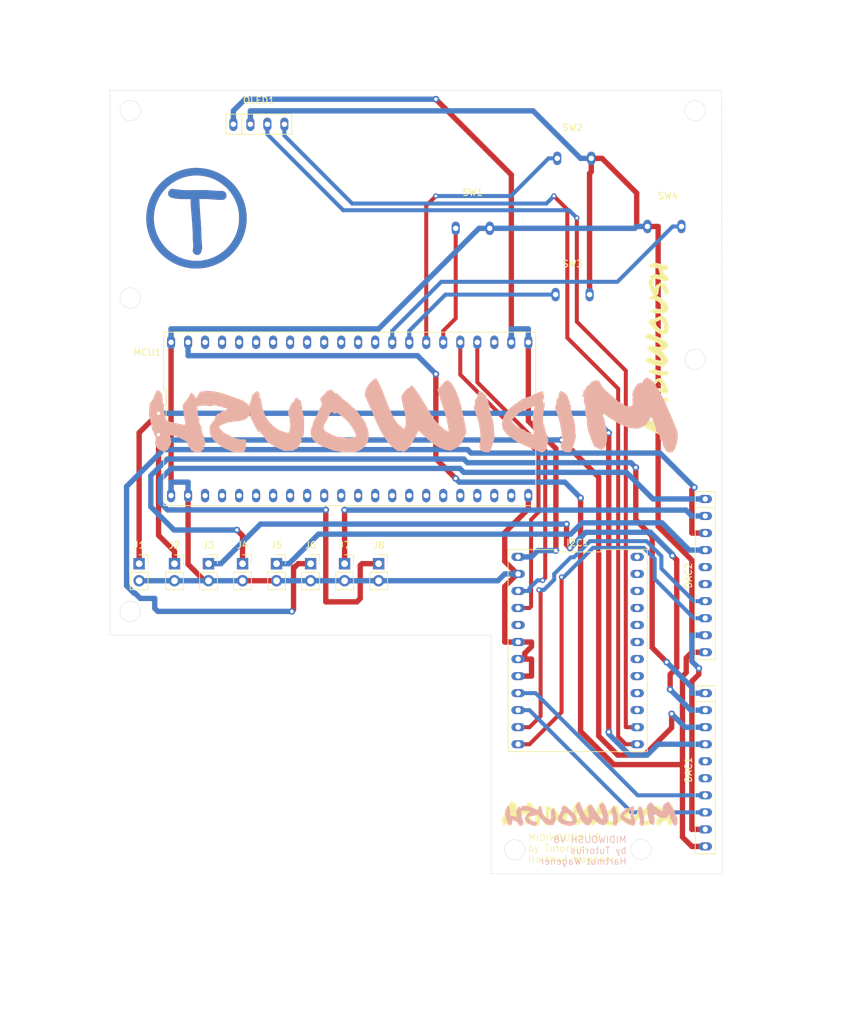
<source format=kicad_pcb>
(kicad_pcb (version 20241229) (generator "pcbnew") (generator_version "9.0")
  (layers (0 "F.Cu" signal) (2 "B.Cu" signal) (13 "F.Paste" user) (15 "B.Paste" user) (5 "F.SilkS" user "F.Silkscreen") (7 "B.SilkS" user "B.Silkscreen") (1 "F.Mask" user) (3 "B.Mask" user) (25 "Edge.Cuts" user))
  (net 0 "")
  (net 2 "/AO2")
  (net 3 "/SC0")
  (net 4 "/SD0")
  (net 6 "/VCC5")
  (net 7 "/AO3")
  (net 8 "/AO1")
  (net 9 "/GND")
  (net 10 "/AO0")
  (net 12 "/SD1")
  (net 13 "/AO4")
  (net 14 "/AO5")
  (net 16 "/SC1")
  (net 17 "/AO6")
  (net 18 "/AO7")
  (net 19 "/SDA")
  (net 21 "/SCL")
  (net 25 "/SC2")
  (net 27 "/VCC3.3")
  (net 34 "/SD2")
  (net 40 "/PUSHL")
  (net 59 "/PUSHR")
  (net 60 "/PUSHU")
  (net 65 "/PUSHD")
  (footprint "20250611-MIDIWOUSH:SWITCH1" (layer "F.Cu") (at 103.886 50.8 180)
    (property "Reference" "SW2")
    (property "Value" "SW_Push")
  )
  (footprint "Connector_PinSocket_2.54mm:PinSocket_1x02_P2.54mm_Vertical" (layer "F.Cu") (at 59.436 111.252)
    (property "Reference" "J5")
    (property "Value" "Conn_01x02_Socket")
  )
  (footprint "Connector_PinSocket_2.54mm:PinSocket_1x02_P2.54mm_Vertical" (layer "F.Cu") (at 49.276 111.252)
    (property "Reference" "J3")
    (property "Value" "Conn_01x02_Socket")
  )
  (footprint "20250611-MIDIWOUSH:SWITCH1" (layer "F.Cu") (at 88.7263 61.2389)
    (property "Reference" "SW1")
    (property "Value" "SW_Push")
  )
  (footprint "20250611-MIDIWOUSH:TCA9548A" (layer "F.Cu") (at 104.394 124.206 -90)
    (property "Reference" "I2C1")
    (property "Value" "~")
  )
  (footprint "Connector_PinSocket_2.54mm:PinSocket_1x02_P2.54mm_Vertical" (layer "F.Cu") (at 54.356 111.252)
    (property "Reference" "J4")
    (property "Value" "Conn_01x02_Socket")
  )
  (footprint "20250611-MIDIWOUSH:SWITCH1" (layer "F.Cu") (at 103.632 71.12 180)
    (property "Reference" "SW3")
    (property "Value" "SW_Push")
  )
  (footprint "Connector_PinSocket_2.54mm:PinSocket_1x02_P2.54mm_Vertical" (layer "F.Cu") (at 74.676 111.252)
    (property "Reference" "J8")
    (property "Value" "Conn_01x02_Socket")
  )
  (footprint "20250611-MIDIWOUSH:SWITCH1" (layer "F.Cu") (at 117.348 60.96)
    (property "Reference" "SW4")
    (property "Value" "SW_Push")
  )
  (footprint "20250611-MIDIWOUSH:MCP4728" (layer "F.Cu") (at 123.444 113.03 -90)
    (property "Reference" "DAC2")
    (property "Value" "~")
  )
  (footprint "Connector_PinSocket_2.54mm:PinSocket_1x02_P2.54mm_Vertical" (layer "F.Cu") (at 38.92 111.252)
    (property "Reference" "J1")
    (property "Value" "Conn_01x02_Socket")
  )
  (footprint "Connector_PinSocket_2.54mm:PinSocket_1x02_P2.54mm_Vertical" (layer "F.Cu") (at 44.196 111.252)
    (property "Reference" "J2")
    (property "Value" "Conn_01x02_Socket")
  )
  (footprint "20250611-MIDIWOUSH:OLED" (layer "F.Cu") (at 56.798 45.72)
    (property "Reference" "OLED1")
    (property "Value" "~")
  )
  (footprint "Connector_PinSocket_2.54mm:PinSocket_1x02_P2.54mm_Vertical" (layer "F.Cu") (at 69.596 111.252)
    (property "Reference" "J7")
    (property "Value" "Conn_01x02_Socket")
  )
  (footprint "Connector_PinSocket_2.54mm:PinSocket_1x02_P2.54mm_Vertical" (layer "F.Cu") (at 64.516 111.252)
    (property "Reference" "J6")
    (property "Value" "Conn_01x02_Socket")
  )
  (footprint "20250611-MIDIWOUSH:ESP32-S3-DevKitC-1" (layer "F.Cu") (at 70.358 89.662)
    (property "Reference" "MCU1")
    (property "Value" "~")
  )
  (footprint "20250611-MIDIWOUSH:MCP4728" (layer "F.Cu") (at 123.444 141.986 -90)
    (property "Reference" "DAC1")
    (property "Value" "~")
  )
  (gr_poly (pts (xy 43.924856 55.366541) (xy 43.990481 55.371186) (xy 44.074279 55.378657) (xy 44.296394 55.40208) (xy 44.591201 55.436811) (xy 44.9587 55.482849) (xy 45.116401 55.501022) (xy 45.266429 55.516772) (xy 45.408785 55.530099) (xy 45.543467 55.541003) (xy 45.670476 55.549483) (xy 45.789812 55.555541) (xy 45.901475 55.559176) (xy 46.005464 55.560387) (xy 46.49331 55.557156) (xy 47.181463 55.547464) (xy 47.869616 55.532926) (xy 48.138577 55.529291) (xy 48.35746 55.52808) (xy 48.489316 55.52919) (xy 48.636114 55.532522) (xy 48.974536 55.545849) (xy 49.372727 55.56806) (xy 49.830688 55.599156) (xy 50.291476 55.630253) (xy 50.691686 55.652464) (xy 51.03132 55.665791) (xy 51.310377 55.670233) (xy 51.344755 55.670991) (xy 51.378426 55.673262) (xy 51.41139 55.677048) (xy 51.443647 55.682349) (xy 51.475198 55.689164) (xy 51.506041 55.697493) (xy 51.536178 55.707337) (xy 51.565609 55.718695) (xy 51.594332 55.731567) (xy 51.622349 55.745954) (xy 51.649659 55.761856) (xy 51.676262 55.779272) (xy 51.702158 55.798202) (xy 51.727347 55.818646) (xy 51.75183 55.840606) (xy 51.775606 55.864079) (xy 51.798297 55.887881) (xy 51.819524 55.91244) (xy 51.839288 55.937756) (xy 51.857587 55.963829) (xy 51.874423 55.990659) (xy 51.889794 56.018247) (xy 51.903702 56.046592) (xy 51.916145 56.075694) (xy 51.927125 56.105553) (xy 51.93664 56.13617) (xy 51.944692 56.167544) (xy 51.95128 56.199675) (xy 51.956404 56.232563) (xy 51.960064 56.266208) (xy 51.96226 56.300611) (xy 51.962992 56.335771) (xy 51.96226 56.370173) (xy 51.960064 56.40392) (xy 51.956404 56.43701) (xy 51.95128 56.469443) (xy 51.944692 56.501221) (xy 51.93664 56.532342) (xy 51.927125 56.562807) (xy 51.916145 56.592616) (xy 51.903702 56.621769) (xy 51.889794 56.650265) (xy 51.874423 56.678105) (xy 51.857587 56.705289) (xy 51.839288 56.731817) (xy 51.819524 56.757688) (xy 51.798297 56.782903) (xy 51.775606 56.807462) (xy 51.751829 56.830153) (xy 51.727346 56.85138) (xy 51.702156 56.871143) (xy 51.67626 56.889442) (xy 51.649657 56.906278) (xy 51.622347 56.921649) (xy 51.59433 56.935556) (xy 51.565606 56.948) (xy 51.536176 56.958979) (xy 51.506039 56.968495) (xy 51.475196 56.976547) (xy 51.443646 56.983134) (xy 51.411389 56.988258) (xy 51.378425 56.991918) (xy 51.344754 56.994114) (xy 51.310377 56.994846) (xy 51.310381 56.994845) (xy 51.182765 56.993633) (xy 51.038996 56.989999) (xy 50.879073 56.983941) (xy 50.702997 56.97546) (xy 50.302382 56.951229) (xy 49.837152 56.917307) (xy 49.381615 56.886614) (xy 48.984231 56.865614) (xy 48.645001 56.854307) (xy 48.497193 56.852287) (xy 48.363924 56.852691) (xy 47.905157 56.852691) (xy 47.923329 57.367998) (xy 47.958464 58.022227) (xy 48.01056 58.81538) (xy 48.079618 59.747455) (xy 48.14181 60.629049) (xy 48.186234 61.406452) (xy 48.212888 62.079662) (xy 48.221773 62.64868) (xy 48.22248 62.708853) (xy 48.2246 62.776295) (xy 48.228133 62.851006) (xy 48.23308 62.932987) (xy 48.239441 63.022237) (xy 48.247215 63.118756) (xy 48.267004 63.333601) (xy 48.286792 63.54885) (xy 48.300926 63.735831) (xy 48.309406 63.894542) (xy 48.311526 63.963297) (xy 48.312233 64.024984) (xy 48.311678 64.079428) (xy 48.310012 64.132912) (xy 48.307235 64.185437) (xy 48.303348 64.237004) (xy 48.298351 64.287611) (xy 48.292243 64.337258) (xy 48.285024 64.385947) (xy 48.276695 64.433677) (xy 48.267255 64.480447) (xy 48.256704 64.526258) (xy 48.245043 64.57111) (xy 48.232272 64.615003) (xy 48.21839 64.657937) (xy 48.203397 64.699912) (xy 48.187294 64.740928) (xy 48.17008 64.780984) (xy 48.146682 64.832626) (xy 48.121719 64.880936) (xy 48.095191 64.925914) (xy 48.067099 64.967561) (xy 48.037441 65.005876) (xy 48.006219 65.040859) (xy 47.990021 65.057101) (xy 47.973431 65.07251) (xy 47.956451 65.087087) (xy 47.939079 65.10083) (xy 47.921316 65.11374) (xy 47.903162 65.125818) (xy 47.884617 65.137062) (xy 47.865681 65.147474) (xy 47.846353 65.157053) (xy 47.826634 65.165799) (xy 47.806524 65.173711) (xy 47.786022 65.180791) (xy 47.76513 65.187038) (xy 47.743846 65.192452) (xy 47.722171 65.197034) (xy 47.700105 65.200782) (xy 47.677647 65.203697) (xy 47.654798 65.205779) (xy 47.607927 65.207445) (xy 47.575821 65.206738) (xy 47.544119 65.204618) (xy 47.512821 65.201085) (xy 47.481927 65.196137) (xy 47.451437 65.189777) (xy 47.42135 65.182003) (xy 47.391668 65.172815) (xy 47.362389 65.162214) (xy 47.333514 65.1502) (xy 47.305043 65.136772) (xy 47.276975 65.12193) (xy 47.249312 65.105676) (xy 47.222052 65.088007) (xy 47.195195 65.068926) (xy 47.168743 65.04843) (xy 47.142694 65.026522) (xy 47.117656 65.003503) (xy 47.094233 64.979676) (xy 47.072425 64.955042) (xy 47.052233 64.929599) (xy 47.033656 64.90335) (xy 47.016695 64.876292) (xy 47.001349 64.848427) (xy 46.987618 64.819754) (xy 46.975503 64.790273) (xy 46.965003 64.759985) (xy 46.956118 64.728889) (xy 46.948849 64.696985) (xy 46.943195 64.664273) (xy 46.939157 64.630754) (xy 46.936734 64.596427) (xy 46.935926 64.561293) (xy 46.936431 64.535548) (xy 46.937945 64.506774) (xy 46.940469 64.474971) (xy 46.944003 64.440139) (xy 46.948546 64.402279) (xy 46.954099 64.361389) (xy 46.960661 64.317471) (xy 46.968233 64.270524) (xy 46.975805 64.223577) (xy 46.982367 64.179659) (xy 46.98792 64.138769) (xy 46.992463 64.100909) (xy 46.995996 64.066077) (xy 46.99852 64.034274) (xy 47.000035 64.0055) (xy 47.00054 63.979755) (xy 46.999833 63.895655) (xy 46.997713 63.80166) (xy 46.989231 63.583988) (xy 46.975096 63.326738) (xy 46.955307 63.029912) (xy 46.938346 62.732682) (xy 46.926232 62.47422) (xy 46.918963 62.254528) (xy 46.91654 62.073606) (xy 46.914218 61.830895) (xy 46.907251 61.564761) (xy 46.895641 61.275204) (xy 46.879386 60.962223) (xy 46.858487 60.62582) (xy 46.832944 60.265994) (xy 46.767925 59.476072) (xy 46.698868 58.635266) (xy 46.646771 57.922075) (xy 46.611637 57.336499) (xy 46.593464 56.878539) (xy 46.005464 56.885) (xy 45.661186 56.88177) (xy 45.335889 56.872077) (xy 45.029573 56.855923) (xy 44.742237 56.833308) (xy 44.473882 56.804231) (xy 44.224508 56.768693) (xy 43.994114 56.726693) (xy 43.782701 56.678231) (xy 43.719323 56.659831) (xy 43.660033 56.638554) (xy 43.631922 56.626836) (xy 43.604833 56.614399) (xy 43.578766 56.601242) (xy 43.553721 56.587366) (xy 43.529698 56.572771) (xy 43.506698 56.557456) (xy 43.48472 56.541422) (xy 43.463764 56.524669) (xy 43.443831 56.507196) (xy 43.424919 56.489004) (xy 43.40703 56.470093) (xy 43.390163 56.450462) (xy 43.374319 56.430112) (xy 43.359496 56.409043) (xy 43.345696 56.387254) (xy 43.332918 56.364746) (xy 43.321162 56.341519) (xy 43.310429 56.317572) (xy 43.300718 56.292906) (xy 43.292029 56.26752) (xy 43.284362 56.241416) (xy 43.277717 56.214591) (xy 43.272095 56.187048) (xy 43.267495 56.158785) (xy 43.263917 56.129803) (xy 43.261362 56.100101) (xy 43.259317 56.03854) (xy 43.259973 56.005677) (xy 43.261942 55.973319) (xy 43.265223 55.941466) (xy 43.269817 55.910117) (xy 43.275723 55.879274) (xy 43.282942 55.848935) (xy 43.291473 55.819101) (xy 43.301317 55.789772) (xy 43.312473 55.760947) (xy 43.324942 55.732627) (xy 43.338723 55.704813) (xy 43.353817 55.677503) (xy 43.370223 55.650697) (xy 43.387942 55.624397) (xy 43.406973 55.598601) (xy 43.427317 55.57331) (xy 43.451976 55.546) (xy 43.477494 55.520609) (xy 43.50387 55.497135) (xy 43.531105 55.47558) (xy 43.559197 55.455943) (xy 43.588148 55.438224) (xy 43.617956 55.422424) (xy 43.648623 55.408541) (xy 43.680149 55.396577) (xy 43.712532 55.386532) (xy 43.745774 55.378404) (xy 43.779874 55.372195) (xy 43.814832 55.367904) (xy 43.850648 55.365532) (xy 43.887323 55.365078)) (fill yes) (layer "F.Cu"))
  (gr_poly (pts (xy 47.482267 52.230525) (xy 47.86809 52.240285) (xy 48.248848 52.269248) (xy 48.62407 52.316943) (xy 48.993285 52.3829) (xy 49.356022 52.466647) (xy 49.711809 52.567713) (xy 50.060176 52.685626) (xy 50.400652 52.819916) (xy 50.732765 52.97011) (xy 51.056044 53.135739) (xy 51.370019 53.31633) (xy 51.674218 53.511412) (xy 51.96817 53.720514) (xy 52.251404 53.943166) (xy 52.52345 54.178894) (xy 52.783835 54.427229) (xy 53.032088 54.6877) (xy 53.26774 54.959834) (xy 53.490318 55.243161) (xy 53.699352 55.537209) (xy 53.89437 55.841507) (xy 54.074901 56.155585) (xy 54.240475 56.47897) (xy 54.39062 56.811191) (xy 54.524865 57.151778) (xy 54.64274 57.500258) (xy 54.743772 57.856162) (xy 54.827491 58.219016) (xy 54.893426 58.588351) (xy 54.941105 58.963695) (xy 54.970059 59.344577) (xy 54.979814 59.730526) (xy 54.970058 60.116475) (xy 54.941104 60.497357) (xy 54.893424 60.872702) (xy 54.827489 61.242038) (xy 54.743769 61.604893) (xy 54.642737 61.960797) (xy 54.524862 62.309278) (xy 54.390616 62.649865) (xy 54.240471 62.982086) (xy 54.074896 63.305471) (xy 53.894364 63.619549) (xy 53.699345 63.923847) (xy 53.490311 64.217896) (xy 53.267732 64.501222) (xy 53.03208 64.773357) (xy 52.783826 65.033827) (xy 52.52344 65.282162) (xy 52.251395 65.51789) (xy 51.96816 65.740541) (xy 51.674207 65.949643) (xy 51.370008 66.144725) (xy 51.056032 66.325316) (xy 50.732752 66.490944) (xy 50.400638 66.641138) (xy 50.060162 66.775427) (xy 49.711794 66.89334) (xy 49.356006 66.994405) (xy 48.993269 67.078152) (xy 48.624053 67.144108) (xy 48.24883 67.191803) (xy 47.868072 67.220766) (xy 47.482248 67.230525) (xy 47.096425 67.220766) (xy 46.715667 67.191802) (xy 46.340445 67.144107) (xy 45.97123 67.07815) (xy 45.608493 66.994403) (xy 45.252706 66.893337) (xy 44.904339 66.775424) (xy 44.563863 66.641134) (xy 44.23175 66.49094) (xy 43.908471 66.325311) (xy 43.594496 66.14472) (xy 43.290297 65.949638) (xy 42.996345 65.740536) (xy 42.713111 65.517885) (xy 42.441066 65.282156) (xy 42.180681 65.033821) (xy 41.932427 64.77335) (xy 41.696775 64.501216) (xy 41.474197 64.217889) (xy 41.265163 63.923841) (xy 41.070145 63.619543) (xy 40.889614 63.305465) (xy 40.72404 62.98208) (xy 40.573895 62.649859) (xy 40.43965 62.309272) (xy 40.321776 61.960792) (xy 40.220743 61.604888) (xy 40.137024 61.242034) (xy 40.071089 60.872699) (xy 40.02341 60.497355) (xy 39.994457 60.116473) (xy 39.984701 59.730525) (xy 39.98493 59.721472) (xy 41.117736 59.721472) (xy 41.118844 59.840641) (xy 41.122178 59.95976) (xy 41.127736 60.078798) (xy 41.135519 60.197718) (xy 41.145536 60.316469) (xy 41.157768 60.434998) (xy 41.172212 60.553277) (xy 41.188866 60.671277) (xy 41.207709 60.788953) (xy 41.228747 60.906244) (xy 41.251972 61.02312) (xy 41.27738 61.139557) (xy 41.304959 61.255491) (xy 41.334697 61.370882) (xy 41.366586 61.485696) (xy 41.400617 61.599902) (xy 41.43678 61.713443) (xy 41.475054 61.826277) (xy 41.51543 61.938377) (xy 41.557896 62.049712) (xy 41.60244 62.160234) (xy 41.649035 62.26989) (xy 41.697671 62.378654) (xy 41.748335 62.486501) (xy 41.774422 62.540072) (xy 41.801006 62.593394) (xy 41.828086 62.646462) (xy 41.85566 62.699273) (xy 41.883727 62.751825) (xy 41.912285 62.804114) (xy 41.941332 62.856136) (xy 41.970867 62.907889) (xy 42.000874 62.959352) (xy 42.031359 63.010529) (xy 42.06232 63.061416) (xy 42.093754 63.11201) (xy 42.125659 63.162307) (xy 42.158033 63.212305) (xy 42.190874 63.262) (xy 42.224179 63.311389) (xy 42.257954 63.360467) (xy 42.292183 63.409224) (xy 42.326865 63.457656) (xy 42.361997 63.50576) (xy 42.397576 63.553533) (xy 42.433602 63.600973) (xy 42.470071 63.648076) (xy 42.506982 63.694839) (xy 42.544321 63.741252) (xy 42.582089 63.787311) (xy 42.620284 63.833012) (xy 42.658903 63.878353) (xy 42.697944 63.92333) (xy 42.737404 63.967942) (xy 42.777281 64.012184) (xy 42.817573 64.056055) (xy 42.858279 64.099548) (xy 42.899387 64.142655) (xy 42.940894 64.185373) (xy 42.982798 64.227701) (xy 43.025096 64.269634) (xy 43.067784 64.311171) (xy 43.11086 64.352308) (xy 43.154321 64.393043) (xy 43.198156 64.43337) (xy 43.242364 64.473284) (xy 43.286942 64.512781) (xy 43.331886 64.551858) (xy 43.377193 64.590514) (xy 43.42286 64.628744) (xy 43.468883 64.666547) (xy 43.515261 64.703919) (xy 43.561989 64.740855) (xy 43.609057 64.777349) (xy 43.656461 64.8134) (xy 43.704199 64.849005) (xy 43.752268 64.884161) (xy 43.800665 64.918867) (xy 43.849386 64.95312) (xy 43.898429 64.986919) (xy 43.947781 65.020258) (xy 43.997438 65.053131) (xy 44.047397 65.085537) (xy 44.097655 65.117472) (xy 44.14821 65.148937) (xy 44.199058 65.179927) (xy 44.250196 65.210443) (xy 44.301622 65.240481) (xy 44.405301 65.299098) (xy 44.510046 65.355761) (xy 44.615832 65.410453) (xy 44.722631 65.463161) (xy 44.830399 65.513858) (xy 44.939088 65.562527) (xy 45.048667 65.609153) (xy 45.159105 65.653722) (xy 45.27035 65.696221) (xy 45.38236 65.736628) (xy 45.495106 65.774933) (xy 45.608558 65.811124) (xy 45.722674 65.845187) (xy 45.837397 65.877106) (xy 45.952696 65.906873) (xy 46.068544 65.93448) (xy 46.184886 65.95991) (xy 46.301672 65.983156) (xy 46.418874 66.004213) (xy 46.536463 66.023074) (xy 46.654358 66.039738) (xy 46.772536 66.054193) (xy 46.890964 66.066434) (xy 47.009608 66.076457) (xy 47.128428 66.084251) (xy 47.247363 66.08982) (xy 47.366381 66.093163) (xy 47.485451 66.094277) (xy 47.60453 66.093163) (xy 47.723559 66.089821) (xy 47.842503 66.084252) (xy 47.961332 66.076457) (xy 48.07999 66.066433) (xy 48.198434 66.05419) (xy 48.31663 66.039733) (xy 48.434544 66.023066) (xy 48.552117 66.004205) (xy 48.669304 65.983149) (xy 48.786078 65.959905) (xy 48.902409 65.934478) (xy 49.018255 65.906871) (xy 49.133554 65.877104) (xy 49.248278 65.845185) (xy 49.362398 65.81112) (xy 49.475859 65.77493) (xy 49.588612 65.736628) (xy 49.70063 65.696221) (xy 49.811887 65.65372) (xy 49.922325 65.60915) (xy 50.031903 65.562524) (xy 50.140592 65.513856) (xy 50.248362 65.463159) (xy 50.301887 65.437054) (xy 50.355162 65.410451) (xy 50.408184 65.383352) (xy 50.460948 65.355758) (xy 50.513453 65.327672) (xy 50.565695 65.299095) (xy 50.617669 65.270029) (xy 50.669374 65.240476) (xy 50.720799 65.210438) (xy 50.771936 65.179923) (xy 50.822784 65.148932) (xy 50.873338 65.117468) (xy 50.923596 65.085532) (xy 50.973555 65.053127) (xy 51.023213 65.020253) (xy 51.072565 64.986914) (xy 51.121607 64.953116) (xy 51.170327 64.918863) (xy 51.218723 64.884157) (xy 51.266792 64.849001) (xy 51.31453 64.813396) (xy 51.361934 64.777346) (xy 51.409001 64.740851) (xy 51.455729 64.703916) (xy 51.502106 64.666544) (xy 51.548129 64.628741) (xy 51.593796 64.590511) (xy 51.639103 64.551856) (xy 51.684047 64.512779) (xy 51.728625 64.473282) (xy 51.772833 64.433369) (xy 51.816669 64.393041) (xy 51.860126 64.352305) (xy 51.903197 64.311167) (xy 51.94588 64.269631) (xy 51.988171 64.227698) (xy 52.030069 64.185371) (xy 52.071571 64.142652) (xy 52.112675 64.099544) (xy 52.153377 64.056049) (xy 52.193674 64.01218) (xy 52.233556 63.967938) (xy 52.273021 63.923327) (xy 52.312068 63.878349) (xy 52.350692 63.833008) (xy 52.388892 63.787307) (xy 52.426665 63.741248) (xy 52.464008 63.694835) (xy 52.500913 63.648072) (xy 52.537377 63.600969) (xy 52.573396 63.55353) (xy 52.608971 63.505758) (xy 52.644097 63.457654) (xy 52.678774 63.409222) (xy 52.712999 63.360464) (xy 52.746771 63.311383) (xy 52.780083 63.261993) (xy 52.81293 63.212296) (xy 52.845309 63.162298) (xy 52.87722 63.112) (xy 52.908658 63.061405) (xy 52.939624 63.010517) (xy 52.970115 62.959339) (xy 53.00013 62.907872) (xy 53.058706 62.804104) (xy 53.115328 62.699268) (xy 53.169981 62.59339) (xy 53.222654 62.486492) (xy 53.273309 62.378645) (xy 53.321935 62.26988) (xy 53.36852 62.160224) (xy 53.413053 62.0497) (xy 53.455519 61.938367) (xy 53.495895 61.82627) (xy 53.534168 61.713438) (xy 53.57033 61.599902) (xy 53.604371 61.485696) (xy 53.63627 61.370881) (xy 53.666019 61.255489) (xy 53.693608 61.139552) (xy 53.719015 61.023118) (xy 53.742239 60.906241) (xy 53.763276 60.788949) (xy 53.78212 60.671268) (xy 53.798764 60.553266) (xy 53.8132 60.434965) (xy 53.825427 60.316377) (xy 53.835442 60.197517) (xy 53.84323 60.078601) (xy 53.848795 59.959588) (xy 53.852135 59.840526) (xy 53.853248 59.721466) (xy 53.853119 59.680447) (xy 53.852726 59.639421) (xy 53.852069 59.598394) (xy 53.851148 59.55737) (xy 53.849969 59.51637) (xy 53.848526 59.475375) (xy 53.846819 59.434387) (xy 53.844848 59.393407) (xy 53.842611 59.352438) (xy 53.84011 59.311493) (xy 53.837346 59.270565) (xy 53.834318 59.229643) (xy 53.831017 59.188744) (xy 53.827454 59.147871) (xy 53.823627 59.107018) (xy 53.819536 59.06618) (xy 53.815195 59.025391) (xy 53.81059 58.984622) (xy 53.805723 58.943877) (xy 53.800592 58.90316) (xy 53.795197 58.8625) (xy 53.789541 58.821879) (xy 53.783624 58.781292) (xy 53.777445 58.740734) (xy 53.771009 58.700224) (xy 53.764311 58.65975) (xy 53.757354 58.619321) (xy 53.750137 58.578943) (xy 53.742655 58.538601) (xy 53.734915 58.498318) (xy 53.726916 58.458084) (xy 53.718654 58.417889) (xy 53.710138 58.377752) (xy 53.701365 58.337674) (xy 53.692334 58.297652) (xy 53.683044 58.25768) (xy 53.673507 58.217789) (xy 53.663713 58.177958) (xy 53.653662 58.138189) (xy 53.643355 58.098485) (xy 53.632783 58.058855) (xy 53.621954 58.019286) (xy 53.610871 57.979787) (xy 53.599536 57.940364) (xy 53.587949 57.901007) (xy 53.576112 57.861735) (xy 53.564023 57.822542) (xy 53.551679 57.783419) (xy 53.539086 57.744371) (xy 53.526243 57.705408) (xy 53.513149 57.666526) (xy 53.499801 57.627722) (xy 53.486208 57.589025) (xy 53.472365 57.55041) (xy 53.458273 57.511886) (xy 53.443935 57.473459) (xy 53.429353 57.435112) (xy 53.414527 57.39687) (xy 53.399456 57.358723) (xy 53.384134 57.320664) (xy 53.36857 57.282704) (xy 53.352761 57.244842) (xy 53.336708 57.207082) (xy 53.320412 57.169423) (xy 53.30387 57.131881) (xy 53.287091 57.094455) (xy 53.27007 57.057136) (xy 53.252806 57.019918) (xy 53.235311 56.982823) (xy 53.217574 56.945833) (xy 53.199597 56.908953) (xy 53.181382 56.872187) (xy 53.162945 56.835555) (xy 53.144273 56.799046) (xy 53.125367 56.762656) (xy 53.106223 56.726381) (xy 53.086838 56.690241) (xy 53.067216 56.654219) (xy 53.047363 56.618323) (xy 53.027281 56.582559) (xy 53.006977 56.546913) (xy 52.986448 56.511406) (xy 52.96569 56.476029) (xy 52.944698 56.440773) (xy 52.923482 56.405677) (xy 52.902036 56.370714) (xy 52.880366 56.335889) (xy 52.858476 56.301209) (xy 52.836367 56.266655) (xy 52.814043 56.232254) (xy 52.791499 56.197998) (xy 52.76873 56.163881) (xy 52.745737 56.129925) (xy 52.722522 56.096113) (xy 52.69909 56.06245) (xy 52.675445 56.028944) (xy 52.651585 55.995577) (xy 52.627513 55.962368) (xy 52.603227 55.929315) (xy 52.578726 55.896415) (xy 52.55402 55.863685) (xy 52.5291 55.83111) (xy 52.50397 55.798694) (xy 52.478634 55.766443) (xy 52.453087 55.734351) (xy 52.42734 55.702432) (xy 52.401386 55.670677) (xy 52.375219 55.639079) (xy 52.348861 55.607667) (xy 52.322297 55.576422) (xy 52.295533 55.545347) (xy 52.268573 55.514451) (xy 52.241411 55.483716) (xy 52.214054 55.453159) (xy 52.186501 55.422779) (xy 52.158748 55.392572) (xy 52.1308 55.362551) (xy 52.102663 55.332715) (xy 52.074334 55.303062) (xy 52.045812 55.273589) (xy 52.017103 55.244298) (xy 51.988212 55.215201) (xy 51.959136 55.18629) (xy 51.929867 55.157561) (xy 51.900418 55.129015) (xy 51.870793 55.100665) (xy 51.840986 55.072506) (xy 51.810989 55.044531) (xy 51.78082 55.016766) (xy 51.750467 54.98919) (xy 51.719935 54.96181) (xy 51.689232 54.934629) (xy 51.658348 54.907643) (xy 51.627299 54.880863) (xy 51.596076 54.854282) (xy 51.564673 54.827894) (xy 51.533117 54.801718) (xy 51.501388 54.775741) (xy 51.469492 54.749968) (xy 51.437434 54.724405) (xy 51.405202 54.699047) (xy 51.372813 54.673902) (xy 51.340257 54.648962) (xy 51.307525 54.62422) (xy 51.274664 54.599706) (xy 51.241647 54.575404) (xy 51.208476 54.551316) (xy 51.175154 54.527444) (xy 51.141663 54.503777) (xy 51.108025 54.480328) (xy 51.074236 54.457096) (xy 51.040295 54.434081) (xy 51.006205 54.411288) (xy 50.971976 54.38872) (xy 50.937601 54.366373) (xy 50.903072 54.344241) (xy 50.868419 54.322339) (xy 50.833624 54.300659) (xy 50.798688 54.279203) (xy 50.763612 54.25797) (xy 50.728395 54.236961) (xy 50.693052 54.216184) (xy 50.657574 54.195634) (xy 50.621952 54.175306) (xy 50.586206 54.155213) (xy 50.55034 54.135355) (xy 50.514344 54.115728) (xy 50.478211 54.096326) (xy 50.441973 54.077164) (xy 50.405606 54.058232) (xy 50.369118 54.039536) (xy 50.332517 54.021078) (xy 50.295789 54.002846) (xy 50.258953 53.984856) (xy 50.222003 53.967104) (xy 50.184929 53.949585) (xy 50.147741 53.932311) (xy 50.110451 53.91528) (xy 50.07305 53.89849) (xy 50.03553 53.881936) (xy 49.997907 53.865631) (xy 49.960183 53.849571) (xy 49.922355 53.833752) (xy 49.884418 53.818175) (xy 49.8464 53.80285) (xy 49.808279 53.787768) (xy 49.770061 53.772931) (xy 49.731755 53.758343) (xy 49.693347 53.743991) (xy 49.654856 53.729891) (xy 49.616274 53.716038) (xy 49.577594 53.70243) (xy 49.538829 53.689068) (xy 49.499984 53.675957) (xy 49.461055 53.663096) (xy 49.42204 53.650486) (xy 49.382941 53.63814) (xy 49.343773 53.62605) (xy 49.304526 53.614211) (xy 49.26519 53.602623) (xy 49.225802 53.591279) (xy 49.186333 53.580187) (xy 49.146791 53.569347) (xy 49.107179 53.558763) (xy 49.067511 53.548448) (xy 49.027774 53.538388) (xy 48.98797 53.528583) (xy 48.948099 53.519034) (xy 48.908181 53.509738) (xy 48.868204 53.500699) (xy 48.828173 53.491918) (xy 48.788091 53.483397) (xy 48.747931 53.475137) (xy 48.707722 53.467137) (xy 48.66746 53.459395) (xy 48.62714 53.451912) (xy 48.586783 53.444682) (xy 48.54639 53.437715) (xy 48.50595 53.431007) (xy 48.465455 53.424558) (xy 48.424936 53.418379) (xy 48.384371 53.412461) (xy 48.343768 53.406804) (xy 48.303135 53.40141) (xy 48.262459 53.39627) (xy 48.221753 53.391393) (xy 48.181014 53.386778) (xy 48.140238 53.382425) (xy 48.099456 53.378336) (xy 48.058647 53.37451) (xy 48.01781 53.370947) (xy 47.976948 53.367647) (xy 47.936061 53.364619) (xy 47.895166 53.361854) (xy 47.854254 53.359353) (xy 47.813316 53.357114) (xy 47.772366 53.355135) (xy 47.731414 53.353421) (xy 47.690452 53.351971) (xy 47.649471 53.350784) (xy 47.608482 53.349858) (xy 47.567493 53.349196) (xy 47.526501 53.348798) (xy 47.485502 53.348664) (xy 47.485492 53.348665) (xy 47.366423 53.34978) (xy 47.247406 53.353123) (xy 47.128471 53.358693) (xy 47.009647 53.366489) (xy 46.890989 53.376502) (xy 46.772551 53.388734) (xy 46.654361 53.403179) (xy 46.536446 53.419836) (xy 46.418863 53.438697) (xy 46.301665 53.459753) (xy 46.184879 53.482998) (xy 46.068533 53.508428) (xy 45.952688 53.536035) (xy 45.837392 53.565801) (xy 45.722673 53.59772) (xy 45.608558 53.631784) (xy 45.495107 53.667974) (xy 45.382361 53.706278) (xy 45.270349 53.746685) (xy 45.159101 53.789186) (xy 45.048662 53.833766) (xy 44.939086 53.880401) (xy 44.8304 53.929078) (xy 44.722632 53.979785) (xy 44.669107 54.00589) (xy 44.615832 54.032493) (xy 44.56281 54.059593) (xy 44.510044 54.087187) (xy 44.457538 54.115273) (xy 44.405295 54.143851) (xy 44.353319 54.172917) (xy 44.301614 54.20247) (xy 44.250189 54.232503) (xy 44.199052 54.263013) (xy 44.148205 54.293999) (xy 44.097651 54.325457) (xy 44.047393 54.357388) (xy 43.997435 54.389787) (xy 43.947779 54.422655) (xy 43.898428 54.455988) (xy 43.849386 54.489786) (xy 43.800665 54.52404) (xy 43.752268 54.558746) (xy 43.704199 54.593903) (xy 43.656459 54.629509) (xy 43.609054 54.665561) (xy 43.561985 54.702056) (xy 43.515255 54.738993) (xy 43.468878 54.776365) (xy 43.422855 54.814167) (xy 43.377189 54.852397) (xy 43.331883 54.891051) (xy 43.28694 54.930128) (xy 43.242363 54.969624) (xy 43.198154 55.009538) (xy 43.154318 55.049866) (xy 43.110857 55.090601) (xy 43.067781 55.131738) (xy 43.025093 55.173275) (xy 42.982797 55.215208) (xy 42.940893 55.257535) (xy 42.899386 55.300254) (xy 42.858278 55.343361) (xy 42.817571 55.386855) (xy 42.777279 55.430725) (xy 42.737401 55.474967) (xy 42.697941 55.519578) (xy 42.6589 55.564556) (xy 42.620281 55.609896) (xy 42.582087 55.655597) (xy 42.544319 55.701655) (xy 42.506981 55.748068) (xy 42.470071 55.79483) (xy 42.433603 55.841933) (xy 42.397578 55.889372) (xy 42.361998 55.937146) (xy 42.326866 55.98525) (xy 42.292184 56.033683) (xy 42.257954 56.08244) (xy 42.224179 56.131519) (xy 42.190872 56.180913) (xy 42.15803 56.230615) (xy 42.125655 56.280619) (xy 42.093749 56.330923) (xy 42.062314 56.381524) (xy 42.031353 56.432417) (xy 42.000868 56.483599) (xy 41.970861 56.535066) (xy 41.912285 56.638824) (xy 41.855662 56.743653) (xy 41.801007 56.849523) (xy 41.748336 56.956407) (xy 41.69767 57.064255) (xy 41.649034 57.17302) (xy 41.602439 57.282676) (xy 41.557895 57.393198) (xy 41.515428 57.504541) (xy 41.475051 57.616653) (xy 41.436776 57.729501) (xy 41.400614 57.843055) (xy 41.366583 57.957259) (xy 41.334695 58.072073) (xy 41.304956 58.187466) (xy 41.277376 58.303405) (xy 41.251971 58.419825) (xy 41.228747 58.536689) (xy 41.20771 58.653968) (xy 41.188866 58.771628) (xy 41.172212 58.889635) (xy 41.15777 59.007891) (xy 41.145544 59.126337) (xy 41.135542 59.244917) (xy 41.127754 59.36384) (xy 41.122189 59.48291) (xy 41.11885 59.602123) (xy 41.117736 59.721472) (xy 39.98493 59.721472) (xy 39.994457 59.344575) (xy 40.023411 58.963693) (xy 40.071091 58.588348) (xy 40.137026 58.219013) (xy 40.220746 57.856157) (xy 40.321779 57.500254) (xy 40.439653 57.151773) (xy 40.573899 56.811186) (xy 40.724045 56.478964) (xy 40.889619 56.155579) (xy 41.070151 55.841501) (xy 41.265169 55.537203) (xy 41.474203 55.243155) (xy 41.696782 54.959828) (xy 41.932434 54.687694) (xy 42.180688 54.427224) (xy 42.441073 54.178889) (xy 42.713119 53.94316) (xy 42.996353 53.720509) (xy 43.290306 53.511407) (xy 43.594505 53.316325) (xy 43.90848 53.135734) (xy 44.231759 52.970106) (xy 44.563873 52.819912) (xy 44.904348 52.685623) (xy 45.252716 52.56771) (xy 45.608503 52.466645) (xy 45.97124 52.382898) (xy 46.340455 52.316942) (xy 46.715677 52.269247) (xy 47.096435 52.240284) (xy 47.482258 52.230525)) (fill yes) (layer "F.Cu"))
  (gr_poly (pts (xy 47.482267 52.230525) (xy 47.86809 52.240285) (xy 48.248848 52.269248) (xy 48.62407 52.316943) (xy 48.993285 52.3829) (xy 49.356022 52.466647) (xy 49.711809 52.567713) (xy 50.060176 52.685626) (xy 50.400652 52.819916) (xy 50.732765 52.97011) (xy 51.056044 53.135739) (xy 51.370019 53.31633) (xy 51.674218 53.511412) (xy 51.96817 53.720514) (xy 52.251404 53.943166) (xy 52.52345 54.178894) (xy 52.783835 54.427229) (xy 53.032088 54.6877) (xy 53.26774 54.959834) (xy 53.490318 55.243161) (xy 53.699352 55.537209) (xy 53.89437 55.841507) (xy 54.074901 56.155585) (xy 54.240475 56.47897) (xy 54.39062 56.811191) (xy 54.524865 57.151778) (xy 54.64274 57.500258) (xy 54.743772 57.856162) (xy 54.827491 58.219016) (xy 54.893426 58.588351) (xy 54.941105 58.963695) (xy 54.970059 59.344577) (xy 54.979814 59.730526) (xy 54.970058 60.116475) (xy 54.941104 60.497357) (xy 54.893424 60.872702) (xy 54.827489 61.242038) (xy 54.743769 61.604893) (xy 54.642737 61.960797) (xy 54.524862 62.309278) (xy 54.390616 62.649865) (xy 54.240471 62.982086) (xy 54.074896 63.305471) (xy 53.894364 63.619549) (xy 53.699345 63.923847) (xy 53.490311 64.217896) (xy 53.267732 64.501222) (xy 53.03208 64.773357) (xy 52.783826 65.033827) (xy 52.52344 65.282162) (xy 52.251395 65.51789) (xy 51.96816 65.740541) (xy 51.674207 65.949643) (xy 51.370008 66.144725) (xy 51.056032 66.325316) (xy 50.732752 66.490944) (xy 50.400638 66.641138) (xy 50.060162 66.775427) (xy 49.711794 66.89334) (xy 49.356006 66.994405) (xy 48.993269 67.078152) (xy 48.624053 67.144108) (xy 48.24883 67.191803) (xy 47.868072 67.220766) (xy 47.482248 67.230525) (xy 47.096425 67.220766) (xy 46.715667 67.191802) (xy 46.340445 67.144107) (xy 45.97123 67.07815) (xy 45.608493 66.994403) (xy 45.252706 66.893337) (xy 44.904339 66.775424) (xy 44.563863 66.641134) (xy 44.23175 66.49094) (xy 43.908471 66.325311) (xy 43.594496 66.14472) (xy 43.290297 65.949638) (xy 42.996345 65.740536) (xy 42.713111 65.517885) (xy 42.441066 65.282156) (xy 42.180681 65.033821) (xy 41.932427 64.77335) (xy 41.696775 64.501216) (xy 41.474197 64.217889) (xy 41.265163 63.923841) (xy 41.070145 63.619543) (xy 40.889614 63.305465) (xy 40.72404 62.98208) (xy 40.573895 62.649859) (xy 40.43965 62.309272) (xy 40.321776 61.960792) (xy 40.220743 61.604888) (xy 40.137024 61.242034) (xy 40.071089 60.872699) (xy 40.02341 60.497355) (xy 39.994457 60.116473) (xy 39.984701 59.730525) (xy 39.98493 59.721472) (xy 41.117736 59.721472) (xy 41.118844 59.840641) (xy 41.122178 59.95976) (xy 41.127736 60.078798) (xy 41.135519 60.197718) (xy 41.145536 60.316469) (xy 41.157768 60.434998) (xy 41.172212 60.553277) (xy 41.188866 60.671277) (xy 41.207709 60.788953) (xy 41.228747 60.906244) (xy 41.251972 61.02312) (xy 41.27738 61.139557) (xy 41.304959 61.255491) (xy 41.334697 61.370882) (xy 41.366586 61.485696) (xy 41.400617 61.599902) (xy 41.43678 61.713443) (xy 41.475054 61.826277) (xy 41.51543 61.938377) (xy 41.557896 62.049712) (xy 41.60244 62.160234) (xy 41.649035 62.26989) (xy 41.697671 62.378654) (xy 41.748335 62.486501) (xy 41.774422 62.540072) (xy 41.801006 62.593394) (xy 41.828086 62.646462) (xy 41.85566 62.699273) (xy 41.883727 62.751825) (xy 41.912285 62.804114) (xy 41.941332 62.856136) (xy 41.970867 62.907889) (xy 42.000874 62.959352) (xy 42.031359 63.010529) (xy 42.06232 63.061416) (xy 42.093754 63.11201) (xy 42.125659 63.162307) (xy 42.158033 63.212305) (xy 42.190874 63.262) (xy 42.224179 63.311389) (xy 42.257954 63.360467) (xy 42.292183 63.409224) (xy 42.326865 63.457656) (xy 42.361997 63.50576) (xy 42.397576 63.553533) (xy 42.433602 63.600973) (xy 42.470071 63.648076) (xy 42.506982 63.694839) (xy 42.544321 63.741252) (xy 42.582089 63.787311) (xy 42.620284 63.833012) (xy 42.658903 63.878353) (xy 42.697944 63.92333) (xy 42.737404 63.967942) (xy 42.777281 64.012184) (xy 42.817573 64.056055) (xy 42.858279 64.099548) (xy 42.899387 64.142655) (xy 42.940894 64.185373) (xy 42.982798 64.227701) (xy 43.025096 64.269634) (xy 43.067784 64.311171) (xy 43.11086 64.352308) (xy 43.154321 64.393043) (xy 43.198156 64.43337) (xy 43.242364 64.473284) (xy 43.286942 64.512781) (xy 43.331886 64.551858) (xy 43.377193 64.590514) (xy 43.42286 64.628744) (xy 43.468883 64.666547) (xy 43.515261 64.703919) (xy 43.561989 64.740855) (xy 43.609057 64.777349) (xy 43.656461 64.8134) (xy 43.704199 64.849005) (xy 43.752268 64.884161) (xy 43.800665 64.918867) (xy 43.849386 64.95312) (xy 43.898429 64.986919) (xy 43.947781 65.020258) (xy 43.997438 65.053131) (xy 44.047397 65.085537) (xy 44.097655 65.117472) (xy 44.14821 65.148937) (xy 44.199058 65.179927) (xy 44.250196 65.210443) (xy 44.301622 65.240481) (xy 44.405301 65.299098) (xy 44.510046 65.355761) (xy 44.615832 65.410453) (xy 44.722631 65.463161) (xy 44.830399 65.513858) (xy 44.939088 65.562527) (xy 45.048667 65.609153) (xy 45.159105 65.653722) (xy 45.27035 65.696221) (xy 45.38236 65.736628) (xy 45.495106 65.774933) (xy 45.608558 65.811124) (xy 45.722674 65.845187) (xy 45.837397 65.877106) (xy 45.952696 65.906873) (xy 46.068544 65.93448) (xy 46.184886 65.95991) (xy 46.301672 65.983156) (xy 46.418874 66.004213) (xy 46.536463 66.023074) (xy 46.654358 66.039738) (xy 46.772536 66.054193) (xy 46.890964 66.066434) (xy 47.009608 66.076457) (xy 47.128428 66.084251) (xy 47.247363 66.08982) (xy 47.366381 66.093163) (xy 47.485451 66.094277) (xy 47.60453 66.093163) (xy 47.723559 66.089821) (xy 47.842503 66.084252) (xy 47.961332 66.076457) (xy 48.07999 66.066433) (xy 48.198434 66.05419) (xy 48.31663 66.039733) (xy 48.434544 66.023066) (xy 48.552117 66.004205) (xy 48.669304 65.983149) (xy 48.786078 65.959905) (xy 48.902409 65.934478) (xy 49.018255 65.906871) (xy 49.133554 65.877104) (xy 49.248278 65.845185) (xy 49.362398 65.81112) (xy 49.475859 65.77493) (xy 49.588612 65.736628) (xy 49.70063 65.696221) (xy 49.811887 65.65372) (xy 49.922325 65.60915) (xy 50.031903 65.562524) (xy 50.140592 65.513856) (xy 50.248362 65.463159) (xy 50.301887 65.437054) (xy 50.355162 65.410451) (xy 50.408184 65.383352) (xy 50.460948 65.355758) (xy 50.513453 65.327672) (xy 50.565695 65.299095) (xy 50.617669 65.270029) (xy 50.669374 65.240476) (xy 50.720799 65.210438) (xy 50.771936 65.179923) (xy 50.822784 65.148932) (xy 50.873338 65.117468) (xy 50.923596 65.085532) (xy 50.973555 65.053127) (xy 51.023213 65.020253) (xy 51.072565 64.986914) (xy 51.121607 64.953116) (xy 51.170327 64.918863) (xy 51.218723 64.884157) (xy 51.266792 64.849001) (xy 51.31453 64.813396) (xy 51.361934 64.777346) (xy 51.409001 64.740851) (xy 51.455729 64.703916) (xy 51.502106 64.666544) (xy 51.548129 64.628741) (xy 51.593796 64.590511) (xy 51.639103 64.551856) (xy 51.684047 64.512779) (xy 51.728625 64.473282) (xy 51.772833 64.433369) (xy 51.816669 64.393041) (xy 51.860126 64.352305) (xy 51.903197 64.311167) (xy 51.94588 64.269631) (xy 51.988171 64.227698) (xy 52.030069 64.185371) (xy 52.071571 64.142652) (xy 52.112675 64.099544) (xy 52.153377 64.056049) (xy 52.193674 64.01218) (xy 52.233556 63.967938) (xy 52.273021 63.923327) (xy 52.312068 63.878349) (xy 52.350692 63.833008) (xy 52.388892 63.787307) (xy 52.426665 63.741248) (xy 52.464008 63.694835) (xy 52.500913 63.648072) (xy 52.537377 63.600969) (xy 52.573396 63.55353) (xy 52.608971 63.505758) (xy 52.644097 63.457654) (xy 52.678774 63.409222) (xy 52.712999 63.360464) (xy 52.746771 63.311383) (xy 52.780083 63.261993) (xy 52.81293 63.212296) (xy 52.845309 63.162298) (xy 52.87722 63.112) (xy 52.908658 63.061405) (xy 52.939624 63.010517) (xy 52.970115 62.959339) (xy 53.00013 62.907872) (xy 53.058706 62.804104) (xy 53.115328 62.699268) (xy 53.169981 62.59339) (xy 53.222654 62.486492) (xy 53.273309 62.378645) (xy 53.321935 62.26988) (xy 53.36852 62.160224) (xy 53.413053 62.0497) (xy 53.455519 61.938367) (xy 53.495895 61.82627) (xy 53.534168 61.713438) (xy 53.57033 61.599902) (xy 53.604371 61.485696) (xy 53.63627 61.370881) (xy 53.666019 61.255489) (xy 53.693608 61.139552) (xy 53.719015 61.023118) (xy 53.742239 60.906241) (xy 53.763276 60.788949) (xy 53.78212 60.671268) (xy 53.798764 60.553266) (xy 53.8132 60.434965) (xy 53.825427 60.316377) (xy 53.835442 60.197517) (xy 53.84323 60.078601) (xy 53.848795 59.959588) (xy 53.852135 59.840526) (xy 53.853248 59.721466) (xy 53.853119 59.680447) (xy 53.852726 59.639421) (xy 53.852069 59.598394) (xy 53.851148 59.55737) (xy 53.849969 59.51637) (xy 53.848526 59.475375) (xy 53.846819 59.434387) (xy 53.844848 59.393407) (xy 53.842611 59.352438) (xy 53.84011 59.311493) (xy 53.837346 59.270565) (xy 53.834318 59.229643) (xy 53.831017 59.188744) (xy 53.827454 59.147871) (xy 53.823627 59.107018) (xy 53.819536 59.06618) (xy 53.815195 59.025391) (xy 53.81059 58.984622) (xy 53.805723 58.943877) (xy 53.800592 58.90316) (xy 53.795197 58.8625) (xy 53.789541 58.821879) (xy 53.783624 58.781292) (xy 53.777445 58.740734) (xy 53.771009 58.700224) (xy 53.764311 58.65975) (xy 53.757354 58.619321) (xy 53.750137 58.578943) (xy 53.742655 58.538601) (xy 53.734915 58.498318) (xy 53.726916 58.458084) (xy 53.718654 58.417889) (xy 53.710138 58.377752) (xy 53.701365 58.337674) (xy 53.692334 58.297652) (xy 53.683044 58.25768) (xy 53.673507 58.217789) (xy 53.663713 58.177958) (xy 53.653662 58.138189) (xy 53.643355 58.098485) (xy 53.632783 58.058855) (xy 53.621954 58.019286) (xy 53.610871 57.979787) (xy 53.599536 57.940364) (xy 53.587949 57.901007) (xy 53.576112 57.861735) (xy 53.564023 57.822542) (xy 53.551679 57.783419) (xy 53.539086 57.744371) (xy 53.526243 57.705408) (xy 53.513149 57.666526) (xy 53.499801 57.627722) (xy 53.486208 57.589025) (xy 53.472365 57.55041) (xy 53.458273 57.511886) (xy 53.443935 57.473459) (xy 53.429353 57.435112) (xy 53.414527 57.39687) (xy 53.399456 57.358723) (xy 53.384134 57.320664) (xy 53.36857 57.282704) (xy 53.352761 57.244842) (xy 53.336708 57.207082) (xy 53.320412 57.169423) (xy 53.30387 57.131881) (xy 53.287091 57.094455) (xy 53.27007 57.057136) (xy 53.252806 57.019918) (xy 53.235311 56.982823) (xy 53.217574 56.945833) (xy 53.199597 56.908953) (xy 53.181382 56.872187) (xy 53.162945 56.835555) (xy 53.144273 56.799046) (xy 53.125367 56.762656) (xy 53.106223 56.726381) (xy 53.086838 56.690241) (xy 53.067216 56.654219) (xy 53.047363 56.618323) (xy 53.027281 56.582559) (xy 53.006977 56.546913) (xy 52.986448 56.511406) (xy 52.96569 56.476029) (xy 52.944698 56.440773) (xy 52.923482 56.405677) (xy 52.902036 56.370714) (xy 52.880366 56.335889) (xy 52.858476 56.301209) (xy 52.836367 56.266655) (xy 52.814043 56.232254) (xy 52.791499 56.197998) (xy 52.76873 56.163881) (xy 52.745737 56.129925) (xy 52.722522 56.096113) (xy 52.69909 56.06245) (xy 52.675445 56.028944) (xy 52.651585 55.995577) (xy 52.627513 55.962368) (xy 52.603227 55.929315) (xy 52.578726 55.896415) (xy 52.55402 55.863685) (xy 52.5291 55.83111) (xy 52.50397 55.798694) (xy 52.478634 55.766443) (xy 52.453087 55.734351) (xy 52.42734 55.702432) (xy 52.401386 55.670677) (xy 52.375219 55.639079) (xy 52.348861 55.607667) (xy 52.322297 55.576422) (xy 52.295533 55.545347) (xy 52.268573 55.514451) (xy 52.241411 55.483716) (xy 52.214054 55.453159) (xy 52.186501 55.422779) (xy 52.158748 55.392572) (xy 52.1308 55.362551) (xy 52.102663 55.332715) (xy 52.074334 55.303062) (xy 52.045812 55.273589) (xy 52.017103 55.244298) (xy 51.988212 55.215201) (xy 51.959136 55.18629) (xy 51.929867 55.157561) (xy 51.900418 55.129015) (xy 51.870793 55.100665) (xy 51.840986 55.072506) (xy 51.810989 55.044531) (xy 51.78082 55.016766) (xy 51.750467 54.98919) (xy 51.719935 54.96181) (xy 51.689232 54.934629) (xy 51.658348 54.907643) (xy 51.627299 54.880863) (xy 51.596076 54.854282) (xy 51.564673 54.827894) (xy 51.533117 54.801718) (xy 51.501388 54.775741) (xy 51.469492 54.749968) (xy 51.437434 54.724405) (xy 51.405202 54.699047) (xy 51.372813 54.673902) (xy 51.340257 54.648962) (xy 51.307525 54.62422) (xy 51.274664 54.599706) (xy 51.241647 54.575404) (xy 51.208476 54.551316) (xy 51.175154 54.527444) (xy 51.141663 54.503777) (xy 51.108025 54.480328) (xy 51.074236 54.457096) (xy 51.040295 54.434081) (xy 51.006205 54.411288) (xy 50.971976 54.38872) (xy 50.937601 54.366373) (xy 50.903072 54.344241) (xy 50.868419 54.322339) (xy 50.833624 54.300659) (xy 50.798688 54.279203) (xy 50.763612 54.25797) (xy 50.728395 54.236961) (xy 50.693052 54.216184) (xy 50.657574 54.195634) (xy 50.621952 54.175306) (xy 50.586206 54.155213) (xy 50.55034 54.135355) (xy 50.514344 54.115728) (xy 50.478211 54.096326) (xy 50.441973 54.077164) (xy 50.405606 54.058232) (xy 50.369118 54.039536) (xy 50.332517 54.021078) (xy 50.295789 54.002846) (xy 50.258953 53.984856) (xy 50.222003 53.967104) (xy 50.184929 53.949585) (xy 50.147741 53.932311) (xy 50.110451 53.91528) (xy 50.07305 53.89849) (xy 50.03553 53.881936) (xy 49.997907 53.865631) (xy 49.960183 53.849571) (xy 49.922355 53.833752) (xy 49.884418 53.818175) (xy 49.8464 53.80285) (xy 49.808279 53.787768) (xy 49.770061 53.772931) (xy 49.731755 53.758343) (xy 49.693347 53.743991) (xy 49.654856 53.729891) (xy 49.616274 53.716038) (xy 49.577594 53.70243) (xy 49.538829 53.689068) (xy 49.499984 53.675957) (xy 49.461055 53.663096) (xy 49.42204 53.650486) (xy 49.382941 53.63814) (xy 49.343773 53.62605) (xy 49.304526 53.614211) (xy 49.26519 53.602623) (xy 49.225802 53.591279) (xy 49.186333 53.580187) (xy 49.146791 53.569347) (xy 49.107179 53.558763) (xy 49.067511 53.548448) (xy 49.027774 53.538388) (xy 48.98797 53.528583) (xy 48.948099 53.519034) (xy 48.908181 53.509738) (xy 48.868204 53.500699) (xy 48.828173 53.491918) (xy 48.788091 53.483397) (xy 48.747931 53.475137) (xy 48.707722 53.467137) (xy 48.66746 53.459395) (xy 48.62714 53.451912) (xy 48.586783 53.444682) (xy 48.54639 53.437715) (xy 48.50595 53.431007) (xy 48.465455 53.424558) (xy 48.424936 53.418379) (xy 48.384371 53.412461) (xy 48.343768 53.406804) (xy 48.303135 53.40141) (xy 48.262459 53.39627) (xy 48.221753 53.391393) (xy 48.181014 53.386778) (xy 48.140238 53.382425) (xy 48.099456 53.378336) (xy 48.058647 53.37451) (xy 48.01781 53.370947) (xy 47.976948 53.367647) (xy 47.936061 53.364619) (xy 47.895166 53.361854) (xy 47.854254 53.359353) (xy 47.813316 53.357114) (xy 47.772366 53.355135) (xy 47.731414 53.353421) (xy 47.690452 53.351971) (xy 47.649471 53.350784) (xy 47.608482 53.349858) (xy 47.567493 53.349196) (xy 47.526501 53.348798) (xy 47.485502 53.348664) (xy 47.485492 53.348665) (xy 47.366423 53.34978) (xy 47.247406 53.353123) (xy 47.128471 53.358693) (xy 47.009647 53.366489) (xy 46.890989 53.376502) (xy 46.772551 53.388734) (xy 46.654361 53.403179) (xy 46.536446 53.419836) (xy 46.418863 53.438697) (xy 46.301665 53.459753) (xy 46.184879 53.482998) (xy 46.068533 53.508428) (xy 45.952688 53.536035) (xy 45.837392 53.565801) (xy 45.722673 53.59772) (xy 45.608558 53.631784) (xy 45.495107 53.667974) (xy 45.382361 53.706278) (xy 45.270349 53.746685) (xy 45.159101 53.789186) (xy 45.048662 53.833766) (xy 44.939086 53.880401) (xy 44.8304 53.929078) (xy 44.722632 53.979785) (xy 44.669107 54.00589) (xy 44.615832 54.032493) (xy 44.56281 54.059593) (xy 44.510044 54.087187) (xy 44.457538 54.115273) (xy 44.405295 54.143851) (xy 44.353319 54.172917) (xy 44.301614 54.20247) (xy 44.250189 54.232503) (xy 44.199052 54.263013) (xy 44.148205 54.293999) (xy 44.097651 54.325457) (xy 44.047393 54.357388) (xy 43.997435 54.389787) (xy 43.947779 54.422655) (xy 43.898428 54.455988) (xy 43.849386 54.489786) (xy 43.800665 54.52404) (xy 43.752268 54.558746) (xy 43.704199 54.593903) (xy 43.656459 54.629509) (xy 43.609054 54.665561) (xy 43.561985 54.702056) (xy 43.515255 54.738993) (xy 43.468878 54.776365) (xy 43.422855 54.814167) (xy 43.377189 54.852397) (xy 43.331883 54.891051) (xy 43.28694 54.930128) (xy 43.242363 54.969624) (xy 43.198154 55.009538) (xy 43.154318 55.049866) (xy 43.110857 55.090601) (xy 43.067781 55.131738) (xy 43.025093 55.173275) (xy 42.982797 55.215208) (xy 42.940893 55.257535) (xy 42.899386 55.300254) (xy 42.858278 55.343361) (xy 42.817571 55.386855) (xy 42.777279 55.430725) (xy 42.737401 55.474967) (xy 42.697941 55.519578) (xy 42.6589 55.564556) (xy 42.620281 55.609896) (xy 42.582087 55.655597) (xy 42.544319 55.701655) (xy 42.506981 55.748068) (xy 42.470071 55.79483) (xy 42.433603 55.841933) (xy 42.397578 55.889372) (xy 42.361998 55.937146) (xy 42.326866 55.98525) (xy 42.292184 56.033683) (xy 42.257954 56.08244) (xy 42.224179 56.131519) (xy 42.190872 56.180913) (xy 42.15803 56.230615) (xy 42.125655 56.280619) (xy 42.093749 56.330923) (xy 42.062314 56.381524) (xy 42.031353 56.432417) (xy 42.000868 56.483599) (xy 41.970861 56.535066) (xy 41.912285 56.638824) (xy 41.855662 56.743653) (xy 41.801007 56.849523) (xy 41.748336 56.956407) (xy 41.69767 57.064255) (xy 41.649034 57.17302) (xy 41.602439 57.282676) (xy 41.557895 57.393198) (xy 41.515428 57.504541) (xy 41.475051 57.616653) (xy 41.436776 57.729501) (xy 41.400614 57.843055) (xy 41.366583 57.957259) (xy 41.334695 58.072073) (xy 41.304956 58.187466) (xy 41.277376 58.303405) (xy 41.251971 58.419825) (xy 41.228747 58.536689) (xy 41.20771 58.653968) (xy 41.188866 58.771628) (xy 41.172212 58.889635) (xy 41.15777 59.007891) (xy 41.145544 59.126337) (xy 41.135542 59.244917) (xy 41.127754 59.36384) (xy 41.122189 59.48291) (xy 41.11885 59.602123) (xy 41.117736 59.721472) (xy 39.98493 59.721472) (xy 39.994457 59.344575) (xy 40.023411 58.963693) (xy 40.071091 58.588348) (xy 40.137026 58.219013) (xy 40.220746 57.856157) (xy 40.321779 57.500254) (xy 40.439653 57.151773) (xy 40.573899 56.811186) (xy 40.724045 56.478964) (xy 40.889619 56.155579) (xy 41.070151 55.841501) (xy 41.265169 55.537203) (xy 41.474203 55.243155) (xy 41.696782 54.959828) (xy 41.932434 54.687694) (xy 42.180688 54.427224) (xy 42.441073 54.178889) (xy 42.713119 53.94316) (xy 42.996353 53.720509) (xy 43.290306 53.511407) (xy 43.594505 53.316325) (xy 43.90848 53.135734) (xy 44.231759 52.970106) (xy 44.563873 52.819912) (xy 44.904348 52.685623) (xy 45.252716 52.56771) (xy 45.608503 52.466645) (xy 45.97124 52.382898) (xy 46.340455 52.316942) (xy 46.715677 52.269247) (xy 47.096435 52.240284) (xy 47.482258 52.230525)) (fill yes) (layer "B.Cu"))
  (gr_poly (pts (xy 43.924856 55.366541) (xy 43.990481 55.371186) (xy 44.074279 55.378657) (xy 44.296394 55.40208) (xy 44.591201 55.436811) (xy 44.9587 55.482849) (xy 45.116401 55.501022) (xy 45.266429 55.516772) (xy 45.408785 55.530099) (xy 45.543467 55.541003) (xy 45.670476 55.549483) (xy 45.789812 55.555541) (xy 45.901475 55.559176) (xy 46.005464 55.560387) (xy 46.49331 55.557156) (xy 47.181463 55.547464) (xy 47.869616 55.532926) (xy 48.138577 55.529291) (xy 48.35746 55.52808) (xy 48.489316 55.52919) (xy 48.636114 55.532522) (xy 48.974536 55.545849) (xy 49.372727 55.56806) (xy 49.830688 55.599156) (xy 50.291476 55.630253) (xy 50.691686 55.652464) (xy 51.03132 55.665791) (xy 51.310377 55.670233) (xy 51.344755 55.670991) (xy 51.378426 55.673262) (xy 51.41139 55.677048) (xy 51.443647 55.682349) (xy 51.475198 55.689164) (xy 51.506041 55.697493) (xy 51.536178 55.707337) (xy 51.565609 55.718695) (xy 51.594332 55.731567) (xy 51.622349 55.745954) (xy 51.649659 55.761856) (xy 51.676262 55.779272) (xy 51.702158 55.798202) (xy 51.727347 55.818646) (xy 51.75183 55.840606) (xy 51.775606 55.864079) (xy 51.798297 55.887881) (xy 51.819524 55.91244) (xy 51.839288 55.937756) (xy 51.857587 55.963829) (xy 51.874423 55.990659) (xy 51.889794 56.018247) (xy 51.903702 56.046592) (xy 51.916145 56.075694) (xy 51.927125 56.105553) (xy 51.93664 56.13617) (xy 51.944692 56.167544) (xy 51.95128 56.199675) (xy 51.956404 56.232563) (xy 51.960064 56.266208) (xy 51.96226 56.300611) (xy 51.962992 56.335771) (xy 51.96226 56.370173) (xy 51.960064 56.40392) (xy 51.956404 56.43701) (xy 51.95128 56.469443) (xy 51.944692 56.501221) (xy 51.93664 56.532342) (xy 51.927125 56.562807) (xy 51.916145 56.592616) (xy 51.903702 56.621769) (xy 51.889794 56.650265) (xy 51.874423 56.678105) (xy 51.857587 56.705289) (xy 51.839288 56.731817) (xy 51.819524 56.757688) (xy 51.798297 56.782903) (xy 51.775606 56.807462) (xy 51.751829 56.830153) (xy 51.727346 56.85138) (xy 51.702156 56.871143) (xy 51.67626 56.889442) (xy 51.649657 56.906278) (xy 51.622347 56.921649) (xy 51.59433 56.935556) (xy 51.565606 56.948) (xy 51.536176 56.958979) (xy 51.506039 56.968495) (xy 51.475196 56.976547) (xy 51.443646 56.983134) (xy 51.411389 56.988258) (xy 51.378425 56.991918) (xy 51.344754 56.994114) (xy 51.310377 56.994846) (xy 51.310381 56.994845) (xy 51.182765 56.993633) (xy 51.038996 56.989999) (xy 50.879073 56.983941) (xy 50.702997 56.97546) (xy 50.302382 56.951229) (xy 49.837152 56.917307) (xy 49.381615 56.886614) (xy 48.984231 56.865614) (xy 48.645001 56.854307) (xy 48.497193 56.852287) (xy 48.363924 56.852691) (xy 47.905157 56.852691) (xy 47.923329 57.367998) (xy 47.958464 58.022227) (xy 48.01056 58.81538) (xy 48.079618 59.747455) (xy 48.14181 60.629049) (xy 48.186234 61.406452) (xy 48.212888 62.079662) (xy 48.221773 62.64868) (xy 48.22248 62.708853) (xy 48.2246 62.776295) (xy 48.228133 62.851006) (xy 48.23308 62.932987) (xy 48.239441 63.022237) (xy 48.247215 63.118756) (xy 48.267004 63.333601) (xy 48.286792 63.54885) (xy 48.300926 63.735831) (xy 48.309406 63.894542) (xy 48.311526 63.963297) (xy 48.312233 64.024984) (xy 48.311678 64.079428) (xy 48.310012 64.132912) (xy 48.307235 64.185437) (xy 48.303348 64.237004) (xy 48.298351 64.287611) (xy 48.292243 64.337258) (xy 48.285024 64.385947) (xy 48.276695 64.433677) (xy 48.267255 64.480447) (xy 48.256704 64.526258) (xy 48.245043 64.57111) (xy 48.232272 64.615003) (xy 48.21839 64.657937) (xy 48.203397 64.699912) (xy 48.187294 64.740928) (xy 48.17008 64.780984) (xy 48.146682 64.832626) (xy 48.121719 64.880936) (xy 48.095191 64.925914) (xy 48.067099 64.967561) (xy 48.037441 65.005876) (xy 48.006219 65.040859) (xy 47.990021 65.057101) (xy 47.973431 65.07251) (xy 47.956451 65.087087) (xy 47.939079 65.10083) (xy 47.921316 65.11374) (xy 47.903162 65.125818) (xy 47.884617 65.137062) (xy 47.865681 65.147474) (xy 47.846353 65.157053) (xy 47.826634 65.165799) (xy 47.806524 65.173711) (xy 47.786022 65.180791) (xy 47.76513 65.187038) (xy 47.743846 65.192452) (xy 47.722171 65.197034) (xy 47.700105 65.200782) (xy 47.677647 65.203697) (xy 47.654798 65.205779) (xy 47.607927 65.207445) (xy 47.575821 65.206738) (xy 47.544119 65.204618) (xy 47.512821 65.201085) (xy 47.481927 65.196137) (xy 47.451437 65.189777) (xy 47.42135 65.182003) (xy 47.391668 65.172815) (xy 47.362389 65.162214) (xy 47.333514 65.1502) (xy 47.305043 65.136772) (xy 47.276975 65.12193) (xy 47.249312 65.105676) (xy 47.222052 65.088007) (xy 47.195195 65.068926) (xy 47.168743 65.04843) (xy 47.142694 65.026522) (xy 47.117656 65.003503) (xy 47.094233 64.979676) (xy 47.072425 64.955042) (xy 47.052233 64.929599) (xy 47.033656 64.90335) (xy 47.016695 64.876292) (xy 47.001349 64.848427) (xy 46.987618 64.819754) (xy 46.975503 64.790273) (xy 46.965003 64.759985) (xy 46.956118 64.728889) (xy 46.948849 64.696985) (xy 46.943195 64.664273) (xy 46.939157 64.630754) (xy 46.936734 64.596427) (xy 46.935926 64.561293) (xy 46.936431 64.535548) (xy 46.937945 64.506774) (xy 46.940469 64.474971) (xy 46.944003 64.440139) (xy 46.948546 64.402279) (xy 46.954099 64.361389) (xy 46.960661 64.317471) (xy 46.968233 64.270524) (xy 46.975805 64.223577) (xy 46.982367 64.179659) (xy 46.98792 64.138769) (xy 46.992463 64.100909) (xy 46.995996 64.066077) (xy 46.99852 64.034274) (xy 47.000035 64.0055) (xy 47.00054 63.979755) (xy 46.999833 63.895655) (xy 46.997713 63.80166) (xy 46.989231 63.583988) (xy 46.975096 63.326738) (xy 46.955307 63.029912) (xy 46.938346 62.732682) (xy 46.926232 62.47422) (xy 46.918963 62.254528) (xy 46.91654 62.073606) (xy 46.914218 61.830895) (xy 46.907251 61.564761) (xy 46.895641 61.275204) (xy 46.879386 60.962223) (xy 46.858487 60.62582) (xy 46.832944 60.265994) (xy 46.767925 59.476072) (xy 46.698868 58.635266) (xy 46.646771 57.922075) (xy 46.611637 57.336499) (xy 46.593464 56.878539) (xy 46.005464 56.885) (xy 45.661186 56.88177) (xy 45.335889 56.872077) (xy 45.029573 56.855923) (xy 44.742237 56.833308) (xy 44.473882 56.804231) (xy 44.224508 56.768693) (xy 43.994114 56.726693) (xy 43.782701 56.678231) (xy 43.719323 56.659831) (xy 43.660033 56.638554) (xy 43.631922 56.626836) (xy 43.604833 56.614399) (xy 43.578766 56.601242) (xy 43.553721 56.587366) (xy 43.529698 56.572771) (xy 43.506698 56.557456) (xy 43.48472 56.541422) (xy 43.463764 56.524669) (xy 43.443831 56.507196) (xy 43.424919 56.489004) (xy 43.40703 56.470093) (xy 43.390163 56.450462) (xy 43.374319 56.430112) (xy 43.359496 56.409043) (xy 43.345696 56.387254) (xy 43.332918 56.364746) (xy 43.321162 56.341519) (xy 43.310429 56.317572) (xy 43.300718 56.292906) (xy 43.292029 56.26752) (xy 43.284362 56.241416) (xy 43.277717 56.214591) (xy 43.272095 56.187048) (xy 43.267495 56.158785) (xy 43.263917 56.129803) (xy 43.261362 56.100101) (xy 43.259317 56.03854) (xy 43.259973 56.005677) (xy 43.261942 55.973319) (xy 43.265223 55.941466) (xy 43.269817 55.910117) (xy 43.275723 55.879274) (xy 43.282942 55.848935) (xy 43.291473 55.819101) (xy 43.301317 55.789772) (xy 43.312473 55.760947) (xy 43.324942 55.732627) (xy 43.338723 55.704813) (xy 43.353817 55.677503) (xy 43.370223 55.650697) (xy 43.387942 55.624397) (xy 43.406973 55.598601) (xy 43.427317 55.57331) (xy 43.451976 55.546) (xy 43.477494 55.520609) (xy 43.50387 55.497135) (xy 43.531105 55.47558) (xy 43.559197 55.455943) (xy 43.588148 55.438224) (xy 43.617956 55.422424) (xy 43.648623 55.408541) (xy 43.680149 55.396577) (xy 43.712532 55.386532) (xy 43.745774 55.378404) (xy 43.779874 55.372195) (xy 43.814832 55.367904) (xy 43.850648 55.365532) (xy 43.887323 55.365078)) (fill yes) (layer "B.Cu"))
  (gr_poly (pts (xy 114.404221 77.419806) (xy 114.424312 77.38967) (xy 114.444403 77.360716) (xy 114.464494 77.332943) (xy 114.484584 77.306353) (xy 114.504675 77.280944) (xy 114.524766 77.256716) (xy 114.544856 77.233671) (xy 114.554975 77.221964) (xy 114.565242 77.210479) (xy 114.575657 77.199216) (xy 114.58622 77.188174) (xy 114.59693 77.177353) (xy 114.607788 77.166754) (xy 114.618793 77.156376) (xy 114.629946 77.14622) (xy 114.641248 77.136286) (xy 114.652696 77.126573) (xy 114.664293 77.117081) (xy 114.676037 77.107811) (xy 114.687929 77.098763) (xy 114.699968 77.089936) (xy 114.712155 77.08133) (xy 114.72449 77.072946) (xy 114.736438 77.064212) (xy 114.748643 77.055736) (xy 114.761108 77.047519) (xy 114.773831 77.03956) (xy 114.786812 77.03186) (xy 114.800052 77.024418) (xy 114.81355 77.017235) (xy 114.827307 77.01031) (xy 114.841323 77.003644) (xy 114.855597 76.997237) (xy 114.870129 76.991088) (xy 114.88492 76.985197) (xy 114.89997 76.979566) (xy 114.915278 76.974193) (xy 114.930845 76.969078) (xy 114.94667 76.964222) (xy 114.978135 76.953954) (xy 115.011078 76.944424) (xy 115.045498 76.935634) (xy 115.081396 76.927582) (xy 115.11877 76.920269) (xy 115.157622 76.913695) (xy 115.197951 76.907859) (xy 115.239758 76.902762) (xy 115.33962 76.953875) (xy 115.440665 77.003216) (xy 115.542891 77.050783) (xy 115.646299 77.096579) (xy 115.855478 77.186397) (xy 116.067022 77.276213) (xy 116.20411 77.33353) (xy 116.3412 77.392029) (xy 116.478289 77.45171) (xy 116.615379 77.512572) (xy 116.682372 77.542561) (xy 116.748627 77.573436) (xy 116.814143 77.605197) (xy 116.878921 77.637844) (xy 116.94296 77.671378) (xy 117.006261 77.705798) (xy 117.068823 77.741105) (xy 117.130646 77.777298) (xy 117.191509 77.814525) (xy 117.25119 77.852933) (xy 117.309689 77.892523) (xy 117.367006 77.933295) (xy 117.423142 77.975249) (xy 117.478096 78.018385) (xy 117.531868 78.062702) (xy 117.584458 78.108202) (xy 117.609627 78.130878) (xy 117.634316 78.153997) (xy 117.658524 78.177559) (xy 117.682253 78.201565) (xy 117.705501 78.226013) (xy 117.728269 78.250905) (xy 117.750557 78.27624) (xy 117.772365 78.302018) (xy 117.793693 78.32824) (xy 117.814541 78.354904) (xy 117.834909 78.382012) (xy 117.854796 78.409563) (xy 117.874204 78.437557) (xy 117.893131 78.465994) (xy 117.911578 78.494874) (xy 117.929546 78.524198) (xy 117.926222 78.540447) (xy 117.923342 78.556106) (xy 117.920904 78.571174) (xy 117.91891 78.585651) (xy 117.917359 78.599537) (xy 117.916252 78.612832) (xy 117.915587 78.625537) (xy 117.915365 78.63765) (xy 117.915587 78.650429) (xy 117.916252 78.662764) (xy 117.917359 78.674657) (xy 117.91891 78.686106) (xy 117.920904 78.697111) (xy 117.922068 78.702448) (xy 117.923342 78.707674) (xy 117.924726 78.712789) (xy 117.926222 78.717794) (xy 117.927828 78.722687) (xy 117.929546 78.72747) (xy 117.933238 78.735669) (xy 117.937227 78.74372) (xy 117.941511 78.751624) (xy 117.946091 78.75938) (xy 117.950966 78.766989) (xy 117.956137 78.77445) (xy 117.961603 78.781764) (xy 117.967365 78.78893) (xy 117.955806 78.812861) (xy 117.943581 78.836202) (xy 117.930692 78.858952) (xy 117.917138 78.881111) (xy 117.902919 78.902679) (xy 117.888036 78.923656) (xy 117.872487 78.944042) (xy 117.856275 78.963837) (xy 117.839397 78.983041) (xy 117.821855 79.001655) (xy 117.803648 79.019677) (xy 117.784776 79.037109) (xy 117.765239 79.05395) (xy 117.745038 79.070199) (xy 117.724172 79.085858) (xy 117.702642 79.100926) (xy 117.657142 79.130398) (xy 117.610461 79.159721) (xy 117.562598 79.188897) (xy 117.513553 79.217925) (xy 117.463326 79.246806) (xy 117.411918 79.275539) (xy 117.359328 79.304124) (xy 117.305555 79.332561) (xy 117.297357 79.33618) (xy 117.289306 79.339947) (xy 117.281402 79.343862) (xy 117.273646 79.347924) (xy 117.266037 79.352134) (xy 117.258576 79.356492) (xy 117.251262 79.360998) (xy 117.244096 79.365651) (xy 117.235824 79.36927) (xy 117.227551 79.373037) (xy 117.219279 79.376951) (xy 117.211006 79.381014) (xy 117.202734 79.385224) (xy 117.194461 79.389581) (xy 117.186188 79.394087) (xy 117.177916 79.398741) (xy 117.031371 79.479101) (xy 116.941551 79.526371) (xy 117.003001 79.592551) (xy 117.092821 79.691821) (xy 117.149552 79.748551) (xy 117.217801 79.822119) (xy 117.285459 79.896277) (xy 117.352526 79.971027) (xy 117.419004 80.046367) (xy 117.450617 80.084406) (xy 117.481639 80.122888) (xy 117.51207 80.161814) (xy 117.541911 80.201183) (xy 117.57116 80.240995) (xy 117.599819 80.28125) (xy 117.627886 80.321949) (xy 117.655363 80.36309) (xy 117.680772 80.404823) (xy 117.704999 80.447294) (xy 117.728045 80.490504) (xy 117.749908 80.534452) (xy 117.77059 80.579139) (xy 117.79009 80.624565) (xy 117.808408 80.670729) (xy 117.825544 80.717631) (xy 117.833576 80.740787) (xy 117.841128 80.764165) (xy 117.848201 80.787764) (xy 117.854793 80.811585) (xy 117.860905 80.835628) (xy 117.866537 80.859892) (xy 117.871689 80.884377) (xy 117.876361 80.909084) (xy 117.884265 80.959164) (xy 117.890248 81.010129) (xy 117.894311 81.06198) (xy 117.896454 81.114718) (xy 117.887298 81.133333) (xy 117.878732 81.151356) (xy 117.870753 81.168788) (xy 117.863364 81.185629) (xy 117.835004 81.242359) (xy 117.822078 81.26895) (xy 117.809299 81.294358) (xy 117.796669 81.318585) (xy 117.784186 81.34163) (xy 117.771852 81.363494) (xy 117.759665 81.384175) (xy 117.747625 81.403675) (xy 117.735734 81.421993) (xy 117.729622 81.430949) (xy 117.723104 81.44009) (xy 117.71618 81.449415) (xy 117.708849 81.458925) (xy 117.692969 81.478499) (xy 117.675463 81.498812) (xy 117.656332 81.519863) (xy 117.635577 81.541652) (xy 117.613196 81.56418) (xy 117.58919 81.587446) (xy 117.589179 81.587509) (xy 117.563475 81.599325) (xy 117.538362 81.611142) (xy 117.51384 81.62296) (xy 117.489909 81.634779) (xy 117.47824 81.640687) (xy 117.466865 81.646595) (xy 117.455786 81.652504) (xy 117.445002 81.658414) (xy 117.434513 81.664324) (xy 117.42432 81.670235) (xy 117.414422 81.676147) (xy 117.40482 81.682059) (xy 117.297276 81.735242) (xy 117.247936 81.759172) (xy 117.20155 81.781329) (xy 117.178652 81.791893) (xy 117.154867 81.802308) (xy 117.130197 81.812575) (xy 117.10464 81.822694) (xy 117.078197 81.832665) (xy 117.050868 81.842488) (xy 117.022653 81.852163) (xy 116.993551 81.86169) (xy 116.7241 81.81442) (xy 116.526738 81.774237) (xy 116.312831 81.72933) (xy 116.084743 81.680878) (xy 115.854291 81.63006) (xy 115.742611 81.601696) (xy 115.639203 81.573332) (xy 115.590601 81.55915) (xy 115.544068 81.544969) (xy 115.499602 81.530788) (xy 115.457205 81.516607) (xy 115.305934 81.462239) (xy 115.145209 81.403153) (xy 115.104288 81.386461) (xy 115.064255 81.369472) (xy 115.025108 81.352189) (xy 114.986847 81.334609) (xy 114.949472 81.316734) (xy 114.912984 81.298564) (xy 114.877382 81.280098) (xy 114.842667 81.261337) (xy 114.807877 81.241099) (xy 114.774418 81.220566) (xy 114.742287 81.199737) (xy 114.711487 81.178612) (xy 114.682015 81.157192) (xy 114.653874 81.135476) (xy 114.627062 81.113464) (xy 114.601579 81.091157) (xy 114.589484 81.079874) (xy 114.578017 81.06848) (xy 114.567177 81.056976) (xy 114.556966 81.045361) (xy 114.547382 81.033635) (xy 114.538426 81.021798) (xy 114.530098 81.009851) (xy 114.522398 80.997793) (xy 114.515326 80.985624) (xy 114.508881 80.973344) (xy 114.503064 80.960954) (xy 114.497876 80.948453) (xy 114.493315 80.935841) (xy 114.489381 80.923118) (xy 114.486076 80.910285) (xy 114.483399 80.897341) (xy 114.48807 80.893777) (xy 114.492631 80.890177) (xy 114.497081 80.886539) (xy 114.501421 80.882864) (xy 114.505649 80.879153) (xy 114.509767 80.875404) (xy 114.513774 80.871618) (xy 114.517671 80.867796) (xy 114.521456 80.863936) (xy 114.525131 80.860039) (xy 114.528695 80.856105) (xy 114.532148 80.852135) (xy 114.53549 80.848127) (xy 114.538722 80.844082) (xy 114.541842 80.84) (xy 114.544852 80.835881) (xy 114.549432 80.827683) (xy 114.553716 80.819631) (xy 114.557705 80.811728) (xy 114.561398 80.803972) (xy 114.564796 80.796363) (xy 114.567898 80.788902) (xy 114.570704 80.781588) (xy 114.573216 80.774422) (xy 114.601062 80.754405) (xy 114.627874 80.734537) (xy 114.653652 80.714816) (xy 114.678396 80.695242) (xy 114.702106 80.675816) (xy 114.724782 80.656538) (xy 114.746424 80.637407) (xy 114.767032 80.618423) (xy 114.785941 80.599073) (xy 114.80485 80.578835) (xy 114.823758 80.557711) (xy 114.842667 80.5357) (xy 114.861576 80.512802) (xy 114.880485 80.489018) (xy 114.899394 80.464347) (xy 114.918303 80.438789) (xy 114.954274 80.446323) (xy 114.991279 80.454742) (xy 115.029319 80.464049) (xy 115.068392 80.474242) (xy 115.108499 80.485321) (xy 115.149641 80.497287) (xy 115.191817 80.51014) (xy 115.235027 80.523879) (xy 115.320412 80.55047) (xy 115.406388 80.578242) (xy 115.492956 80.607196) (xy 115.580114 80.637331) (xy 115.752657 80.694059) (xy 115.920473 80.750785) (xy 115.998177 80.777672) (xy 116.070562 80.801605) (xy 116.13763 80.822582) (xy 116.199379 80.840605) (xy 116.248426 80.854785) (xy 116.301017 80.868967) (xy 116.357152 80.883151) (xy 116.416831 80.897335) (xy 116.47149 80.90945) (xy 116.531467 80.922155) (xy 116.596761 80.93545) (xy 116.667374 80.949335) (xy 116.742419 80.961154) (xy 116.821009 80.972972) (xy 116.903144 80.984789) (xy 116.988825 80.996605) (xy 116.986314 80.988277) (xy 116.983507 80.979838) (xy 116.980404 80.971289) (xy 116.977007 80.962628) (xy 116.973314 80.953857) (xy 116.969325 80.944975) (xy 116.965042 80.935983) (xy 116.960462 80.926879) (xy 116.955588 80.917665) (xy 116.950418 80.90834) (xy 116.944952 80.898904) (xy 116.939192 80.889357) (xy 116.933136 80.879699) (xy 116.926784 80.869931) (xy 116.913195 80.850062) (xy 116.898939 80.829011) (xy 116.884535 80.808404) (xy 116.869983 80.788239) (xy 116.855284 80.768518) (xy 116.840438 80.74924) (xy 116.825444 80.730405) (xy 116.810302 80.712013) (xy 116.795014 80.694064) (xy 116.777138 80.672866) (xy 116.758968 80.651815) (xy 116.740502 80.630911) (xy 116.721741 80.610156) (xy 116.702684 80.589548) (xy 116.683333 80.569088) (xy 116.663686 80.548776) (xy 116.643744 80.528611) (xy 116.616857 80.501947) (xy 116.590562 80.476316) (xy 116.564857 80.45172) (xy 116.539744 80.428158) (xy 116.515222 80.40563) (xy 116.49129 80.384136) (xy 116.46795 80.363676) (xy 116.4452 80.34425) (xy 116.422671 80.325564) (xy 116.399995 80.30732) (xy 116.377171 80.28952) (xy 116.3542 80.272162) (xy 116.331081 80.255247) (xy 116.307814 80.238775) (xy 116.2844 80.222746) (xy 116.260839 80.20716) (xy 116.210317 80.17407) (xy 116.158023 80.140979) (xy 116.103955 80.107889) (xy 116.048114 80.074798) (xy 115.919297 79.997979) (xy 115.769208 79.909345) (xy 115.699481 79.866504) (xy 115.627391 79.823073) (xy 115.552938 79.779051) (xy 115.47612 79.734439) (xy 115.399007 79.687165) (xy 115.323667 79.639891) (xy 115.2501 79.59262) (xy 115.178305 79.545349) (xy 115.108874 79.498374) (xy 115.042397 79.451989) (xy 114.978875 79.406193) (xy 114.918307 79.360988) (xy 114.888467 79.338754) (xy 114.860399 79.316964) (xy 114.834104 79.295617) (xy 114.809581 79.274714) (xy 114.786832 79.254254) (xy 114.765855 79.234238) (xy 114.74665 79.214664) (xy 114.729219 79.195535) (xy 114.742292 79.182313) (xy 114.755514 79.168648) (xy 114.768883 79.154541) (xy 114.782399 79.13999) (xy 114.796064 79.124996) (xy 114.809876 79.109559) (xy 114.823836 79.093679) (xy 114.837944 79.077355) (xy 114.844906 79.068455) (xy 114.851609 79.05948) (xy 114.858053 79.050432) (xy 114.864239 79.041309) (xy 114.870167 79.032113) (xy 114.875836 79.022844) (xy 114.881247 79.0135) (xy 114.886398 79.004082) (xy 114.891292 78.994591) (xy 114.895927 78.985026) (xy 114.900303 78.975387) (xy 114.904421 78.965674) (xy 114.90828 78.955887) (xy 114.911881 78.946027) (xy 114.915224 78.936093) (xy 114.918307 78.926084) (xy 114.943716 78.909835) (xy 114.967943 78.894175) (xy 114.990988 78.879105) (xy 115.012852 78.864625) (xy 115.022306 78.856426) (xy 115.031761 78.848375) (xy 115.041215 78.840472) (xy 115.050669 78.832715) (xy 115.060124 78.825107) (xy 115.069579 78.817645) (xy 115.079033 78.810332) (xy 115.088488 78.803165) (xy 115.113897 78.784847) (xy 115.138124 78.76771) (xy 115.161169 78.751756) (xy 115.183032 78.736985) (xy 115.193816 78.72886) (xy 115.204896 78.721031) (xy 115.21627 78.713497) (xy 115.227941 78.706258) (xy 115.239907 78.699314) (xy 115.252168 78.692666) (xy 115.264725 78.686313) (xy 115.277577 78.680255) (xy 115.287401 78.681578) (xy 115.297963 78.683199) (xy 115.309264 78.685117) (xy 115.321304 78.687332) (xy 115.334082 78.689845) (xy 115.347599 78.692654) (xy 115.361854 78.695761) (xy 115.376848 78.699165) (xy 115.408462 78.704205) (xy 115.441848 78.709823) (xy 115.477007 78.71602) (xy 115.513938 78.722795) (xy 115.549687 78.730181) (xy 115.586028 78.738158) (xy 115.622959 78.746726) (xy 115.660482 78.755885) (xy 115.734935 78.77007) (xy 115.807026 78.784245) (xy 116.128476 78.855156) (xy 116.179885 78.866089) (xy 116.225385 78.875248) (xy 116.264975 78.882634) (xy 116.298657 78.888246) (xy 116.328204 78.892694) (xy 116.355386 78.89654) (xy 116.380204 78.899784) (xy 116.402656 78.902426) (xy 116.520836 78.902426) (xy 116.535018 78.902277) (xy 116.549201 78.901832) (xy 116.563383 78.90109) (xy 116.577564 78.900051) (xy 116.591746 78.898715) (xy 116.605928 78.897082) (xy 116.620109 78.895153) (xy 116.63429 78.892926) (xy 116.687471 78.883451) (xy 116.743015 78.874026) (xy 116.749497 78.87218) (xy 116.755942 78.870186) (xy 116.762349 78.868044) (xy 116.76872 78.865754) (xy 116.775054 78.863317) (xy 116.78135 78.860732) (xy 116.78761 78.857999) (xy 116.793833 78.855118) (xy 116.800019 78.85209) (xy 116.806168 78.848914) (xy 116.81228 78.845591) (xy 116.818355 78.842119) (xy 116.824393 78.8385) (xy 116.830394 78.834733) (xy 116.836358 78.830819) (xy 116.842285 78.826756) (xy 116.667378 78.59985) (xy 116.658292 78.588067) (xy 116.648764 78.576358) (xy 116.638792 78.564723) (xy 116.628377 78.553162) (xy 116.617519 78.541675) (xy 116.606218 78.530262) (xy 116.594474 78.518923) (xy 116.582287 78.507658) (xy 116.569656 78.496467) (xy 116.556583 78.485351) (xy 116.543066 78.474308) (xy 116.529106 78.463339) (xy 116.514703 78.452444) (xy 116.499857 78.441624) (xy 116.484567 78.430877) (xy 116.468835 78.420204) (xy 116.435227 78.397897) (xy 116.400586 78.375885) (xy 116.36491 78.354169) (xy 116.3282 78.332749) (xy 116.290456 78.311624) (xy 116.251678 78.290795) (xy 116.211866 78.270261) (xy 116.17102 78.250023) (xy 116.084452 78.207774) (xy 115.994931 78.166115) (xy 115.902455 78.125048) (xy 115.807024 78.084572) (xy 115.606118 78.00421) (xy 115.400483 77.923846) (xy 115.250394 77.867118) (xy 115.102668 77.810393) (xy 115.028214 77.779664) (xy 114.956124 77.748937) (xy 114.886398 77.71821) (xy 114.819035 77.687486) (xy 114.752263 77.657052) (xy 114.689036 77.627211) (xy 114.629355 77.597961) (xy 114.573219 77.569304) (xy 114.545447 77.554014) (xy 114.518857 77.538871) (xy 114.493448 77.523876) (xy 114.469221 77.50903) (xy 114.446176 77.494331) (xy 114.424312 77.479781) (xy 114.40363 77.465378) (xy 114.384131 77.451124)) (fill yes) (layer "F.SilkS"))
  (gr_poly (pts (xy 102.793166 147.341999) (xy 102.797561 147.348019) (xy 102.801735 147.354113) (xy 102.805686 147.360281) (xy 102.809417 147.366522) (xy 102.812925 147.372837) (xy 102.816212 147.379226) (xy 102.819277 147.385689) (xy 102.822121 147.392226) (xy 102.824742 147.398837) (xy 102.827143 147.405522) (xy 102.829321 147.41228) (xy 102.831278 147.419112) (xy 102.833014 147.426019) (xy 102.834527 147.432999) (xy 102.835819 147.440053) (xy 102.842615 147.468416) (xy 102.848819 147.496779) (xy 102.854434 147.525142) (xy 102.859459 147.553506) (xy 102.863152 147.567613) (xy 102.867141 147.581573) (xy 102.871425 147.595386) (xy 102.876004 147.60905) (xy 102.88088 147.622567) (xy 102.886051 147.635937) (xy 102.891517 147.649158) (xy 102.897279 147.662232) (xy 102.900363 147.668067) (xy 102.903706 147.673754) (xy 102.907307 147.679294) (xy 102.911166 147.684686) (xy 102.915284 147.68993) (xy 102.919661 147.695027) (xy 102.924295 147.699976) (xy 102.929189 147.704777) (xy 102.93434 147.70943) (xy 102.939751 147.713936) (xy 102.945419 147.718294) (xy 102.951346 147.722504) (xy 102.957532 147.726566) (xy 102.963976 147.730481) (xy 102.970679 147.734248) (xy 102.977639 147.737867) (xy 102.977639 147.832411) (xy 102.977933 147.860775) (xy 102.978814 147.889138) (xy 102.980283 147.917501) (xy 102.982339 147.945864) (xy 102.983663 147.95879) (xy 102.985283 147.971568) (xy 102.987201 147.984199) (xy 102.989416 147.996682) (xy 102.991929 148.009017) (xy 102.994739 148.021204) (xy 102.997845 148.033243) (xy 103.00125 148.045135) (xy 103.003686 148.050342) (xy 103.00627 148.055327) (xy 103.009003 148.060091) (xy 103.011883 148.064633) (xy 103.014911 148.068954) (xy 103.018087 148.073053) (xy 103.02141 148.076931) (xy 103.024882 148.080587) (xy 103.028502 148.084022) (xy 103.032269 148.087236) (xy 103.036185 148.090228) (xy 103.040248 148.092998) (xy 103.044459 148.095547) (xy 103.048818 148.097875) (xy 103.053325 148.099981) (xy 103.05798 148.101865) (xy 103.016026 148.215023) (xy 102.975253 148.32759) (xy 102.935663 148.439566) (xy 102.897254 148.550952) (xy 102.879896 148.60657) (xy 102.863277 148.662337) (xy 102.847396 148.718251) (xy 102.832254 148.774313) (xy 102.817851 148.830523) (xy 102.804186 148.88688) (xy 102.791261 148.943385) (xy 102.779074 149.000038) (xy 102.767774 149.055657) (xy 102.757507 149.111423) (xy 102.748274 149.167337) (xy 102.740075 149.223399) (xy 102.73291 149.279609) (xy 102.726778 149.335966) (xy 102.72168 149.392471) (xy 102.717616 149.449124) (xy 102.716066 149.505924) (xy 102.716141 149.562873) (xy 102.71784 149.619968) (xy 102.721165 149.677212) (xy 102.726114 149.734603) (xy 102.732688 149.792142) (xy 102.740887 149.849829) (xy 102.750711 149.907664) (xy 102.750766 149.907706) (xy 102.753463 149.925193) (xy 102.755642 149.9422) (xy 102.757305 149.958727) (xy 102.75845 149.974773) (xy 102.759079 149.99034) (xy 102.75919 150.005426) (xy 102.758784 150.020033) (xy 102.757861 150.034159) (xy 102.756421 150.047805) (xy 102.754464 150.060971) (xy 102.75199 150.073657) (xy 102.748999 150.085863) (xy 102.74549 150.097589) (xy 102.741465 150.108834) (xy 102.736922 150.1196) (xy 102.731862 150.129885) (xy 102.726988 150.139764) (xy 102.721817 150.149311) (xy 102.716352 150.158525) (xy 102.710591 150.167407) (xy 102.704534 150.175956) (xy 102.698182 150.184173) (xy 102.691534 150.192058) (xy 102.684591 150.199611) (xy 102.677353 150.206831) (xy 102.669819 150.213719) (xy 102.661989 150.220274) (xy 102.653864 150.226497) (xy 102.645444 150.232388) (xy 102.636728 150.237947) (xy 102.627716 150.243173) (xy 102.618409 150.248067) (xy 102.609453 150.253238) (xy 102.600313 150.258113) (xy 102.590987 150.262693) (xy 102.581477 150.266977) (xy 102.571783 150.270966) (xy 102.561903 150.274659) (xy 102.551839 150.278057) (xy 102.541591 150.281159) (xy 102.531158 150.283966) (xy 102.52054 150.286477) (xy 102.509738 150.288692) (xy 102.498751 150.290612) (xy 102.487579 150.292237) (xy 102.476223 150.293565) (xy 102.464682 150.294599) (xy 102.452956 150.295336) (xy 102.429468 150.296216) (xy 102.406275 150.296505) (xy 102.383378 150.296203) (xy 102.360776 150.295311) (xy 102.338469 150.293828) (xy 102.316458 150.291755) (xy 102.294742 150.289091) (xy 102.273321 150.285837) (xy 102.26745 150.277435) (xy 102.261652 150.268775) (xy 102.255928 150.259856) (xy 102.250278 150.250679) (xy 102.239199 150.231548) (xy 102.228415 150.211384) (xy 102.217926 150.190185) (xy 102.207733 150.167952) (xy 102.197835 150.144685) (xy 102.188232 150.120384) (xy 102.169619 150.070453) (xy 102.151596 150.019931) (xy 102.134164 149.968818) (xy 102.117321 149.917113) (xy 102.10107 149.863045) (xy 102.085409 149.809569) (xy 102.070341 149.756684) (xy 102.055864 149.704389) (xy 102.033406 149.606299) (xy 102.013317 149.520027) (xy 102.016198 149.51288) (xy 102.01893 149.505623) (xy 102.021515 149.498255) (xy 102.023953 149.490776) (xy 102.026242 149.483186) (xy 102.028384 149.475486) (xy 102.030379 149.467675) (xy 102.032225 149.459753) (xy 102.033924 149.45172) (xy 102.035475 149.443577) (xy 102.036879 149.435323) (xy 102.038135 149.426958) (xy 102.040203 149.409897) (xy 102.041682 149.392392) (xy 102.043896 149.373484) (xy 102.045816 149.354576) (xy 102.04744 149.335668) (xy 102.048769 149.316759) (xy 102.049803 149.29785) (xy 102.050541 149.278941) (xy 102.050984 149.260031) (xy 102.051131 149.241121) (xy 102.053187 149.203305) (xy 102.054656 149.165488) (xy 102.055537 149.12767) (xy 102.055831 149.08985) (xy 102.05848 149.05026) (xy 102.061726 149.011852) (xy 102.065571 148.974625) (xy 102.070013 148.938579) (xy 102.07873 148.889239) (xy 102.088333 148.84049) (xy 102.098822 148.792331) (xy 102.110197 148.744764) (xy 102.122458 148.697787) (xy 102.135605 148.651401) (xy 102.149638 148.605606) (xy 102.164558 148.560402) (xy 102.180659 148.515271) (xy 102.195875 148.469698) (xy 102.210204 148.423681) (xy 102.223647 148.377221) (xy 102.236204 148.330318) (xy 102.247874 148.282972) (xy 102.258658 148.235183) (xy 102.268556 148.18695) (xy 102.269626 148.181651) (xy 102.270475 148.176389) (xy 102.271103 148.171164) (xy 102.271509 148.165975) (xy 102.271694 148.160823) (xy 102.271657 148.155709) (xy 102.271398 148.150631) (xy 102.270918 148.14559) (xy 102.270217 148.140586) (xy 102.269294 148.135619) (xy 102.26815 148.130688) (xy 102.266784 148.125795) (xy 102.265197 148.120938) (xy 102.263388 148.116119) (xy 102.261358 148.111336) (xy 102.259106 148.10659) (xy 102.257426 148.101881) (xy 102.25593 148.097209) (xy 102.25462 148.092574) (xy 102.253494 148.087976) (xy 102.252553 148.083415) (xy 102.251797 148.07889) (xy 102.251226 148.074403) (xy 102.25084 148.069953) (xy 102.250639 148.06554) (xy 102.250622 148.061164) (xy 102.250791 148.056824) (xy 102.251144 148.052522) (xy 102.251682 148.048257) (xy 102.252405 148.044028) (xy 102.253313 148.039837) (xy 102.254406 148.035682) (xy 102.254718 148.034514) (xy 102.255068 148.033374) (xy 102.255454 148.032261) (xy 102.255877 148.031176) (xy 102.256338 148.030119) (xy 102.256835 148.02909) (xy 102.25737 148.028088) (xy 102.257941 148.027114) (xy 102.25855 148.026168) (xy 102.259195 148.025249) (xy 102.259878 148.024358) (xy 102.260598 148.023495) (xy 102.261354 148.022659) (xy 102.262148 148.021851) (xy 102.262979 148.021071) (xy 102.263847 148.020319) (xy 102.264752 148.019594) (xy 102.265694 148.018897) (xy 102.266673 148.018227) (xy 102.267689 148.017586) (xy 102.268742 148.016972) (xy 102.269832 148.016385) (xy 102.272123 148.015296) (xy 102.274563 148.014317) (xy 102.27715 148.01345) (xy 102.279886 148.012693) (xy 102.28277 148.012046) (xy 102.285652 148.01081) (xy 102.288385 148.009462) (xy 102.290971 148.008004) (xy 102.293409 148.006435) (xy 102.295699 148.004754) (xy 102.297841 148.002963) (xy 102.299836 148.001062) (xy 102.301682 147.999049) (xy 102.303381 147.996925) (xy 102.304932 147.994691) (xy 102.306336 147.992345) (xy 102.307591 147.989889) (xy 102.308699 147.987322) (xy 102.309658 147.984644) (xy 102.31047 147.981856) (xy 102.311135 147.978956) (xy 102.312814 147.97253) (xy 102.314308 147.966252) (xy 102.315618 147.960121) (xy 102.316743 147.954138) (xy 102.317684 147.948303) (xy 102.318439 147.942616) (xy 102.31901 147.937076) (xy 102.319396 147.931684) (xy 102.319598 147.92644) (xy 102.319614 147.921343) (xy 102.319446 147.916394) (xy 102.319093 147.911593) (xy 102.318556 147.90694) (xy 102.317833 147.902434) (xy 102.316926 147.898076) (xy 102.315834 147.893866) (xy 102.315357 147.889674) (xy 102.315102 147.885372) (xy 102.315067 147.880958) (xy 102.315254 147.876434) (xy 102.315661 147.871799) (xy 102.31629 147.867053) (xy 102.31714 147.862197) (xy 102.31821 147.857229) (xy 102.319502 147.852151) (xy 102.321016 147.846962) (xy 102.32275 147.841663) (xy 102.324705 147.836252) (xy 102.326882 147.830731) (xy 102.329279 147.825099) (xy 102.331898 147.819356) (xy 102.334738 147.813503) (xy 102.340796 147.803531) (xy 102.347149 147.792526) (xy 102.353798 147.780486) (xy 102.360741 147.767412) (xy 102.36798 147.753305) (xy 102.375513 147.738163) (xy 102.383342 147.721987) (xy 102.391466 147.704777) (xy 102.396009 147.695304) (xy 102.400182 147.685795) (xy 102.403985 147.676248) (xy 102.40742 147.666664) (xy 102.410485 147.657044) (xy 102.413181 147.647386) (xy 102.415508 147.637692) (xy 102.417465 147.62796) (xy 102.419053 147.618192) (xy 102.420272 147.608387) (xy 102.421122 147.598544) (xy 102.421602 147.588665) (xy 102.421713 147.578749) (xy 102.421455 147.568796) (xy 102.420827 147.558806) (xy 102.419831 147.548779) (xy 102.430393 147.541541) (xy 102.440808 147.534007) (xy 102.451074 147.526177) (xy 102.461194 147.518052) (xy 102.471165 147.509632) (xy 102.480989 147.500916) (xy 102.490665 147.491905) (xy 102.500193 147.482598) (xy 102.509647 147.473291) (xy 102.519101 147.46428) (xy 102.528555 147.455564) (xy 102.538009 147.447143) (xy 102.547463 147.439019) (xy 102.556917 147.431189) (xy 102.566371 147.423655) (xy 102.575825 147.416417) (xy 102.586535 147.408292) (xy 102.597393 147.400462) (xy 102.608399 147.392928) (xy 102.619553 147.385689) (xy 102.630854 147.378746) (xy 102.642303 147.372098) (xy 102.653899 147.365746) (xy 102.665643 147.359689) (xy 102.672217 147.356827) (xy 102.678938 147.35415) (xy 102.685807 147.351657) (xy 102.692824 147.349349) (xy 102.699988 147.347225) (xy 102.707301 147.345286) (xy 102.714761 147.343532) (xy 102.722368 147.341962) (xy 102.730124 147.340577) (xy 102.738027 147.339377) (xy 102.746078 147.338362) (xy 102.754277 147.337531) (xy 102.762624 147.336884) (xy 102.771118 147.336423) (xy 102.77976 147.336146) (xy 102.78855 147.336053)) (fill yes) (layer "F.SilkS"))
  (gr_poly (pts (xy 114.945395 75.264792) (xy 114.948719 75.25759) (xy 114.951895 75.250314) (xy 114.954923 75.242964) (xy 114.957803 75.235541) (xy 114.960536 75.228044) (xy 114.963121 75.220473) (xy 114.965559 75.212828) (xy 114.967849 75.20511) (xy 114.969991 75.197317) (xy 114.971985 75.189451) (xy 114.973831 75.181511) (xy 114.97553 75.173497) (xy 114.977081 75.165409) (xy 114.978485 75.157248) (xy 114.97974 75.149012) (xy 114.981088 75.140223) (xy 114.982768 75.13158) (xy 114.98478 75.123086) (xy 114.987125 75.11474) (xy 114.989802 75.106541) (xy 114.992812 75.09849) (xy 114.996154 75.090586) (xy 114.999829 75.082831) (xy 115.003836 75.075223) (xy 115.008175 75.067763) (xy 115.012847 75.060451) (xy 115.017852 75.053286) (xy 115.023189 75.046269) (xy 115.028858 75.0394) (xy 115.03486 75.032679) (xy 115.041194 75.026105) (xy 115.047029 75.025443) (xy 115.052717 75.024633) (xy 115.058257 75.023676) (xy 115.063649 75.02257) (xy 115.068893 75.021316) (xy 115.07399 75.019913) (xy 115.078938 75.018363) (xy 115.08374 75.016665) (xy 115.088393 75.014818) (xy 115.092899 75.012823) (xy 115.097257 75.010681) (xy 115.101467 75.00839) (xy 115.105529 75.005951) (xy 115.109444 75.003363) (xy 115.113211 75.000628) (xy 115.11683 74.997744) (xy 115.122739 74.99176) (xy 115.128648 74.985629) (xy 115.134557 74.979349) (xy 115.140466 74.972922) (xy 115.146375 74.966347) (xy 115.152284 74.959624) (xy 115.158193 74.952753) (xy 115.164102 74.945735) (xy 115.168903 74.938718) (xy 115.173852 74.93185) (xy 115.178949 74.925128) (xy 115.184193 74.918555) (xy 115.189585 74.912129) (xy 115.195124 74.90585) (xy 115.200812 74.899719) (xy 115.206647 74.893735) (xy 115.209675 74.890264) (xy 115.212852 74.88694) (xy 115.216175 74.883764) (xy 115.219647 74.880736) (xy 115.223266 74.877855) (xy 115.227033 74.875122) (xy 115.230948 74.872537) (xy 115.235011 74.870099) (xy 115.239221 74.86781) (xy 115.243579 74.865667) (xy 115.248084 74.863673) (xy 115.252738 74.861826) (xy 115.257539 74.860126) (xy 115.262487 74.858575) (xy 115.267584 74.857171) (xy 115.272828 74.855914) (xy 115.273364 74.853606) (xy 115.273789 74.851408) (xy 115.274103 74.849322) (xy 115.274307 74.847346) (xy 115.274399 74.84548) (xy 115.27438 74.843726) (xy 115.274251 74.842082) (xy 115.274011 74.840549) (xy 115.27366 74.839127) (xy 115.273198 74.837816) (xy 115.272625 74.836615) (xy 115.271941 74.835525) (xy 115.271147 74.834547) (xy 115.270241 74.833678) (xy 115.269225 74.832921) (xy 115.268098 74.832274) (xy 115.267521 74.831671) (xy 115.266972 74.83105) (xy 115.266451 74.830411) (xy 115.265957 74.829753) (xy 115.265491 74.829077) (xy 115.265052 74.828382) (xy 115.264642 74.82767) (xy 115.264259 74.826939) (xy 115.263903 74.82619) (xy 115.263576 74.825422) (xy 115.263276 74.824637) (xy 115.263003 74.823833) (xy 115.262542 74.82217) (xy 115.262191 74.820434) (xy 115.26195 74.818625) (xy 115.261821 74.816743) (xy 115.261802 74.814787) (xy 115.261894 74.812759) (xy 115.262096 74.810657) (xy 115.262409 74.808483) (xy 115.262833 74.806235) (xy 115.263368 74.803914) (xy 115.279248 74.800295) (xy 115.293799 74.796529) (xy 115.307021 74.792614) (xy 115.318913 74.788552) (xy 115.32436 74.786465) (xy 115.329475 74.784341) (xy 115.334257 74.782181) (xy 115.338708 74.779983) (xy 115.342826 74.777749) (xy 115.346611 74.775477) (xy 115.350064 74.773169) (xy 115.353185 74.770823) (xy 115.355715 74.768461) (xy 115.358577 74.766098) (xy 115.361772 74.763735) (xy 115.365299 74.761372) (xy 115.369158 74.759009) (xy 115.37335 74.756645) (xy 115.377874 74.754282) (xy 115.382731 74.751918) (xy 115.38792 74.749554) (xy 115.393441 74.74719) (xy 115.399294 74.744826) (xy 115.40548 74.742461) (xy 115.411999 74.740097) (xy 115.41885 74.737732) (xy 115.426033 74.735368) (xy 115.433548 74.733003) (xy 115.44544 74.738765) (xy 115.457479 74.744231) (xy 115.469667 74.749402) (xy 115.482002 74.754278) (xy 115.494485 74.758857) (xy 115.507115 74.763142) (xy 115.519894 74.76713) (xy 115.53282 74.770823) (xy 115.538636 74.772158) (xy 115.544268 74.773788) (xy 115.549716 74.775713) (xy 115.554978 74.777932) (xy 115.560056 74.780446) (xy 115.56495 74.783255) (xy 115.569658 74.786358) (xy 115.574182 74.789756) (xy 115.578522 74.793449) (xy 115.582677 74.797437) (xy 115.586647 74.80172) (xy 115.590432 74.806297) (xy 115.594033 74.811169) (xy 115.597449 74.816336) (xy 115.600681 74.821797) (xy 115.603727 74.827554) (xy 115.607753 74.828031) (xy 115.611557 74.828287) (xy 115.615139 74.828321) (xy 115.6185 74.828135) (xy 115.621639 74.827728) (xy 115.624556 74.827099) (xy 115.625932 74.826702) (xy 115.627252 74.82625) (xy 115.628517 74.825742) (xy 115.629727 74.825179) (xy 115.630881 74.824561) (xy 115.63198 74.823887) (xy 115.633023 74.823158) (xy 115.634011 74.822374) (xy 115.634944 74.821535) (xy 115.635821 74.82064) (xy 115.636642 74.81969) (xy 115.637409 74.818685) (xy 115.63812 74.817625) (xy 115.638775 74.816509) (xy 115.639376 74.815338) (xy 115.63992 74.814112) (xy 115.64041 74.81283) (xy 115.640844 74.811493) (xy 115.641545 74.808654) (xy 115.641638 74.805773) (xy 115.641915 74.803039) (xy 115.642122 74.801728) (xy 115.642376 74.800454) (xy 115.642676 74.799216) (xy 115.643023 74.798016) (xy 115.643415 74.796853) (xy 115.643854 74.795726) (xy 115.644338 74.794637) (xy 115.644869 74.793584) (xy 115.645446 74.792569) (xy 115.646069 74.79159) (xy 115.646739 74.790648) (xy 115.647454 74.789744) (xy 115.648216 74.788876) (xy 115.649024 74.788045) (xy 115.649878 74.787251) (xy 115.650778 74.786494) (xy 115.651724 74.785774) (xy 115.652717 74.785091) (xy 115.653756 74.784445) (xy 115.65484 74.783836) (xy 115.655972 74.783264) (xy 115.657149 74.782729) (xy 115.658372 74.78223) (xy 115.659642 74.781769) (xy 115.662319 74.780957) (xy 115.665181 74.780293) (xy 115.670407 74.779798) (xy 115.675448 74.779487) (xy 115.680305 74.77936) (xy 115.684977 74.779417) (xy 115.689464 74.779658) (xy 115.693766 74.780084) (xy 115.697884 74.780694) (xy 115.701817 74.781488) (xy 115.705566 74.782466) (xy 115.70913 74.783629) (xy 115.712509 74.784975) (xy 115.715704 74.786506) (xy 115.718713 74.788222) (xy 115.721539 74.790121) (xy 115.724179 74.792205) (xy 115.726635 74.794473) (xy 115.773095 74.766479) (xy 115.820293 74.739223) (xy 115.86823 74.712706) (xy 115.916905 74.686928) (xy 115.96632 74.661889) (xy 116.016472 74.637588) (xy 116.067364 74.614026) (xy 116.118994 74.591203) (xy 116.169516 74.568378) (xy 116.219447 74.544815) (xy 116.268787 74.520514) (xy 116.317537 74.495474) (xy 116.365695 74.469696) (xy 116.413263 74.443179) (xy 116.46024 74.415924) (xy 116.506625 74.387931) (xy 116.506644 74.387956) (xy 116.520753 74.388835) (xy 116.534713 74.389124) (xy 116.541638 74.389047) (xy 116.548526 74.388823) (xy 116.555377 74.38845) (xy 116.562191 74.38793) (xy 116.568968 74.387263) (xy 116.575708 74.386447) (xy 116.582411 74.385484) (xy 116.589076 74.384374) (xy 116.595705 74.383116) (xy 116.602297 74.38171) (xy 116.608852 74.380156) (xy 116.61537 74.378455) (xy 116.62837 74.374836) (xy 116.64137 74.37107) (xy 116.65437 74.367155) (xy 116.66737 74.363093) (xy 116.68037 74.358883) (xy 116.69337 74.354524) (xy 116.706369 74.350018) (xy 116.719369 74.345365) (xy 116.73126 74.339528) (xy 116.7433 74.33384) (xy 116.755487 74.328299) (xy 116.767821 74.322907) (xy 116.780304 74.317662) (xy 116.792934 74.312565) (xy 116.805713 74.307616) (xy 116.818639 74.302815) (xy 116.831639 74.298238) (xy 116.844639 74.293955) (xy 116.857639 74.289968) (xy 116.870639 74.286276) (xy 116.883639 74.282878) (xy 116.896639 74.279775) (xy 116.909638 74.276968) (xy 116.922638 74.274455) (xy 116.939405 74.272377) (xy 116.956615 74.270892) (xy 116.974268 74.270001) (xy 116.992364 74.269704) (xy 117.010904 74.270001) (xy 117.029887 74.270892) (xy 117.049313 74.272377) (xy 117.069183 74.274455) (xy 117.08809 74.27705) (xy 117.106998 74.280086) (xy 117.125906 74.283562) (xy 117.144815 74.287478) (xy 117.163724 74.291835) (xy 117.182634 74.296632) (xy 117.201543 74.301868) (xy 117.220453 74.307546) (xy 117.238033 74.313677) (xy 117.255317 74.320252) (xy 117.272306 74.32727) (xy 117.288999 74.334731) (xy 117.305397 74.342635) (xy 117.321499 74.350982) (xy 117.337305 74.359773) (xy 117.352816 74.369006) (xy 117.359796 74.373789) (xy 117.366555 74.378683) (xy 117.373092 74.383687) (xy 117.379408 74.388803) (xy 117.385501 74.394029) (xy 117.391374 74.399366) (xy 117.397024 74.404813) (xy 117.402453 74.410372) (xy 117.40766 74.416041) (xy 117.412646 74.421821) (xy 117.41741 74.427712) (xy 117.421952 74.433713) (xy 117.426273 74.439826) (xy 117.430372 74.446049) (xy 117.43425 74.452382) (xy 117.437905 74.458827) (xy 117.448394 74.46721) (xy 117.458587 74.475815) (xy 117.468485 74.484641) (xy 117.478087 74.493689) (xy 117.487393 74.502959) (xy 117.496405 74.51245) (xy 117.50512 74.522163) (xy 117.513541 74.532098) (xy 117.521666 74.542254) (xy 117.529495 74.552632) (xy 117.537029 74.563231) (xy 117.544268 74.574053) (xy 117.551211 74.585095) (xy 117.557858 74.59636) (xy 117.56421 74.607846) (xy 117.570267 74.619554) (xy 117.582382 74.642967) (xy 117.595088 74.665937) (xy 117.608384 74.688465) (xy 117.62227 74.71055) (xy 117.636747 74.732192) (xy 117.651814 74.75339) (xy 117.667472 74.774146) (xy 117.68372 74.794459) (xy 117.687782 74.801015) (xy 117.691697 74.807681) (xy 117.695464 74.814458) (xy 117.699083 74.821345) (xy 117.702555 74.828344) (xy 117.705879 74.835453) (xy 117.709056 74.842673) (xy 117.712085 74.850004) (xy 117.714966 74.857446) (xy 117.717699 74.864999) (xy 117.720285 74.872662) (xy 117.722724 74.880436) (xy 117.725014 74.888321) (xy 117.727157 74.896317) (xy 117.729152 74.904423) (xy 117.731 74.912641) (xy 117.74518 74.97528) (xy 117.75936 75.040276) (xy 117.773836 75.067458) (xy 117.788903 75.097003) (xy 117.804561 75.128912) (xy 117.82081 75.163184) (xy 117.834991 75.198934) (xy 117.849173 75.235275) (xy 117.863356 75.272206) (xy 117.877541 75.309728) (xy 117.883301 75.328635) (xy 117.888766 75.347544) (xy 117.893936 75.366452) (xy 117.898811 75.385361) (xy 117.903391 75.40427) (xy 117.907676 75.423179) (xy 117.911666 75.442089) (xy 117.915361 75.460999) (xy 117.917512 75.479612) (xy 117.919217 75.497634) (xy 117.920474 75.515065) (xy 117.921285 75.531906) (xy 117.921649 75.548156) (xy 117.921566 75.563815) (xy 117.921037 75.578884) (xy 117.92006 75.593362) (xy 117.932469 75.628742) (xy 117.943697 75.663975) (xy 117.953742 75.69906) (xy 117.962605 75.733997) (xy 117.970287 75.768786) (xy 117.976787 75.803428) (xy 117.982104 75.837922) (xy 117.986241 75.872268) (xy 117.988382 75.888998) (xy 117.99008 75.906097) (xy 117.991335 75.923565) (xy 117.992147 75.941403) (xy 117.992516 75.95961) (xy 117.992442 75.978187) (xy 117.991925 75.997133) (xy 117.990966 76.016448) (xy 117.989563 76.036132) (xy 117.987717 76.056186) (xy 117.985428 76.076609) (xy 117.982697 76.097401) (xy 117.975905 76.140094) (xy 117.967341 76.184264) (xy 117.970054 76.205444) (xy 117.972288 76.22644) (xy 117.974042 76.24725) (xy 117.975316 76.267876) (xy 117.976109 76.288318) (xy 117.976423 76.308575) (xy 117.976257 76.328647) (xy 117.975611 76.348534) (xy 117.974484 76.368237) (xy 117.972878 76.387755) (xy 117.970792 76.407089) (xy 117.968225 76.426237) (xy 117.965179 76.445201) (xy 117.961653 76.463981) (xy 117.957647 76.482576) (xy 117.95316 76.500986) (xy 117.948267 76.518603) (xy 117.943041 76.535998) (xy 117.937482 76.553171) (xy 117.931592 76.570123) (xy 117.925368 76.586853) (xy 117.918813 76.603362) (xy 117.911925 76.619648) (xy 117.904705 76.635714) (xy 117.897152 76.651557) (xy 117.889267 76.66718) (xy 117.881049 76.68258) (xy 117.8725 76.697759) (xy 117.863617 76.712716) (xy 117.854403 76.727452) (xy 117.844856 76.741966) (xy 117.834976 76.756258) (xy 117.824229 76.769756) (xy 117.813261 76.78307) (xy 117.802071 76.796199) (xy 117.790659 76.809144) (xy 117.779026 76.821903) (xy 117.767171 76.834479) (xy 117.755094 76.846869) (xy 117.742796 76.859075) (xy 117.730277 76.871096) (xy 117.717535 76.882932) (xy 117.704573 76.894584) (xy 117.691388 76.906052) (xy 117.677982 76.917334) (xy 117.664355 76.928432) (xy 117.650505 76.939345) (xy 117.636435 76.950074) (xy 117.606742 76.969721) (xy 117.576753 76.988482) (xy 117.546469 77.006357) (xy 117.51589 77.023345) (xy 117.485015 77.039447) (xy 117.453845 77.054663) (xy 117.422379 77.068993) (xy 117.390618 77.082437) (xy 117.35714 77.086795) (xy 117.324068 77.090414) (xy 117.291402 77.093295) (xy 117.259142 77.095438) (xy 117.227289 77.096842) (xy 117.206251 77.097287) (xy 117.206251 76.4632) (xy 117.214321 76.453045) (xy 117.221984 76.442667) (xy 117.229241 76.432068) (xy 117.236091 76.421247) (xy 117.242536 76.410205) (xy 117.248574 76.398941) (xy 117.254206 76.387455) (xy 117.259431 76.375748) (xy 117.264251 76.363819) (xy 117.268664 76.351668) (xy 117.272671 76.339296) (xy 117.276271 76.326703) (xy 117.279466 76.313887) (xy 117.282254 76.30085) (xy 117.284636 76.287592) (xy 117.286612 76.274112) (xy 117.289787 76.246856) (xy 117.292223 76.219453) (xy 117.29392 76.191902) (xy 117.294877 76.164204) (xy 117.295094 76.136357) (xy 117.294573 76.108364) (xy 117.293312 76.080222) (xy 117.291311 76.051932) (xy 117.28879 76.022535) (xy 117.285976 75.993433) (xy 117.28287 75.964627) (xy 117.279472 75.936116) (xy 117.27578 75.907901) (xy 117.271796 75.879981) (xy 117.26752 75.852356) (xy 117.262951 75.825026) (xy 117.257413 75.796958) (xy 117.252613 75.769481) (xy 117.248551 75.742595) (xy 117.245228 75.716299) (xy 117.242644 75.690595) (xy 117.240798 75.665482) (xy 117.23969 75.640959) (xy 117.239321 75.617028) (xy 117.22706 75.568279) (xy 117.213913 75.521302) (xy 117.199879 75.476098) (xy 117.184959 75.432666) (xy 117.169153 75.391008) (xy 117.15246 75.351122) (xy 117.134881 75.313008) (xy 117.116415 75.276668) (xy 117.076235 75.204873) (xy 117.036053 75.131306) (xy 116.995872 75.055966) (xy 116.95569 74.978852) (xy 116.955731 74.978856) (xy 116.943026 74.973983) (xy 116.930912 74.968814) (xy 116.925077 74.966119) (xy 116.91939 74.963349) (xy 116.91385 74.960506) (xy 116.908458 74.957589) (xy 116.903214 74.954597) (xy 116.898117 74.951532) (xy 116.893168 74.948393) (xy 116.888367 74.945179) (xy 116.883714 74.941892) (xy 116.879209 74.938531) (xy 116.874851 74.935095) (xy 116.870641 74.931586) (xy 116.866375 74.927561) (xy 116.861852 74.923757) (xy 116.857069 74.920174) (xy 116.852028 74.916813) (xy 116.846728 74.913674) (xy 116.84117 74.910756) (xy 116.835354 74.90806) (xy 116.829279 74.905585) (xy 116.822945 74.903332) (xy 116.816353 74.901301) (xy 116.809502 74.899491) (xy 116.802393 74.897903) (xy 116.795025 74.896536) (xy 116.787399 74.895391) (xy 116.779514 74.894467) (xy 116.771371 74.893765) (xy 116.762212 74.89938) (xy 116.753643 74.904403) (xy 116.745665 74.908835) (xy 116.738278 74.912676) (xy 116.731483 74.915925) (xy 116.725278 74.918583) (xy 116.719664 74.92065) (xy 116.717078 74.921462) (xy 116.714641 74.922126) (xy 116.708364 74.923227) (xy 116.701347 74.924182) (xy 116.693592 74.92499) (xy 116.685098 74.925651) (xy 116.675865 74.926165) (xy 116.665892 74.926532) (xy 116.655181 74.926752) (xy 116.64373 74.926825) (xy 116.6068 74.952384) (xy 116.569278 74.977057) (xy 116.531166 75.000842) (xy 116.492462 75.023741) (xy 116.453168 75.045753) (xy 116.413282 75.066879) (xy 116.372806 75.087117) (xy 116.331739 75.106469) (xy 116.289563 75.125672) (xy 116.248125 75.145467) (xy 116.207427 75.165853) (xy 116.167467 75.18683) (xy 116.128245 75.208398) (xy 116.089763 75.230557) (xy 116.052019 75.253307) (xy 116.015014 75.276648) (xy 116.017378 75.277891) (xy 116.019741 75.279244) (xy 116.022105 75.280707) (xy 116.024469 75.28228) (xy 116.026833 75.283963) (xy 116.029196 75.285756) (xy 116.03156 75.287659) (xy 116.033924 75.289672) (xy 116.036288 75.291795) (xy 116.038651 75.294028) (xy 116.041015 75.296372) (xy 116.043379 75.298825) (xy 116.045742 75.301388) (xy 116.048106 75.304062) (xy 116.05047 75.306845) (xy 116.052834 75.309739) (xy 116.053969 75.311221) (xy 116.055013 75.312713) (xy 116.055963 75.314213) (xy 116.056822 75.315723) (xy 116.057588 75.317242) (xy 116.058261 75.31877) (xy 116.058843 75.320307) (xy 116.059331 75.321854) (xy 116.059728 75.32341) (xy 116.060031 75.324975) (xy 116.060243 75.326549) (xy 116.060362 75.328133) (xy 116.060389 75.329725) (xy 116.060323 75.331327) (xy 116.060165 75.332939) (xy 116.059914 75.334559) (xy 116.059571 75.336188) (xy 116.059135 75.337827) (xy 116.058607 75.339475) (xy 116.057987 75.341133) (xy 116.057274 75.342799) (xy 116.056469 75.344475) (xy 116.055572 75.34616) (xy 116.054582 75.347854) (xy 116.053499 75.349557) (xy 116.052324 75.35127) (xy 116.051057 75.352992) (xy 116.049697 75.354723) (xy 116.046701 75.358212) (xy 116.043334 75.361739) (xy 116.047988 75.362982) (xy 116.052494 75.364335) (xy 116.056852 75.365797) (xy 116.061062 75.36737) (xy 116.065125 75.369053) (xy 116.06904 75.370846) (xy 116.072807 75.372749) (xy 116.076427 75.374762) (xy 116.079899 75.376886) (xy 116.083223 75.379119) (xy 116.086399 75.381462) (xy 116.089428 75.383916) (xy 116.092308 75.386479) (xy 116.095041 75.389153) (xy 116.097627 75.391936) (xy 116.100064 75.39483) (xy 116.101782 75.397803) (xy 116.103388 75.400814) (xy 116.104884 75.403861) (xy 116.106268 75.406945) (xy 116.107542 75.410066) (xy 116.108706 75.413223) (xy 116.109758 75.416418) (xy 116.1107 75.41965) (xy 116.111531 75.422918) (xy 116.112251 75.426223) (xy 116.11286 75.429565) (xy 116.113358 75.432944) (xy 116.113746 75.43636) (xy 116.114023 75.439813) (xy 116.114189 75.443303) (xy 116.114245 75.44683) (xy 116.112995 75.453994) (xy 116.111596 75.461307) (xy 116.110048 75.468767) (xy 116.10835 75.476376) (xy 116.106502 75.484132) (xy 116.104506 75.492037) (xy 116.10236 75.500089) (xy 116.100064 75.50829) (xy 116.096445 75.515307) (xy 116.092679 75.522176) (xy 116.088764 75.528897) (xy 116.084702 75.53547) (xy 116.080492 75.541897) (xy 116.076134 75.548175) (xy 116.071628 75.554306) (xy 116.066975 75.56029) (xy 116.121042 75.628835) (xy 116.174519 75.697379) (xy 116.227404 75.765923) (xy 116.279699 75.834468) (xy 116.306215 75.868297) (xy 116.333766 75.901241) (xy 116.362351 75.933297) (xy 116.39197 75.964467) (xy 116.422623 75.994751) (xy 116.454311 76.024148) (xy 116.487032 76.052659) (xy 116.520787 76.080283) (xy 116.523014 76.084789) (xy 116.524944 76.088851) (xy 116.526576 76.092471) (xy 116.527912 76.095648) (xy 116.528951 76.098381) (xy 116.529693 76.100672) (xy 116.529953 76.101651) (xy 116.530139 76.102519) (xy 116.53025 76.103276) (xy 116.530287 76.103923) (xy 116.530007 76.104235) (xy 116.529755 76.104584) (xy 116.52953 76.104971) (xy 116.529332 76.105394) (xy 116.529163 76.105855) (xy 116.52902 76.106352) (xy 116.528906 76.106886) (xy 116.528818 76.107458) (xy 116.528759 76.108066) (xy 116.528727 76.108712) (xy 116.528722 76.109395) (xy 116.528745 76.110114) (xy 116.528873 76.111665) (xy 116.529112 76.113363) (xy 116.529461 76.11521) (xy 116.52992 76.117204) (xy 116.530489 76.119347) (xy 116.531168 76.121638) (xy 116.531957 76.124077) (xy 116.532857 76.126664) (xy 116.533867 76.1294) (xy 116.534987 76.132283) (xy 116.55722 76.142034) (xy 116.57901 76.152375) (xy 116.600356 76.163307) (xy 116.62126 76.174831) (xy 116.641719 76.186945) (xy 116.661736 76.19965) (xy 116.681309 76.212946) (xy 116.700439 76.226832) (xy 116.736189 76.252832) (xy 116.77253 76.278831) (xy 116.809461 76.304831) (xy 116.846983 76.330831) (xy 116.866038 76.343609) (xy 116.88539 76.355944) (xy 116.905037 76.367836) (xy 116.924979 76.379286) (xy 116.945218 76.390292) (xy 116.965753 76.400855) (xy 116.986583 76.410975) (xy 117.007709 76.420651) (xy 117.018456 76.42525) (xy 117.029424 76.429589) (xy 117.040614 76.43367) (xy 117.052026 76.437493) (xy 117.06366 76.441057) (xy 117.075515 76.444363) (xy 117.087591 76.44741) (xy 117.099889 76.450199) (xy 117.112409 76.452729) (xy 117.12515 76.455) (xy 117.138113 76.457013) (xy 117.151298 76.458768) (xy 117.164704 76.460264) (xy 117.178331 76.461501) (xy 117.192181 76.46248) (xy 117.206251 76.4632) (xy 117.206251 77.097287) (xy 117.195842 77.097507) (xy 117.164801 77.097433) (xy 117.134166 77.096621) (xy 117.103938 77.095071) (xy 117.074116 77.092782) (xy 117.0447 77.089754) (xy 117.01569 77.085988) (xy 116.987087 77.081483) (xy 116.95889 77.076239) (xy 116.931099 77.070257) (xy 116.903714 77.063537) (xy 116.84876 77.048616) (xy 116.794988 77.032218) (xy 116.742398 77.014342) (xy 116.690989 76.99499) (xy 116.640763 76.974161) (xy 116.591718 76.951855) (xy 116.543855 76.928072) (xy 116.497174 76.902812) (xy 116.450419 76.875187) (xy 116.404698 76.846676) (xy 116.360011 76.817278) (xy 116.316358 76.786994) (xy 116.273739 76.755824) (xy 116.232155 76.723768) (xy 116.191604 76.690825) (xy 116.152087 76.656996) (xy 115.993725 76.522271) (xy 115.84009 76.392272) (xy 115.841203 76.388782) (xy 115.842168 76.385403) (xy 115.842984 76.382135) (xy 115.843652 76.378977) (xy 115.844172 76.37593) (xy 115.844543 76.372994) (xy 115.844766 76.370169) (xy 115.84484 76.367454) (xy 115.844766 76.36485) (xy 115.844543 76.362357) (xy 115.844172 76.359974) (xy 115.843652 76.357703) (xy 115.842984 76.355542) (xy 115.842168 76.353491) (xy 115.841203 76.351552) (xy 115.84009 76.349723) (xy 115.838299 76.347378) (xy 115.836471 76.34507) (xy 115.834606 76.342798) (xy 115.832704 76.340564) (xy 115.830765 76.338367) (xy 115.82879 76.336206) (xy 115.826777 76.334083) (xy 115.824727 76.331996) (xy 115.822641 76.329946) (xy 115.820517 76.327933) (xy 115.818357 76.325958) (xy 115.81616 76.324019) (xy 115.813925 76.322117) (xy 115.811654 76.320252) (xy 115.809346 76.318423) (xy 115.807 76.316632) (xy 115.801165 76.313087) (xy 115.795477 76.309543) (xy 115.789937 76.305998) (xy 115.784546 76.302453) (xy 115.779302 76.298908) (xy 115.774207 76.295363) (xy 115.76926 76.291817) (xy 115.764461 76.288272) (xy 115.762152 76.28589) (xy 115.759955 76.283471) (xy 115.757868 76.281015) (xy 115.755892 76.278522) (xy 115.754027 76.275992) (xy 115.752272 76.273425) (xy 115.750629 76.270821) (xy 115.749096 76.26818) (xy 115.747674 76.265502) (xy 115.746362 76.262788) (xy 115.745162 76.260036) (xy 115.744072 76.257247) (xy 115.743093 76.254422) (xy 115.742225 76.251559) (xy 115.741468 76.248659) (xy 115.740821 76.245723) (xy 115.732105 76.241476) (xy 115.723685 76.237007) (xy 115.71556 76.232317) (xy 115.707731 76.227405) (xy 115.700197 76.222272) (xy 115.692958 76.216917) (xy 115.686015 76.21134) (xy 115.679368 76.205543) (xy 115.673015 76.199523) (xy 115.666959 76.193282) (xy 115.661197 76.186819) (xy 115.655731 76.180135) (xy 115.650561 76.173229) (xy 115.645686 76.166102) (xy 115.641106 76.158753) (xy 115.636822 76.151183) (xy 115.631984 76.143022) (xy 115.626924 76.135082) (xy 115.621643 76.127363) (xy 115.61614 76.119866) (xy 115.610416 76.112591) (xy 115.60447 76.105537) (xy 115.598302 76.098705) (xy 115.591913 76.092094) (xy 115.585302 76.085705) (xy 115.57847 76.079538) (xy 115.571416 76.073592) (xy 115.564141 76.067867) (xy 115.556644 76.062364) (xy 115.548925 76.057083) (xy 115.540985 76.052023) (xy 115.532823 76.047185) (xy 115.530312 76.036769) (xy 115.527506 76.026797) (xy 115.525992 76.021977) (xy 115.524404 76.017269) (xy 115.522743 76.01267) (xy 115.521007 76.008183) (xy 115.519197 76.003807) (xy 115.517314 75.999541) (xy 115.515356 75.995387) (xy 115.513325 75.991343) (xy 115.511219 75.98741) (xy 115.50904 75.983587) (xy 115.506787 75.979876) (xy 115.50446 75.976275) (xy 115.499658 75.969259) (xy 115.494709 75.962389) (xy 115.489613 75.955667) (xy 115.484368 75.949093) (xy 115.478977 75.942665) (xy 115.473437 75.936385) (xy 115.467749 75.930252) (xy 115.461914 75.924266) (xy 115.456079 75.917175) (xy 115.450392 75.910085) (xy 115.444852 75.902994) (xy 115.43946 75.895903) (xy 115.434216 75.888811) (xy 115.429119 75.88172) (xy 115.42417 75.874628) (xy 115.419369 75.867536) (xy 115.41647 75.863953) (xy 115.413681 75.860297) (xy 115.411004 75.856568) (xy 115.408437 75.852764) (xy 115.405981 75.848886) (xy 115.403636 75.844935) (xy 115.401402 75.84091) (xy 115.399279 75.836811) (xy 115.397266 75.832637) (xy 115.395364 75.82839) (xy 115.393573 75.82407) (xy 115.391893 75.819675) (xy 115.390323 75.815206) (xy 115.388864 75.810663) (xy 115.387516 75.806047) (xy 115.386279 75.801356) (xy 115.33428 75.801356) (xy 115.329516 75.790905) (xy 115.324678 75.780822) (xy 115.319766 75.771109) (xy 115.31478 75.761766) (xy 115.309721 75.752791) (xy 115.304587 75.744186) (xy 115.29938 75.735951) (xy 115.294099 75.728084) (xy 115.288743 75.720587) (xy 115.283315 75.713459) (xy 115.277812 75.706701) (xy 115.272235 75.700312) (xy 115.266585 75.694292) (xy 115.260861 75.688642) (xy 115.255062 75.68336) (xy 115.24919 75.678449) (xy 115.192464 75.632356) (xy 115.126283 75.579179) (xy 115.124213 75.559087) (xy 115.122735 75.541359) (xy 115.122218 75.533382) (xy 115.121848 75.525997) (xy 115.121627 75.519202) (xy 115.121553 75.512999) (xy 115.121405 75.50554) (xy 115.120962 75.497341) (xy 115.120224 75.488404) (xy 115.11919 75.478729) (xy 115.117861 75.468314) (xy 115.116237 75.457161) (xy 115.114317 75.445269) (xy 115.112103 75.432639) (xy 115.096074 75.423332) (xy 115.08108 75.41432) (xy 115.06712 75.405604) (xy 115.054194 75.397184) (xy 115.042302 75.389059) (xy 115.031444 75.38123) (xy 115.021621 75.373697) (xy 115.012831 75.36646) (xy 115.008676 75.362213) (xy 115.004484 75.357744) (xy 115.000256 75.353054) (xy 114.99599 75.348142) (xy 114.991688 75.343009) (xy 114.987348 75.337654) (xy 114.978559 75.32628) (xy 114.969621 75.314019) (xy 114.960536 75.300872) (xy 114.951304 75.286839) (xy 114.941923 75.27192)) (fill yes) (layer "F.SilkS"))
  (gr_poly (pts (xy 115.028175 86.418842) (xy 115.034195 86.414447) (xy 115.040289 86.410274) (xy 115.046456 86.406322) (xy 115.052697 86.402592) (xy 115.059013 86.399083) (xy 115.065402 86.395796) (xy 115.071865 86.392731) (xy 115.078402 86.389887) (xy 115.085013 86.387265) (xy 115.091697 86.384865) (xy 115.098456 86.382686) (xy 115.105288 86.380728) (xy 115.112194 86.378993) (xy 115.119175 86.377478) (xy 115.126228 86.376186) (xy 115.154592 86.36939) (xy 115.182955 86.363186) (xy 115.211318 86.357573) (xy 115.239681 86.352551) (xy 115.253789 86.348858) (xy 115.267749 86.344869) (xy 115.281562 86.340585) (xy 115.295226 86.336005) (xy 115.308743 86.33113) (xy 115.322112 86.32596) (xy 115.335333 86.320494) (xy 115.348407 86.314733) (xy 115.354242 86.311649) (xy 115.359929 86.308307) (xy 115.365469 86.304706) (xy 115.370861 86.300846) (xy 115.376105 86.296728) (xy 115.381202 86.292352) (xy 115.38615 86.287717) (xy 115.390952 86.282823) (xy 115.395605 86.277671) (xy 115.400111 86.272261) (xy 115.404468 86.266592) (xy 115.408679 86.260665) (xy 115.412741 86.254479) (xy 115.416656 86.248034) (xy 115.420423 86.241332) (xy 115.424042 86.23437) (xy 115.518586 86.23437) (xy 115.54695 86.234075) (xy 115.575313 86.233188) (xy 115.603676 86.231709) (xy 115.632039 86.22964) (xy 115.644965 86.22831) (xy 115.657743 86.226684) (xy 115.670374 86.224764) (xy 115.682857 86.222548) (xy 115.695192 86.220037) (xy 115.707379 86.21723) (xy 115.719419 86.214129) (xy 115.731311 86.210732) (xy 115.736519 86.208295) (xy 115.741505 86.205709) (xy 115.74627 86.202977) (xy 115.750813 86.200096) (xy 115.755134 86.197068) (xy 115.759234 86.193892) (xy 115.763112 86.190568) (xy 115.766769 86.187096) (xy 115.770203 86.183477) (xy 115.773417 86.17971) (xy 115.776408 86.175795) (xy 115.779178 86.171733) (xy 115.781726 86.167523) (xy 115.784053 86.163165) (xy 115.786158 86.158659) (xy 115.788041 86.154006) (xy 115.901199 86.195963) (xy 116.013766 86.236737) (xy 116.125742 86.276328) (xy 116.237127 86.314738) (xy 116.292746 86.332095) (xy 116.348513 86.348715) (xy 116.404427 86.364595) (xy 116.460489 86.379737) (xy 116.516699 86.39414) (xy 116.573056 86.407805) (xy 116.629561 86.420731) (xy 116.686214 86.432918) (xy 116.741832 86.444219) (xy 116.797599 86.454486) (xy 116.853513 86.463719) (xy 116.909575 86.471918) (xy 116.965785 86.479083) (xy 117.022142 86.485213) (xy 117.078647 86.49031) (xy 117.1353 86.494372) (xy 117.1921 86.495924) (xy 117.249049 86.495851) (xy 117.306145 86.494153) (xy 117.363388 86.490829) (xy 117.42078 86.48588) (xy 117.478319 86.479306) (xy 117.536005 86.471106) (xy 117.59384 86.461281) (xy 117.593879 86.461272) (xy 117.611366 86.458576) (xy 117.628373 86.456397) (xy 117.6449 86.454735) (xy 117.660946 86.45359) (xy 117.676513 86.452962) (xy 117.691599 86.452851) (xy 117.706206 86.453257) (xy 117.720332 86.45418) (xy 117.733978 86.455621) (xy 117.747144 86.457578) (xy 117.75983 86.460052) (xy 117.772036 86.463044) (xy 117.783762 86.466552) (xy 117.795007 86.470578) (xy 117.805773 86.475121) (xy 117.816058 86.48018) (xy 117.825937 86.485055) (xy 117.835484 86.490225) (xy 117.844698 86.495691) (xy 117.85358 86.501452) (xy 117.862129 86.507509) (xy 117.870346 86.513861) (xy 117.878231 86.520509) (xy 117.885784 86.527452) (xy 117.893004 86.53469) (xy 117.899892 86.542224) (xy 117.906447 86.550054) (xy 117.91267 86.558179) (xy 117.918561 86.566599) (xy 117.92412 86.575315) (xy 117.929346 86.584326) (xy 117.93424 86.593633) (xy 117.939411 86.602589) (xy 117.944286 86.611729) (xy 117.948866 86.621055) (xy 117.95315 86.630564) (xy 117.957139 86.640259) (xy 117.960832 86.650138) (xy 117.96423 86.660202) (xy 117.967332 86.67045) (xy 117.970139 86.680883) (xy 117.97265 86.691501) (xy 117.974865 86.702304) (xy 117.976785 86.713291) (xy 117.97841 86.724462) (xy 117.979738 86.735819) (xy 117.980772 86.74736) (xy 117.981509 86.759086) (xy 117.982389 86.782574) (xy 117.982678 86.805767) (xy 117.982376 86.828665) (xy 117.981484 86.851267) (xy 117.980001 86.873573) (xy 117.977928 86.895584) (xy 117.975264 86.9173) (xy 117.97201 86.93872) (xy 117.963608 86.944592) (xy 117.954948 86.95039) (xy 117.946029 86.956115) (xy 117.936852 86.961765) (xy 117.917721 86.972845) (xy 117.897557 86.983629) (xy 117.876358 86.994117) (xy 117.854125 87.00431) (xy 117.830858 87.014208) (xy 117.806557 87.02381) (xy 117.756626 87.042423) (xy 117.706104 87.060446) (xy 117.654991 87.077877) (xy 117.603286 87.094718) (xy 117.549218 87.110968) (xy 117.495742 87.126627) (xy 117.442857 87.141695) (xy 117.390562 87.156172) (xy 117.292472 87.178627) (xy 117.2062 87.198717) (xy 117.199053 87.195836) (xy 117.191796 87.193103) (xy 117.184428 87.190517) (xy 117.176949 87.18808) (xy 117.169359 87.18579) (xy 117.161659 87.183648) (xy 117.153848 87.181653) (xy 117.145926 87.179807) (xy 117.137893 87.178108) (xy 117.12975 87.176557) (xy 117.121496 87.175153) (xy 117.113131 87.173898) (xy 117.09607 87.171829) (xy 117.078565 87.170352) (xy 117.059655 87.168138) (xy 117.040745 87.166218) (xy 117.021836 87.164594) (xy 117.002927 87.163265) (xy 116.984019 87.162231) (xy 116.96511 87.161493) (xy 116.946202 87.16105) (xy 116.927294 87.160902) (xy 116.889475 87.158833) (xy 116.851656 87.157355) (xy 116.813839 87.156468) (xy 116.776023 87.156172) (xy 116.736433 87.153512) (xy 116.698025 87.150262) (xy 116.660798 87.146421) (xy 116.624752 87.14199) (xy 116.575412 87.133274) (xy 116.526663 87.123672) (xy 116.478504 87.113184) (xy 116.430937 87.101809) (xy 116.38396 87.089548) (xy 116.337574 87.0764) (xy 116.291779 87.062367) (xy 116.246575 87.047446) (xy 116.201445 87.031344) (xy 116.155871 87.016128) (xy 116.109855 87.001799) (xy 116.063395 86.988356) (xy 116.016492 86.975799) (xy 115.969146 86.964129) (xy 115.921357 86.953345) (xy 115.873124 86.943448) (xy 115.867825 86.942377) (xy 115.862563 86.941528) (xy 115.857338 86.940901) (xy 115.85215 86.940495) (xy 115.846998 86.940311) (xy 115.841883 86.940348) (xy 115.836806 86.940607) (xy 115.831765 86.941088) (xy 115.826761 86.94179) (xy 115.821793 86.942713) (xy 115.816863 86.943858) (xy 115.811969 86.945225) (xy 115.807113 86.946813) (xy 115.802293 86.948623) (xy 115.79751 86.950655) (xy 115.792764 86.952907) (xy 115.788055 86.954588) (xy 115.783383 86.956084) (xy 115.778748 86.957395) (xy 115.77415 86.958521) (xy 115.769589 86.959463) (xy 115.765064 86.960221) (xy 115.760577 86.960793) (xy 115.756127 86.961181) (xy 115.751714 86.961384) (xy 115.747338 86.961403) (xy 115.742998 86.961237) (xy 115.738696 86.960887) (xy 115.734431 86.960351) (xy 115.730202 86.959631) (xy 115.726011 86.958727) (xy 115.721856 86.957638) (xy 115.720688 86.957324) (xy 115.719548 86.956973) (xy 115.718435 86.956585) (xy 115.71735 86.95616) (xy 115.716293 86.955698) (xy 115.715264 86.955199) (xy 115.714262 86.954664) (xy 115.713288 86.954091) (xy 115.712341 86.953482) (xy 115.711423 86.952835) (xy 115.710532 86.952152) (xy 115.709669 86.951432) (xy 115.708833 86.950675) (xy 115.708025 86.949881) (xy 115.707245 86.94905) (xy 115.706492 86.948182) (xy 115.705768 86.947277) (xy 115.705071 86.946335) (xy 115.704401 86.945356) (xy 115.70376 86.944341) (xy 115.703146 86.943288) (xy 115.702559 86.942199) (xy 115.70147 86.939909) (xy 115.700491 86.937472) (xy 115.699624 86.934887) (xy 115.698867 86.932154) (xy 115.69822 86.929274) (xy 115.696984 86.926393) (xy 115.695636 86.92366) (xy 115.694178 86.921074) (xy 115.692609 86.918637) (xy 115.690928 86.916347) (xy 115.689137 86.914205) (xy 115.687236 86.91221) (xy 115.685223 86.910364) (xy 115.683099 86.908665) (xy 115.680865 86.907114) (xy 115.67852 86.90571) (xy 115.676064 86.904455) (xy 115.673497 86.903347) (xy 115.670819 86.902386) (xy 115.66803 86.901574) (xy 115.665131 86.900909) (xy 115.658705 86.899229) (xy 115.652426 86.897733) (xy 115.646296 86.896422) (xy 115.640313 86.895295) (xy 115.634478 86.894354) (xy 115.62879 86.893596) (xy 115.623251 86.893024) (xy 115.617859 86.892636) (xy 115.612615 86.892432) (xy 115.607518 86.892414) (xy 115.602569 86.89258) (xy 115.597768 86.89293) (xy 115.593115 86.893466) (xy 115.588609 86.894185) (xy 115.584251 86.89509) (xy 115.580041 86.896179) (xy 115.575849 86.89666) (xy 115.571547 86.896918) (xy 115.567134 86.896956) (xy 115.562609 86.896771) (xy 115.557974 86.896365) (xy 115.553229 86.895737) (xy 115.548372 86.894888) (xy 115.543405 86.893817) (xy 115.538327 86.892525) (xy 115.533138 86.891011) (xy 115.527838 86.889275) (xy 115.522428 86.887317) (xy 115.516906 86.885138) (xy 115.511274 86.882737) (xy 115.505531 86.880115) (xy 115.499678 86.877271) (xy 115.489706 86.871214) (xy 115.478701 86.864862) (xy 115.466661 86.858214) (xy 115.453587 86.851271) (xy 115.43948 86.844032) (xy 115.424338 86.836499) (xy 115.408162 86.82867) (xy 115.390952 86.820545) (xy 115.381479 86.816003) (xy 115.37197 86.811829) (xy 115.362423 86.808025) (xy 115.352839 86.804591) (xy 115.343218 86.801525) (xy 115.333561 86.798829) (xy 115.323866 86.796503) (xy 115.314135 86.794545) (xy 115.304366 86.792957) (xy 115.294561 86.791738) (xy 115.284719 86.790889) (xy 115.27484 86.790409) (xy 115.264924 86.790298) (xy 115.254971 86.790556) (xy 115.244981 86.791184) (xy 115.234954 86.792181) (xy 115.227716 86.781619) (xy 115.220182 86.771204) (xy 115.212352 86.760937) (xy 115.204227 86.750818) (xy 115.195807 86.740846) (xy 115.187091 86.731022) (xy 115.17808 86.721346) (xy 115.168773 86.711818) (xy 115.159466 86.702364) (xy 115.150455 86.69291) (xy 115.141739 86.683455) (xy 115.133318 86.674001) (xy 115.125193 86.664546) (xy 115.117364 86.655092) (xy 115.10983 86.645638) (xy 115.102592 86.636183) (xy 115.094467 86.625473) (xy 115.086637 86.614615) (xy 115.079103 86.60361) (xy 115.071865 86.592456) (xy 115.064922 86.581155) (xy 115.058274 86.569707) (xy 115.051922 86.55811) (xy 115.045865 86.546366) (xy 115.043003 86.539792) (xy 115.040325 86.533071) (xy 115.037833 86.526202) (xy 115.035524 86.519185) (xy 115.033401 86.51202) (xy 115.031462 86.504708) (xy 115.029708 86.497247) (xy 115.028138 86.48964) (xy 115.026753 86.481884) (xy 115.025553 86.473981) (xy 115.024537 86.465929) (xy 115.023707 86.457731) (xy 115.02306 86.449384) (xy 115.022599 86.44089) (xy 115.022322 86.432248) (xy 115.022229 86.423458)) (fill yes) (layer "F.SilkS"))
  (gr_poly (pts (xy 99.751008 147.34726) (xy 99.813718 147.368902) (xy 99.875688 147.391578) (xy 99.936921 147.415288) (xy 99.997414 147.440032) (xy 100.057169 147.46581) (xy 100.116186 147.492622) (xy 100.174464 147.520468) (xy 100.233406 147.547871) (xy 100.292053 147.573354) (xy 100.350405 147.596916) (xy 100.408461 147.618558) (xy 100.466222 147.638279) (xy 100.523687 147.65608) (xy 100.580857 147.671961) (xy 100.637731 147.685921) (xy 100.723412 147.747375) (xy 100.810274 147.808829) (xy 100.898318 147.870283) (xy 100.987544 147.931737) (xy 101.031936 147.961725) (xy 101.075294 147.9926) (xy 101.117617 148.024361) (xy 101.158907 148.057009) (xy 101.199162 148.090542) (xy 101.238383 148.124962) (xy 101.27657 148.160269) (xy 101.313723 148.196461) (xy 101.331856 148.214355) (xy 101.34962 148.23258) (xy 101.367015 148.251138) (xy 101.38404 148.270029) (xy 101.400696 148.289252) (xy 101.416983 148.308807) (xy 101.4329 148.328694) (xy 101.448448 148.348914) (xy 101.463627 148.369467) (xy 101.478437 148.390351) (xy 101.492877 148.411568) (xy 101.506948 148.433118) (xy 101.52065 148.454999) (xy 101.533982 148.477214) (xy 101.546945 148.49976) (xy 101.559539 148.522639) (xy 101.571615 148.545961) (xy 101.583027 148.569838) (xy 101.593774 148.594268) (xy 101.603856 148.619252) (xy 101.613274 148.64479) (xy 101.622026 148.670882) (xy 101.630114 148.697528) (xy 101.637538 148.724728) (xy 101.644296 148.752482) (xy 101.65039 148.78079) (xy 101.655819 148.809652) (xy 101.660583 148.839068) (xy 101.664682 148.869037) (xy 101.668117 148.899561) (xy 101.670887 148.930639) (xy 101.672992 148.96227) (xy 101.67296 148.962262) (xy 101.670607 148.973783) (xy 101.668247 148.984714) (xy 101.665882 148.995058) (xy 101.66351 149.004812) (xy 101.65406 149.033172) (xy 101.653491 149.034982) (xy 101.652958 149.036865) (xy 101.652463 149.038823) (xy 101.652004 149.040854) (xy 101.651581 149.042959) (xy 101.651196 149.045138) (xy 101.650847 149.047391) (xy 101.650535 149.049718) (xy 101.65026 149.052118) (xy 101.650021 149.054593) (xy 101.649654 149.059764) (xy 101.649433 149.06523) (xy 101.64936 149.070992) (xy 101.64936 149.122992) (xy 101.631336 149.153996) (xy 101.612721 149.184372) (xy 101.593515 149.21412) (xy 101.573719 149.24324) (xy 101.553331 149.271733) (xy 101.532353 149.299597) (xy 101.510785 149.326834) (xy 101.488625 149.353443) (xy 101.465874 149.379424) (xy 101.442533 149.404778) (xy 101.418601 149.429503) (xy 101.394078 149.453601) (xy 101.368964 149.477071) (xy 101.34326 149.499913) (xy 101.316965 149.522128) (xy 101.290078 149.543714) (xy 101.236159 149.585668) (xy 101.180762 149.626441) (xy 101.123887 149.666031) (xy 101.065536 149.70444) (xy 101.005707 149.741667) (xy 100.9444 149.777712) (xy 100.881617 149.812575) (xy 100.817356 149.846256) (xy 100.75317 149.877869) (xy 100.688245 149.908891) (xy 100.622581 149.939323) (xy 100.556178 149.969163) (xy 100.489037 149.998413) (xy 100.421157 150.027072) (xy 100.352539 150.055139) (xy 100.283181 150.082616) (xy 100.144615 150.135798) (xy 100.007821 150.191343) (xy 99.8728 150.249251) (xy 99.739551 150.309522) (xy 99.725573 150.30583) (xy 99.712001 150.301841) (xy 99.698834 150.297558) (xy 99.686075 150.292979) (xy 99.673721 150.288104) (xy 99.661774 150.282934) (xy 99.650233 150.277468) (xy 99.639098 150.271707) (xy 99.628369 150.265651) (xy 99.618047 150.259299) (xy 99.608131 150.252652) (xy 99.598621 150.245709) (xy 99.589517 150.23847) (xy 99.58082 150.230937) (xy 99.572529 150.223107) (xy 99.564644 150.214983) (xy 99.557646 150.206636) (xy 99.550832 150.198142) (xy 99.544202 150.1895) (xy 99.537758 150.180711) (xy 99.531498 150.171773) (xy 99.525423 150.162688) (xy 99.519532 150.153456) (xy 99.513826 150.144075) (xy 99.508305 150.134547) (xy 99.502968 150.124871) (xy 99.497817 150.115047) (xy 99.492849 150.105075) (xy 99.488067 150.094956) (xy 99.483469 150.084689) (xy 99.479056 150.074274) (xy 99.474827 150.063712) (xy 99.467958 150.041035) (xy 99.461531 150.017916) (xy 99.455548 149.994353) (xy 99.450009 149.970347) (xy 99.444912 149.945899) (xy 99.440259 149.921007) (xy 99.436049 149.895672) (xy 99.432283 149.869895) (xy 99.413375 149.647716) (xy 99.417068 149.635012) (xy 99.421057 149.622898) (xy 99.425341 149.611375) (xy 99.42992 149.600443) (xy 99.432321 149.595199) (xy 99.434795 149.590103) (xy 99.437343 149.585154) (xy 99.439965 149.580353) (xy 99.442661 149.5757) (xy 99.445431 149.571194) (xy 99.448275 149.566836) (xy 99.451192 149.562626) (xy 99.454627 149.557788) (xy 99.45784 149.552728) (xy 99.460832 149.547447) (xy 99.463601 149.541944) (xy 99.46615 149.53622) (xy 99.468477 149.530274) (xy 99.470582 149.524106) (xy 99.472465 149.517717) (xy 99.474127 149.511106) (xy 99.475568 149.504274) (xy 99.476786 149.49722) (xy 99.477784 149.489945) (xy 99.478559 149.482448) (xy 99.479113 149.474729) (xy 99.479446 149.466789) (xy 99.479556 149.458627) (xy 99.517374 149.336901) (xy 99.555191 149.217539) (xy 99.564203 149.18792) (xy 99.572328 149.158153) (xy 99.579566 149.128239) (xy 99.585919 149.098177) (xy 99.591385 149.067967) (xy 99.595964 149.037609) (xy 99.599657 149.007104) (xy 99.602464 148.976451) (xy 99.60433 148.971816) (xy 99.606379 148.967366) (xy 99.608614 148.9631) (xy 99.611033 148.959019) (xy 99.613636 148.955123) (xy 99.616425 148.951411) (xy 99.619398 148.947884) (xy 99.622555 148.944542) (xy 99.625898 148.941384) (xy 99.629424 148.938411) (xy 99.633136 148.935623) (xy 99.637032 148.933019) (xy 99.641113 148.9306) (xy 99.645379 148.928366) (xy 99.649829 148.926316) (xy 99.654464 148.924451) (xy 99.659634 148.867651) (xy 99.663327 148.810703) (xy 99.665542 148.753607) (xy 99.666281 148.696363) (xy 99.665542 148.638972) (xy 99.663327 148.581433) (xy 99.659634 148.523746) (xy 99.654464 148.465912) (xy 99.649146 148.407338) (xy 99.642646 148.349799) (xy 99.634964 148.293294) (xy 99.626101 148.237823) (xy 99.616056 148.183387) (xy 99.604828 148.129984) (xy 99.594815 148.087726) (xy 100.075159 148.087726) (xy 100.086608 148.132339) (xy 100.097318 148.176361) (xy 100.10729 148.219793) (xy 100.116522 148.262633) (xy 100.125017 148.304883) (xy 100.132772 148.346541) (xy 100.139789 148.387609) (xy 100.146067 148.428086) (xy 100.151607 148.467159) (xy 100.156409 148.506381) (xy 100.160472 148.545749) (xy 100.163796 148.585266) (xy 100.166381 148.62493) (xy 100.168228 148.664742) (xy 100.169336 148.704701) (xy 100.169705 148.744809) (xy 100.170518 148.783956) (xy 100.170592 148.823399) (xy 100.169928 148.863137) (xy 100.168525 148.903171) (xy 100.166382 148.9435) (xy 100.163501 148.984124) (xy 100.159882 149.025044) (xy 100.155523 149.06626) (xy 100.145183 149.150759) (xy 100.133069 149.238804) (xy 100.119183 149.330394) (xy 100.103524 149.425529) (xy 100.115194 149.424206) (xy 100.126569 149.422585) (xy 100.137649 149.420667) (xy 100.148433 149.418452) (xy 100.158921 149.415939) (xy 100.169114 149.41313) (xy 100.179012 149.410023) (xy 100.188614 149.406619) (xy 100.209591 149.397164) (xy 100.229977 149.387709) (xy 100.249773 149.378254) (xy 100.268977 149.368799) (xy 100.279613 149.364145) (xy 100.290249 149.359639) (xy 100.300886 149.355281) (xy 100.311522 149.351071) (xy 100.322158 149.347009) (xy 100.332794 149.343095) (xy 100.343431 149.339328) (xy 100.354067 149.335709) (xy 100.360031 149.333401) (xy 100.366107 149.331203) (xy 100.372293 149.329117) (xy 100.378589 149.327141) (xy 100.384997 149.325276) (xy 100.391515 149.323522) (xy 100.404885 149.320346) (xy 100.418697 149.317614) (xy 100.432952 149.315326) (xy 100.447651 149.313481) (xy 100.462793 149.312079) (xy 100.464603 149.308571) (xy 100.466486 149.305137) (xy 100.468444 149.301776) (xy 100.470475 149.298489) (xy 100.47258 149.295276) (xy 100.474759 149.292136) (xy 100.477012 149.289071) (xy 100.479339 149.286079) (xy 100.481739 149.283161) (xy 100.484214 149.280316) (xy 100.486762 149.277546) (xy 100.489384 149.274849) (xy 100.49208 149.272226) (xy 100.49485 149.269676) (xy 100.497694 149.267201) (xy 100.500611 149.264799) (xy 100.507628 149.259997) (xy 100.514498 149.255048) (xy 100.521219 149.249951) (xy 100.527793 149.244706) (xy 100.534219 149.239313) (xy 100.540497 149.233773) (xy 100.546628 149.228085) (xy 100.55261 149.222249) (xy 100.552609 149.222259) (xy 100.601949 149.203054) (xy 100.650699 149.183259) (xy 100.698857 149.162874) (xy 100.746424 149.141899) (xy 100.770947 149.131113) (xy 100.794879 149.120033) (xy 100.818219 149.108657) (xy 100.840969 149.096986) (xy 100.863128 149.08502) (xy 100.884695 149.072758) (xy 100.905672 149.060201) (xy 100.926058 149.047349) (xy 100.947035 149.032945) (xy 100.967421 149.018098) (xy 100.987216 149.002808) (xy 101.006421 148.987075) (xy 101.025034 148.970899) (xy 101.043057 148.95428) (xy 101.060489 148.937218) (xy 101.07733 148.919714) (xy 101.08551 148.910739) (xy 101.093506 148.901543) (xy 101.101316 148.892125) (xy 101.108943 148.882486) (xy 101.116384 148.872625) (xy 101.123641 148.862543) (xy 101.130714 148.852239) (xy 101.137601 148.841714) (xy 101.144304 148.830967) (xy 101.150823 148.819998) (xy 101.157157 148.808808) (xy 101.163306 148.797396) (xy 101.16927 148.785763) (xy 101.17505 148.773908) (xy 101.180645 148.761832) (xy 101.186055 148.749534) (xy 101.182436 148.742498) (xy 101.178669 148.735573) (xy 101.174754 148.728759) (xy 101.170692 148.722056) (xy 101.166482 148.715464) (xy 101.162124 148.708982) (xy 101.157619 148.702611) (xy 101.152965 148.696352) (xy 101.148165 148.690203) (xy 101.143216 148.684165) (xy 101.13812 148.678237) (xy 101.132876 148.672421) (xy 101.127484 148.666716) (xy 101.121945 148.661121) (xy 101.116258 148.655637) (xy 101.110423 148.650264) (xy 101.098606 148.638595) (xy 101.086789 148.62722) (xy 101.074971 148.616141) (xy 101.063153 148.605357) (xy 101.051335 148.594868) (xy 101.039517 148.584675) (xy 101.027698 148.574777) (xy 101.015879 148.565175) (xy 100.921334 148.480085) (xy 100.916072 148.474692) (xy 100.91092 148.469152) (xy 100.905878 148.463464) (xy 100.900948 148.457629) (xy 100.896128 148.451645) (xy 100.891419 148.445515) (xy 100.886821 148.439236) (xy 100.882334 148.43281) (xy 100.877957 148.426236) (xy 100.873692 148.419515) (xy 100.869537 148.412646) (xy 100.865493 148.405629) (xy 100.861559 148.398465) (xy 100.857737 148.391153) (xy 100.854025 148.383693) (xy 100.850424 148.376086) (xy 100.835281 148.373491) (xy 100.820582 148.370455) (xy 100.806326 148.36698) (xy 100.792514 148.363064) (xy 100.779144 148.358707) (xy 100.766218 148.353911) (xy 100.753736 148.348674) (xy 100.741697 148.342996) (xy 100.729878 148.33598) (xy 100.71806 148.329111) (xy 100.706242 148.32239) (xy 100.694424 148.315816) (xy 100.682606 148.30939) (xy 100.670788 148.303111) (xy 100.65897 148.29698) (xy 100.647152 148.290996) (xy 100.636368 148.28398) (xy 100.625288 148.277111) (xy 100.613914 148.27039) (xy 100.602243 148.263816) (xy 100.590278 148.25739) (xy 100.578016 148.251111) (xy 100.56546 148.24498) (xy 100.552608 148.238996) (xy 100.546625 148.236115) (xy 100.540494 148.233382) (xy 100.534216 148.230796) (xy 100.52779 148.228359) (xy 100.521216 148.226069) (xy 100.514495 148.223927) (xy 100.507625 148.221933) (xy 100.500608 148.220086) (xy 100.493444 148.218388) (xy 100.486131 148.216837) (xy 100.478671 148.215434) (xy 100.471063 148.214179) (xy 100.463308 148.213071) (xy 100.455405 148.212112) (xy 100.447354 148.2113) (xy 100.439155 148.210636) (xy 100.413451 148.198079) (xy 100.388337 148.186408) (xy 100.363815 148.175624) (xy 100.339883 148.165726) (xy 100.316542 148.156714) (xy 100.293793 148.148588) (xy 100.271634 148.141349) (xy 100.250066 148.134996) (xy 100.240168 148.131986) (xy 100.230566 148.128865) (xy 100.22126 148.125633) (xy 100.212248 148.122291) (xy 100.203533 148.118837) (xy 100.195112 148.115274) (xy 100.186987 148.111599) (xy 100.179158 148.107814) (xy 100.171624 148.103918) (xy 100.164385 148.099911) (xy 100.157442 148.095794) (xy 100.150794 148.091565) (xy 100.144442 148.087227) (xy 100.138386 148.082777) (xy 100.132624 148.078217) (xy 100.127158 148.073546) (xy 100.123077 148.073601) (xy 100.119107 148.073768) (xy 100.115248 148.074045) (xy 100.111499 148.074432) (xy 100.107861 148.074931) (xy 100.104334 148.07554) (xy 100.100918 148.07626) (xy 100.097613 148.077091) (xy 100.094418 148.078033) (xy 100.091335 148.079085) (xy 100.088362 148.080248) (xy 100.0855 148.081522) (xy 100.082748 148.082907) (xy 100.080108 148.084403) (xy 100.077578 148.086009) (xy 100.075159 148.087726) (xy 99.594815 148.087726) (xy 99.592419 148.077615) (xy 99.578829 148.02628) (xy 99.581194 148.004417) (xy 99.582376 147.994815) (xy 99.583559 147.986099) (xy 99.584741 147.97827) (xy 99.585924 147.971326) (xy 99.587106 147.965269) (xy 99.588289 147.960099) (xy 99.589396 147.9572) (xy 99.590356 147.954411) (xy 99.591168 147.951734) (xy 99.591832 147.949167) (xy 99.592349 147.946711) (xy 99.592718 147.944366) (xy 99.59294 147.942132) (xy 99.593014 147.940009) (xy 99.59294 147.937996) (xy 99.592718 147.936094) (xy 99.592349 147.934303) (xy 99.591832 147.932623) (xy 99.591168 147.931053) (xy 99.590356 147.929594) (xy 99.589396 147.928246) (xy 99.588289 147.927009) (xy 99.587827 147.92243) (xy 99.587623 147.918146) (xy 99.587678 147.914157) (xy 99.587992 147.910464) (xy 99.588246 147.908728) (xy 99.588565 147.907066) (xy 99.588948 147.905478) (xy 99.589395 147.903964) (xy 99.589908 147.902523) (xy 99.590485 147.901157) (xy 99.591127 147.899864) (xy 99.591833 147.898646) (xy 99.592604 147.897501) (xy 99.59344 147.89643) (xy 99.59434 147.895433) (xy 99.595305 147.894509) (xy 99.596334 147.89366) (xy 99.597429 147.892884) (xy 99.598588 147.892183) (xy 99.599811 147.891555) (xy 99.601099 147.891001) (xy 99.602452 147.890521) (xy 99.603869 147.890115) (xy 99.605352 147.889782) (xy 99.606898 147.889524) (xy 99.60851 147.889339) (xy 99.610186 147.889228) (xy 99.611926 147.889191) (xy 99.678107 147.889191) (xy 99.677997 147.880328) (xy 99.677664 147.871464) (xy 99.67711 147.862601) (xy 99.676335 147.853737) (xy 99.675338 147.844874) (xy 99.674119 147.836011) (xy 99.672678 147.827147) (xy 99.671016 147.818284) (xy 99.669133 147.80942) (xy 99.667028 147.800557) (xy 99.664701 147.791693) (xy 99.662153 147.782829) (xy 99.659383 147.773966) (xy 99.656391 147.765102) (xy 99.653178 147.756239) (xy 99.649743 147.747375) (xy 99.637925 147.710739) (xy 99.626106 147.67174) (xy 99.614288 147.630377) (xy 99.60247 147.58665) (xy 99.610374 147.568996) (xy 99.617538 147.551491) (xy 99.623965 147.534133) (xy 99.629652 147.516923) (xy 99.634601 147.499861) (xy 99.638811 147.482946) (xy 99.642282 147.466179) (xy 99.645015 147.44956) (xy 99.64629 147.44077) (xy 99.647749 147.432128) (xy 99.649393 147.423634) (xy 99.651222 147.415288) (xy 99.653235 147.407089) (xy 99.655432 147.399038) (xy 99.657814 147.391135) (xy 99.660381 147.383379) (xy 99.663133 147.375771) (xy 99.666068 147.368311) (xy 99.669189 147.360999) (xy 99.672494 147.353834) (xy 99.675984 147.346817) (xy 99.679658 147.339948) (xy 99.683517 147.333226) (xy 99.68756 147.326652)) (fill yes) (layer "F.SilkS"))
  (gr_poly (pts (xy 114.371173 90.640356) (xy 114.377303 90.626839) (xy 114.383582 90.613765) (xy 114.390008 90.601135) (xy 114.396581 90.588947) (xy 114.403303 90.577203) (xy 114.410172 90.565902) (xy 114.417189 90.555044) (xy 114.420199 90.549763) (xy 114.423319 90.544556) (xy 114.426551 90.539422) (xy 114.429893 90.534363) (xy 114.433346 90.529377) (xy 114.43691 90.524465) (xy 114.440585 90.519627) (xy 114.44437 90.514863) (xy 114.448266 90.510173) (xy 114.452273 90.505556) (xy 114.456391 90.501014) (xy 114.46062 90.496545) (xy 114.464959 90.49215) (xy 114.46941 90.48783) (xy 114.473971 90.483583) (xy 114.478643 90.479409) (xy 114.544824 90.465227) (xy 114.548886 90.464009) (xy 114.552801 90.462717) (xy 114.556568 90.461351) (xy 114.560187 90.459911) (xy 114.563659 90.458397) (xy 114.566983 90.456809) (xy 114.570159 90.455147) (xy 114.573187 90.453412) (xy 114.576068 90.451602) (xy 114.578801 90.449718) (xy 114.581386 90.447761) (xy 114.583823 90.445729) (xy 114.586113 90.443624) (xy 114.588255 90.441445) (xy 114.590249 90.439191) (xy 114.592096 90.436864) (xy 114.59431 90.431103) (xy 114.59623 90.425637) (xy 114.597854 90.420467) (xy 114.599183 90.415592) (xy 114.600217 90.411012) (xy 114.600623 90.408833) (xy 114.600955 90.406728) (xy 114.601213 90.404697) (xy 114.601398 90.40274) (xy 114.601509 90.400856) (xy 114.601545 90.399046) (xy 114.605165 90.383978) (xy 114.608932 90.369501) (xy 114.612847 90.355615) (xy 114.616909 90.34232) (xy 114.621119 90.329615) (xy 114.625477 90.317502) (xy 114.629983 90.305979) (xy 114.634636 90.295047) (xy 114.638034 90.283156) (xy 114.641136 90.271116) (xy 114.643943 90.258929) (xy 114.646454 90.246594) (xy 114.64867 90.234111) (xy 114.650591 90.22148) (xy 114.652216 90.208702) (xy 114.653546 90.195775) (xy 114.660636 90.191122) (xy 114.667727 90.186616) (xy 114.674818 90.182258) (xy 114.681909 90.178048) (xy 114.689 90.173986) (xy 114.696091 90.170071) (xy 114.703182 90.166304) (xy 114.710273 90.162684) (xy 114.71729 90.157957) (xy 114.724159 90.15323) (xy 114.73088 90.148503) (xy 114.737454 90.143775) (xy 114.74388 90.139048) (xy 114.750158 90.134321) (xy 114.756289 90.129594) (xy 114.762272 90.124866) (xy 114.796397 90.101747) (xy 114.830226 90.079663) (xy 114.86376 90.058612) (xy 114.896998 90.038595) (xy 114.929941 90.019612) (xy 114.962589 90.001663) (xy 114.99494 89.984749) (xy 115.026997 89.968868) (xy 115.043043 89.961667) (xy 115.059275 89.955425) (xy 115.075691 89.950144) (xy 115.092291 89.945823) (xy 115.109077 89.942462) (xy 115.126047 89.940062) (xy 115.143201 89.938621) (xy 115.160541 89.938141) (xy 115.178065 89.938621) (xy 115.195773 89.940062) (xy 115.213666 89.942462) (xy 115.231744 89.945823) (xy 115.250007 89.950144) (xy 115.268454 89.955425) (xy 115.287086 89.961667) (xy 115.305903 89.968868) (xy 115.357902 89.964138) (xy 115.362019 89.961276) (xy 115.3661 89.958599) (xy 115.370144 89.956106) (xy 115.374151 89.953797) (xy 115.378121 89.951674) (xy 115.382054 89.949735) (xy 115.385951 89.947981) (xy 115.38981 89.946411) (xy 115.393632 89.945026) (xy 115.397418 89.943826) (xy 115.401166 89.94281) (xy 115.404878 89.941979) (xy 115.408553 89.941333) (xy 115.412191 89.940871) (xy 115.415792 89.940594) (xy 115.419356 89.940502) (xy 115.426816 89.94065) (xy 115.435014 89.941093) (xy 115.443952 89.941831) (xy 115.453628 89.942865) (xy 115.464042 89.944194) (xy 115.475196 89.945818) (xy 115.487088 89.947737) (xy 115.499719 89.949952) (xy 115.519219 89.952316) (xy 115.5399 89.95468) (xy 115.561764 89.957041) (xy 115.584808 89.959402) (xy 115.595592 89.95918) (xy 115.606672 89.958516) (xy 115.618047 89.957408) (xy 115.629717 89.955856) (xy 115.641683 89.953862) (xy 115.653944 89.951425) (xy 115.666501 89.948544) (xy 115.679353 89.94522) (xy 115.717171 89.91213) (xy 115.72175 89.902694) (xy 115.726035 89.893295) (xy 115.730023 89.883933) (xy 115.733716 89.874608) (xy 115.737114 89.865319) (xy 115.740216 89.856068) (xy 115.743023 89.846854) (xy 115.745534 89.837676) (xy 115.74775 89.828536) (xy 115.749671 89.819432) (xy 115.751296 89.810366) (xy 115.752625 89.801336) (xy 115.753659 89.792343) (xy 115.754398 89.783387) (xy 115.754841 89.774468) (xy 115.754989 89.765586) (xy 115.754823 89.753842) (xy 115.754324 89.742246) (xy 115.753493 89.730797) (xy 115.75233 89.719496) (xy 115.750834 89.708343) (xy 115.749006 89.697337) (xy 115.746845 89.686479) (xy 115.744352 89.675769) (xy 115.741527 89.665207) (xy 115.738369 89.654792) (xy 115.734879 89.644525) (xy 115.731057 89.634406) (xy 115.726902 89.624434) (xy 115.722415 89.614611) (xy 115.717595 89.604935) (xy 115.712443 89.595406) (xy 115.691171 89.558182) (xy 115.669898 89.522138) (xy 115.648626 89.487276) (xy 115.627354 89.453595) (xy 115.618121 89.440743) (xy 115.609331 89.428186) (xy 115.600985 89.415925) (xy 115.593081 89.403959) (xy 115.585621 89.392289) (xy 115.578604 89.380914) (xy 115.572031 89.369835) (xy 115.5659 89.359051) (xy 115.560213 89.347306) (xy 115.554968 89.33571) (xy 115.550167 89.324261) (xy 115.545809 89.31296) (xy 115.541894 89.301807) (xy 115.538423 89.290801) (xy 115.535395 89.279944) (xy 115.532809 89.269234) (xy 115.487014 89.220779) (xy 115.444173 89.174689) (xy 115.404287 89.130962) (xy 115.367355 89.089599) (xy 115.329538 89.046758) (xy 115.29172 89.003327) (xy 115.253902 88.959305) (xy 115.216084 88.914691) (xy 115.181516 88.872294) (xy 115.146357 88.830192) (xy 115.110608 88.788386) (xy 115.074268 88.746875) (xy 115.037336 88.70566) (xy 114.999814 88.66474) (xy 114.961701 88.624115) (xy 114.922997 88.583786) (xy 114.902611 88.563954) (xy 114.881634 88.544639) (xy 114.860066 88.525841) (xy 114.837907 88.50756) (xy 114.815157 88.489796) (xy 114.791816 88.472549) (xy 114.767885 88.455819) (xy 114.743362 88.439606) (xy 114.718249 88.42391) (xy 114.692545 88.408731) (xy 114.666249 88.39407) (xy 114.639363 88.379925) (xy 114.611886 88.366297) (xy 114.583818 88.353187) (xy 114.555159 88.340593) (xy 114.52591 88.328516) (xy 114.521903 88.321961) (xy 114.518154 88.315295) (xy 114.514664 88.308518) (xy 114.511432 88.30163) (xy 114.508459 88.294632) (xy 114.505745 88.287523) (xy 114.503289 88.280303) (xy 114.501092 88.272972) (xy 114.499153 88.26553) (xy 114.497472 88.257978) (xy 114.49605 88.250314) (xy 114.494887 88.24254) (xy 114.493982 88.234655) (xy 114.493336 88.22666) (xy 114.492948 88.218553) (xy 114.492819 88.210336) (xy 114.49293 88.202064) (xy 114.493262 88.193791) (xy 114.493816 88.185518) (xy 114.494592 88.177246) (xy 114.495589 88.168973) (xy 114.496808 88.1607) (xy 114.498248 88.152428) (xy 114.49991 88.144155) (xy 114.501793 88.135882) (xy 114.503898 88.12761) (xy 114.506225 88.119337) (xy 114.508773 88.111064) (xy 114.511543 88.102792) (xy 114.514535 88.094519) (xy 114.517748 88.086246) (xy 114.521182 88.077974) (xy 114.527239 88.061428) (xy 114.533591 88.044883) (xy 114.540239 88.028338) (xy 114.547182 88.011793) (xy 114.55442 87.995247) (xy 114.561954 87.978702) (xy 114.569784 87.962157) (xy 114.577909 87.945611) (xy 114.580197 87.94214) (xy 114.582339 87.938816) (xy 114.584333 87.93564) (xy 114.586179 87.932611) (xy 114.587878 87.92973) (xy 114.58943 87.926997) (xy 114.590834 87.924411) (xy 114.592091 87.921974) (xy 114.593347 87.918428) (xy 114.594751 87.914883) (xy 114.596303 87.911337) (xy 114.598002 87.907792) (xy 114.599848 87.904246) (xy 114.601842 87.900701) (xy 114.603984 87.897155) (xy 114.606273 87.893609) (xy 114.612736 87.893443) (xy 114.619125 87.892945) (xy 114.62544 87.892114) (xy 114.631682 87.89095) (xy 114.637849 87.889455) (xy 114.643943 87.887627) (xy 114.649963 87.885466) (xy 114.655909 87.882973) (xy 114.661781 87.880148) (xy 114.667579 87.87699) (xy 114.673303 87.8735) (xy 114.678954 87.869678) (xy 114.684531 87.865523) (xy 114.690033 87.861036) (xy 114.695462 87.856217) (xy 114.700817 87.851065) (xy 114.705323 87.845377) (xy 114.709386 87.840132) (xy 114.713005 87.835331) (xy 114.716181 87.830973) (xy 114.718914 87.827059) (xy 114.721204 87.823587) (xy 114.72305 87.820559) (xy 114.724453 87.817975) (xy 114.733903 87.799066) (xy 114.739738 87.789834) (xy 114.745426 87.781044) (xy 114.750965 87.772698) (xy 114.756357 87.764795) (xy 114.761602 87.757334) (xy 114.766698 87.750317) (xy 114.771647 87.743743) (xy 114.776448 87.737613) (xy 114.778868 87.734123) (xy 114.781397 87.730743) (xy 114.784038 87.727475) (xy 114.78679 87.724317) (xy 114.789652 87.72127) (xy 114.792625 87.718334) (xy 114.795709 87.715509) (xy 114.798903 87.712794) (xy 114.802208 87.710191) (xy 114.805625 87.707698) (xy 114.809151 87.705316) (xy 114.812789 87.703045) (xy 114.816538 87.700884) (xy 114.820397 87.698835) (xy 114.824367 87.696896) (xy 114.828447 87.695068) (xy 114.84418 87.689528) (xy 114.85947 87.683545) (xy 114.874316 87.677119) (xy 114.888719 87.67025) (xy 114.902679 87.662938) (xy 114.916196 87.655182) (xy 114.92927 87.646983) (xy 114.941901 87.638341) (xy 114.954088 87.629256) (xy 114.965832 87.619728) (xy 114.977133 87.609756) (xy 114.987991 87.599342) (xy 114.998406 87.588484) (xy 115.008377 87.577183) (xy 115.017906 87.565439) (xy 115.026991 87.553251) (xy 115.033491 87.55434) (xy 115.039991 87.555244) (xy 115.046491 87.555964) (xy 115.052991 87.556499) (xy 115.059491 87.55685) (xy 115.06599 87.557016) (xy 115.07249 87.556997) (xy 115.07899 87.556794) (xy 115.08549 87.556406) (xy 115.09199 87.555833) (xy 115.09849 87.555076) (xy 115.10499 87.554134) (xy 115.11149 87.553008) (xy 115.11799 87.551697) (xy 115.12449 87.550201) (xy 115.13099 87.548521) (xy 115.142808 87.544902) (xy 115.154626 87.541135) (xy 115.166444 87.53722) (xy 115.178262 87.533157) (xy 115.19008 87.528947) (xy 115.201898 87.524589) (xy 115.213716 87.520083) (xy 115.225535 87.51543) (xy 115.230262 87.513141) (xy 115.234989 87.511) (xy 115.239717 87.509006) (xy 115.244444 87.507159) (xy 115.249171 87.50546) (xy 115.253898 87.503909) (xy 115.258625 87.502505) (xy 115.263353 87.501248) (xy 115.271034 87.498588) (xy 115.279898 87.495337) (xy 115.289943 87.491497) (xy 115.301171 87.487066) (xy 115.291721 87.591064) (xy 115.39572 87.576882) (xy 115.405839 87.575276) (xy 115.416106 87.574002) (xy 115.426521 87.57306) (xy 115.437083 87.57245) (xy 115.447793 87.572173) (xy 115.458651 87.572229) (xy 115.469657 87.572617) (xy 115.48081 87.573337) (xy 115.492111 87.574389) (xy 115.50356 87.575774) (xy 115.515156 87.577492) (xy 115.5269 87.579541) (xy 115.538792 87.581924) (xy 115.550832 87.584638) (xy 115.563019 87.587685) (xy 115.575354 87.591064) (xy 115.599507 87.597121) (xy 115.622331 87.603474) (xy 115.643825 87.610122) (xy 115.66399 87.617065) (xy 115.682825 87.624303) (xy 115.70033 87.631837) (xy 115.716506 87.639666) (xy 115.731353 87.64779) (xy 115.798716 87.643652) (xy 115.858988 87.640695) (xy 115.912169 87.638922) (xy 115.958259 87.63833) (xy 115.978201 87.638478) (xy 115.997848 87.638922) (xy 116.0172 87.639661) (xy 116.036257 87.640695) (xy 116.055018 87.642026) (xy 116.073484 87.643652) (xy 116.091654 87.645573) (xy 116.10953 87.64779) (xy 116.127183 87.650375) (xy 116.144689 87.653402) (xy 116.162047 87.656873) (xy 116.179257 87.660788) (xy 116.196319 87.665146) (xy 116.213234 87.669947) (xy 116.230001 87.675192) (xy 116.246619 87.68088) (xy 116.262132 87.685829) (xy 116.277939 87.691221) (xy 116.294042 87.697056) (xy 116.310439 87.703334) (xy 116.327132 87.710056) (xy 116.34412 87.71722) (xy 116.361403 87.724828) (xy 116.378982 87.73288) (xy 116.42365 87.730996) (xy 116.467839 87.730073) (xy 116.511547 87.73011) (xy 116.554775 87.731107) (xy 116.597523 87.733065) (xy 116.639791 87.735982) (xy 116.681579 87.73986) (xy 116.722887 87.744698) (xy 116.763714 87.750496) (xy 116.804062 87.757255) (xy 116.843929 87.764973) (xy 116.883316 87.773652) (xy 116.922224 87.783291) (xy 116.960651 87.793891) (xy 116.998598 87.80545) (xy 117.036064 87.81797) (xy 117.109928 87.843083) (xy 117.182609 87.868787) (xy 117.254108 87.895083) (xy 117.324426 87.921969) (xy 117.393561 87.949446) (xy 117.461515 87.977513) (xy 117.528287 88.006172) (xy 117.593877 88.035422) (xy 117.610127 88.042513) (xy 117.625787 88.049604) (xy 117.640857 88.056695) (xy 117.655337 88.063786) (xy 117.662427 88.067258) (xy 117.669517 88.070582) (xy 117.676608 88.073758) (xy 117.683699 88.076786) (xy 117.690791 88.079667) (xy 117.697882 88.082401) (xy 117.704974 88.084986) (xy 117.712067 88.087424) (xy 117.715686 88.100276) (xy 117.719453 88.112832) (xy 117.723367 88.125094) (xy 117.727429 88.137059) (xy 117.731639 88.14873) (xy 117.735997 88.160104) (xy 117.740503 88.171184) (xy 117.745156 88.181968) (xy 117.749956 88.19253) (xy 117.754903 88.202945) (xy 117.759999 88.213212) (xy 117.765244 88.223331) (xy 117.770637 88.233302) (xy 117.776178 88.243126) (xy 117.781868 88.252802) (xy 117.787707 88.26233) (xy 117.795831 88.27533) (xy 117.803661 88.28833) (xy 117.811195 88.30133) (xy 117.818434 88.31433) (xy 117.825377 88.32733) (xy 117.832026 88.34033) (xy 117.838379 88.35333) (xy 117.844437 88.36633) (xy 117.846725 88.372848) (xy 117.848866 88.379403) (xy 117.85086 88.385995) (xy 117.852706 88.392625) (xy 117.854404 88.399291) (xy 117.855954 88.405994) (xy 117.857357 88.412734) (xy 117.858612 88.419511) (xy 117.859719 88.426325) (xy 117.860679 88.433175) (xy 117.861491 88.440063) (xy 117.862155 88.446988) (xy 117.862672 88.453949) (xy 117.863041 88.460948) (xy 117.863263 88.467983) (xy 117.863337 88.475056) (xy 117.85276 88.489025) (xy 117.841713 88.50257) (xy 117.830195 88.51569) (xy 117.818206 88.528386) (xy 117.805746 88.540657) (xy 117.792816 88.552503) (xy 117.779414 88.563924) (xy 117.765542 88.574921) (xy 117.751198 88.585492) (xy 117.736384 88.59564) (xy 117.721099 88.605362) (xy 117.705343 88.61466) (xy 117.672419 88.631981) (xy 117.637611 88.647603) (xy 117.60092 88.661527) (xy 117.562345 88.673751) (xy 117.521887 88.684277) (xy 117.479545 88.693104) (xy 117.43532 88.700232) (xy 117.389211 88.705661) (xy 117.341219 88.709391) (xy 117.291343 88.711422) (xy 117.239657 88.711293) (xy 117.186236 88.709724) (xy 117.131079 88.706714) (xy 117.074186 88.702264) (xy 117.015557 88.696374) (xy 116.955193 88.689043) (xy 116.829257 88.67006) (xy 116.696378 88.645316) (xy 116.556555 88.614811) (xy 116.40979 88.578544) (xy 116.256081 88.536515) (xy 116.254581 88.534484) (xy 116.253035 88.532527) (xy 116.251442 88.530643) (xy 116.249804 88.528833) (xy 116.248119 88.527098) (xy 116.246388 88.525436) (xy 116.244611 88.523848) (xy 116.242787 88.522333) (xy 116.240918 88.520893) (xy 116.239002 88.519526) (xy 116.23704 88.518234) (xy 116.235032 88.517015) (xy 116.232978 88.51587) (xy 116.230877 88.514799) (xy 116.228731 88.513802) (xy 116.226538 88.512879) (xy 116.224299 88.512029) (xy 116.222014 88.511254) (xy 116.219682 88.510552) (xy 116.217305 88.509924) (xy 116.214881 88.50937) (xy 116.212411 88.50889) (xy 116.209895 88.508484) (xy 116.207332 88.508151) (xy 116.202069 88.507708) (xy 116.196621 88.50756) (xy 116.190988 88.507708) (xy 116.18517 88.508151) (xy 116.13317 88.508151) (xy 116.128471 88.555424) (xy 116.128544 88.56126) (xy 116.128764 88.566948) (xy 116.129132 88.572487) (xy 116.129646 88.577879) (xy 116.130307 88.583124) (xy 116.131114 88.58822) (xy 116.132069 88.593169) (xy 116.13317 88.597969) (xy 116.133496 88.599142) (xy 116.133887 88.600296) (xy 116.134343 88.601431) (xy 116.134863 88.602549) (xy 116.135448 88.603647) (xy 116.136098 88.604727) (xy 116.136813 88.605789) (xy 116.137592 88.606832) (xy 116.138436 88.607857) (xy 116.139345 88.608864) (xy 116.140318 88.609852) (xy 116.141357 88.610821) (xy 116.14246 88.611772) (xy 116.143628 88.612705) (xy 116.14486 88.613619) (xy 116.146158 88.614514) (xy 116.14752 88.615391) (xy 116.148947 88.61625) (xy 116.150438 88.61709) (xy 116.151994 88.617912) (xy 116.153616 88.618715) (xy 116.155301 88.6195) (xy 116.158867 88.621014) (xy 116.162692 88.622455) (xy 116.166776 88.623821) (xy 116.171119 88.625114) (xy 116.17572 88.626333) (xy 116.230674 88.70374) (xy 116.286809 88.784693) (xy 116.344126 88.869192) (xy 116.402626 88.957236) (xy 116.430768 89.001184) (xy 116.458466 89.045576) (xy 116.485722 89.09041) (xy 116.512534 89.135688) (xy 116.538903 89.181409) (xy 116.564829 89.227573) (xy 116.590311 89.274181) (xy 116.615351 89.321232) (xy 116.638543 89.368651) (xy 116.660849 89.416367) (xy 116.682268 89.464378) (xy 116.702802 89.512684) (xy 116.72245 89.561286) (xy 116.741212 89.610183) (xy 116.759087 89.659375) (xy 116.776076 89.708863) (xy 116.790479 89.75717) (xy 116.802961 89.805181) (xy 116.813523 89.852896) (xy 116.822164 89.900316) (xy 116.828885 89.94744) (xy 116.833686 89.994269) (xy 116.836566 90.040803) (xy 116.837526 90.087041) (xy 116.835643 90.145227) (xy 116.829992 90.201602) (xy 116.820575 90.256168) (xy 116.80739 90.308925) (xy 116.790439 90.359872) (xy 116.76972 90.409009) (xy 116.745235 90.456337) (xy 116.716982 90.501855) (xy 116.684963 90.545563) (xy 116.649176 90.587462) (xy 116.609623 90.627551) (xy 116.566302 90.66583) (xy 116.519215 90.7023) (xy 116.468361 90.73696) (xy 116.413739 90.76981) (xy 116.355351 90.800851) (xy 116.270261 90.843396) (xy 116.345891 90.890668) (xy 116.352538 90.894583) (xy 116.360661 90.899236) (xy 116.381341 90.910759) (xy 116.407931 90.925236) (xy 116.440431 90.942667) (xy 116.474998 90.959508) (xy 116.512521 90.976939) (xy 116.552998 90.994962) (xy 116.59643 91.013575) (xy 116.641635 91.029825) (xy 116.687431 91.045483) (xy 116.733816 91.060552) (xy 116.780791 91.075029) (xy 116.804059 91.080421) (xy 116.826588 91.084779) (xy 116.848378 91.088103) (xy 116.858996 91.089377) (xy 116.86943 91.090392) (xy 116.879678 91.09115) (xy 116.889742 91.091648) (xy 116.899621 91.091888) (xy 116.909315 91.09187) (xy 116.918824 91.091593) (xy 116.928149 91.091057) (xy 116.937289 91.090263) (xy 116.946244 91.089211) (xy 116.959466 91.103392) (xy 116.973131 91.117574) (xy 116.987239 91.131756) (xy 117.00179 91.145937) (xy 117.016784 91.160119) (xy 117.032221 91.174301) (xy 117.048102 91.188482) (xy 117.064426 91.202664) (xy 117.072772 91.209053) (xy 117.081266 91.215221) (xy 117.089908 91.221167) (xy 117.098697 91.226891) (xy 117.107635 91.232394) (xy 117.11672 91.237675) (xy 117.125953 91.242735) (xy 117.135333 91.247573) (xy 117.144861 91.252189) (xy 117.154537 91.256584) (xy 117.164361 91.260757) (xy 117.174332 91.264709) (xy 117.184452 91.268439) (xy 117.194719 91.271948) (xy 117.205133 91.275235) (xy 117.215696 91.2783) (xy 117.218649 91.279426) (xy 117.221603 91.280441) (xy 117.224557 91.281346) (xy 117.227511 91.28214) (xy 117.230466 91.282823) (xy 117.23342 91.283395) (xy 117.236374 91.283857) (xy 117.239328 91.284208) (xy 117.242283 91.284448) (xy 117.245237 91.284578) (xy 117.248192 91.284596) (xy 117.251146 91.284505) (xy 117.254101 91.284302) (xy 117.257056 91.283989) (xy 117.26001 91.283565) (xy 117.262965 91.28303) (xy 117.267767 91.281774) (xy 117.272716 91.28037) (xy 117.277813 91.278819) (xy 117.283058 91.27712) (xy 117.288451 91.275273) (xy 117.293991 91.273279) (xy 117.299679 91.271137) (xy 117.305515 91.268848) (xy 117.309578 91.269476) (xy 117.313492 91.270178) (xy 117.317259 91.270954) (xy 117.320878 91.271804) (xy 117.32435 91.272727) (xy 117.327673 91.273724) (xy 117.330849 91.274796) (xy 117.333877 91.27594) (xy 117.336758 91.277159) (xy 117.339491 91.278452) (xy 117.342076 91.279818) (xy 117.344513 91.281258) (xy 117.346803 91.282772) (xy 117.348945 91.28436) (xy 117.350939 91.286022) (xy 117.352785 91.287757) (xy 117.35633 91.291377) (xy 117.359875 91.295144) (xy 117.36342 91.299058) (xy 117.366965 91.303121) (xy 117.37051 91.307331) (xy 117.374055 91.311689) (xy 117.377601 91.316194) (xy 117.381146 91.320847) (xy 117.387127 91.326756) (xy 117.393257 91.332665) (xy 117.399535 91.338574) (xy 117.405961 91.344483) (xy 117.412535 91.350392) (xy 117.419257 91.356301) (xy 117.426127 91.36221) (xy 117.433146 91.368119) (xy 117.436136 91.371055) (xy 117.439201 91.373954) (xy 117.44234 91.376816) (xy 117.445553 91.379642) (xy 117.448839 91.38243) (xy 117.4522 91.385181) (xy 117.455635 91.387896) (xy 117.459143 91.390573) (xy 117.462726 91.393214) (xy 117.466383 91.395818) (xy 117.470113 91.398384) (xy 117.473918 91.400914) (xy 117.477796 91.403407) (xy 117.481749 91.405863) (xy 117.485775 91.408282) (xy 117.489876 91.410664) (xy 117.49704 91.412953) (xy 117.504352 91.415094) (xy 117.511812 91.417088) (xy 117.519421 91.418935) (xy 117.527177 91.420634) (xy 117.535082 91.422185) (xy 117.543135 91.423589) (xy 117.551335 91.424846) (xy 117.565221 91.42721) (xy 117.578516 91.429574) (xy 117.591221 91.431935) (xy 117.603336 91.434296) (xy 117.615819 91.434518) (xy 117.621672 91.434795) (xy 117.627268 91.435182) (xy 117.632604 91.435681) (xy 117.637683 91.43629) (xy 117.642502 91.437011) (xy 117.647063 91.437842) (xy 117.651366 91.438783) (xy 117.65541 91.439836) (xy 117.659196 91.440999) (xy 117.662723 91.442273) (xy 117.665991 91.443658) (xy 117.669001 91.445154) (xy 117.671753 91.446761) (xy 117.674246 91.448478) (xy 117.721813 91.471523) (xy 117.765244 91.493386) (xy 117.804539 91.514068) (xy 117.822635 91.523966) (xy 117.839698 91.533568) (xy 117.85462 91.541841) (xy 117.868655 91.550113) (xy 117.881803 91.558386) (xy 117.894065 91.566659) (xy 117.905441 91.574931) (xy 117.91593 91.583204) (xy 117.925532 91.591477) (xy 117.930001 91.595613) (xy 117.934248 91.599749) (xy 117.938292 91.603904) (xy 117.942151 91.608096) (xy 117.945826 91.612325) (xy 117.949316 91.61659) (xy 117.952622 91.620893) (xy 117.955742 91.625232) (xy 117.958679 91.629608) (xy 117.96143 91.634022) (xy 117.963998 91.638472) (xy 117.96638 91.642959) (xy 117.968578 91.647483) (xy 117.970591 91.652044) (xy 117.97242 91.656642) (xy 117.974064 91.661277) (xy 117.975523 91.665949) (xy 117.976798 91.670658) (xy 117.978515 91.674849) (xy 117.980122 91.679152) (xy 117.981617 91.683565) (xy 117.983002 91.688089) (xy 117.984276 91.692724) (xy 117.985439 91.69747) (xy 117.986492 91.702326) (xy 117.987433 91.707294) (xy 117.988264 91.712372) (xy 117.988984 91.717561) (xy 117.989594 91.72286) (xy 117.990092 91.728271) (xy 117.99048 91.733792) (xy 117.990757 91.739424) (xy 117.990923 91.745167) (xy 117.990978 91.75102) (xy 117.990966 91.75103) (xy 117.990744 91.763661) (xy 117.99008 91.777916) (xy 117.988972 91.793797) (xy 117.987421 91.811302) (xy 117.985427 91.830433) (xy 117.98299 91.851188) (xy 117.980109 91.873568) (xy 117.976786 91.897574) (xy 117.966519 91.906973) (xy 117.955809 91.916261) (xy 117.944656 91.925439) (xy 117.93306 91.934505) (xy 117.92102 91.943461) (xy 117.908538 91.952306) (xy 117.895612 91.96104) (xy 117.882243 91.969664) (xy 117.86843 91.978177) (xy 117.854175 91.986579) (xy 117.839476 91.99487) (xy 117.824334 92.00305) (xy 117.808749 92.011119) (xy 117.79272 92.019078) (xy 117.776249 92.026926) (xy 117.759334 92.034663) (xy 117.723658 92.048476) (xy 117.687539 92.061549) (xy 117.650977 92.073884) (xy 117.613972 92.085481) (xy 117.576523 92.096339) (xy 117.538631 92.106458) (xy 117.500297 92.115838) (xy 117.461518 92.12448) (xy 117.421411 92.131128) (xy 117.381451 92.136889) (xy 117.341639 92.141764) (xy 117.301975 92.145753) (xy 117.262458 92.148855) (xy 117.223089 92.151071) (xy 117.183868 92.152401) (xy 117.144795 92.152844) (xy 117.105204 92.150923) (xy 117.066796 92.147525) (xy 117.048034 92.145272) (xy 117.029569 92.14265) (xy 117.011399 92.139659) (xy 116.993524 92.136298) (xy 116.975944 92.132568) (xy 116.95866 92.128469) (xy 116.941672 92.124) (xy 116.924979 92.119162) (xy 116.908581 92.113955) (xy 116.892479 92.108378) (xy 116.876673 92.102432) (xy 116.861161 92.096117) (xy 116.860168 92.095951) (xy 116.858361 92.095452) (xy 116.852308 92.093458) (xy 116.843004 92.090134) (xy 116.830448 92.085481) (xy 116.814641 92.079498) (xy 116.795581 92.072186) (xy 116.747708 92.053572) (xy 116.624801 92.000391) (xy 116.47353 91.935392) (xy 116.386372 91.898756) (xy 116.295077 91.859756) (xy 116.199647 91.818393) (xy 116.10008 91.774666) (xy 115.894446 91.684849) (xy 115.693539 91.595032) (xy 115.596631 91.550714) (xy 115.50445 91.507578) (xy 115.416996 91.465624) (xy 115.33427 91.424852) (xy 115.294089 91.403949) (xy 115.256271 91.383784) (xy 115.220817 91.364358) (xy 115.187727 91.345671) (xy 115.157 91.327722) (xy 115.128637 91.310512) (xy 115.102637 91.294041) (xy 115.079001 91.278308) (xy 115.046205 91.257627) (xy 115.030029 91.247729) (xy 115.014001 91.238127) (xy 114.998121 91.22882) (xy 114.982388 91.219809) (xy 114.966803 91.211093) (xy 114.951366 91.202673) (xy 114.892275 91.166037) (xy 114.837912 91.131765) (xy 114.756367 91.08213) (xy 114.681914 91.037221) (xy 114.6633 91.025329) (xy 114.645278 91.01329) (xy 114.627846 91.001102) (xy 114.611005 90.988767) (xy 114.594756 90.976284) (xy 114.579097 90.963654) (xy 114.564029 90.950875) (xy 114.549552 90.937949) (xy 114.534484 90.92362) (xy 114.520007 90.908995) (xy 114.51299 90.901572) (xy 114.50612 90.894074) (xy 114.499399 90.886504) (xy 114.492825 90.878859) (xy 114.486399 90.87114) (xy 114.480121 90.863348) (xy 114.47399 90.855481) (xy 114.468007 90.847541) (xy 114.462172 90.839527) (xy 114.456485 90.831439) (xy 114.450945 90.823277) (xy 114.445553 90.815042) (xy 114.439699 90.806658) (xy 114.433957 90.798053) (xy 114.428325 90.789227) (xy 114.422804 90.780178) (xy 114.417393 90.770909) (xy 114.412093 90.761417) (xy 114.406905 90.751704) (xy 114.401827 90.74177) (xy 114.396859 90.731614) (xy 114.392003 90.721236) (xy 114.382622 90.699816) (xy 114.373684 90.677509) (xy 114.36519 90.654316)) (fill yes) (layer "F.SilkS"))
  (gr_poly (pts (xy 118.472325 147.29378) (xy 118.484662 147.313353) (xy 118.496555 147.33337) (xy 118.508005 147.35383) (xy 118.51901 147.374733) (xy 118.529572 147.39608) (xy 118.539691 147.417869) (xy 118.549365 147.440102) (xy 118.568275 147.482942) (xy 118.587183 147.526374) (xy 118.60609 147.570396) (xy 118.624995 147.615009) (xy 118.64627 147.657258) (xy 118.667543 147.698917) (xy 118.688815 147.739985) (xy 118.710086 147.780462) (xy 118.716087 147.789842) (xy 118.722273 147.799075) (xy 118.728643 147.80816) (xy 118.735199 147.817098) (xy 118.741939 147.825888) (xy 118.748863 147.834529) (xy 118.755973 147.843024) (xy 118.763267 147.85137) (xy 118.770745 147.859569) (xy 118.778409 147.86762) (xy 118.786257 147.875523) (xy 118.794289 147.883279) (xy 118.802507 147.890887) (xy 118.810909 147.898347) (xy 118.819496 147.90566) (xy 118.828267 147.912824) (xy 118.834766 147.98196) (xy 118.840082 148.052278) (xy 118.844216 148.123777) (xy 118.847167 148.196457) (xy 118.851616 148.270024) (xy 118.855463 148.344182) (xy 118.858706 148.418931) (xy 118.861346 148.494272) (xy 118.841846 148.583498) (xy 118.821164 148.671543) (xy 118.7993 148.758406) (xy 118.776256 148.844087) (xy 118.765988 148.88582) (xy 118.756459 148.928291) (xy 118.747668 148.971501) (xy 118.739616 149.015449) (xy 118.732303 149.060136) (xy 118.725728 149.105561) (xy 118.719893 149.151725) (xy 118.714795 149.198628) (xy 118.710714 149.203392) (xy 118.706744 149.208231) (xy 118.702885 149.213143) (xy 118.699136 149.218129) (xy 118.695498 149.223188) (xy 118.69197 149.228322) (xy 118.688554 149.233529) (xy 118.685248 149.23881) (xy 118.682053 149.244165) (xy 118.678968 149.249594) (xy 118.675994 149.255097) (xy 118.673131 149.260673) (xy 118.670379 149.266324) (xy 118.667737 149.272048) (xy 118.665206 149.277846) (xy 118.662786 149.283718) (xy 118.653334 149.307652) (xy 118.64388 149.332175) (xy 118.634424 149.357287) (xy 118.624965 149.382988) (xy 118.620164 149.394805) (xy 118.615215 149.406623) (xy 118.610118 149.41844) (xy 118.604873 149.430257) (xy 118.599481 149.442075) (xy 118.59394 149.453892) (xy 118.588252 149.46571) (xy 118.582416 149.477527) (xy 118.576358 149.488017) (xy 118.570005 149.498211) (xy 118.563357 149.508108) (xy 118.556413 149.51771) (xy 118.549174 149.527016) (xy 118.54164 149.536025) (xy 118.53381 149.544739) (xy 118.525686 149.553157) (xy 118.527919 149.56023) (xy 118.529893 149.567266) (xy 118.531609 149.574265) (xy 118.533067 149.581227) (xy 118.534265 149.588151) (xy 118.535206 149.595039) (xy 118.535887 149.60189) (xy 118.53631 149.608704) (xy 118.536475 149.615481) (xy 118.53638 149.622221) (xy 118.536028 149.628924) (xy 118.535416 149.63559) (xy 118.534546 149.642218) (xy 118.533418 149.64881) (xy 118.532031 149.655365) (xy 118.530385 149.661883) (xy 118.529383 149.667885) (xy 118.52875 149.674072) (xy 118.528487 149.680443) (xy 118.528595 149.686999) (xy 118.529072 149.69374) (xy 118.52992 149.700665) (xy 118.531138 149.707774) (xy 118.532725 149.715068) (xy 118.534683 149.722547) (xy 118.53701 149.73021) (xy 118.539708 149.738058) (xy 118.542775 149.74609) (xy 118.546213 149.754307) (xy 118.550021 149.762708) (xy 118.554198 149.771294) (xy 118.558746 149.780064) (xy 118.558585 149.780099) (xy 118.559588 149.795296) (xy 118.560221 149.81016) (xy 118.560483 149.824693) (xy 118.560376 149.838893) (xy 118.559898 149.852761) (xy 118.559051 149.866296) (xy 118.557833 149.879499) (xy 118.556246 149.892369) (xy 118.554288 149.904908) (xy 118.55196 149.917113) (xy 118.549263 149.928987) (xy 118.546195 149.940528) (xy 118.542758 149.951737) (xy 118.53895 149.962613) (xy 118.534773 149.973157) (xy 118.530225 149.983368) (xy 118.525387 149.993321) (xy 118.520327 150.003089) (xy 118.515046 150.012673) (xy 118.509543 150.022072) (xy 118.503818 150.031286) (xy 118.497872 150.040316) (xy 118.491705 150.049161) (xy 118.485316 150.057821) (xy 118.478705 150.066297) (xy 118.471873 150.074588) (xy 118.464819 150.082694) (xy 118.457544 150.090616) (xy 118.450047 150.098353) (xy 118.442328 150.105906) (xy 118.434388 150.113274) (xy 118.426227 150.120457) (xy 118.417881 150.127456) (xy 118.409387 150.13427) (xy 118.400745 150.1409) (xy 118.391955 150.147345) (xy 118.383018 150.153605) (xy 118.373933 150.15968) (xy 118.3647 150.165571) (xy 118.355319 150.171277) (xy 118.345791 150.176799) (xy 118.336115 150.182136) (xy 118.326291 150.187288) (xy 118.316319 150.192255) (xy 118.3062 150.197038) (xy 118.295933 150.201635) (xy 118.285518 150.206049) (xy 118.274955 150.210277) (xy 118.232706 150.226527) (xy 118.191047 150.242187) (xy 118.149979 150.257257) (xy 118.109502 150.271737) (xy 118.033872 150.224456) (xy 118.02968 150.220967) (xy 118.025378 150.217588) (xy 118.020964 150.21432) (xy 118.01644 150.211162) (xy 118.011806 150.208115) (xy 118.00706 150.205179) (xy 118.002204 150.202353) (xy 117.997236 150.199639) (xy 117.992159 150.197035) (xy 117.98697 150.194541) (xy 117.98167 150.192159) (xy 117.97626 150.189887) (xy 117.970739 150.187726) (xy 117.965107 150.185675) (xy 117.959365 150.183735) (xy 117.953511 150.181906) (xy 117.93822 150.153986) (xy 117.923077 150.126953) (xy 117.908082 150.100805) (xy 117.893236 150.075544) (xy 117.878537 150.05117) (xy 117.863987 150.027681) (xy 117.849584 150.005079) (xy 117.83533 149.983364) (xy 117.828479 149.972044) (xy 117.822108 149.960539) (xy 117.816217 149.94885) (xy 117.810806 149.936977) (xy 117.805876 149.924918) (xy 117.801425 149.912676) (xy 117.797455 149.900248) (xy 117.793965 149.887636) (xy 117.790955 149.874839) (xy 117.788426 149.861858) (xy 117.786376 149.848692) (xy 117.784807 149.835342) (xy 117.783717 149.821807) (xy 117.783108 149.808087) (xy 117.782979 149.794183) (xy 117.78333 149.780094) (xy 117.783404 149.778253) (xy 117.783624 149.775081) (xy 117.784505 149.764744) (xy 117.785974 149.749081) (xy 117.78803 149.728094) (xy 117.792774 149.703868) (xy 117.797506 149.678459) (xy 117.802224 149.651868) (xy 117.80693 149.624095) (xy 117.810327 149.61006) (xy 117.813429 149.596321) (xy 117.816236 149.582878) (xy 117.818747 149.56973) (xy 117.820963 149.556878) (xy 117.822884 149.544322) (xy 117.824509 149.532061) (xy 117.825839 149.520096) (xy 117.829996 149.497051) (xy 117.832965 149.479914) (xy 117.834746 149.468686) (xy 117.835191 149.465287) (xy 117.83534 149.463366) (xy 117.80801 149.466183) (xy 117.780385 149.469883) (xy 117.752465 149.474467) (xy 117.724249 149.479934) (xy 117.695738 149.486284) (xy 117.666931 149.493518) (xy 117.637829 149.501635) (xy 117.608432 149.510636) (xy 117.578961 149.520312) (xy 117.549637 149.530432) (xy 117.520461 149.540995) (xy 117.491433 149.552001) (xy 117.462553 149.56345) (xy 117.43382 149.575342) (xy 117.405235 149.587677) (xy 117.376798 149.600456) (xy 117.323025 149.626456) (xy 117.270435 149.652456) (xy 117.219026 149.678455) (xy 117.1688 149.704455) (xy 117.123597 149.729569) (xy 117.08253 149.75291) (xy 117.045598 149.774479) (xy 117.012801 149.794275) (xy 117.012728 149.796214) (xy 117.012506 149.798485) (xy 117.012137 149.801089) (xy 117.01162 149.804025) (xy 117.010956 149.807293) (xy 117.010144 149.810894) (xy 117.008076 149.819093) (xy 117.005419 149.828622) (xy 117.00217 149.83948) (xy 116.998331 149.851668) (xy 116.993901 149.865185) (xy 116.989027 149.878333) (xy 116.983856 149.891776) (xy 116.978391 149.905515) (xy 116.97263 149.919549) (xy 116.966573 149.933878) (xy 116.960222 149.948503) (xy 116.953574 149.963423) (xy 116.946632 149.978638) (xy 116.939467 149.992673) (xy 116.932155 150.006412) (xy 116.924694 150.019855) (xy 116.917086 150.033003) (xy 116.909329 150.045855) (xy 116.901425 150.058412) (xy 116.893372 150.070672) (xy 116.885171 150.082637) (xy 116.881035 150.088363) (xy 116.876899 150.093719) (xy 116.872762 150.098705) (xy 116.868626 150.103322) (xy 116.86449 150.10757) (xy 116.860353 150.111449) (xy 116.856217 150.114958) (xy 116.852081 150.118098) (xy 116.847945 150.120868) (xy 116.843808 150.123269) (xy 116.839672 150.1253) (xy 116.835536 150.126963) (xy 116.8314 150.128256) (xy 116.827264 150.129179) (xy 116.823128 150.129733) (xy 116.818992 150.129918) (xy 116.820242 150.133463) (xy 116.821641 150.137008) (xy 116.823189 150.140553) (xy 116.824887 150.144098) (xy 116.826734 150.147643) (xy 116.82873 150.151188) (xy 116.830876 150.154733) (xy 116.833171 150.158278) (xy 116.834285 150.160088) (xy 116.83525 150.161971) (xy 116.836066 150.163928) (xy 116.836734 150.16596) (xy 116.837254 150.168065) (xy 116.837625 150.170244) (xy 116.837848 150.172497) (xy 116.837922 150.174823) (xy 116.837848 150.177224) (xy 116.837625 150.179699) (xy 116.837254 150.182247) (xy 116.836734 150.18487) (xy 116.836066 150.187566) (xy 116.83525 150.190336) (xy 116.834285 150.19318) (xy 116.833171 150.196098) (xy 116.816848 150.200973) (xy 116.800968 150.206144) (xy 116.785531 150.211611) (xy 116.770537 150.217373) (xy 116.755986 150.223431) (xy 116.741878 150.229784) (xy 116.728213 150.236434) (xy 116.714992 150.243378) (xy 116.701918 150.251429) (xy 116.688697 150.259037) (xy 116.675327 150.266202) (xy 116.66181 150.272923) (xy 116.648145 150.279202) (xy 116.634333 150.285037) (xy 116.620373 150.290429) (xy 116.606265 150.295378) (xy 116.599137 150.29824) (xy 116.591935 150.300917) (xy 116.584659 150.303409) (xy 116.57731 150.305717) (xy 116.569886 150.30784) (xy 116.562389 150.309778) (xy 116.554818 150.311532) (xy 116.547173 150.313101) (xy 116.539455 150.314486) (xy 116.531662 150.315686) (xy 116.523796 150.316701) (xy 116.515856 150.317532) (xy 116.507842 150.318178) (xy 116.499755 150.318639) (xy 116.491593 150.318916) (xy 116.483358 150.319008) (xy 116.474993 150.318824) (xy 116.466444 150.31827) (xy 116.45771 150.317346) (xy 116.448791 150.316053) (xy 116.439687 150.314391) (xy 116.430399 150.31236) (xy 116.420926 150.309959) (xy 116.411269 150.307188) (xy 116.401426 150.304049) (xy 116.391399 150.300539) (xy 116.381188 150.296661) (xy 116.370792 150.292413) (xy 116.360211 150.287796) (xy 116.349445 150.282809) (xy 116.338494 150.277453) (xy 116.327359 150.271728) (xy 116.327267 150.26822) (xy 116.32699 150.264786) (xy 116.326528 150.261425) (xy 116.325882 150.258138) (xy 116.325051 150.254925) (xy 116.324035 150.251786) (xy 116.322835 150.24872) (xy 116.32145 150.245728) (xy 116.31988 150.24281) (xy 116.318125 150.239965) (xy 116.316186 150.237195) (xy 116.314062 150.234498) (xy 116.311754 150.231875) (xy 116.30926 150.229325) (xy 116.306582 150.22685) (xy 116.30372 150.224448) (xy 116.300746 150.221531) (xy 116.297736 150.218688) (xy 116.294689 150.215918) (xy 116.291605 150.213223) (xy 116.288484 150.210601) (xy 116.285326 150.208053) (xy 116.282131 150.205578) (xy 116.2789 150.203178) (xy 116.275632 150.200851) (xy 116.272326 150.198598) (xy 116.268984 150.196418) (xy 116.265605 150.194313) (xy 116.262189 150.192281) (xy 116.258736 150.190323) (xy 116.255246 150.188439) (xy 116.25172 150.186628) (xy 116.245886 150.182048) (xy 116.240199 150.177764) (xy 116.23466 150.173776) (xy 116.229268 150.170083) (xy 116.224023 150.166686) (xy 116.218925 150.163584) (xy 116.213974 150.160778) (xy 116.209171 150.158268) (xy 116.206882 150.156514) (xy 116.204741 150.154796) (xy 116.202748 150.153116) (xy 116.200902 150.151473) (xy 116.199204 150.149867) (xy 116.197653 150.148298) (xy 116.196251 150.146765) (xy 116.194996 150.14527) (xy 116.193888 150.143811) (xy 116.192928 150.14239) (xy 116.192116 150.141006) (xy 116.191452 150.139658) (xy 116.190935 150.138347) (xy 116.190566 150.137074) (xy 116.190344 150.135837) (xy 116.190271 150.134637) (xy 116.188821 150.13489) (xy 116.187426 150.135059) (xy 116.186087 150.135145) (xy 116.184804 150.135148) (xy 116.183576 150.135069) (xy 116.182403 150.134906) (xy 116.181286 150.13466) (xy 116.180224 150.134332) (xy 116.179217 150.13392) (xy 116.178266 150.133425) (xy 116.177371 150.132848) (xy 116.17653 150.132187) (xy 116.175745 150.131444) (xy 116.175016 150.130617) (xy 116.174342 150.129707) (xy 116.173723 150.128715) (xy 116.17316 150.127639) (xy 116.172652 150.126481) (xy 116.1722 150.125239) (xy 116.171803 150.123915) (xy 116.171462 150.122507) (xy 116.171175 150.121017) (xy 116.170945 150.119443) (xy 116.170769 150.117787) (xy 116.170649 150.116048) (xy 116.170585 150.114225) (xy 116.170576 150.11232) (xy 116.170622 150.110331) (xy 116.170724 150.10826) (xy 116.170881 150.106106) (xy 116.171093 150.103868) (xy 116.171361 150.101548) (xy 116.171683 150.099239) (xy 116.17206 150.097042) (xy 116.172492 150.094955) (xy 116.17298 150.092979) (xy 116.173524 150.091114) (xy 116.174123 150.08936) (xy 116.174778 150.087717) (xy 116.175488 150.086184) (xy 116.176253 150.084762) (xy 116.177074 150.083451) (xy 116.177951 150.082251) (xy 116.178883 150.081162) (xy 116.17987 150.080183) (xy 116.180914 150.079316) (xy 116.182012 150.078559) (xy 116.183166 150.077913) (xy 116.184376 150.077378) (xy 116.185641 150.076953) (xy 116.186962 150.07664) (xy 116.188338 150.076437) (xy 116.18977 150.076345) (xy 116.191257 150.076364) (xy 116.192799 150.076494) (xy 116.194398 150.076734) (xy 116.196051 150.077086) (xy 116.197761 150.077548) (xy 116.199525 150.078121) (xy 116.201346 150.078804) (xy 116.203221 150.079599) (xy 116.205153 150.080505) (xy 116.20714 150.081521) (xy 116.209182 150.082648) (xy 116.196771 150.066398) (xy 116.185542 150.05074) (xy 116.180371 150.043132) (xy 116.175496 150.035672) (xy 116.170916 150.028359) (xy 116.166632 150.021195) (xy 116.162644 150.014178) (xy 116.158951 150.007308) (xy 116.155554 150.000587) (xy 116.152453 149.994013) (xy 116.149647 149.987587) (xy 116.147137 149.981309) (xy 116.144922 149.975178) (xy 116.143003 149.969195) (xy 116.141686 149.962603) (xy 116.140112 149.955826) (xy 116.138279 149.948864) (xy 116.136189 149.941718) (xy 116.133841 149.934387) (xy 116.131235 149.926871) (xy 116.128371 149.919171) (xy 116.12525 149.911286) (xy 116.12187 149.903216) (xy 116.118233 149.894962) (xy 116.114338 149.886523) (xy 116.110185 149.8779) (xy 116.101105 149.860099) (xy 116.090993 149.841559) (xy 116.09218 149.840317) (xy 116.093367 149.838964) (xy 116.094553 149.837501) (xy 116.095738 149.835929) (xy 116.096922 149.834246) (xy 116.098106 149.832453) (xy 116.099289 149.83055) (xy 116.100471 149.828537) (xy 116.101652 149.826414) (xy 116.102833 149.824181) (xy 116.104013 149.821837) (xy 116.105192 149.819384) (xy 116.106371 149.81682) (xy 116.107549 149.814147) (xy 116.108726 149.811363) (xy 116.109903 149.808469) (xy 116.112259 149.796949) (xy 116.114628 149.786017) (xy 116.117009 149.775674) (xy 116.119403 149.765919) (xy 116.120009 149.763594) (xy 116.120653 149.761342) (xy 116.121334 149.759164) (xy 116.122052 149.757059) (xy 116.122808 149.755029) (xy 116.1236 149.753072) (xy 116.124431 149.751189) (xy 116.125298 149.749379) (xy 116.126203 149.747643) (xy 116.127145 149.745982) (xy 116.128125 149.744393) (xy 116.129142 149.742879) (xy 116.130196 149.741438) (xy 116.131287 149.740071) (xy 116.132416 149.738778) (xy 116.133582 149.737559) (xy 116.134181 149.736988) (xy 116.134788 149.736464) (xy 116.135405 149.735986) (xy 116.13603 149.735554) (xy 116.136665 149.735169) (xy 116.137308 149.73483) (xy 116.137961 149.734537) (xy 116.138623 149.73429) (xy 116.139294 149.73409) (xy 116.139973 149.733936) (xy 116.140662 149.733828) (xy 116.14136 149.733767) (xy 116.142067 149.733752) (xy 116.142783 149.733783) (xy 116.143509 149.73386) (xy 116.144243 149.733984) (xy 116.144986 149.734154) (xy 116.145738 149.73437) (xy 116.1465 149.734633) (xy 116.14727 149.734942) (xy 116.14805 149.735297) (xy 116.148838 149.735698) (xy 116.149636 149.736146) (xy 116.150442 149.73664) (xy 116.151258 149.73718) (xy 116.152083 149.737767) (xy 116.152917 149.7384) (xy 116.15376 149.739079) (xy 116.154612 149.739805) (xy 116.155473 149.740576) (xy 116.157222 149.742259) (xy 116.156109 149.736995) (xy 116.155144 149.731843) (xy 116.154327 149.726801) (xy 116.153659 149.72187) (xy 116.153139 149.71705) (xy 116.152768 149.712341) (xy 116.152546 149.707743) (xy 116.152471 149.703256) (xy 116.152546 149.698879) (xy 116.152768 149.694614) (xy 116.153139 149.690459) (xy 116.153659 149.686415) (xy 116.154327 149.682482) (xy 116.155144 149.67866) (xy 116.156109 149.674949) (xy 116.157222 149.671348) (xy 116.161967 149.657463) (xy 116.1667 149.644168) (xy 116.171421 149.631463) (xy 116.176131 149.619348) (xy 116.178431 149.61344) (xy 116.180581 149.607532) (xy 116.182579 149.601624) (xy 116.184427 149.595715) (xy 116.186124 149.589807) (xy 116.18767 149.583897) (xy 116.189066 149.577988) (xy 116.190311 149.572078) (xy 116.190806 149.569106) (xy 116.191117 149.566097) (xy 116.191244 149.56305) (xy 116.191187 149.559967) (xy 116.190946 149.556846) (xy 116.19052 149.553689) (xy 116.18991 149.550495) (xy 116.189116 149.547263) (xy 116.188138 149.543995) (xy 116.186975 149.540689) (xy 116.185629 149.537347) (xy 116.184098 149.533967) (xy 116.182382 149.53055) (xy 116.180483 149.527097) (xy 116.178399 149.523606) (xy 116.176131 149.520078) (xy 116.185382 149.507023) (xy 116.194227 149.493857) (xy 116.202665 149.48058) (xy 116.210697 149.467192) (xy 116.218323 149.453694) (xy 116.225543 149.440085) (xy 116.232357 149.426364) (xy 116.238764 149.412534) (xy 116.244765 149.398592) (xy 116.25036 149.38454) (xy 116.255549 149.370376) (xy 116.260332 149.356102) (xy 116.264708 149.341717) (xy 116.268679 149.327222) (xy 116.272243 149.312615) (xy 116.275401 149.297898) (xy 116.281016 149.26754) (xy 116.286039 149.237921) (xy 116.290471 149.209041) (xy 116.294311 149.180899) (xy 116.297561 149.153496) (xy 116.300219 149.126832) (xy 116.302286 149.100906) (xy 116.303762 149.075719) (xy 116.307861 149.071472) (xy 116.311887 149.067003) (xy 116.315838 149.062313) (xy 116.319716 149.057401) (xy 116.32352 149.052268) (xy 116.32725 149.046913) (xy 116.330907 149.041337) (xy 116.334489 149.035539) (xy 116.337998 149.02952) (xy 116.341433 149.023278) (xy 116.344794 149.016816) (xy 116.348081 149.010132) (xy 116.351295 149.003226) (xy 116.354434 148.996098) (xy 116.3575 148.988749) (xy 116.360492 148.981179) (xy 116.367361 148.965814) (xy 116.373787 148.95045) (xy 116.37977 148.935086) (xy 116.38531 148.919722) (xy 116.390407 148.904359) (xy 116.395061 148.888996) (xy 116.399273 148.873633) (xy 116.403041 148.858271) (xy 116.406291 148.841874) (xy 116.408952 148.825772) (xy 116.411023 148.809966) (xy 116.412506 148.794455) (xy 116.413398 148.779239) (xy 116.413702 148.764319) (xy 116.413416 148.749694) (xy 116.412542 148.735365) (xy 116.41232 148.720369) (xy 116.411655 148.706113) (xy 116.410548 148.692596) (xy 116.408997 148.679817) (xy 116.407003 148.667778) (xy 116.404566 148.656478) (xy 116.403181 148.651105) (xy 116.401686 148.645917) (xy 116.400079 148.640913) (xy 116.398362 148.636095) (xy 116.398698 148.63465) (xy 116.399116 148.63327) (xy 116.399618 148.631955) (xy 116.400203 148.630704) (xy 116.400872 148.629518) (xy 116.401623 148.628396) (xy 116.402458 148.627339) (xy 116.403376 148.626347) (xy 116.404377 148.625419) (xy 116.405461 148.624556) (xy 116.406629 148.623758) (xy 116.407879 148.623024) (xy 116.409214 148.622355) (xy 116.410631 148.62175) (xy 116.412131 148.62121) (xy 116.413715 148.620734) (xy 116.415382 148.620324) (xy 116.417132 148.619977) (xy 116.418965 148.619696) (xy 116.420882 148.619479) (xy 116.422882 148.619326) (xy 116.424965 148.619239) (xy 116.427131 148.619216) (xy 116.42938 148.619257) (xy 116.431713 148.619363) (xy 116.434129 148.619534) (xy 116.436628 148.619769) (xy 116.43921 148.620069) (xy 116.441876 148.620433) (xy 116.444625 148.620862) (xy 116.447457 148.621356) (xy 116.450372 148.621915) (xy 116.457167 148.582324) (xy 116.463371 148.541551) (xy 116.468985 148.499597) (xy 116.474007 148.456461) (xy 116.47844 148.412143) (xy 116.482281 148.366644) (xy 116.485532 148.319962) (xy 116.488193 148.272099) (xy 116.496169 148.174305) (xy 116.500823 148.126516) (xy 116.50592 148.079465) (xy 116.508937 148.054241) (xy 116.504073 148.056732) (xy 116.491518 148.062862) (xy 116.478667 148.068845) (xy 116.434867 148.059096) (xy 116.390918 148.051118) (xy 116.346822 148.044914) (xy 116.302578 148.040482) (xy 116.258187 148.037823) (xy 116.213648 148.036937) (xy 116.168961 148.037823) (xy 116.124126 148.040482) (xy 115.953946 148.053482) (xy 115.802675 148.064118) (xy 115.797282 148.058966) (xy 115.791742 148.054147) (xy 115.786054 148.049659) (xy 115.780219 148.045505) (xy 115.774236 148.041682) (xy 115.768105 148.038192) (xy 115.761826 148.035034) (xy 115.7554 148.032209) (xy 115.748827 148.029716) (xy 115.742105 148.027556) (xy 115.735236 148.025728) (xy 115.72822 148.024232) (xy 115.721055 148.023068) (xy 115.713743 148.022237) (xy 115.706284 148.021739) (xy 115.698676 148.021573) (xy 115.684346 148.021868) (xy 115.669721 148.022754) (xy 115.6548 148.024232) (xy 115.639584 148.0263) (xy 115.624073 148.028959) (xy 115.608267 148.032209) (xy 115.592166 148.03605) (xy 115.575769 148.040482) (xy 115.544744 148.049937) (xy 115.51313 148.059391) (xy 115.448135 148.0783) (xy 115.440471 148.080553) (xy 115.432844 148.082585) (xy 115.425254 148.084396) (xy 115.417701 148.085985) (xy 115.410185 148.087353) (xy 115.402706 148.0885) (xy 115.395264 148.089426) (xy 115.387859 148.09013) (xy 115.380491 148.090613) (xy 115.37316 148.090875) (xy 115.365866 148.090916) (xy 115.35861 148.090735) (xy 115.35139 148.090333) (xy 115.344207 148.08971) (xy 115.337062 148.088865) (xy 115.329953 148.0878) (xy 115.323952 148.092435) (xy 115.317767 148.096885) (xy 115.311396 148.101151) (xy 115.304841 148.105232) (xy 115.298101 148.109128) (xy 115.291177 148.11284) (xy 115.284068 148.116367) (xy 115.276774 148.119709) (xy 115.269295 148.122867) (xy 115.261632 148.12584) (xy 115.253784 148.128628) (xy 115.245752 148.131232) (xy 115.237534 148.133651) (xy 115.229132 148.135885) (xy 115.220546 148.137935) (xy 115.211774 148.1398) (xy 115.177798 148.144544) (xy 115.142049 148.149277) (xy 115.104526 148.153999) (xy 115.065231 148.15871) (xy 115.064717 148.16161) (xy 115.064351 148.164398) (xy 115.064132 148.167076) (xy 115.064062 148.169643) (xy 115.064139 148.172099) (xy 115.064364 148.174444) (xy 115.064736 148.176679) (xy 115.065256 148.178802) (xy 115.065924 148.180815) (xy 115.066739 148.182717) (xy 115.067702 148.184508) (xy 115.068812 148.186188) (xy 115.070071 148.187757) (xy 115.071477 148.189216) (xy 115.07303 148.190563) (xy 115.074731 148.1918) (xy 115.075594 148.192112) (xy 115.076411 148.192461) (xy 115.077182 148.192848) (xy 115.077906 148.193271) (xy 115.078584 148.193731) (xy 115.079216 148.194229) (xy 115.079802 148.194763) (xy 115.080342 148.195335) (xy 115.080835 148.195943) (xy 115.081283 148.196589) (xy 115.081684 148.197271) (xy 115.082038 148.197991) (xy 115.082347 148.198747) (xy 115.082609 148.199541) (xy 115.082825 148.200372) (xy 115.082995 148.20124) (xy 115.083119 148.202144) (xy 115.083197 148.203086) (xy 115.083228 148.204065) (xy 115.083213 148.205081) (xy 115.083152 148.206134) (xy 115.083045 148.207224) (xy 115.082891 148.208351) (xy 115.082692 148.209515) (xy 115.082446 148.210716) (xy 115.082154 148.211954) (xy 115.081815 148.213229) (xy 115.081431 148.214541) (xy 115.081 148.21589) (xy 115.080523 148.217277) (xy 115.08 148.2187) (xy 115.079431 148.22016) (xy 115.083031 148.224222) (xy 115.086743 148.228137) (xy 115.090565 148.231904) (xy 115.094498 148.235523) (xy 115.098542 148.238994) (xy 115.102697 148.242318) (xy 115.106962 148.245494) (xy 115.111339 148.248522) (xy 115.115826 148.251403) (xy 115.120424 148.254135) (xy 115.125133 148.25672) (xy 115.129953 148.259158) (xy 115.134883 148.261447) (xy 115.139925 148.263589) (xy 115.145077 148.265583) (xy 115.15034 148.26743) (xy 115.24488 148.29579) (xy 115.257658 148.299483) (xy 115.269994 148.303472) (xy 115.281886 148.307756) (xy 115.293335 148.312336) (xy 115.304341 148.317211) (xy 115.314904 148.322382) (xy 115.325024 148.327848) (xy 115.334701 148.33361) (xy 115.339336 148.336085) (xy 115.343786 148.338781) (xy 115.348052 148.341698) (xy 115.352133 148.344838) (xy 115.35603 148.348199) (xy 115.359742 148.351781) (xy 115.363269 148.355585) (xy 115.366611 148.35961) (xy 115.369769 148.363857) (xy 115.372742 148.368326) (xy 115.37553 148.373016) (xy 115.378134 148.377928) (xy 115.380552 148.383061) (xy 115.382787 148.388416) (xy 115.384836 148.393992) (xy 115.386701 148.39979) (xy 115.395491 148.39992) (xy 115.404133 148.400307) (xy 115.412627 148.400954) (xy 115.420974 148.401859) (xy 115.429173 148.403022) (xy 115.437224 148.404444) (xy 115.445127 148.406124) (xy 115.452883 148.408063) (xy 115.46049 148.41026) (xy 115.46795 148.412716) (xy 115.475263 148.415431) (xy 115.482427 148.418403) (xy 115.489444 148.421635) (xy 115.496313 148.425125) (xy 115.503035 148.428873) (xy 115.509608 148.43288) (xy 115.516035 148.437072) (xy 115.522313 148.441374) (xy 115.528443 148.445787) (xy 115.534426 148.450311) (xy 115.540262 148.454946) (xy 115.545949 148.459691) (xy 115.551489 148.464548) (xy 115.556881 148.469515) (xy 115.562125 148.474593) (xy 115.567222 148.479781) (xy 115.572171 148.485081) (xy 115.576972 148.490491) (xy 115.581625 148.496012) (xy 115.586131 148.501644) (xy 115.590489 148.507387) (xy 115.594699 148.51324) (xy 115.598762 148.519187) (xy 115.602676 148.525208) (xy 115.606443 148.531302) (xy 115.610062 148.53747) (xy 115.613534 148.543712) (xy 115.616858 148.550028) (xy 115.620034 148.556417) (xy 115.623062 148.56288) (xy 115.625942 148.569417) (xy 115.628675 148.576028) (xy 115.63126 148.582712) (xy 115.633697 148.58947) (xy 115.635987 148.596302) (xy 115.638129 148.603207) (xy 115.640123 148.610187) (xy 115.641969 148.61724) (xy 115.646399 148.630092) (xy 115.650238 148.642649) (xy 115.653486 148.654909) (xy 115.656144 148.666875) (xy 115.657251 148.672747) (xy 115.658211 148.678544) (xy 115.659023 148.684268) (xy 115.659688 148.689918) (xy 115.660204 148.695494) (xy 115.660574 148.700997) (xy 115.660795 148.706425) (xy 115.660869 148.711779) (xy 115.66266 148.71634) (xy 115.664488 148.720569) (xy 115.666352 148.724466) (xy 115.668254 148.72803) (xy 115.670193 148.731261) (xy 115.672169 148.734161) (xy 115.674181 148.736727) (xy 115.676231 148.738962) (xy 115.678318 148.740864) (xy 115.680441 148.742433) (xy 115.681517 148.743093) (xy 115.682602 148.74367) (xy 115.683696 148.744164) (xy 115.6848 148.744575) (xy 115.685912 148.744902) (xy 115.687034 148.745147) (xy 115.688165 148.745308) (xy 115.689306 148.745387) (xy 115.690455 148.745382) (xy 115.691614 148.745294) (xy 115.692782 148.745123) (xy 115.693959 148.744869) (xy 115.695146 148.744603) (xy 115.696342 148.744392) (xy 115.697546 148.744237) (xy 115.698761 148.744136) (xy 115.699984 148.744091) (xy 115.701217 148.744102) (xy 115.702458 148.744168) (xy 115.703709 148.744288) (xy 115.706239 148.744696) (xy 115.708806 148.745325) (xy 115.71141 148.746175) (xy 115.714051 148.747247) (xy 115.716729 148.748539) (xy 115.719444 148.750053) (xy 115.722195 148.751788) (xy 115.724984 148.753744) (xy 115.72781 148.755921) (xy 115.730672 148.758319) (xy 115.733572 148.760939) (xy 115.736509 148.763779) (xy 115.738447 148.77148) (xy 115.740718 148.779218) (xy 115.743322 148.786992) (xy 115.746258 148.794804) (xy 115.749526 148.802652) (xy 115.753127 148.810537) (xy 115.75706 148.818459) (xy 115.761325 148.826418) (xy 115.765923 148.834413) (xy 115.770854 148.842446) (xy 115.776117 148.850515) (xy 115.781712 148.858621) (xy 115.78764 148.866764) (xy 115.7939 148.874944) (xy 115.800493 148.883161) (xy 115.807418 148.891414) (xy 115.814417 148.899152) (xy 115.821231 148.907001) (xy 115.827861 148.91496) (xy 115.834306 148.92303) (xy 115.840566 148.93121) (xy 115.846642 148.939502) (xy 115.852533 148.947904) (xy 115.858239 148.956416) (xy 115.86376 148.96504) (xy 115.869097 148.973774) (xy 115.874249 148.982619) (xy 115.879216 148.991575) (xy 115.883999 149.000641) (xy 115.888597 149.009818) (xy 115.89301 149.019106) (xy 115.897239 149.028504) (xy 115.901688 149.086117) (xy 115.905534 149.140775) (xy 115.908778 149.192479) (xy 115.911418 149.241228) (xy 115.91184 149.252474) (xy 115.911929 149.263757) (xy 115.911687 149.275076) (xy 115.911113 149.286433) (xy 115.910207 149.297827) (xy 115.908968 149.309257) (xy 115.907398 149.320724) (xy 115.905496 149.332228) (xy 115.903262 149.343769) (xy 115.900696 149.355347) (xy 115.897798 149.366962) (xy 115.894567 149.378614) (xy 115.891005 149.390303) (xy 115.887111 149.402028) (xy 115.882886 149.413791) (xy 115.878328 149.42559) (xy 115.869242 149.447306) (xy 115.859714 149.468726) (xy 115.849742 149.489851) (xy 115.839327 149.51068) (xy 115.828469 149.531214) (xy 115.817168 149.551452) (xy 115.805424 149.571395) (xy 115.793236 149.591043) (xy 115.780606 149.610395) (xy 115.767532 149.629451) (xy 115.754015 149.648212) (xy 115.740055 149.666678) (xy 115.725652 149.684848) (xy 115.710806 149.702723) (xy 115.695517 149.720303) (xy 115.679784 149.737587) (xy 115.664273 149.754612) (xy 115.648466 149.771416) (xy 115.632364 149.787998) (xy 115.615967 149.804359) (xy 115.599274 149.820498) (xy 115.582285 149.836416) (xy 115.565001 149.852111) (xy 115.547422 149.867586) (xy 115.529547 149.882838) (xy 115.511377 149.89787) (xy 115.492911 149.912679) (xy 115.47415 149.927267) (xy 115.455093 149.941633) (xy 115.435741 149.955778) (xy 115.39615 149.983403) (xy 115.356781 150.00896) (xy 115.316674 150.03363) (xy 115.275828 150.057414) (xy 115.234243 150.080311) (xy 115.19192 150.102322) (xy 115.148858 150.123447) (xy 115.105057 150.143685) (xy 115.060518 150.163037) (xy 115.015757 150.181575) (xy 114.971291 150.199375) (xy 114.927121 150.216437) (xy 114.883247 150.232761) (xy 114.839668 150.248346) (xy 114.796385 150.263193) (xy 114.753397 150.277302) (xy 114.710704 150.290672) (xy 114.70834 150.290121) (xy 114.705977 150.289644) (xy 114.703613 150.28924) (xy 114.701249 150.28891) (xy 114.698886 150.288653) (xy 114.696522 150.288469) (xy 114.694158 150.288359) (xy 114.691794 150.288322) (xy 114.689431 150.288359) (xy 114.687067 150.288469) (xy 114.684703 150.288653) (xy 114.682339 150.28891) (xy 114.679975 150.28924) (xy 114.677611 150.289644) (xy 114.675247 150.290121) (xy 114.672883 150.290672) (xy 114.671729 150.290933) (xy 114.67063 150.29113) (xy 114.669587 150.291263) (xy 114.668599 150.291331) (xy 114.667666 150.291334) (xy 114.666788 150.291273) (xy 114.665966 150.291147) (xy 114.665199 150.290957) (xy 114.664487 150.290703) (xy 114.66383 150.290384) (xy 114.663229 150.29) (xy 114.662684 150.289552) (xy 114.662193 150.289039) (xy 114.661758 150.288462) (xy 114.661378 150.28782) (xy 114.661053 150.287114) (xy 114.660784 150.286343) (xy 114.66057 150.285508) (xy 114.660412 150.284609) (xy 114.660308 150.283644) (xy 114.66026 150.282616) (xy 114.660267 150.281522) (xy 114.66033 150.280365) (xy 114.660448 150.279142) (xy 114.660621 150.277856) (xy 114.66085 150.276504) (xy 114.661134 150.275088) (xy 114.661473 150.273608) (xy 114.661867 150.272063) (xy 114.662317 150.270454) (xy 114.662822 150.26878) (xy 114.663383 150.267042) (xy 114.658618 150.271086) (xy 114.65378 150.274945) (xy 114.648868 150.27862) (xy 114.643882 150.28211) (xy 114.638822 150.285415) (xy 114.633689 150.288536) (xy 114.628481 150.291472) (xy 114.6232 150.294224) (xy 114.617845 150.296791) (xy 114.612416 150.299174) (xy 114.606913 150.301372) (xy 114.601337 150.303385) (xy 114.595686 150.305214) (xy 114.589962 150.306858) (xy 114.584164 150.308317) (xy 114.578292 150.309592) (xy 114.572937 150.310724) (xy 114.567507 150.311743) (xy 114.562004 150.312652) (xy 114.556427 150.313448) (xy 114.545053 150.314706) (xy 114.533383 150.315517) (xy 114.521418 150.315881) (xy 114.509158 150.315798) (xy 114.496603 150.315268) (xy 114.483752 150.314292) (xy 114.470679 150.314218) (xy 114.457457 150.313998) (xy 114.444088 150.313631) (xy 114.430571 150.313117) (xy 114.403094 150.311648) (xy 114.375026 150.309592) (xy 114.362098 150.308637) (xy 114.349318 150.308123) (xy 114.336687 150.30805) (xy 114.324204 150.308417) (xy 114.311869 150.309225) (xy 114.299683 150.310473) (xy 114.287646 150.312162) (xy 114.275756 150.314292) (xy 114.267557 150.306019) (xy 114.259506 150.297747) (xy 114.251602 150.289474) (xy 114.243846 150.281202) (xy 114.236237 150.272929) (xy 114.228776 150.264657) (xy 114.221462 150.256384) (xy 114.214296 150.248111) (xy 114.211379 150.244492) (xy 114.208536 150.240726) (xy 114.205766 150.236812) (xy 114.203071 150.232749) (xy 114.200449 150.22854) (xy 114.197901 150.224182) (xy 114.195426 150.219677) (xy 114.193026 150.215024) (xy 114.190699 150.210223) (xy 114.188445 150.205274) (xy 114.186266 150.200178) (xy 114.18416 150.194934) (xy 114.182128 150.189543) (xy 114.18017 150.184003) (xy 114.178286 150.178316) (xy 114.176475 150.172481) (xy 114.175021 150.172458) (xy 114.173613 150.172389) (xy 114.172252 150.172273) (xy 114.170937 150.172112) (xy 114.169668 150.171904) (xy 114.168444 150.17165) (xy 114.167268 150.17135) (xy 114.166137 150.171004) (xy 114.165052 150.170611) (xy 114.164014 150.170173) (xy 114.163022 150.169688) (xy 114.162075 150.169157) (xy 114.161175 150.16858) (xy 114.160322 150.167956) (xy 114.159514 150.167287) (xy 114.158752 150.166571) (xy 114.158037 150.165809) (xy 114.157368 150.165001) (xy 114.156745 150.164147) (xy 114.156168 150.163247) (xy 114.155637 150.1623) (xy 114.155152 150.161308) (xy 114.154714 150.160269) (xy 114.154322 150.159184) (xy 114.153975 150.158053) (xy 114.153675 150.156875) (xy 114.153422 150.155652) (xy 114.153214 150.154382) (xy 114.153052 150.153066) (xy 114.152937 150.151704) (xy 114.152868 150.150296) (xy 114.152845 150.148841) (xy 114.15334 150.145979) (xy 114.153651 150.143301) (xy 114.153778 150.140808) (xy 114.153721 150.138499) (xy 114.153624 150.137414) (xy 114.15348 150.136375) (xy 114.15329 150.135383) (xy 114.153054 150.134436) (xy 114.152772 150.133536) (xy 114.152444 150.132682) (xy 114.15207 150.131874) (xy 114.15165 150.131112) (xy 114.151184 150.130396) (xy 114.150672 150.129727) (xy 114.150114 150.129103) (xy 114.149509 150.128526) (xy 114.148859 150.127995) (xy 114.148163 150.12751) (xy 114.14742 150.127072) (xy 114.146632 150.126679) (xy 114.145797 150.126333) (xy 114.144916 150.126033) (xy 114.14399 150.125779) (xy 114.143017 150.125571) (xy 114.141998 150.12541) (xy 114.140933 150.125294) (xy 114.139822 150.125225) (xy 114.138665 150.125202) (xy 114.145239 150.114049) (xy 114.150778 150.104226) (xy 114.155284 150.095732) (xy 114.158756 150.088567) (xy 114.160104 150.085483) (xy 114.161194 150.082732) (xy 114.162025 150.080313) (xy 114.162598 150.078226) (xy 114.162912 150.076471) (xy 114.162968 150.075049) (xy 114.162766 150.073959) (xy 114.162568 150.073539) (xy 114.162305 150.073202) (xy 114.162291 150.072613) (xy 114.16225 150.072033) (xy 114.16218 150.071463) (xy 114.162083 150.070902) (xy 114.161959 150.070351) (xy 114.161806 150.069809) (xy 114.161626 150.069276) (xy 114.161418 150.068753) (xy 114.161183 150.068239) (xy 114.160919 150.067735) (xy 114.160628 150.06724) (xy 114.16031 150.066755) (xy 114.159963 150.066279) (xy 114.159589 150.065812) (xy 114.159187 150.065355) (xy 114.158757 150.064907) (xy 114.1583 150.064468) (xy 114.157815 150.064039) (xy 114.157302 150.06362) (xy 114.156762 150.06321) (xy 114.156194 150.062809) (xy 114.155598 150.062418) (xy 114.154974 150.062036) (xy 114.154323 150.061663) (xy 114.152937 150.060946) (xy 114.15144 150.060267) (xy 114.149833 150.059625) (xy 114.148114 150.059022) (xy 114.138639 150.054297) (xy 114.129215 150.049522) (xy 114.128083 150.048316) (xy 114.127063 150.047075) (xy 114.126154 150.045797) (xy 114.125742 150.045144) (xy 114.125358 150.044483) (xy 114.125001 150.043812) (xy 114.124673 150.043132) (xy 114.124373 150.042444) (xy 114.1241 150.041746) (xy 114.123855 150.041039) (xy 114.123639 150.040323) (xy 114.12345 150.039599) (xy 114.123289 150.038865) (xy 114.123156 150.038122) (xy 114.123051 150.03737) (xy 114.122974 150.036609) (xy 114.122925 150.035839) (xy 114.122911 150.034271) (xy 114.123008 150.032668) (xy 114.123217 150.031028) (xy 114.123538 150.029352) (xy 114.123971 150.02764) (xy 114.124515 150.025892) (xy 114.126785 150.021127) (xy 114.128871 150.016289) (xy 114.130772 150.011377) (xy 114.132488 150.006391) (xy 114.134021 150.001332) (xy 114.135368 149.996198) (xy 114.136531 149.990991) (xy 114.13751 149.98571) (xy 114.138303 149.980355) (xy 114.138913 149.974926) (xy 114.139338 149.969423) (xy 114.139578 149.963846) (xy 114.139634 149.958196) (xy 114.139505 149.952472) (xy 114.139192 149.946674) (xy 114.138694 149.940802) (xy 114.129194 149.836803) (xy 114.128239 149.823877) (xy 114.127725 149.811099) (xy 114.127651 149.798468) (xy 114.128019 149.785985) (xy 114.128826 149.773651) (xy 114.130075 149.761464) (xy 114.131764 149.749425) (xy 114.133893 149.737533) (xy 114.135831 149.731698) (xy 114.138101 149.726011) (xy 114.140704 149.720472) (xy 114.143639 149.71508) (xy 114.146907 149.709836) (xy 114.150507 149.70474) (xy 114.15444 149.699791) (xy 114.158706 149.694991) (xy 114.163304 149.690338) (xy 114.168234 149.685832) (xy 114.173498 149.681475) (xy 114.179094 149.677265) (xy 114.185022 149.673203) (xy 114.191283 149.669288) (xy 114.197877 149.665522) (xy 114.204803 149.661903) (xy 114.244689 149.665889) (xy 114.283984 149.668397) (xy 114.322688 149.669427) (xy 114.360801 149.668978) (xy 114.398324 149.667052) (xy 114.435255 149.663647) (xy 114.471595 149.658764) (xy 114.507344 149.652403) (xy 114.543685 149.643762) (xy 114.579435 149.634381) (xy 114.614594 149.624262) (xy 114.649161 149.613404) (xy 114.683138 149.601807) (xy 114.716524 149.589471) (xy 114.74932 149.576397) (xy 114.781524 149.562584) (xy 114.813211 149.548253) (xy 114.844455 149.533628) (xy 114.875256 149.518708) (xy 114.905614 149.503492) (xy 114.935528 149.487981) (xy 114.965 149.472175) (xy 114.994028 149.456073) (xy 115.022613 149.439677) (xy 115.052084 149.423353) (xy 115.081408 149.407473) (xy 115.110583 149.392036) (xy 115.139611 149.377041) (xy 115.168492 149.36249) (xy 115.197225 149.348382) (xy 115.22581 149.334717) (xy 115.254247 149.321496) (xy 115.256056 149.316232) (xy 115.25794 149.31108) (xy 115.259897 149.306038) (xy 115.261928 149.301107) (xy 115.264033 149.296287) (xy 115.266212 149.291578) (xy 115.268465 149.28698) (xy 115.270792 149.282493) (xy 115.273193 149.278116) (xy 115.275667 149.273851) (xy 115.278216 149.269696) (xy 115.280839 149.265652) (xy 115.283535 149.261719) (xy 115.286305 149.257897) (xy 115.28915 149.254186) (xy 115.292068 149.250585) (xy 115.299158 149.243569) (xy 115.306249 149.2367) (xy 115.31334 149.229979) (xy 115.320431 149.223405) (xy 115.327522 149.216979) (xy 115.334614 149.2107) (xy 115.341706 149.204569) (xy 115.348798 149.198585) (xy 115.355815 149.192603) (xy 115.362684 149.186474) (xy 115.369406 149.180196) (xy 115.375981 149.17377) (xy 115.382408 149.167196) (xy 115.388689 149.160474) (xy 115.394822 149.153604) (xy 115.400808 149.146585) (xy 115.403706 149.142985) (xy 115.406494 149.139273) (xy 115.40917 149.135451) (xy 115.411737 149.131518) (xy 115.414192 149.127474) (xy 115.416537 149.12332) (xy 115.418771 149.119054) (xy 115.420895 149.114678) (xy 115.422908 149.11019) (xy 115.42481 149.105592) (xy 115.426601 149.100883) (xy 115.428282 149.096063) (xy 115.429852 149.091132) (xy 115.431311 149.086091) (xy 115.43266 149.080938) (xy 115.433898 149.075675) (xy 115.434375 149.071649) (xy 115.434631 149.067845) (xy 115.434666 149.064263) (xy 115.43448 149.060902) (xy 115.434072 149.057763) (xy 115.433444 149.054846) (xy 115.433047 149.05347) (xy 115.432594 149.05215) (xy 115.432087 149.050885) (xy 115.431524 149.049675) (xy 115.430905 149.048521) (xy 115.430232 149.047422) (xy 115.429503 149.046379) (xy 115.428719 149.045391) (xy 115.427879 149.044458) (xy 115.426985 149.043581) (xy 115.426035 149.042759) (xy 115.42503 149.041993) (xy 115.423969 149.041281) (xy 115.422854 149.040626) (xy 115.421683 149.040025) (xy 115.420456 149.039481) (xy 115.419175 149.038991) (xy 115.417838 149.038557) (xy 115.414998 149.037855) (xy 115.413835 149.037243) (xy 115.412709 149.036594) (xy 115.411619 149.035908) (xy 115.410567 149.035186) (xy 115.409551 149.034427) (xy 115.408572 149.033631) (xy 115.407631 149.032798) (xy 115.406726 149.031929) (xy 115.405858 149.031022) (xy 115.405027 149.030079) (xy 115.404233 149.0291) (xy 115.403476 149.028083) (xy 115.402755 149.02703) (xy 115.402072 149.02594) (xy 115.401426 149.024813) (xy 115.400816 149.02365) (xy 115.400244 149.02245) (xy 115.399708 149.021213) (xy 115.39921 149.019939) (xy 115.398748 149.018628) (xy 115.398323 149.017281) (xy 115.397936 149.015897) (xy 115.397585 149.014476) (xy 115.397271 149.013019) (xy 115.396994 149.011524) (xy 115.396754 149.009993) (xy 115.396551 149.008425) (xy 115.396384 149.006821) (xy 115.396255 149.005179) (xy 115.396163 149.003501) (xy 115.396089 149.000035) (xy 115.344089 148.985855) (xy 115.321267 148.97315) (xy 115.297706 148.961036) (xy 115.273406 148.949514) (xy 115.248367 148.938582) (xy 115.22259 148.928241) (xy 115.196073 148.918492) (xy 115.168817 148.909333) (xy 115.140823 148.900765) (xy 115.112976 148.891236) (xy 115.086164 148.88156) (xy 115.060386 148.871736) (xy 115.035642 148.861765) (xy 115.011932 148.851646) (xy 114.989256 148.84138) (xy 114.967615 148.830966) (xy 114.947007 148.820405) (xy 114.940526 148.823783) (xy 114.934081 148.82683) (xy 114.927674 148.829544) (xy 114.921303 148.831926) (xy 114.91497 148.833975) (xy 114.908673 148.835693) (xy 114.902413 148.837077) (xy 114.89619 148.83813) (xy 114.890004 148.83885) (xy 114.883855 148.839238) (xy 114.877743 148.839293) (xy 114.871668 148.839016) (xy 114.86563 148.838407) (xy 114.859629 148.837465) (xy 114.853665 148.836191) (xy 114.847738 148.834585) (xy 114.836657 148.83104) (xy 114.824691 148.827495) (xy 114.811838 148.82395) (xy 114.798099 148.820405) (xy 114.783474 148.81686) (xy 114.767963 148.813315) (xy 114.751566 148.80977) (xy 114.734283 148.806224) (xy 114.694249 148.803629) (xy 114.654511 148.800594) (xy 114.615069 148.797118) (xy 114.575921 148.793202) (xy 114.537069 148.788846) (xy 114.498513 148.784049) (xy 114.460252 148.778812) (xy 114.422286 148.773135) (xy 114.385798 148.766636) (xy 114.349605 148.758955) (xy 114.313708 148.750092) (xy 114.278106 148.740047) (xy 114.2428 148.72882) (xy 114.207788 148.71641) (xy 114.173073 148.702819) (xy 114.138652 148.688045) (xy 114.136204 148.682211) (xy 114.133612 148.676524) (xy 114.130876 148.670985) (xy 114.127994 148.665592) (xy 114.124968 148.660347) (xy 114.121798 148.655249) (xy 114.118482 148.650299) (xy 114.115022 148.645495) (xy 114.114113 148.644341) (xy 114.113157 148.643242) (xy 114.112156 148.642198) (xy 114.111108 148.64121) (xy 114.110014 148.640277) (xy 114.108874 148.639399) (xy 114.107687 148.638577) (xy 114.106455 148.63781) (xy 114.105176 148.637098) (xy 114.103851 148.636442) (xy 114.10248 148.635841) (xy 114.101063 148.635295) (xy 114.099599 148.634805) (xy 114.09809 148.634369) (xy 114.096534 148.633989) (xy 114.094932 148.633665) (xy 114.093284 148.633396) (xy 114.09159 148.633182) (xy 114.089849 148.633023) (xy 114.088063 148.63292) (xy 114.08623 148.632872) (xy 114.084351 148.632879) (xy 114.080454 148.63306) (xy 114.076373 148.633462) (xy 114.072108 148.634085) (xy 114.067657 148.63493) (xy 114.063022 148.635995) (xy 114.048841 148.617381) (xy 114.034659 148.599358) (xy 114.020476 148.581926) (xy 114.006292 148.565085) (xy 113.999275 148.555556) (xy 113.992406 148.54588) (xy 113.985684 148.536056) (xy 113.979109 148.526085) (xy 113.972681 148.515966) (xy 113.966401 148.5057) (xy 113.960268 148.495286) (xy 113.954282 148.484725) (xy 113.958731 148.457542) (xy 113.962578 148.432725) (xy 113.965821 148.410272) (xy 113.968461 148.390185) (xy 113.968901 148.384885) (xy 113.969046 148.379621) (xy 113.968896 148.374395) (xy 113.968451 148.369206) (xy 113.967711 148.364054) (xy 113.966676 148.358939) (xy 113.965346 148.353861) (xy 113.963721 148.34882) (xy 113.96227 148.345037) (xy 113.959297 148.359273) (xy 113.954274 148.385568) (xy 113.946889 148.438159) (xy 113.938912 148.491931) (xy 113.930344 148.546885) (xy 113.921184 148.60302) (xy 113.883663 148.683383) (xy 113.846733 148.759019) (xy 113.810392 148.829927) (xy 113.792442 148.863609) (xy 113.77464 148.896108) (xy 113.740958 148.957857) (xy 113.710822 149.01547) (xy 113.697084 149.042726) (xy 113.684232 149.068947) (xy 113.672266 149.094134) (xy 113.661187 149.118288) (xy 113.658251 149.121278) (xy 113.655351 149.124343) (xy 113.652489 149.127482) (xy 113.649663 149.130695) (xy 113.646874 149.133981) (xy 113.644122 149.137342) (xy 113.641408 149.140777) (xy 113.63873 149.144285) (xy 113.636089 149.147868) (xy 113.633485 149.151525) (xy 113.630918 149.155255) (xy 113.628388 149.15906) (xy 113.625895 149.162938) (xy 113.623439 149.166891) (xy 113.62102 149.170917) (xy 113.618638 149.175018) (xy 113.611253 149.189494) (xy 113.603276 149.204563) (xy 113.594708 149.220224) (xy 113.585548 149.236477) (xy 113.5831 149.240244) (xy 113.580507 149.244455) (xy 113.57777 149.249108) (xy 113.574887 149.254205) (xy 113.57186 149.259746) (xy 113.568688 149.26573) (xy 113.56537 149.272157) (xy 113.561908 149.279028) (xy 113.558437 149.285822) (xy 113.555113 149.292026) (xy 113.551937 149.29764) (xy 113.548909 149.302662) (xy 113.546028 149.307095) (xy 113.543294 149.310936) (xy 113.541982 149.312636) (xy 113.540707 149.314187) (xy 113.539469 149.315591) (xy 113.538268 149.316847) (xy 113.443719 149.283758) (xy 113.42481 149.401939) (xy 113.35863 149.420849) (xy 113.311361 149.47758) (xy 113.288758 149.515841) (xy 113.26586 149.552625) (xy 113.242666 149.587932) (xy 113.219178 149.621761) (xy 113.195394 149.654113) (xy 113.171315 149.684987) (xy 113.146941 149.714385) (xy 113.122272 149.742304) (xy 113.097011 149.768009) (xy 113.070864 149.793122) (xy 113.043831 149.817645) (xy 113.015911 149.841576) (xy 112.987104 149.864917) (xy 112.957411 149.887667) (xy 112.926832 149.909825) (xy 112.895366 149.931393) (xy 112.864048 149.951336) (xy 112.831549 149.970983) (xy 112.797867 149.990335) (xy 112.763004 150.009391) (xy 112.726959 150.028152) (xy 112.689732 150.046618) (xy 112.651324 150.064789) (xy 112.611734 150.082664) (xy 112.531076 150.119005) (xy 112.445099 150.157119) (xy 112.353805 150.197004) (xy 112.257192 150.238662) (xy 112.237397 150.236436) (xy 112.218193 150.234506) (xy 112.19958 150.232873) (xy 112.181558 150.231538) (xy 112.164126 150.230499) (xy 112.147286 150.229756) (xy 112.131036 150.229311) (xy 112.115377 150.229163) (xy 112.05983 150.224438) (xy 112.00665 150.219663) (xy 111.98353 150.219442) (xy 111.959081 150.218777) (xy 111.933303 150.217669) (xy 111.906195 150.216118) (xy 111.877758 150.214124) (xy 111.847992 150.211687) (xy 111.816896 150.208807) (xy 111.784471 150.205483) (xy 111.782643 150.200848) (xy 111.780704 150.196397) (xy 111.778655 150.192132) (xy 111.776494 150.188051) (xy 111.774223 150.184154) (xy 111.771841 150.180443) (xy 111.769348 150.176916) (xy 111.766744 150.173573) (xy 111.764029 150.170416) (xy 111.761204 150.167443) (xy 111.758267 150.164654) (xy 111.75522 150.162051) (xy 111.752061 150.159632) (xy 111.748792 150.157398) (xy 111.745412 150.155348) (xy 111.741922 150.153483) (xy 111.738395 150.151766) (xy 111.734905 150.150159) (xy 111.731452 150.148664) (xy 111.728036 150.147279) (xy 111.724657 150.146005) (xy 111.721315 150.144842) (xy 111.71801 150.143789) (xy 111.714741 150.142848) (xy 111.71151 150.142017) (xy 111.708315 150.141297) (xy 111.705158 150.140688) (xy 111.702037 150.140189) (xy 111.698953 150.139801) (xy 111.695905 150.139524) (xy 111.692895 150.139358) (xy 111.689922 150.139303) (xy 111.680024 150.134446) (xy 111.670422 150.129331) (xy 111.661116 150.123957) (xy 111.652105 150.118325) (xy 111.643389 150.112434) (xy 111.634969 150.106285) (xy 111.626844 150.099878) (xy 111.619014 150.093212) (xy 111.61148 150.086287) (xy 111.604242 150.079104) (xy 111.597298 150.071662) (xy 111.590651 150.063962) (xy 111.584298 150.056004) (xy 111.578241 150.047787) (xy 111.57248 150.039311) (xy 111.567014 150.030577) (xy 111.548104 149.992171) (xy 111.529196 149.952581) (xy 111.510289 149.911808) (xy 111.491384 149.869853) (xy 111.479568 149.844443) (xy 111.467752 149.820215) (xy 111.461843 149.808544) (xy 111.455934 149.797168) (xy 111.450024 149.786088) (xy 111.444114 149.775303) (xy 111.43813 149.763485) (xy 111.431999 149.751668) (xy 111.42572 149.73985) (xy 111.419294 149.728033) (xy 111.41272 149.716215) (xy 111.405999 149.704398) (xy 111.39913 149.69258) (xy 111.392114 149.680763) (xy 111.472474 149.657133) (xy 111.368476 149.54368) (xy 111.36727 149.541926) (xy 111.366029 149.540209) (xy 111.364751 149.538528) (xy 111.363436 149.536885) (xy 111.362086 149.535279) (xy 111.3607 149.53371) (xy 111.359277 149.532177) (xy 111.357818 149.530682) (xy 111.356323 149.529224) (xy 111.354792 149.527802) (xy 111.353225 149.526418) (xy 111.351622 149.52507) (xy 111.349982 149.52376) (xy 111.348306 149.522486) (xy 111.346594 149.521249) (xy 111.344846 149.52005) (xy 111.341375 149.516505) (xy 111.338051 149.51296) (xy 111.334875 149.509415) (xy 111.331847 149.505869) (xy 111.328966 149.502325) (xy 111.326232 149.49878) (xy 111.323645 149.495234) (xy 111.321206 149.491689) (xy 111.316507 149.416059) (xy 111.310303 149.256516) (xy 111.305872 149.104063) (xy 111.303214 148.958701) (xy 111.302327 148.820429) (xy 111.304537 148.752845) (xy 111.308817 148.687181) (xy 111.315166 148.623438) (xy 111.323585 148.561615) (xy 111.334074 148.501712) (xy 111.346632 148.44373) (xy 111.36126 148.387668) (xy 111.377958 148.333526) (xy 111.377958 148.281526) (xy 111.385047 148.23189) (xy 111.392137 148.186981) (xy 111.399227 148.1468) (xy 111.406318 148.111346) (xy 111.413113 148.076483) (xy 111.419317 148.042801) (xy 111.424932 148.010302) (xy 111.429958 147.978984) (xy 111.433724 147.953205) (xy 111.437934 147.92787) (xy 111.442588 147.902978) (xy 111.447685 147.87853) (xy 111.453225 147.854525) (xy 111.459209 147.830962) (xy 111.465636 147.807843) (xy 111.472507 147.785167) (xy 111.48065 147.783302) (xy 111.488534 147.781253) (xy 111.49616 147.779018) (xy 111.503528 147.776599) (xy 111.510637 147.773995) (xy 111.517488 147.771207) (xy 111.52408 147.768234) (xy 111.530414 147.765076) (xy 111.536489 147.761734) (xy 111.542305 147.758207) (xy 111.547864 147.754495) (xy 111.553163 147.750599) (xy 111.558204 147.746518) (xy 111.562987 147.742253) (xy 111.567511 147.737802) (xy 111.571777 147.733167) (xy 111.587731 147.712486) (xy 111.602504 147.692986) (xy 111.616096 147.674668) (xy 111.628507 147.657531) (xy 111.636613 147.657051) (xy 111.644387 147.656792) (xy 111.651828 147.656755) (xy 111.658938 147.656939) (xy 111.665715 147.657345) (xy 111.672159 147.657973) (xy 111.678272 147.658823) (xy 111.684052 147.659894) (xy 111.689499 147.661186) (xy 111.694615 147.662701) (xy 111.699398 147.664437) (xy 111.703849 147.666394) (xy 111.707967 147.668573) (xy 111.711753 147.670974) (xy 111.715206 147.673597) (xy 111.718328 147.676441) (xy 111.721283 147.679506) (xy 111.724238 147.682793) (xy 111.727193 147.686302) (xy 111.730147 147.690032) (xy 111.733102 147.693983) (xy 111.736057 147.698157) (xy 111.739011 147.702551) (xy 111.741966 147.707168) (xy 111.74492 147.712006) (xy 111.747874 147.717065) (xy 111.750828 147.722347) (xy 111.753782 147.727849) (xy 111.756736 147.733574) (xy 111.75969 147.73952) (xy 111.762644 147.745687) (xy 111.765598 147.752077) (xy 111.778008 147.77394) (xy 111.7916 147.796985) (xy 111.806373 147.821212) (xy 111.822328 147.846621) (xy 111.827185 147.853029) (xy 111.8323 147.859252) (xy 111.837674 147.86529) (xy 111.843306 147.871144) (xy 111.849197 147.876812) (xy 111.855346 147.882297) (xy 111.861754 147.887596) (xy 111.86842 147.892712) (xy 111.875345 147.897642) (xy 111.882528 147.902388) (xy 111.889969 147.906949) (xy 111.897669 147.911325) (xy 111.905628 147.915517) (xy 111.913845 147.919524) (xy 111.92232 147.923347) (xy 111.931054 147.926984) (xy 111.936095 147.946189) (xy 111.941715 147.965984) (xy 111.947914 147.986371) (xy 111.954694 148.007348) (xy 111.959421 148.01695) (xy 111.964149 148.026848) (xy 111.968876 148.037041) (xy 111.973604 148.047529) (xy 111.978331 148.058313) (xy 111.983059 148.069393) (xy 111.987787 148.080767) (xy 111.992515 148.092437) (xy 112.001822 148.112675) (xy 112.010834 148.133209) (xy 112.01955 148.154038) (xy 112.02797 148.175163) (xy 112.036094 148.196583) (xy 112.043923 148.218299) (xy 112.051457 148.24031) (xy 112.058694 148.262618) (xy 112.066524 148.283816) (xy 112.073467 148.304867) (xy 112.079524 148.32577) (xy 112.084695 148.346526) (xy 112.088979 148.367134) (xy 112.092378 148.387594) (xy 112.094889 148.407906) (xy 112.096515 148.428071) (xy 112.084993 148.450969) (xy 112.074062 148.474753) (xy 112.063722 148.499423) (xy 112.053973 148.52498) (xy 112.044814 148.551423) (xy 112.036247 148.578752) (xy 112.02827 148.606967) (xy 112.020885 148.636068) (xy 112.015196 148.665687) (xy 112.009951 148.695454) (xy 112.00515 148.725369) (xy 112.000792 148.755431) (xy 111.996877 148.785641) (xy 111.993406 148.815998) (xy 111.990378 148.846504) (xy 111.987794 148.877157) (xy 111.986839 148.906628) (xy 111.986325 148.935952) (xy 111.986252 148.965127) (xy 111.986619 148.994155) (xy 111.987427 149.023036) (xy 111.988676 149.051768) (xy 111.990364 149.080353) (xy 111.992494 149.10879) (xy 111.99626 149.135454) (xy 112.00047 149.161085) (xy 112.005124 149.185681) (xy 112.010221 149.209244) (xy 112.015761 149.231772) (xy 112.021745 149.253266) (xy 112.028172 149.273726) (xy 112.035043 149.293152) (xy 112.063403 149.354602) (xy 112.143764 149.345103) (xy 112.178775 149.335574) (xy 112.2129 149.325898) (xy 112.246139 149.316074) (xy 112.278491 149.306103) (xy 112.309957 149.295984) (xy 112.340536 149.285718) (xy 112.370229 149.275304) (xy 112.399036 149.264742) (xy 112.428285 149.252703) (xy 112.456944 149.240221) (xy 112.485012 149.227295) (xy 112.512489 149.213926) (xy 112.539375 149.200114) (xy 112.56567 149.185859) (xy 112.591375 149.17116) (xy 112.616489 149.156018) (xy 112.641158 149.140358) (xy 112.665533 149.124107) (xy 112.689612 149.107266) (xy 112.713396 149.089834) (xy 112.736884 149.071812) (xy 112.760077 149.053199) (xy 112.782975 149.033995) (xy 112.805578 149.014201) (xy 112.82818 148.992559) (xy 112.851079 148.970179) (xy 112.874272 148.94706) (xy 112.89776 148.923202) (xy 112.921544 148.898605) (xy 112.945623 148.87327) (xy 112.969997 148.847197) (xy 112.994666 148.820385) (xy 113.006964 148.806683) (xy 113.01904 148.79276) (xy 113.030895 148.778615) (xy 113.042528 148.764248) (xy 113.05394 148.74966) (xy 113.06513 148.734851) (xy 113.076099 148.71982) (xy 113.086846 148.704567) (xy 113.107675 148.673397) (xy 113.127618 148.641341) (xy 113.146675 148.608398) (xy 113.164846 148.574569) (xy 113.18331 148.538967) (xy 113.200889 148.50307) (xy 113.217581 148.466877) (xy 113.233388 148.430389) (xy 113.248308 148.393605) (xy 113.262342 148.356526) (xy 113.275491 148.319151) (xy 113.287753 148.281481) (xy 113.300312 148.243738) (xy 113.311984 148.206141) (xy 113.322769 148.168693) (xy 113.332666 148.131392) (xy 113.337517 148.11139) (xy 113.968454 148.11139) (xy 113.96847 148.111343) (xy 113.968461 148.111285) (xy 113.968454 148.11139) (xy 113.337517 148.11139) (xy 113.341676 148.094239) (xy 113.349799 148.057234) (xy 113.357035 148.020376) (xy 113.363384 147.983666) (xy 113.370178 147.946144) (xy 113.376383 147.909212) (xy 113.381996 147.872872) (xy 113.387019 147.837122) (xy 113.391451 147.801964) (xy 113.395293 147.767396) (xy 113.398544 147.733419) (xy 113.401204 147.700033) (xy 113.410935 147.696266) (xy 113.415566 147.694216) (xy 113.420039 147.692056) (xy 113.424355 147.689784) (xy 113.428514 147.687402) (xy 113.432517 147.68491) (xy 113.436362 147.682306) (xy 113.44005 147.679591) (xy 113.443582 147.676766) (xy 113.446956 147.67383) (xy 113.450174 147.670783) (xy 113.453235 147.667626) (xy 113.456138 147.664357) (xy 113.458885 147.660978) (xy 113.461475 147.657488) (xy 113.463907 147.653887) (xy 113.466183 147.650176) (xy 113.468302 147.646353) (xy 113.470264 147.64242) (xy 113.472069 147.638376) (xy 113.473717 147.634221) (xy 113.475208 147.629955) (xy 113.476542 147.625579) (xy 113.477719 147.621092) (xy 113.47874 147.616494) (xy 113.479603 147.611785) (xy 113.480309 147.606965) (xy 113.480858 147.602035) (xy 113.481251 147.596994) (xy 113.481565 147.586579) (xy 113.472064 147.53458) (xy 113.469848 147.530998) (xy 113.467928 147.527341) (xy 113.466303 147.523611) (xy 113.464974 147.519808) (xy 113.46394 147.51593) (xy 113.463201 147.511978) (xy 113.462758 147.507953) (xy 113.46261 147.503853) (xy 113.462758 147.49968) (xy 113.463201 147.495433) (xy 113.46394 147.491112) (xy 113.464974 147.486717) (xy 113.466303 147.482248) (xy 113.467928 147.477706) (xy 113.469848 147.473089) (xy 113.472064 147.468399) (xy 113.475905 147.457338) (xy 113.480336 147.446609) (xy 113.485359 147.436213) (xy 113.490972 147.426149) (xy 113.497176 147.416418) (xy 113.503971 147.407019) (xy 113.511358 147.397952) (xy 113.519335 147.389218) (xy 113.527902 147.380816) (xy 113.537061 147.372746) (xy 113.546811 147.365009) (xy 113.557152 147.357604) (xy 113.568084 147.350532) (xy 113.579606 147.343792) (xy 113.59172 147.337384) (xy 113.604425 147.331309) (xy 113.623037 147.343275) (xy 113.641059 147.355536) (xy 113.65849 147.368092) (xy 113.675331 147.380945) (xy 113.691581 147.394092) (xy 113.70724 147.407535) (xy 113.722309 147.421274) (xy 113.736787 147.435308) (xy 113.752004 147.44949) (xy 113.766925 147.463671) (xy 113.781551 147.477853) (xy 113.79588 147.492035) (xy 113.809914 147.506216) (xy 113.823652 147.520398) (xy 113.837094 147.534579) (xy 113.85024 147.548761) (xy 113.850274 147.548851) (xy 113.85287 147.574407) (xy 113.855906 147.599078) (xy 113.859381 147.622861) (xy 113.863298 147.645759) (xy 113.867654 147.66777) (xy 113.872451 147.688894) (xy 113.877688 147.709133) (xy 113.883365 147.728485) (xy 113.89548 147.766007) (xy 113.908185 147.802938) (xy 113.92148 147.839278) (xy 113.935365 147.875028) (xy 113.94689 147.908119) (xy 113.957823 147.941209) (xy 113.968164 147.9743) (xy 113.977914 148.007391) (xy 113.983603 148.023197) (xy 113.988847 148.039891) (xy 113.992419 148.052968) (xy 113.992828 148.052115) (xy 113.99859 148.040925) (xy 114.004646 148.029956) (xy 114.010999 148.019209) (xy 114.017646 148.008684) (xy 114.02459 147.99838) (xy 114.031828 147.988298) (xy 114.039362 147.978437) (xy 114.047192 147.968798) (xy 114.055317 147.95938) (xy 114.063738 147.950185) (xy 114.072454 147.94121) (xy 114.091509 147.923853) (xy 114.110861 147.907234) (xy 114.130507 147.891353) (xy 114.15045 147.876212) (xy 114.170688 147.861808) (xy 114.191222 147.848144) (xy 114.212052 147.835218) (xy 114.233178 147.82303) (xy 114.255707 147.810326) (xy 114.278384 147.798212) (xy 114.301208 147.78669) (xy 114.324179 147.775758) (xy 114.347298 147.765417) (xy 114.370565 147.755668) (xy 114.393979 147.746509) (xy 114.417541 147.73794) (xy 114.46422 147.721986) (xy 114.509719 147.707214) (xy 114.554037 147.693623) (xy 114.597175 147.681214) (xy 114.644816 147.661271) (xy 114.693196 147.641623) (xy 114.742315 147.622271) (xy 114.792172 147.603215) (xy 114.842768 147.584454) (xy 114.894103 147.565988) (xy 114.998988 147.529943) (xy 115.053425 147.51133) (xy 115.10801 147.493307) (xy 115.162743 147.475876) (xy 115.217623 147.459035) (xy 115.272651 147.442785) (xy 115.327827 147.427126) (xy 115.38315 147.412058) (xy 115.438621 147.397581) (xy 115.495495 147.384064) (xy 115.552665 147.371876) (xy 115.610131 147.361019) (xy 115.667891 147.35149) (xy 115.725948 147.343292) (xy 115.784299 147.336423) (xy 115.842945 147.330883) (xy 115.901887 147.326673) (xy 115.931525 147.324679) (xy 115.961347 147.323423) (xy 115.991354 147.322906) (xy 116.021546 147.323127) (xy 116.051922 147.324088) (xy 116.082483 147.325786) (xy 116.113228 147.328224) (xy 116.144159 147.3314) (xy 116.175273 147.335315) (xy 116.206573 147.339968) (xy 116.238057 147.34536) (xy 116.269725 147.351491) (xy 116.301579 147.35836) (xy 116.333616 147.365968) (xy 116.365839 147.374314) (xy 116.398246 147.3834) (xy 116.402013 147.395144) (xy 116.406223 147.40674) (xy 116.410876 147.418189) (xy 116.415973 147.42949) (xy 116.421513 147.440643) (xy 116.427497 147.451649) (xy 116.433924 147.462507) (xy 116.440795 147.473217) (xy 116.497525 147.558306) (xy 116.50565 147.568943) (xy 116.51348 147.579579) (xy 116.521014 147.590215) (xy 116.528253 147.600851) (xy 116.535197 147.611487) (xy 116.541845 147.622124) (xy 116.548198 147.63276) (xy 116.554256 147.643396) (xy 116.557137 147.648142) (xy 116.55987 147.652924) (xy 116.562456 147.657744) (xy 116.564893 147.662601) (xy 116.567183 147.667494) (xy 116.569325 147.672424) (xy 116.571319 147.677392) (xy 116.573166 147.682396) (xy 116.574864 147.687437) (xy 116.576415 147.692515) (xy 116.577818 147.69763) (xy 116.578466 147.700289) (xy 116.580969 147.692572) (xy 116.594561 147.655788) (xy 116.609335 147.620482) (xy 116.625291 147.586652) (xy 116.633877 147.569885) (xy 116.643091 147.553857) (xy 116.652934 147.538568) (xy 116.663403 147.524017) (xy 116.674501 147.510204) (xy 116.686227 147.49713) (xy 116.69858 147.484795) (xy 116.711562 147.473199) (xy 116.725171 147.462341) (xy 116.739408 147.452222) (xy 116.754273 147.442842) (xy 116.769766 147.4342) (xy 116.785887 147.426296) (xy 116.802635 147.419132) (xy 116.820012 147.412706) (xy 116.838016 147.407018) (xy 116.845328 147.431467) (xy 116.853083 147.455177) (xy 116.861282 147.478148) (xy 116.869924 147.500381) (xy 116.879009 147.521875) (xy 116.888538 147.54263) (xy 116.89851 147.562647) (xy 116.908925 147.581925) (xy 116.920817 147.60076) (xy 116.932856 147.619447) (xy 116.945043 147.637987) (xy 116.957378 147.656378) (xy 116.969861 147.674622) (xy 116.982491 147.692719) (xy 116.995269 147.710667) (xy 117.008195 147.728469) (xy 117.022304 147.745088) (xy 117.036265 147.761855) (xy 117.050077 147.778769) (xy 117.063742 147.795831) (xy 117.077259 147.813041) (xy 117.090628 147.830399) (xy 117.103849 147.847905) (xy 117.116922 147.865558) (xy 117.130957 147.883581) (xy 117.144696 147.902194) (xy 117.158139 147.921398) (xy 117.171287 147.941194) (xy 117.184139 147.96158) (xy 117.196695 147.982557) (xy 117.208955 148.004125) (xy 117.22092 148.026284) (xy 117.217975 148.072965) (xy 117.213843 148.123192) (xy 117.208521 148.176964) (xy 117.20201 148.234282) (xy 117.194329 148.293668) (xy 117.185465 148.353644) (xy 117.175419 148.414212) (xy 117.16419 148.47537) (xy 117.15444 148.536233) (xy 117.144098 148.595913) (xy 117.133165 148.654412) (xy 117.12164 148.71173) (xy 117.112186 148.766388) (xy 117.102731 148.816911) (xy 117.093275 148.863297) (xy 117.08382 148.905547) (xy 117.084463 148.908427) (xy 117.085217 148.911159) (xy 117.086083 148.913744) (xy 117.08706 148.916181) (xy 117.088148 148.91847) (xy 117.089347 148.920612) (xy 117.090658 148.922606) (xy 117.09208 148.924452) (xy 117.093613 148.926151) (xy 117.095257 148.927702) (xy 117.097013 148.929105) (xy 117.098879 148.930361) (xy 117.100857 148.931469) (xy 117.102947 148.932429) (xy 117.105147 148.933242) (xy 117.107459 148.933907) (xy 117.1089 148.934233) (xy 117.110267 148.934624) (xy 117.11156 148.93508) (xy 117.112779 148.9356) (xy 117.113925 148.936185) (xy 117.114996 148.936835) (xy 117.115994 148.937549) (xy 117.116918 148.938329) (xy 117.117769 148.939173) (xy 117.118545 148.940082) (xy 117.119248 148.941055) (xy 117.119877 148.942094) (xy 117.120432 148.943197) (xy 117.120913 148.944365) (xy 117.121321 148.945597) (xy 117.121654 148.946895) (xy 117.121914 148.948257) (xy 117.122101 148.949683) (xy 117.122213 148.951175) (xy 117.122252 148.952731) (xy 117.122217 148.954352) (xy 117.122108 148.956038) (xy 117.121925 148.957789) (xy 117.121668 148.959604) (xy 117.121338 148.961484) (xy 117.120934 148.963429) (xy 117.120456 148.965438) (xy 117.119904 148.967513) (xy 117.119279 148.969652) (xy 117.11858 148.971855) (xy 117.117807 148.974124) (xy 117.11696 148.976457) (xy 117.174278 148.962572) (xy 117.232777 148.949277) (xy 117.292458 148.936572) (xy 117.35332 148.924457) (xy 117.414774 148.912346) (xy 117.476228 148.899642) (xy 117.537682 148.886346) (xy 117.599136 148.872457) (xy 117.659998 148.857981) (xy 117.719679 148.842912) (xy 117.778178 148.827251) (xy 117.835496 148.810998) (xy 117.864746 148.801321) (xy 117.893404 148.791201) (xy 117.921472 148.780639) (xy 117.948949 148.769633) (xy 117.975835 148.758184) (xy 118.00213 148.746292) (xy 118.027834 148.733956) (xy 118.052947 148.721178) (xy 118.065654 148.628996) (xy 118.080133 148.536816) (xy 118.096384 148.444635) (xy 118.114408 148.352455) (xy 118.118877 148.329373) (xy 118.122829 148.306217) (xy 118.126265 148.282987) (xy 118.129184 148.259683) (xy 118.131587 148.236305) (xy 118.133472 148.212854) (xy 118.134841 148.189329) (xy 118.135693 148.16573) (xy 118.136029 148.142056) (xy 118.135848 148.11831) (xy 118.13515 148.094489) (xy 118.133935 148.070594) (xy 118.132203 148.046626) (xy 118.129955 148.022583) (xy 118.12719 147.998467) (xy 118.123908 147.974277) (xy 118.126826 147.971876) (xy 118.129671 147.969402) (xy 118.132441 147.966854) (xy 118.135137 147.964232) (xy 118.13776 147.961536) (xy 118.140308 147.958766) (xy 118.142783 147.955922) (xy 118.145183 147.953004) (xy 118.14751 147.950013) (xy 118.149763 147.946948) (xy 118.151942 147.943809) (xy 118.154047 147.940596) (xy 118.156078 147.937309) (xy 118.158036 147.933948) (xy 118.159919 147.930514) (xy 118.161729 147.927005) (xy 118.163575 147.923534) (xy 118.165569 147.92021) (xy 118.167711 147.917034) (xy 118.170001 147.914006) (xy 118.172438 147.911125) (xy 118.175023 147.908392) (xy 118.177756 147.905807) (xy 118.180636 147.903369) (xy 118.183664 147.90108) (xy 118.18684 147.898937) (xy 118.190164 147.896943) (xy 118.193636 147.895096) (xy 118.197255 147.893398) (xy 118.201022 147.891846) (xy 118.204936 147.890443) (xy 118.208999 147.889187) (xy 118.203532 147.866585) (xy 118.198952 147.843688) (xy 118.195259 147.820495) (xy 118.192452 147.797007) (xy 118.190531 147.773223) (xy 118.189498 147.749144) (xy 118.18935 147.724769) (xy 118.190089 147.700099) (xy 118.191635 147.675428) (xy 118.19392 147.651054) (xy 118.196946 147.626974) (xy 118.200712 147.603191) (xy 118.205219 147.579702) (xy 118.210466 147.556509) (xy 118.216453 147.533612) (xy 118.22318 147.51101) (xy 118.227409 147.499893) (xy 118.231822 147.488999) (xy 118.23642 147.478325) (xy 118.241203 147.467874) (xy 118.24617 147.457644) (xy 118.251322 147.447635) (xy 118.256659 147.437849) (xy 118.26218 147.428283) (xy 118.267886 147.41894) (xy 118.273777 147.409818) (xy 118.279853 147.400917) (xy 118.286113 147.392238) (xy 118.292558 147.383781) (xy 118.299188 147.375545) (xy 118.306002 147.367531) (xy 118.313001 147.359739) (xy 118.320776 147.351651) (xy 118.328735 147.343932) (xy 118.336879 147.336583) (xy 118.345207 147.329603) (xy 118.35372 147.322992) (xy 118.362418 147.316751) (xy 118.3713 147.310879) (xy 118.380367 147.305376) (xy 118.389618 147.300242) (xy 118.399054 147.295478) (xy 118.408674 147.291084) (xy 118.418479 147.287058) (xy 118.428469 147.283402) (xy 118.438643 147.280115) (xy 118.449001 147.277197) (xy 118.459544 147.274649)) (fill yes) (layer "F.SilkS"))
  (gr_poly (pts (xy 94.615 146.685) (xy 94.628517 146.69113) (xy 94.641591 146.697409) (xy 94.654221 146.703835) (xy 94.666409 146.710408) (xy 94.678153 146.71713) (xy 94.689454 146.723999) (xy 94.700312 146.731016) (xy 94.705593 146.734026) (xy 94.7108 146.737146) (xy 94.715934 146.740378) (xy 94.720993 146.74372) (xy 94.725979 146.747173) (xy 94.730891 146.750737) (xy 94.735729 146.754412) (xy 94.740493 146.758197) (xy 94.745183 146.762093) (xy 94.7498 146.7661) (xy 94.754342 146.770218) (xy 94.758811 146.774447) (xy 94.763206 146.778786) (xy 94.767526 146.783237) (xy 94.771773 146.787798) (xy 94.775947 146.79247) (xy 94.790129 146.858651) (xy 94.791347 146.862713) (xy 94.792639 146.866628) (xy 94.794005 146.870395) (xy 94.795445 146.874014) (xy 94.796959 146.877486) (xy 94.798547 146.88081) (xy 94.800209 146.883986) (xy 94.801944 146.887014) (xy 94.803754 146.889895) (xy 94.805638 146.892628) (xy 94.807595 146.895213) (xy 94.809627 146.89765) (xy 94.811732 146.89994) (xy 94.813911 146.902082) (xy 94.816165 146.904076) (xy 94.818492 146.905923) (xy 94.824253 146.908137) (xy 94.829719 146.910057) (xy 94.834889 146.911681) (xy 94.839764 146.91301) (xy 94.844344 146.914044) (xy 94.846523 146.91445) (xy 94.848628 146.914782) (xy 94.850659 146.91504) (xy 94.852616 146.915225) (xy 94.8545 146.915336) (xy 94.85631 146.915372) (xy 94.871378 146.918992) (xy 94.885855 146.922759) (xy 94.899741 146.926674) (xy 94.913036 146.930736) (xy 94.925741 146.934946) (xy 94.937854 146.939304) (xy 94.949377 146.94381) (xy 94.960309 146.948463) (xy 94.9722 146.951861) (xy 94.98424 146.954963) (xy 94.996427 146.95777) (xy 95.008762 146.960281) (xy 95.021245 146.962497) (xy 95.033876 146.964418) (xy 95.046654 146.966043) (xy 95.059581 146.967373) (xy 95.064234 146.974463) (xy 95.06874 146.981554) (xy 95.073098 146.988645) (xy 95.077308 146.995736) (xy 95.08137 147.002827) (xy 95.085285 147.009918) (xy 95.089052 147.017009) (xy 95.092672 147.0241) (xy 95.097399 147.031117) (xy 95.102126 147.037986) (xy 95.106853 147.044707) (xy 95.111581 147.051281) (xy 95.116308 147.057707) (xy 95.121035 147.063985) (xy 95.125762 147.070116) (xy 95.13049 147.076099) (xy 95.153609 147.110224) (xy 95.175693 147.144053) (xy 95.196744 147.177587) (xy 95.216761 147.210825) (xy 95.235744 147.243768) (xy 95.253693 147.276416) (xy 95.270607 147.308767) (xy 95.286488 147.340824) (xy 95.293689 147.35687) (xy 95.299931 147.373102) (xy 95.305212 147.389518) (xy 95.309533 147.406118) (xy 95.312894 147.422904) (xy 95.315294 147.439874) (xy 95.316735 147.457028) (xy 95.317215 147.474368) (xy 95.316735 147.491892) (xy 95.315294 147.5096) (xy 95.312894 147.527493) (xy 95.309533 147.545571) (xy 95.305212 147.563834) (xy 95.299931 147.582281) (xy 95.293689 147.600913) (xy 95.286488 147.61973) (xy 95.291218 147.671729) (xy 95.29408 147.675846) (xy 95.296757 147.679927) (xy 95.29925 147.683971) (xy 95.301559 147.687978) (xy 95.303682 147.691948) (xy 95.305621 147.695881) (xy 95.307375 147.699778) (xy 95.308945 147.703637) (xy 95.31033 147.707459) (xy 95.31153 147.711245) (xy 95.312546 147.714993) (xy 95.313377 147.718705) (xy 95.314023 147.72238) (xy 95.314485 147.726018) (xy 95.314762 147.729619) (xy 95.314854 147.733183) (xy 95.314706 147.740643) (xy 95.314263 147.748841) (xy 95.313525 147.757779) (xy 95.312491 147.767455) (xy 95.311162 147.777869) (xy 95.309538 147.789023) (xy 95.307619 147.800915) (xy 95.305404 147.813546) (xy 95.30304 147.833046) (xy 95.300676 147.853727) (xy 95.298315 147.875591) (xy 95.295954 147.898635) (xy 95.296176 147.909419) (xy 95.29684 147.920499) (xy 95.297948 147.931874) (xy 95.2995 147.943544) (xy 95.301494 147.95551) (xy 95.303931 147.967771) (xy 95.306812 147.980328) (xy 95.310136 147.99318) (xy 95.343226 148.030998) (xy 95.352662 148.035577) (xy 95.362061 148.039862) (xy 95.371423 148.04385) (xy 95.380748 148.047543) (xy 95.390037 148.050941) (xy 95.399288 148.054043) (xy 95.408502 148.05685) (xy 95.41768 148.059361) (xy 95.42682 148.061577) (xy 95.435924 148.063498) (xy 95.44499 148.065123) (xy 95.45402 148.066452) (xy 95.463013 148.067486) (xy 95.471969 148.068225) (xy 95.480888 148.068668) (xy 95.48977 148.068816) (xy 95.501514 148.06865) (xy 95.51311 148.068151) (xy 95.524559 148.06732) (xy 95.53586 148.066157) (xy 95.547013 148.064661) (xy 95.558019 148.062833) (xy 95.568877 148.060672) (xy 95.579587 148.058179) (xy 95.590149 148.055354) (xy 95.600564 148.052196) (xy 95.610831 148.048706) (xy 95.62095 148.044884) (xy 95.630922 148.040729) (xy 95.640745 148.036242) (xy 95.650421 148.031422) (xy 95.65995 148.02627) (xy 95.697174 148.004998) (xy 95.733218 147.983725) (xy 95.76808 147.962453) (xy 95.801761 147.941181) (xy 95.814613 147.931948) (xy 95.82717 147.923158) (xy 95.839431 147.914812) (xy 95.851397 147.906908) (xy 95.863067 147.899448) (xy 95.874442 147.892431) (xy 95.885521 147.885858) (xy 95.896305 147.879727) (xy 95.90805 147.87404) (xy 95.919646 147.868795) (xy 95.931095 147.863994) (xy 95.942396 147.859636) (xy 95.953549 147.855721) (xy 95.964555 147.85225) (xy 95.975412 147.849222) (xy 95.986122 147.846636) (xy 96.034577 147.800841) (xy 96.080667 147.758) (xy 96.124394 147.718114) (xy 96.165757 147.681182) (xy 96.208598 147.643365) (xy 96.252029 147.605547) (xy 96.296051 147.567729) (xy 96.340665 147.529911) (xy 96.383062 147.495343) (xy 96.425164 147.460184) (xy 96.46697 147.424435) (xy 96.508481 147.388095) (xy 96.549696 147.351163) (xy 96.590616 147.313641) (xy 96.631241 147.275528) (xy 96.67157 147.236824) (xy 96.691402 147.216438) (xy 96.710717 147.195461) (xy 96.729515 147.173893) (xy 96.747796 147.151734) (xy 96.76556 147.128984) (xy 96.782807 147.105643) (xy 96.799537 147.081712) (xy 96.81575 147.057189) (xy 96.831446 147.032076) (xy 96.846625 147.006372) (xy 96.861286 146.980076) (xy 96.875431 146.95319) (xy 96.889059 146.925713) (xy 96.902169 146.897645) (xy 96.914763 146.868986) (xy 96.92684 146.839737) (xy 96.933395 146.83573) (xy 96.940061 146.831981) (xy 96.946838 146.828491) (xy 96.953726 146.825259) (xy 96.960724 146.822286) (xy 96.967833 146.819572) (xy 96.975053 146.817116) (xy 96.982384 146.814919) (xy 96.989826 146.81298) (xy 96.997378 146.811299) (xy 97.005042 146.809877) (xy 97.012816 146.808714) (xy 97.020701 146.807809) (xy 97.028696 146.807163) (xy 97.036803 146.806775) (xy 97.04502 146.806646) (xy 97.053292 146.806757) (xy 97.061565 146.807089) (xy 97.069838 146.807643) (xy 97.07811 146.808419) (xy 97.086383 146.809416) (xy 97.094656 146.810635) (xy 97.102928 146.812075) (xy 97.111201 146.813737) (xy 97.119474 146.81562) (xy 97.127746 146.817725) (xy 97.136019 146.820052) (xy 97.144292 146.8226) (xy 97.152564 146.82537) (xy 97.160837 146.828362) (xy 97.16911 146.831575) (xy 97.177382 146.835009) (xy 97.193928 146.841066) (xy 97.210473 146.847418) (xy 97.227018 146.854066) (xy 97.243563 146.861009) (xy 97.260109 146.868247) (xy 97.276654 146.875781) (xy 97.293199 146.883611) (xy 97.309745 146.891736) (xy 97.313216 146.894024) (xy 97.31654 146.896166) (xy 97.319716 146.89816) (xy 97.322745 146.900006) (xy 97.325626 146.901705) (xy 97.328359 146.903257) (xy 97.330945 146.904661) (xy 97.333382 146.905918) (xy 97.336928 146.907174) (xy 97.340473 146.908578) (xy 97.344019 146.91013) (xy 97.347564 146.911829) (xy 97.35111 146.913675) (xy 97.354655 146.915669) (xy 97.358201 146.917811) (xy 97.361747 146.9201) (xy 97.361913 146.926563) (xy 97.362411 146.932952) (xy 97.363242 146.939267) (xy 97.364406 146.945509) (xy 97.365901 146.951676) (xy 97.367729 146.95777) (xy 97.36989 146.96379) (xy 97.372383 146.969736) (xy 97.375208 146.975608) (xy 97.378366 146.981406) (xy 97.381856 146.98713) (xy 97.385678 146.992781) (xy 97.389833 146.998358) (xy 97.39432 147.00386) (xy 97.399139 147.009289) (xy 97.404291 147.014644) (xy 97.409979 147.01915) (xy 97.415224 147.023213) (xy 97.420025 147.026832) (xy 97.424383 147.030008) (xy 97.428297 147.032741) (xy 97.431769 147.035031) (xy 97.434797 147.036877) (xy 97.437381 147.03828) (xy 97.45629 147.04773) (xy 97.465522 147.053565) (xy 97.474312 147.059253) (xy 97.482658 147.064792) (xy 97.490561 147.070184) (xy 97.498022 147.075429) (xy 97.505039 147.080525) (xy 97.511613 147.085474) (xy 97.517743 147.090275) (xy 97.521233 147.092695) (xy 97.524613 147.095224) (xy 97.527881 147.097865) (xy 97.531039 147.100617) (xy 97.534086 147.103479) (xy 97.537022 147.106452) (xy 97.539847 147.109536) (xy 97.542562 147.11273) (xy 97.545165 147.116035) (xy 97.547658 147.119452) (xy 97.55004 147.122978) (xy 97.552311 147.126616) (xy 97.554472 147.130365) (xy 97.556521 147.134224) (xy 97.55846 147.138194) (xy 97.560288 147.142274) (xy 97.565828 147.158007) (xy 97.571811 147.173297) (xy 97.578237 147.188143) (xy 97.585106 147.202546) (xy 97.592418 147.216506) (xy 97.600174 147.230023) (xy 97.608373 147.243097) (xy 97.617015 147.255728) (xy 97.6261 147.267915) (xy 97.635628 147.279659) (xy 97.6456 147.29096) (xy 97.656014 147.301818) (xy 97.666872 147.312233) (xy 97.678173 147.322204) (xy 97.689917 147.331733) (xy 97.702105 147.340818) (xy 97.701016 147.347318) (xy 97.700112 147.353818) (xy 97.699392 147.360318) (xy 97.698857 147.366818) (xy 97.698506 147.373318) (xy 97.69834 147.379817) (xy 97.698359 147.386317) (xy 97.698562 147.392817) (xy 97.69895 147.399317) (xy 97.699523 147.405817) (xy 97.70028 147.412317) (xy 97.701222 147.418817) (xy 97.702348 147.425317) (xy 97.703659 147.431817) (xy 97.705155 147.438317) (xy 97.706835 147.444817) (xy 97.710454 147.456635) (xy 97.714221 147.468453) (xy 97.718136 147.480271) (xy 97.722199 147.492089) (xy 97.726409 147.503907) (xy 97.730767 147.515725) (xy 97.735273 147.527543) (xy 97.739926 147.539362) (xy 97.742215 147.544089) (xy 97.744356 147.548816) (xy 97.74635 147.553544) (xy 97.748197 147.558271) (xy 97.749896 147.562998) (xy 97.751447 147.567725) (xy 97.752851 147.572452) (xy 97.754108 147.57718) (xy 97.756768 147.584861) (xy 97.760019 147.593725) (xy 97.763859 147.60377) (xy 97.76829 147.614998) (xy 97.664292 147.605548) (xy 97.678474 147.709547) (xy 97.68008 147.719666) (xy 97.681354 147.729933) (xy 97.682296 147.740348) (xy 97.682906 147.75091) (xy 97.683183 147.76162) (xy 97.683127 147.772478) (xy 97.682739 147.783484) (xy 97.682019 147.794637) (xy 97.680967 147.805938) (xy 97.679582 147.817387) (xy 97.677864 147.828983) (xy 97.675815 147.840727) (xy 97.673432 147.852619) (xy 97.670718 147.864659) (xy 97.667671 147.876846) (xy 97.664292 147.889181) (xy 97.658235 147.913334) (xy 97.651882 147.936158) (xy 97.645234 147.957652) (xy 97.638291 147.977817) (xy 97.631053 147.996652) (xy 97.623519 148.014157) (xy 97.61569 148.030333) (xy 97.607566 148.04518) (xy 97.611704 148.112543) (xy 97.614661 148.172815) (xy 97.616434 148.225996) (xy 97.617026 148.272086) (xy 97.616878 148.292028) (xy 97.616434 148.311675) (xy 97.615695 148.331027) (xy 97.614661 148.350084) (xy 97.61333 148.368845) (xy 97.611704 148.387311) (xy 97.609783 148.405481) (xy 97.607566 148.423357) (xy 97.604981 148.44101) (xy 97.601954 148.458516) (xy 97.598483 148.475874) (xy 97.594568 148.493084) (xy 97.59021 148.510146) (xy 97.585409 148.527061) (xy 97.580164 148.543828) (xy 97.574476 148.560446) (xy 97.569527 148.575959) (xy 97.564135 148.591766) (xy 97.5583 148.607869) (xy 97.552022 148.624266) (xy 97.5453 148.640959) (xy 97.538136 148.657947) (xy 97.530528 148.67523) (xy 97.522476 148.692809) (xy 97.52436 148.737477) (xy 97.525283 148.781666) (xy 97.525246 148.825374) (xy 97.524249 148.868602) (xy 97.522291 148.91135) (xy 97.519374 148.953618) (xy 97.515496 148.995406) (xy 97.510658 149.036714) (xy 97.50486 149.077541) (xy 97.498101 149.117889) (xy 97.490383 149.157756) (xy 97.481704 149.197143) (xy 97.472065 149.236051) (xy 97.461465 149.274478) (xy 97.449906 149.312425) (xy 97.437386 149.349891) (xy 97.412273 149.423755) (xy 97.386569 149.496436) (xy 97.360273 149.567935) (xy 97.333387 149.638253) (xy 97.30591 149.707388) (xy 97.277843 149.775342) (xy 97.249184 149.842114) (xy 97.219934 149.907704) (xy 97.212843 149.923954) (xy 97.205752 149.939614) (xy 97.198661 149.954684) (xy 97.19157 149.969164) (xy 97.188098 149.976254) (xy 97.184774 149.983344) (xy 97.181598 149.990435) (xy 97.17857 149.997526) (xy 97.175689 150.004618) (xy 97.172955 150.011709) (xy 97.17037 150.018801) (xy 97.167932 150.025894) (xy 97.15508 150.029513) (xy 97.142524 150.03328) (xy 97.130262 150.037194) (xy 97.118297 150.041256) (xy 97.106626 150.045466) (xy 97.095252 150.049824) (xy 97.084172 150.05433) (xy 97.073388 150.058983) (xy 97.062826 150.063783) (xy 97.052411 150.06873) (xy 97.042144 150.073826) (xy 97.032025 150.079071) (xy 97.022054 150.084464) (xy 97.01223 150.090005) (xy 97.002554 150.095695) (xy 96.993026 150.101534) (xy 96.980026 150.109658) (xy 96.967026 150.117488) (xy 96.954026 150.125022) (xy 96.941026 150.132261) (xy 96.928026 150.139204) (xy 96.915026 150.145853) (xy 96.902026 150.152206) (xy 96.889026 150.158264) (xy 96.882508 150.160552) (xy 96.875953 150.162693) (xy 96.869361 150.164687) (xy 96.862731 150.166533) (xy 96.856065 150.168231) (xy 96.849362 150.169781) (xy 96.842622 150.171184) (xy 96.835845 150.172439) (xy 96.829031 150.173546) (xy 96.822181 150.174506) (xy 96.815293 150.175318) (xy 96.808368 150.175982) (xy 96.801407 150.176499) (xy 96.794408 150.176868) (xy 96.787373 150.17709) (xy 96.7803 150.177164) (xy 96.766331 150.166587) (xy 96.752786 150.15554) (xy 96.739666 150.144022) (xy 96.72697 150.132033) (xy 96.714699 150.119573) (xy 96.702853 150.106643) (xy 96.691432 150.093241) (xy 96.680435 150.079369) (xy 96.669864 150.065025) (xy 96.659716 150.050211) (xy 96.649994 150.034926) (xy 96.640696 150.01917) (xy 96.623375 149.986246) (xy 96.607753 149.951438) (xy 96.593829 149.914747) (xy 96.581605 149.876172) (xy 96.571079 149.835714) (xy 96.562252 149.793372) (xy 96.555124 149.749147) (xy 96.549695 149.703038) (xy 96.545965 149.655046) (xy 96.543934 149.60517) (xy 96.544063 149.553484) (xy 96.545632 149.500063) (xy 96.548642 149.444906) (xy 96.553092 149.388013) (xy 96.558982 149.329384) (xy 96.566313 149.26902) (xy 96.585296 149.143084) (xy 96.61004 149.010205) (xy 96.640545 148.870382) (xy 96.676812 148.723617) (xy 96.718841 148.569908) (xy 96.720872 148.568408) (xy 96.722829 148.566862) (xy 96.724713 148.565269) (xy 96.726523 148.563631) (xy 96.728258 148.561946) (xy 96.72992 148.560215) (xy 96.731508 148.558438) (xy 96.733023 148.556614) (xy 96.734463 148.554745) (xy 96.73583 148.552829) (xy 96.737122 148.550867) (xy 96.738341 148.548859) (xy 96.739486 148.546805) (xy 96.740557 148.544704) (xy 96.741554 148.542558) (xy 96.742477 148.540365) (xy 96.743327 148.538126) (xy 96.744102 148.535841) (xy 96.744804 148.533509) (xy 96.745432 148.531132) (xy 96.745986 148.528708) (xy 96.746466 148.526238) (xy 96.746872 148.523722) (xy 96.747205 148.521159) (xy 96.747648 148.515896) (xy 96.747796 148.510448) (xy 96.747648 148.504815) (xy 96.747205 148.498997) (xy 96.747205 148.446997) (xy 96.699932 148.442298) (xy 96.694096 148.442371) (xy 96.688408 148.442591) (xy 96.682869 148.442959) (xy 96.677477 148.443473) (xy 96.672232 148.444134) (xy 96.667136 148.444941) (xy 96.662187 148.445896) (xy 96.657387 148.446997) (xy 96.656214 148.447323) (xy 96.65506 148.447714) (xy 96.653925 148.44817) (xy 96.652807 148.44869) (xy 96.651709 148.449275) (xy 96.650629 148.449925) (xy 96.649567 148.45064) (xy 96.648524 148.451419) (xy 96.647499 148.452263) (xy 96.646492 148.453172) (xy 96.645504 148.454145) (xy 96.644535 148.455184) (xy 96.643584 148.456287) (xy 96.642651 148.457455) (xy 96.641737 148.458687) (xy 96.640842 148.459985) (xy 96.639965 148.461347) (xy 96.639106 148.462774) (xy 96.638266 148.464265) (xy 96.637444 148.465821) (xy 96.636641 148.467443) (xy 96.635856 148.469128) (xy 96.634342 148.472694) (xy 96.632901 148.476519) (xy 96.631535 148.480603) (xy 96.630242 148.484946) (xy 96.629023 148.489547) (xy 96.551616 148.544501) (xy 96.470663 148.600636) (xy 96.386164 148.657953) (xy 96.29812 148.716453) (xy 96.254172 148.744595) (xy 96.20978 148.772293) (xy 96.164946 148.799549) (xy 96.119668 148.826361) (xy 96.073947 148.85273) (xy 96.027783 148.878656) (xy 95.981175 148.904138) (xy 95.934124 148.929178) (xy 95.886705 148.95237) (xy 95.838989 148.974676) (xy 95.790978 148.996095) (xy 95.742672 149.016629) (xy 95.69407 149.036277) (xy 95.645173 149.055039) (xy 95.595981 149.072914) (xy 95.546493 149.089903) (xy 95.498186 149.104306) (xy 95.450175 149.116788) (xy 95.40246 149.12735) (xy 95.35504 149.135991) (xy 95.307916 149.142712) (xy 95.261087 149.147513) (xy 95.214553 149.150393) (xy 95.168315 149.151353) (xy 95.110129 149.14947) (xy 95.053754 149.143819) (xy 94.999188 149.134402) (xy 94.946431 149.121217) (xy 94.895484 149.104266) (xy 94.846347 149.083547) (xy 94.799019 149.059062) (xy 94.753501 149.030809) (xy 94.709793 148.99879) (xy 94.667894 148.963003) (xy 94.627805 148.92345) (xy 94.589526 148.880129) (xy 94.553056 148.833042) (xy 94.518396 148.782188) (xy 94.485546 148.727566) (xy 94.454505 148.669178) (xy 94.41196 148.584088) (xy 94.364688 148.659718) (xy 94.360773 148.666365) (xy 94.35612 148.674488) (xy 94.344597 148.695168) (xy 94.33012 148.721758) (xy 94.312689 148.754258) (xy 94.295848 148.788825) (xy 94.278417 148.826348) (xy 94.260394 148.866825) (xy 94.241781 148.910257) (xy 94.225531 148.955462) (xy 94.209873 149.001258) (xy 94.194804 149.047643) (xy 94.180327 149.094618) (xy 94.174935 149.117886) (xy 94.170577 149.140415) (xy 94.167253 149.162205) (xy 94.165979 149.172823) (xy 94.164964 149.183257) (xy 94.164206 149.193505) (xy 94.163708 149.203569) (xy 94.163468 149.213448) (xy 94.163486 149.223142) (xy 94.163763 149.232651) (xy 94.164299 149.241976) (xy 94.165093 149.251116) (xy 94.166145 149.260071) (xy 94.151964 149.273293) (xy 94.137782 149.286958) (xy 94.1236 149.301066) (xy 94.109419 149.315617) (xy 94.095237 149.330611) (xy 94.081055 149.346048) (xy 94.066874 149.361929) (xy 94.052692 149.378253) (xy 94.046303 149.386599) (xy 94.040135 149.395093) (xy 94.034189 149.403735) (xy 94.028465 149.412524) (xy 94.022962 149.421462) (xy 94.017681 149.430547) (xy 94.012621 149.43978) (xy 94.007783 149.44916) (xy 94.003167 149.458688) (xy 93.998772 149.468364) (xy 93.994599 149.478188) (xy 93.990647 149.488159) (xy 93.986917 149.498279) (xy 93.983408 149.508546) (xy 93.980121 149.51896) (xy 93.977056 149.529523) (xy 93.97593 149.532476) (xy 93.974915 149.53543) (xy 93.97401 149.538384) (xy 93.973216 149.541338) (xy 93.972533 149.544293) (xy 93.971961 149.547247) (xy 93.971499 149.550201) (xy 93.971148 149.553155) (xy 93.970908 149.55611) (xy 93.970778 149.559064) (xy 93.97076 149.562019) (xy 93.970851 149.564973) (xy 93.971054 149.567928) (xy 93.971367 149.570883) (xy 93.971791 149.573837) (xy 93.972326 149.576792) (xy 93.973582 149.581594) (xy 93.974986 149.586543) (xy 93.976537 149.59164) (xy 93.978236 149.596885) (xy 93.980083 149.602278) (xy 93.982077 149.607818) (xy 93.984219 149.613506) (xy 93.986508 149.619342) (xy 93.98588 149.623405) (xy 93.985178 149.627319) (xy 93.984402 149.631086) (xy 93.983552 149.634705) (xy 93.982629 149.638177) (xy 93.981632 149.6415) (xy 93.98056 149.644676) (xy 93.979416 149.647704) (xy 93.978197 149.650585) (xy 93.976904 149.653318) (xy 93.975538 149.655903) (xy 93.974098 149.65834) (xy 93.972584 149.66063) (xy 93.970996 149.662772) (xy 93.969334 149.664766) (xy 93.967599 149.666612) (xy 93.963979 149.670157) (xy 93.960212 149.673702) (xy 93.956298 149.677247) (xy 93.952235 149.680792) (xy 93.948025 149.684337) (xy 93.943667 149.687882) (xy 93.939162 149.691428) (xy 93.934509 149.694973) (xy 93.9286 149.700954) (xy 93.922691 149.707084) (xy 93.916782 149.713362) (xy 93.910873 149.719788) (xy 93.904964 149.726362) (xy 93.899055 149.733084) (xy 93.893146 149.739954) (xy 93.887237 149.746973) (xy 93.884301 149.749963) (xy 93.881402 149.753028) (xy 93.87854 149.756167) (xy 93.875714 149.75938) (xy 93.872926 149.762666) (xy 93.870175 149.766027) (xy 93.86746 149.769462) (xy 93.864783 149.77297) (xy 93.862142 149.776553) (xy 93.859538 149.78021) (xy 93.856972 149.78394) (xy 93.854442 149.787745) (xy 93.851949 149.791623) (xy 93.849493 149.795576) (xy 93.847074 149.799602) (xy 93.844692 149.803703) (xy 93.842403 149.810867) (xy 93.840262 149.818179) (xy 93.838268 149.825639) (xy 93.836421 149.833248) (xy 93.834722 149.841004) (xy 93.833171 149.848909) (xy 93.831767 149.856962) (xy 93.83051 149.865162) (xy 93.828146 149.879048) (xy 93.825782 149.892343) (xy 93.823421 149.905048) (xy 93.82106 149.917163) (xy 93.820838 149.929646) (xy 93.820561 149.935499) (xy 93.820174 149.941095) (xy 93.819675 149.946431) (xy 93.819066 149.95151) (xy 93.818345 149.956329) (xy 93.817514 149.96089) (xy 93.816573 149.965193) (xy 93.81552 149.969237) (xy 93.814357 149.973023) (xy 93.813083 149.97655) (xy 93.811698 149.979818) (xy 93.810202 149.982828) (xy 93.808595 149.98558) (xy 93.806878 149.988073) (xy 93.783833 150.03564) (xy 93.76197 150.079071) (xy 93.741288 150.118366) (xy 93.73139 150.136462) (xy 93.721788 150.153525) (xy 93.713515 150.168447) (xy 93.705243 150.182482) (xy 93.69697 150.19563) (xy 93.688697 150.207892) (xy 93.680425 150.219268) (xy 93.672152 150.229757) (xy 93.663879 150.239359) (xy 93.659743 150.243828) (xy 93.655607 150.248075) (xy 93.651452 150.252119) (xy 93.64726 150.255978) (xy 93.643031 150.259653) (xy 93.638766 150.263143) (xy 93.634463 150.266449) (xy 93.630124 150.269569) (xy 93.625748 150.272506) (xy 93.621334 150.275257) (xy 93.616884 150.277825) (xy 93.612397 150.280207) (xy 93.607873 150.282405) (xy 93.603312 150.284418) (xy 93.598714 150.286247) (xy 93.594079 150.287891) (xy 93.589407 150.28935) (xy 93.584698 150.290625) (xy 93.580507 150.292342) (xy 93.576204 150.293949) (xy 93.571791 150.295444) (xy 93.567267 150.296829) (xy 93.562632 150.298103) (xy 93.557886 150.299266) (xy 93.55303 150.300319) (xy 93.548062 150.30126) (xy 93.542984 150.302091) (xy 93.537795 150.302811) (xy 93.532496 150.303421) (xy 93.527085 150.303919) (xy 93.521564 150.304307) (xy 93.515932 150.304584) (xy 93.510189 150.30475) (xy 93.504336 150.304805) (xy 93.504326 150.304793) (xy 93.491695 150.304571) (xy 93.47744 150.303907) (xy 93.461559 150.302799) (xy 93.444054 150.301248) (xy 93.424923 150.299254) (xy 93.404168 150.296817) (xy 93.381788 150.293936) (xy 93.357782 150.290613) (xy 93.348383 150.280346) (xy 93.339095 150.269636) (xy 93.329917 150.258483) (xy 93.320851 150.246887) (xy 93.311895 150.234847) (xy 93.30305 150.222365) (xy 93.294316 150.209439) (xy 93.285692 150.19607) (xy 93.277179 150.182257) (xy 93.268777 150.168002) (xy 93.260486 150.153303) (xy 93.252306 150.138161) (xy 93.244237 150.122576) (xy 93.236278 150.106547) (xy 93.22843 150.090076) (xy 93.220693 150.073161) (xy 93.20688 150.037485) (xy 93.193807 150.001366) (xy 93.181472 149.964804) (xy 93.169875 149.927799) (xy 93.159017 149.89035) (xy 93.148898 149.852458) (xy 93.139518 149.814124) (xy 93.130876 149.775345) (xy 93.124228 149.735238) (xy 93.118467 149.695278) (xy 93.113592 149.655466) (xy 93.109603 149.615802) (xy 93.106501 149.576285) (xy 93.104285 149.536916) (xy 93.102955 149.497695) (xy 93.102512 149.458622) (xy 93.104433 149.419031) (xy 93.107831 149.380623) (xy 93.110084 149.361861) (xy 93.112706 149.343396) (xy 93.115697 149.325226) (xy 93.119058 149.307351) (xy 93.122788 149.289771) (xy 93.126887 149.272487) (xy 93.131356 149.255499) (xy 93.136194 149.238806) (xy 93.141401 149.222408) (xy 93.146978 149.206306) (xy 93.152924 149.1905) (xy 93.159239 149.174988) (xy 93.159405 149.173995) (xy 93.159904 149.172188) (xy 93.161898 149.166135) (xy 93.165222 149.156831) (xy 93.169875 149.144275) (xy 93.175858 149.128468) (xy 93.18317 149.109408) (xy 93.201784 149.061535) (xy 93.254965 148.938628) (xy 93.319964 148.787357) (xy 93.3566 148.700199) (xy 93.3956 148.608904) (xy 93.436963 148.513474) (xy 93.48069 148.413907) (xy 93.570507 148.208273) (xy 93.660324 148.007366) (xy 93.704642 147.910458) (xy 93.747778 147.818277) (xy 93.789732 147.730823) (xy 93.830504 147.648097) (xy 93.851407 147.607916) (xy 93.871572 147.570098) (xy 93.890998 147.534644) (xy 93.909685 147.501554) (xy 93.927634 147.470827) (xy 93.944844 147.442464) (xy 93.961315 147.416464) (xy 93.977048 147.392828) (xy 93.997729 147.360032) (xy 94.007627 147.343856) (xy 94.017229 147.327828) (xy 94.026536 147.311948) (xy 94.035547 147.296215) (xy 94.044263 147.28063) (xy 94.052683 147.265193) (xy 94.089319 147.206102) (xy 94.123591 147.151739) (xy 94.173226 147.070194) (xy 94.218135 146.995741) (xy 94.230027 146.977127) (xy 94.242066 146.959105) (xy 94.254254 146.941673) (xy 94.266589 146.924832) (xy 94.279072 146.908583) (xy 94.291702 146.892924) (xy 94.304481 146.877856) (xy 94.317407 146.863379) (xy 94.331736 146.848311) (xy 94.346361 146.833834) (xy 94.353784 146.826817) (xy 94.361282 146.819947) (xy 94.368852 146.813226) (xy 94.376497 146.806652) (xy 94.384216 146.800226) (xy 94.392008 146.793948) (xy 94.399875 146.787817) (xy 94.407815 146.781834) (xy 94.415829 146.775999) (xy 94.423917 146.770312) (xy 94.432079 146.764772) (xy 94.440314 146.75938) (xy 94.448698 146.753526) (xy 94.457303 146.747784) (xy 94.466129 146.742152) (xy 94.475178 146.736631) (xy 94.484447 146.73122) (xy 94.493939 146.72592) (xy 94.503652 146.720732) (xy 94.513586 146.715654) (xy 94.523742 146.710686) (xy 94.53412 146.70583) (xy 94.55554 146.696449) (xy 94.577847 146.687511) (xy 94.60104 146.679017)) (fill yes) (layer "F.SilkS"))
  (gr_poly (pts (xy 115.028172 82.46219) (xy 115.034192 82.457795) (xy 115.040286 82.453621) (xy 115.046454 82.44967) (xy 115.052695 82.445939) (xy 115.05901 82.442431) (xy 115.065399 82.439144) (xy 115.071862 82.436079) (xy 115.078399 82.433235) (xy 115.08501 82.430614) (xy 115.091695 82.428213) (xy 115.098453 82.426035) (xy 115.105285 82.424078) (xy 115.112192 82.422342) (xy 115.119172 82.420829) (xy 115.126226 82.419537) (xy 115.154589 82.412741) (xy 115.182952 82.406537) (xy 115.211315 82.400922) (xy 115.239679 82.395897) (xy 115.253786 82.392204) (xy 115.267746 82.388215) (xy 115.281559 82.383931) (xy 115.295223 82.379352) (xy 115.30874 82.374476) (xy 115.32211 82.369305) (xy 115.335331 82.363839) (xy 115.348405 82.358077) (xy 115.35424 82.354993) (xy 115.359927 82.35165) (xy 115.365467 82.348049) (xy 115.370859 82.34419) (xy 115.376103 82.340072) (xy 115.3812 82.335695) (xy 115.386149 82.331061) (xy 115.39095 82.326167) (xy 115.395603 82.321016) (xy 115.400109 82.315605) (xy 115.404467 82.309937) (xy 115.408677 82.30401) (xy 115.412739 82.297824) (xy 115.416654 82.29138) (xy 115.420421 82.284677) (xy 115.42404 82.277717) (xy 115.518584 82.277717) (xy 115.546948 82.277423) (xy 115.575311 82.276542) (xy 115.603674 82.275073) (xy 115.632037 82.273017) (xy 115.644963 82.271693) (xy 115.657741 82.270073) (xy 115.670372 82.268155) (xy 115.682855 82.26594) (xy 115.69519 82.263427) (xy 115.707377 82.260617) (xy 115.719416 82.257511) (xy 115.731308 82.254106) (xy 115.736515 82.25167) (xy 115.7415 82.249086) (xy 115.746264 82.246353) (xy 115.750806 82.243473) (xy 115.755127 82.240445) (xy 115.759226 82.237269) (xy 115.763104 82.233946) (xy 115.76676 82.230474) (xy 115.770195 82.226854) (xy 115.773409 82.223087) (xy 115.776401 82.219171) (xy 115.779171 82.215108) (xy 115.78172 82.210897) (xy 115.784048 82.206538) (xy 115.786154 82.202031) (xy 115.788038 82.197376) (xy 115.901196 82.23933) (xy 116.013763 82.280103) (xy 116.125739 82.319693) (xy 116.237125 82.358102) (xy 116.292743 82.37546) (xy 116.34851 82.392079) (xy 116.404424 82.40796) (xy 116.460486 82.423102) (xy 116.516696 82.437505) (xy 116.573053 82.45117) (xy 116.629558 82.464095) (xy 116.686211 82.476282) (xy 116.74183 82.487582) (xy 116.797596 82.497849) (xy 116.85351 82.507082) (xy 116.909572 82.515281) (xy 116.965782 82.522446) (xy 117.022139 82.528578) (xy 117.078644 82.533676) (xy 117.135297 82.53774) (xy 117.192097 82.53929) (xy 117.249046 82.539215) (xy 117.306141 82.537516) (xy 117.363385 82.534191) (xy 117.420776 82.529242) (xy 117.478315 82.522668) (xy 117.536002 82.514469) (xy 117.593837 82.504645) (xy 117.593879 82.50459) (xy 117.611366 82.501893) (xy 117.628373 82.499714) (xy 117.6449 82.498051) (xy 117.660946 82.496906) (xy 117.676513 82.496277) (xy 117.691599 82.496166) (xy 117.706206 82.496572) (xy 117.720332 82.497495) (xy 117.733978 82.498935) (xy 117.747144 82.500892) (xy 117.75983 82.503366) (xy 117.772036 82.506357) (xy 117.783762 82.509866) (xy 117.795007 82.513891) (xy 117.805773 82.518434) (xy 117.816058 82.523494) (xy 117.825937 82.528368) (xy 117.835484 82.533539) (xy 117.844698 82.539004) (xy 117.85358 82.544765) (xy 117.862129 82.550822) (xy 117.870346 82.557174) (xy 117.878231 82.563822) (xy 117.885784 82.570765) (xy 117.893004 82.578003) (xy 117.899892 82.585537) (xy 117.906447 82.593367) (xy 117.91267 82.601492) (xy 117.918561 82.609912) (xy 117.92412 82.618628) (xy 117.929346 82.62764) (xy 117.93424 82.636947) (xy 117.939411 82.645903) (xy 117.944286 82.655043) (xy 117.948866 82.664369) (xy 117.95315 82.673879) (xy 117.957139 82.683573) (xy 117.960832 82.693453) (xy 117.96423 82.703517) (xy 117.967332 82.713765) (xy 117.970139 82.724198) (xy 117.97265 82.734816) (xy 117.974865 82.745618) (xy 117.976785 82.756605) (xy 117.97841 82.767777) (xy 117.979738 82.779133) (xy 117.980772 82.790674) (xy 117.981509 82.8024) (xy 117.982389 82.825888) (xy 117.982678 82.849081) (xy 117.982376 82.871978) (xy 117.981484 82.89458) (xy 117.980001 82.916887) (xy 117.977928 82.938898) (xy 117.975264 82.960614) (xy 117.97201 82.982035) (xy 117.963608 82.987906) (xy 117.954948 82.993704) (xy 117.946029 82.999428) (xy 117.936852 83.005078) (xy 117.917721 83.016157) (xy 117.897557 83.026941) (xy 117.876358 83.03743) (xy 117.854125 83.047623) (xy 117.830858 83.057521) (xy 117.806557 83.067124) (xy 117.756626 83.085737) (xy 117.706104 83.10376) (xy 117.654991 83.121192) (xy 117.603286 83.138035) (xy 117.549218 83.154286) (xy 117.495742 83.169947) (xy 117.442857 83.185015) (xy 117.390562 83.199492) (xy 117.292472 83.22195) (xy 117.2062 83.242039) (xy 117.199053 83.239158) (xy 117.191796 83.236426) (xy 117.184428 83.233841) (xy 117.176949 83.231403) (xy 117.169359 83.229114) (xy 117.161659 83.226972) (xy 117.153848 83.224977) (xy 117.145926 83.223131) (xy 117.137893 83.221432) (xy 117.12975 83.219881) (xy 117.121496 83.218477) (xy 117.113131 83.217221) (xy 117.09607 83.215153) (xy 117.078565 83.213674) (xy 117.059657 83.21146) (xy 117.040749 83.20954) (xy 117.021841 83.207916) (xy 117.002932 83.206587) (xy 116.984023 83.205553) (xy 116.965114 83.204815) (xy 116.946204 83.204372) (xy 116.927294 83.204225) (xy 116.889478 83.202169) (xy 116.851661 83.2007) (xy 116.813843 83.199819) (xy 116.776023 83.199525) (xy 116.736433 83.196876) (xy 116.698025 83.19363) (xy 116.660798 83.189785) (xy 116.624752 83.185343) (xy 116.575412 83.176626) (xy 116.526663 83.167023) (xy 116.478504 83.156534) (xy 116.430937 83.145159) (xy 116.38396 83.132898) (xy 116.337574 83.119751) (xy 116.291779 83.105718) (xy 116.246575 83.090798) (xy 116.201444 83.074697) (xy 116.155871 83.059481) (xy 116.109854 83.045152) (xy 116.063394 83.031709) (xy 116.016491 83.019152) (xy 115.969145 83.007482) (xy 115.921356 82.996698) (xy 115.873123 82.9868) (xy 115.867824 82.98573) (xy 115.862562 82.984881) (xy 115.857337 82.984253) (xy 115.852148 82.983847) (xy 115.846996 82.983662) (xy 115.841882 82.983699) (xy 115.836804 82.983958) (xy 115.831763 82.984438) (xy 115.826759 82.985139) (xy 115.821792 82.986062) (xy 115.816861 82.987206) (xy 115.811968 82.988572) (xy 115.807111 82.990159) (xy 115.802292 82.991968) (xy 115.797509 82.993998) (xy 115.792763 82.99625) (xy 115.788054 82.99793) (xy 115.783382 82.999426) (xy 115.778747 83.000736) (xy 115.774149 83.001862) (xy 115.769588 83.002803) (xy 115.765063 83.003559) (xy 115.760576 83.00413) (xy 115.756126 83.004516) (xy 115.751713 83.004717) (xy 115.747337 83.004734) (xy 115.742997 83.004565) (xy 115.738695 83.004212) (xy 115.73443 83.003674) (xy 115.730201 83.002951) (xy 115.72601 83.002043) (xy 115.721855 83.00095) (xy 115.720687 83.000638) (xy 115.719547 83.000288) (xy 115.718434 82.999902) (xy 115.717349 82.999479) (xy 115.716292 82.999018) (xy 115.715263 82.998521) (xy 115.714261 82.997986) (xy 115.713287 82.997415) (xy 115.712341 82.996806) (xy 115.711422 82.996161) (xy 115.710531 82.995478) (xy 115.709668 82.994758) (xy 115.708832 82.994002) (xy 115.708024 82.993208) (xy 115.707244 82.992377) (xy 115.706492 82.991509) (xy 115.705767 82.990604) (xy 115.70507 82.989662) (xy 115.7044 82.988683) (xy 115.703759 82.987667) (xy 115.703145 82.986614) (xy 115.702558 82.985524) (xy 115.701469 82.983233) (xy 115.70049 82.980793) (xy 115.699623 82.978206) (xy 115.698866 82.97547) (xy 115.698219 82.972586) (xy 115.696983 82.969704) (xy 115.695635 82.966971) (xy 115.694177 82.964385) (xy 115.692608 82.961947) (xy 115.690927 82.959657) (xy 115.689136 82.957515) (xy 115.687235 82.95552) (xy 115.685222 82.953674) (xy 115.683098 82.951975) (xy 115.680864 82.950424) (xy 115.678518 82.94902) (xy 115.676062 82.947765) (xy 115.673495 82.946657) (xy 115.670817 82.945698) (xy 115.668029 82.944886) (xy 115.665129 82.944221) (xy 115.658703 82.942542) (xy 115.652425 82.941048) (xy 115.646294 82.939738) (xy 115.640311 82.938613) (xy 115.634476 82.937672) (xy 115.628789 82.936917) (xy 115.623249 82.936346) (xy 115.617857 82.93596) (xy 115.612613 82.935758) (xy 115.607516 82.935742) (xy 115.602567 82.93591) (xy 115.597766 82.936263) (xy 115.593113 82.9368) (xy 115.588607 82.937523) (xy 115.584249 82.93843) (xy 115.580039 82.939522) (xy 115.575847 82.939999) (xy 115.571545 82.940254) (xy 115.567131 82.940289) (xy 115.562607 82.940102) (xy 115.557972 82.939695) (xy 115.553226 82.939066) (xy 115.54837 82.938216) (xy 115.543402 82.937146) (xy 115.538324 82.935854) (xy 115.533135 82.93434) (xy 115.527836 82.932606) (xy 115.522425 82.930651) (xy 115.516904 82.928474) (xy 115.511272 82.926077) (xy 115.505529 82.923458) (xy 115.499676 82.920618) (xy 115.489704 82.91456) (xy 115.478699 82.908207) (xy 115.466659 82.901558) (xy 115.453585 82.894615) (xy 115.439478 82.887376) (xy 115.424336 82.879843) (xy 115.40816 82.872014) (xy 115.39095 82.86389) (xy 115.381477 82.859347) (xy 115.371968 82.855174) (xy 115.362421 82.851371) (xy 115.352837 82.847936) (xy 115.343217 82.844871) (xy 115.333559 82.842175) (xy 115.323865 82.839848) (xy 115.314133 82.837891) (xy 115.304365 82.836303) (xy 115.29456 82.835084) (xy 115.284717 82.834234) (xy 115.274838 82.833754) (xy 115.264922 82.833643) (xy 115.254969 82.833901) (xy 115.244979 82.834529) (xy 115.234952 82.835525) (xy 115.227714 82.824963) (xy 115.22018 82.814548) (xy 115.21235 82.804282) (xy 115.204225 82.794162) (xy 115.195805 82.784191) (xy 115.187089 82.774367) (xy 115.178078 82.764691) (xy 115.168771 82.755163) (xy 115.159464 82.745709) (xy 115.150453 82.736255) (xy 115.141737 82.726801) (xy 115.133316 82.717347) (xy 115.125192 82.707893) (xy 115.117362 82.698439) (xy 115.109828 82.688985) (xy 115.10259 82.679531) (xy 115.094465 82.668821) (xy 115.086635 82.657963) (xy 115.079101 82.646957) (xy 115.071862 82.635803) (xy 115.064919 82.624502) (xy 115.058271 82.613053) (xy 115.051919 82.601457) (xy 115.045862 82.589713) (xy 115.043 82.583139) (xy 115.040323 82.576418) (xy 115.03783 82.569549) (xy 115.035522 82.562532) (xy 115.033398 82.555368) (xy 115.031459 82.548055) (xy 115.029705 82.540595) (xy 115.028135 82.532988) (xy 115.02675 82.525232) (xy 115.02555 82.517329) (xy 115.024535 82.509278) (xy 115.023704 82.501079) (xy 115.023057 82.492732) (xy 115.022596 82.484238) (xy 115.022319 82.475596) (xy 115.022226 82.466806)) (fill yes) (layer "F.SilkS"))
  (gr_poly (pts (xy 109.990564 147.259222) (xy 109.997766 147.262546) (xy 110.005042 147.265722) (xy 110.012392 147.26875) (xy 110.019815 147.27163) (xy 110.027312 147.274363) (xy 110.034883 147.276948) (xy 110.042528 147.279386) (xy 110.050246 147.281676) (xy 110.058039 147.283818) (xy 110.065905 147.285812) (xy 110.073845 147.287658) (xy 110.081859 147.289357) (xy 110.089947 147.290908) (xy 110.098108 147.292312) (xy 110.106344 147.293567) (xy 110.115133 147.294915) (xy 110.123776 147.296595) (xy 110.13227 147.298607) (xy 110.140616 147.300952) (xy 110.148815 147.303629) (xy 110.156866 147.306639) (xy 110.16477 147.309981) (xy 110.172525 147.313656) (xy 110.180133 147.317663) (xy 110.187593 147.322002) (xy 110.194905 147.326674) (xy 110.20207 147.331679) (xy 110.209087 147.337016) (xy 110.215956 147.342685) (xy 110.222677 147.348687) (xy 110.229251 147.355021) (xy 110.229913 147.360856) (xy 110.230723 147.366544) (xy 110.23168 147.372084) (xy 110.232786 147.377476) (xy 110.23404 147.38272) (xy 110.235443 147.387817) (xy 110.236993 147.392765) (xy 110.238691 147.397567) (xy 110.240538 147.40222) (xy 110.242533 147.406726) (xy 110.244675 147.411084) (xy 110.246966 147.415294) (xy 110.249405 147.419356) (xy 110.251993 147.423271) (xy 110.254728 147.427038) (xy 110.257612 147.430657) (xy 110.263596 147.436566) (xy 110.269727 147.442475) (xy 110.276007 147.448384) (xy 110.282434 147.454293) (xy 110.289009 147.460202) (xy 110.295732 147.466111) (xy 110.302603 147.47202) (xy 110.309621 147.477929) (xy 110.316638 147.48273) (xy 110.323506 147.487679) (xy 110.330228 147.492776) (xy 110.336801 147.49802) (xy 110.343227 147.503412) (xy 110.349506 147.508951) (xy 110.355637 147.514639) (xy 110.361621 147.520474) (xy 110.365092 147.523502) (xy 110.368416 147.526679) (xy 110.371592 147.530002) (xy 110.37462 147.533474) (xy 110.377501 147.537093) (xy 110.380234 147.54086) (xy 110.382819 147.544775) (xy 110.385257 147.548838) (xy 110.387546 147.553048) (xy 110.389689 147.557406) (xy 110.391683 147.561911) (xy 110.39353 147.566565) (xy 110.39523 147.571366) (xy 110.396781 147.576314) (xy 110.398185 147.581411) (xy 110.399442 147.586655) (xy 110.40175 147.587191) (xy 110.403948 147.587616) (xy 110.406034 147.58793) (xy 110.40801 147.588134) (xy 110.409876 147.588226) (xy 110.41163 147.588207) (xy 110.413274 147.588078) (xy 110.414807 147.587838) (xy 110.416229 147.587487) (xy 110.41754 147.587025) (xy 110.418741 147.586452) (xy 110.419831 147.585768) (xy 110.420809 147.584974) (xy 110.421678 147.584068) (xy 110.422435 147.583052) (xy 110.423082 147.581925) (xy 110.423685 147.581348) (xy 110.424306 147.580799) (xy 110.424945 147.580278) (xy 110.425603 147.579784) (xy 110.426279 147.579318) (xy 110.426974 147.578879) (xy 110.427686 147.578469) (xy 110.428417 147.578086) (xy 110.429166 147.57773) (xy 110.429934 147.577403) (xy 110.430719 147.577103) (xy 110.431523 147.57683) (xy 110.433186 147.576369) (xy 110.434922 147.576018) (xy 110.436731 147.575777) (xy 110.438613 147.575648) (xy 110.440569 147.575629) (xy 110.442597 147.575721) (xy 110.444699 147.575923) (xy 110.446873 147.576236) (xy 110.449121 147.57666) (xy 110.451442 147.577195) (xy 110.455061 147.593075) (xy 110.458827 147.607626) (xy 110.462742 147.620848) (xy 110.466804 147.63274) (xy 110.468891 147.638187) (xy 110.471015 147.643302) (xy 110.473175 147.648084) (xy 110.475373 147.652535) (xy 110.477607 147.656653) (xy 110.479879 147.660438) (xy 110.482187 147.663891) (xy 110.484533 147.667012) (xy 110.486895 147.669542) (xy 110.489258 147.672404) (xy 110.491621 147.675599) (xy 110.493984 147.679126) (xy 110.496347 147.682985) (xy 110.498711 147.687177) (xy 110.501074 147.691701) (xy 110.503438 147.696558) (xy 110.505802 147.701747) (xy 110.508166 147.707268) (xy 110.51053 147.713121) (xy 110.512895 147.719307) (xy 110.515259 147.725826) (xy 110.517624 147.732677) (xy 110.519988 147.73986) (xy 110.522353 147.747375) (xy 110.516591 147.759267) (xy 110.511125 147.771306) (xy 110.505954 147.783494) (xy 110.501078 147.795829) (xy 110.496499 147.808312) (xy 110.492214 147.820942) (xy 110.488226 147.833721) (xy 110.484533 147.846647) (xy 110.483198 147.852463) (xy 110.481568 147.858095) (xy 110.479643 147.863543) (xy 110.477424 147.868805) (xy 110.47491 147.873883) (xy 110.472101 147.878777) (xy 110.468998 147.883485) (xy 110.4656 147.888009) (xy 110.461907 147.892349) (xy 110.457919 147.896504) (xy 110.453636 147.900474) (xy 110.449059 147.904259) (xy 110.444187 147.90786) (xy 110.43902 147.911276) (xy 110.433559 147.914508) (xy 110.427802 147.917554) (xy 110.427325 147.92158) (xy 110.427069 147.925384) (xy 110.427035 147.928966) (xy 110.427221 147.932327) (xy 110.427628 147.935466) (xy 110.428257 147.938383) (xy 110.428654 147.939759) (xy 110.429106 147.941079) (xy 110.429614 147.942344) (xy 110.430177 147.943554) (xy 110.430795 147.944708) (xy 110.431469 147.945807) (xy 110.432198 147.94685) (xy 110.432982 147.947838) (xy 110.433821 147.948771) (xy 110.434716 147.949648) (xy 110.435666 147.950469) (xy 110.436671 147.951236) (xy 110.437731 147.951947) (xy 110.438847 147.952602) (xy 110.440018 147.953203) (xy 110.441244 147.953747) (xy 110.442526 147.954237) (xy 110.443863 147.954671) (xy 110.446702 147.955372) (xy 110.449583 147.955465) (xy 110.452317 147.955742) (xy 110.453628 147.955949) (xy 110.454902 147.956203) (xy 110.45614 147.956503) (xy 110.45734 147.95685) (xy 110.458503 147.957242) (xy 110.45963 147.957681) (xy 110.460719 147.958165) (xy 110.461772 147.958696) (xy 110.462787 147.959273) (xy 110.463766 147.959896) (xy 110.464708 147.960566) (xy 110.465612 147.961281) (xy 110.46648 147.962043) (xy 110.467311 147.962851) (xy 110.468105 147.963705) (xy 110.468862 147.964605) (xy 110.469582 147.965551) (xy 110.470265 147.966544) (xy 110.470911 147.967583) (xy 110.47152 147.968667) (xy 110.472092 147.969799) (xy 110.472627 147.970976) (xy 110.473126 147.972199) (xy 110.473587 147.973469) (xy 110.474399 147.976146) (xy 110.475063 147.979008) (xy 110.475558 147.984234) (xy 110.475869 147.989275) (xy 110.475996 147.994132) (xy 110.475939 147.998804) (xy 110.475698 148.003291) (xy 110.475272 148.007593) (xy 110.474662 148.011711) (xy 110.473868 148.015644) (xy 110.47289 148.019393) (xy 110.471727 148.022957) (xy 110.470381 148.026336) (xy 110.46885 148.029531) (xy 110.467134 148.03254) (xy 110.465235 148.035366) (xy 110.463151 148.038006) (xy 110.460883 148.040462) (xy 110.488877 148.086922) (xy 110.516133 148.13412) (xy 110.54265 148.182057) (xy 110.568428 148.230732) (xy 110.593467 148.280147) (xy 110.617768 148.330299) (xy 110.64133 148.381191) (xy 110.664153 148.432821) (xy 110.686978 148.483343) (xy 110.710541 148.533274) (xy 110.734842 148.582614) (xy 110.759882 148.631364) (xy 110.78566 148.679522) (xy 110.812177 148.72709) (xy 110.839432 148.774067) (xy 110.867425 148.820452) (xy 110.8674 148.820471) (xy 110.866521 148.83458) (xy 110.866232 148.84854) (xy 110.866309 148.855465) (xy 110.866533 148.862353) (xy 110.866906 148.869204) (xy 110.867426 148.876018) (xy 110.868093 148.882795) (xy 110.868909 148.889535) (xy 110.869872 148.896238) (xy 110.870982 148.902903) (xy 110.87224 148.909532) (xy 110.873646 148.916124) (xy 110.8752 148.922679) (xy 110.876901 148.929197) (xy 110.88052 148.942197) (xy 110.884286 148.955197) (xy 110.888201 148.968197) (xy 110.892263 148.981197) (xy 110.896473 148.994197) (xy 110.900832 149.007197) (xy 110.905338 149.020196) (xy 110.909991 149.033196) (xy 110.915828 149.045087) (xy 110.921516 149.057127) (xy 110.927057 149.069314) (xy 110.932449 149.081648) (xy 110.937694 149.094131) (xy 110.942791 149.106761) (xy 110.94774 149.11954) (xy 110.952541 149.132466) (xy 110.957118 149.145466) (xy 110.961401 149.158466) (xy 110.965388 149.171466) (xy 110.96908 149.184466) (xy 110.972478 149.197466) (xy 110.975581 149.210466) (xy 110.978388 149.223465) (xy 110.980901 149.236465) (xy 110.982979 149.253232) (xy 110.984464 149.270442) (xy 110.985355 149.288095) (xy 110.985652 149.306191) (xy 110.985355 149.324731) (xy 110.984464 149.343714) (xy 110.982979 149.36314) (xy 110.980901 149.38301) (xy 110.978306 149.401917) (xy 110.97527 149.420825) (xy 110.971794 149.439733) (xy 110.967878 149.458642) (xy 110.963521 149.477551) (xy 110.958724 149.496461) (xy 110.953488 149.51537) (xy 110.94781 149.53428) (xy 110.941679 149.55186) (xy 110.935104 149.569144) (xy 110.928086 149.586133) (xy 110.920625 149.602826) (xy 110.912721 149.619224) (xy 110.904374 149.635326) (xy 110.895583 149.651132) (xy 110.88635 149.666643) (xy 110.881567 149.673623) (xy 110.876673 149.680382) (xy 110.871669 149.686919) (xy 110.866553 149.693235) (xy 110.861327 149.699328) (xy 110.85599 149.705201) (xy 110.850543 149.710851) (xy 110.844984 149.71628) (xy 110.839315 149.721487) (xy 110.833535 149.726473) (xy 110.827644 149.731237) (xy 110.821643 149.735779) (xy 110.81553 149.7401) (xy 110.809307 149.744199) (xy 110.802974 149.748077) (xy 110.796529 149.751732) (xy 110.788146 149.762221) (xy 110.779541 149.772414) (xy 110.770715 149.782312) (xy 110.761667 149.791914) (xy 110.752397 149.80122) (xy 110.742906 149.810232) (xy 110.733193 149.818947) (xy 110.723258 149.827368) (xy 110.713102 149.835493) (xy 110.702724 149.843322) (xy 110.692125 149.850856) (xy 110.681303 149.858095) (xy 110.670261 149.865038) (xy 110.658996 149.871685) (xy 110.64751 149.878037) (xy 110.635802 149.884094) (xy 110.612389 149.896209) (xy 110.589419 149.908915) (xy 110.566891 149.922211) (xy 110.544806 149.936097) (xy 110.523164 149.950574) (xy 110.501966 149.965641) (xy 110.48121 149.981299) (xy 110.460897 149.997547) (xy 110.454341 150.001609) (xy 110.447675 150.005524) (xy 110.440898 150.009291) (xy 110.434011 150.01291) (xy 110.427012 150.016382) (xy 110.419903 150.019706) (xy 110.412683 150.022883) (xy 110.405352 150.025912) (xy 110.39791 150.028793) (xy 110.390357 150.031526) (xy 110.382694 150.034112) (xy 110.37492 150.036551) (xy 110.367035 150.038841) (xy 110.359039 150.040984) (xy 110.350933 150.042979) (xy 110.342715 150.044827) (xy 110.280076 150.059007) (xy 110.21508 150.073187) (xy 110.187898 150.087663) (xy 110.158353 150.10273) (xy 110.126444 150.118388) (xy 110.092172 150.134637) (xy 110.056422 150.148818) (xy 110.020081 150.163) (xy 109.98315 150.177183) (xy 109.945628 150.191368) (xy 109.926721 150.197128) (xy 109.907812 150.202593) (xy 109.888904 150.207763) (xy 109.869995 150.212638) (xy 109.851086 150.217218) (xy 109.832177 150.221503) (xy 109.813267 150.225493) (xy 109.794357 150.229188) (xy 109.775744 150.231339) (xy 109.757722 150.233044) (xy 109.740291 150.234301) (xy 109.72345 150.235112) (xy 109.7072 150.235476) (xy 109.691541 150.235393) (xy 109.676472 150.234864) (xy 109.661994 150.233887) (xy 109.626614 150.246296) (xy 109.591381 150.257524) (xy 109.556296 150.267569) (xy 109.521359 150.276432) (xy 109.48657 150.284114) (xy 109.451928 150.290614) (xy 109.417434 150.295931) (xy 109.383088 150.300068) (xy 109.366358 150.302209) (xy 109.349259 150.303907) (xy 109.331791 150.305162) (xy 109.313953 150.305974) (xy 109.295746 150.306343) (xy 109.277169 150.306269) (xy 109.258223 150.305752) (xy 109.238908 150.304793) (xy 109.219224 150.30339) (xy 109.19917 150.301544) (xy 109.178747 150.299255) (xy 109.157955 150.296524) (xy 109.115262 150.289732) (xy 109.071092 150.281168) (xy 109.049912 150.283881) (xy 109.028916 150.286115) (xy 109.008106 150.287869) (xy 108.98748 150.289143) (xy 108.967038 150.289936) (xy 108.946781 150.29025) (xy 108.926709 150.290084) (xy 108.906822 150.289438) (xy 108.887119 150.288311) (xy 108.867601 150.286705) (xy 108.848267 150.284619) (xy 108.829119 150.282052) (xy 108.810155 150.279006) (xy 108.791375 150.27548) (xy 108.77278 150.271474) (xy 108.75437 150.266987) (xy 108.736753 150.262094) (xy 108.719358 150.256868) (xy 108.702185 150.251309) (xy 108.685233 150.245419) (xy 108.668503 150.239195) (xy 108.651994 150.23264) (xy 108.635708 150.225752) (xy 108.619642 150.218532) (xy 108.603799 150.210979) (xy 108.588176 150.203094) (xy 108.572776 150.194876) (xy 108.557597 150.186327) (xy 108.54264 150.177444) (xy 108.527904 150.16823) (xy 108.51339 150.158683) (xy 108.499098 150.148803) (xy 108.4856 150.138056) (xy 108.472286 150.127088) (xy 108.459157 150.115898) (xy 108.446212 150.104486) (xy 108.433453 150.092853) (xy 108.420877 150.080998) (xy 108.408487 150.068921) (xy 108.396281 150.056623) (xy 108.38426 150.044104) (xy 108.372424 150.031362) (xy 108.360772 150.0184) (xy 108.349304 150.005215) (xy 108.338022 149.991809) (xy 108.326924 149.978182) (xy 108.316011 149.964332) (xy 108.305282 149.950262) (xy 108.285635 149.920569) (xy 108.266874 149.89058) (xy 108.248999 149.860296) (xy 108.232011 149.829717) (xy 108.215909 149.798842) (xy 108.200693 149.767672) (xy 108.186363 149.736206) (xy 108.172919 149.704445) (xy 108.168561 149.670967) (xy 108.164942 149.637895) (xy 108.162061 149.605229) (xy 108.159918 149.572969) (xy 108.158514 149.541116) (xy 108.158069 149.520078) (xy 108.792156 149.520078) (xy 108.802311 149.528148) (xy 108.812689 149.535811) (xy 108.823288 149.543068) (xy 108.834109 149.549918) (xy 108.845151 149.556363) (xy 108.856415 149.562401) (xy 108.867901 149.568033) (xy 108.879608 149.573258) (xy 108.891537 149.578078) (xy 108.903688 149.582491) (xy 108.91606 149.586498) (xy 108.928653 149.590098) (xy 108.941469 149.593293) (xy 108.954506 149.596081) (xy 108.967764 149.598463) (xy 108.981244 149.600439) (xy 109.0085 149.603614) (xy 109.035903 149.60605) (xy 109.063454 149.607747) (xy 109.091152 149.608704) (xy 109.118999 149.608921) (xy 109.146992 149.6084) (xy 109.175134 149.607139) (xy 109.203424 149.605138) (xy 109.232821 149.602617) (xy 109.261923 149.599803) (xy 109.290729 149.596697) (xy 109.31924 149.593299) (xy 109.347455 149.589607) (xy 109.375375 149.585623) (xy 109.403 149.581347) (xy 109.43033 149.576778) (xy 109.458398 149.57124) (xy 109.485875 149.56644) (xy 109.512761 149.562378) (xy 109.539057 149.559055) (xy 109.564761 149.556471) (xy 109.589874 149.554625) (xy 109.614397 149.553517) (xy 109.638328 149.553148) (xy 109.687077 149.540887) (xy 109.734054 149.52774) (xy 109.779258 149.513706) (xy 109.82269 149.498786) (xy 109.864348 149.48298) (xy 109.904234 149.466287) (xy 109.942348 149.448708) (xy 109.978688 149.430242) (xy 110.050483 149.390062) (xy 110.12405 149.34988) (xy 110.19939 149.309699) (xy 110.276504 149.269517) (xy 110.2765 149.269558) (xy 110.281373 149.256853) (xy 110.286542 149.244739) (xy 110.289237 149.238904) (xy 110.292007 149.233217) (xy 110.29485 149.227677) (xy 110.297767 149.222285) (xy 110.300759 149.217041) (xy 110.303824 149.211944) (xy 110.306963 149.206995) (xy 110.310177 149.202194) (xy 110.313464 149.197541) (xy 110.316825 149.193036) (xy 110.320261 149.188678) (xy 110.32377 149.184468) (xy 110.327795 149.180202) (xy 110.331599 149.175679) (xy 110.335182 149.170896) (xy 110.338543 149.165855) (xy 110.341682 149.160555) (xy 110.3446 149.154997) (xy 110.347296 149.149181) (xy 110.349771 149.143106) (xy 110.352024 149.136772) (xy 110.354055 149.13018) (xy 110.355865 149.123329) (xy 110.357453 149.11622) (xy 110.35882 149.108852) (xy 110.359965 149.101226) (xy 110.360889 149.093341) (xy 110.361591 149.085198) (xy 110.355976 149.076039) (xy 110.350953 149.06747) (xy 110.346521 149.059492) (xy 110.34268 149.052105) (xy 110.339431 149.04531) (xy 110.336773 149.039105) (xy 110.334706 149.033491) (xy 110.333894 149.030905) (xy 110.33323 149.028468) (xy 110.332129 149.022191) (xy 110.331174 149.015174) (xy 110.330366 149.007419) (xy 110.329705 148.998925) (xy 110.329191 148.989692) (xy 110.328824 148.979719) (xy 110.328604 148.969008) (xy 110.328531 148.957557) (xy 110.302972 148.920627) (xy 110.278299 148.883105) (xy 110.254514 148.844993) (xy 110.231615 148.806289) (xy 110.209603 148.766995) (xy 110.188477 148.727109) (xy 110.168239 148.686633) (xy 110.148887 148.645566) (xy 110.129684 148.60339) (xy 110.109889 148.561952) (xy 110.089503 148.521254) (xy 110.068526 148.481294) (xy 110.046958 148.442072) (xy 110.024799 148.40359) (xy 110.002049 148.365846) (xy 109.978708 148.328841) (xy 109.977465 148.331205) (xy 109.976112 148.333568) (xy 109.974649 148.335932) (xy 109.973076 148.338296) (xy 109.971393 148.34066) (xy 109.9696 148.343023) (xy 109.967697 148.345387) (xy 109.965684 148.347751) (xy 109.963561 148.350115) (xy 109.961328 148.352478) (xy 109.958984 148.354842) (xy 109.956531 148.357206) (xy 109.953968 148.359569) (xy 109.951294 148.361933) (xy 109.948511 148.364297) (xy 109.945617 148.366661) (xy 109.944135 148.367796) (xy 109.942643 148.36884) (xy 109.941143 148.36979) (xy 109.939633 148.370649) (xy 109.938114 148.371415) (xy 109.936586 148.372088) (xy 109.935049 148.37267) (xy 109.933502 148.373158) (xy 109.931946 148.373555) (xy 109.930381 148.373858) (xy 109.928807 148.37407) (xy 109.927223 148.374189) (xy 109.925631 148.374216) (xy 109.924029 148.37415) (xy 109.922417 148.373992) (xy 109.920797 148.373741) (xy 109.919168 148.373398) (xy 109.917529 148.372962) (xy 109.915881 148.372434) (xy 109.914223 148.371814) (xy 109.912557 148.371101) (xy 109.910881 148.370296) (xy 109.909196 148.369399) (xy 109.907502 148.368409) (xy 109.905799 148.367326) (xy 109.904086 148.366151) (xy 109.902364 148.364884) (xy 109.900633 148.363524) (xy 109.897144 148.360528) (xy 109.893617 148.357161) (xy 109.892374 148.361815) (xy 109.891021 148.366321) (xy 109.889559 148.370679) (xy 109.887986 148.374889) (xy 109.886303 148.378952) (xy 109.88451 148.382867) (xy 109.882607 148.386634) (xy 109.880594 148.390254) (xy 109.87847 148.393726) (xy 109.876237 148.39705) (xy 109.873894 148.400226) (xy 109.87144 148.403255) (xy 109.868877 148.406135) (xy 109.866203 148.408868) (xy 109.86342 148.411454) (xy 109.860526 148.413891) (xy 109.857553 148.415609) (xy 109.854542 148.417215) (xy 109.851495 148.418711) (xy 109.848411 148.420095) (xy 109.84529 148.421369) (xy 109.842133 148.422533) (xy 109.838938 148.423585) (xy 109.835706 148.424527) (xy 109.832438 148.425358) (xy 109.829133 148.426078) (xy 109.825791 148.426687) (xy 109.822412 148.427185) (xy 109.818996 148.427573) (xy 109.815543 148.42785) (xy 109.812053 148.428016) (xy 109.808526 148.428072) (xy 109.801362 148.426822) (xy 109.794049 148.425423) (xy 109.786589 148.423875) (xy 109.77898 148.422177) (xy 109.771224 148.420329) (xy 109.763319 148.418333) (xy 109.755267 148.416187) (xy 109.747066 148.413891) (xy 109.740049 148.410272) (xy 109.73318 148.406506) (xy 109.726459 148.402591) (xy 109.719886 148.398529) (xy 109.713459 148.394319) (xy 109.707181 148.389961) (xy 109.70105 148.385455) (xy 109.695066 148.380802) (xy 109.626521 148.434869) (xy 109.557977 148.488346) (xy 109.489433 148.541231) (xy 109.420888 148.593526) (xy 109.387059 148.620042) (xy 109.354115 148.647593) (xy 109.322059 148.676178) (xy 109.290889 148.705797) (xy 109.260605 148.73645) (xy 109.231208 148.768138) (xy 109.202697 148.800859) (xy 109.175073 148.834614) (xy 109.170567 148.836841) (xy 109.166505 148.838771) (xy 109.162885 148.840403) (xy 109.159708 148.841739) (xy 109.156975 148.842778) (xy 109.154684 148.84352) (xy 109.153705 148.84378) (xy 109.152837 148.843966) (xy 109.15208 148.844077) (xy 109.151433 148.844114) (xy 109.151121 148.843834) (xy 109.150772 148.843582) (xy 109.150385 148.843357) (xy 109.149962 148.843159) (xy 109.149501 148.84299) (xy 109.149004 148.842847) (xy 109.14847 148.842733) (xy 109.147898 148.842645) (xy 109.14729 148.842586) (xy 109.146644 148.842554) (xy 109.145961 148.842549) (xy 109.145242 148.842572) (xy 109.143691 148.8427) (xy 109.141993 148.842939) (xy 109.140146 148.843288) (xy 109.138152 148.843747) (xy 109.136009 148.844316) (xy 109.133718 148.844995) (xy 109.131279 148.845784) (xy 109.128692 148.846684) (xy 109.125956 148.847694) (xy 109.123073 148.848814) (xy 109.113322 148.871047) (xy 109.102981 148.892837) (xy 109.092049 148.914183) (xy 109.080525 148.935087) (xy 109.068411 148.955546) (xy 109.055706 148.975563) (xy 109.04241 148.995136) (xy 109.028524 149.014266) (xy 109.002524 149.050016) (xy 108.976525 149.086357) (xy 108.950525 149.123288) (xy 108.924525 149.16081) (xy 108.911747 149.179865) (xy 108.899412 149.199217) (xy 108.88752 149.218864) (xy 108.87607 149.238806) (xy 108.865064 149.259045) (xy 108.854501 149.27958) (xy 108.844381 149.30041) (xy 108.834705 149.321536) (xy 108.830106 149.332283) (xy 108.825767 149.343251) (xy 108.821686 149.354441) (xy 108.817863 149.365853) (xy 108.814299 149.377487) (xy 108.810993 149.389342) (xy 108.807946 149.401418) (xy 108.805157 149.413716) (xy 108.802627 149.426236) (xy 108.800356 149.438977) (xy 108.798343 149.45194) (xy 108.796588 149.465125) (xy 108.795092 149.478531) (xy 108.793855 149.492158) (xy 108.792876 149.506008) (xy 108.792156 149.520078) (xy 108.158069 149.520078) (xy 108.157849 149.509669) (xy 108.157923 149.478628) (xy 108.158735 149.447993) (xy 108.160285 149.417765) (xy 108.162574 149.387943) (xy 108.165602 149.358527) (xy 108.169368 149.329517) (xy 108.173873 149.300914) (xy 108.179117 149.272717) (xy 108.185099 149.244926) (xy 108.191819 149.217541) (xy 108.20674 149.162587) (xy 108.223138 149.108815) (xy 108.241014 149.056225) (xy 108.260366 149.004816) (xy 108.281195 148.95459) (xy 108.303501 148.905545) (xy 108.327284 148.857682) (xy 108.352544 148.811001) (xy 108.380169 148.764246) (xy 108.40868 148.718525) (xy 108.438078 148.673838) (xy 108.468362 148.630185) (xy 108.499532 148.587566) (xy 108.531588 148.545982) (xy 108.564531 148.505431) (xy 108.59836 148.465914) (xy 108.733085 148.307552) (xy 108.863084 148.153917) (xy 108.866574 148.15503) (xy 108.869953 148.155995) (xy 108.873221 148.156811) (xy 108.876379 148.157479) (xy 108.879426 148.157999) (xy 108.882362 148.15837) (xy 108.885187 148.158593) (xy 108.887902 148.158667) (xy 108.890506 148.158593) (xy 108.892999 148.15837) (xy 108.895382 148.157999) (xy 108.897653 148.157479) (xy 108.899814 148.156811) (xy 108.901865 148.155995) (xy 108.903804 148.15503) (xy 108.905633 148.153917) (xy 108.907978 148.152126) (xy 108.910286 148.150298) (xy 108.912558 148.148433) (xy 108.914792 148.146531) (xy 108.916989 148.144592) (xy 108.91915 148.142617) (xy 108.921273 148.140604) (xy 108.92336 148.138554) (xy 108.92541 148.136468) (xy 108.927423 148.134344) (xy 108.929398 148.132184) (xy 108.931337 148.129987) (xy 108.933239 148.127752) (xy 108.935104 148.125481) (xy 108.936933 148.123173) (xy 108.938724 148.120827) (xy 108.942269 148.114992) (xy 108.945813 148.109304) (xy 108.949358 148.103764) (xy 108.952903 148.098373) (xy 108.956448 148.093129) (xy 108.959993 148.088034) (xy 108.963539 148.083087) (xy 108.967084 148.078288) (xy 108.969466 148.075979) (xy 108.971885 148.073782) (xy 108.974341 148.071695) (xy 108.976834 148.069719) (xy 108.979364 148.067854) (xy 108.981931 148.066099) (xy 108.984535 148.064456) (xy 108.987176 148.062923) (xy 108.989854 148.061501) (xy 108.992568 148.060189) (xy 108.99532 148.058989) (xy 108.998109 148.057899) (xy 109.000934 148.05692) (xy 109.003797 148.056052) (xy 109.006697 148.055295) (xy 109.009633 148.054648) (xy 109.01388 148.045932) (xy 109.018349 148.037512) (xy 109.023039 148.029387) (xy 109.027951 148.021558) (xy 109.033084 148.014024) (xy 109.038439 148.006785) (xy 109.044016 147.999842) (xy 109.049813 147.993195) (xy 109.055833 147.986842) (xy 109.062074 147.980786) (xy 109.068537 147.975024) (xy 109.075221 147.969558) (xy 109.082127 147.964388) (xy 109.089254 147.959513) (xy 109.096603 147.954933) (xy 109.104173 147.950649) (xy 109.112334 147.945811) (xy 109.120274 147.940751) (xy 109.127993 147.93547) (xy 109.13549 147.929967) (xy 109.142765 147.924243) (xy 109.149819 147.918297) (xy 109.156651 147.912129) (xy 109.163262 147.90574) (xy 109.169651 147.899129) (xy 109.175818 147.892297) (xy 109.181764 147.885243) (xy 109.187489 147.877968) (xy 109.192992 147.870471) (xy 109.198273 147.862752) (xy 109.203333 147.854812) (xy 109.208171 147.84665) (xy 109.218587 147.844139) (xy 109.228559 147.841333) (xy 109.233379 147.839819) (xy 109.238087 147.838231) (xy 109.242686 147.83657) (xy 109.247173 147.834834) (xy 109.251549 147.833024) (xy 109.255815 147.831141) (xy 109.259969 147.829183) (xy 109.264013 147.827152) (xy 109.267946 147.825046) (xy 109.271769 147.822867) (xy 109.27548 147.820614) (xy 109.279081 147.818287) (xy 109.286097 147.813485) (xy 109.292967 147.808536) (xy 109.299689 147.80344) (xy 109.306263 147.798195) (xy 109.312691 147.792804) (xy 109.318971 147.787264) (xy 109.325104 147.781576) (xy 109.33109 147.775741) (xy 109.338181 147.769906) (xy 109.345271 147.764219) (xy 109.352362 147.758679) (xy 109.359453 147.753287) (xy 109.366545 147.748043) (xy 109.373636 147.742946) (xy 109.380728 147.737997) (xy 109.38782 147.733196) (xy 109.391403 147.730297) (xy 109.395059 147.727508) (xy 109.398788 147.724831) (xy 109.402592 147.722264) (xy 109.40647 147.719808) (xy 109.410421 147.717463) (xy 109.414446 147.715229) (xy 109.418545 147.713106) (xy 109.422719 147.711093) (xy 109.426966 147.709191) (xy 109.431286 147.7074) (xy 109.435681 147.70572) (xy 109.44015 147.70415) (xy 109.444693 147.702691) (xy 109.449309 147.701343) (xy 109.454 147.700106) (xy 109.454 147.648107) (xy 109.464451 147.643343) (xy 109.474534 147.638505) (xy 109.484247 147.633593) (xy 109.49359 147.628607) (xy 109.502565 147.623548) (xy 109.51117 147.618414) (xy 109.519405 147.613207) (xy 109.527272 147.607926) (xy 109.534769 147.60257) (xy 109.541897 147.597142) (xy 109.548655 147.591639) (xy 109.555044 147.586062) (xy 109.561064 147.580412) (xy 109.566714 147.574688) (xy 109.571996 147.568889) (xy 109.576907 147.563017) (xy 109.623 147.506291) (xy 109.676177 147.44011) (xy 109.696269 147.43804) (xy 109.713997 147.436562) (xy 109.721974 147.436045) (xy 109.729359 147.435675) (xy 109.736154 147.435454) (xy 109.742357 147.43538) (xy 109.749816 147.435232) (xy 109.758015 147.434789) (xy 109.766952 147.434051) (xy 109.776627 147.433017) (xy 109.787042 147.431688) (xy 109.798195 147.430064) (xy 109.810087 147.428144) (xy 109.822717 147.42593) (xy 109.832024 147.409901) (xy 109.841036 147.394907) (xy 109.849752 147.380947) (xy 109.858172 147.368021) (xy 109.866297 147.356129) (xy 109.874126 147.345271) (xy 109.881659 147.335448) (xy 109.888896 147.326658) (xy 109.893143 147.322503) (xy 109.897612 147.318311) (xy 109.902302 147.314083) (xy 109.907214 147.309817) (xy 109.912347 147.305515) (xy 109.917702 147.301175) (xy 109.929076 147.292386) (xy 109.941337 147.283448) (xy 109.954484 147.274363) (xy 109.968517 147.265131) (xy 109.983436 147.25575)) (fill yes) (layer "F.SilkS"))
  (gr_poly (pts (xy 114.979953 66.783031) (xy 114.999526 66.770694) (xy 115.019543 66.758801) (xy 115.040003 66.747351) (xy 115.060906 66.736346) (xy 115.082253 66.725784) (xy 115.104042 66.715665) (xy 115.126275 66.705991) (xy 115.169115 66.687081) (xy 115.212547 66.668173) (xy 115.256569 66.649266) (xy 115.301182 66.630361) (xy 115.343431 66.609086) (xy 115.38509 66.587813) (xy 115.426158 66.566541) (xy 115.466635 66.54527) (xy 115.476015 66.539269) (xy 115.485248 66.533083) (xy 115.494333 66.526713) (xy 115.503271 66.520157) (xy 115.512061 66.513417) (xy 115.520702 66.506493) (xy 115.529197 66.499383) (xy 115.537543 66.492089) (xy 115.545742 66.484611) (xy 115.553793 66.476947) (xy 115.561696 66.469099) (xy 115.569452 66.461067) (xy 115.57706 66.452849) (xy 115.58452 66.444447) (xy 115.591833 66.43586) (xy 115.598997 66.427089) (xy 115.668133 66.42059) (xy 115.738451 66.415274) (xy 115.80995 66.41114) (xy 115.88263 66.408189) (xy 115.956197 66.40374) (xy 116.030355 66.399893) (xy 116.105104 66.39665) (xy 116.180445 66.39401) (xy 116.269671 66.41351) (xy 116.357716 66.434192) (xy 116.444579 66.456056) (xy 116.53026 66.4791) (xy 116.571993 66.489368) (xy 116.614464 66.498897) (xy 116.657674 66.507688) (xy 116.701622 66.51574) (xy 116.746309 66.523053) (xy 116.791734 66.529628) (xy 116.837898 66.535463) (xy 116.884801 66.540561) (xy 116.889565 66.544642) (xy 116.894404 66.548612) (xy 116.899316 66.552471) (xy 116.904302 66.55622) (xy 116.909361 66.559858) (xy 116.914495 66.563386) (xy 116.919702 66.566802) (xy 116.924983 66.570108) (xy 116.930338 66.573303) (xy 116.935767 66.576388) (xy 116.94127 66.579362) (xy 116.946846 66.582225) (xy 116.952497 66.584977) (xy 116.958221 66.587619) (xy 116.964019 66.59015) (xy 116.969891 66.59257) (xy 116.993825 66.602022) (xy 117.018348 66.611476) (xy 117.04346 66.620932) (xy 117.069161 66.630391) (xy 117.080978 66.635192) (xy 117.092796 66.640141) (xy 117.104613 66.645238) (xy 117.11643 66.650483) (xy 117.128248 66.655875) (xy 117.140065 66.661416) (xy 117.151883 66.667104) (xy 117.1637 66.67294) (xy 117.17419 66.678998) (xy 117.184384 66.685351) (xy 117.194281 66.691999) (xy 117.203883 66.698943) (xy 117.213189 66.706182) (xy 117.222198 66.713716) (xy 117.230912 66.721546) (xy 117.23933 66.72967) (xy 117.246403 66.727437) (xy 117.253439 66.725463) (xy 117.260438 66.723747) (xy 117.2674 66.722289) (xy 117.274324 66.721091) (xy 117.281212 66.72015) (xy 117.288063 66.719469) (xy 117.294877 66.719046) (xy 117.301654 66.718881) (xy 117.308394 66.718976) (xy 117.315097 66.719328) (xy 117.321763 66.71994) (xy 117.328391 66.72081) (xy 117.334983 66.721938) (xy 117.341538 66.723325) (xy 117.348056 66.724971) (xy 117.354058 66.725973) (xy 117.360245 66.726606) (xy 117.366616 66.726869) (xy 117.373172 66.726761) (xy 117.379913 66.726284) (xy 117.386838 66.725436) (xy 117.393947 66.724218) (xy 117.401241 66.722631) (xy 117.40872 66.720673) (xy 117.416383 66.718346) (xy 117.424231 66.715648) (xy 117.432263 66.712581) (xy 117.44048 66.709143) (xy 117.448881 66.705335) (xy 117.457467 66.701158) (xy 117.466237 66.69661) (xy 117.466272 66.696771) (xy 117.481469 66.695768) (xy 117.496333 66.695135) (xy 117.510866 66.694873) (xy 117.525066 66.69498) (xy 117.538934 66.695458) (xy 117.552469 66.696305) (xy 117.565672 66.697523) (xy 117.578542 66.69911) (xy 117.591081 66.701068) (xy 117.603286 66.703396) (xy 117.61516 66.706093) (xy 117.626701 66.709161) (xy 117.63791 66.712598) (xy 117.648786 66.716406) (xy 117.65933 66.720583) (xy 117.669541 66.725131) (xy 117.679494 66.729969) (xy 117.689262 66.735029) (xy 117.698846 66.74031) (xy 117.708245 66.745813) (xy 117.717459 66.751538) (xy 117.726489 66.757484) (xy 117.735334 66.763651) (xy 117.743994 66.77004) (xy 117.75247 66.776651) (xy 117.760761 66.783483) (xy 117.768867 66.790537) (xy 117.776789 66.797812) (xy 117.784526 66.805309) (xy 117.792079 66.813028) (xy 117.799447 66.820968) (xy 117.80663 66.829129) (xy 117.813629 66.837475) (xy 117.820443 66.845969) (xy 117.827073 66.854611) (xy 117.833518 66.863401) (xy 117.839778 66.872338) (xy 117.845853 66.881423) (xy 117.851744 66.890656) (xy 117.85745 66.900037) (xy 117.862972 66.909565) (xy 117.868309 66.919241) (xy 117.873461 66.929065) (xy 117.878428 66.939037) (xy 117.883211 66.949156) (xy 117.887808 66.959423) (xy 117.892222 66.969838) (xy 117.89645 66.980401) (xy 117.9127 67.02265) (xy 117.92836 67.064309) (xy 117.94343 67.105377) (xy 117.95791 67.145854) (xy 117.910629 67.221484) (xy 117.90714 67.225676) (xy 117.903761 67.229978) (xy 117.900493 67.234392) (xy 117.897335 67.238916) (xy 117.894288 67.24355) (xy 117.891352 67.248296) (xy 117.888526 67.253152) (xy 117.885812 67.25812) (xy 117.883208 67.263197) (xy 117.880714 67.268386) (xy 117.878332 67.273686) (xy 117.87606 67.279096) (xy 117.873899 67.284617) (xy 117.871848 67.290249) (xy 117.869908 67.295991) (xy 117.868079 67.301845) (xy 117.840159 67.317136) (xy 117.813126 67.332279) (xy 117.786978 67.347274) (xy 117.761717 67.36212) (xy 117.737343 67.376819) (xy 117.713854 67.391369) (xy 117.691252 67.405772) (xy 117.669537 67.420026) (xy 117.658217 67.426877) (xy 117.646712 67.433248) (xy 117.635023 67.439139) (xy 117.62315 67.44455) (xy 117.611091 67.44948) (xy 117.598849 67.453931) (xy 117.586421 67.457901) (xy 117.573809 67.461391) (xy 117.561012 67.464401) (xy 117.548031 67.46693) (xy 117.534865 67.46898) (xy 117.521515 67.470549) (xy 117.50798 67.471639) (xy 117.49426 67.472248) (xy 117.480356 67.472377) (xy 117.466267 67.472026) (xy 117.464426 67.471952) (xy 117.461254 67.471732) (xy 117.450917 67.470851) (xy 117.435254 67.469382) (xy 117.414267 67.467326) (xy 117.390041 67.462582) (xy 117.364632 67.45785) (xy 117.338041 67.453132) (xy 117.310268 67.448426) (xy 117.296233 67.445029) (xy 117.282494 67.441927) (xy 117.269051 67.43912) (xy 117.255903 67.436609) (xy 117.243051 67.434393) (xy 117.230495 67.432472) (xy 117.218234 67.430847) (xy 117.206269 67.429517) (xy 117.183224 67.42536) (xy 117.166087 67.422391) (xy 117.154859 67.42061) (xy 117.15146 67.420165) (xy 117.149539 67.420016) (xy 117.152356 67.447346) (xy 117.156056 67.474971) (xy 117.16064 67.502891) (xy 117.166107 67.531107) (xy 117.172457 67.559618) (xy 117.179691 67.588425) (xy 117.187808 67.617527) (xy 117.196809 67.646924) (xy 117.206485 67.676395) (xy 117.216605 67.705719) (xy 117.227168 67.734895) (xy 117.238174 67.763923) (xy 117.249623 67.792803) (xy 117.261515 67.821536) (xy 117.27385 67.850121) (xy 117.286629 67.878558) (xy 117.312629 67.932331) (xy 117.338629 67.984921) (xy 117.364628 68.03633) (xy 117.390628 68.086556) (xy 117.415742 68.131759) (xy 117.439083 68.172826) (xy 117.460652 68.209758) (xy 117.480448 68.242555) (xy 117.482387 68.242628) (xy 117.484658 68.24285) (xy 117.487262 68.243219) (xy 117.490198 68.243736) (xy 117.493466 68.2444) (xy 117.497067 68.245212) (xy 117.505266 68.24728) (xy 117.514795 68.249937) (xy 117.525653 68.253186) (xy 117.537841 68.257025) (xy 117.551358 68.261455) (xy 117.564506 68.266329) (xy 117.577949 68.2715) (xy 117.591688 68.276965) (xy 117.605722 68.282726) (xy 117.620051 68.288783) (xy 117.634676 68.295134) (xy 117.649596 68.301782) (xy 117.664811 68.308724) (xy 117.678846 68.315889) (xy 117.692585 68.323201) (xy 117.706028 68.330662) (xy 117.719176 68.33827) (xy 117.732028 68.346027) (xy 117.744585 68.353931) (xy 117.756845 68.361984) (xy 117.76881 68.370185) (xy 117.774536 68.374321) (xy 117.779892 68.378457) (xy 117.784878 68.382594) (xy 117.789495 68.38673) (xy 117.793743 68.390866) (xy 117.797622 68.395003) (xy 117.801131 68.399139) (xy 117.804271 68.403275) (xy 117.807041 68.407411) (xy 117.809442 68.411548) (xy 117.811473 68.415684) (xy 117.813136 68.41982) (xy 117.814429 68.423956) (xy 117.815352 68.428092) (xy 117.815906 68.432228) (xy 117.816091 68.436364) (xy 117.819636 68.435114) (xy 117.823181 68.433715) (xy 117.826726 68.432167) (xy 117.830271 68.430469) (xy 117.833816 68.428622) (xy 117.837361 68.426626) (xy 117.840906 68.42448) (xy 117.844451 68.422185) (xy 117.846261 68.421071) (xy 117.848144 68.420106) (xy 117.850101 68.41929) (xy 117.852133 68.418622) (xy 117.854238 68.418102) (xy 117.856417 68.417731) (xy 117.85867 68.417508) (xy 117.860996 68.417434) (xy 117.863397 68.417508) (xy 117.865872 68.417731) (xy 117.86842 68.418102) (xy 117.871043 68.418622) (xy 117.873739 68.41929) (xy 117.876509 68.420106) (xy 117.879353 68.421071) (xy 117.882271 68.422185) (xy 117.887146 68.438508) (xy 117.892317 68.454388) (xy 117.897784 68.469825) (xy 117.903546 68.484819) (xy 117.909604 68.49937) (xy 117.915957 68.513478) (xy 117.922607 68.527143) (xy 117.929551 68.540364) (xy 117.937602 68.553438) (xy 117.94521 68.566659) (xy 117.952375 68.580029) (xy 117.959096 68.593546) (xy 117.965375 68.607211) (xy 117.97121 68.621023) (xy 117.976602 68.634983) (xy 117.981551 68.649091) (xy 117.984413 68.656219) (xy 117.98709 68.663421) (xy 117.989582 68.670697) (xy 117.99189 68.678046) (xy 117.994013 68.68547) (xy 117.995951 68.692967) (xy 117.997705 68.700538) (xy 117.999274 68.708183) (xy 118.000659 68.715901) (xy 118.001859 68.723694) (xy 118.002874 68.73156) (xy 118.003705 68.7395) (xy 118.004351 68.747514) (xy 118.004812 68.755601) (xy 118.005089 68.763763) (xy 118.005181 68.771998) (xy 118.004997 68.780363) (xy 118.004443 68.788912) (xy 118.003519 68.797646) (xy 118.002226 68.806565) (xy 118.000564 68.815669) (xy 117.998533 68.824957) (xy 117.996132 68.83443) (xy 117.993361 68.844087) (xy 117.990222 68.85393) (xy 117.986712 68.863957) (xy 117.982834 68.874168) (xy 117.978586 68.884564) (xy 117.973969 68.895145) (xy 117.968982 68.905911) (xy 117.963626 68.916862) (xy 117.957901 68.927997) (xy 117.954393 68.928089) (xy 117.950959 68.928366) (xy 117.947598 68.928828) (xy 117.944311 68.929474) (xy 117.941098 68.930305) (xy 117.937959 68.931321) (xy 117.934893 68.932521) (xy 117.931901 68.933906) (xy 117.928983 68.935476) (xy 117.926138 68.937231) (xy 117.923368 68.93917) (xy 117.920671 68.941294) (xy 117.918048 68.943602) (xy 117.915498 68.946096) (xy 117.913023 68.948774) (xy 117.910621 68.951636) (xy 117.907704 68.95461) (xy 117.904861 68.95762) (xy 117.902091 68.960667) (xy 117.899396 68.963751) (xy 117.896774 68.966872) (xy 117.894226 68.97003) (xy 117.891751 68.973225) (xy 117.889351 68.976456) (xy 117.887024 68.979724) (xy 117.884771 68.98303) (xy 117.882591 68.986372) (xy 117.880486 68.989751) (xy 117.878454 68.993167) (xy 117.876496 68.99662) (xy 117.874612 69.00011) (xy 117.872801 69.003636) (xy 117.868221 69.00947) (xy 117.863937 69.015157) (xy 117.859949 69.020696) (xy 117.856256 69.026088) (xy 117.852859 69.031333) (xy 117.849757 69.036431) (xy 117.846951 69.041382) (xy 117.844441 69.046185) (xy 117.842687 69.048474) (xy 117.840969 69.050615) (xy 117.839289 69.052608) (xy 117.837646 69.054454) (xy 117.83604 69.056152) (xy 117.834471 69.057703) (xy 117.832938 69.059105) (xy 117.831443 69.06036) (xy 117.829984 69.061468) (xy 117.828563 69.062428) (xy 117.827179 69.06324) (xy 117.825831 69.063904) (xy 117.82452 69.064421) (xy 117.823247 69.06479) (xy 117.82201 69.065012) (xy 117.82081 69.065085) (xy 117.821063 69.066535) (xy 117.821232 69.06793) (xy 117.821318 69.069269) (xy 117.821321 69.070552) (xy 117.821242 69.07178) (xy 117.821079 69.072953) (xy 117.820833 69.07407) (xy 117.820505 69.075132) (xy 117.820093 69.076139) (xy 117.819598 69.07709) (xy 117.819021 69.077985) (xy 117.81836 69.078826) (xy 117.817617 69.079611) (xy 117.81679 69.08034) (xy 117.81588 69.081014) (xy 117.814888 69.081633) (xy 117.813812 69.082196) (xy 117.812654 69.082704) (xy 117.811412 69.083156) (xy 117.810088 69.083553) (xy 117.80868 69.083894) (xy 117.80719 69.084181) (xy 117.805616 69.084411) (xy 117.80396 69.084587) (xy 117.802221 69.084707) (xy 117.800398 69.084771) (xy 117.798493 69.08478) (xy 117.796504 69.084734) (xy 117.794433 69.084632) (xy 117.792279 69.084475) (xy 117.790041 69.084263) (xy 117.787721 69.083995) (xy 117.785412 69.083673) (xy 117.783215 69.083296) (xy 117.781128 69.082864) (xy 117.779152 69.082376) (xy 117.777287 69.081832) (xy 117.775533 69.081233) (xy 117.77389 69.080578) (xy 117.772357 69.079868) (xy 117.770935 69.079103) (xy 117.769624 69.078282) (xy 117.768424 69.077405) (xy 117.767335 69.076473) (xy 117.766356 69.075486) (xy 117.765489 69.074442) (xy 117.764732 69.073344) (xy 117.764086 69.07219) (xy 117.763551 69.07098) (xy 117.763126 69.069715) (xy 117.762813 69.068394) (xy 117.76261 69.067018) (xy 117.762518 69.065586) (xy 117.762537 69.064099) (xy 117.762667 69.062557) (xy 117.762907 69.060958) (xy 117.763259 69.059305) (xy 117.763721 69.057595) (xy 117.764294 69.055831) (xy 117.764977 69.05401) (xy 117.765772 69.052135) (xy 117.766678 69.050203) (xy 117.767694 69.048216) (xy 117.768821 69.046174) (xy 117.752571 69.058585) (xy 117.736913 69.069814) (xy 117.729305 69.074985) (xy 117.721845 69.07986) (xy 117.714532 69.08444) (xy 117.707368 69.088724) (xy 117.700351 69.092712) (xy 117.693481 69.096405) (xy 117.68676 69.099802) (xy 117.680186 69.102903) (xy 117.67376 69.105709) (xy 117.667482 69.108219) (xy 117.661351 69.110434) (xy 117.655368 69.112353) (xy 117.648776 69.11367) (xy 117.641999 69.115244) (xy 117.635037 69.117077) (xy 117.627891 69.119167) (xy 117.62056 69.121515) (xy 117.613044 69.124121) (xy 117.605344 69.126985) (xy 117.597459 69.130106) (xy 117.589389 69.133486) (xy 117.581135 69.137123) (xy 117.572696 69.141018) (xy 117.564073 69.145171) (xy 117.546272 69.154251) (xy 117.527732 69.164363) (xy 117.52649 69.163176) (xy 117.525137 69.161989) (xy 117.523674 69.160803) (xy 117.522102 69.159618) (xy 117.520419 69.158434) (xy 117.518626 69.15725) (xy 117.516723 69.156067) (xy 117.51471 69.154885) (xy 117.512587 69.153704) (xy 117.510354 69.152523) (xy 117.50801 69.151343) (xy 117.505557 69.150164) (xy 117.502993 69.148985) (xy 117.50032 69.147807) (xy 117.497536 69.14663) (xy 117.494642 69.145453) (xy 117.483122 69.143097) (xy 117.47219 69.140728) (xy 117.461847 69.138347) (xy 117.452092 69.135953) (xy 117.449767 69.135347) (xy 117.447515 69.134703) (xy 117.445337 69.134022) (xy 117.443232 69.133304) (xy 117.441202 69.132548) (xy 117.439245 69.131756) (xy 117.437362 69.130925) (xy 117.435552 69.130058) (xy 117.433816 69.129153) (xy 117.432155 69.128211) (xy 117.430566 69.127231) (xy 117.429052 69.126214) (xy 117.427611 69.12516) (xy 117.426244 69.124069) (xy 117.424951 69.12294) (xy 117.423732 69.121774) (xy 117.423161 69.121175) (xy 117.422637 69.120568) (xy 117.422159 69.119951) (xy 117.421727 69.119326) (xy 117.421342 69.118691) (xy 117.421003 69.118048) (xy 117.42071 69.117395) (xy 117.420463 69.116733) (xy 117.420263 69.116062) (xy 117.420109 69.115383) (xy 117.420001 69.114694) (xy 117.41994 69.113996) (xy 117.419925 69.113289) (xy 117.419956 69.112573) (xy 117.420033 69.111847) (xy 117.420157 69.111113) (xy 117.420327 69.11037) (xy 117.420543 69.109618) (xy 117.420806 69.108856) (xy 117.421115 69.108086) (xy 117.42147 69.107306) (xy 117.421871 69.106518) (xy 117.422319 69.10572) (xy 117.422813 69.104914) (xy 117.423353 69.104098) (xy 117.42394 69.103273) (xy 117.424573 69.102439) (xy 117.425252 69.101596) (xy 117.425978 69.100744) (xy 117.426749 69.099883) (xy 117.428432 69.098134) (xy 117.423168 69.099247) (xy 117.418016 69.100212) (xy 117.412974 69.101029) (xy 117.408043 69.101697) (xy 117.403223 69.102217) (xy 117.398514 69.102588) (xy 117.393916 69.10281) (xy 117.389429 69.102885) (xy 117.385052 69.10281) (xy 117.380787 69.102588) (xy 117.376632 69.102217) (xy 117.372588 69.101697) (xy 117.368655 69.101029) (xy 117.364833 69.100212) (xy 117.361122 69.099247) (xy 117.357521 69.098134) (xy 117.343636 69.093389) (xy 117.330341 69.088656) (xy 117.317636 69.083935) (xy 117.305521 69.079225) (xy 117.299613 69.076925) (xy 117.293705 69.074775) (xy 117.287797 69.072777) (xy 117.281888 69.070929) (xy 117.27598 69.069232) (xy 117.27007 69.067686) (xy 117.264161 69.06629) (xy 117.258251 69.065045) (xy 117.255279 69.06455) (xy 117.25227 69.064239) (xy 117.249223 69.064112) (xy 117.24614 69.064169) (xy 117.243019 69.06441) (xy 117.239862 69.064836) (xy 117.236668 69.065446) (xy 117.233436 69.06624) (xy 117.230168 69.067218) (xy 117.226862 69.068381) (xy 117.22352 69.069727) (xy 117.22014 69.071258) (xy 117.216723 69.072974) (xy 117.21327 69.074873) (xy 117.209779 69.076957) (xy 117.206251 69.079225) (xy 117.193196 69.069974) (xy 117.18003 69.061129) (xy 117.166753 69.052691) (xy 117.153365 69.044659) (xy 117.139867 69.037033) (xy 117.126258 69.029813) (xy 117.112537 69.022999) (xy 117.098707 69.016592) (xy 117.084765 69.010591) (xy 117.070713 69.004996) (xy 117.056549 68.999807) (xy 117.042275 68.995024) (xy 117.02789 68.990648) (xy 117.013395 68.986677) (xy 116.998788 68.983113) (xy 116.984071 68.979955) (xy 116.953713 68.97434) (xy 116.924094 68.969317) (xy 116.895214 68.964885) (xy 116.867072 68.961045) (xy 116.839669 68.957795) (xy 116.813005 68.955137) (xy 116.787079 68.95307) (xy 116.761892 68.951594) (xy 116.757645 68.947495) (xy 116.753176 68.943469) (xy 116.748486 68.939518) (xy 116.743574 68.93564) (xy 116.738441 68.931836) (xy 116.733086 68.928106) (xy 116.72751 68.924449) (xy 116.721712 68.920867) (xy 116.715693 68.917358) (xy 116.709451 68.913923) (xy 116.702989 68.910562) (xy 116.696305 68.907275) (xy 116.689399 68.904061) (xy 116.682271 68.900922) (xy 116.674922 68.897856) (xy 116.667352 68.894864) (xy 116.651987 68.887995) (xy 116.636623 68.881569) (xy 116.621259 68.875586) (xy 116.605895 68.870046) (xy 116.590532 68.864949) (xy 116.575169 68.860295) (xy 116.559806 68.856083) (xy 116.544444 68.852315) (xy 116.528047 68.849065) (xy 116.511945 68.846404) (xy 116.496139 68.844333) (xy 116.480628 68.84285) (xy 116.465412 68.841958) (xy 116.450492 68.841654) (xy 116.435867 68.84194) (xy 116.421538 68.842814) (xy 116.406542 68.843036) (xy 116.392286 68.843701) (xy 116.378769 68.844808) (xy 116.36599 68.846359) (xy 116.353951 68.848353) (xy 116.342651 68.85079) (xy 116.337278 68.852175) (xy 116.33209 68.85367) (xy 116.327086 68.855277) (xy 116.322268 68.856994) (xy 116.320823 68.856658) (xy 116.319443 68.85624) (xy 116.318128 68.855738) (xy 116.316877 68.855153) (xy 116.315691 68.854484) (xy 116.314569 68.853733) (xy 116.313512 68.852898) (xy 116.31252 68.85198) (xy 116.311592 68.850979) (xy 116.310729 68.849895) (xy 116.309931 68.848727) (xy 116.309197 68.847477) (xy 116.308528 68.846142) (xy 116.307923 68.844725) (xy 116.307383 68.843225) (xy 116.306907 68.841641) (xy 116.306497 68.839974) (xy 116.30615 68.838224) (xy 116.305869 68.836391) (xy 116.305652 68.834474) (xy 116.305499 68.832474) (xy 116.305412 68.830391) (xy 116.305389 68.828225) (xy 116.30543 68.825976) (xy 116.305536 68.823643) (xy 116.305707 68.821227) (xy 116.305942 68.818728) (xy 116.306242 68.816146) (xy 116.306606 68.81348) (xy 116.307035 68.810731) (xy 116.307529 68.807899) (xy 116.308088 68.804984) (xy 116.268497 68.798189) (xy 116.227724 68.791985) (xy 116.18577 68.786371) (xy 116.142634 68.781349) (xy 116.098316 68.776916) (xy 116.052817 68.773075) (xy 116.006135 68.769824) (xy 115.958272 68.767163) (xy 115.860478 68.759187) (xy 115.812689 68.754533) (xy 115.765638 68.749436) (xy 115.740414 68.746419) (xy 115.742905 68.751283) (xy 115.749035 68.763838) (xy 115.755018 68.776689) (xy 115.745269 68.820489) (xy 115.737291 68.864438) (xy 115.731087 68.908534) (xy 115.726655 68.952778) (xy 115.723996 68.997169) (xy 115.72311 69.041708) (xy 115.723996 69.086395) (xy 115.726655 69.13123) (xy 115.739655 69.30141) (xy 115.750291 69.452681) (xy 115.745139 69.458074) (xy 115.74032 69.463614) (xy 115.735832 69.469302) (xy 115.731678 69.475137) (xy 115.727855 69.48112) (xy 115.724365 69.487251) (xy 115.721207 69.49353) (xy 115.718382 69.499956) (xy 115.715889 69.506529) (xy 115.713729 69.513251) (xy 115.711901 69.52012) (xy 115.710405 69.527136) (xy 115.709241 69.534301) (xy 115.70841 69.541613) (xy 115.707912 69.549072) (xy 115.707746 69.55668) (xy 115.708041 69.57101) (xy 115.708927 69.585635) (xy 115.710405 69.600556) (xy 115.712473 69.615772) (xy 115.715132 69.631283) (xy 115.718382 69.647089) (xy 115.722223 69.66319) (xy 115.726655 69.679587) (xy 115.73611 69.710612) (xy 115.745564 69.742226) (xy 115.764473 69.807221) (xy 115.766726 69.814885) (xy 115.768758 69.822512) (xy 115.770569 69.830102) (xy 115.772158 69.837655) (xy 115.773526 69.845171) (xy 115.774673 69.85265) (xy 115.775599 69.860092) (xy 115.776303 69.867497) (xy 115.776786 69.874865) (xy 115.777048 69.882196) (xy 115.777089 69.88949) (xy 115.776908 69.896746) (xy 115.776506 69.903966) (xy 115.775883 69.911149) (xy 115.775038 69.918294) (xy 115.773973 69.925403) (xy 115.778608 69.931404) (xy 115.783058 69.937589) (xy 115.787324 69.94396) (xy 115.791405 69.950515) (xy 115.795301 69.957255) (xy 115.799013 69.964179) (xy 115.80254 69.971288) (xy 115.805882 69.978582) (xy 115.80904 69.986061) (xy 115.812013 69.993724) (xy 115.814801 70.001572) (xy 115.817405 70.009604) (xy 115.819824 70.017822) (xy 115.822058 70.026224) (xy 115.824108 70.03481) (xy 115.825973 70.043582) (xy 115.830717 70.077558) (xy 115.83545 70.113307) (xy 115.840172 70.15083) (xy 115.844883 70.190125) (xy 115.847783 70.190639) (xy 115.850571 70.191005) (xy 115.853249 70.191224) (xy 115.855816 70.191294) (xy 115.858272 70.191217) (xy 115.860617 70.190992) (xy 115.862852 70.19062) (xy 115.864975 70.1901) (xy 115.866988 70.189432) (xy 115.86889 70.188617) (xy 115.870681 70.187654) (xy 115.872361 70.186544) (xy 115.87393 70.185285) (xy 115.875389 70.183879) (xy 115.876736 70.182326) (xy 115.877973 70.180625) (xy 115.878285 70.179762) (xy 115.878634 70.178945) (xy 115.879021 70.178174) (xy 115.879444 70.17745) (xy 115.879904 70.176772) (xy 115.880402 70.17614) (xy 115.880936 70.175554) (xy 115.881508 70.175014) (xy 115.882116 70.174521) (xy 115.882762 70.174073) (xy 115.883444 70.173672) (xy 115.884164 70.173318) (xy 115.88492 70.173009) (xy 115.885714 70.172747) (xy 115.886545 70.172531) (xy 115.887413 70.172361) (xy 115.888317 70.172237) (xy 115.889259 70.172159) (xy 115.890238 70.172128) (xy 115.891254 70.172143) (xy 115.892307 70.172204) (xy 115.893397 70.172311) (xy 115.894524 70.172465) (xy 115.895688 70.172664) (xy 115.896889 70.17291) (xy 115.898127 70.173202) (xy 115.899402 70.173541) (xy 115.900714 70.173925) (xy 115.902063 70.174356) (xy 115.90345 70.174833) (xy 115.904873 70.175356) (xy 115.906333 70.175925) (xy 115.910395 70.172325) (xy 115.91431 70.168613) (xy 115.918077 70.164791) (xy 115.921696 70.160858) (xy 115.925167 70.156814) (xy 115.928491 70.152659) (xy 115.931667 70.148394) (xy 115.934695 70.144017) (xy 115.937576 70.13953) (xy 115.940308 70.134932) (xy 115.942893 70.130223) (xy 115.945331 70.125403) (xy 115.94762 70.120473) (xy 115.949762 70.115431) (xy 115.951756 70.110279) (xy 115.953603 70.105016) (xy 115.981963 70.010476) (xy 115.985656 69.997698) (xy 115.989645 69.985362) (xy 115.993929 69.97347) (xy 115.998509 69.962021) (xy 116.003384 69.951015) (xy 116.008555 69.940452) (xy 116.014021 69.930332) (xy 116.019783 69.920655) (xy 116.022258 69.91602) (xy 116.024954 69.91157) (xy 116.027871 69.907304) (xy 116.031011 69.903223) (xy 116.034372 69.899326) (xy 116.037954 69.895614) (xy 116.041758 69.892087) (xy 116.045783 69.888745) (xy 116.05003 69.885587) (xy 116.054499 69.882614) (xy 116.059189 69.879826) (xy 116.064101 69.877222) (xy 116.069234 69.874804) (xy 116.074589 69.872569) (xy 116.080165 69.87052) (xy 116.085963 69.868655) (xy 116.086093 69.859865) (xy 116.08648 69.851223) (xy 116.087127 69.842729) (xy 116.088032 69.834382) (xy 116.089195 69.826183) (xy 116.090617 69.818132) (xy 116.092297 69.810229) (xy 116.094236 69.802473) (xy 116.096433 69.794866) (xy 116.098889 69.787406) (xy 116.101604 69.780093) (xy 116.104576 69.772929) (xy 116.107808 69.765912) (xy 116.111298 69.759043) (xy 116.115046 69.752321) (xy 116.119053 69.745748) (xy 116.123245 69.739321) (xy 116.127547 69.733043) (xy 116.13196 69.726913) (xy 116.136484 69.72093) (xy 116.141119 69.715094) (xy 116.145864 69.709407) (xy 116.150721 69.703867) (xy 116.155688 69.698475) (xy 116.160766 69.693231) (xy 116.165954 69.688134) (xy 116.171254 69.683185) (xy 116.176664 69.678384) (xy 116.182185 69.673731) (xy 116.187817 69.669225) (xy 116.19356 69.664867) (xy 116.199413 69.660657) (xy 116.20536 69.656594) (xy 116.211381 69.65268) (xy 116.217475 69.648913) (xy 116.223643 69.645294) (xy 116.229885 69.641822) (xy 116.236201 69.638498) (xy 116.24259 69.635322) (xy 116.249053 69.632294) (xy 116.25559 69.629414) (xy 116.262201 69.626681) (xy 116.268885 69.624096) (xy 116.275643 69.621659) (xy 116.282475 69.619369) (xy 116.28938 69.617227) (xy 116.29636 69.615233) (xy 116.303413 69.613387) (xy 116.316265 69.608957) (xy 116.328822 69.605118) (xy 116.341082 69.60187) (xy 116.353048 69.599212) (xy 116.35892 69.598105) (xy 116.364717 69.597145) (xy 116.370441 69.596333) (xy 116.376091 69.595668) (xy 116.381667 69.595152) (xy 116.38717 69.594782) (xy 116.392598 69.594561) (xy 116.397952 69.594487) (xy 116.402513 69.592696) (xy 116.406742 69.590868) (xy 116.410639 69.589004) (xy 116.414203 69.587102) (xy 116.417434 69.585163) (xy 116.420334 69.583187) (xy 116.4229 69.581175) (xy 116.425135 69.579125) (xy 116.427037 69.577038) (xy 116.428606 69.574915) (xy 116.429266 69.573839) (xy 116.429843 69.572754) (xy 116.430337 69.57166) (xy 116.430748 69.570556) (xy 116.431075 69.569444) (xy 116.43132 69.568322) (xy 116.431481 69.567191) (xy 116.43156 69.56605) (xy 116.431555 69.564901) (xy 116.431467 69.563742) (xy 116.431296 69.562574) (xy 116.431042 69.561397) (xy 116.430776 69.56021) (xy 116.430565 69.559014) (xy 116.43041 69.55781) (xy 116.430309 69.556595) (xy 116.430264 69.555372) (xy 116.430275 69.554139) (xy 116.430341 69.552898) (xy 116.430461 69.551647) (xy 116.430869 69.549117) (xy 116.431498 69.54655) (xy 116.432348 69.543946) (xy 116.43342 69.541305) (xy 116.434712 69.538627) (xy 116.436226 69.535912) (xy 116.437961 69.533161) (xy 116.439917 69.530372) (xy 116.442094 69.527546) (xy 116.444492 69.524684) (xy 116.447112 69.521784) (xy 116.449952 69.518847) (xy 116.457653 69.516909) (xy 116.465391 69.514638) (xy 116.473165 69.512034) (xy 116.480977 69.509098) (xy 116.488825 69.50583) (xy 116.49671 69.502229) (xy 116.504632 69.498296) (xy 116.512591 69.494031) (xy 116.520586 69.489433) (xy 116.528619 69.484502) (xy 116.536688 69.479239) (xy 116.544794 69.473644) (xy 116.552937 69.467716) (xy 116.561117 69.461456) (xy 116.569334 69.454863) (xy 116.577587 69.447938) (xy 116.585325 69.440939) (xy 116.593174 69.434125) (xy 116.601133 69.427495) (xy 116.609203 69.42105) (xy 116.617383 69.41479) (xy 116.625675 69.408714) (xy 116.634077 69.402823) (xy 116.642589 69.397117) (xy 116.651213 69.391596) (xy 116.659947 69.386259) (xy 116.668792 69.381107) (xy 116.677748 69.37614) (xy 116.686814 69.371357) (xy 116.695991 69.366759) (xy 116.705279 69.362346) (xy 116.714677 69.358117) (xy 116.77229 69.353668) (xy 116.826948 69.349822) (xy 116.878652 69.346578) (xy 116.927401 69.343938) (xy 116.938647 69.343516) (xy 116.94993 69.343427) (xy 116.961249 69.343669) (xy 116.972606 69.344243) (xy 116.984 69.345149) (xy 116.99543 69.346388) (xy 117.006897 69.347958) (xy 117.018401 69.34986) (xy 117.029942 69.352094) (xy 117.04152 69.35466) (xy 117.053135 69.357558) (xy 117.064787 69.360789) (xy 117.076476 69.364351) (xy 117.088201 69.368245) (xy 117.099964 69.37247) (xy 117.111763 69.377028) (xy 117.133479 69.386114) (xy 117.154899 69.395642) (xy 117.176024 69.405614) (xy 117.196853 69.416029) (xy 117.217387 69.426887) (xy 117.237625 69.438188) (xy 117.257568 69.449932) (xy 117.277216 69.46212) (xy 117.296568 69.47475) (xy 117.315624 69.487824) (xy 117.334385 69.501341) (xy 117.352851 69.515301) (xy 117.371021 69.529704) (xy 117.388896 69.54455) (xy 117.406476 69.559839) (xy 117.42376 69.575572) (xy 117.440785 69.591083) (xy 117.457589 69.60689) (xy 117.474171 69.622992) (xy 117.490532 69.639389) (xy 117.506671 69.656082) (xy 117.522589 69.673071) (xy 117.538284 69.690355) (xy 117.553759 69.707934) (xy 117.569011 69.725809) (xy 117.584043 69.743979) (xy 117.598852 69.762445) (xy 117.61344 69.781206) (xy 117.627806 69.800263) (xy 117.641951 69.819615) (xy 117.669576 69.859206) (xy 117.695133 69.898575) (xy 117.719803 69.938682) (xy 117.743587 69.979528) (xy 117.766484 70.021113) (xy 117.788495 70.063436) (xy 117.80962 70.106498) (xy 117.829858 70.150299) (xy 117.84921 70.194838) (xy 117.867748 70.239599) (xy 117.885548 70.284065) (xy 117.90261 70.328235) (xy 117.918934 70.372109) (xy 117.934519 70.415688) (xy 117.949366 70.458971) (xy 117.963475 70.501959) (xy 117.976845 70.544652) (xy 117.976294 70.547016) (xy 117.975817 70.549379) (xy 117.975413 70.551743) (xy 117.975083 70.554107) (xy 117.974826 70.55647) (xy 117.974642 70.558834) (xy 117.974532 70.561198) (xy 117.974495 70.563562) (xy 117.974532 70.565925) (xy 117.974642 70.568289) (xy 117.974826 70.570653) (xy 117.975083 70.573017) (xy 117.975413 70.575381) (xy 117.975817 70.577745) (xy 117.976294 70.580109) (xy 117.976845 70.582473) (xy 117.977106 70.583627) (xy 117.977303 70.584726) (xy 117.977436 70.585769) (xy 117.977504 70.586757) (xy 117.977507 70.58769) (xy 117.977446 70.588568) (xy 117.97732 70.58939) (xy 117.97713 70.590157) (xy 117.976876 70.590869) (xy 117.976557 70.591526) (xy 117.976173 70.592127) (xy 117.975725 70.592672) (xy 117.975212 70.593163) (xy 117.974635 70.593598) (xy 117.973993 70.593978) (xy 117.973287 70.594303) (xy 117.972516 70.594572) (xy 117.971681 70.594786) (xy 117.970782 70.594944) (xy 117.969817 70.595048) (xy 117.968789 70.595096) (xy 117.967695 70.595089) (xy 117.966538 70.595026) (xy 117.965315 70.594908) (xy 117.964029 70.594735) (xy 117.962677 70.594506) (xy 117.961261 70.594222) (xy 117.959781 70.593883) (xy 117.958236 70.593489) (xy 117.956627 70.593039) (xy 117.954953 70.592534) (xy 117.953215 70.591973) (xy 117.957259 70.596738) (xy 117.961118 70.601576) (xy 117.964793 70.606488) (xy 117.968283 70.611474) (xy 117.971588 70.616534) (xy 117.974709 70.621667) (xy 117.977645 70.626875) (xy 117.980397 70.632156) (xy 117.982964 70.637511) (xy 117.985347 70.64294) (xy 117.987545 70.648443) (xy 117.989558 70.654019) (xy 117.991387 70.65967) (xy 117.993031 70.665394) (xy 117.99449 70.671192) (xy 117.995765 70.677064) (xy 117.996897 70.682419) (xy 117.997916 70.687849) (xy 117.998825 70.693352) (xy 117.999621 70.698929) (xy 118.000879 70.710303) (xy 118.00169 70.721973) (xy 118.002054 70.733938) (xy 118.001971 70.746198) (xy 118.001441 70.758753) (xy 118.000465 70.771604) (xy 118.000391 70.784677) (xy 118.000171 70.797899) (xy 117.999804 70.811268) (xy 117.99929 70.824785) (xy 117.997821 70.852262) (xy 117.995765 70.88033) (xy 117.99481 70.893258) (xy 117.994296 70.906038) (xy 117.994223 70.918669) (xy 117.99459 70.931152) (xy 117.995398 70.943487) (xy 117.996646 70.955673) (xy 117.998335 70.96771) (xy 118.000465 70.9796) (xy 117.992192 70.987799) (xy 117.98392 70.99585) (xy 117.975647 71.003754) (xy 117.967375 71.01151) (xy 117.959102 71.019119) (xy 117.95083 71.02658) (xy 117.942557 71.033894) (xy 117.934284 71.04106) (xy 117.930665 71.043977) (xy 117.926899 71.04682) (xy 117.922985 71.04959) (xy 117.918922 71.052285) (xy 117.914713 71.054907) (xy 117.910355 71.057455) (xy 117.90585 71.05993) (xy 117.901197 71.06233) (xy 117.896396 71.064657) (xy 117.891447 71.066911) (xy 117.886351 71.06909) (xy 117.881107 71.071196) (xy 117.875716 71.073228) (xy 117.870176 71.075186) (xy 117.864489 71.07707) (xy 117.858654 71.078881) (xy 117.858631 71.080335) (xy 117.858562 71.081743) (xy 117.858446 71.083104) (xy 117.858285 71.084419) (xy 117.858077 71.085688) (xy 117.857823 71.086912) (xy 117.857523 71.088088) (xy 117.857177 71.089219) (xy 117.856784 71.090304) (xy 117.856346 71.091342) (xy 117.855861 71.092334) (xy 117.85533 71.093281) (xy 117.854753 71.094181) (xy 117.854129 71.095034) (xy 117.85346 71.095842) (xy 117.852744 71.096604) (xy 117.851982 71.097319) (xy 117.851174 71.097988) (xy 117.85032 71.098611) (xy 117.84942 71.099188) (xy 117.848473 71.099719) (xy 117.847481 71.100204) (xy 117.846442 71.100642) (xy 117.845357 71.101034) (xy 117.844226 71.101381) (xy 117.843048 71.101681) (xy 117.841825 71.101934) (xy 117.840555 71.102142) (xy 117.839239 71.102304) (xy 117.837877 71.102419) (xy 117.836469 71.102488) (xy 117.835014 71.102511) (xy 117.832152 71.102016) (xy 117.829474 71.101705) (xy 117.826981 71.101578) (xy 117.824672 71.101635) (xy 117.823587 71.101732) (xy 117.822548 71.101876) (xy 117.821556 71.102066) (xy 117.820609 71.102302) (xy 117.819709 71.102584) (xy 117.818855 71.102912) (xy 117.818047 71.103286) (xy 117.817285 71.103706) (xy 117.816569 71.104172) (xy 117.8159 71.104684) (xy 117.815276 71.105242) (xy 117.814699 71.105847) (xy 117.814168 71.106497) (xy 117.813683 71.107193) (xy 117.813245 71.107936) (xy 117.812852 71.108724) (xy 117.812506 71.109559) (xy 117.812206 71.11044) (xy 117.811952 71.111366) (xy 117.811744 71.112339) (xy 117.811583 71.113358) (xy 117.811467 71.114423) (xy 117.811398 71.115534) (xy 117.811375 71.116691) (xy 117.800222 71.110117) (xy 117.790399 71.104578) (xy 117.781905 71.100072) (xy 117.77474 71.0966) (xy 117.771656 71.095252) (xy 117.768905 71.094162) (xy 117.766486 71.093331) (xy 117.764399 71.092758) (xy 117.762644 71.092444) (xy 117.761222 71.092388) (xy 117.760132 71.09259) (xy 117.759712 71.092788) (xy 117.759375 71.093051) (xy 117.758786 71.093065) (xy 117.758206 71.093106) (xy 117.757636 71.093176) (xy 117.757075 71.093273) (xy 117.756524 71.093397) (xy 117.755982 71.09355) (xy 117.755449 71.09373) (xy 117.754926 71.093938) (xy 117.754412 71.094173) (xy 117.753908 71.094437) (xy 117.753413 71.094728) (xy 117.752928 71.095046) (xy 117.752452 71.095393) (xy 117.751985 71.095767) (xy 117.751528 71.096169) (xy 117.75108 71.096599) (xy 117.750641 71.097056) (xy 117.750212 71.097541) (xy 117.749793 71.098054) (xy 117.749383 71.098594) (xy 117.748982 71.099162) (xy 117.748591 71.099758) (xy 117.748209 71.100382) (xy 117.747836 71.101033) (xy 117.747119 71.102419) (xy 117.74644 71.103916) (xy 117.745798 71.105523) (xy 117.745195 71.107242) (xy 117.74047 71.116717) (xy 117.735695 71.126141) (xy 117.734489 71.127273) (xy 117.733248 71.128293) (xy 117.73197 71.129202) (xy 117.731317 71.129614) (xy 117.730656 71.129998) (xy 117.729985 71.130355) (xy 117.729305 71.130683) (xy 117.728617 71.130983) (xy 117.727919 71.131256) (xy 117.727212 71.131501) (xy 117.726496 71.131717) (xy 117.725772 71.131906) (xy 117.725038 71.132067) (xy 117.724295 71.1322) (xy 117.723543 71.132305) (xy 117.722782 71.132382) (xy 117.722012 71.132431) (xy 117.720444 71.132445) (xy 117.718841 71.132348) (xy 117.717201 71.132139) (xy 117.715525 71.131818) (xy 117.713813 71.131385) (xy 117.712065 71.130841) (xy 117.7073 71.128571) (xy 117.702462 71.126485) (xy 117.69755 71.124584) (xy 117.692564 71.122868) (xy 117.687505 71.121335) (xy 117.682371 71.119988) (xy 117.677164 71.118825) (xy 117.671883 71.117846) (xy 117.666528 71.117053) (xy 117.661099 71.116443) (xy 117.655596 71.116018) (xy 117.650019 71.115778) (xy 117.644369 71.115722) (xy 117.638645 71.115851) (xy 117.632847 71.116164) (xy 117.626975 71.116662) (xy 117.522976 71.126162) (xy 117.51005 71.127117) (xy 117.497272 71.127631) (xy 117.484641 71.127705) (xy 117.472158 71.127337) (xy 117.459824 71.12653) (xy 117.447637 71.125281) (xy 117.435598 71.123592) (xy 117.423706 71.121463) (xy 117.417871 71.119525) (xy 117.412184 71.117255) (xy 117.406645 71.114652) (xy 117.401253 71.111717) (xy 117.396009 71.108449) (xy 117.390913 71.104849) (xy 117.385964 71.100916) (xy 117.381164 71.09665) (xy 117.376511 71.092052) (xy 117.372005 71.087122) (xy 117.367648 71.081858) (xy 117.363438 71.076262) (xy 117.359376 71.070334) (xy 117.355461 71.064073) (xy 117.351695 71.057479) (xy 117.348076 71.050553) (xy 117.352062 71.010667) (xy 117.35457 70.971372) (xy 117.3556 70.932668) (xy 117.355151 70.894555) (xy 117.353225 70.857032) (xy 117.34982 70.820101) (xy 117.344937 70.783761) (xy 117.338576 70.748012) (xy 117.329935 70.711671) (xy 117.320554 70.675921) (xy 117.310435 70.640762) (xy 117.299577 70.606195) (xy 117.28798 70.572218) (xy 117.275644 70.538832) (xy 117.26257 70.506036) (xy 117.248757 70.473832) (xy 117.234426 70.442145) (xy 117.219801 70.410901) (xy 117.204881 70.3801) (xy 117.189665 70.349742) (xy 117.174154 70.319828) (xy 117.158348 70.290356) (xy 117.142246 70.261328) (xy 117.12585 70.232743) (xy 117.109526 70.203272) (xy 117.093646 70.173948) (xy 117.078209 70.144773) (xy 117.063214 70.115745) (xy 117.048663 70.086864) (xy 117.034555 70.058131) (xy 117.02089 70.029546) (xy 117.007669 70.001109) (xy 117.002405 69.9993) (xy 116.997253 69.997416) (xy 116.992211 69.995459) (xy 116.98728 69.993428) (xy 116.98246 69.991323) (xy 116.977751 69.989144) (xy 116.973153 69.986891) (xy 116.968666 69.984564) (xy 116.964289 69.982163) (xy 116.960024 69.979689) (xy 116.955869 69.97714) (xy 116.951825 69.974517) (xy 116.947892 69.971821) (xy 116.94407 69.969051) (xy 116.940359 69.966206) (xy 116.936758 69.963288) (xy 116.929742 69.956198) (xy 116.922873 69.949107) (xy 116.916152 69.942016) (xy 116.909578 69.934925) (xy 116.903152 69.927834) (xy 116.896873 69.920742) (xy 116.890742 69.91365) (xy 116.884758 69.906558) (xy 116.878776 69.899541) (xy 116.872647 69.892672) (xy 116.866369 69.88595) (xy 116.859943 69.879375) (xy 116.853369 69.872948) (xy 116.846647 69.866667) (xy 116.839777 69.860534) (xy 116.832758 69.854548) (xy 116.829158 69.85165) (xy 116.825446 69.848862) (xy 116.821624 69.846186) (xy 116.817691 69.843619) (xy 116.813647 69.841164) (xy 116.809493 69.838819) (xy 116.805227 69.836585) (xy 116.800851 69.834461) (xy 116.796363 69.832448) (xy 116.791765 69.830546) (xy 116.787056 69.828755) (xy 116.782236 69.827074) (xy 116.777305 69.825504) (xy 116.772264 69.824045) (xy 116.767111 69.822696) (xy 116.761848 69.821458) (xy 116.757822 69.820981) (xy 116.754018 69.820725) (xy 116.750436 69.82069) (xy 116.747075 69.820876) (xy 116.743936 69.821284) (xy 116.741019 69.821912) (xy 116.739643 69.822309) (xy 116.738323 69.822762) (xy 116.737058 69.823269) (xy 116.735848 69.823832) (xy 116.734694 69.824451) (xy 116.733595 69.825124) (xy 116.732552 69.825853) (xy 116.731564 69.826637) (xy 116.730631 69.827477) (xy 116.729754 69.828371) (xy 116.728932 69.829321) (xy 116.728166 69.830326) (xy 116.727454 69.831387) (xy 116.726799 69.832502) (xy 116.726198 69.833673) (xy 116.725654 69.8349) (xy 116.725164 69.836181) (xy 116.72473 69.837518) (xy 116.724028 69.840358) (xy 116.723416 69.841521) (xy 116.722767 69.842647) (xy 116.722081 69.843737) (xy 116.721359 69.844789) (xy 116.7206 69.845805) (xy 116.719804 69.846784) (xy 116.718971 69.847725) (xy 116.718102 69.84863) (xy 116.717195 69.849498) (xy 116.716252 69.850329) (xy 116.715273 69.851123) (xy 116.714256 69.85188) (xy 116.713203 69.852601) (xy 116.712113 69.853284) (xy 116.710986 69.85393) (xy 116.709823 69.85454) (xy 116.708623 69.855112) (xy 116.707386 69.855648) (xy 116.706112 69.856146) (xy 116.704801 69.856608) (xy 116.703454 69.857033) (xy 116.70207 69.85742) (xy 116.700649 69.857771) (xy 116.699192 69.858085) (xy 116.697697 69.858362) (xy 116.696166 69.858602) (xy 116.694598 69.858805) (xy 116.692994 69.858972) (xy 116.691352 69.859101) (xy 116.689674 69.859193) (xy 116.686208 69.859267) (xy 116.672028 69.911267) (xy 116.659323 69.934089) (xy 116.647209 69.95765) (xy 116.635687 69.98195) (xy 116.624755 70.006989) (xy 116.614414 70.032766) (xy 116.604665 70.059283) (xy 116.595506 70.086539) (xy 116.586938 70.114533) (xy 116.577409 70.14238) (xy 116.567733 70.169192) (xy 116.557909 70.19497) (xy 116.547938 70.219714) (xy 116.537819 70.243424) (xy 116.527553 70.2661) (xy 116.517139 70.287741) (xy 116.506578 70.308349) (xy 116.509956 70.31483) (xy 116.513003 70.321275) (xy 116.515717 70.327682) (xy 116.518099 70.334053) (xy 116.520148 70.340386) (xy 116.521866 70.346683) (xy 116.52325 70.352943) (xy 116.524303 70.359166) (xy 116.525023 70.365352) (xy 116.525411 70.371501) (xy 116.525466 70.377613) (xy 116.525189 70.383688) (xy 116.52458 70.389726) (xy 116.523638 70.395727) (xy 116.522364 70.401691) (xy 116.520758 70.407618) (xy 116.517213 70.418699) (xy 116.513668 70.430665) (xy 116.510123 70.443518) (xy 116.506578 70.457257) (xy 116.503033 70.471882) (xy 116.499488 70.487393) (xy 116.495943 70.50379) (xy 116.492397 70.521073) (xy 116.489802 70.561107) (xy 116.486767 70.600845) (xy 116.483291 70.640287) (xy 116.479375 70.679435) (xy 116.475019 70.718287) (xy 116.470222 70.756843) (xy 116.464985 70.795104) (xy 116.459308 70.83307) (xy 116.452809 70.869558) (xy 116.445128 70.905751) (xy 116.436265 70.941648) (xy 116.42622 70.97725) (xy 116.414993 71.012556) (xy 116.402583 71.047568) (xy 116.388992 71.082283) (xy 116.374218 71.116704) (xy 116.368384 71.119152) (xy 116.362697 71.121744) (xy 116.357158 71.12448) (xy 116.351765 71.127362) (xy 116.34652 71.130388) (xy 116.341422 71.133558) (xy 116.336472 71.136874) (xy 116.331668 71.140334) (xy 116.330514 71.141243) (xy 116.329415 71.142199) (xy 116.328371 71.1432) (xy 116.327383 71.144248) (xy 116.32645 71.145342) (xy 116.325572 71.146482) (xy 116.32475 71.147669) (xy 116.323983 71.148901) (xy 116.323271 71.15018) (xy 116.322615 71.151505) (xy 116.322014 71.152876) (xy 116.321468 71.154293) (xy 116.320978 71.155757) (xy 116.320542 71.157266) (xy 116.320162 71.158822) (xy 116.319838 71.160424) (xy 116.319569 71.162072) (xy 116.319355 71.163766) (xy 116.319196 71.165507) (xy 116.319093 71.167293) (xy 116.319045 71.169126) (xy 116.319052 71.171005) (xy 116.319233 71.174902) (xy 116.319635 71.178983) (xy 116.320258 71.183248) (xy 116.321103 71.187699) (xy 116.322168 71.192334) (xy 116.303554 71.206515) (xy 116.285531 71.220697) (xy 116.268099 71.23488) (xy 116.251258 71.249064) (xy 116.241729 71.256081) (xy 116.232053 71.26295) (xy 116.222229 71.269672) (xy 116.212258 71.276247) (xy 116.202139 71.282675) (xy 116.191873 71.288955) (xy 116.181459 71.295088) (xy 116.170898 71.301074) (xy 116.143715 71.296625) (xy 116.118898 71.292778) (xy 116.096445 71.289535) (xy 116.076358 71.286895) (xy 116.071058 71.286455) (xy 116.065794 71.28631) (xy 116.060568 71.28646) (xy 116.055379 71.286905) (xy 116.050227 71.287645) (xy 116.045112 71.28868) (xy 116.040034 71.29001) (xy 116.034993 71.291635) (xy 116.03121 71.293086) (xy 116.045446 71.296059) (xy 116.071741 71.301082) (xy 116.124332 71.308467) (xy 116.178104 71.316444) (xy 116.233058 71.325012) (xy 116.289193 71.334172) (xy 116.369556 71.371693) (xy 116.445192 71.408623) (xy 116.5161 71.444964) (xy 116.549782 71.462914) (xy 116.582281 71.480716) (xy 116.64403 71.514398) (xy 116.701643 71.544534) (xy 116.728899 71.558272) (xy 116.75512 71.571124) (xy 116.780307 71.58309) (xy 116.804461 71.594169) (xy 116.807451 71.597105) (xy 116.810516 71.600005) (xy 116.813655 71.602867) (xy 116.816868 71.605693) (xy 116.820154 71.608482) (xy 116.823515 71.611234) (xy 116.82695 71.613948) (xy 116.830458 71.616626) (xy 116.834041 71.619267) (xy 116.837698 71.621871) (xy 116.841428 71.624438) (xy 116.845233 71.626968) (xy 116.849111 71.629461) (xy 116.853064 71.631917) (xy 116.85709 71.634336) (xy 116.861191 71.636718) (xy 116.875667 71.644103) (xy 116.890736 71.65208) (xy 116.906397 71.660648) (xy 116.92265 71.669808) (xy 116.926417 71.672256) (xy 116.930628 71.674849) (xy 116.935281 71.677586) (xy 116.940378 71.680469) (xy 116.945919 71.683496) (xy 116.951903 71.686668) (xy 116.95833 71.689986) (xy 116.965201 71.693448) (xy 116.971995 71.696919) (xy 116.978199 71.700243) (xy 116.983813 71.703419) (xy 116.988835 71.706447) (xy 116.993268 71.709328) (xy 116.997109 71.712062) (xy 116.998809 71.713374) (xy 117.00036 71.714649) (xy 117.001764 71.715887) (xy 117.00302 71.717088) (xy 116.969931 71.811637) (xy 117.088112 71.830546) (xy 117.107022 71.896726) (xy 117.163753 71.943995) (xy 117.202014 71.966598) (xy 117.238798 71.989496) (xy 117.274105 72.01269) (xy 117.307934 72.036178) (xy 117.340286 72.059962) (xy 117.37116 72.084041) (xy 117.400558 72.108415) (xy 117.428477 72.133084) (xy 117.454182 72.158345) (xy 117.479295 72.184492) (xy 117.503818 72.211525) (xy 117.527749 72.239445) (xy 117.55109 72.268252) (xy 117.57384 72.297945) (xy 117.595998 72.328524) (xy 117.617566 72.35999) (xy 117.637509 72.391308) (xy 117.657156 72.423807) (xy 117.676508 72.457489) (xy 117.695564 72.492352) (xy 117.714325 72.528397) (xy 117.732791 72.565624) (xy 117.750962 72.604032) (xy 117.768837 72.643622) (xy 117.805178 72.72428) (xy 117.843292 72.810257) (xy 117.883177 72.901551) (xy 117.924835 72.998164) (xy 117.922609 73.017959) (xy 117.920679 73.037163) (xy 117.919046 73.055776) (xy 117.917711 73.073798) (xy 117.916672 73.09123) (xy 117.915929 73.10807) (xy 117.915484 73.12432) (xy 117.915336 73.139979) (xy 117.910611 73.195526) (xy 117.905836 73.248706) (xy 117.905615 73.271826) (xy 117.90495 73.296275) (xy 117.903842 73.322053) (xy 117.902291 73.349161) (xy 117.900297 73.377598) (xy 117.89786 73.407364) (xy 117.89498 73.43846) (xy 117.891656 73.470885) (xy 117.887021 73.472713) (xy 117.88257 73.474652) (xy 117.878305 73.476701) (xy 117.874224 73.478862) (xy 117.870327 73.481133) (xy 117.866616 73.483515) (xy 117.863089 73.486008) (xy 117.859746 73.488612) (xy 117.856589 73.491327) (xy 117.853616 73.494152) (xy 117.850827 73.497089) (xy 117.848224 73.500136) (xy 117.845805 73.503295) (xy 117.843571 73.506564) (xy 117.841521 73.509944) (xy 117.839656 73.513434) (xy 117.837939 73.516961) (xy 117.836332 73.520451) (xy 117.834837 73.523904) (xy 117.833452 73.52732) (xy 117.832178 73.530699) (xy 117.831015 73.534041) (xy 117.829962 73.537346) (xy 117.829021 73.540615) (xy 117.82819 73.543846) (xy 117.82747 73.547041) (xy 117.826861 73.550198) (xy 117.826362 73.553319) (xy 117.825974 73.556403) (xy 117.825697 73.559451) (xy 117.825531 73.562461) (xy 117.825476 73.565434) (xy 117.820619 73.575332) (xy 117.815504 73.584934) (xy 117.81013 73.59424) (xy 117.804498 73.603251) (xy 117.798607 73.611967) (xy 117.792458 73.620387) (xy 117.786051 73.628512) (xy 117.779385 73.636342) (xy 117.77246 73.643876) (xy 117.765277 73.651114) (xy 117.757835 73.658058) (xy 117.750135 73.664705) (xy 117.742177 73.671058) (xy 117.73396 73.677115) (xy 117.725484 73.682876) (xy 117.71675 73.688342) (xy 117.678344 73.707252) (xy 117.638754 73.72616) (xy 117.597981 73.745067) (xy 117.556026 73.763972) (xy 117.530616 73.775788) (xy 117.506388 73.787604) (xy 117.494717 73.793513) (xy 117.483341 73.799422) (xy 117.472261 73.805332) (xy 117.461476 73.811242) (xy 117.449658 73.817226) (xy 117.437841 73.823357) (xy 117.426023 73.829636) (xy 117.414206 73.836062) (xy 117.402388 73.842636) (xy 117.390571 73.849357) (xy 117.378753 73.856226) (xy 117.366936 73.863242) (xy 117.343306 73.782882) (xy 117.229853 73.88688) (xy 117.228099 73.888086) (xy 117.226382 73.889327) (xy 117.224701 73.890605) (xy 117.223058 73.89192) (xy 117.221452 73.89327) (xy 117.219883 73.894656) (xy 117.21835 73.896079) (xy 117.216855 73.897538) (xy 117.215397 73.899033) (xy 117.213975 73.900564) (xy 117.212591 73.902131) (xy 117.211243 73.903734) (xy 117.209933 73.905374) (xy 117.208659 73.90705) (xy 117.207422 73.908762) (xy 117.206223 73.91051) (xy 117.202678 73.913981) (xy 117.199133 73.917305) (xy 117.195588 73.920481) (xy 117.192042 73.923509) (xy 117.188498 73.92639) (xy 117.184953 73.929124) (xy 117.181407 73.931711) (xy 117.177862 73.93415) (xy 117.102232 73.938849) (xy 116.942689 73.945053) (xy 116.790236 73.949484) (xy 116.644874 73.952142) (xy 116.506602 73.953029) (xy 116.439018 73.950819) (xy 116.373354 73.946539) (xy 116.309611 73.94019) (xy 116.247788 73.931771) (xy 116.187885 73.921282) (xy 116.129903 73.908724) (xy 116.073841 73.894096) (xy 116.019699 73.877398) (xy 115.967699 73.877398) (xy 115.918063 73.870309) (xy 115.873154 73.863219) (xy 115.832973 73.856129) (xy 115.797519 73.849038) (xy 115.762656 73.842243) (xy 115.728974 73.836039) (xy 115.696475 73.830424) (xy 115.665157 73.825398) (xy 115.639378 73.821632) (xy 115.614043 73.817422) (xy 115.589151 73.812768) (xy 115.564703 73.807671) (xy 115.540698 73.802131) (xy 115.517135 73.796147) (xy 115.494016 73.78972) (xy 115.47134 73.782849) (xy 115.469475 73.774706) (xy 115.467426 73.766822) (xy 115.465191 73.759196) (xy 115.462772 73.751828) (xy 115.460168 73.744719) (xy 115.45738 73.737868) (xy 115.454407 73.731276) (xy 115.451249 73.724942) (xy 115.447907 73.718867) (xy 115.44438 73.713051) (xy 115.440668 73.707492) (xy 115.436772 73.702193) (xy 115.432691 73.697152) (xy 115.428426 73.692369) (xy 115.423975 73.687845) (xy 115.41934 73.683579) (xy 115.398659 73.667625) (xy 115.379159 73.652852) (xy 115.360841 73.63926) (xy 115.343704 73.626849) (xy 115.343224 73.618743) (xy 115.342965 73.610969) (xy 115.342928 73.603528) (xy 115.343112 73.596418) (xy 115.343518 73.589641) (xy 115.344146 73.583197) (xy 115.344996 73.577084) (xy 115.346067 73.571304) (xy 115.347359 73.565857) (xy 115.348874 73.560741) (xy 115.35061 73.555958) (xy 115.352567 73.551507) (xy 115.354746 73.547389) (xy 115.357147 73.543603) (xy 115.35977 73.54015) (xy 115.362614 73.537028) (xy 115.365679 73.534073) (xy 115.368966 73.531118) (xy 115.372475 73.528163) (xy 115.376205 73.525209) (xy 115.380156 73.522254) (xy 115.38433 73.519299) (xy 115.388724 73.516345) (xy 115.393341 73.51339) (xy 115.398179 73.510436) (xy 115.403238 73.507482) (xy 115.40852 73.504528) (xy 115.414022 73.501574) (xy 115.419747 73.49862) (xy 115.425693 73.495666) (xy 115.43186 73.492712) (xy 115.43825 73.489758) (xy 115.460113 73.477348) (xy 115.483158 73.463756) (xy 115.507385 73.448983) (xy 115.532794 73.433028) (xy 115.539202 73.428171) (xy 115.545425 73.423056) (xy 115.551463 73.417682) (xy 115.557317 73.41205) (xy 115.562985 73.406159) (xy 115.56847 73.40001) (xy 115.573769 73.393602) (xy 115.578885 73.386936) (xy 115.583815 73.380011) (xy 115.588561 73.372828) (xy 115.593122 73.365387) (xy 115.597498 73.357687) (xy 115.60169 73.349728) (xy 115.605697 73.341511) (xy 115.60952 73.333036) (xy 115.613157 73.324302) (xy 115.632362 73.319261) (xy 115.652157 73.313641) (xy 115.672544 73.307442) (xy 115.693521 73.300662) (xy 115.703123 73.295935) (xy 115.713021 73.291207) (xy 115.723214 73.28648) (xy 115.733702 73.281752) (xy 115.744486 73.277025) (xy 115.755566 73.272297) (xy 115.76694 73.267569) (xy 115.77861 73.262841) (xy 115.798848 73.253534) (xy 115.819382 73.244522) (xy 115.840211 73.235806) (xy 115.861336 73.227386) (xy 115.882756 73.219262) (xy 115.904472 73.211433) (xy 115.926483 73.203899) (xy 115.948791 73.196662) (xy 115.969989 73.188832) (xy 115.99104 73.181889) (xy 116.011943 73.175832) (xy 116.032699 73.170661) (xy 116.053307 73.166377) (xy 116.073767 73.162978) (xy 116.094079 73.160467) (xy 116.114244 73.158841) (xy 116.137142 73.170363) (xy 116.160926 73.181294) (xy 116.185596 73.191634) (xy 116.211153 73.201383) (xy 116.237596 73.210542) (xy 116.264925 73.219109) (xy 116.29314 73.227086) (xy 116.322241 73.234471) (xy 116.35186 73.24016) (xy 116.381627 73.245405) (xy 116.411542 73.250206) (xy 116.441604 73.254564) (xy 116.471814 73.258479) (xy 116.502171 73.26195) (xy 116.532677 73.264978) (xy 116.56333 73.267562) (xy 116.592801 73.268517) (xy 116.622125 73.269031) (xy 116.6513 73.269104) (xy 116.680328 73.268737) (xy 116.709209 73.267929) (xy 116.737941 73.26668) (xy 116.766526 73.264992) (xy 116.794963 73.262862) (xy 116.821627 73.259096) (xy 116.847258 73.254886) (xy 116.871854 73.250232) (xy 116.895417 73.245135) (xy 116.917945 73.239595) (xy 116.939439 73.233611) (xy 116.959899 73.227184) (xy 116.979325 73.220313) (xy 117.040775 73.191953) (xy 117.031276 73.111592) (xy 117.021747 73.076581) (xy 117.012071 73.042456) (xy 117.002247 73.009217) (xy 116.992276 72.976865) (xy 116.982157 72.945399) (xy 116.971891 72.91482) (xy 116.961477 72.885127) (xy 116.950915 72.85632) (xy 116.938876 72.827071) (xy 116.926394 72.798412) (xy 116.913468 72.770344) (xy 116.900099 72.742867) (xy 116.886287 72.715981) (xy 116.872032 72.689686) (xy 116.857333 72.663981) (xy 116.842191 72.638867) (xy 116.826531 72.614198) (xy 116.81028 72.589823) (xy 116.793439 72.565744) (xy 116.776007 72.54196) (xy 116.757985 72.518472) (xy 116.739372 72.495279) (xy 116.720168 72.472381) (xy 116.700374 72.449778) (xy 116.678732 72.427176) (xy 116.656352 72.404277) (xy 116.633233 72.381084) (xy 116.609375 72.357596) (xy 116.584778 72.333812) (xy 116.559443 72.309733) (xy 116.53337 72.285359) (xy 116.506558 72.26069) (xy 116.492856 72.248392) (xy 116.478933 72.236316) (xy 116.464788 72.224461) (xy 116.450421 72.212828) (xy 116.435833 72.201416) (xy 116.421024 72.190226) (xy 116.405993 72.179257) (xy 116.39074 72.16851) (xy 116.35957 72.147681) (xy 116.327514 72.127738) (xy 116.294571 72.108681) (xy 116.260742 72.09051) (xy 116.22514 72.072046) (xy 116.189243 72.054467) (xy 116.15305 72.037775) (xy 116.116562 72.021968) (xy 116.079778 72.007048) (xy 116.042699 71.993014) (xy 116.005324 71.979865) (xy 115.967654 71.967603) (xy 115.929911 71.955044) (xy 115.892314 71.943372) (xy 115.854866 71.932587) (xy 115.817565 71.92269) (xy 115.797563 71.917839) (xy 115.797563 71.286902) (xy 115.797516 71.286886) (xy 115.797458 71.286895) (xy 115.797563 71.286902) (xy 115.797563 71.917839) (xy 115.780412 71.91368) (xy 115.743407 71.905557) (xy 115.706549 71.898321) (xy 115.669839 71.891972) (xy 115.632317 71.885178) (xy 115.595385 71.878973) (xy 115.559045 71.87336) (xy 115.523295 71.868337) (xy 115.488137 71.863905) (xy 115.453569 71.860063) (xy 115.419592 71.856812) (xy 115.386206 71.854152) (xy 115.382439 71.844421) (xy 115.380389 71.83979) (xy 115.378229 71.835317) (xy 115.375957 71.831001) (xy 115.373575 71.826842) (xy 115.371083 71.822839) (xy 115.368479 71.818994) (xy 115.365764 71.815306) (xy 115.362939 71.811774) (xy 115.360003 71.8084) (xy 115.356956 71.805182) (xy 115.353799 71.802121) (xy 115.35053 71.799218) (xy 115.347151 71.796471) (xy 115.343661 71.793881) (xy 115.34006 71.791449) (xy 115.336349 71.789173) (xy 115.332526 71.787054) (xy 115.328593 71.785092) (xy 115.324549 71.783287) (xy 115.320394 71.781639) (xy 115.316128 71.780148) (xy 115.311752 71.778814) (xy 115.307265 71.777637) (xy 115.302667 71.776616) (xy 115.297958 71.775753) (xy 115.293138 71.775047) (xy 115.288208 71.774498) (xy 115.283167 71.774105) (xy 115.272752 71.773791) (xy 115.220753 71.783292) (xy 115.217171 71.785508) (xy 115.213514 71.787428) (xy 115.209784 71.789053) (xy 115.205981 71.790382) (xy 115.202103 71.791416) (xy 115.198151 71.792155) (xy 115.194126 71.792598) (xy 115.190026 71.792746) (xy 115.185853 71.792598) (xy 115.181606 71.792155) (xy 115.177285 71.791416) (xy 115.17289 71.790382) (xy 115.168421 71.789053) (xy 115.163879 71.787428) (xy 115.159262 71.785508) (xy 115.154572 71.783292) (xy 115.143511 71.779451) (xy 115.132782 71.77502) (xy 115.122386 71.769997) (xy 115.112322 71.764384) (xy 115.102591 71.75818) (xy 115.093192 71.751385) (xy 115.084125 71.743998) (xy 115.075391 71.736021) (xy 115.066989 71.727454) (xy 115.058919 71.718295) (xy 115.051182 71.708545) (xy 115.043777 71.698204) (xy 115.036705 71.687272) (xy 115.029965 71.67575) (xy 115.023557 71.663636) (xy 115.017482 71.650931) (xy 115.029448 71.632319) (xy 115.041709 71.614297) (xy 115.054265 71.596866) (xy 115.067118 71.580025) (xy 115.080265 71.563775) (xy 115.093708 71.548116) (xy 115.107447 71.533047) (xy 115.121481 71.518569) (xy 115.135663 71.503352) (xy 115.149844 71.488431) (xy 115.164026 71.473805) (xy 115.178208 71.459476) (xy 115.192389 71.445442) (xy 115.206571 71.431704) (xy 115.220752 71.418262) (xy 115.234934 71.405116) (xy 115.235024 71.405082) (xy 115.26058 71.402486) (xy 115.285251 71.39945) (xy 115.309034 71.395975) (xy 115.331932 71.392058) (xy 115.353943 71.387702) (xy 115.375067 71.382905) (xy 115.395306 71.377668) (xy 115.414658 71.371991) (xy 115.45218 71.359876) (xy 115.489111 71.347171) (xy 115.525451 71.333876) (xy 115.561201 71.319991) (xy 115.594292 71.308466) (xy 115.627382 71.297533) (xy 115.660473 71.287192) (xy 115.693564 71.277442) (xy 115.70937 71.271753) (xy 115.726064 71.266509) (xy 115.739141 71.262937) (xy 115.738288 71.262528) (xy 115.727098 71.256766) (xy 115.716129 71.25071) (xy 115.705382 71.244357) (xy 115.694857 71.23771) (xy 115.684553 71.230766) (xy 115.674471 71.223528) (xy 115.66461 71.215994) (xy 115.654971 71.208164) (xy 115.645553 71.200039) (xy 115.636358 71.191618) (xy 115.627383 71.182902) (xy 115.610026 71.163847) (xy 115.593407 71.144495) (xy 115.577526 71.124849) (xy 115.562385 71.104906) (xy 115.547981 71.084668) (xy 115.534317 71.064134) (xy 115.521391 71.043304) (xy 115.509203 71.022178) (xy 115.496499 70.999649) (xy 115.484385 70.976972) (xy 115.472863 70.954148) (xy 115.461931 70.931177) (xy 115.45159 70.908058) (xy 115.441841 70.884791) (xy 115.432682 70.861377) (xy 115.424113 70.837815) (xy 115.408159 70.791136) (xy 115.393387 70.745637) (xy 115.379796 70.701319) (xy 115.367387 70.658181) (xy 115.347444 70.61054) (xy 115.327796 70.56216) (xy 115.308444 70.513041) (xy 115.289388 70.463184) (xy 115.270627 70.412588) (xy 115.252161 70.361253) (xy 115.216116 70.256368) (xy 115.197503 70.201931) (xy 115.17948 70.147346) (xy 115.162049 70.092613) (xy 115.145208 70.037733) (xy 115.128958 69.982705) (xy 115.113299 69.927529) (xy 115.098231 69.872206) (xy 115.083754 69.816735) (xy 115.070237 69.759861) (xy 115.058049 69.702691) (xy 115.047192 69.645225) (xy 115.037663 69.587465) (xy 115.029465 69.529408) (xy 115.022596 69.471057) (xy 115.017056 69.412411) (xy 115.012846 69.353469) (xy 115.010852 69.323831) (xy 115.009596 69.294009) (xy 115.009079 69.264002) (xy 115.0093 69.23381) (xy 115.010261 69.203434) (xy 115.011959 69.172873) (xy 115.014397 69.142128) (xy 115.017573 69.111197) (xy 115.021488 69.080083) (xy 115.026141 69.048783) (xy 115.031533 69.017299) (xy 115.037664 68.985631) (xy 115.044533 68.953777) (xy 115.052141 68.92174) (xy 115.060487 68.889517) (xy 115.069573 68.85711) (xy 115.081317 68.853343) (xy 115.092913 68.849133) (xy 115.104362 68.84448) (xy 115.115663 68.839383) (xy 115.126816 68.833843) (xy 115.137822 68.827859) (xy 115.14868 68.821432) (xy 115.15939 68.814561) (xy 115.244479 68.757831) (xy 115.255116 68.749706) (xy 115.265752 68.741876) (xy 115.276388 68.734342) (xy 115.287024 68.727103) (xy 115.29766 68.720159) (xy 115.308297 68.713511) (xy 115.318933 68.707158) (xy 115.329569 68.7011) (xy 115.334315 68.698219) (xy 115.339097 68.695486) (xy 115.343917 68.6929) (xy 115.348774 68.690463) (xy 115.353667 68.688173) (xy 115.358597 68.686031) (xy 115.363565 68.684037) (xy 115.368569 68.68219) (xy 115.37361 68.680492) (xy 115.378688 68.678941) (xy 115.383803 68.677538) (xy 115.386462 68.67689) (xy 115.378745 68.674387) (xy 115.341961 68.660795) (xy 115.306655 68.646021) (xy 115.272825 68.630065) (xy 115.256058 68.621479) (xy 115.24003 68.612265) (xy 115.224741 68.602422) (xy 115.21019 68.591953) (xy 115.196377 68.580855) (xy 115.183303 68.569129) (xy 115.170968 68.556776) (xy 115.159372 68.543794) (xy 115.148514 68.530185) (xy 115.138395 68.515948) (xy 115.129015 68.501083) (xy 115.120373 68.48559) (xy 115.112469 68.469469) (xy 115.105305 68.452721) (xy 115.098879 68.435344) (xy 115.093191 68.41734) (xy 115.11764 68.410028) (xy 115.14135 68.402273) (xy 115.164321 68.394074) (xy 115.186554 68.385432) (xy 115.208048 68.376347) (xy 115.228803 68.366818) (xy 115.24882 68.356846) (xy 115.268098 68.346431) (xy 115.286933 68.334539) (xy 115.30562 68.3225) (xy 115.32416 68.310313) (xy 115.342551 68.297978) (xy 115.360795 68.285495) (xy 115.378892 68.272865) (xy 115.39684 68.260087) (xy 115.414642 68.247161) (xy 115.431261 68.233052) (xy 115.448028 68.219091) (xy 115.464942 68.205279) (xy 115.482004 68.191614) (xy 115.499214 68.178097) (xy 115.516572 68.164728) (xy 115.534078 68.151507) (xy 115.551731 68.138434) (xy 115.569754 68.124399) (xy 115.588367 68.11066) (xy 115.607571 68.097217) (xy 115.627367 68.084069) (xy 115.647753 68.071217) (xy 115.66873 68.058661) (xy 115.690298 68.046401) (xy 115.712457 68.034436) (xy 115.759138 68.037381) (xy 115.809365 68.041513) (xy 115.863137 68.046835) (xy 115.920455 68.053346) (xy 115.979841 68.061027) (xy 116.039817 68.069891) (xy 116.100385 68.079937) (xy 116.161543 68.091166) (xy 116.222406 68.100916) (xy 116.282086 68.111258) (xy 116.340585 68.122191) (xy 116.397903 68.133716) (xy 116.452561 68.14317) (xy 116.503084 68.152625) (xy 116.54947 68.162081) (xy 116.59172 68.171536) (xy 116.5946 68.170893) (xy 116.597332 68.170139) (xy 116.599917 68.169273) (xy 116.602354 68.168296) (xy 116.604643 68.167208) (xy 116.606785 68.166009) (xy 116.608779 68.164698) (xy 116.610625 68.163276) (xy 116.612324 68.161743) (xy 116.613875 68.160099) (xy 116.615278 68.158343) (xy 116.616534 68.156477) (xy 116.617642 68.154499) (xy 116.618602 68.152409) (xy 116.619415 68.150209) (xy 116.62008 68.147897) (xy 116.620406 68.146456) (xy 116.620797 68.145089) (xy 116.621253 68.143796) (xy 116.621773 68.142577) (xy 116.622358 68.141431) (xy 116.623008 68.14036) (xy 116.623722 68.139362) (xy 116.624502 68.138438) (xy 116.625346 68.137587) (xy 116.626255 68.136811) (xy 116.627228 68.136108) (xy 116.628267 68.135479) (xy 116.62937 68.134924) (xy 116.630538 68.134443) (xy 116.63177 68.134035) (xy 116.633068 68.133702) (xy 116.63443 68.133442) (xy 116.635856 68.133255) (xy 116.637348 68.133143) (xy 116.638904 68.133104) (xy 116.640525 68.133139) (xy 116.642211 68.133248) (xy 116.643962 68.133431) (xy 116.645777 68.133688) (xy 116.647657 68.134018) (xy 116.649602 68.134422) (xy 116.651611 68.1349) (xy 116.653686 68.135452) (xy 116.655825 68.136077) (xy 116.658028 68.136776) (xy 116.660297 68.137549) (xy 116.66263 68.138396) (xy 116.648745 68.081078) (xy 116.63545 68.022579) (xy 116.622745 67.962898) (xy 116.61063 67.902036) (xy 116.598519 67.840582) (xy 116.585815 67.779128) (xy 116.572519 67.717674) (xy 116.55863 67.65622) (xy 116.544154 67.595358) (xy 116.529085 67.535677) (xy 116.513424 67.477178) (xy 116.497171 67.41986) (xy 116.487494 67.39061) (xy 116.477374 67.361952) (xy 116.466812 67.333884) (xy 116.455806 67.306407) (xy 116.444357 67.279521) (xy 116.432465 67.253226) (xy 116.420129 67.227522) (xy 116.407351 67.202409) (xy 116.315169 67.189702) (xy 116.222989 67.175223) (xy 116.130808 67.158972) (xy 116.038628 67.140948) (xy 116.015546 67.136479) (xy 115.99239 67.132527) (xy 115.96916 67.129091) (xy 115.945856 67.126172) (xy 115.922478 67.123769) (xy 115.899027 67.121884) (xy 115.875502 67.120515) (xy 115.851903 67.119663) (xy 115.828229 67.119327) (xy 115.804483 67.119508) (xy 115.780662 67.120206) (xy 115.756767 67.121421) (xy 115.732799 67.123153) (xy 115.708756 67.125401) (xy 115.68464 67.128166) (xy 115.66045 67.131448) (xy 115.658049 67.12853) (xy 115.655575 67.125685) (xy 115.653027 67.122915) (xy 115.650405 67.120219) (xy 115.647709 67.117596) (xy 115.644939 67.115048) (xy 115.642095 67.112573) (xy 115.639177 67.110173) (xy 115.636186 67.107846) (xy 115.633121 67.105593) (xy 115.629982 67.103414) (xy 115.626769 67.101309) (xy 115.623482 67.099278) (xy 115.620121 67.09732) (xy 115.616687 67.095437) (xy 115.613178 67.093627) (xy 115.609707 67.091781) (xy 115.606383 67.089787) (xy 115.603207 67.087645) (xy 115.600179 67.085355) (xy 115.597298 67.082918) (xy 115.594565 67.080333) (xy 115.59198 67.0776) (xy 115.589542 67.07472) (xy 115.587253 67.071692) (xy 115.58511 67.068516) (xy 115.583116 67.065192) (xy 115.581269 67.06172) (xy 115.579571 67.058101) (xy 115.578019 67.054334) (xy 115.576616 67.05042) (xy 115.57536 67.046357) (xy 115.552758 67.051824) (xy 115.529861 67.056404) (xy 115.506668 67.060097) (xy 115.48318 67.062904) (xy 115.459396 67.064825) (xy 115.435317 67.065858) (xy 115.410942 67.066006) (xy 115.386272 67.065267) (xy 115.361601 67.063721) (xy 115.337227 67.061436) (xy 115.313147 67.05841) (xy 115.289364 67.054644) (xy 115.265875 67.050137) (xy 115.242682 67.04489) (xy 115.219785 67.038903) (xy 115.197183 67.032176) (xy 115.186066 67.027947) (xy 115.175172 67.023534) (xy 115.164498 67.018936) (xy 115.154047 67.014153) (xy 115.143817 67.009186) (xy 115.133808 67.004034) (xy 115.124022 66.998697) (xy 115.114456 66.993176) (xy 115.105113 66.98747) (xy 115.095991 66.981579) (xy 115.08709 66.975503) (xy 115.078411 66.969243) (xy 115.069954 66.962798) (xy 115.061718 66.956168) (xy 115.053704 66.949354) (xy 115.045912 66.942355) (xy 115.037824 66.93458) (xy 115.030105 66.926621) (xy 115.022756 66.918477) (xy 115.015776 66.910149) (xy 115.009165 66.901636) (xy 115.002924 66.892938) (xy 114.997052 66.884056) (xy 114.991549 66.874989) (xy 114.986415 66.865738) (xy 114.981651 66.856302) (xy 114.977257 66.846682) (xy 114.973231 66.836877) (xy 114.969575 66.826887) (xy 114.966288 66.816713) (xy 114.96337 66.806355) (xy 114.960822 66.795812)) (fill yes) (layer "F.SilkS"))
  (gr_poly (pts (xy 98.836514 147.342002) (xy 98.840909 147.348022) (xy 98.845082 147.354116) (xy 98.849034 147.360283) (xy 98.852764 147.366524) (xy 98.856273 147.37284) (xy 98.85956 147.379229) (xy 98.862625 147.385692) (xy 98.865469 147.392229) (xy 98.868091 147.39884) (xy 98.870491 147.405524) (xy 98.87267 147.412283) (xy 98.874628 147.419115) (xy 98.876363 147.426021) (xy 98.877878 147.433002) (xy 98.87917 147.440055) (xy 98.885966 147.468419) (xy 98.89217 147.496782) (xy 98.897783 147.525145) (xy 98.902805 147.553508) (xy 98.906498 147.567616) (xy 98.910487 147.581576) (xy 98.914771 147.595389) (xy 98.919351 147.609053) (xy 98.924226 147.62257) (xy 98.929396 147.635939) (xy 98.934862 147.64916) (xy 98.940623 147.662234) (xy 98.943707 147.668069) (xy 98.947049 147.673756) (xy 98.95065 147.679296) (xy 98.95451 147.684688) (xy 98.958628 147.689932) (xy 98.963004 147.695029) (xy 98.967639 147.699977) (xy 98.972533 147.704779) (xy 98.977685 147.709432) (xy 98.983095 147.713938) (xy 98.988764 147.718295) (xy 98.994691 147.722506) (xy 99.000877 147.726568) (xy 99.007322 147.730483) (xy 99.014024 147.73425) (xy 99.020986 147.737869) (xy 99.020986 147.832413) (xy 99.021281 147.860777) (xy 99.022168 147.88914) (xy 99.023647 147.917503) (xy 99.025716 147.945866) (xy 99.027046 147.958792) (xy 99.028672 147.97157) (xy 99.030592 147.984201) (xy 99.032808 147.996684) (xy 99.035319 148.009019) (xy 99.038126 148.021206) (xy 99.041227 148.033246) (xy 99.044624 148.045138) (xy 99.047061 148.050346) (xy 99.049647 148.055332) (xy 99.052379 148.060097) (xy 99.05526 148.06464) (xy 99.058288 148.068961) (xy 99.061464 148.073061) (xy 99.064788 148.076939) (xy 99.06826 148.080596) (xy 99.071879 148.08403) (xy 99.075646 148.087244) (xy 99.079561 148.090235) (xy 99.083623 148.093005) (xy 99.087833 148.095553) (xy 99.092191 148.09788) (xy 99.096697 148.099985) (xy 99.10135 148.101868) (xy 99.059393 148.215026) (xy 99.018619 148.327593) (xy 98.979028 148.439569) (xy 98.940618 148.550954) (xy 98.923261 148.606573) (xy 98.906641 148.66234) (xy 98.890761 148.718254) (xy 98.875619 148.774316) (xy 98.861216 148.830526) (xy 98.847551 148.886883) (xy 98.834625 148.943388) (xy 98.822438 149.000041) (xy 98.811137 149.055659) (xy 98.80087 149.111426) (xy 98.791637 149.16734) (xy 98.783438 149.223402) (xy 98.776273 149.279612) (xy 98.770143 149.335969) (xy 98.765046 149.392474) (xy 98.760984 149.449127) (xy 98.759432 149.505927) (xy 98.759505 149.562876) (xy 98.761203 149.619972) (xy 98.764527 149.677215) (xy 98.769476 149.734607) (xy 98.77605 149.792146) (xy 98.78425 149.849832) (xy 98.794075 149.907667) (xy 98.794084 149.907706) (xy 98.79678 149.925193) (xy 98.798959 149.9422) (xy 98.800621 149.958727) (xy 98.801766 149.974773) (xy 98.802394 149.99034) (xy 98.802505 150.005426) (xy 98.802099 150.020033) (xy 98.801176 150.034159) (xy 98.799735 150.047805) (xy 98.797778 150.060971) (xy 98.795304 150.073657) (xy 98.792312 150.085863) (xy 98.788804 150.097589) (xy 98.784778 150.108834) (xy 98.780235 150.1196) (xy 98.775176 150.129885) (xy 98.770301 150.139764) (xy 98.765131 150.149311) (xy 98.759665 150.158525) (xy 98.753904 150.167407) (xy 98.747847 150.175956) (xy 98.741495 150.184173) (xy 98.734847 150.192058) (xy 98.727904 150.199611) (xy 98.720666 150.206831) (xy 98.713132 150.213719) (xy 98.705302 150.220274) (xy 98.697177 150.226497) (xy 98.688757 150.232388) (xy 98.680041 150.237947) (xy 98.67103 150.243173) (xy 98.661723 150.248067) (xy 98.652767 150.253238) (xy 98.643627 150.258113) (xy 98.634301 150.262693) (xy 98.624792 150.266977) (xy 98.615097 150.270966) (xy 98.605218 150.274659) (xy 98.595154 150.278057) (xy 98.584906 150.281159) (xy 98.574473 150.283966) (xy 98.563855 150.286477) (xy 98.553052 150.288692) (xy 98.542065 150.290612) (xy 98.530894 150.292237) (xy 98.519537 150.293565) (xy 98.507996 150.294599) (xy 98.49627 150.295336) (xy 98.472782 150.296216) (xy 98.449589 150.296505) (xy 98.426691 150.296203) (xy 98.404089 150.295311) (xy 98.381783 150.293828) (xy 98.359772 150.291755) (xy 98.338056 150.289091) (xy 98.316636 150.285837) (xy 98.310764 150.277435) (xy 98.304966 150.268775) (xy 98.299241 150.259856) (xy 98.293591 150.250679) (xy 98.282511 150.231548) (xy 98.271727 150.211384) (xy 98.261239 150.190185) (xy 98.251046 150.167952) (xy 98.241148 150.144685) (xy 98.231546 150.120384) (xy 98.212933 150.070453) (xy 98.19491 150.019931) (xy 98.177479 149.968818) (xy 98.160638 149.917113) (xy 98.144388 149.863045) (xy 98.128729 149.809569) (xy 98.113661 149.756684) (xy 98.099184 149.704389) (xy 98.076729 149.606299) (xy 98.056639 149.520027) (xy 98.05952 149.51288) (xy 98.062253 149.505623) (xy 98.064839 149.498255) (xy 98.067276 149.490776) (xy 98.069566 149.483186) (xy 98.071708 149.475486) (xy 98.073703 149.467675) (xy 98.075549 149.459753) (xy 98.077248 149.45172) (xy 98.078799 149.443577) (xy 98.080203 149.435323) (xy 98.081458 149.426958) (xy 98.083527 149.409897) (xy 98.085004 149.392392) (xy 98.087218 149.373482) (xy 98.089138 149.354572) (xy 98.090762 149.335663) (xy 98.092091 149.316754) (xy 98.093125 149.297846) (xy 98.093863 149.278937) (xy 98.094306 149.260029) (xy 98.094454 149.241121) (xy 98.096523 149.203302) (xy 98.098001 149.165483) (xy 98.098888 149.127666) (xy 98.099184 149.08985) (xy 98.101844 149.05026) (xy 98.105094 149.011852) (xy 98.108935 148.974625) (xy 98.113366 148.938579) (xy 98.122082 148.889239) (xy 98.131684 148.84049) (xy 98.142172 148.792331) (xy 98.153547 148.744764) (xy 98.165808 148.697787) (xy 98.178956 148.651401) (xy 98.192989 148.605606) (xy 98.20791 148.560402) (xy 98.224012 148.515272) (xy 98.239228 148.469698) (xy 98.253557 148.423682) (xy 98.267 148.377222) (xy 98.279557 148.330319) (xy 98.291227 148.282973) (xy 98.302011 148.235184) (xy 98.311908 148.186951) (xy 98.312979 148.181652) (xy 98.313828 148.17639) (xy 98.314455 148.171165) (xy 98.314861 148.165977) (xy 98.315045 148.160825) (xy 98.315008 148.15571) (xy 98.314749 148.150633) (xy 98.314268 148.145592) (xy 98.313566 148.140588) (xy 98.312643 148.13562) (xy 98.311498 148.13069) (xy 98.310131 148.125796) (xy 98.308543 148.12094) (xy 98.306733 148.11612) (xy 98.304701 148.111337) (xy 98.302449 148.106591) (xy 98.300768 148.101882) (xy 98.299272 148.09721) (xy 98.297961 148.092575) (xy 98.296835 148.087977) (xy 98.295893 148.083416) (xy 98.295135 148.078891) (xy 98.294563 148.074404) (xy 98.294175 148.069954) (xy 98.293972 148.065541) (xy 98.293953 148.061165) (xy 98.294119 148.056825) (xy 98.294469 148.052523) (xy 98.295005 148.048258) (xy 98.295725 148.044029) (xy 98.296629 148.039838) (xy 98.297718 148.035683) (xy 98.298032 148.034515) (xy 98.298383 148.033375) (xy 98.298771 148.032262) (xy 98.299196 148.031177) (xy 98.299658 148.03012) (xy 98.300157 148.029091) (xy 98.300692 148.028089) (xy 98.301265 148.027115) (xy 98.301874 148.026168) (xy 98.302521 148.02525) (xy 98.303204 148.024359) (xy 98.303924 148.023496) (xy 98.304681 148.02266) (xy 98.305475 148.021852) (xy 98.306306 148.021072) (xy 98.307174 148.020319) (xy 98.308079 148.019595) (xy 98.309021 148.018898) (xy 98.31 148.018228) (xy 98.311015 148.017587) (xy 98.312068 148.016973) (xy 98.313157 148.016386) (xy 98.315447 148.015297) (xy 98.317884 148.014318) (xy 98.320469 148.013451) (xy 98.323202 148.012694) (xy 98.326082 148.012047) (xy 98.328963 148.010811) (xy 98.331696 148.009463) (xy 98.334282 148.008005) (xy 98.336719 148.006436) (xy 98.339009 148.004755) (xy 98.341151 148.002964) (xy 98.343146 148.001063) (xy 98.344992 147.99905) (xy 98.346691 147.996926) (xy 98.348242 147.994692) (xy 98.349646 147.992347) (xy 98.350901 147.989891) (xy 98.352009 147.987324) (xy 98.35297 147.984646) (xy 98.353782 147.981857) (xy 98.354447 147.978958) (xy 98.356127 147.972532) (xy 98.357623 147.966253) (xy 98.358934 147.960123) (xy 98.360061 147.95414) (xy 98.361002 147.948305) (xy 98.36176 147.942617) (xy 98.362332 147.937078) (xy 98.36272 147.931686) (xy 98.362924 147.926442) (xy 98.362942 147.921345) (xy 98.362776 147.916396) (xy 98.362426 147.911595) (xy 98.36189 147.906942) (xy 98.361171 147.902436) (xy 98.360266 147.898078) (xy 98.359177 147.893868) (xy 98.358696 147.889676) (xy 98.358438 147.885374) (xy 98.3584 147.880961) (xy 98.358585 147.876436) (xy 98.358991 147.871801) (xy 98.359619 147.867056) (xy 98.360468 147.862199) (xy 98.361539 147.857232) (xy 98.362831 147.852154) (xy 98.364345 147.846965) (xy 98.366081 147.841665) (xy 98.368039 147.836255) (xy 98.370218 147.830733) (xy 98.372619 147.825101) (xy 98.375241 147.819358) (xy 98.378085 147.813505) (xy 98.384142 147.803533) (xy 98.390494 147.792528) (xy 98.397142 147.780488) (xy 98.404085 147.767414) (xy 98.411324 147.753307) (xy 98.418857 147.738165) (xy 98.426686 147.721989) (xy 98.434811 147.704779) (xy 98.439353 147.695306) (xy 98.443527 147.685797) (xy 98.447331 147.67625) (xy 98.450765 147.666666) (xy 98.453831 147.657045) (xy 98.456527 147.647388) (xy 98.458853 147.637693) (xy 98.460811 147.627962) (xy 98.462399 147.618193) (xy 98.463618 147.608388) (xy 98.464467 147.598546) (xy 98.464947 147.588667) (xy 98.465058 147.578751) (xy 98.4648 147.568798) (xy 98.464172 147.558808) (xy 98.463175 147.548781) (xy 98.473737 147.541543) (xy 98.484152 147.534009) (xy 98.494419 147.526179) (xy 98.504538 147.518054) (xy 98.51451 147.509634) (xy 98.524334 147.500918) (xy 98.53401 147.491907) (xy 98.543538 147.4826) (xy 98.552992 147.473293) (xy 98.562446 147.464282) (xy 98.571901 147.455566) (xy 98.581355 147.447145) (xy 98.59081 147.43902) (xy 98.600264 147.431191) (xy 98.609718 147.423657) (xy 98.619173 147.416419) (xy 98.629883 147.408294) (xy 98.640741 147.400464) (xy 98.651746 147.39293) (xy 98.6629 147.385692) (xy 98.674201 147.378749) (xy 98.685649 147.372101) (xy 98.697246 147.365749) (xy 98.70899 147.359692) (xy 98.715564 147.35683) (xy 98.722285 147.354152) (xy 98.729154 147.35166) (xy 98.736171 147.349351) (xy 98.743336 147.347228) (xy 98.750648 147.345289) (xy 98.758109 147.343535) (xy 98.765716 147.341965) (xy 98.773472 147.34058) (xy 98.781375 147.33938) (xy 98.789427 147.338364) (xy 98.797625 147.337534) (xy 98.805972 147.336887) (xy 98.814466 147.336426) (xy 98.823108 147.336149) (xy 98.831898 147.336056)) (fill yes) (layer "F.SilkS"))
  (gr_poly (pts (xy 107.83555 146.718048) (xy 107.865686 146.738139) (xy 107.89464 146.75823) (xy 107.922413 146.778321) (xy 107.949003 146.798411) (xy 107.974412 146.818502) (xy 107.99864 146.838593) (xy 108.021685 146.858683) (xy 108.033392 146.868802) (xy 108.044877 146.879069) (xy 108.05614 146.889484) (xy 108.067182 146.900047) (xy 108.078003 146.910757) (xy 108.088602 146.921615) (xy 108.09898 146.93262) (xy 108.109136 146.943773) (xy 108.11907 146.955075) (xy 108.128783 146.966523) (xy 108.138275 146.97812) (xy 108.147545 146.989864) (xy 108.156593 147.001756) (xy 108.16542 147.013795) (xy 108.174026 147.025982) (xy 108.18241 147.038317) (xy 108.191144 147.050265) (xy 108.19962 147.06247) (xy 108.207837 147.074935) (xy 108.215796 147.087658) (xy 108.223496 147.100639) (xy 108.230938 147.113879) (xy 108.238121 147.127377) (xy 108.245046 147.141134) (xy 108.251712 147.15515) (xy 108.258119 147.169424) (xy 108.264268 147.183956) (xy 108.270159 147.198747) (xy 108.27579 147.213797) (xy 108.281163 147.229105) (xy 108.286278 147.244672) (xy 108.291134 147.260497) (xy 108.301402 147.291962) (xy 108.310932 147.324905) (xy 108.319722 147.359325) (xy 108.327774 147.395223) (xy 108.335087 147.432597) (xy 108.341661 147.471449) (xy 108.347497 147.511778) (xy 108.352594 147.553585) (xy 108.301481 147.653447) (xy 108.25214 147.754492) (xy 108.204573 147.856718) (xy 108.158777 147.960126) (xy 108.068959 148.169305) (xy 107.979143 148.380849) (xy 107.921826 148.517937) (xy 107.863327 148.655027) (xy 107.803646 148.792116) (xy 107.742784 148.929206) (xy 107.712795 148.996199) (xy 107.68192 149.062454) (xy 107.650159 149.12797) (xy 107.617512 149.192748) (xy 107.583978 149.256787) (xy 107.549558 149.320088) (xy 107.514251 149.38265) (xy 107.478058 149.444473) (xy 107.440831 149.505336) (xy 107.402423 149.565017) (xy 107.362833 149.623516) (xy 107.322061 149.680833) (xy 107.280107 149.736969) (xy 107.236971 149.791923) (xy 107.192654 149.845695) (xy 107.147154 149.898285) (xy 107.124478 149.923454) (xy 107.101359 149.948143) (xy 107.077797 149.972351) (xy 107.053791 149.99608) (xy 107.029343 150.019328) (xy 107.004451 150.042096) (xy 106.979116 150.064384) (xy 106.953338 150.086192) (xy 106.927116 150.10752) (xy 106.900452 150.128368) (xy 106.873344 150.148736) (xy 106.845793 150.168623) (xy 106.817799 150.188031) (xy 106.789362 150.206958) (xy 106.760482 150.225405) (xy 106.731158 150.243373) (xy 106.714909 150.240049) (xy 106.69925 150.237169) (xy 106.684182 150.234731) (xy 106.669705 150.232737) (xy 106.655819 150.231186) (xy 106.642524 150.230079) (xy 106.629819 150.229414) (xy 106.617706 150.229192) (xy 106.604927 150.229414) (xy 106.592592 150.230079) (xy 106.580699 150.231186) (xy 106.56925 150.232737) (xy 106.558245 150.234731) (xy 106.552908 150.235895) (xy 106.547682 150.237169) (xy 106.542567 150.238553) (xy 106.537562 150.240049) (xy 106.532669 150.241655) (xy 106.527886 150.243373) (xy 106.519687 150.247065) (xy 106.511636 150.251054) (xy 106.503732 150.255338) (xy 106.495976 150.259918) (xy 106.488367 150.264793) (xy 106.480906 150.269964) (xy 106.473592 150.27543) (xy 106.466426 150.281192) (xy 106.442495 150.269633) (xy 106.419154 150.257408) (xy 106.396404 150.244519) (xy 106.374245 150.230965) (xy 106.352677 150.216746) (xy 106.3317 150.201863) (xy 106.311314 150.186314) (xy 106.291519 150.170102) (xy 106.272315 150.153224) (xy 106.253701 150.135682) (xy 106.235679 150.117475) (xy 106.218247 150.098603) (xy 106.201406 150.079066) (xy 106.185157 150.058865) (xy 106.169498 150.037999) (xy 106.15443 150.016469) (xy 106.124958 149.970969) (xy 106.095635 149.924288) (xy 106.066459 149.876425) (xy 106.037431 149.82738) (xy 106.00855 149.777153) (xy 105.979817 149.725745) (xy 105.951232 149.673155) (xy 105.922795 149.619382) (xy 105.919176 149.611184) (xy 105.915409 149.603133) (xy 105.911494 149.595229) (xy 105.907432 149.587473) (xy 105.903222 149.579864) (xy 105.898864 149.572403) (xy 105.894358 149.565089) (xy 105.889705 149.557923) (xy 105.886086 149.549651) (xy 105.882319 149.541378) (xy 105.878405 149.533106) (xy 105.874342 149.524833) (xy 105.870132 149.516561) (xy 105.865775 149.508288) (xy 105.861269 149.500015) (xy 105.856615 149.491743) (xy 105.776255 149.345198) (xy 105.728985 149.255378) (xy 105.662805 149.316828) (xy 105.563535 149.406648) (xy 105.506805 149.463379) (xy 105.433237 149.531628) (xy 105.359079 149.599286) (xy 105.284329 149.666353) (xy 105.208989 149.732831) (xy 105.17095 149.764444) (xy 105.132468 149.795466) (xy 105.093542 149.825897) (xy 105.054173 149.855738) (xy 105.014361 149.884987) (xy 104.974106 149.913646) (xy 104.933407 149.941713) (xy 104.892266 149.96919) (xy 104.850533 149.994599) (xy 104.808062 150.018826) (xy 104.764852 150.041872) (xy 104.720904 150.063735) (xy 104.676217 150.084417) (xy 104.630791 150.103917) (xy 104.584627 150.122235) (xy 104.537725 150.139371) (xy 104.514569 150.147403) (xy 104.491191 150.154955) (xy 104.467592 150.162028) (xy 104.443771 150.16862) (xy 104.419728 150.174732) (xy 104.395464 150.180364) (xy 104.370979 150.185516) (xy 104.346272 150.190188) (xy 104.296192 150.198092) (xy 104.245227 150.204075) (xy 104.193376 150.208138) (xy 104.140638 150.210281) (xy 104.122023 150.201125) (xy 104.104 150.192559) (xy 104.086568 150.18458) (xy 104.069727 150.177191) (xy 104.012997 150.148831) (xy 103.986406 150.135905) (xy 103.960998 150.123126) (xy 103.936771 150.110496) (xy 103.913726 150.098013) (xy 103.891862 150.085679) (xy 103.871181 150.073492) (xy 103.851681 150.061452) (xy 103.833363 150.049561) (xy 103.824407 150.043449) (xy 103.815266 150.036931) (xy 103.805941 150.030007) (xy 103.796431 150.022676) (xy 103.776857 150.006796) (xy 103.756544 149.98929) (xy 103.735493 149.970159) (xy 103.713704 149.949404) (xy 103.691176 149.927023) (xy 103.66791 149.903017) (xy 103.667847 149.903006) (xy 103.656031 149.877302) (xy 103.644214 149.852189) (xy 103.632396 149.827667) (xy 103.620577 149.803736) (xy 103.614669 149.792067) (xy 103.608761 149.780692) (xy 103.602852 149.769613) (xy 103.596942 149.758829) (xy 103.591032 149.74834) (xy 103.585121 149.738147) (xy 103.579209 149.728249) (xy 103.573297 149.718647) (xy 103.520114 149.611103) (xy 103.496184 149.561763) (xy 103.474027 149.515377) (xy 103.463463 149.492479) (xy 103.453048 149.468694) (xy 103.442781 149.444024) (xy 103.432662 149.418467) (xy 103.422691 149.392024) (xy 103.412868 149.364695) (xy 103.403193 149.33648) (xy 103.393666 149.307378) (xy 103.440936 149.037927) (xy 103.481119 148.840565) (xy 103.526026 148.626658) (xy 103.574478 148.39857) (xy 103.625296 148.168118) (xy 103.65366 148.056438) (xy 103.682024 147.95303) (xy 103.696206 147.904428) (xy 103.710387 147.857895) (xy 103.724568 147.813429) (xy 103.738749 147.771032) (xy 103.793117 147.619761) (xy 103.852203 147.459036) (xy 103.868895 147.418115) (xy 103.885884 147.378082) (xy 103.903167 147.338935) (xy 103.920747 147.300674) (xy 103.938622 147.263299) (xy 103.956792 147.226811) (xy 103.975258 147.191209) (xy 103.994019 147.156494) (xy 104.014257 147.121704) (xy 104.03479 147.088245) (xy 104.055619 147.056114) (xy 104.076744 147.025314) (xy 104.098164 146.995842) (xy 104.11988 146.967701) (xy 104.141892 146.940889) (xy 104.164199 146.915406) (xy 104.175482 146.903311) (xy 104.186876 146.891844) (xy 104.19838 146.881004) (xy 104.209995 146.870793) (xy 104.221721 146.861209) (xy 104.233558 146.852253) (xy 104.245505 146.843925) (xy 104.257563 146.836225) (xy 104.269732 146.829153) (xy 104.282012 146.822708) (xy 104.294402 146.816891) (xy 104.306903 146.811703) (xy 104.319515 146.807142) (xy 104.332238 146.803208) (xy 104.345071 146.799903) (xy 104.358015 146.797226) (xy 104.361579 146.801897) (xy 104.365179 146.806458) (xy 104.368817 146.810908) (xy 104.372492 146.815248) (xy 104.376203 146.819476) (xy 104.379952 146.823594) (xy 104.383738 146.827601) (xy 104.38756 146.831498) (xy 104.39142 146.835283) (xy 104.395317 146.838958) (xy 104.399251 146.842522) (xy 104.403221 146.845975) (xy 104.407229 146.849317) (xy 104.411274 146.852549) (xy 104.415356 146.855669) (xy 104.419475 146.858679) (xy 104.427673 146.863259) (xy 104.435725 146.867543) (xy 104.443628 146.871532) (xy 104.451384 146.875225) (xy 104.458993 146.878623) (xy 104.466454 146.881725) (xy 104.473768 146.884531) (xy 104.480934 146.887043) (xy 104.500951 146.914889) (xy 104.520819 146.941701) (xy 104.54054 146.967479) (xy 104.560114 146.992223) (xy 104.57954 147.015933) (xy 104.598818 147.038609) (xy 104.617949 147.060251) (xy 104.636933 147.080859) (xy 104.656283 147.099768) (xy 104.676521 147.118677) (xy 104.697645 147.137585) (xy 104.719656 147.156494) (xy 104.742554 147.175403) (xy 104.766338 147.194312) (xy 104.791009 147.213221) (xy 104.816567 147.23213) (xy 104.809033 147.268101) (xy 104.800614 147.305106) (xy 104.791307 147.343146) (xy 104.781114 147.382219) (xy 104.770035 147.422326) (xy 104.758069 147.463468) (xy 104.745216 147.505644) (xy 104.731477 147.548854) (xy 104.704886 147.634239) (xy 104.677114 147.720215) (xy 104.64816 147.806783) (xy 104.618025 147.893941) (xy 104.561297 148.066484) (xy 104.504571 148.2343) (xy 104.477684 148.312004) (xy 104.453751 148.384389) (xy 104.432774 148.451457) (xy 104.414751 148.513206) (xy 104.400571 148.562253) (xy 104.386389 148.614844) (xy 104.372205 148.670979) (xy 104.358021 148.730658) (xy 104.345906 148.785317) (xy 104.333201 148.845294) (xy 104.319906 148.910588) (xy 104.306021 148.981201) (xy 104.294202 149.056246) (xy 104.282384 149.134836) (xy 104.270567 149.216971) (xy 104.258751 149.302652) (xy 104.267079 149.300141) (xy 104.275518 149.297334) (xy 104.284067 149.294231) (xy 104.292728 149.290834) (xy 104.301499 149.287141) (xy 104.310381 149.283152) (xy 104.319373 149.278869) (xy 104.328477 149.274289) (xy 104.337691 149.269415) (xy 104.347016 149.264245) (xy 104.356452 149.258779) (xy 104.365999 149.253019) (xy 104.375657 149.246963) (xy 104.385425 149.240611) (xy 104.405294 149.227022) (xy 104.426345 149.212766) (xy 104.446952 149.198362) (xy 104.467117 149.18381) (xy 104.486838 149.169111) (xy 104.506116 149.154265) (xy 104.524951 149.139271) (xy 104.543343 149.124129) (xy 104.561292 149.108841) (xy 104.58249 149.090965) (xy 104.603541 149.072795) (xy 104.624445 149.054329) (xy 104.6452 149.035568) (xy 104.665808 149.016511) (xy 104.686268 148.99716) (xy 104.70658 148.977513) (xy 104.726745 148.957571) (xy 104.753409 148.930684) (xy 104.77904 148.904389) (xy 104.803636 148.878684) (xy 104.827198 148.853571) (xy 104.849726 148.829049) (xy 104.87122 148.805117) (xy 104.89168 148.781777) (xy 104.911106 148.759027) (xy 104.929792 148.736498) (xy 104.948036 148.713822) (xy 104.965836 148.690998) (xy 104.983194 148.668027) (xy 105.000109 148.644908) (xy 105.016581 148.621641) (xy 105.03261 148.598227) (xy 105.048196 148.574666) (xy 105.081286 148.524144) (xy 105.114377 148.47185) (xy 105.147467 148.417782) (xy 105.180558 148.361941) (xy 105.257377 148.233124) (xy 105.346011 148.083035) (xy 105.388852 148.013308) (xy 105.432283 147.941218) (xy 105.476305 147.866765) (xy 105.520917 147.789947) (xy 105.568191 147.712834) (xy 105.615465 147.637494) (xy 105.662736 147.563927) (xy 105.710007 147.492132) (xy 105.756982 147.422701) (xy 105.803367 147.356224) (xy 105.849163 147.292702) (xy 105.894368 147.232134) (xy 105.916602 147.202294) (xy 105.938392 147.174226) (xy 105.959739 147.147931) (xy 105.980642 147.123408) (xy 106.001102 147.100659) (xy 106.021118 147.079682) (xy 106.040692 147.060477) (xy 106.059821 147.043046) (xy 106.073043 147.056119) (xy 106.086708 147.069341) (xy 106.100815 147.08271) (xy 106.115366 147.096226) (xy 106.13036 147.109891) (xy 106.145797 147.123703) (xy 106.161677 147.137663) (xy 106.178001 147.151771) (xy 106.186901 147.158733) (xy 106.195876 147.165436) (xy 106.204924 147.17188) (xy 106.214047 147.178066) (xy 106.223243 147.183994) (xy 106.232512 147.189663) (xy 106.241856 147.195074) (xy 106.251274 147.200225) (xy 106.260765 147.205119) (xy 106.27033 147.209754) (xy 106.279969 147.21413) (xy 106.289682 147.218248) (xy 106.299469 147.222107) (xy 106.309329 147.225708) (xy 106.319263 147.229051) (xy 106.329272 147.232134) (xy 106.345521 147.257543) (xy 106.361181 147.28177) (xy 106.376251 147.304815) (xy 106.390731 147.326679) (xy 106.39893 147.336133) (xy 106.406981 147.345588) (xy 106.414884 147.355042) (xy 106.422641 147.364496) (xy 106.430249 147.373951) (xy 106.437711 147.383406) (xy 106.445024 147.39286) (xy 106.452191 147.402315) (xy 106.470509 147.427724) (xy 106.487646 147.451951) (xy 106.5036 147.474996) (xy 106.518371 147.496859) (xy 106.526496 147.507643) (xy 106.534325 147.518723) (xy 106.541859 147.530097) (xy 106.549098 147.541768) (xy 106.556042 147.553734) (xy 106.56269 147.565995) (xy 106.569043 147.578552) (xy 106.575101 147.591404) (xy 106.573778 147.601228) (xy 106.572157 147.61179) (xy 106.570239 147.623091) (xy 106.568024 147.635131) (xy 106.565511 147.647909) (xy 106.562702 147.661426) (xy 106.559595 147.675681) (xy 106.556191 147.690675) (xy 106.551151 147.722289) (xy 106.545533 147.755675) (xy 106.539336 147.790834) (xy 106.532561 147.827765) (xy 106.525175 147.863514) (xy 106.517198 147.899855) (xy 106.50863 147.936786) (xy 106.499471 147.974309) (xy 106.485286 148.048762) (xy 106.471111 148.120853) (xy 106.4002 148.442303) (xy 106.389267 148.493712) (xy 106.380108 148.539212) (xy 106.372722 148.578802) (xy 106.36711 148.612484) (xy 106.362662 148.642031) (xy 106.358816 148.669213) (xy 106.355572 148.694031) (xy 106.35293 148.716483) (xy 106.35293 148.834663) (xy 106.353079 148.848845) (xy 106.353524 148.863028) (xy 106.354266 148.87721) (xy 106.355305 148.891391) (xy 106.356641 148.905573) (xy 106.358274 148.919755) (xy 106.360203 148.933936) (xy 106.36243 148.948117) (xy 106.371905 149.001298) (xy 106.38133 149.056842) (xy 106.383176 149.063324) (xy 106.38517 149.069769) (xy 106.387312 149.076176) (xy 106.389602 149.082547) (xy 106.392039 149.088881) (xy 106.394624 149.095177) (xy 106.397357 149.101437) (xy 106.400238 149.10766) (xy 106.403266 149.113846) (xy 106.406442 149.119995) (xy 106.409765 149.126107) (xy 106.413237 149.132182) (xy 106.416856 149.13822) (xy 106.420623 149.144221) (xy 106.424537 149.150185) (xy 106.4286 149.156112) (xy 106.655506 148.981205) (xy 106.667289 148.972119) (xy 106.678998 148.962591) (xy 106.690633 148.952619) (xy 106.702194 148.942204) (xy 106.713681 148.931346) (xy 106.725094 148.920045) (xy 106.736433 148.908301) (xy 106.747698 148.896114) (xy 106.758889 148.883483) (xy 106.770005 148.87041) (xy 106.781048 148.856893) (xy 106.792017 148.842933) (xy 106.802912 148.82853) (xy 106.813732 148.813684) (xy 106.824479 148.798394) (xy 106.835152 148.782662) (xy 106.857459 148.749054) (xy 106.879471 148.714413) (xy 106.901187 148.678737) (xy 106.922607 148.642027) (xy 106.943732 148.604283) (xy 106.964561 148.565505) (xy 106.985095 148.525693) (xy 107.005333 148.484847) (xy 107.047582 148.398279) (xy 107.089241 148.308758) (xy 107.130308 148.216282) (xy 107.170784 148.120851) (xy 107.251146 147.919945) (xy 107.33151 147.71431) (xy 107.388238 147.564221) (xy 107.444963 147.416495) (xy 107.475692 147.342041) (xy 107.506419 147.269951) (xy 107.537146 147.200225) (xy 107.56787 147.132862) (xy 107.598304 147.06609) (xy 107.628145 147.002863) (xy 107.657395 146.943182) (xy 107.686052 146.887046) (xy 107.701342 146.859274) (xy 107.716485 146.832684) (xy 107.73148 146.807275) (xy 107.746326 146.783048) (xy 107.761025 146.760003) (xy 107.775575 146.738139) (xy 107.789978 146.717457) (xy 107.804232 146.697958)) (fill yes) (layer "F.SilkS"))
  (gr_poly (pts (xy 115.033433 85.504348) (xy 115.055075 85.441638) (xy 115.077751 85.379668) (xy 115.101461 85.318435) (xy 115.126205 85.257942) (xy 115.151983 85.198187) (xy 115.178795 85.13917) (xy 115.206641 85.080892) (xy 115.234044 85.02195) (xy 115.259527 84.963303) (xy 115.283089 84.904951) (xy 115.304731 84.846895) (xy 115.324452 84.789134) (xy 115.342253 84.731669) (xy 115.358134 84.674499) (xy 115.372094 84.617625) (xy 115.433548 84.531944) (xy 115.495002 84.445082) (xy 115.556456 84.357038) (xy 115.61791 84.267812) (xy 115.647898 84.22342) (xy 115.678773 84.180062) (xy 115.710534 84.137739) (xy 115.743182 84.096449) (xy 115.776715 84.056194) (xy 115.811135 84.016973) (xy 115.846442 83.978786) (xy 115.882634 83.941633) (xy 115.900528 83.9235) (xy 115.918753 83.905736) (xy 115.937311 83.888341) (xy 115.956202 83.871316) (xy 115.975425 83.85466) (xy 115.99498 83.838373) (xy 116.014867 83.822456) (xy 116.035087 83.806908) (xy 116.05564 83.791729) (xy 116.076524 83.776919) (xy 116.097741 83.762479) (xy 116.119291 83.748408) (xy 116.141172 83.734706) (xy 116.163387 83.721374) (xy 116.185933 83.708411) (xy 116.208812 83.695817) (xy 116.232134 83.683741) (xy 116.256011 83.672329) (xy 116.280441 83.661582) (xy 116.305425 83.6515) (xy 116.330963 83.642082) (xy 116.357055 83.63333) (xy 116.383701 83.625242) (xy 116.410901 83.617818) (xy 116.438655 83.61106) (xy 116.466963 83.604966) (xy 116.495825 83.599537) (xy 116.525241 83.594773) (xy 116.55521 83.590674) (xy 116.585734 83.587239) (xy 116.616812 83.584469) (xy 116.648443 83.582364) (xy 116.648435 83.582396) (xy 116.659956 83.584749) (xy 116.670887 83.587109) (xy 116.681231 83.589474) (xy 116.690985 83.591846) (xy 116.719345 83.601296) (xy 116.721155 83.601865) (xy 116.723038 83.602398) (xy 116.724996 83.602893) (xy 116.727027 83.603352) (xy 116.729132 83.603775) (xy 116.731311 83.60416) (xy 116.733564 83.604509) (xy 116.735891 83.604821) (xy 116.738291 83.605096) (xy 116.740766 83.605335) (xy 116.745937 83.605702) (xy 116.751403 83.605923) (xy 116.757165 83.605996) (xy 116.809165 83.605996) (xy 116.840169 83.62402) (xy 116.870545 83.642635) (xy 116.900293 83.661841) (xy 116.929413 83.681637) (xy 116.957906 83.702025) (xy 116.98577 83.723003) (xy 117.013007 83.744571) (xy 117.039616 83.766731) (xy 117.065597 83.789482) (xy 117.090951 83.812823) (xy 117.115676 83.836755) (xy 117.139774 83.861278) (xy 117.163244 83.886392) (xy 117.186086 83.912096) (xy 117.208301 83.938391) (xy 117.229887 83.965278) (xy 117.271841 84.019197) (xy 117.312614 84.074594) (xy 117.352204 84.131469) (xy 117.390613 84.18982) (xy 117.42784 84.249649) (xy 117.463885 84.310956) (xy 117.498748 84.373739) (xy 117.532429 84.438) (xy 117.564042 84.502186) (xy 117.595064 84.567111) (xy 117.625496 84.632775) (xy 117.655336 84.699178) (xy 117.684586 84.766319) (xy 117.713245 84.834199) (xy 117.741312 84.902817) (xy 117.768789 84.972175) (xy 117.821971 85.110741) (xy 117.877516 85.247535) (xy 117.935424 85.382556) (xy 117.995695 85.515805) (xy 117.992003 85.529783) (xy 117.988014 85.543355) (xy 117.983731 85.556522) (xy 117.979152 85.569281) (xy 117.974277 85.581635) (xy 117.969107 85.593582) (xy 117.963641 85.605123) (xy 117.95788 85.616258) (xy 117.951824 85.626987) (xy 117.945472 85.637309) (xy 117.938825 85.647225) (xy 117.931882 85.656735) (xy 117.924643 85.665839) (xy 117.91711 85.674536) (xy 117.90928 85.682827) (xy 117.901156 85.690712) (xy 117.892809 85.69771) (xy 117.884315 85.704524) (xy 117.875673 85.711154) (xy 117.866884 85.717598) (xy 117.857946 85.723858) (xy 117.848861 85.729933) (xy 117.839629 85.735824) (xy 117.830248 85.74153) (xy 117.82072 85.747051) (xy 117.811044 85.752388) (xy 117.80122 85.757539) (xy 117.791248 85.762507) (xy 117.781129 85.767289) (xy 117.770862 85.771887) (xy 117.760447 85.7763) (xy 117.749885 85.780529) (xy 117.727208 85.787398) (xy 117.704089 85.793825) (xy 117.680526 85.799808) (xy 117.65652 85.805347) (xy 117.632072 85.810444) (xy 117.60718 85.815097) (xy 117.581845 85.819307) (xy 117.556068 85.823073) (xy 117.333889 85.841981) (xy 117.321185 85.838288) (xy 117.309071 85.834299) (xy 117.297548 85.830015) (xy 117.286616 85.825436) (xy 117.281372 85.823035) (xy 117.276276 85.820561) (xy 117.271327 85.818013) (xy 117.266526 85.815391) (xy 117.261873 85.812695) (xy 117.257367 85.809925) (xy 117.253009 85.807081) (xy 117.248799 85.804164) (xy 117.243961 85.800729) (xy 117.238901 85.797516) (xy 117.23362 85.794524) (xy 117.228117 85.791755) (xy 117.222393 85.789206) (xy 117.216447 85.786879) (xy 117.210279 85.784774) (xy 117.20389 85.782891) (xy 117.197279 85.781229) (xy 117.190447 85.779788) (xy 117.183393 85.77857) (xy 117.176118 85.777572) (xy 117.168621 85.776797) (xy 117.160902 85.776243) (xy 117.152962 85.77591) (xy 117.1448 85.7758) (xy 117.023074 85.737982) (xy 116.903712 85.700165) (xy 116.874093 85.691153) (xy 116.844326 85.683028) (xy 116.814412 85.67579) (xy 116.78435 85.669437) (xy 116.75414 85.663971) (xy 116.723782 85.659392) (xy 116.693277 85.655699) (xy 116.662624 85.652892) (xy 116.657989 85.651026) (xy 116.653539 85.648977) (xy 116.649273 85.646742) (xy 116.645192 85.644323) (xy 116.641296 85.64172) (xy 116.637584 85.638931) (xy 116.634057 85.635958) (xy 116.630715 85.632801) (xy 116.627557 85.629458) (xy 116.624584 85.625932) (xy 116.621796 85.62222) (xy 116.619192 85.618324) (xy 116.616773 85.614243) (xy 116.614539 85.609977) (xy 116.612489 85.605527) (xy 116.610624 85.600892) (xy 116.553824 85.595722) (xy 116.496876 85.592029) (xy 116.43978 85.589814) (xy 116.382536 85.589075) (xy 116.325145 85.589814) (xy 116.267606 85.592029) (xy 116.209919 85.595722) (xy 116.152085 85.600892) (xy 116.093511 85.60621) (xy 116.035972 85.61271) (xy 115.979467 85.620392) (xy 115.923996 85.629255) (xy 115.86956 85.6393) (xy 115.816157 85.650528) (xy 115.773899 85.660541) (xy 115.773899 85.180197) (xy 115.818512 85.168748) (xy 115.862534 85.158038) (xy 115.905966 85.148066) (xy 115.948806 85.138834) (xy 115.991056 85.130339) (xy 116.032714 85.122584) (xy 116.073782 85.115567) (xy 116.114259 85.109289) (xy 116.153332 85.103749) (xy 116.192554 85.098947) (xy 116.231922 85.094884) (xy 116.271439 85.09156) (xy 116.311103 85.088975) (xy 116.350915 85.087128) (xy 116.390874 85.08602) (xy 116.430982 85.085651) (xy 116.470129 85.084838) (xy 116.509572 85.084764) (xy 116.54931 85.085428) (xy 116.589344 85.086831) (xy 116.629673 85.088974) (xy 116.670297 85.091855) (xy 116.711217 85.095474) (xy 116.752433 85.099833) (xy 116.836932 85.110173) (xy 116.924977 85.122287) (xy 117.016567 85.136173) (xy 117.111702 85.151832) (xy 117.110379 85.140162) (xy 117.108758 85.128787) (xy 117.10684 85.117707) (xy 117.104625 85.106923) (xy 117.102112 85.096435) (xy 117.099303 85.086242) (xy 117.096196 85.076344) (xy 117.092792 85.066742) (xy 117.083337 85.045765) (xy 117.073882 85.025379) (xy 117.064427 85.005583) (xy 117.054972 84.986379) (xy 117.050318 84.975743) (xy 117.045812 84.965107) (xy 117.041454 84.95447) (xy 117.037244 84.943834) (xy 117.033182 84.933198) (xy 117.029268 84.922562) (xy 117.025501 84.911925) (xy 117.021882 84.901289) (xy 117.019574 84.895325) (xy 117.017376 84.889249) (xy 117.01529 84.883063) (xy 117.013314 84.876767) (xy 117.011449 84.870359) (xy 117.009695 84.863841) (xy 117.006519 84.850471) (xy 117.003787 84.836659) (xy 117.001499 84.822404) (xy 116.999654 84.807705) (xy 116.998252 84.792563) (xy 116.994744 84.790753) (xy 116.99131 84.78887) (xy 116.987949 84.786912) (xy 116.984662 84.784881) (xy 116.981449 84.782776) (xy 116.978309 84.780597) (xy 116.975244 84.778344) (xy 116.972252 84.776017) (xy 116.969334 84.773617) (xy 116.966489 84.771142) (xy 116.963719 84.768594) (xy 116.961022 84.765972) (xy 116.958399 84.763276) (xy 116.955849 84.760506) (xy 116.953374 84.757662) (xy 116.950972 84.754745) (xy 116.94617 84.747728) (xy 116.941221 84.740858) (xy 116.936124 84.734137) (xy 116.930879 84.727563) (xy 116.925486 84.721137) (xy 116.919946 84.714859) (xy 116.914258 84.708728) (xy 116.908422 84.702746) (xy 116.908432 84.702747) (xy 116.889227 84.653407) (xy 116.869432 84.604657) (xy 116.849047 84.556499) (xy 116.828072 84.508932) (xy 116.817286 84.484409) (xy 116.806206 84.460477) (xy 116.79483 84.437137) (xy 116.783159 84.414387) (xy 116.771193 84.392228) (xy 116.758931 84.370661) (xy 116.746374 84.349684) (xy 116.733522 84.329298) (xy 116.719118 84.308321) (xy 116.704271 84.287935) (xy 116.688981 84.26814) (xy 116.673248 84.248935) (xy 116.657072 84.230322) (xy 116.640453 84.212299) (xy 116.623391 84.194867) (xy 116.605887 84.178026) (xy 116.596912 84.169846) (xy 116.587716 84.16185) (xy 116.578298 84.15404) (xy 116.568659 84.146413) (xy 116.558798 84.138972) (xy 116.548716 84.131715) (xy 116.538412 84.124642) (xy 116.527887 84.117755) (xy 116.51714 84.111052) (xy 116.506171 84.104533) (xy 116.494981 84.098199) (xy 116.483569 84.09205) (xy 116.471936 84.086086) (xy 116.460081 84.080306) (xy 116.448005 84.074711) (xy 116.435707 84.069301) (xy 116.428671 84.07292) (xy 116.421746 84.076687) (xy 116.414932 84.080602) (xy 116.408229 84.084664) (xy 116.401637 84.088874) (xy 116.395155 84.093232) (xy 116.388784 84.097737) (xy 116.382525 84.102391) (xy 116.376376 84.107191) (xy 116.370338 84.11214) (xy 116.36441 84.117236) (xy 116.358594 84.12248) (xy 116.352889 84.127872) (xy 116.347294 84.133411) (xy 116.34181 84.139098) (xy 116.336437 84.144933) (xy 116.324768 84.15675) (xy 116.313393 84.168567) (xy 116.302314 84.180385) (xy 116.29153 84.192203) (xy 116.281041 84.204021) (xy 116.270848 84.215839) (xy 116.26095 84.227658) (xy 116.251348 84.239477) (xy 116.166258 84.334022) (xy 116.160865 84.339284) (xy 116.155325 84.344436) (xy 116.149637 84.349478) (xy 116.143802 84.354408) (xy 116.137818 84.359228) (xy 116.131688 84.363937) (xy 116.125409 84.368535) (xy 116.118983 84.373022) (xy 116.112409 84.377399) (xy 116.105688 84.381664) (xy 116.098819 84.385819) (xy 116.091802 84.389863) (xy 116.084638 84.393797) (xy 116.077326 84.397619) (xy 116.069866 84.401331) (xy 116.062259 84.404932) (xy 116.059664 84.420075) (xy 116.056628 84.434774) (xy 116.053153 84.44903) (xy 116.049237 84.462842) (xy 116.04488 84.476212) (xy 116.040084 84.489138) (xy 116.034847 84.50162) (xy 116.029169 84.513659) (xy 116.022153 84.525478) (xy 116.015284 84.537296) (xy 116.008563 84.549114) (xy 116.001989 84.560932) (xy 115.995563 84.57275) (xy 115.989284 84.584568) (xy 115.983153 84.596386) (xy 115.977169 84.608204) (xy 115.970153 84.618988) (xy 115.963284 84.630068) (xy 115.956563 84.641442) (xy 115.949989 84.653113) (xy 115.943563 84.665078) (xy 115.937284 84.67734) (xy 115.931153 84.689896) (xy 115.925169 84.702748) (xy 115.922288 84.708731) (xy 115.919555 84.714862) (xy 115.916969 84.72114) (xy 115.914532 84.727566) (xy 115.912242 84.73414) (xy 115.9101 84.740861) (xy 115.908106 84.747731) (xy 115.906259 84.754748) (xy 115.904561 84.761912) (xy 115.90301 84.769225) (xy 115.901607 84.776685) (xy 115.900352 84.784293) (xy 115.899244 84.792048) (xy 115.898285 84.799951) (xy 115.897473 84.808002) (xy 115.896809 84.816201) (xy 115.884252 84.841905) (xy 115.872581 84.867019) (xy 115.861797 84.891541) (xy 115.851899 84.915473) (xy 115.842887 84.938814) (xy 115.834761 84.961563) (xy 115.827522 84.983722) (xy 115.821169 85.00529) (xy 115.818159 85.015188) (xy 115.815038 85.02479) (xy 115.811806 85.034096) (xy 115.808464 85.043108) (xy 115.80501 85.051823) (xy 115.801447 85.060244) (xy 115.797772 85.068369) (xy 115.793987 85.076198) (xy 115.790091 85.083732) (xy 115.786084 85.090971) (xy 115.781967 85.097914) (xy 115.777738 85.104562) (xy 115.7734 85.110914) (xy 115.76895 85.11697) (xy 115.76439 85.122732) (xy 115.759719 85.128198) (xy 115.759774 85.132279) (xy 115.759941 85.136249) (xy 115.760218 85.140108) (xy 115.760605 85.143857) (xy 115.761104 85.147495) (xy 115.761713 85.151022) (xy 115.762433 85.154438) (xy 115.763264 85.157743) (xy 115.764206 85.160938) (xy 115.765258 85.164021) (xy 115.766421 85.166994) (xy 115.767695 85.169856) (xy 115.76908 85.172608) (xy 115.770576 85.175248) (xy 115.772182 85.177778) (xy 115.773899 85.180197) (xy 115.773899 85.660541) (xy 115.763788 85.662937) (xy 115.712453 85.676527) (xy 115.69059 85.674162) (xy 115.680988 85.67298) (xy 115.672272 85.671797) (xy 115.664443 85.670615) (xy 115.657499 85.669432) (xy 115.651442 85.66825) (xy 115.646272 85.667067) (xy 115.643373 85.66596) (xy 115.640584 85.665) (xy 115.637907 85.664188) (xy 115.63534 85.663524) (xy 115.632884 85.663007) (xy 115.630539 85.662638) (xy 115.628305 85.662416) (xy 115.626182 85.662342) (xy 115.624169 85.662416) (xy 115.622267 85.662638) (xy 115.620476 85.663007) (xy 115.618796 85.663524) (xy 115.617226 85.664188) (xy 115.615767 85.665) (xy 115.614419 85.66596) (xy 115.613182 85.667067) (xy 115.608603 85.667529) (xy 115.604319 85.667733) (xy 115.60033 85.667678) (xy 115.596637 85.667364) (xy 115.594901 85.66711) (xy 115.593239 85.666791) (xy 115.591651 85.666408) (xy 115.590137 85.665961) (xy 115.588696 85.665448) (xy 115.58733 85.664871) (xy 115.586037 85.664229) (xy 115.584819 85.663523) (xy 115.583674 85.662752) (xy 115.582603 85.661916) (xy 115.581606 85.661016) (xy 115.580682 85.660051) (xy 115.579833 85.659022) (xy 115.579057 85.657927) (xy 115.578356 85.656768) (xy 115.577728 85.655545) (xy 115.577174 85.654257) (xy 115.576694 85.652904) (xy 115.576288 85.651487) (xy 115.575955 85.650004) (xy 115.575697 85.648458) (xy 115.575512 85.646846) (xy 115.575401 85.64517) (xy 115.575364 85.64343) (xy 115.575364 85.577249) (xy 115.566501 85.577359) (xy 115.557637 85.577692) (xy 115.548774 85.578246) (xy 115.53991 85.579021) (xy 115.531047 85.580018) (xy 115.522184 85.581237) (xy 115.51332 85.582678) (xy 115.504457 85.58434) (xy 115.495593 85.586223) (xy 115.48673 85.588328) (xy 115.477866 85.590655) (xy 115.469002 85.593203) (xy 115.460139 85.595973) (xy 115.451275 85.598965) (xy 115.442412 85.602178) (xy 115.433548 85.605613) (xy 115.396912 85.617431) (xy 115.357913 85.62925) (xy 115.31655 85.641068) (xy 115.272823 85.652886) (xy 115.255169 85.644982) (xy 115.237664 85.637818) (xy 115.220306 85.631391) (xy 115.203096 85.625704) (xy 115.186034 85.620755) (xy 115.169119 85.616545) (xy 115.152352 85.613074) (xy 115.135733 85.610341) (xy 115.126943 85.609066) (xy 115.118301 85.607607) (xy 115.109807 85.605963) (xy 115.101461 85.604134) (xy 115.093262 85.602121) (xy 115.085211 85.599924) (xy 115.077308 85.597542) (xy 115.069552 85.594975) (xy 115.061944 85.592223) (xy 115.054484 85.589288) (xy 115.047172 85.586167) (xy 115.040007 85.582862) (xy 115.03299 85.579372) (xy 115.026121 85.575698) (xy 115.019399 85.571839) (xy 115.012825 85.567796)) (fill yes) (layer "F.SilkS"))
  (gr_poly (pts (xy 74.32506 83.620723) (xy 74.369204 83.684392) (xy 74.413802 83.7517) (xy 74.458852 83.822646) (xy 74.504356 83.897231) (xy 74.550313 83.975453) (xy 74.596723 84.057314) (xy 74.643586 84.142814) (xy 74.731421 84.315631) (xy 74.821069 84.499364) (xy 74.91253 84.694011) (xy 75.005803 84.899573) (xy 75.099979 85.106954) (xy 75.194156 85.321611) (xy 75.288333 85.543545) (xy 75.382512 85.772756) (xy 75.556379 86.227539) (xy 75.730241 86.689599) (xy 75.976551 87.322657) (xy 76.222859 87.941161) (xy 76.34692 88.234951) (xy 76.472792 88.519646) (xy 76.600474 88.795244) (xy 76.729966 89.061747) (xy 76.791996 89.187495) (xy 76.854932 89.310058) (xy 76.918774 89.429439) (xy 76.983521 89.545636) (xy 77.049173 89.658649) (xy 77.11573 89.768479) (xy 77.183193 89.875126) (xy 77.251561 89.978589) (xy 77.284273 90.027024) (xy 77.317213 90.074094) (xy 77.350379 90.119799) (xy 77.383772 90.164141) (xy 77.417391 90.207118) (xy 77.451237 90.24873) (xy 77.48531 90.288979) (xy 77.51961 90.327863) (xy 77.554137 90.365382) (xy 77.58889 90.401538) (xy 77.62387 90.436329) (xy 77.659076 90.469755) (xy 77.69451 90.501818) (xy 77.73017 90.532515) (xy 77.766057 90.561849) (xy 77.80217 90.589818) (xy 78.497636 91.12828) (xy 78.510087 91.110031) (xy 78.522086 91.091669) (xy 78.533631 91.073194) (xy 78.544724 91.054604) (xy 78.555365 91.035901) (xy 78.565552 91.017085) (xy 78.575286 90.998154) (xy 78.584568 90.97911) (xy 78.593396 90.959953) (xy 78.601772 90.940681) (xy 78.609695 90.921296) (xy 78.617166 90.901797) (xy 78.624183 90.882185) (xy 78.630747 90.862459) (xy 78.636859 90.842619) (xy 78.642518 90.822665) (xy 78.671489 90.651666) (xy 78.700467 90.487945) (xy 78.707259 90.444285) (xy 78.713146 90.400626) (xy 78.718127 90.356967) (xy 78.722203 90.313308) (xy 78.725372 90.269649) (xy 78.727636 90.22599) (xy 78.728994 90.182331) (xy 78.729447 90.138672) (xy 78.729447 89.774846) (xy 78.721292 89.705719) (xy 78.711328 89.629315) (xy 78.699553 89.545635) (xy 78.685967 89.454679) (xy 78.668764 89.350988) (xy 78.646125 89.229106) (xy 78.618049 89.089033) (xy 78.584538 88.930769) (xy 78.367203 87.941161) (xy 78.323739 87.719227) (xy 78.280263 87.490017) (xy 78.252185 87.374501) (xy 78.22592 87.260806) (xy 78.20147 87.148929) (xy 78.178834 87.038872) (xy 78.158 86.925176) (xy 78.138982 86.816938) (xy 78.121777 86.714157) (xy 78.106385 86.616833) (xy 78.095967 86.570673) (xy 78.086455 86.526787) (xy 78.077851 86.485174) (xy 78.070153 86.445835) (xy 78.063363 86.408771) (xy 78.05748 86.37398) (xy 78.052504 86.341463) (xy 78.048436 86.311219) (xy 78.066996 86.271653) (xy 78.086463 86.232997) (xy 78.106836 86.19525) (xy 78.128115 86.158412) (xy 78.150301 86.122485) (xy 78.173392 86.087466) (xy 78.19739 86.053357) (xy 78.222295 86.020158) (xy 78.26757 85.95285) (xy 78.316468 85.881904) (xy 78.368988 85.80732) (xy 78.42513 85.729097) (xy 78.447088 85.699991) (xy 78.469501 85.670885) (xy 78.492366 85.641779) (xy 78.515684 85.612673) (xy 78.539455 85.583567) (xy 78.56368 85.55446) (xy 78.588357 85.525354) (xy 78.613488 85.496248) (xy 78.657859 85.428941) (xy 78.704042 85.357994) (xy 78.752038 85.28341) (xy 78.801846 85.205187) (xy 78.832521 85.195694) (xy 78.86297 85.185404) (xy 78.893192 85.174319) (xy 78.923188 85.162438) (xy 78.952958 85.149761) (xy 78.982501 85.136288) (xy 79.011818 85.122019) (xy 79.040908 85.106954) (xy 79.069772 85.091094) (xy 79.09841 85.074437) (xy 79.126822 85.056985) (xy 79.155007 85.038737) (xy 79.182966 85.019693) (xy 79.210698 84.999853) (xy 79.238205 84.979217) (xy 79.265484 84.957785) (xy 79.315514 84.914353) (xy 79.364186 84.871377) (xy 79.4115 84.828854) (xy 79.457456 84.786787) (xy 79.502054 84.745174) (xy 79.545295 84.704016) (xy 79.587177 84.663313) (xy 79.627701 84.623065) (xy 79.686336 84.676729) (xy 79.746329 84.735851) (xy 79.807681 84.80043) (xy 79.870391 84.870467) (xy 79.934459 84.945961) (xy 79.999885 85.026912) (xy 80.066669 85.113321) (xy 80.134812 85.205187) (xy 80.273359 85.391648) (xy 80.413717 85.587205) (xy 80.555888 85.791857) (xy 80.699872 86.005605) (xy 80.844757 86.22663) (xy 80.989645 86.453112) (xy 81.134533 86.685051) (xy 81.279423 86.922448) (xy 81.416163 87.158935) (xy 81.551089 87.388146) (xy 81.684203 87.61008) (xy 81.815503 87.824738) (xy 82.087166 88.286797) (xy 82.322613 88.683368) (xy 82.424038 88.855276) (xy 82.52546 89.021726) (xy 82.626879 89.182719) (xy 82.728295 89.338255) (xy 82.776064 89.410793) (xy 82.825191 89.482876) (xy 82.875676 89.554504) (xy 82.927519 89.625678) (xy 82.98072 89.696397) (xy 83.03528 89.766661) (xy 83.091197 89.83647) (xy 83.148472 89.905825) (xy 83.208012 89.975861) (xy 83.27072 90.047717) (xy 83.336599 90.121392) (xy 83.405647 90.196886) (xy 83.477864 90.274199) (xy 83.553251 90.353331) (xy 83.631807 90.434282) (xy 83.713532 90.517053) (xy 83.775336 90.578449) (xy 83.837593 90.638935) (xy 83.900303 90.698511) (xy 83.963465 90.757178) (xy 84.027081 90.814936) (xy 84.091149 90.871783) (xy 84.155669 90.927722) (xy 84.220643 90.98275) (xy 84.275654 91.02982) (xy 84.332024 91.076436) (xy 84.389752 91.122596) (xy 84.448837 91.168302) (xy 84.509281 91.213553) (xy 84.571084 91.258349) (xy 84.634244 91.30269) (xy 84.698762 91.346577) (xy 84.759663 91.388416) (xy 84.789604 91.407972) (xy 84.819205 91.426618) (xy 84.848466 91.444354) (xy 84.877388 91.461181) (xy 84.90597 91.477099) (xy 84.934212 91.492106) (xy 84.962114 91.506205) (xy 84.989677 91.519393) (xy 85.016899 91.531672) (xy 85.043782 91.543042) (xy 85.070325 91.553502) (xy 85.096529 91.563053) (xy 85.122392 91.571693) (xy 85.147916 91.579425) (xy 85.111719 91.315651) (xy 85.075506 91.062791) (xy 85.039279 90.820847) (xy 85.003037 90.589817) (xy 84.960494 90.372431) (xy 84.91975 90.171418) (xy 84.880804 89.986776) (xy 84.843655 89.818506) (xy 84.80018 89.634773) (xy 84.756712 89.461956) (xy 84.713251 89.300053) (xy 84.669797 89.149065) (xy 84.614553 88.958966) (xy 84.550257 88.752495) (xy 84.476908 88.529651) (xy 84.394505 88.290435) (xy 84.220638 87.773801) (xy 84.046776 87.242615) (xy 83.954416 86.974293) (xy 83.865674 86.707789) (xy 83.780551 86.443106) (xy 83.699048 86.180241) (xy 83.656932 86.047217) (xy 83.617536 85.917377) (xy 83.580858 85.79072) (xy 83.546899 85.667246) (xy 83.515658 85.546956) (xy 83.487136 85.429849) (xy 83.461333 85.315926) (xy 83.438248 85.205187) (xy 83.51658 85.146974) (xy 83.592194 85.088762) (xy 83.665092 85.03055) (xy 83.735273 84.972338) (xy 83.802737 84.914125) (xy 83.867484 84.855913) (xy 83.929514 84.797701) (xy 83.988827 84.739489) (xy 84.047008 84.676046) (xy 84.105642 84.609421) (xy 84.164729 84.539612) (xy 84.224269 84.466619) (xy 84.284262 84.390443) (xy 84.344708 84.311083) (xy 84.405606 84.22854) (xy 84.466958 84.142813) (xy 84.488917 84.135082) (xy 84.511329 84.126441) (xy 84.534194 84.116891) (xy 84.557512 84.106431) (xy 84.581283 84.095061) (xy 84.605508 84.082782) (xy 84.630185 84.069594) (xy 84.655316 84.055495) (xy 84.667941 84.046229) (xy 84.680453 84.036622) (xy 84.692851 84.026674) (xy 84.705135 84.016384) (xy 84.717305 84.005753) (xy 84.729362 83.994782) (xy 84.741305 83.983469) (xy 84.753134 83.971815) (xy 84.76485 83.95982) (xy 84.776452 83.947484) (xy 84.78794 83.934807) (xy 84.799314 83.921789) (xy 84.810575 83.90843) (xy 84.821722 83.894729) (xy 84.832755 83.880688) (xy 84.843674 83.866306) (xy 84.883348 83.874548) (xy 84.922682 83.884724) (xy 84.961676 83.896833) (xy 85.000331 83.910874) (xy 85.038646 83.926849) (xy 85.076622 83.944756) (xy 85.114258 83.964596) (xy 85.151555 83.986368) (xy 85.188512 84.010074) (xy 85.225129 84.035712) (xy 85.261407 84.063283) (xy 85.297345 84.092787) (xy 85.332944 84.124224) (xy 85.368203 84.157594) (xy 85.403123 84.192897) (xy 85.437703 84.230132) (xy 85.506073 84.308582) (xy 85.573538 84.391125) (xy 85.640096 84.477761) (xy 85.705749 84.56849) (xy 85.770496 84.663313) (xy 85.834337 84.762228) (xy 85.897272 84.865236) (xy 85.959302 84.972338) (xy 86.016806 85.079212) (xy 86.073404 85.188815) (xy 86.129096 85.301146) (xy 86.183882 85.416206) (xy 86.237762 85.533995) (xy 86.290736 85.654512) (xy 86.342803 85.777758) (xy 86.393964 85.903733) (xy 86.575072 86.398537) (xy 86.741692 86.864235) (xy 86.78516 86.994758) (xy 86.828627 87.131647) (xy 86.872093 87.274904) (xy 86.91556 87.424528) (xy 87.002493 87.742876) (xy 87.089425 88.086692) (xy 87.245181 88.796154) (xy 87.393693 89.498338) (xy 87.531337 90.156864) (xy 87.654492 90.764454) (xy 87.799374 91.593978) (xy 87.77017 91.68357) (xy 87.740513 91.770434) (xy 87.710403 91.854569) (xy 87.679841 91.935975) (xy 87.648825 92.014652) (xy 87.617357 92.090601) (xy 87.585437 92.163821) (xy 87.553063 92.234312) (xy 87.485146 92.377114) (xy 87.411795 92.529012) (xy 87.248791 92.860093) (xy 87.230695 92.889654) (xy 87.212594 92.920125) (xy 87.19449 92.951505) (xy 87.176382 92.983795) (xy 87.15827 93.016994) (xy 87.140155 93.051103) (xy 87.122036 93.086122) (xy 87.103913 93.122049) (xy 87.067673 93.195724) (xy 87.031445 93.271216) (xy 86.995229 93.348527) (xy 86.959023 93.427656) (xy 86.959027 93.427665) (xy 86.887716 93.501567) (xy 86.818669 93.570467) (xy 86.751885 93.634364) (xy 86.687364 93.693258) (xy 86.625107 93.74715) (xy 86.565114 93.79604) (xy 86.535965 93.818608) (xy 86.507383 93.839926) (xy 86.479367 93.859993) (xy 86.451916 93.87881) (xy 86.395773 93.91542) (xy 86.336007 93.952485) (xy 86.272619 93.990004) (xy 86.205609 94.027978) (xy 86.134976 94.066407) (xy 86.060721 94.10529) (xy 85.982844 94.144629) (xy 85.901345 94.184422) (xy 85.727486 94.271742) (xy 85.675867 94.294481) (xy 85.622438 94.319039) (xy 85.567198 94.345416) (xy 85.510148 94.373612) (xy 85.348509 94.367017) (xy 85.189587 94.354511) (xy 85.033381 94.336092) (xy 84.956296 94.324666) (xy 84.879891 94.311762) (xy 84.804165 94.297379) (xy 84.729118 94.281519) (xy 84.65475 94.26418) (xy 84.581062 94.245364) (xy 84.508052 94.225069) (xy 84.435722 94.203296) (xy 84.364071 94.180045) (xy 84.293099 94.155316) (xy 84.149344 94.102561) (xy 84.007853 94.046168) (xy 83.868625 93.986137) (xy 83.731661 93.922467) (xy 83.59696 93.855159) (xy 83.464523 93.784213) (xy 83.33435 93.709629) (xy 83.206441 93.631406) (xy 83.080345 93.546816) (xy 82.955607 93.460408) (xy 82.832227 93.37218) (xy 82.710204 93.282133) (xy 82.58954 93.190267) (xy 82.470233 93.096582) (xy 82.352283 93.001078) (xy 82.235692 92.903754) (xy 82.004782 92.699101) (xy 81.775681 92.49263) (xy 81.548389 92.284339) (xy 81.322903 92.074229) (xy 81.149045 91.899593) (xy 80.844784 91.623085) (xy 80.641946 91.433894) (xy 80.497067 91.710403) (xy 80.250756 92.161547) (xy 80.236499 92.187015) (xy 80.222693 92.212483) (xy 80.209338 92.237951) (xy 80.196434 92.263419) (xy 80.183981 92.288886) (xy 80.171978 92.314354) (xy 80.160427 92.339822) (xy 80.149327 92.36529) (xy 80.135066 92.387347) (xy 80.121258 92.40986) (xy 80.107901 92.432827) (xy 80.094996 92.456248) (xy 80.082544 92.480124) (xy 80.070543 92.504455) (xy 80.058995 92.529241) (xy 80.047898 92.554481) (xy 79.960738 92.720022) (xy 79.873126 92.881924) (xy 79.785061 93.040189) (xy 79.696543 93.194815) (xy 79.607573 93.345803) (xy 79.51815 93.493153) (xy 79.428274 93.636864) (xy 79.337945 93.776938) (xy 79.291762 93.843222) (xy 79.243768 93.90746) (xy 79.193963 93.969652) (xy 79.142347 94.029797) (xy 79.08892 94.087895) (xy 79.033682 94.143947) (xy 78.976633 94.197953) (xy 78.917772 94.249912) (xy 78.8571 94.299824) (xy 78.794618 94.34769) (xy 78.730324 94.39351) (xy 78.664219 94.437282) (xy 78.596303 94.479009) (xy 78.526576 94.518688) (xy 78.455037 94.556322) (xy 78.381688 94.591909) (xy 78.359729 94.574172) (xy 78.337317 94.557345) (xy 78.314452 94.541428) (xy 78.291134 94.52642) (xy 78.267362 94.512322) (xy 78.243138 94.499133) (xy 78.21846 94.486854) (xy 78.19333 94.475484) (xy 78.178671 94.470197) (xy 78.163674 94.465251) (xy 78.148336 94.460646) (xy 78.132659 94.456383) (xy 78.116643 94.45246) (xy 78.100286 94.448878) (xy 78.08359 94.445638) (xy 78.066555 94.442739) (xy 78.031464 94.437963) (xy 77.995016 94.434553) (xy 77.957208 94.432506) (xy 77.918042 94.431824) (xy 77.880912 94.432506) (xy 77.841972 94.434553) (xy 77.801221 94.437963) (xy 77.75866 94.442739) (xy 77.714288 94.448878) (xy 77.668106 94.456383) (xy 77.620113 94.465251) (xy 77.570309 94.475484) (xy 77.480434 94.420171) (xy 77.391916 94.36338) (xy 77.304757 94.305111) (xy 77.218956 94.245364) (xy 77.134514 94.184138) (xy 77.05143 94.121435) (xy 76.969705 94.057254) (xy 76.889337 93.991595) (xy 76.810328 93.924457) (xy 76.732678 93.855842) (xy 76.656386 93.785749) (xy 76.581452 93.714177) (xy 76.507876 93.641128) (xy 76.435659 93.5666) (xy 76.364801 93.490594) (xy 76.2953 93.413111) (xy 76.155846 93.251208) (xy 76.020013 93.085667) (xy 75.887803 92.916487) (xy 75.759216 92.74367) (xy 75.63425 92.567214) (xy 75.512907 92.38712) (xy 75.395186 92.203388) (xy 75.281087 92.016017) (xy 75.170157 91.82569) (xy 75.061944 91.63309) (xy 74.956448 91.438215) (xy 74.853669 91.241067) (xy 74.753606 91.041645) (xy 74.65626 90.839948) (xy 74.56163 90.635978) (xy 74.469716 90.429734) (xy 74.283174 90.007696) (xy 74.100254 89.585657) (xy 73.920956 89.163619) (xy 73.745278 88.74158) (xy 73.46999 88.090331) (xy 73.194703 87.446358) (xy 73.054345 87.12801) (xy 72.908552 86.8133) (xy 72.757326 86.502228) (xy 72.600667 86.194795) (xy 72.616287 86.066091) (xy 72.634171 85.941935) (xy 72.65432 85.822327) (xy 72.676733 85.707267) (xy 72.70141 85.596755) (xy 72.728351 85.490791) (xy 72.757556 85.389374) (xy 72.789025 85.292505) (xy 72.803909 85.243787) (xy 72.819585 85.195864) (xy 72.836054 85.148737) (xy 72.853315 85.102406) (xy 72.871369 85.056871) (xy 72.890215 85.012132) (xy 72.909854 84.968188) (xy 72.930285 84.925041) (xy 72.951509 84.882689) (xy 72.973525 84.841133) (xy 72.996334 84.800373) (xy 73.019935 84.760409) (xy 73.044329 84.721241) (xy 73.069515 84.682869) (xy 73.095494 84.645292) (xy 73.122266 84.608512) (xy 73.14796 84.570537) (xy 73.174334 84.533018) (xy 73.201387 84.495953) (xy 73.22912 84.459343) (xy 73.257531 84.423187) (xy 73.286622 84.387487) (xy 73.316392 84.352241) (xy 73.346841 84.31745) (xy 73.377969 84.283114) (xy 73.409777 84.249233) (xy 73.442263 84.215806) (xy 73.475429 84.182835) (xy 73.509274 84.150318) (xy 73.543798 84.118255) (xy 73.579002 84.086648) (xy 73.614884 84.055495) (xy 73.685517 83.993645) (xy 73.759772 83.931794) (xy 73.837649 83.869944) (xy 73.919149 83.808093) (xy 74.00427 83.746243) (xy 74.093014 83.684392) (xy 74.18538 83.622542) (xy 74.281369 83.560691)) (fill yes) (layer "B.SilkS"))
  (gr_poly (pts (xy 93.98 147.32) (xy 93.990358 147.322918) (xy 94.000532 147.326205) (xy 94.010522 147.329861) (xy 94.020327 147.333887) (xy 94.029947 147.338281) (xy 94.039383 147.343045) (xy 94.048634 147.348179) (xy 94.057701 147.353682) (xy 94.066583 147.359554) (xy 94.075281 147.365795) (xy 94.083794 147.372406) (xy 94.092122 147.379386) (xy 94.100266 147.386735) (xy 94.108226 147.394454) (xy 94.116 147.402542) (xy 94.122999 147.410334) (xy 94.129814 147.418348) (xy 94.136443 147.426584) (xy 94.142888 147.435041) (xy 94.149148 147.44372) (xy 94.155224 147.452621) (xy 94.161114 147.461743) (xy 94.16682 147.471086) (xy 94.172342 147.480652) (xy 94.177679 147.490438) (xy 94.182831 147.500447) (xy 94.187798 147.510677) (xy 94.192581 147.521128) (xy 94.197179 147.531802) (xy 94.201592 147.542696) (xy 94.20582 147.553813) (xy 94.212548 147.576415) (xy 94.218535 147.599312) (xy 94.223782 147.622505) (xy 94.228288 147.645994) (xy 94.232054 147.669777) (xy 94.23508 147.693857) (xy 94.237365 147.718231) (xy 94.23891 147.742902) (xy 94.23965 147.767572) (xy 94.239502 147.791947) (xy 94.238468 147.816026) (xy 94.236548 147.83981) (xy 94.233741 147.863298) (xy 94.230047 147.886491) (xy 94.225467 147.909388) (xy 94.22 147.93199) (xy 94.224063 147.933246) (xy 94.227977 147.934649) (xy 94.231744 147.936201) (xy 94.235364 147.937899) (xy 94.238835 147.939746) (xy 94.242159 147.94174) (xy 94.245335 147.943882) (xy 94.248363 147.946172) (xy 94.251243 147.94861) (xy 94.253976 147.951195) (xy 94.256561 147.953928) (xy 94.258999 147.956809) (xy 94.261288 147.959837) (xy 94.26343 147.963013) (xy 94.265424 147.966337) (xy 94.26727 147.969808) (xy 94.26908 147.973317) (xy 94.270963 147.976751) (xy 94.27292 147.980112) (xy 94.274952 147.983399) (xy 94.277057 147.986612) (xy 94.279236 147.989751) (xy 94.281489 147.992816) (xy 94.283815 147.995807) (xy 94.286216 147.998725) (xy 94.288691 148.001569) (xy 94.291239 148.004339) (xy 94.293862 148.007035) (xy 94.296558 148.009657) (xy 94.299328 148.012205) (xy 94.302172 148.014679) (xy 94.30509 148.01708) (xy 94.301809 148.04127) (xy 94.299044 148.065386) (xy 94.296796 148.089429) (xy 94.295064 148.113397) (xy 94.293849 148.137292) (xy 94.293151 148.161113) (xy 94.29297 148.184859) (xy 94.293305 148.208533) (xy 94.294158 148.232132) (xy 94.295526 148.255657) (xy 94.297412 148.279108) (xy 94.299814 148.302486) (xy 94.302733 148.32579) (xy 94.306169 148.34902) (xy 94.310121 148.372176) (xy 94.31459 148.395258) (xy 94.332614 148.487438) (xy 94.348865 148.579619) (xy 94.363344 148.671799) (xy 94.37605 148.763981) (xy 94.401164 148.776759) (xy 94.426868 148.789095) (xy 94.453163 148.800987) (xy 94.480049 148.812436) (xy 94.507526 148.823442) (xy 94.535594 148.834004) (xy 94.564253 148.844124) (xy 94.593502 148.853801) (xy 94.65082 148.870054) (xy 94.709319 148.885715) (xy 94.769 148.900784) (xy 94.829864 148.91526) (xy 94.891317 148.929149) (xy 94.952771 148.942445) (xy 95.014225 148.955149) (xy 95.075679 148.96726) (xy 95.136542 148.979375) (xy 95.196223 148.99208) (xy 95.254723 149.005375) (xy 95.31204 149.01926) (xy 95.311193 149.016927) (xy 95.31042 149.014658) (xy 95.309721 149.012455) (xy 95.309096 149.010316) (xy 95.308544 149.008241) (xy 95.308066 149.006232) (xy 95.307662 149.004287) (xy 95.307332 149.002407) (xy 95.307075 149.000592) (xy 95.306892 148.998841) (xy 95.306783 148.997155) (xy 95.306748 148.995534) (xy 95.306787 148.993978) (xy 95.306899 148.992486) (xy 95.307085 148.99106) (xy 95.307345 148.989698) (xy 95.307679 148.9884) (xy 95.308087 148.987168) (xy 95.308568 148.986) (xy 95.309123 148.984897) (xy 95.309752 148.983858) (xy 95.310455 148.982885) (xy 95.311231 148.981976) (xy 95.312082 148.981132) (xy 95.313006 148.980352) (xy 95.314004 148.979638) (xy 95.315075 148.978988) (xy 95.316221 148.978403) (xy 95.31744 148.977883) (xy 95.318733 148.977427) (xy 95.3201 148.977036) (xy 95.32154 148.97671) (xy 95.323852 148.976045) (xy 95.326053 148.975232) (xy 95.328142 148.974272) (xy 95.33012 148.973164) (xy 95.331987 148.971908) (xy 95.333743 148.970505) (xy 95.335387 148.968954) (xy 95.33692 148.967255) (xy 95.338342 148.965409) (xy 95.339653 148.963415) (xy 95.340852 148.961273) (xy 95.34194 148.958984) (xy 95.342917 148.956547) (xy 95.343783 148.953962) (xy 95.344537 148.95123) (xy 95.34518 148.94835) (xy 95.335725 148.9061) (xy 95.32627 148.859714) (xy 95.316815 148.809191) (xy 95.30736 148.754533) (xy 95.295836 148.697215) (xy 95.284903 148.638716) (xy 95.274561 148.579036) (xy 95.26481 148.518173) (xy 95.253581 148.457015) (xy 95.243535 148.396447) (xy 95.234671 148.336471) (xy 95.22699 148.277085) (xy 95.220479 148.219767) (xy 95.215157 148.165995) (xy 95.211024 148.115768) (xy 95.20808 148.069087) (xy 95.220045 148.046928) (xy 95.232306 148.02536) (xy 95.244862 148.004383) (xy 95.257714 147.983997) (xy 95.270862 147.964201) (xy 95.284305 147.944997) (xy 95.298044 147.926384) (xy 95.312079 147.908361) (xy 95.325152 147.890708) (xy 95.338373 147.873202) (xy 95.351742 147.855844) (xy 95.365258 147.838634) (xy 95.378923 147.821572) (xy 95.392736 147.804658) (xy 95.406696 147.787891) (xy 95.420805 147.771272) (xy 95.433731 147.75347) (xy 95.446509 147.735522) (xy 95.45914 147.717425) (xy 95.471623 147.699181) (xy 95.483957 147.68079) (xy 95.496144 147.66225) (xy 95.508184 147.643563) (xy 95.520075 147.624728) (xy 95.530491 147.60545) (xy 95.540463 147.585433) (xy 95.549992 147.564678) (xy 95.559078 147.543184) (xy 95.56772 147.520951) (xy 95.575918 147.49798) (xy 95.583673 147.47427) (xy 95.590985 147.449821) (xy 95.608989 147.455509) (xy 95.626365 147.461935) (xy 95.643114 147.469099) (xy 95.659234 147.477003) (xy 95.674727 147.485645) (xy 95.689592 147.495025) (xy 95.703829 147.505144) (xy 95.717438 147.516002) (xy 95.730419 147.527598) (xy 95.742773 147.539933) (xy 95.754498 147.553007) (xy 95.765596 147.56682) (xy 95.776066 147.581371) (xy 95.785908 147.59666) (xy 95.795123 147.612688) (xy 95.803709 147.629455) (xy 95.819665 147.663285) (xy 95.83444 147.698591) (xy 95.848032 147.735375) (xy 95.850535 147.743091) (xy 95.851182 147.740433) (xy 95.852585 147.735318) (xy 95.854136 147.73024) (xy 95.855834 147.725199) (xy 95.857681 147.720195) (xy 95.859675 147.715227) (xy 95.861817 147.710297) (xy 95.864107 147.705404) (xy 95.866545 147.700547) (xy 95.86913 147.695727) (xy 95.871863 147.690945) (xy 95.874744 147.686199) (xy 95.880802 147.675563) (xy 95.887155 147.664927) (xy 95.893803 147.65429) (xy 95.900747 147.643654) (xy 95.907986 147.633018) (xy 95.91552 147.622382) (xy 95.92335 147.611746) (xy 95.931474 147.601109) (xy 95.988204 147.51602) (xy 95.995075 147.50531) (xy 96.001503 147.494452) (xy 96.007487 147.483446) (xy 96.013027 147.472293) (xy 96.018124 147.460992) (xy 96.022778 147.449543) (xy 96.026988 147.437947) (xy 96.030755 147.426203) (xy 96.063162 147.417117) (xy 96.095385 147.408771) (xy 96.127423 147.401163) (xy 96.159276 147.394294) (xy 96.190945 147.388163) (xy 96.222429 147.382771) (xy 96.253728 147.378118) (xy 96.284843 147.374203) (xy 96.315773 147.371027) (xy 96.346518 147.368589) (xy 96.377079 147.366891) (xy 96.407455 147.36593) (xy 96.437647 147.365709) (xy 96.467654 147.366226) (xy 96.497476 147.367482) (xy 96.527114 147.369476) (xy 96.586056 147.373686) (xy 96.644703 147.379226) (xy 96.703054 147.386095) (xy 96.76111 147.394293) (xy 96.818871 147.403822) (xy 96.876336 147.414679) (xy 96.933506 147.426867) (xy 96.99038 147.440384) (xy 97.045851 147.454861) (xy 97.101175 147.469929) (xy 97.15635 147.485588) (xy 97.211378 147.501838) (xy 97.266258 147.518679) (xy 97.32099 147.53611) (xy 97.375575 147.554133) (xy 97.430012 147.572746) (xy 97.534897 147.608791) (xy 97.586232 147.627257) (xy 97.636828 147.646018) (xy 97.686685 147.665074) (xy 97.735804 147.684426) (xy 97.784184 147.704074) (xy 97.831825 147.724017) (xy 97.874963 147.736426) (xy 97.919281 147.750017) (xy 97.96478 147.76479) (xy 98.011459 147.780743) (xy 98.035021 147.789312) (xy 98.058435 147.79847) (xy 98.081702 147.80822) (xy 98.104821 147.818561) (xy 98.127792 147.829493) (xy 98.150616 147.841015) (xy 98.173293 147.853129) (xy 98.195821 147.865833) (xy 98.216947 147.878021) (xy 98.237777 147.890947) (xy 98.258311 147.904611) (xy 98.27855 147.919015) (xy 98.298493 147.934156) (xy 98.31814 147.950037) (xy 98.337491 147.966656) (xy 98.356546 147.984013) (xy 98.365262 147.992988) (xy 98.373683 148.002183) (xy 98.381808 148.011601) (xy 98.389638 148.02124) (xy 98.397172 148.031101) (xy 98.40441 148.041183) (xy 98.411354 148.051487) (xy 98.418001 148.062012) (xy 98.424354 148.072759) (xy 98.43041 148.083728) (xy 98.436172 148.094918) (xy 98.436581 148.095772) (xy 98.440153 148.082694) (xy 98.445398 148.066) (xy 98.451086 148.050194) (xy 98.460837 148.017103) (xy 98.471179 147.984012) (xy 98.482112 147.950922) (xy 98.493636 147.917831) (xy 98.507521 147.882081) (xy 98.520816 147.845741) (xy 98.533521 147.80881) (xy 98.545636 147.771288) (xy 98.551313 147.751936) (xy 98.556551 147.731697) (xy 98.561347 147.710573) (xy 98.565704 147.688562) (xy 98.56962 147.665664) (xy 98.573096 147.641881) (xy 98.576131 147.61721) (xy 98.578726 147.591654) (xy 98.578773 147.591564) (xy 98.591919 147.577382) (xy 98.605361 147.563201) (xy 98.619098 147.549019) (xy 98.633132 147.534838) (xy 98.647462 147.520656) (xy 98.662087 147.506474) (xy 98.677008 147.492293) (xy 98.692225 147.478111) (xy 98.706704 147.464077) (xy 98.721773 147.450338) (xy 98.737432 147.436895) (xy 98.753682 147.423748) (xy 98.770523 147.410895) (xy 98.787954 147.398339) (xy 98.805976 147.386078) (xy 98.824588 147.374112) (xy 98.837293 147.380187) (xy 98.849407 147.386595) (xy 98.860929 147.393335) (xy 98.871861 147.400407) (xy 98.882202 147.407812) (xy 98.891952 147.415549) (xy 98.901111 147.423619) (xy 98.909679 147.432021) (xy 98.917656 147.440755) (xy 98.925042 147.449822) (xy 98.931837 147.459221) (xy 98.938042 147.468952) (xy 98.943655 147.479016) (xy 98.948677 147.489412) (xy 98.953109 147.500141) (xy 98.956949 147.511202) (xy 98.959165 147.515892) (xy 98.961086 147.520509) (xy 98.962711 147.525051) (xy 98.96404 147.52952) (xy 98.965075 147.533915) (xy 98.965813 147.538236) (xy 98.966256 147.542483) (xy 98.966404 147.546656) (xy 98.966256 147.550756) (xy 98.965813 147.554781) (xy 98.965075 147.558733) (xy 98.96404 147.562611) (xy 98.962711 147.566414) (xy 98.961086 147.570144) (xy 98.959165 147.573801) (xy 98.956949 147.577383) (xy 98.947449 147.629382) (xy 98.947763 147.639797) (xy 98.948155 147.644838) (xy 98.948705 147.649768) (xy 98.949411 147.654588) (xy 98.950274 147.659297) (xy 98.951295 147.663895) (xy 98.952472 147.668382) (xy 98.953806 147.672758) (xy 98.955297 147.677024) (xy 98.956945 147.681179) (xy 98.95875 147.685223) (xy 98.960712 147.689156) (xy 98.962831 147.692979) (xy 98.965106 147.69669) (xy 98.967539 147.700291) (xy 98.970129 147.703781) (xy 98.972876 147.70716) (xy 98.975779 147.710429) (xy 98.97884 147.713586) (xy 98.982057 147.716633) (xy 98.985432 147.719569) (xy 98.988963 147.722394) (xy 98.992652 147.725109) (xy 98.996497 147.727713) (xy 99.000499 147.730205) (xy 99.004659 147.732587) (xy 99.008975 147.734859) (xy 99.013448 147.737019) (xy 99.018078 147.739069) (xy 99.027809 147.742836) (xy 99.030469 147.776222) (xy 99.03372 147.810199) (xy 99.037562 147.844767) (xy 99.041994 147.879925) (xy 99.047017 147.915675) (xy 99.05263 147.952015) (xy 99.058834 147.988947) (xy 99.065629 148.026469) (xy 99.071978 148.063179) (xy 99.079213 148.100037) (xy 99.087336 148.137042) (xy 99.096347 148.174195) (xy 99.106244 148.211496) (xy 99.117029 148.248944) (xy 99.1287 148.286541) (xy 99.141259 148.324284) (xy 99.153522 148.361954) (xy 99.16667 148.399329) (xy 99.180705 148.436408) (xy 99.195625 148.473192) (xy 99.211432 148.50968) (xy 99.228124 148.545873) (xy 99.245703 148.58177) (xy 99.264167 148.617372) (xy 99.282338 148.651201) (xy 99.301394 148.684144) (xy 99.321337 148.7162) (xy 99.342167 148.74737) (xy 99.352914 148.762623) (xy 99.363882 148.777654) (xy 99.375072 148.792463) (xy 99.386484 148.807051) (xy 99.398117 148.821418) (xy 99.409972 148.835563) (xy 99.422048 148.849486) (xy 99.434346 148.863188) (xy 99.459016 148.89) (xy 99.48339 148.916073) (xy 99.507469 148.941408) (xy 99.531253 148.966005) (xy 99.554741 148.989863) (xy 99.577935 149.012982) (xy 99.600832 149.035362) (xy 99.623435 149.057004) (xy 99.646037 149.076798) (xy 99.668935 149.096002) (xy 99.692128 149.114615) (xy 99.715616 149.132637) (xy 99.7394 149.150069) (xy 99.763479 149.16691) (xy 99.787853 149.183161) (xy 99.812523 149.198821) (xy 99.837637 149.213963) (xy 99.863341 149.228662) (xy 99.889636 149.242917) (xy 99.916523 149.256729) (xy 99.944 149.270098) (xy 99.972067 149.283024) (xy 100.000726 149.295506) (xy 100.029975 149.307545) (xy 100.058782 149.318107) (xy 100.088475 149.328521) (xy 100.119054 149.338787) (xy 100.15052 149.348906) (xy 100.182872 149.358877) (xy 100.21611 149.368701) (xy 100.250235 149.378377) (xy 100.285246 149.387906) (xy 100.365606 149.397405) (xy 100.393966 149.335955) (xy 100.400837 149.316529) (xy 100.407264 149.296069) (xy 100.413248 149.274575) (xy 100.418789 149.252047) (xy 100.423886 149.228484) (xy 100.428539 149.203888) (xy 100.43275 149.178258) (xy 100.436516 149.151593) (xy 100.438646 149.123156) (xy 100.440335 149.094571) (xy 100.441584 149.065839) (xy 100.442391 149.036958) (xy 100.442759 149.00793) (xy 100.442685 148.978755) (xy 100.442171 148.949431) (xy 100.441216 148.91996) (xy 100.438632 148.889307) (xy 100.435605 148.858801) (xy 100.432133 148.828444) (xy 100.428219 148.798234) (xy 100.423861 148.768172) (xy 100.419059 148.738257) (xy 100.413815 148.70849) (xy 100.408126 148.678871) (xy 100.400741 148.64977) (xy 100.392764 148.621555) (xy 100.384197 148.594226) (xy 100.375039 148.567783) (xy 100.365289 148.542227) (xy 100.354949 148.517556) (xy 100.344018 148.493772) (xy 100.332496 148.470874) (xy 100.334122 148.450709) (xy 100.336634 148.430397) (xy 100.340032 148.409937) (xy 100.344316 148.389329) (xy 100.349487 148.368573) (xy 100.355544 148.34767) (xy 100.362487 148.326619) (xy 100.370316 148.305421) (xy 100.377554 148.283113) (xy 100.385087 148.261102) (xy 100.392917 148.239386) (xy 100.401041 148.217966) (xy 100.409462 148.196841) (xy 100.418178 148.176012) (xy 100.427189 148.155478) (xy 100.436496 148.13524) (xy 100.441224 148.12357) (xy 100.445951 148.112196) (xy 100.450679 148.101116) (xy 100.455406 148.090332) (xy 100.460134 148.079844) (xy 100.464861 148.069651) (xy 100.469589 148.059753) (xy 100.474316 148.050151) (xy 100.481096 148.029174) (xy 100.487296 148.008787) (xy 100.492916 147.988992) (xy 100.497956 147.969787) (xy 100.50669 147.96615) (xy 100.515166 147.962327) (xy 100.523383 147.95832) (xy 100.531341 147.954128) (xy 100.539042 147.949752) (xy 100.546483 147.945191) (xy 100.553666 147.940445) (xy 100.560591 147.935515) (xy 100.567257 147.930399) (xy 100.573665 147.9251) (xy 100.579814 147.919615) (xy 100.585704 147.913947) (xy 100.591337 147.908093) (xy 100.59671 147.902055) (xy 100.601826 147.895832) (xy 100.606682 147.889424) (xy 100.622637 147.864015) (xy 100.63741 147.839788) (xy 100.651002 147.816743) (xy 100.663412 147.79488) (xy 100.666366 147.78849) (xy 100.66932 147.782323) (xy 100.672274 147.776377) (xy 100.675228 147.770652) (xy 100.678182 147.76515) (xy 100.681136 147.759868) (xy 100.68409 147.754809) (xy 100.687044 147.749971) (xy 100.689999 147.745354) (xy 100.692953 147.740959) (xy 100.695908 147.736786) (xy 100.698863 147.732835) (xy 100.701817 147.729105) (xy 100.704772 147.725596) (xy 100.707727 147.722309) (xy 100.710682 147.719244) (xy 100.713803 147.7164) (xy 100.717257 147.713777) (xy 100.721042 147.711376) (xy 100.725161 147.709197) (xy 100.729611 147.70724) (xy 100.734394 147.705504) (xy 100.739509 147.703989) (xy 100.744957 147.702697) (xy 100.750737 147.701626) (xy 100.756849 147.700776) (xy 100.763293 147.700148) (xy 100.77007 147.699742) (xy 100.77718 147.699558) (xy 100.784621 147.699595) (xy 100.792395 147.699854) (xy 100.800502 147.700334) (xy 100.812912 147.717471) (xy 100.826504 147.735789) (xy 100.841277 147.755289) (xy 100.857232 147.77597) (xy 100.861497 147.780605) (xy 100.866021 147.785056) (xy 100.870804 147.789321) (xy 100.875845 147.793402) (xy 100.881144 147.797298) (xy 100.886702 147.80101) (xy 100.892519 147.804537) (xy 100.898594 147.807879) (xy 100.904927 147.811037) (xy 100.91152 147.81401) (xy 100.91837 147.816798) (xy 100.925479 147.819402) (xy 100.932847 147.821821) (xy 100.940473 147.824056) (xy 100.948358 147.826105) (xy 100.956501 147.82797) (xy 100.963372 147.850646) (xy 100.9698 147.873765) (xy 100.975784 147.897328) (xy 100.981324 147.921333) (xy 100.986421 147.945781) (xy 100.991075 147.970673) (xy 100.995285 147.996008) (xy 100.999052 148.021787) (xy 101.004077 148.053105) (xy 101.009692 148.085604) (xy 101.015897 148.119286) (xy 101.022692 148.154149) (xy 101.029782 148.189603) (xy 101.036872 148.229784) (xy 101.043962 148.274693) (xy 101.051052 148.324329) (xy 101.051052 148.376329) (xy 101.067749 148.430471) (xy 101.082377 148.486533) (xy 101.094936 148.544515) (xy 101.105424 148.604418) (xy 101.113843 148.666241) (xy 101.120192 148.729984) (xy 101.124472 148.795648) (xy 101.126682 148.863232) (xy 101.125795 149.001504) (xy 101.123137 149.146866) (xy 101.118705 149.299319) (xy 101.112502 149.458862) (xy 101.107801 149.534492) (xy 101.105363 149.538037) (xy 101.102776 149.541583) (xy 101.100043 149.545128) (xy 101.097161 149.548672) (xy 101.094133 149.552217) (xy 101.090956 149.555763) (xy 101.087632 149.559308) (xy 101.084161 149.562853) (xy 101.082413 149.564052) (xy 101.080701 149.565289) (xy 101.079025 149.566563) (xy 101.077386 149.567873) (xy 101.075782 149.569221) (xy 101.074215 149.570605) (xy 101.072684 149.572027) (xy 101.071189 149.573485) (xy 101.06973 149.57498) (xy 101.068307 149.576513) (xy 101.066921 149.578082) (xy 101.065571 149.579688) (xy 101.064256 149.581331) (xy 101.062978 149.583012) (xy 101.061737 149.584729) (xy 101.060531 149.586483) (xy 100.956532 149.699936) (xy 101.036892 149.723566) (xy 101.029876 149.735383) (xy 101.023007 149.747201) (xy 101.016286 149.759018) (xy 101.009712 149.770836) (xy 101.003286 149.782653) (xy 100.997007 149.794471) (xy 100.990876 149.806288) (xy 100.984892 149.818106) (xy 100.978982 149.828891) (xy 100.973073 149.839971) (xy 100.967163 149.851347) (xy 100.961254 149.863018) (xy 100.949438 149.887246) (xy 100.937622 149.912656) (xy 100.918716 149.954611) (xy 100.899809 149.995384) (xy 100.880901 150.034974) (xy 100.861992 150.07338) (xy 100.856526 150.082114) (xy 100.850764 150.09059) (xy 100.844707 150.098807) (xy 100.838354 150.106765) (xy 100.831707 150.114465) (xy 100.824763 150.121907) (xy 100.817525 150.12909) (xy 100.809991 150.136015) (xy 100.802161 150.142681) (xy 100.794036 150.149088) (xy 100.785616 150.155237) (xy 100.7769 150.161128) (xy 100.767889 150.16676) (xy 100.758583 150.172134) (xy 100.748981 150.177249) (xy 100.739084 150.182106) (xy 100.73611 150.182161) (xy 100.7331 150.182327) (xy 100.730053 150.182604) (xy 100.726969 150.182992) (xy 100.723848 150.183491) (xy 100.72069 150.1841) (xy 100.717495 150.18482) (xy 100.714264 150.185651) (xy 100.710995 150.186592) (xy 100.70769 150.187645) (xy 100.704348 150.188808) (xy 100.700969 150.190082) (xy 100.697553 150.191467) (xy 100.6941 150.192962) (xy 100.69061 150.194569) (xy 100.687084 150.196286) (xy 100.683593 150.198151) (xy 100.680213 150.200201) (xy 100.676944 150.202435) (xy 100.673786 150.204854) (xy 100.670738 150.207457) (xy 100.667802 150.210246) (xy 100.664976 150.213219) (xy 100.662261 150.216376) (xy 100.659657 150.219719) (xy 100.657164 150.223246) (xy 100.654782 150.226957) (xy 100.652511 150.230854) (xy 100.65035 150.234935) (xy 100.6483 150.2392) (xy 100.646362 150.243651) (xy 100.644534 150.248286) (xy 100.612109 150.25161) (xy 100.581013 150.25449) (xy 100.551246 150.256927) (xy 100.522809 150.258921) (xy 100.495702 150.260472) (xy 100.469923 150.26158) (xy 100.445474 150.262245) (xy 100.422355 150.262466) (xy 100.369174 150.267241) (xy 100.313628 150.271966) (xy 100.297968 150.272114) (xy 100.281718 150.272559) (xy 100.264877 150.273302) (xy 100.247445 150.274341) (xy 100.229423 150.275676) (xy 100.21081 150.277309) (xy 100.191606 150.279239) (xy 100.171812 150.281465) (xy 100.075199 150.239807) (xy 99.983905 150.199922) (xy 99.897929 150.161808) (xy 99.81727 150.125467) (xy 99.77768 150.107592) (xy 99.739271 150.089421) (xy 99.702044 150.070955) (xy 99.665999 150.052194) (xy 99.631136 150.033138) (xy 99.597455 150.013786) (xy 99.564955 149.994139) (xy 99.533637 149.974196) (xy 99.502171 149.952628) (xy 99.471592 149.93047) (xy 99.441899 149.90772) (xy 99.413093 149.884379) (xy 99.385173 149.860448) (xy 99.358139 149.835925) (xy 99.331992 149.810812) (xy 99.306731 149.785107) (xy 99.282062 149.757188) (xy 99.257687 149.72779) (xy 99.233608 149.696916) (xy 99.209824 149.664564) (xy 99.186336 149.630735) (xy 99.163143 149.595428) (xy 99.140245 149.558644) (xy 99.117642 149.520383) (xy 99.070373 149.463652) (xy 99.004192 149.444742) (xy 98.985282 149.326561) (xy 98.890732 149.35965) (xy 98.889531 149.358394) (xy 98.888294 149.35699) (xy 98.887019 149.355438) (xy 98.885707 149.353739) (xy 98.882973 149.349898) (xy 98.880092 149.345465) (xy 98.877063 149.340443) (xy 98.873887 149.334829) (xy 98.870563 149.328625) (xy 98.867092 149.321831) (xy 98.86363 149.31496) (xy 98.860312 149.308533) (xy 98.85714 149.302549) (xy 98.854112 149.297008) (xy 98.85123 149.291911) (xy 98.848492 149.287258) (xy 98.845899 149.283047) (xy 98.843452 149.27928) (xy 98.834293 149.263027) (xy 98.825724 149.247366) (xy 98.817747 149.232297) (xy 98.810362 149.217821) (xy 98.80798 149.21372) (xy 98.80556 149.209694) (xy 98.803104 149.205741) (xy 98.800611 149.201863) (xy 98.798081 149.198058) (xy 98.795514 149.194328) (xy 98.79291 149.190671) (xy 98.790269 149.187088) (xy 98.787591 149.18358) (xy 98.784877 149.180145) (xy 98.782125 149.176784) (xy 98.779336 149.173498) (xy 98.77651 149.170285) (xy 98.773648 149.167146) (xy 98.770748 149.164081) (xy 98.767812 149.161091) (xy 98.756733 149.136937) (xy 98.744767 149.11175) (xy 98.731915 149.085529) (xy 98.718177 149.058273) (xy 98.688041 149.00066) (xy 98.654359 148.938911) (xy 98.636557 148.906412) (xy 98.618608 148.87273) (xy 98.582267 148.801822) (xy 98.545336 148.726186) (xy 98.507816 148.645823) (xy 98.498656 148.589688) (xy 98.490088 148.534734) (xy 98.482111 148.480962) (xy 98.474726 148.428371) (xy 98.469703 148.402076) (xy 98.466729 148.387836) (xy 98.465276 148.391623) (xy 98.463651 148.396664) (xy 98.462321 148.401742) (xy 98.461286 148.406857) (xy 98.460546 148.412009) (xy 98.460101 148.417198) (xy 98.459951 148.422424) (xy 98.460096 148.427688) (xy 98.460536 148.432988) (xy 98.463178 148.453075) (xy 98.466422 148.475528) (xy 98.470268 148.500345) (xy 98.474717 148.527528) (xy 98.468731 148.538089) (xy 98.462597 148.548503) (xy 98.456317 148.558769) (xy 98.449889 148.568888) (xy 98.443314 148.578859) (xy 98.436592 148.588683) (xy 98.429723 148.598359) (xy 98.422707 148.607888) (xy 98.408522 148.624729) (xy 98.394339 148.642161) (xy 98.380157 148.660184) (xy 98.365977 148.678798) (xy 98.361342 148.677733) (xy 98.356891 148.676888) (xy 98.352625 148.676265) (xy 98.348544 148.675863) (xy 98.344648 148.675682) (xy 98.342769 148.675675) (xy 98.340936 148.675723) (xy 98.33915 148.675826) (xy 98.337409 148.675985) (xy 98.335715 148.676199) (xy 98.334067 148.676468) (xy 98.332465 148.676792) (xy 98.330909 148.677172) (xy 98.3294 148.677608) (xy 98.327936 148.678098) (xy 98.326519 148.678644) (xy 98.325148 148.679245) (xy 98.323823 148.679901) (xy 98.322544 148.680613) (xy 98.321312 148.68138) (xy 98.320125 148.682202) (xy 98.318985 148.68308) (xy 98.317891 148.684013) (xy 98.316843 148.685001) (xy 98.315842 148.686045) (xy 98.314886 148.687144) (xy 98.313977 148.688298) (xy 98.310517 148.693102) (xy 98.307201 148.698052) (xy 98.30403 148.70315) (xy 98.301004 148.708395) (xy 98.298123 148.713788) (xy 98.295386 148.719327) (xy 98.292794 148.725014) (xy 98.290347 148.730848) (xy 98.255926 148.745622) (xy 98.221211 148.759213) (xy 98.186199 148.771623) (xy 98.150893 148.78285) (xy 98.115291 148.792895) (xy 98.079393 148.801758) (xy 98.043201 148.809439) (xy 98.006712 148.815938) (xy 97.968747 148.821615) (xy 97.930486 148.826852) (xy 97.89193 148.831649) (xy 97.853078 148.836005) (xy 97.813931 148.839921) (xy 97.774488 148.843397) (xy 97.73475 148.846432) (xy 97.694716 148.849027) (xy 97.677433 148.852573) (xy 97.661037 148.856118) (xy 97.645526 148.859663) (xy 97.630901 148.863208) (xy 97.617162 148.866753) (xy 97.60431 148.870298) (xy 97.592343 148.873843) (xy 97.581263 148.877388) (xy 97.575335 148.878994) (xy 97.569371 148.880268) (xy 97.56337 148.88121) (xy 97.557332 148.881819) (xy 97.551257 148.882096) (xy 97.545145 148.882041) (xy 97.538996 148.881653) (xy 97.53281 148.880933) (xy 97.526587 148.87988) (xy 97.520327 148.878496) (xy 97.514031 148.876778) (xy 97.507697 148.874729) (xy 97.501326 148.872347) (xy 97.494919 148.869633) (xy 97.488474 148.866586) (xy 97.481993 148.863208) (xy 97.461385 148.873769) (xy 97.439743 148.884183) (xy 97.417067 148.894449) (xy 97.393357 148.904568) (xy 97.368613 148.914539) (xy 97.342835 148.924363) (xy 97.316023 148.934039) (xy 97.288177 148.943568) (xy 97.260182 148.952136) (xy 97.232927 148.961295) (xy 97.20641 148.971044) (xy 97.180632 148.981385) (xy 97.155594 148.992317) (xy 97.131294 149.003839) (xy 97.107733 149.015953) (xy 97.084911 149.028658) (xy 97.032911 149.042838) (xy 97.032837 149.046304) (xy 97.032745 149.047982) (xy 97.032615 149.049624) (xy 97.032449 149.051228) (xy 97.032246 149.052796) (xy 97.032006 149.054327) (xy 97.031729 149.055822) (xy 97.031415 149.057279) (xy 97.031064 149.0587) (xy 97.030676 149.060084) (xy 97.030252 149.061431) (xy 97.02979 149.062742) (xy 97.029291 149.064016) (xy 97.028756 149.065253) (xy 97.028183 149.066453) (xy 97.027574 149.067616) (xy 97.026928 149.068743) (xy 97.026244 149.069833) (xy 97.025524 149.070886) (xy 97.024767 149.071903) (xy 97.023973 149.072882) (xy 97.023142 149.073825) (xy 97.022274 149.074732) (xy 97.021369 149.075601) (xy 97.020427 149.076434) (xy 97.019449 149.07723) (xy 97.018433 149.077989) (xy 97.01738 149.078711) (xy 97.016291 149.079397) (xy 97.015164 149.080046) (xy 97.014001 149.080658) (xy 97.011161 149.08136) (xy 97.009825 149.081794) (xy 97.008543 149.082284) (xy 97.007317 149.082828) (xy 97.006146 149.083429) (xy 97.00503 149.084084) (xy 97.00397 149.084796) (xy 97.002965 149.085562) (xy 97.002015 149.086384) (xy 97.00112 149.087261) (xy 97.000281 149.088194) (xy 96.999497 149.089182) (xy 96.998768 149.090225) (xy 96.998094 149.091324) (xy 96.997476 149.092478) (xy 96.996913 149.093688) (xy 96.996405 149.094953) (xy 96.995953 149.096273) (xy 96.995556 149.097649) (xy 96.994927 149.100566) (xy 96.99452 149.103705) (xy 96.994333 149.107066) (xy 96.994368 149.110648) (xy 96.994624 149.114452) (xy 96.995101 149.118478) (xy 96.996339 149.123741) (xy 96.997687 149.128894) (xy 96.999147 149.133935) (xy 97.000717 149.138866) (xy 97.002397 149.143686) (xy 97.004189 149.148395) (xy 97.006091 149.152993) (xy 97.008104 149.157481) (xy 97.010227 149.161857) (xy 97.012461 149.166123) (xy 97.014806 149.170277) (xy 97.017262 149.174321) (xy 97.019828 149.178254) (xy 97.022505 149.182076) (xy 97.025293 149.185788) (xy 97.028191 149.189388) (xy 97.034177 149.196407) (xy 97.040311 149.203277) (xy 97.046591 149.209999) (xy 97.053019 149.216573) (xy 97.059594 149.222999) (xy 97.066316 149.229277) (xy 97.073185 149.235406) (xy 97.080201 149.241388) (xy 97.087294 149.247372) (xy 97.094386 149.253503) (xy 97.101477 149.259782) (xy 97.108569 149.266208) (xy 97.11566 149.272782) (xy 97.122751 149.279503) (xy 97.129841 149.286372) (xy 97.136931 149.293388) (xy 97.139849 149.296989) (xy 97.142693 149.3007) (xy 97.145464 149.304522) (xy 97.14816 149.308455) (xy 97.150782 149.312499) (xy 97.153331 149.316654) (xy 97.155806 149.320919) (xy 97.158206 149.325296) (xy 97.160533 149.329783) (xy 97.162786 149.334381) (xy 97.164965 149.33909) (xy 97.16707 149.34391) (xy 97.169101 149.348841) (xy 97.171058 149.353883) (xy 97.172942 149.359035) (xy 97.174751 149.364299) (xy 97.203188 149.37752) (xy 97.231773 149.391185) (xy 97.260506 149.405293) (xy 97.289386 149.419844) (xy 97.318414 149.434839) (xy 97.34759 149.450276) (xy 97.376914 149.466156) (xy 97.406385 149.48248) (xy 97.43497 149.498876) (xy 97.463998 149.514978) (xy 97.493469 149.530784) (xy 97.523383 149.546295) (xy 97.553741 149.561511) (xy 97.584542 149.576431) (xy 97.615786 149.591056) (xy 97.647473 149.605387) (xy 97.679677 149.6192) (xy 97.712472 149.632274) (xy 97.745858 149.64461) (xy 97.779835 149.656207) (xy 97.814403 149.667065) (xy 97.849562 149.677184) (xy 97.885311 149.686565) (xy 97.921652 149.695206) (xy 97.957401 149.701567) (xy 97.993742 149.70645) (xy 98.030673 149.709855) (xy 98.068195 149.711781) (xy 98.106309 149.71223) (xy 98.145013 149.7112) (xy 98.184308 149.708692) (xy 98.224194 149.704706) (xy 98.23112 149.708325) (xy 98.237714 149.712091) (xy 98.243975 149.716006) (xy 98.249903 149.720068) (xy 98.255499 149.724278) (xy 98.260763 149.728635) (xy 98.265693 149.733141) (xy 98.270291 149.737794) (xy 98.274557 149.742594) (xy 98.27849 149.747543) (xy 98.282091 149.752639) (xy 98.285358 149.757883) (xy 98.288294 149.763275) (xy 98.290896 149.768814) (xy 98.293166 149.774501) (xy 98.295104 149.780336) (xy 98.297234 149.792228) (xy 98.298923 149.804267) (xy 98.300171 149.816454) (xy 98.300979 149.828788) (xy 98.301346 149.841271) (xy 98.301273 149.853902) (xy 98.300759 149.86668) (xy 98.299804 149.879606) (xy 98.290304 149.983605) (xy 98.289806 149.989477) (xy 98.289493 149.995275) (xy 98.289365 150.000999) (xy 98.28942 150.00665) (xy 98.289661 150.012226) (xy 98.290086 150.017729) (xy 98.290695 150.023158) (xy 98.291489 150.028513) (xy 98.292468 150.033794) (xy 98.293631 150.039001) (xy 98.294978 150.044135) (xy 98.296511 150.049194) (xy 98.298227 150.05418) (xy 98.300128 150.059092) (xy 98.302214 150.063931) (xy 98.304484 150.068695) (xy 98.305028 150.070443) (xy 98.305461 150.072155) (xy 98.305782 150.073831) (xy 98.305991 150.075471) (xy 98.306088 150.077074) (xy 98.306073 150.078642) (xy 98.306024 150.079412) (xy 98.305947 150.080173) (xy 98.305842 150.080925) (xy 98.305709 150.081668) (xy 98.305548 150.082402) (xy 98.30536 150.083126) (xy 98.305143 150.083842) (xy 98.304898 150.084549) (xy 98.304626 150.085247) (xy 98.304325 150.085935) (xy 98.303997 150.086615) (xy 98.30364 150.087286) (xy 98.303256 150.087947) (xy 98.302844 150.0886) (xy 98.301936 150.089878) (xy 98.300916 150.091119) (xy 98.299784 150.092325) (xy 98.290359 150.0971) (xy 98.280884 150.101825) (xy 98.279166 150.102428) (xy 98.277558 150.10307) (xy 98.276062 150.103749) (xy 98.274676 150.104466) (xy 98.274025 150.104839) (xy 98.273401 150.105221) (xy 98.272805 150.105612) (xy 98.272237 150.106013) (xy 98.271697 150.106423) (xy 98.271184 150.106842) (xy 98.270699 150.107271) (xy 98.270242 150.10771) (xy 98.269812 150.108158) (xy 98.26941 150.108615) (xy 98.269036 150.109082) (xy 98.26869 150.109558) (xy 98.268371 150.110043) (xy 98.26808 150.110538) (xy 98.267817 150.111042) (xy 98.267581 150.111556) (xy 98.267373 150.112079) (xy 98.267193 150.112612) (xy 98.26704 150.113154) (xy 98.266916 150.113705) (xy 98.266819 150.114266) (xy 98.266749 150.114836) (xy 98.266708 150.115416) (xy 98.266694 150.116005) (xy 98.266431 150.116342) (xy 98.266233 150.116762) (xy 98.266031 150.117852) (xy 98.266087 150.119274) (xy 98.266402 150.121029) (xy 98.266975 150.123116) (xy 98.267806 150.125535) (xy 98.268896 150.128286) (xy 98.270244 150.13137) (xy 98.273716 150.138535) (xy 98.278222 150.147029) (xy 98.283761 150.156852) (xy 98.290334 150.168005) (xy 98.289177 150.168028) (xy 98.288066 150.168097) (xy 98.287001 150.168213) (xy 98.285983 150.168374) (xy 98.28501 150.168582) (xy 98.284083 150.168836) (xy 98.283202 150.169136) (xy 98.282368 150.169482) (xy 98.281579 150.169875) (xy 98.280837 150.170313) (xy 98.28014 150.170798) (xy 98.27949 150.171329) (xy 98.278886 150.171906) (xy 98.278327 150.17253) (xy 98.277815 150.173199) (xy 98.277349 150.173915) (xy 98.276929 150.174677) (xy 98.276555 150.175485) (xy 98.276227 150.176339) (xy 98.275945 150.177239) (xy 98.275709 150.178186) (xy 98.275519 150.179178) (xy 98.275375 150.180217) (xy 98.275278 150.181302) (xy 98.27522 150.183611) (xy 98.275347 150.186104) (xy 98.275659 150.188782) (xy 98.276154 150.191644) (xy 98.276131 150.193099) (xy 98.276062 150.194507) (xy 98.275946 150.195869) (xy 98.275785 150.197185) (xy 98.275577 150.198455) (xy 98.275323 150.199678) (xy 98.275023 150.200856) (xy 98.274677 150.201987) (xy 98.274285 150.203072) (xy 98.273846 150.204111) (xy 98.273362 150.205103) (xy 98.272831 150.20605) (xy 98.272254 150.20695) (xy 98.271631 150.207804) (xy 98.270962 150.208612) (xy 98.270246 150.209374) (xy 98.269485 150.21009) (xy 98.268677 150.210759) (xy 98.267823 150.211383) (xy 98.266923 150.21196) (xy 98.265977 150.212491) (xy 98.264985 150.212976) (xy 98.263947 150.213414) (xy 98.262862 150.213807) (xy 98.261731 150.214153) (xy 98.260554 150.214453) (xy 98.259331 150.214707) (xy 98.258062 150.214915) (xy 98.256747 150.215076) (xy 98.255385 150.215192) (xy 98.253978 150.215261) (xy 98.252524 150.215284) (xy 98.250713 150.221119) (xy 98.248829 150.226806) (xy 98.246871 150.232346) (xy 98.244839 150.237737) (xy 98.242733 150.242981) (xy 98.240554 150.248077) (xy 98.238301 150.253026) (xy 98.235974 150.257827) (xy 98.233573 150.26248) (xy 98.231099 150.266985) (xy 98.228551 150.271343) (xy 98.225929 150.275552) (xy 98.223233 150.279615) (xy 98.220464 150.283529) (xy 98.217621 150.287295) (xy 98.214704 150.290914) (xy 98.207538 150.299187) (xy 98.200224 150.30746) (xy 98.192763 150.315732) (xy 98.185154 150.324005) (xy 98.177398 150.332277) (xy 98.169494 150.34055) (xy 98.161443 150.348822) (xy 98.153244 150.357095) (xy 98.141355 150.354965) (xy 98.129317 150.353276) (xy 98.117131 150.352028) (xy 98.104797 150.35122) (xy 98.092314 150.350853) (xy 98.079682 150.350926) (xy 98.066902 150.35144) (xy 98.053974 150.352395) (xy 98.025906 150.354451) (xy 97.99843 150.35592) (xy 97.984913 150.356434) (xy 97.971543 150.356801) (xy 97.958322 150.357021) (xy 97.945248 150.357095) (xy 97.932398 150.358071) (xy 97.919843 150.358601) (xy 97.907583 150.358684) (xy 97.895618 150.35832) (xy 97.883948 150.357509) (xy 97.872573 150.356251) (xy 97.866996 150.355455) (xy 97.861493 150.354546) (xy 97.856064 150.353527) (xy 97.850708 150.352395) (xy 97.844836 150.35112) (xy 97.839038 150.349661) (xy 97.833314 150.348017) (xy 97.827663 150.346188) (xy 97.822087 150.344175) (xy 97.816584 150.341977) (xy 97.811155 150.339594) (xy 97.8058 150.337027) (xy 97.800519 150.334275) (xy 97.795312 150.331339) (xy 97.790178 150.328218) (xy 97.785118 150.324913) (xy 97.780132 150.321423) (xy 97.77522 150.317748) (xy 97.770382 150.313889) (xy 97.765618 150.309845) (xy 97.766178 150.311583) (xy 97.766683 150.313257) (xy 97.767133 150.314866) (xy 97.767528 150.316411) (xy 97.767867 150.317891) (xy 97.768151 150.319307) (xy 97.76838 150.320659) (xy 97.768553 150.321945) (xy 97.768671 150.323168) (xy 97.768733 150.324325) (xy 97.768741 150.325419) (xy 97.768693 150.326447) (xy 97.768589 150.327412) (xy 97.768431 150.328311) (xy 97.768217 150.329146) (xy 97.767948 150.329917) (xy 97.767623 150.330623) (xy 97.767243 150.331265) (xy 97.766808 150.331842) (xy 97.766318 150.332355) (xy 97.765772 150.332803) (xy 97.765171 150.333187) (xy 97.764515 150.333506) (xy 97.763803 150.33376) (xy 97.763036 150.33395) (xy 97.762213 150.334076) (xy 97.761336 150.334137) (xy 97.760403 150.334134) (xy 97.759415 150.334066) (xy 97.758371 150.333933) (xy 97.757272 150.333736) (xy 97.756118 150.333475) (xy 97.753754 150.332924) (xy 97.75139 150.332447) (xy 97.749027 150.332043) (xy 97.746663 150.331713) (xy 97.744299 150.331456) (xy 97.741935 150.331272) (xy 97.739572 150.331162) (xy 97.737208 150.331125) (xy 97.734844 150.331162) (xy 97.73248 150.331272) (xy 97.730117 150.331456) (xy 97.727753 150.331713) (xy 97.725389 150.332043) (xy 97.723025 150.332447) (xy 97.720662 150.332924) (xy 97.718298 150.333475) (xy 97.675605 150.320105) (xy 97.632617 150.305996) (xy 97.589334 150.291149) (xy 97.545755 150.275564) (xy 97.50188 150.25924) (xy 97.45771 150.242178) (xy 97.413245 150.224378) (xy 97.368484 150.20584) (xy 97.323945 150.186488) (xy 97.280144 150.16625) (xy 97.237082 150.145125) (xy 97.194759 150.123114) (xy 97.153174 150.100217) (xy 97.112328 150.076433) (xy 97.072221 150.051763) (xy 97.032852 150.026206) (xy 96.993262 149.998581) (xy 96.97391 149.984436) (xy 96.954853 149.97007) (xy 96.936092 149.955482) (xy 96.917626 149.940673) (xy 96.899456 149.925641) (xy 96.881581 149.910389) (xy 96.864002 149.894914) (xy 96.846718 149.879219) (xy 96.829729 149.863301) (xy 96.813036 149.847162) (xy 96.796639 149.830801) (xy 96.780536 149.814219) (xy 96.76473 149.797415) (xy 96.749218 149.78039) (xy 96.733486 149.763106) (xy 96.718196 149.745526) (xy 96.70335 149.727651) (xy 96.688947 149.709481) (xy 96.674987 149.691015) (xy 96.66147 149.672254) (xy 96.648397 149.653198) (xy 96.635766 149.633846) (xy 96.623579 149.614198) (xy 96.611835 149.594255) (xy 96.600534 149.574017) (xy 96.589676 149.553483) (xy 96.579261 149.532654) (xy 96.569289 149.511529) (xy 96.559761 149.490109) (xy 96.550676 149.468393) (xy 96.546118 149.456594) (xy 96.541892 149.444831) (xy 96.537998 149.433106) (xy 96.534436 149.421417) (xy 96.531206 149.409765) (xy 96.528308 149.39815) (xy 96.525742 149.386573) (xy 96.523508 149.375031) (xy 96.521606 149.363527) (xy 96.520036 149.35206) (xy 96.518797 149.34063) (xy 96.517891 149.329236) (xy 96.517317 149.317879) (xy 96.517074 149.30656) (xy 96.517164 149.295277) (xy 96.517585 149.284031) (xy 96.520227 149.235282) (xy 96.52347 149.183578) (xy 96.527317 149.12892) (xy 96.531765 149.071307) (xy 96.535994 149.061909) (xy 96.540407 149.052621) (xy 96.545005 149.043444) (xy 96.549788 149.034378) (xy 96.554755 149.025422) (xy 96.559907 149.016577) (xy 96.565244 149.007843) (xy 96.570765 148.999219) (xy 96.576471 148.990707) (xy 96.582362 148.982305) (xy 96.588437 148.974013) (xy 96.594698 148.965833) (xy 96.601142 148.957763) (xy 96.607772 148.949803) (xy 96.614586 148.941955) (xy 96.621585 148.934217) (xy 96.62851 148.925964) (xy 96.635103 148.917747) (xy 96.641363 148.909567) (xy 96.647291 148.901424) (xy 96.652886 148.893318) (xy 96.658149 148.885249) (xy 96.66308 148.877216) (xy 96.667678 148.869221) (xy 96.671943 148.861262) (xy 96.675877 148.85334) (xy 96.679477 148.845455) (xy 96.682746 148.837607) (xy 96.685682 148.829795) (xy 96.688285 148.822021) (xy 96.690556 148.814283) (xy 96.692495 148.806582) (xy 96.695432 148.803742) (xy 96.698331 148.801122) (xy 96.701194 148.798724) (xy 96.70402 148.796546) (xy 96.706808 148.794591) (xy 96.70956 148.792856) (xy 96.712275 148.791342) (xy 96.714953 148.79005) (xy 96.717594 148.788978) (xy 96.720198 148.788128) (xy 96.722765 148.787499) (xy 96.725295 148.787091) (xy 96.726546 148.786971) (xy 96.727788 148.786905) (xy 96.72902 148.786894) (xy 96.730244 148.786939) (xy 96.731458 148.78704) (xy 96.732663 148.787195) (xy 96.733859 148.787406) (xy 96.735045 148.787672) (xy 96.736222 148.787926) (xy 96.73739 148.788097) (xy 96.738549 148.788185) (xy 96.739699 148.78819) (xy 96.740839 148.788111) (xy 96.74197 148.78795) (xy 96.743092 148.787705) (xy 96.744205 148.787378) (xy 96.745308 148.786967) (xy 96.746402 148.786473) (xy 96.747487 148.785896) (xy 96.748563 148.785236) (xy 96.750686 148.783667) (xy 96.752773 148.781765) (xy 96.754822 148.77953) (xy 96.756835 148.776964) (xy 96.758811 148.774064) (xy 96.76075 148.770833) (xy 96.762652 148.767269) (xy 96.764516 148.763372) (xy 96.766344 148.759143) (xy 96.768135 148.754582) (xy 96.768209 148.749228) (xy 96.768431 148.7438) (xy 96.7688 148.738297) (xy 96.769317 148.732721) (xy 96.769981 148.727071) (xy 96.770793 148.721347) (xy 96.771753 148.71555) (xy 96.77286 148.709678) (xy 96.775518 148.697712) (xy 96.778766 148.685452) (xy 96.782606 148.672895) (xy 96.787035 148.660043) (xy 96.788882 148.65299) (xy 96.790876 148.64601) (xy 96.793017 148.639105) (xy 96.795307 148.632273) (xy 96.797744 148.625515) (xy 96.800329 148.618831) (xy 96.803062 148.61222) (xy 96.805943 148.605683) (xy 96.808971 148.59922) (xy 96.812147 148.592831) (xy 96.815471 148.586515) (xy 96.818942 148.580273) (xy 96.822561 148.574105) (xy 96.826328 148.568011) (xy 96.830243 148.56199) (xy 96.834305 148.556043) (xy 96.838515 148.55019) (xy 96.842873 148.544447) (xy 96.847379 148.538815) (xy 96.852032 148.533294) (xy 96.856833 148.527884) (xy 96.861782 148.522584) (xy 96.866878 148.517396) (xy 96.872123 148.512318) (xy 96.877515 148.507351) (xy 96.883054 148.502494) (xy 96.888742 148.497749) (xy 96.894577 148.493114) (xy 96.90056 148.48859) (xy 96.906691 148.484177) (xy 96.912969 148.479875) (xy 96.919395 148.475683) (xy 96.925969 148.471676) (xy 96.93269 148.467928) (xy 96.939559 148.464438) (xy 96.946576 148.461206) (xy 96.953741 148.458234) (xy 96.961053 148.455519) (xy 96.968513 148.453063) (xy 96.976121 148.450866) (xy 96.983877 148.448927) (xy 96.99178 148.447247) (xy 96.999831 148.445825) (xy 97.00803 148.444662) (xy 97.016377 148.443757) (xy 97.024871 148.44311) (xy 97.033513 148.442723) (xy 97.042303 148.442593) (xy 97.044168 148.436795) (xy 97.046218 148.431219) (xy 97.048452 148.425864) (xy 97.050871 148.420731) (xy 97.053474 148.415819) (xy 97.056263 148.411129) (xy 97.059236 148.40666) (xy 97.062393 148.402413) (xy 97.065736 148.398388) (xy 97.069263 148.394584) (xy 97.072974 148.391002) (xy 97.076871 148.387641) (xy 97.080952 148.384501) (xy 97.085218 148.381584) (xy 97.089668 148.378888) (xy 97.094303 148.376413) (xy 97.10398 148.370651) (xy 97.1141 148.365185) (xy 97.124662 148.360014) (xy 97.135668 148.355139) (xy 97.147117 148.350559) (xy 97.159009 148.346275) (xy 97.171345 148.342286) (xy 97.184123 148.338593) (xy 97.278663 148.310233) (xy 97.283926 148.308386) (xy 97.289079 148.306392) (xy 97.29412 148.30425) (xy 97.299051 148.301961) (xy 97.303871 148.299523) (xy 97.30858 148.296938) (xy 97.313178 148.294206) (xy 97.317666 148.291325) (xy 97.322042 148.288297) (xy 97.326308 148.285121) (xy 97.330462 148.281797) (xy 97.334506 148.278326) (xy 97.338439 148.274707) (xy 97.342261 148.27094) (xy 97.345973 148.267025) (xy 97.349573 148.262963) (xy 97.349004 148.261503) (xy 97.348481 148.26008) (xy 97.348004 148.258693) (xy 97.347573 148.257344) (xy 97.347188 148.256032) (xy 97.34685 148.254757) (xy 97.346558 148.253519) (xy 97.346312 148.252318) (xy 97.346112 148.251154) (xy 97.345959 148.250027) (xy 97.345851 148.248937) (xy 97.34579 148.247884) (xy 97.345776 148.246868) (xy 97.345807 148.245889) (xy 97.345884 148.244947) (xy 97.346008 148.244043) (xy 97.346178 148.243175) (xy 97.346394 148.242344) (xy 97.346657 148.24155) (xy 97.346965 148.240794) (xy 97.34732 148.240074) (xy 97.347721 148.239392) (xy 97.348169 148.238746) (xy 97.348662 148.238138) (xy 97.349202 148.237566) (xy 97.349788 148.237032) (xy 97.35042 148.236534) (xy 97.351098 148.236074) (xy 97.351823 148.235651) (xy 97.352593 148.235264) (xy 97.35341 148.234915) (xy 97.354273 148.234603) (xy 97.355974 148.233366) (xy 97.357528 148.232019) (xy 97.358934 148.23056) (xy 97.360192 148.228991) (xy 97.361303 148.227311) (xy 97.362265 148.22552) (xy 97.363081 148.223618) (xy 97.363748 148.221605) (xy 97.364268 148.219482) (xy 97.36464 148.217247) (xy 97.364865 148.214902) (xy 97.364942 148.212446) (xy 97.364871 148.209879) (xy 97.364653 148.207201) (xy 97.364287 148.204413) (xy 97.363773 148.201513) (xy 97.324478 148.196802) (xy 97.286955 148.19208) (xy 97.251206 148.187347) (xy 97.217229 148.182603) (xy 97.208458 148.180738) (xy 97.199871 148.178688) (xy 97.191469 148.176454) (xy 97.183252 148.174035) (xy 97.175219 148.171431) (xy 97.167371 148.168643) (xy 97.159708 148.16567) (xy 97.152229 148.162512) (xy 97.144935 148.15917) (xy 97.137826 148.155643) (xy 97.135025 148.154141) (xy 98.460529 148.154141) (xy 98.460546 148.154193) (xy 98.460536 148.154088) (xy 98.460529 148.154141) (xy 97.135025 148.154141) (xy 97.130902 148.151931) (xy 97.124162 148.148035) (xy 97.117607 148.143954) (xy 97.111236 148.139688) (xy 97.10505 148.135238) (xy 97.099049 148.130603) (xy 97.091941 148.131668) (xy 97.084795 148.132513) (xy 97.077612 148.133136) (xy 97.070392 148.133538) (xy 97.063135 148.133719) (xy 97.055842 148.133678) (xy 97.048511 148.133416) (xy 97.041143 148.132933) (xy 97.033738 148.132229) (xy 97.026296 148.131303) (xy 97.018817 148.130156) (xy 97.011301 148.128788) (xy 97.003748 148.127199) (xy 96.996158 148.125388) (xy 96.988531 148.123356) (xy 96.980867 148.121103) (xy 96.915872 148.102194) (xy 96.884258 148.09274) (xy 96.853233 148.083285) (xy 96.836836 148.078853) (xy 96.820735 148.075012) (xy 96.804928 148.071762) (xy 96.789417 148.069103) (xy 96.774201 148.067035) (xy 96.759281 148.065558) (xy 96.744655 148.064671) (xy 96.730325 148.064376) (xy 96.722718 148.064542) (xy 96.715258 148.06504) (xy 96.707947 148.065871) (xy 96.700782 148.067035) (xy 96.693766 148.068531) (xy 96.686897 148.070359) (xy 96.680175 148.072519) (xy 96.673602 148.075012) (xy 96.667176 148.077837) (xy 96.660897 148.080995) (xy 96.654767 148.084485) (xy 96.648783 148.088308) (xy 96.642948 148.092462) (xy 96.63726 148.09695) (xy 96.63172 148.101769) (xy 96.626327 148.106921) (xy 96.475056 148.096285) (xy 96.304877 148.083285) (xy 96.260042 148.080626) (xy 96.215355 148.07974) (xy 96.170815 148.080626) (xy 96.126423 148.083285) (xy 96.08218 148.087717) (xy 96.038083 148.093921) (xy 95.994135 148.101899) (xy 95.950335 148.111648) (xy 95.937485 148.105665) (xy 95.924929 148.099535) (xy 95.920064 148.097043) (xy 95.923082 148.122268) (xy 95.928179 148.169319) (xy 95.932832 148.217108) (xy 95.940809 148.314902) (xy 95.943469 148.362765) (xy 95.94672 148.409447) (xy 95.950562 148.454946) (xy 95.954994 148.499264) (xy 95.960017 148.5424) (xy 95.96563 148.584354) (xy 95.971834 148.625127) (xy 95.978629 148.664718) (xy 95.981544 148.664159) (xy 95.984376 148.663665) (xy 95.987125 148.663236) (xy 95.989791 148.662872) (xy 95.992373 148.662572) (xy 95.994872 148.662337) (xy 95.997288 148.662166) (xy 95.999621 148.66206) (xy 96.001871 148.662019) (xy 96.004037 148.662042) (xy 96.00612 148.662129) (xy 96.00812 148.662282) (xy 96.010036 148.662499) (xy 96.01187 148.66278) (xy 96.01362 148.663127) (xy 96.015287 148.663537) (xy 96.01687 148.664013) (xy 96.018371 148.664553) (xy 96.019788 148.665158) (xy 96.021122 148.665827) (xy 96.022373 148.666561) (xy 96.023541 148.667359) (xy 96.024625 148.668222) (xy 96.025626 148.66915) (xy 96.026544 148.670142) (xy 96.027379 148.671199) (xy 96.02813 148.672321) (xy 96.028798 148.673507) (xy 96.029383 148.674758) (xy 96.029885 148.676073) (xy 96.030304 148.677453) (xy 96.030639 148.678898) (xy 96.028922 148.683716) (xy 96.027316 148.68872) (xy 96.02582 148.693908) (xy 96.024435 148.699281) (xy 96.021998 148.710581) (xy 96.020004 148.72262) (xy 96.018453 148.735399) (xy 96.017345 148.748916) (xy 96.016681 148.763172) (xy 96.016459 148.778168) (xy 96.015584 148.792497) (xy 96.015298 148.807122) (xy 96.015601 148.822042) (xy 96.016494 148.837258) (xy 96.017976 148.852769) (xy 96.020048 148.868575) (xy 96.022709 148.884677) (xy 96.025959 148.901074) (xy 96.029728 148.916436) (xy 96.03394 148.931799) (xy 96.038595 148.947162) (xy 96.043692 148.962525) (xy 96.049232 148.977889) (xy 96.055215 148.993253) (xy 96.061641 149.008617) (xy 96.068509 149.023982) (xy 96.071501 149.031552) (xy 96.074567 149.038901) (xy 96.077707 149.046029) (xy 96.08092 149.052935) (xy 96.084207 149.059619) (xy 96.087568 149.066081) (xy 96.091003 149.072323) (xy 96.094512 149.078342) (xy 96.098094 149.08414) (xy 96.101751 149.089716) (xy 96.105481 149.095071) (xy 96.109285 149.100204) (xy 96.113163 149.105116) (xy 96.117114 149.109806) (xy 96.12114 149.114275) (xy 96.125239 149.118522) (xy 96.126715 149.143709) (xy 96.128782 149.169635) (xy 96.13144 149.196299) (xy 96.134689 149.223702) (xy 96.13853 149.251844) (xy 96.142962 149.280724) (xy 96.147985 149.310343) (xy 96.153599 149.340701) (xy 96.156757 149.355418) (xy 96.160322 149.370025) (xy 96.164292 149.38452) (xy 96.168669 149.398905) (xy 96.173451 149.413179) (xy 96.17864 149.427343) (xy 96.184236 149.441395) (xy 96.190237 149.455337) (xy 96.196644 149.469167) (xy 96.203458 149.482888) (xy 96.210678 149.496497) (xy 96.218304 149.509995) (xy 96.226336 149.523383) (xy 96.234774 149.53666) (xy 96.243619 149.549826) (xy 96.252869 149.562881) (xy 96.250601 149.566409) (xy 96.248518 149.5699) (xy 96.246618 149.573353) (xy 96.244903 149.57677) (xy 96.243372 149.58015) (xy 96.242025 149.583492) (xy 96.240863 149.586798) (xy 96.239884 149.590066) (xy 96.23909 149.593298) (xy 96.23848 149.596492) (xy 96.238055 149.599649) (xy 96.237813 149.60277) (xy 96.237756 149.605853) (xy 96.237883 149.6089) (xy 96.238194 149.611909) (xy 96.238689 149.614881) (xy 96.239935 149.620791) (xy 96.241331 149.6267) (xy 96.242877 149.63261) (xy 96.244574 149.638518) (xy 96.246422 149.644427) (xy 96.248421 149.650335) (xy 96.25057 149.656243) (xy 96.252869 149.662151) (xy 96.25758 149.674266) (xy 96.262302 149.686971) (xy 96.267035 149.700266) (xy 96.271779 149.714151) (xy 96.272893 149.717752) (xy 96.273857 149.721463) (xy 96.274674 149.725285) (xy 96.275342 149.729218) (xy 96.275861 149.733262) (xy 96.276232 149.737417) (xy 96.276455 149.741682) (xy 96.276529 149.746059) (xy 96.276455 149.750546) (xy 96.276232 149.755144) (xy 96.275861 149.759853) (xy 96.275342 149.764673) (xy 96.274674 149.769604) (xy 96.273857 149.774646) (xy 96.272893 149.779798) (xy 96.271779 149.785062) (xy 96.273529 149.783379) (xy 96.27439 149.782608) (xy 96.275242 149.781882) (xy 96.276085 149.781203) (xy 96.276919 149.78057) (xy 96.277743 149.779983) (xy 96.278559 149.779443) (xy 96.279366 149.778949) (xy 96.280164 149.778501) (xy 96.280952 149.7781) (xy 96.281732 149.777745) (xy 96.282502 149.777436) (xy 96.283264 149.777173) (xy 96.284016 149.776957) (xy 96.284759 149.776787) (xy 96.285493 149.776663) (xy 96.286219 149.776586) (xy 96.286935 149.776555) (xy 96.287642 149.77657) (xy 96.28834 149.776631) (xy 96.289029 149.776739) (xy 96.289708 149.776893) (xy 96.290379 149.777093) (xy 96.291041 149.77734) (xy 96.291694 149.777633) (xy 96.292337 149.777972) (xy 96.292972 149.778357) (xy 96.293597 149.778789) (xy 96.294214 149.779267) (xy 96.294821 149.779791) (xy 96.295419 149.780362) (xy 96.296586 149.781581) (xy 96.297715 149.782874) (xy 96.298806 149.784241) (xy 96.29986 149.785682) (xy 96.300877 149.787196) (xy 96.301857 149.788785) (xy 96.302799 149.790446) (xy 96.303704 149.792182) (xy 96.304572 149.793992) (xy 96.305402 149.795875) (xy 96.306195 149.797832) (xy 96.30695 149.799862) (xy 96.307669 149.801967) (xy 96.308349 149.804145) (xy 96.308993 149.806397) (xy 96.309599 149.808722) (xy 96.311993 149.818477) (xy 96.314374 149.82882) (xy 96.316743 149.839752) (xy 96.319099 149.851272) (xy 96.320276 149.854166) (xy 96.321453 149.85695) (xy 96.322631 149.859623) (xy 96.32381 149.862187) (xy 96.324989 149.86464) (xy 96.326169 149.866984) (xy 96.32735 149.869217) (xy 96.328532 149.87134) (xy 96.329714 149.873353) (xy 96.330897 149.875256) (xy 96.33208 149.877049) (xy 96.333265 149.878732) (xy 96.33445 149.880304) (xy 96.335636 149.881767) (xy 96.336822 149.88312) (xy 96.338009 149.884362) (xy 96.327897 149.902902) (xy 96.318817 149.920703) (xy 96.314664 149.929326) (xy 96.310769 149.937765) (xy 96.307131 149.946019) (xy 96.303752 149.954089) (xy 96.30063 149.961974) (xy 96.297766 149.969674) (xy 96.29516 149.97719) (xy 96.292812 149.984521) (xy 96.290722 149.991667) (xy 96.28889 149.998629) (xy 96.287315 150.005406) (xy 96.285999 150.011998) (xy 96.28408 150.017981) (xy 96.281865 150.024112) (xy 96.279355 150.03039) (xy 96.276549 150.036816) (xy 96.273448 150.04339) (xy 96.27005 150.050111) (xy 96.266358 150.056981) (xy 96.262369 150.063998) (xy 96.258085 150.071162) (xy 96.253505 150.078475) (xy 96.24863 150.085935) (xy 96.243459 150.093543) (xy 96.23223 150.109201) (xy 96.219819 150.125451) (xy 96.221861 150.124324) (xy 96.223848 150.123308) (xy 96.225779 150.122402) (xy 96.227655 150.121607) (xy 96.229475 150.120924) (xy 96.23124 150.120351) (xy 96.232949 150.119889) (xy 96.234603 150.119537) (xy 96.236201 150.119297) (xy 96.237744 150.119167) (xy 96.239231 150.119148) (xy 96.240663 150.11924) (xy 96.242039 150.119443) (xy 96.243359 150.119756) (xy 96.244625 150.120181) (xy 96.245834 150.120716) (xy 96.246988 150.121362) (xy 96.248087 150.122119) (xy 96.24913 150.122986) (xy 96.250118 150.123965) (xy 96.25105 150.125054) (xy 96.251926 150.126254) (xy 96.252747 150.127565) (xy 96.253513 150.128987) (xy 96.254223 150.13052) (xy 96.254878 150.132163) (xy 96.255477 150.133917) (xy 96.25602 150.135782) (xy 96.256508 150.137758) (xy 96.256941 150.139845) (xy 96.257318 150.142043) (xy 96.257639 150.144351) (xy 96.257907 150.146671) (xy 96.25812 150.148909) (xy 96.258277 150.151063) (xy 96.258378 150.153134) (xy 96.258425 150.155123) (xy 96.258416 150.157028) (xy 96.258351 150.158851) (xy 96.258231 150.16059) (xy 96.258056 150.162246) (xy 96.257825 150.16382) (xy 96.257539 150.16531) (xy 96.257197 150.166718) (xy 96.2568 150.168042) (xy 96.256348 150.169284) (xy 96.25584 150.170442) (xy 96.255277 150.171518) (xy 96.254658 150.17251) (xy 96.253984 150.17342) (xy 96.253254 150.174247) (xy 96.25247 150.17499) (xy 96.251629 150.175651) (xy 96.250734 150.176228) (xy 96.249783 150.176723) (xy 96.248776 150.177135) (xy 96.247714 150.177463) (xy 96.246597 150.177709) (xy 96.245424 150.177872) (xy 96.244196 150.177951) (xy 96.242912 150.177948) (xy 96.241573 150.177862) (xy 96.240179 150.177693) (xy 96.238729 150.17744) (xy 96.238655 150.17864) (xy 96.238434 150.179877) (xy 96.238065 150.18115) (xy 96.237548 150.182461) (xy 96.236884 150.183809) (xy 96.236071 150.185193) (xy 96.235112 150.186614) (xy 96.234004 150.188073) (xy 96.232749 150.189568) (xy 96.231346 150.191101) (xy 96.229796 150.19267) (xy 96.228098 150.194276) (xy 96.226252 150.195919) (xy 96.224259 150.197599) (xy 96.222118 150.199317) (xy 96.219829 150.201071) (xy 96.215026 150.203581) (xy 96.210075 150.206387) (xy 96.204977 150.209489) (xy 96.199732 150.212886) (xy 96.194339 150.216579) (xy 96.1888 150.220567) (xy 96.183113 150.224851) (xy 96.177279 150.229431) (xy 96.173753 150.231242) (xy 96.170263 150.233126) (xy 96.16681 150.235084) (xy 96.163394 150.237116) (xy 96.160015 150.239221) (xy 96.156673 150.241401) (xy 96.153368 150.243654) (xy 96.150099 150.245981) (xy 96.146868 150.248381) (xy 96.143673 150.250856) (xy 96.140515 150.253404) (xy 96.137394 150.256026) (xy 96.13431 150.258721) (xy 96.131263 150.261491) (xy 96.128253 150.264334) (xy 96.125279 150.267251) (xy 96.122417 150.269653) (xy 96.119739 150.272128) (xy 96.117245 150.274678) (xy 96.114937 150.277301) (xy 96.112813 150.279998) (xy 96.110874 150.282768) (xy 96.109119 150.285613) (xy 96.107549 150.288531) (xy 96.106164 150.291523) (xy 96.104964 150.294589) (xy 96.103948 150.297728) (xy 96.103117 150.300941) (xy 96.10247 150.304228) (xy 96.102009 150.307589) (xy 96.101732 150.311023) (xy 96.101639 150.314531) (xy 96.090504 150.320256) (xy 96.079554 150.325612) (xy 96.068789 150.330599) (xy 96.058208 150.335216) (xy 96.047811 150.339464) (xy 96.0376 150.343342) (xy 96.027573 150.346852) (xy 96.017731 150.349991) (xy 96.008073 150.352762) (xy 95.9986 150.355163) (xy 95.989312 150.357194) (xy 95.980209 150.358856) (xy 95.97129 150.360149) (xy 95.962556 150.361073) (xy 95.954006 150.361627) (xy 95.945641 150.361811) (xy 95.937406 150.361719) (xy 95.929245 150.361442) (xy 95.921157 150.360981) (xy 95.913143 150.360335) (xy 95.905203 150.359504) (xy 95.897337 150.358489) (xy 95.889545 150.357289) (xy 95.881826 150.355904) (xy 95.874181 150.354335) (xy 95.86661 150.352581) (xy 95.859113 150.350643) (xy 95.85169 150.34852) (xy 95.84434 150.346212) (xy 95.837064 150.34372) (xy 95.829862 150.341043) (xy 95.822734 150.338181) (xy 95.808626 150.333232) (xy 95.794666 150.32784) (xy 95.780854 150.322005) (xy 95.767189 150.315726) (xy 95.753672 150.309005) (xy 95.740303 150.30184) (xy 95.727081 150.294232) (xy 95.714007 150.286181) (xy 95.700786 150.279237) (xy 95.687121 150.272587) (xy 95.673013 150.266234) (xy 95.658462 150.260176) (xy 95.643468 150.254414) (xy 95.628031 150.248947) (xy 95.612151 150.243776) (xy 95.595827 150.238901) (xy 95.594714 150.235983) (xy 95.593749 150.233139) (xy 95.592933 150.230369) (xy 95.592265 150.227673) (xy 95.591745 150.22505) (xy 95.591374 150.222502) (xy 95.591152 150.220027) (xy 95.591077 150.217626) (xy 95.591152 150.2153) (xy 95.591374 150.213047) (xy 95.591745 150.210868) (xy 95.592265 150.208763) (xy 95.592933 150.206731) (xy 95.593749 150.204774) (xy 95.594714 150.202891) (xy 95.595827 150.201081) (xy 95.598123 150.197536) (xy 95.600269 150.193991) (xy 95.602265 150.190446) (xy 95.604112 150.186901) (xy 95.60581 150.183356) (xy 95.607359 150.179811) (xy 95.608758 150.176266) (xy 95.610007 150.172721) (xy 95.605871 150.172536) (xy 95.601735 150.171982) (xy 95.597599 150.171059) (xy 95.593462 150.169766) (xy 95.589326 150.168103) (xy 95.58519 150.166072) (xy 95.581054 150.163671) (xy 95.576917 150.160901) (xy 95.572781 150.157761) (xy 95.568645 150.154252) (xy 95.564509 150.150373) (xy 95.560372 150.146125) (xy 95.556236 150.141508) (xy 95.5521 150.136522) (xy 95.547964 150.131166) (xy 95.543827 150.12544) (xy 95.535626 150.113475) (xy 95.527573 150.101215) (xy 95.519669 150.088658) (xy 95.511912 150.075806) (xy 95.504304 150.062658) (xy 95.496843 150.049215) (xy 95.489531 150.035476) (xy 95.482367 150.021441) (xy 95.475425 150.006226) (xy 95.468778 149.991306) (xy 95.462426 149.976681) (xy 95.45637 149.962352) (xy 95.450609 149.948318) (xy 95.445143 149.934579) (xy 95.439972 149.921136) (xy 95.435097 149.907988) (xy 95.430668 149.894471) (xy 95.426828 149.882283) (xy 95.42358 149.871425) (xy 95.420922 149.861896) (xy 95.418855 149.853697) (xy 95.418043 149.850096) (xy 95.417379 149.846828) (xy 95.416862 149.843892) (xy 95.416493 149.841288) (xy 95.416271 149.839017) (xy 95.416197 149.837078) (xy 95.383401 149.817282) (xy 95.346469 149.795713) (xy 95.305402 149.772372) (xy 95.260199 149.747258) (xy 95.209973 149.721258) (xy 95.158564 149.695259) (xy 95.105974 149.669259) (xy 95.052201 149.643259) (xy 95.023764 149.63048) (xy 94.995179 149.618145) (xy 94.966447 149.606253) (xy 94.937566 149.594804) (xy 94.908538 149.583798) (xy 94.879362 149.573235) (xy 94.850039 149.563115) (xy 94.820567 149.553439) (xy 94.79117 149.544438) (xy 94.762068 149.536321) (xy 94.733262 149.529087) (xy 94.704751 149.522737) (xy 94.676535 149.51727) (xy 94.648615 149.512686) (xy 94.62099 149.508986) (xy 94.59366 149.506169) (xy 94.593809 149.50809) (xy 94.594254 149.511489) (xy 94.596035 149.522717) (xy 94.599004 149.539854) (xy 94.60316 149.562899) (xy 94.604491 149.574864) (xy 94.606116 149.587125) (xy 94.608037 149.599681) (xy 94.610253 149.612533) (xy 94.612764 149.625681) (xy 94.615571 149.639124) (xy 94.618673 149.652863) (xy 94.622071 149.666898) (xy 94.626777 149.694671) (xy 94.631496 149.721262) (xy 94.636227 149.746671) (xy 94.640971 149.770897) (xy 94.643027 149.791884) (xy 94.644496 149.807547) (xy 94.645377 149.817884) (xy 94.645597 149.821056) (xy 94.645671 149.822897) (xy 94.646022 149.836986) (xy 94.645893 149.85089) (xy 94.645284 149.86461) (xy 94.644194 149.878145) (xy 94.642625 149.891495) (xy 94.640575 149.904661) (xy 94.638045 149.917642) (xy 94.635035 149.930439) (xy 94.631545 149.943051) (xy 94.627575 149.955479) (xy 94.623125 149.967721) (xy 94.618194 149.97978) (xy 94.612784 149.991653) (xy 94.606893 150.003342) (xy 94.600522 150.014847) (xy 94.59367 150.026167) (xy 94.579416 150.047882) (xy 94.565014 150.070484) (xy 94.550463 150.093973) (xy 94.535765 150.118347) (xy 94.520918 150.143608) (xy 94.505923 150.169756) (xy 94.49078 150.196789) (xy 94.475489 150.224709) (xy 94.469636 150.226538) (xy 94.463894 150.228478) (xy 94.458262 150.230529) (xy 94.452741 150.23269) (xy 94.44733 150.234962) (xy 94.442031 150.237344) (xy 94.436842 150.239838) (xy 94.431764 150.242442) (xy 94.426797 150.245156) (xy 94.421941 150.247982) (xy 94.417195 150.250918) (xy 94.412561 150.253965) (xy 94.408037 150.257123) (xy 94.403623 150.260391) (xy 94.399321 150.26377) (xy 94.395129 150.267259) (xy 94.319499 150.31454) (xy 94.279023 150.30006) (xy 94.237955 150.28499) (xy 94.196296 150.26933) (xy 94.154046 150.25308) (xy 94.143484 150.248852) (xy 94.133069 150.244438) (xy 94.122802 150.239841) (xy 94.112683 150.235058) (xy 94.102711 150.230091) (xy 94.092888 150.224939) (xy 94.083212 150.219602) (xy 94.073683 150.21408) (xy 94.064303 150.208374) (xy 94.05507 150.202483) (xy 94.045985 150.196408) (xy 94.037047 150.190148) (xy 94.028258 150.183703) (xy 94.019616 150.177073) (xy 94.011122 150.170259) (xy 94.002776 150.16326) (xy 93.994614 150.156077) (xy 93.986674 150.148709) (xy 93.978955 150.141156) (xy 93.971458 150.133419) (xy 93.964183 150.125497) (xy 93.957129 150.117391) (xy 93.950297 150.1091) (xy 93.943686 150.100624) (xy 93.937297 150.091964) (xy 93.931129 150.083119) (xy 93.925183 150.074089) (xy 93.919459 150.064875) (xy 93.913956 150.055476) (xy 93.908675 150.045892) (xy 93.903615 150.036124) (xy 93.898777 150.026172) (xy 93.894229 150.01596) (xy 93.890052 150.005416) (xy 93.886244 149.99454) (xy 93.882806 149.983331) (xy 93.879739 149.97179) (xy 93.877041 149.959916) (xy 93.874714 149.947711) (xy 93.872757 149.935172) (xy 93.871169 149.922302) (xy 93.869951 149.909099) (xy 93.869104 149.895564) (xy 93.868626 149.881696) (xy 93.868519 149.867496) (xy 93.868782 149.852963) (xy 93.869414 149.838099) (xy 93.870416 149.822902) (xy 93.870254 149.822867) (xy 93.874802 149.814097) (xy 93.878979 149.805511) (xy 93.882787 149.79711) (xy 93.886224 149.788893) (xy 93.889292 149.780861) (xy 93.891989 149.773013) (xy 93.894317 149.76535) (xy 93.896274 149.757871) (xy 93.897862 149.750577) (xy 93.899079 149.743468) (xy 93.899927 149.736543) (xy 93.900404 149.729802) (xy 93.900512 149.723246) (xy 93.900249 149.716875) (xy 93.899617 149.710688) (xy 93.898614 149.704686) (xy 93.896969 149.698168) (xy 93.895582 149.691613) (xy 93.894453 149.685021) (xy 93.893583 149.678392) (xy 93.892972 149.671727) (xy 93.892619 149.665024) (xy 93.892525 149.658284) (xy 93.892689 149.651507) (xy 93.893113 149.644693) (xy 93.893794 149.637842) (xy 93.894734 149.630954) (xy 93.895933 149.62403) (xy 93.897391 149.617068) (xy 93.899107 149.610069) (xy 93.901081 149.603033) (xy 93.903314 149.59596) (xy 93.89519 149.587542) (xy 93.88736 149.578828) (xy 93.879826 149.569819) (xy 93.872587 149.560513) (xy 93.865643 149.550911) (xy 93.858995 149.541014) (xy 93.852642 149.53082) (xy 93.846584 149.52033) (xy 93.840748 149.508513) (xy 93.83506 149.496695) (xy 93.82952 149.484878) (xy 93.824127 149.47306) (xy 93.818882 149.461243) (xy 93.813785 149.449426) (xy 93.808836 149.437608) (xy 93.804034 149.425791) (xy 93.794576 149.40009) (xy 93.785119 149.374978) (xy 93.775666 149.350455) (xy 93.766214 149.326521) (xy 93.763794 149.320649) (xy 93.761263 149.314851) (xy 93.758621 149.309127) (xy 93.755869 149.303476) (xy 93.753006 149.2979) (xy 93.750032 149.292397) (xy 93.746947 149.286968) (xy 93.743752 149.281613) (xy 93.740446 149.276332) (xy 93.737029 149.271125) (xy 93.733502 149.265991) (xy 93.729864 149.260932) (xy 93.726115 149.255946) (xy 93.722256 149.251034) (xy 93.718285 149.246195) (xy 93.714205 149.241431) (xy 93.709108 149.194528) (xy 93.703272 149.148364) (xy 93.696698 149.102939) (xy 93.689385 149.058252) (xy 93.681333 149.014304) (xy 93.672542 148.971094) (xy 93.663013 148.928623) (xy 93.652745 148.88689) (xy 93.6297 148.801209) (xy 93.607837 148.714346) (xy 93.587155 148.626301) (xy 93.567655 148.537075) (xy 93.570296 148.461734) (xy 93.57354 148.386985) (xy 93.577386 148.312827) (xy 93.581835 148.239261) (xy 93.584786 148.16658) (xy 93.58892 148.095081) (xy 93.594236 148.024763) (xy 93.600735 147.955627) (xy 93.609506 147.948463) (xy 93.618093 147.94115) (xy 93.626495 147.93369) (xy 93.634713 147.926082) (xy 93.642746 147.918326) (xy 93.650594 147.910423) (xy 93.658257 147.902372) (xy 93.665736 147.894173) (xy 93.67303 147.885827) (xy 93.680139 147.877332) (xy 93.687064 147.868691) (xy 93.693804 147.859901) (xy 93.700359 147.850963) (xy 93.70673 147.841878) (xy 93.712915 147.832645) (xy 93.718917 147.823265) (xy 93.740187 147.782788) (xy 93.761459 147.74172) (xy 93.782732 147.700061) (xy 93.804007 147.657812) (xy 93.822912 147.613199) (xy 93.841819 147.569177) (xy 93.860727 147.525745) (xy 93.879637 147.482905) (xy 93.889311 147.460672) (xy 93.899429 147.438883) (xy 93.909991 147.417536) (xy 93.920997 147.396633) (xy 93.932446 147.376173) (xy 93.944339 147.356156) (xy 93.956676 147.336583) (xy 93.969457 147.317452)) (fill yes) (layer "B.SilkS"))
  (gr_poly (pts (xy 102.460477 147.307934) (xy 102.47451 147.317166) (xy 102.487657 147.326251) (xy 102.499918 147.335189) (xy 102.511292 147.343978) (xy 102.516647 147.348318) (xy 102.52178 147.35262) (xy 102.526692 147.356886) (xy 102.531382 147.361114) (xy 102.53585 147.365306) (xy 102.540097 147.369461) (xy 102.547335 147.378251) (xy 102.554868 147.388074) (xy 102.562698 147.398932) (xy 102.570822 147.410824) (xy 102.579243 147.42375) (xy 102.587959 147.43771) (xy 102.59697 147.452704) (xy 102.606277 147.468733) (xy 102.618908 147.470947) (xy 102.6308 147.472867) (xy 102.641953 147.474491) (xy 102.652368 147.47582) (xy 102.662043 147.476854) (xy 102.67098 147.477592) (xy 102.679178 147.478035) (xy 102.686638 147.478183) (xy 102.692841 147.478257) (xy 102.699636 147.478478) (xy 102.707021 147.478848) (xy 102.714998 147.479365) (xy 102.732725 147.480843) (xy 102.752818 147.482913) (xy 102.805995 147.549094) (xy 102.852088 147.60582) (xy 102.857 147.611692) (xy 102.862281 147.617491) (xy 102.867932 147.623215) (xy 102.873952 147.628865) (xy 102.880341 147.634442) (xy 102.887099 147.639945) (xy 102.894227 147.645373) (xy 102.901724 147.650729) (xy 102.90959 147.65601) (xy 102.917826 147.661217) (xy 102.926431 147.666351) (xy 102.935405 147.67141) (xy 102.944749 147.676396) (xy 102.954462 147.681308) (xy 102.964544 147.686146) (xy 102.974996 147.69091) (xy 102.974996 147.742909) (xy 102.979686 147.744146) (xy 102.984303 147.745494) (xy 102.988846 147.746953) (xy 102.993314 147.748523) (xy 102.997709 147.750203) (xy 103.00203 147.751994) (xy 103.006277 147.753896) (xy 103.010451 147.755909) (xy 103.01455 147.758032) (xy 103.018575 147.760266) (xy 103.022527 147.762611) (xy 103.026405 147.765067) (xy 103.030208 147.767634) (xy 103.033938 147.770311) (xy 103.037594 147.7731) (xy 103.041176 147.775999) (xy 103.048268 147.7808) (xy 103.05536 147.785749) (xy 103.062452 147.790846) (xy 103.069543 147.79609) (xy 103.076635 147.801482) (xy 103.083725 147.807022) (xy 103.090816 147.812709) (xy 103.097906 147.818544) (xy 103.103892 147.824379) (xy 103.110025 147.830067) (xy 103.116306 147.835607) (xy 103.122733 147.840998) (xy 103.129308 147.846243) (xy 103.13603 147.851339) (xy 103.142899 147.856288) (xy 103.149916 147.86109) (xy 103.153516 147.863417) (xy 103.157227 147.86567) (xy 103.16105 147.867849) (xy 103.164983 147.869955) (xy 103.169026 147.871986) (xy 103.173181 147.873944) (xy 103.177447 147.875827) (xy 103.181823 147.877637) (xy 103.186311 147.879373) (xy 103.190909 147.881034) (xy 103.195618 147.882622) (xy 103.200438 147.884136) (xy 103.21041 147.886942) (xy 103.220826 147.889453) (xy 103.225664 147.897615) (xy 103.230724 147.905555) (xy 103.236005 147.913274) (xy 103.241508 147.920771) (xy 103.247232 147.928046) (xy 103.253178 147.9351) (xy 103.259346 147.941932) (xy 103.265735 147.948543) (xy 103.272346 147.954932) (xy 103.279178 147.9611) (xy 103.286232 147.967046) (xy 103.293507 147.97277) (xy 103.301004 147.978273) (xy 103.308723 147.983554) (xy 103.316663 147.988614) (xy 103.324824 147.993452) (xy 103.332395 147.997736) (xy 103.339744 148.002316) (xy 103.346871 148.007191) (xy 103.353777 148.012361) (xy 103.360461 148.017827) (xy 103.366924 148.023589) (xy 103.373165 148.029645) (xy 103.379184 148.035998) (xy 103.384982 148.042645) (xy 103.390559 148.049588) (xy 103.395914 148.056827) (xy 103.401047 148.064361) (xy 103.405958 148.07219) (xy 103.410649 148.080315) (xy 103.415117 148.088735) (xy 103.419364 148.097451) (xy 103.4223 148.098098) (xy 103.4252 148.098855) (xy 103.428062 148.099723) (xy 103.430888 148.100702) (xy 103.433677 148.101792) (xy 103.436429 148.102992) (xy 103.439143 148.104304) (xy 103.441821 148.105726) (xy 103.444462 148.107259) (xy 103.447066 148.108902) (xy 103.449633 148.110657) (xy 103.452163 148.112522) (xy 103.454656 148.114498) (xy 103.457113 148.116585) (xy 103.459532 148.118782) (xy 103.461914 148.121091) (xy 103.465459 148.12589) (xy 103.469004 148.130837) (xy 103.472549 148.135932) (xy 103.476094 148.141176) (xy 103.479639 148.146567) (xy 103.483184 148.152107) (xy 103.486729 148.157795) (xy 103.490274 148.16363) (xy 103.492065 148.165976) (xy 103.493893 148.168284) (xy 103.495758 148.170555) (xy 103.49766 148.17279) (xy 103.499599 148.174987) (xy 103.501574 148.177147) (xy 103.503587 148.179271) (xy 103.505637 148.181357) (xy 103.507723 148.183407) (xy 103.509847 148.18542) (xy 103.512007 148.187395) (xy 103.514205 148.189334) (xy 103.516439 148.191236) (xy 103.51871 148.193101) (xy 103.521019 148.194929) (xy 103.523364 148.19672) (xy 103.525193 148.197833) (xy 103.527133 148.198798) (xy 103.529183 148.199614) (xy 103.531344 148.200282) (xy 103.533616 148.200802) (xy 103.535999 148.201173) (xy 103.538492 148.201396) (xy 103.541096 148.20147) (xy 103.543811 148.201396) (xy 103.546637 148.201173) (xy 103.549573 148.200802) (xy 103.55262 148.200282) (xy 103.555777 148.199614) (xy 103.559046 148.198798) (xy 103.562424 148.197833) (xy 103.565914 148.19672) (xy 103.695912 148.350355) (xy 103.830638 148.508717) (xy 103.864467 148.548234) (xy 103.89741 148.588785) (xy 103.929466 148.630369) (xy 103.960636 148.672988) (xy 103.99092 148.716641) (xy 104.020318 148.761328) (xy 104.048829 148.807049) (xy 104.076454 148.853804) (xy 104.101714 148.900485) (xy 104.125497 148.948348) (xy 104.147803 148.997393) (xy 104.168632 149.047619) (xy 104.187985 149.099028) (xy 104.20586 149.151618) (xy 104.222258 149.20539) (xy 104.237179 149.260344) (xy 104.243899 149.287729) (xy 104.249882 149.31552) (xy 104.255125 149.343717) (xy 104.25963 149.37232) (xy 104.263396 149.40133) (xy 104.266424 149.430746) (xy 104.268713 149.460568) (xy 104.270264 149.490796) (xy 104.271076 149.521431) (xy 104.271149 149.552472) (xy 104.270484 149.583919) (xy 104.26908 149.615772) (xy 104.266937 149.648032) (xy 104.264056 149.680698) (xy 104.260437 149.71377) (xy 104.256079 149.747248) (xy 104.242635 149.779009) (xy 104.228305 149.810475) (xy 104.213089 149.841645) (xy 104.196987 149.87252) (xy 104.179999 149.903099) (xy 104.162124 149.933383) (xy 104.143363 149.963372) (xy 104.123716 149.993065) (xy 104.112988 150.007135) (xy 104.102074 150.020985) (xy 104.090976 150.034612) (xy 104.079694 150.048018) (xy 104.068227 150.061203) (xy 104.056575 150.074165) (xy 104.044738 150.086907) (xy 104.032717 150.099426) (xy 104.020511 150.111724) (xy 104.008121 150.123801) (xy 103.995546 150.135656) (xy 103.982786 150.147289) (xy 103.969841 150.158701) (xy 103.956712 150.169891) (xy 103.943399 150.180859) (xy 103.9299 150.191606) (xy 103.915608 150.201486) (xy 103.901094 150.211033) (xy 103.886358 150.220247) (xy 103.871401 150.22913) (xy 103.856222 150.237679) (xy 103.840822 150.245897) (xy 103.8252 150.253782) (xy 103.809356 150.261335) (xy 103.793291 150.268555) (xy 103.777004 150.275443) (xy 103.760495 150.281998) (xy 103.743765 150.288222) (xy 103.726813 150.294112) (xy 103.70964 150.299671) (xy 103.692245 150.304897) (xy 103.674628 150.30979) (xy 103.656218 150.314277) (xy 103.637623 150.318283) (xy 103.618844 150.321809) (xy 103.599879 150.324855) (xy 103.580731 150.327422) (xy 103.561397 150.329508) (xy 103.541879 150.331114) (xy 103.522176 150.332241) (xy 103.502288 150.332887) (xy 103.482216 150.333053) (xy 103.461959 150.332739) (xy 103.441518 150.331946) (xy 103.420892 150.330672) (xy 103.400081 150.328918) (xy 103.379085 150.326684) (xy 103.357905 150.323971) (xy 103.313736 150.332535) (xy 103.271043 150.339327) (xy 103.250251 150.342058) (xy 103.229828 150.344347) (xy 103.209774 150.346193) (xy 103.190089 150.347596) (xy 103.170774 150.348555) (xy 103.151828 150.349072) (xy 103.133252 150.349146) (xy 103.115045 150.348777) (xy 103.097207 150.347965) (xy 103.079738 150.34671) (xy 103.062639 150.345012) (xy 103.045909 150.342871) (xy 103.011563 150.338734) (xy 102.977069 150.333417) (xy 102.942427 150.326917) (xy 102.907638 150.319235) (xy 102.872701 150.310372) (xy 102.837616 150.300327) (xy 102.802383 150.289099) (xy 102.767003 150.27669) (xy 102.752525 150.277667) (xy 102.737456 150.278196) (xy 102.721796 150.278279) (xy 102.705546 150.277915) (xy 102.688706 150.277104) (xy 102.671274 150.275847) (xy 102.653253 150.274142) (xy 102.634641 150.271991) (xy 102.615731 150.268296) (xy 102.596821 150.264306) (xy 102.577911 150.260021) (xy 102.559002 150.255441) (xy 102.540094 150.250566) (xy 102.521185 150.245396) (xy 102.502277 150.239931) (xy 102.48337 150.234171) (xy 102.445848 150.219986) (xy 102.408917 150.205803) (xy 102.372576 150.191621) (xy 102.336825 150.17744) (xy 102.302553 150.161191) (xy 102.270645 150.145533) (xy 102.2411 150.130466) (xy 102.213918 150.11599) (xy 102.148921 150.10181) (xy 102.086283 150.08763) (xy 102.078065 150.085782) (xy 102.069959 150.083787) (xy 102.061963 150.081644) (xy 102.054078 150.079354) (xy 102.046304 150.076915) (xy 102.038641 150.074329) (xy 102.031089 150.071596) (xy 102.023647 150.068715) (xy 102.016316 150.065686) (xy 102.009096 150.062509) (xy 102.001987 150.059185) (xy 101.994988 150.055713) (xy 101.9881 150.052094) (xy 101.981323 150.048327) (xy 101.974657 150.044412) (xy 101.968101 150.04035) (xy 101.947788 150.024102) (xy 101.927033 150.008444) (xy 101.905834 149.993377) (xy 101.884192 149.9789) (xy 101.862107 149.965014) (xy 101.83958 149.951718) (xy 101.816609 149.939012) (xy 101.793196 149.926897) (xy 101.781488 149.92084) (xy 101.770003 149.914488) (xy 101.758738 149.907841) (xy 101.747696 149.900898) (xy 101.736875 149.893659) (xy 101.726275 149.886125) (xy 101.715898 149.878296) (xy 101.705741 149.870171) (xy 101.695807 149.86175) (xy 101.686094 149.853035) (xy 101.676603 149.844023) (xy 101.667333 149.834717) (xy 101.658285 149.825115) (xy 101.649458 149.815217) (xy 101.640853 149.805024) (xy 101.63247 149.794535) (xy 101.626025 149.79088) (xy 101.619692 149.787002) (xy 101.613469 149.782903) (xy 101.607356 149.778582) (xy 101.601355 149.77404) (xy 101.595464 149.769276) (xy 101.589684 149.76429) (xy 101.584015 149.759083) (xy 101.578457 149.753654) (xy 101.573009 149.748004) (xy 101.567672 149.742131) (xy 101.562446 149.736038) (xy 101.557331 149.729722) (xy 101.552327 149.723185) (xy 101.547433 149.716426) (xy 101.54265 149.709446) (xy 101.533417 149.693935) (xy 101.524626 149.678129) (xy 101.516279 149.662027) (xy 101.508375 149.645629) (xy 101.500914 149.628936) (xy 101.493897 149.611947) (xy 101.487322 149.594663) (xy 101.481191 149.577083) (xy 101.475513 149.558173) (xy 101.470276 149.539264) (xy 101.46548 149.520354) (xy 101.461123 149.501445) (xy 101.457207 149.482536) (xy 101.453732 149.463628) (xy 101.450696 149.44472) (xy 101.448101 149.425813) (xy 101.446023 149.405943) (xy 101.444539 149.386517) (xy 101.443648 149.367534) (xy 101.443351 149.348994) (xy 101.443648 149.330898) (xy 101.444539 149.313245) (xy 101.446023 149.296035) (xy 101.448101 149.279268) (xy 101.450614 149.266268) (xy 101.453421 149.253269) (xy 101.456524 149.240269) (xy 101.459921 149.227269) (xy 101.463614 149.214269) (xy 101.467601 149.201269) (xy 101.471884 149.188269) (xy 101.476461 149.175269) (xy 101.481263 149.162343) (xy 101.486212 149.149564) (xy 101.491309 149.136934) (xy 101.495063 149.128001) (xy 102.067412 149.128001) (xy 102.068114 149.136144) (xy 102.069038 149.144029) (xy 102.070183 149.151655) (xy 102.07155 149.159023) (xy 102.073138 149.166132) (xy 102.074948 149.172983) (xy 102.07698 149.179575) (xy 102.079233 149.185909) (xy 102.081707 149.191984) (xy 102.084403 149.1978) (xy 102.087321 149.203358) (xy 102.09046 149.208658) (xy 102.093821 149.213699) (xy 102.097403 149.218482) (xy 102.101207 149.223005) (xy 102.105232 149.227271) (xy 102.108741 149.231481) (xy 102.112177 149.235839) (xy 102.115538 149.240344) (xy 102.118825 149.244997) (xy 102.122039 149.249798) (xy 102.125178 149.254747) (xy 102.128243 149.259844) (xy 102.131235 149.265088) (xy 102.134152 149.27048) (xy 102.136995 149.27602) (xy 102.139765 149.281707) (xy 102.14246 149.287542) (xy 102.147629 149.299656) (xy 102.152502 149.312361) (xy 102.152498 149.31232) (xy 102.229611 149.352502) (xy 102.304951 149.392683) (xy 102.378519 149.432865) (xy 102.450314 149.473045) (xy 102.486654 149.491511) (xy 102.524767 149.50909) (xy 102.564653 149.525783) (xy 102.606312 149.541589) (xy 102.649743 149.556509) (xy 102.694947 149.570543) (xy 102.741924 149.58369) (xy 102.790673 149.595951) (xy 102.814605 149.59632) (xy 102.839127 149.597428) (xy 102.864241 149.599274) (xy 102.889945 149.601858) (xy 102.91624 149.605181) (xy 102.943126 149.609243) (xy 102.970603 149.614043) (xy 102.998672 149.619581) (xy 103.026001 149.62415) (xy 103.053625 149.628426) (xy 103.081545 149.63241) (xy 103.109761 149.636102) (xy 103.138272 149.6395) (xy 103.167078 149.642606) (xy 103.19618 149.64542) (xy 103.225577 149.647941) (xy 103.253867 149.649942) (xy 103.282009 149.651203) (xy 103.310003 149.651724) (xy 103.337849 149.651507) (xy 103.365548 149.65055) (xy 103.393098 149.648853) (xy 103.420501 149.646417) (xy 103.447757 149.643242) (xy 103.461237 149.641266) (xy 103.474496 149.638884) (xy 103.487533 149.636096) (xy 103.500348 149.632901) (xy 103.512942 149.629301) (xy 103.525314 149.625294) (xy 103.537464 149.620881) (xy 103.549393 149.616061) (xy 103.5611 149.610836) (xy 103.572586 149.605204) (xy 103.58385 149.599166) (xy 103.594892 149.592721) (xy 103.605713 149.585871) (xy 103.616312 149.578614) (xy 103.62669 149.570951) (xy 103.636846 149.562881) (xy 103.636125 149.548811) (xy 103.635146 149.534961) (xy 103.633908 149.521334) (xy 103.632412 149.507928) (xy 103.630658 149.494743) (xy 103.628645 149.48178) (xy 103.626373 149.469039) (xy 103.623843 149.456519) (xy 103.621054 149.444221) (xy 103.618007 149.432145) (xy 103.614701 149.42029) (xy 103.611137 149.408656) (xy 103.607315 149.397244) (xy 103.603233 149.386054) (xy 103.598894 149.375086) (xy 103.594295 149.364339) (xy 103.584619 149.343213) (xy 103.574499 149.322383) (xy 103.563937 149.301848) (xy 103.552931 149.281609) (xy 103.541482 149.261667) (xy 103.529589 149.24202) (xy 103.517254 149.222668) (xy 103.504476 149.203613) (xy 103.478477 149.166091) (xy 103.452477 149.12916) (xy 103.426477 149.092819) (xy 103.400477 149.057069) (xy 103.38659 149.037939) (xy 103.373294 149.018366) (xy 103.360589 148.998349) (xy 103.348475 148.97789) (xy 103.336952 148.956986) (xy 103.326019 148.93564) (xy 103.315678 148.91385) (xy 103.305927 148.891617) (xy 103.303044 148.890497) (xy 103.300308 148.889487) (xy 103.297721 148.888587) (xy 103.295282 148.887798) (xy 103.292991 148.887119) (xy 103.290848 148.88655) (xy 103.288853 148.886091) (xy 103.287007 148.885742) (xy 103.285308 148.885503) (xy 103.283758 148.885375) (xy 103.283038 148.885352) (xy 103.282356 148.885357) (xy 103.28171 148.885389) (xy 103.281102 148.885448) (xy 103.28053 148.885536) (xy 103.279996 148.88565) (xy 103.279498 148.885793) (xy 103.279038 148.885962) (xy 103.278615 148.88616) (xy 103.278228 148.886385) (xy 103.277879 148.886637) (xy 103.277567 148.886917) (xy 103.27692 148.88688) (xy 103.276163 148.886769) (xy 103.275295 148.886583) (xy 103.274316 148.886323) (xy 103.272026 148.885581) (xy 103.269292 148.884542) (xy 103.266116 148.883206) (xy 103.262496 148.881574) (xy 103.258433 148.879644) (xy 103.253927 148.877417) (xy 103.226303 148.843662) (xy 103.197792 148.810941) (xy 103.168395 148.779253) (xy 103.138111 148.7486) (xy 103.106941 148.718981) (xy 103.074885 148.690396) (xy 103.041942 148.662845) (xy 103.008113 148.636329) (xy 102.939569 148.584034) (xy 102.871024 148.531149) (xy 102.80248 148.477672) (xy 102.733935 148.423605) (xy 102.727952 148.428258) (xy 102.721821 148.432764) (xy 102.715542 148.437122) (xy 102.709115 148.441332) (xy 102.702542 148.445394) (xy 102.69582 148.449309) (xy 102.688952 148.453075) (xy 102.681935 148.456694) (xy 102.673735 148.45899) (xy 102.665682 148.461136) (xy 102.657777 148.463132) (xy 102.650021 148.46498) (xy 102.642412 148.466678) (xy 102.634952 148.468226) (xy 102.62764 148.469625) (xy 102.620476 148.470875) (xy 102.616949 148.470819) (xy 102.61346 148.470653) (xy 102.610007 148.470376) (xy 102.606591 148.469988) (xy 102.603212 148.46949) (xy 102.599869 148.468881) (xy 102.596564 148.468161) (xy 102.593296 148.46733) (xy 102.590064 148.466388) (xy 102.586869 148.465336) (xy 102.583711 148.464172) (xy 102.58059 148.462898) (xy 102.577506 148.461514) (xy 102.574459 148.460018) (xy 102.571449 148.458412) (xy 102.568476 148.456694) (xy 102.565582 148.454257) (xy 102.562798 148.451671) (xy 102.560125 148.448938) (xy 102.557561 148.446058) (xy 102.555108 148.443029) (xy 102.552765 148.439853) (xy 102.550531 148.436529) (xy 102.548408 148.433057) (xy 102.546395 148.429437) (xy 102.544492 148.42567) (xy 102.542699 148.421755) (xy 102.541017 148.417692) (xy 102.539444 148.413482) (xy 102.537981 148.409124) (xy 102.536629 148.404618) (xy 102.535386 148.399964) (xy 102.53186 148.403331) (xy 102.52837 148.406327) (xy 102.526639 148.407687) (xy 102.524917 148.408954) (xy 102.523204 148.410129) (xy 102.521501 148.411212) (xy 102.519807 148.412202) (xy 102.518122 148.413099) (xy 102.516446 148.413904) (xy 102.51478 148.414617) (xy 102.513122 148.415237) (xy 102.511474 148.415765) (xy 102.509835 148.416201) (xy 102.508206 148.416544) (xy 102.506585 148.416795) (xy 102.504974 148.416953) (xy 102.503372 148.417019) (xy 102.50178 148.416992) (xy 102.500196 148.416873) (xy 102.498622 148.416661) (xy 102.497057 148.416358) (xy 102.495501 148.415961) (xy 102.493954 148.415473) (xy 102.492417 148.414891) (xy 102.490889 148.414218) (xy 102.48937 148.413452) (xy 102.48786 148.412593) (xy 102.486359 148.411643) (xy 102.484868 148.410599) (xy 102.483386 148.409464) (xy 102.480492 148.4071) (xy 102.477709 148.404736) (xy 102.475035 148.402372) (xy 102.472472 148.400009) (xy 102.470018 148.397645) (xy 102.467675 148.395281) (xy 102.465442 148.392918) (xy 102.463319 148.390554) (xy 102.461306 148.38819) (xy 102.459403 148.385826) (xy 102.45761 148.383463) (xy 102.455927 148.381099) (xy 102.454354 148.378735) (xy 102.452892 148.376371) (xy 102.451539 148.374008) (xy 102.450296 148.371644) (xy 102.426955 148.408649) (xy 102.404204 148.446393) (xy 102.382044 148.484875) (xy 102.360476 148.524097) (xy 102.339499 148.564057) (xy 102.319114 148.604755) (xy 102.299319 148.646193) (xy 102.280116 148.688369) (xy 102.260764 148.729436) (xy 102.240525 148.769912) (xy 102.2194 148.809798) (xy 102.197387 148.849092) (xy 102.174489 148.887796) (xy 102.150703 148.925908) (xy 102.126031 148.96343) (xy 102.100472 149.00036) (xy 102.100399 149.011811) (xy 102.100179 149.022522) (xy 102.099811 149.032495) (xy 102.099297 149.041728) (xy 102.098636 149.050222) (xy 102.097829 149.057977) (xy 102.096874 149.064994) (xy 102.095773 149.071271) (xy 102.095109 149.073708) (xy 102.094297 149.076294) (xy 102.09223 149.081908) (xy 102.089572 149.088113) (xy 102.086322 149.094908) (xy 102.082481 149.102295) (xy 102.07805 149.110273) (xy 102.073027 149.118842) (xy 102.067412 149.128001) (xy 101.495063 149.128001) (xy 101.496554 149.124451) (xy 101.501947 149.112117) (xy 101.507487 149.09993) (xy 101.513176 149.08789) (xy 101.519011 149.075999) (xy 101.523665 149.062999) (xy 101.528171 149.05) (xy 101.532529 149.037) (xy 101.536739 149.024) (xy 101.540801 149.011) (xy 101.544715 148.998) (xy 101.548482 148.985) (xy 101.552101 148.972) (xy 101.553802 148.965482) (xy 101.555356 148.958927) (xy 101.556761 148.952335) (xy 101.55802 148.945706) (xy 101.55913 148.939041) (xy 101.560093 148.932338) (xy 101.560908 148.925598) (xy 101.561575 148.918821) (xy 101.562095 148.912007) (xy 101.562468 148.905156) (xy 101.562692 148.898268) (xy 101.562769 148.891344) (xy 101.56248 148.877383) (xy 101.561601 148.863274) (xy 101.561572 148.863255) (xy 101.589566 148.81687) (xy 101.616821 148.769893) (xy 101.643337 148.722325) (xy 101.669115 148.674167) (xy 101.694155 148.625417) (xy 101.718456 148.576077) (xy 101.742019 148.526146) (xy 101.764843 148.475624) (xy 101.787666 148.423994) (xy 101.811228 148.373102) (xy 101.835529 148.32295) (xy 101.860569 148.273535) (xy 101.886347 148.22486) (xy 101.912863 148.176923) (xy 101.940119 148.129725) (xy 101.968113 148.083265) (xy 101.965845 148.080809) (xy 101.963761 148.078169) (xy 101.961862 148.075343) (xy 101.960147 148.072334) (xy 101.958616 148.069139) (xy 101.957269 148.06576) (xy 101.956106 148.062196) (xy 101.955128 148.058447) (xy 101.954334 148.054514) (xy 101.953724 148.050396) (xy 101.953298 148.046094) (xy 101.953057 148.041607) (xy 101.952999 148.036935) (xy 101.953126 148.032078) (xy 101.953437 148.027037) (xy 101.953933 148.021811) (xy 101.954597 148.018949) (xy 101.955409 148.016272) (xy 101.95587 148.015002) (xy 101.956368 148.013779) (xy 101.956903 148.012602) (xy 101.957476 148.01147) (xy 101.958085 148.010386) (xy 101.958731 148.009347) (xy 101.959414 148.008354) (xy 101.960134 148.007408) (xy 101.960891 148.006508) (xy 101.961685 148.005654) (xy 101.962516 148.004846) (xy 101.963383 148.004084) (xy 101.964288 148.003369) (xy 101.96523 148.002699) (xy 101.966208 148.002076) (xy 101.967224 148.001499) (xy 101.968277 148.000968) (xy 101.969366 148.000484) (xy 101.970492 148.000045) (xy 101.971656 147.999653) (xy 101.972856 147.999306) (xy 101.974093 147.999006) (xy 101.975368 147.998752) (xy 101.976679 147.998545) (xy 101.979412 147.998268) (xy 101.982293 147.998175) (xy 101.985132 147.997474) (xy 101.986469 147.99704) (xy 101.987751 147.99655) (xy 101.988977 147.996006) (xy 101.990148 147.995405) (xy 101.991264 147.99475) (xy 101.992324 147.994039) (xy 101.993329 147.993272) (xy 101.994279 147.992451) (xy 101.995174 147.991574) (xy 101.996013 147.990641) (xy 101.996797 147.989653) (xy 101.997526 147.98861) (xy 101.998199 147.987511) (xy 101.998818 147.986357) (xy 101.999381 147.985147) (xy 101.999888 147.983882) (xy 102.000341 147.982562) (xy 102.000738 147.981186) (xy 102.001367 147.978269) (xy 102.001774 147.97513) (xy 102.00196 147.971769) (xy 102.001926 147.968187) (xy 102.00167 147.964383) (xy 102.001193 147.960357) (xy 101.995437 147.957311) (xy 101.989975 147.954079) (xy 101.984808 147.950663) (xy 101.979936 147.947062) (xy 101.975358 147.943277) (xy 101.971076 147.939307) (xy 101.967088 147.935152) (xy 101.963395 147.930812) (xy 101.959997 147.926288) (xy 101.956893 147.92158) (xy 101.954085 147.916686) (xy 101.951571 147.911608) (xy 101.949352 147.906346) (xy 101.947427 147.900898) (xy 101.945798 147.895266) (xy 101.944463 147.88945) (xy 101.94077 147.876524) (xy 101.936781 147.863745) (xy 101.932497 147.851115) (xy 101.927917 147.838632) (xy 101.923042 147.826297) (xy 101.917871 147.814109) (xy 101.912405 147.80207) (xy 101.906643 147.790178) (xy 101.909008 147.782663) (xy 101.911373 147.77548) (xy 101.913737 147.768629) (xy 101.916102 147.76211) (xy 101.918466 147.755924) (xy 101.92083 147.750071) (xy 101.923194 147.74455) (xy 101.925558 147.739361) (xy 101.927921 147.734504) (xy 101.930285 147.72998) (xy 101.932648 147.725788) (xy 101.935012 147.721929) (xy 101.937375 147.718402) (xy 101.939737 147.715207) (xy 101.9421 147.712345) (xy 101.944463 147.709815) (xy 101.946808 147.706694) (xy 101.949116 147.703241) (xy 101.951388 147.699456) (xy 101.953622 147.695338) (xy 101.955819 147.690887) (xy 101.95798 147.686105) (xy 101.960103 147.68099) (xy 101.96219 147.675543) (xy 101.966252 147.663651) (xy 101.970167 147.650429) (xy 101.973933 147.635878) (xy 101.977552 147.619998) (xy 101.979873 147.619463) (xy 101.982121 147.619039) (xy 101.984296 147.618726) (xy 101.986398 147.618524) (xy 101.988426 147.618432) (xy 101.990382 147.618451) (xy 101.992264 147.61858) (xy 101.994073 147.618821) (xy 101.995809 147.619172) (xy 101.997472 147.619633) (xy 101.998276 147.619906) (xy 101.999061 147.620206) (xy 101.999829 147.620533) (xy 102.000578 147.620889) (xy 102.001309 147.621272) (xy 102.002021 147.621682) (xy 102.002716 147.622121) (xy 102.003392 147.622587) (xy 102.004049 147.623081) (xy 102.004689 147.623602) (xy 102.00531 147.624151) (xy 102.005913 147.624728) (xy 102.006559 147.625855) (xy 102.007317 147.626871) (xy 102.008185 147.627777) (xy 102.009164 147.628571) (xy 102.010253 147.629255) (xy 102.011454 147.629828) (xy 102.012765 147.63029) (xy 102.014187 147.630641) (xy 102.01572 147.630881) (xy 102.017364 147.63101) (xy 102.019118 147.631029) (xy 102.020984 147.630937) (xy 102.02296 147.630733) (xy 102.025047 147.630419) (xy 102.027244 147.629994) (xy 102.029552 147.629458) (xy 102.030809 147.624214) (xy 102.032213 147.619117) (xy 102.033764 147.614169) (xy 102.035464 147.609368) (xy 102.037311 147.604714) (xy 102.039305 147.600209) (xy 102.041447 147.595851) (xy 102.043737 147.591641) (xy 102.046175 147.587578) (xy 102.04876 147.583663) (xy 102.051493 147.579896) (xy 102.054374 147.576277) (xy 102.057402 147.572805) (xy 102.060578 147.569482) (xy 102.063901 147.566305) (xy 102.067372 147.563277) (xy 102.073356 147.557442) (xy 102.079487 147.551754) (xy 102.085766 147.546215) (xy 102.092192 147.540823) (xy 102.098766 147.535579) (xy 102.105487 147.530482) (xy 102.112356 147.525533) (xy 102.119372 147.520732) (xy 102.126391 147.514823) (xy 102.133262 147.508914) (xy 102.139985 147.503005) (xy 102.14656 147.497096) (xy 102.152987 147.491187) (xy 102.159267 147.485278) (xy 102.165398 147.479369) (xy 102.171382 147.47346) (xy 102.174265 147.469841) (xy 102.177001 147.466074) (xy 102.179588 147.462159) (xy 102.182027 147.458097) (xy 102.184318 147.453887) (xy 102.186461 147.449529) (xy 102.188456 147.445023) (xy 102.190302 147.44037) (xy 102.192001 147.435568) (xy 102.193551 147.43062) (xy 102.194953 147.425523) (xy 102.196208 147.420279) (xy 102.197313 147.414887) (xy 102.198271 147.409347) (xy 102.199081 147.403659) (xy 102.199742 147.397824) (xy 102.206316 147.39149) (xy 102.213037 147.385488) (xy 102.219906 147.379819) (xy 102.226923 147.374482) (xy 102.234088 147.369477) (xy 102.2414 147.364806) (xy 102.24886 147.360466) (xy 102.256468 147.356459) (xy 102.264224 147.352784) (xy 102.272127 147.349442) (xy 102.280178 147.346432) (xy 102.288377 147.343755) (xy 102.296723 147.34141) (xy 102.305218 147.339398) (xy 102.31386 147.337718) (xy 102.32265 147.33637) (xy 102.330885 147.335115) (xy 102.339047 147.333711) (xy 102.347134 147.33216) (xy 102.355148 147.330461) (xy 102.363088 147.328615) (xy 102.370954 147.326621) (xy 102.378747 147.324479) (xy 102.386466 147.322189) (xy 102.39411 147.319751) (xy 102.401681 147.317166) (xy 102.409179 147.314433) (xy 102.416602 147.311553) (xy 102.423952 147.308525) (xy 102.431227 147.305349) (xy 102.438429 147.302025) (xy 102.445558 147.298553)) (fill yes) (layer "B.SilkS"))
  (gr_poly (pts (xy 114.819511 83.528629) (xy 114.88788 83.556143) (xy 114.953533 83.585022) (xy 114.98534 83.599973) (xy 115.016469 83.615265) (xy 115.046918 83.630898) (xy 115.076688 83.646873) (xy 115.105779 83.663188) (xy 115.134191 83.679845) (xy 115.161924 83.696842) (xy 115.188978 83.714181) (xy 115.215352 83.73186) (xy 115.241048 83.749881) (xy 115.266289 83.766481) (xy 115.291304 83.783535) (xy 115.316092 83.801044) (xy 115.340654 83.819008) (xy 115.36499 83.837427) (xy 115.389099 83.8563) (xy 115.412983 83.875629) (xy 115.43664 83.895412) (xy 115.46007 83.91565) (xy 115.483274 83.936342) (xy 115.506252 83.95749) (xy 115.529004 83.979092) (xy 115.573829 84.02366) (xy 115.617749 84.070048) (xy 115.657368 84.114617) (xy 115.696533 84.161005) (xy 115.735246 84.209212) (xy 115.773505 84.259238) (xy 115.811312 84.311083) (xy 115.848666 84.364748) (xy 115.885567 84.420231) (xy 115.922017 84.477534) (xy 116.059662 84.706744) (xy 116.211789 84.957785) (xy 116.316828 85.125145) (xy 116.429112 85.307058) (xy 116.454922 85.354583) (xy 116.481638 85.402563) (xy 116.509258 85.450997) (xy 116.537784 85.499886) (xy 116.567215 85.54923) (xy 116.597552 85.599029) (xy 116.660939 85.699991) (xy 116.70916 85.772756) (xy 116.759646 85.852798) (xy 116.812395 85.940116) (xy 116.867408 86.034711) (xy 116.924684 86.136582) (xy 116.984225 86.24573) (xy 117.046029 86.362155) (xy 117.110097 86.485856) (xy 117.235059 86.740534) (xy 117.363645 87.009766) (xy 117.495855 87.29355) (xy 117.631688 87.591888) (xy 117.906974 88.210393) (xy 118.182255 88.843451) (xy 118.316277 89.149975) (xy 118.443055 89.443764) (xy 118.562588 89.72482) (xy 118.674878 89.993142) (xy 118.874099 90.45884) (xy 119.037099 90.837218) (xy 119.09415 90.984564) (xy 119.116563 91.04323) (xy 119.134901 91.091892) (xy 119.149163 91.130549) (xy 119.159351 91.159201) (xy 119.165463 91.177849) (xy 119.166991 91.183421) (xy 119.1675 91.186492) (xy 119.186854 91.234244) (xy 119.205077 91.282906) (xy 119.222167 91.332477) (xy 119.238126 91.382958) (xy 119.252953 91.434349) (xy 119.266649 91.486649) (xy 119.279212 91.539858) (xy 119.290644 91.593977) (xy 119.300945 91.649006) (xy 119.310113 91.704944) (xy 119.325055 91.81955) (xy 119.335471 91.937793) (xy 119.341359 92.059675) (xy 119.340001 92.179965) (xy 119.335927 92.30071) (xy 119.329138 92.42191) (xy 119.319633 92.543564) (xy 119.307413 92.665673) (xy 119.292477 92.788238) (xy 119.274826 92.911256) (xy 119.25446 93.03473) (xy 119.227971 93.154111) (xy 119.199219 93.272127) (xy 119.168204 93.388779) (xy 119.134926 93.504066) (xy 119.099384 93.61799) (xy 119.061578 93.730548) (xy 119.021509 93.841743) (xy 118.979176 93.951572) (xy 118.955462 94.003645) (xy 118.931408 94.054354) (xy 118.907014 94.103698) (xy 118.882281 94.151677) (xy 118.857208 94.198293) (xy 118.831795 94.243543) (xy 118.806043 94.28743) (xy 118.779952 94.329952) (xy 118.753521 94.37111) (xy 118.72675 94.410904) (xy 118.69964 94.449333) (xy 118.67219 94.486398) (xy 118.6444 94.522098) (xy 118.616272 94.556434) (xy 118.587803 94.589406) (xy 118.558995 94.621014) (xy 118.485419 94.631247) (xy 118.416825 94.640115) (xy 118.353211 94.647619) (xy 118.294577 94.653759) (xy 118.240924 94.658534) (xy 118.192251 94.661945) (xy 118.148558 94.663992) (xy 118.109845 94.664674) (xy 118.109883 94.664675) (xy 118.091941 94.664504) (xy 118.074339 94.663993) (xy 118.057077 94.66314) (xy 118.040154 94.661946) (xy 118.023571 94.660411) (xy 118.007328 94.658535) (xy 117.991424 94.656318) (xy 117.97586 94.65376) (xy 117.960636 94.650861) (xy 117.945751 94.64762) (xy 117.931206 94.644039) (xy 117.917001 94.640116) (xy 117.903135 94.635852) (xy 117.889609 94.631248) (xy 117.876423 94.626302) (xy 117.863576 94.621015) (xy 117.849143 94.617092) (xy 117.834823 94.612602) (xy 117.820617 94.607542) (xy 117.806524 94.601915) (xy 117.792544 94.595718) (xy 117.778678 94.588954) (xy 117.764925 94.58162) (xy 117.751285 94.573718) (xy 117.737759 94.565248) (xy 117.724346 94.556209) (xy 117.711046 94.546602) (xy 117.697859 94.536426) (xy 117.684786 94.525681) (xy 117.671826 94.514368) (xy 117.658978 94.502487) (xy 117.646245 94.490037) (xy 117.633567 94.476962) (xy 117.62089 94.463205) (xy 117.595535 94.433644) (xy 117.570179 94.401354) (xy 117.544822 94.366336) (xy 117.519466 94.328589) (xy 117.494109 94.288113) (xy 117.468752 94.244909) (xy 117.443394 94.198976) (xy 117.38363 94.090737) (xy 117.320244 93.969765) (xy 117.253236 93.836059) (xy 117.182606 93.689619) (xy 117.177339 93.681945) (xy 117.172411 93.673474) (xy 117.167823 93.664208) (xy 117.163575 93.654146) (xy 117.159667 93.643288) (xy 117.156098 93.631634) (xy 117.152869 93.619184) (xy 117.14998 93.605939) (xy 117.147431 93.591897) (xy 117.145222 93.57706) (xy 117.143352 93.561427) (xy 117.141823 93.544998) (xy 117.140633 93.527773) (xy 117.139783 93.509753) (xy 117.139104 93.471324) (xy 117.131854 93.434033) (xy 117.124604 93.394921) (xy 117.117354 93.353991) (xy 117.110104 93.31124) (xy 117.106253 93.286) (xy 117.101948 93.261215) (xy 117.097189 93.236884) (xy 117.091978 93.213008) (xy 117.086313 93.189586) (xy 117.080196 93.16662) (xy 117.073625 93.144108) (xy 117.066601 93.12205) (xy 117.051877 93.097039) (xy 117.044346 93.084874) (xy 117.036702 93.072936) (xy 117.028946 93.061226) (xy 117.021078 93.049743) (xy 117.013096 93.038487) (xy 117.005003 93.027459) (xy 116.996796 93.016658) (xy 116.988478 93.006084) (xy 116.980046 92.995737) (xy 116.971502 92.985618) (xy 116.962846 92.975726) (xy 116.954076 92.966062) (xy 116.945194 92.956624) (xy 116.9362 92.947414) (xy 116.91808 92.925814) (xy 116.899962 92.904667) (xy 116.881847 92.883975) (xy 116.863735 92.863737) (xy 116.845625 92.843954) (xy 116.827518 92.824626) (xy 116.809413 92.805751) (xy 116.79131 92.787332) (xy 116.777056 92.776417) (xy 116.763252 92.765501) (xy 116.749899 92.754587) (xy 116.736996 92.743671) (xy 116.724544 92.732756) (xy 116.712543 92.721842) (xy 116.700993 92.710926) (xy 116.689893 92.700011) (xy 116.684568 92.694326) (xy 116.679471 92.688187) (xy 116.6746 92.681592) (xy 116.669955 92.674543) (xy 116.665538 92.667039) (xy 116.661346 92.65908) (xy 116.657382 92.650667) (xy 116.653643 92.641799) (xy 116.650132 92.632476) (xy 116.646847 92.622698) (xy 116.643788 92.612466) (xy 116.640956 92.601778) (xy 116.638351 92.590636) (xy 116.635972 92.579039) (xy 116.63382 92.566988) (xy 116.631894 92.554482) (xy 116.638917 92.536518) (xy 116.645488 92.519009) (xy 116.651606 92.501955) (xy 116.65727 92.485355) (xy 116.662482 92.46921) (xy 116.66724 92.45352) (xy 116.671545 92.438285) (xy 116.675397 92.423504) (xy 116.677039 92.414408) (xy 116.678342 92.405313) (xy 116.679304 92.396217) (xy 116.679927 92.387121) (xy 116.68021 92.378026) (xy 116.680153 92.36893) (xy 116.679756 92.359834) (xy 116.67902 92.350739) (xy 116.677943 92.341643) (xy 116.676527 92.332547) (xy 116.674771 92.323452) (xy 116.672675 92.314356) (xy 116.670239 92.30526) (xy 116.667464 92.296165) (xy 116.664348 92.287069) (xy 116.660893 92.277973) (xy 116.651498 92.245456) (xy 116.641425 92.213394) (xy 116.630672 92.181787) (xy 116.619239 92.150634) (xy 116.607128 92.119936) (xy 116.594337 92.089693) (xy 116.580868 92.059905) (xy 116.566719 92.030571) (xy 116.551891 92.001692) (xy 116.536383 91.973268) (xy 116.520197 91.945299) (xy 116.503331 91.917785) (xy 116.485785 91.890725) (xy 116.467561 91.86412) (xy 116.448657 91.83797) (xy 116.429074 91.812275) (xy 116.385606 91.762021) (xy 116.342139 91.713132) (xy 116.298672 91.665607) (xy 116.255205 91.619446) (xy 116.211738 91.57465) (xy 116.168272 91.531218) (xy 116.124806 91.489151) (xy 116.081341 91.448448) (xy 116.084558 91.420877) (xy 116.086983 91.392737) (xy 116.088617 91.364029) (xy 116.089459 91.334752) (xy 116.089511 91.304907) (xy 116.08877 91.274494) (xy 116.087239 91.243512) (xy 116.084916 91.211961) (xy 116.077896 91.147154) (xy 116.067709 91.080074) (xy 116.054357 91.010719) (xy 116.037839 90.939091) (xy 115.993468 90.794469) (xy 115.947287 90.651667) (xy 115.899295 90.510685) (xy 115.849492 90.371522) (xy 115.792443 90.237815) (xy 115.737203 90.113205) (xy 115.683773 89.99769) (xy 115.632153 89.891271) (xy 115.578741 89.791218) (xy 115.534375 89.709357) (xy 115.499056 89.645687) (xy 115.484788 89.620674) (xy 115.472783 89.600209) (xy 115.327893 89.367361) (xy 115.197491 89.629317) (xy 115.102354 89.80907) (xy 115.00167 89.977226) (xy 114.895439 90.133785) (xy 114.783662 90.278747) (xy 114.666338 90.412112) (xy 114.543467 90.53388) (xy 114.415049 90.644051) (xy 114.281085 90.742626) (xy 114.141574 90.829603) (xy 113.996516 90.904983) (xy 113.845912 90.968766) (xy 113.689762 91.020953) (xy 113.528064 91.061542) (xy 113.360821 91.090535) (xy 113.188031 91.10793) (xy 113.009694 91.113729) (xy 112.867975 91.110773) (xy 112.725351 91.101904) (xy 112.581821 91.087124) (xy 112.437386 91.066431) (xy 112.292046 91.039826) (xy 112.145799 91.007309) (xy 111.998648 90.968879) (xy 111.85059 90.924538) (xy 111.698911 90.872238) (xy 111.548137 90.817209) (xy 111.398269 90.759451) (xy 111.249306 90.698965) (xy 111.101249 90.635751) (xy 110.954097 90.569807) (xy 110.807851 90.501135) (xy 110.662511 90.429734) (xy 110.518302 90.352648) (xy 110.375451 90.274198) (xy 110.233959 90.194384) (xy 110.093826 90.113205) (xy 109.955051 90.030662) (xy 109.817635 89.946755) (xy 109.681578 89.861483) (xy 109.546879 89.774847) (xy 109.277022 89.594752) (xy 109.018035 89.418297) (xy 108.769916 89.24548) (xy 108.532666 89.076301) (xy 108.52894 89.062147) (xy 108.524987 89.048789) (xy 108.520806 89.036226) (xy 108.516398 89.02446) (xy 108.511763 89.013489) (xy 108.50936 89.008301) (xy 108.5069 89.003313) (xy 108.504383 88.998524) (xy 108.50181 88.993934) (xy 108.499179 88.989542) (xy 108.496492 88.98535) (xy 108.493748 88.981356) (xy 108.490947 88.977561) (xy 108.488089 88.973966) (xy 108.485175 88.970569) (xy 108.482203 88.967371) (xy 108.479175 88.964372) (xy 108.47609 88.961572) (xy 108.472948 88.958971) (xy 108.469749 88.956568) (xy 108.466494 88.954365) (xy 108.463181 88.952361) (xy 108.459812 88.950555) (xy 108.456386 88.948949) (xy 108.452903 88.947541) (xy 108.449364 88.946333) (xy 108.445767 88.945323) (xy 108.431065 88.94191) (xy 108.415905 88.938951) (xy 108.400289 88.936448) (xy 108.384217 88.9344) (xy 108.367688 88.932807) (xy 108.350703 88.931669) (xy 108.333262 88.930987) (xy 108.315366 88.930759) (xy 108.170483 88.945323) (xy 108.170483 89.105401) (xy 108.169121 89.123308) (xy 108.168664 89.140646) (xy 108.169114 89.157417) (xy 108.170469 89.173618) (xy 108.171486 89.181506) (xy 108.17273 89.189251) (xy 108.1742 89.196855) (xy 108.175897 89.204316) (xy 108.17782 89.211635) (xy 108.179969 89.218812) (xy 108.182345 89.225847) (xy 108.184948 89.23274) (xy 108.187777 89.239491) (xy 108.190832 89.246099) (xy 108.194114 89.252566) (xy 108.197622 89.25889) (xy 108.201356 89.265072) (xy 108.205318 89.271112) (xy 108.209505 89.27701) (xy 108.213919 89.282766) (xy 108.218559 89.28838) (xy 108.223426 89.293852) (xy 108.228519 89.299181) (xy 108.233839 89.304368) (xy 108.239385 89.309414) (xy 108.245158 89.314317) (xy 108.251157 89.319078) (xy 108.257382 89.323697) (xy 108.386199 89.796898) (xy 108.497358 90.248725) (xy 108.590857 90.679177) (xy 108.666697 91.088254) (xy 108.724879 91.475957) (xy 108.747347 91.661793) (xy 108.765401 91.842285) (xy 108.77904 92.017433) (xy 108.788265 92.187238) (xy 108.793074 92.351698) (xy 108.793469 92.510816) (xy 108.787244 92.664362) (xy 108.775811 92.81211) (xy 108.759171 92.954059) (xy 108.737324 93.090209) (xy 108.710271 93.220562) (xy 108.67801 93.345116) (xy 108.640542 93.463871) (xy 108.597867 93.576828) (xy 108.549985 93.683986) (xy 108.496896 93.785346) (xy 108.468398 93.833852) (xy 108.438599 93.880907) (xy 108.407499 93.926514) (xy 108.375096 93.97067) (xy 108.341392 94.013377) (xy 108.306386 94.054635) (xy 108.270078 94.094443) (xy 108.232468 94.132801) (xy 108.193557 94.169709) (xy 108.153344 94.205168) (xy 108.111829 94.239178) (xy 108.069012 94.271737) (xy 108.047337 94.27151) (xy 108.025774 94.270828) (xy 108.004325 94.269691) (xy 107.982988 94.268099) (xy 107.961765 94.266053) (xy 107.940655 94.263551) (xy 107.919659 94.260595) (xy 107.898775 94.257185) (xy 107.878004 94.253319) (xy 107.857347 94.248999) (xy 107.836802 94.244224) (xy 107.816371 94.238994) (xy 107.796052 94.233309) (xy 107.775847 94.22717) (xy 107.755755 94.220576) (xy 107.735776 94.213527) (xy 107.695931 94.194881) (xy 107.656086 94.175325) (xy 107.616242 94.15486) (xy 107.576399 94.133485) (xy 107.536555 94.111201) (xy 107.496713 94.088007) (xy 107.45687 94.063904) (xy 107.417027 94.038891) (xy 107.387824 94.020927) (xy 107.358169 94.003418) (xy 107.32806 93.986363) (xy 107.297498 93.969764) (xy 107.266484 93.953619) (xy 107.235016 93.937929) (xy 107.203094 93.922694) (xy 107.17072 93.907914) (xy 107.137666 93.893589) (xy 107.103707 93.879719) (xy 107.068843 93.866303) (xy 107.033074 93.853342) (xy 106.996399 93.840836) (xy 106.958819 93.828784) (xy 106.920333 93.817187) (xy 106.88094 93.806045) (xy 106.873464 93.784216) (xy 106.865534 93.762387) (xy 106.85715 93.740557) (xy 106.848314 93.718728) (xy 106.839024 93.696898) (xy 106.829282 93.675069) (xy 106.819086 93.653239) (xy 106.808438 93.631409) (xy 106.786733 93.586839) (xy 106.765014 93.540451) (xy 106.743283 93.492244) (xy 106.721539 93.442219) (xy 106.63189 93.240295) (xy 106.544053 93.034733) (xy 106.458026 92.825533) (xy 106.373811 92.612694) (xy 106.291406 92.396218) (xy 106.210812 92.176103) (xy 106.13203 91.952349) (xy 106.055058 91.724958) (xy 106.01668 91.609613) (xy 105.981246 91.492791) (xy 105.948755 91.37449) (xy 105.919208 91.254712) (xy 105.892605 91.133455) (xy 105.868945 91.010721) (xy 105.84823 90.886508) (xy 105.830457 90.760817) (xy 105.815629 90.633649) (xy 105.803744 90.505002) (xy 105.794803 90.374877) (xy 105.788806 90.243274) (xy 105.785753 90.110193) (xy 105.785643 89.975635) (xy 105.788477 89.839598) (xy 105.794255 89.702083) (xy 105.76959 89.647964) (xy 105.74628 89.594754) (xy 105.724326 89.542454) (xy 105.703726 89.491064) (xy 105.684483 89.440583) (xy 105.666595 89.391011) (xy 105.650062 89.34235) (xy 105.634885 89.294597) (xy 105.617458 89.243434) (xy 105.601389 89.191816) (xy 105.586677 89.139743) (xy 105.573321 89.087216) (xy 105.561322 89.034234) (xy 105.55068 88.980797) (xy 105.541395 88.926905) (xy 105.533467 88.872559) (xy 105.52667 88.81753) (xy 105.52078 88.761592) (xy 105.515796 88.704744) (xy 105.511718 88.646986) (xy 105.508546 88.588319) (xy 105.50628 88.528743) (xy 105.504921 88.468257) (xy 105.504468 88.406861) (xy 105.50628 88.264969) (xy 105.511718 88.101247) (xy 105.52078 87.915695) (xy 105.533467 87.708314) (xy 105.508578 87.662608) (xy 105.48459 87.61281) (xy 105.461503 87.558918) (xy 105.439318 87.500933) (xy 105.418036 87.438855) (xy 105.397655 87.372684) (xy 105.378177 87.30242) (xy 105.359601 87.228063) (xy 105.349234 87.190089) (xy 105.339888 87.152569) (xy 105.331561 87.115505) (xy 105.324254 87.078894) (xy 105.317967 87.042739) (xy 105.312699 87.007039) (xy 105.308451 86.971793) (xy 105.305222 86.937002) (xy 105.303013 86.902666) (xy 105.301824 86.868785) (xy 105.301654 86.835358) (xy 105.302504 86.802386) (xy 105.304373 86.769869) (xy 105.307262 86.737807) (xy 105.31117 86.7062) (xy 105.316098 86.675047) (xy 105.359601 86.35488) (xy 105.040852 86.383985) (xy 105.054446 86.349421) (xy 105.066229 86.318496) (xy 105.076198 86.291209) (xy 105.084355 86.26756) (xy 105.088207 86.253006) (xy 105.092512 86.238453) (xy 105.09727 86.2239) (xy 105.102482 86.209347) (xy 105.108146 86.194794) (xy 105.114264 86.180241) (xy 105.120834 86.165687) (xy 105.127858 86.151134) (xy 105.142112 86.114751) (xy 105.155916 86.078369) (xy 105.169269 86.041986) (xy 105.182172 86.005604) (xy 105.194623 85.969221) (xy 105.206625 85.932838) (xy 105.218175 85.896456) (xy 105.229275 85.860073) (xy 105.23443 85.840063) (xy 105.239018 85.820052) (xy 105.243039 85.800042) (xy 105.246494 85.780031) (xy 105.249383 85.760021) (xy 105.251706 85.74001) (xy 105.253462 85.72) (xy 105.254652 85.69999) (xy 105.255275 85.679979) (xy 105.255332 85.659969) (xy 105.254823 85.639958) (xy 105.253747 85.619948) (xy 105.252105 85.599937) (xy 105.249896 85.579927) (xy 105.247121 85.559916) (xy 105.243779 85.539906) (xy 105.281133 85.511937) (xy 105.317128 85.482603) (xy 105.351766 85.451905) (xy 105.385045 85.419843) (xy 105.416966 85.386417) (xy 105.447528 85.351626) (xy 105.476732 85.31547) (xy 105.504578 85.277951) (xy 105.531066 85.239067) (xy 105.556195 85.198819) (xy 105.579967 85.157206) (xy 105.60238 85.114229) (xy 105.623434 85.069888) (xy 105.64313 85.024182) (xy 105.661469 84.977112) (xy 105.678448 84.928677) (xy 105.684055 84.916114) (xy 105.690002 84.903892) (xy 105.696287 84.89201) (xy 105.702911 84.88047) (xy 105.709875 84.869271) (xy 105.717178 84.858413) (xy 105.724819 84.847896) (xy 105.7328 84.837721) (xy 105.74112 84.827886) (xy 105.749779 84.818392) (xy 105.758777 84.80924) (xy 105.768114 84.800428) (xy 105.777789 84.791958) (xy 105.787804 84.783829) (xy 105.798158 84.776041) (xy 105.80885 84.768594) (xy 105.827637 84.753813) (xy 105.847783 84.738578) (xy 105.869288 84.722888) (xy 105.892152 84.706743) (xy 105.916374 84.690144) (xy 105.941956 84.673089) (xy 105.968897 84.65558) (xy 105.997197 84.637616) (xy 106.055196 84.60851) (xy 106.063106 84.60419) (xy 106.072379 84.598505) (xy 106.083013 84.591456) (xy 106.09501 84.583043) (xy 106.108368 84.573265) (xy 106.123088 84.562123) (xy 106.139169 84.549616) (xy 106.156613 84.535745) (xy 106.172404 84.519259) (xy 106.187177 84.502546) (xy 106.20093 84.485605) (xy 106.213665 84.468437) (xy 106.225381 84.451042) (xy 106.236078 84.433419) (xy 106.245756 84.415569) (xy 106.254415 84.397491) (xy 106.262056 84.379186) (xy 106.268678 84.360654) (xy 106.274281 84.341894) (xy 106.278865 84.322907) (xy 106.28243 84.303692) (xy 106.284977 84.28425) (xy 106.286505 84.264581) (xy 106.287015 84.244684) (xy 106.297865 84.237635) (xy 106.30872 84.231041) (xy 106.319577 84.224901) (xy 106.330438 84.219216) (xy 106.341303 84.213986) (xy 106.35217 84.209211) (xy 106.36304 84.204891) (xy 106.373913 84.201025) (xy 106.38139 84.19716) (xy 106.38932 84.192839) (xy 106.397703 84.188064) (xy 106.40654 84.182834) (xy 106.415829 84.177149) (xy 106.425572 84.17101) (xy 106.435767 84.164415) (xy 106.446416 84.157366) (xy 106.497124 84.132353) (xy 106.547833 84.10825) (xy 106.598542 84.085056) (xy 106.649252 84.062771) (xy 106.699961 84.041397) (xy 106.750671 84.020931) (xy 106.801382 84.001376) (xy 106.852093 83.98273) (xy 106.877449 83.972156) (xy 106.902805 83.962265) (xy 106.928161 83.953055) (xy 106.953517 83.944528) (xy 106.978872 83.936683) (xy 107.004228 83.92952) (xy 107.029584 83.92304) (xy 107.05494 83.917241) (xy 107.080296 83.912125) (xy 107.105652 83.907691) (xy 107.131007 83.903939) (xy 107.156363 83.900869) (xy 107.181719 83.898481) (xy 107.207075 83.896776) (xy 107.232431 83.895753) (xy 107.257786 83.895412) (xy 107.282972 83.89581) (xy 107.307819 83.897003) (xy 107.332325 83.898993) (xy 107.356492 83.901779) (xy 107.380319 83.90536) (xy 107.403807 83.909737) (xy 107.426955 83.91491) (xy 107.449763 83.92088) (xy 107.472232 83.927644) (xy 107.494361 83.935205) (xy 107.516151 83.943562) (xy 107.537601 83.952714) (xy 107.558712 83.962663) (xy 107.579483 83.973407) (xy 107.599915 83.984947) (xy 107.620007 83.997283) (xy 107.657022 84.08733) (xy 107.69562 84.175558) (xy 107.735804 84.261967) (xy 107.777572 84.346556) (xy 107.820925 84.429327) (xy 107.865863 84.510278) (xy 107.912385 84.58941) (xy 107.960492 84.666724) (xy 108.010183 84.742218) (xy 108.061459 84.815892) (xy 108.11432 84.887748) (xy 108.168766 84.957785) (xy 108.224796 85.026002) (xy 108.282411 85.092401) (xy 108.34161 85.15698) (xy 108.402394 85.21974) (xy 108.526002 85.338893) (xy 108.650516 85.456227) (xy 108.775936 85.571742) (xy 108.90226 85.685438) (xy 109.029491 85.797314) (xy 109.157627 85.907372) (xy 109.286668 86.01561) (xy 109.416615 86.122029) (xy 109.553352 86.238454) (xy 109.688277 86.354878) (xy 109.821391 86.471302) (xy 109.952695 86.587727) (xy 110.079471 86.701423) (xy 110.21349 86.824214) (xy 110.354753 86.956101) (xy 110.503262 87.097084) (xy 110.53609 87.105043) (xy 110.569369 87.114366) (xy 110.603101 87.125053) (xy 110.637286 87.137105) (xy 110.671923 87.150521) (xy 110.707014 87.165301) (xy 110.742557 87.181446) (xy 110.778554 87.198955) (xy 110.811607 87.217829) (xy 110.845566 87.238067) (xy 110.88043 87.259669) (xy 110.916198 87.282635) (xy 110.952872 87.306966) (xy 110.990451 87.332662) (xy 111.028936 87.359721) (xy 111.068326 87.388145) (xy 111.171559 87.453634) (xy 111.278411 87.519123) (xy 111.388882 87.584612) (xy 111.502972 87.650102) (xy 111.532176 87.665962) (xy 111.561833 87.6808) (xy 111.591943 87.694614) (xy 111.622505 87.707405) (xy 111.653519 87.719172) (xy 111.684987 87.729917) (xy 111.716907 87.739638) (xy 111.74928 87.748335) (xy 111.782105 87.75601) (xy 111.815384 87.762661) (xy 111.849115 87.768289) (xy 111.883299 87.772894) (xy 111.917936 87.776475) (xy 111.953025 87.779033) (xy 111.988568 87.780568) (xy 112.024563 87.78108) (xy 112.051787 87.780625) (xy 112.079124 87.779261) (xy 112.106574 87.776987) (xy 112.134138 87.773803) (xy 112.161814 87.76971) (xy 112.189604 87.764708) (xy 112.217508 87.758795) (xy 112.245524 87.751974) (xy 112.273654 87.744242) (xy 112.301897 87.735601) (xy 112.330253 87.726051) (xy 112.358722 87.715591) (xy 112.387304 87.704221) (xy 112.415999 87.691942) (xy 112.444808 87.678753) (xy 112.473729 87.664655) (xy 112.575131 87.548229) (xy 112.585326 87.508663) (xy 112.594163 87.470007) (xy 112.60164 87.43226) (xy 112.607757 87.395422) (xy 112.612516 87.359494) (xy 112.615915 87.324476) (xy 112.617954 87.290367) (xy 112.618634 87.257168) (xy 112.611384 87.186222) (xy 112.604134 87.118914) (xy 112.596884 87.055244) (xy 112.589635 86.995213) (xy 112.582838 86.956329) (xy 112.576947 86.919718) (xy 112.571963 86.885382) (xy 112.567885 86.85332) (xy 112.564713 86.823532) (xy 112.562448 86.796017) (xy 112.561088 86.770777) (xy 112.560635 86.74781) (xy 112.560918 86.736839) (xy 112.561766 86.725753) (xy 112.563181 86.714554) (xy 112.56516 86.703241) (xy 112.567705 86.691815) (xy 112.570816 86.680274) (xy 112.574493 86.66862) (xy 112.578735 86.656853) (xy 112.583543 86.644972) (xy 112.588917 86.632977) (xy 112.594856 86.620868) (xy 112.601361 86.608646) (xy 112.608432 86.59631) (xy 112.616068 86.58386) (xy 112.62427 86.571297) (xy 112.633038 86.55862) (xy 112.647542 86.398537) (xy 112.62547 86.340609) (xy 112.606341 86.28325) (xy 112.590155 86.226459) (xy 112.576912 86.170236) (xy 112.566611 86.114582) (xy 112.559254 86.059497) (xy 112.55484 86.004979) (xy 112.553368 85.951031) (xy 112.55484 85.897651) (xy 112.559254 85.844839) (xy 112.566611 85.792596) (xy 112.576912 85.740921) (xy 112.590155 85.689815) (xy 112.606341 85.639277) (xy 112.62547 85.589308) (xy 112.647542 85.539907) (xy 112.696216 85.441219) (xy 112.748058 85.341622) (xy 112.80307 85.241115) (xy 112.861251 85.139698) (xy 112.922601 85.037372) (xy 112.98712 84.934136) (xy 113.054809 84.829991) (xy 113.125668 84.724936) (xy 113.140149 84.706517) (xy 113.154632 84.687643) (xy 113.169117 84.668315) (xy 113.183605 84.648532) (xy 113.198095 84.628294) (xy 113.212588 84.607601) (xy 113.227083 84.586454) (xy 113.241582 84.564852) (xy 113.252667 84.543022) (xy 113.264208 84.521192) (xy 113.276204 84.499363) (xy 113.288656 84.477533) (xy 113.301563 84.455704) (xy 113.314925 84.433874) (xy 113.328742 84.412045) (xy 113.343014 84.390215) (xy 113.382631 84.386122) (xy 113.421794 84.38112) (xy 113.460505 84.375207) (xy 113.498764 84.368386) (xy 113.53657 84.360654) (xy 113.573924 84.352014) (xy 113.610825 84.342463) (xy 113.647275 84.332003) (xy 113.680781 84.317678) (xy 113.716098 84.303807) (xy 113.753226 84.290391) (xy 113.792164 84.277429) (xy 113.832912 84.264923) (xy 113.875472 84.252871) (xy 113.919842 84.241274) (xy 113.966023 84.230132) (xy 113.971575 84.230018) (xy 113.977352 84.229677) (xy 113.983355 84.229109) (xy 113.989584 84.228313) (xy 113.996038 84.22729) (xy 114.002718 84.226039) (xy 114.016756 84.222855) (xy 114.031696 84.218762) (xy 114.04754 84.21376) (xy 114.064287 84.207848) (xy 114.081937 84.201026) (xy 114.089061 84.195341) (xy 114.095959 84.189201) (xy 114.102632 84.182607) (xy 114.109079 84.175558) (xy 114.1153 84.168054) (xy 114.121296 84.160095) (xy 114.127066 84.151682) (xy 114.13261 84.142814) (xy 114.137928 84.13349) (xy 114.143021 84.123713) (xy 114.147888 84.11348) (xy 114.152529 84.102793) (xy 114.156944 84.09165) (xy 114.161134 84.080054) (xy 114.165097 84.068002) (xy 114.168835 84.055495) (xy 114.212338 83.851752) (xy 114.22513 83.83737) (xy 114.238148 83.823328) (xy 114.251392 83.809628) (xy 114.264862 83.796269) (xy 114.278559 83.783251) (xy 114.292482 83.770574) (xy 114.306631 83.758237) (xy 114.321006 83.746243) (xy 114.335608 83.734589) (xy 114.350436 83.723276) (xy 114.365491 83.712304) (xy 114.380771 83.701674) (xy 114.396278 83.691384) (xy 114.412012 83.681436) (xy 114.427971 83.671829) (xy 114.444157 83.662563) (xy 114.477438 83.64096) (xy 114.512075 83.619813) (xy 114.548071 83.59912) (xy 114.585425 83.578882) (xy 114.624137 83.559099) (xy 114.664208 83.539771) (xy 114.705637 83.520898) (xy 114.748425 83.502479)) (fill yes) (layer "B.SilkS"))
  (gr_poly (pts (xy 112.745546 147.376029) (xy 112.749401 147.382751) (xy 112.753072 147.38962) (xy 112.756559 147.396637) (xy 112.759862 147.403802) (xy 112.762981 147.411114) (xy 112.765916 147.418574) (xy 112.768668 147.426182) (xy 112.771235 147.433938) (xy 112.773618 147.441841) (xy 112.775818 147.449892) (xy 112.777833 147.458091) (xy 112.779665 147.466437) (xy 112.781312 147.474931) (xy 112.782776 147.483573) (xy 112.784056 147.492363) (xy 112.78679 147.508982) (xy 112.790262 147.525749) (xy 112.794473 147.542664) (xy 112.799422 147.559726) (xy 112.80511 147.576936) (xy 112.811537 147.594294) (xy 112.818701 147.611799) (xy 112.826605 147.629453) (xy 112.81479 147.673179) (xy 112.802973 147.714543) (xy 112.791155 147.753542) (xy 112.779335 147.790178) (xy 112.775901 147.799042) (xy 112.772688 147.807905) (xy 112.769697 147.816769) (xy 112.766927 147.825632) (xy 112.764379 147.834496) (xy 112.762053 147.84336) (xy 112.759948 147.852223) (xy 112.758064 147.861087) (xy 112.756403 147.86995) (xy 112.754963 147.878814) (xy 112.753744 147.887677) (xy 112.752747 147.89654) (xy 112.751972 147.905404) (xy 112.751418 147.914267) (xy 112.751085 147.923131) (xy 112.750975 147.931994) (xy 112.817154 147.931994) (xy 112.818893 147.932031) (xy 112.820567 147.932142) (xy 112.822177 147.932327) (xy 112.823722 147.932585) (xy 112.825203 147.932918) (xy 112.826619 147.933324) (xy 112.827971 147.933804) (xy 112.829258 147.934358) (xy 112.830481 147.934986) (xy 112.831639 147.935687) (xy 112.832733 147.936463) (xy 112.833762 147.937312) (xy 112.834727 147.938236) (xy 112.835627 147.939233) (xy 112.836462 147.940304) (xy 112.837234 147.941449) (xy 112.83794 147.942667) (xy 112.838582 147.94396) (xy 112.839159 147.945326) (xy 112.839672 147.946767) (xy 112.840121 147.948281) (xy 112.840505 147.949869) (xy 112.840824 147.951531) (xy 112.841079 147.953267) (xy 112.841395 147.95696) (xy 112.841452 147.960949) (xy 112.841252 147.965233) (xy 112.840794 147.969812) (xy 112.83968 147.971049) (xy 112.838715 147.972397) (xy 112.837899 147.973856) (xy 112.837231 147.975426) (xy 112.836711 147.977106) (xy 112.83634 147.978897) (xy 112.836117 147.980799) (xy 112.836043 147.982812) (xy 112.836117 147.984935) (xy 112.83634 147.987169) (xy 112.836711 147.989514) (xy 112.837231 147.99197) (xy 112.837899 147.994537) (xy 112.838715 147.997214) (xy 112.83968 148.000003) (xy 112.840794 148.002902) (xy 112.841992 148.008072) (xy 112.843188 148.014129) (xy 112.84438 148.021073) (xy 112.845569 148.028902) (xy 112.846755 148.037618) (xy 112.847938 148.04722) (xy 112.850294 148.069083) (xy 112.836702 148.120418) (xy 112.824292 148.172787) (xy 112.813065 148.22619) (xy 112.803019 148.280626) (xy 112.794155 148.336097) (xy 112.786473 148.392602) (xy 112.779972 148.450141) (xy 112.774654 148.508714) (xy 112.769485 148.566549) (xy 112.765793 148.624236) (xy 112.763578 148.681775) (xy 112.76284 148.739166) (xy 112.763578 148.79641) (xy 112.765793 148.853506) (xy 112.769485 148.910454) (xy 112.774654 148.967254) (xy 112.77929 148.969119) (xy 112.78374 148.971169) (xy 112.788006 148.973403) (xy 112.792087 148.975822) (xy 112.795983 148.978426) (xy 112.799695 148.981214) (xy 112.803222 148.984187) (xy 112.806565 148.987345) (xy 112.809722 148.990687) (xy 112.812695 148.994214) (xy 112.815484 148.997926) (xy 112.818087 149.001822) (xy 112.820506 149.005903) (xy 112.82274 149.010169) (xy 112.82479 149.014619) (xy 112.826654 149.019255) (xy 112.82946 149.049907) (xy 112.833153 149.080412) (xy 112.837731 149.11077) (xy 112.843197 149.14098) (xy 112.849549 149.171042) (xy 112.856787 149.200956) (xy 112.864913 149.230723) (xy 112.873924 149.260342) (xy 112.911736 149.379704) (xy 112.949554 149.50143) (xy 112.949665 149.509592) (xy 112.949998 149.517532) (xy 112.950551 149.525251) (xy 112.951327 149.532748) (xy 112.952324 149.540023) (xy 112.953542 149.547077) (xy 112.954983 149.553909) (xy 112.956644 149.56052) (xy 112.958528 149.566909) (xy 112.960632 149.573077) (xy 112.962959 149.579023) (xy 112.965507 149.584747) (xy 112.968276 149.59025) (xy 112.971268 149.595531) (xy 112.97448 149.600591) (xy 112.977915 149.605429) (xy 112.980833 149.609639) (xy 112.983677 149.613997) (xy 112.986447 149.618503) (xy 112.989144 149.623156) (xy 112.991766 149.627957) (xy 112.994315 149.632906) (xy 112.99679 149.638002) (xy 112.999191 149.643246) (xy 113.00377 149.654178) (xy 113.008055 149.665701) (xy 113.012043 149.677815) (xy 113.015736 149.690519) (xy 112.996826 149.912698) (xy 112.993058 149.938475) (xy 112.988846 149.96381) (xy 112.984192 149.988702) (xy 112.979095 150.01315) (xy 112.973555 150.037156) (xy 112.967572 150.060719) (xy 112.961146 150.083838) (xy 112.954277 150.106515) (xy 112.950048 150.117077) (xy 112.945635 150.127492) (xy 112.941037 150.137759) (xy 112.936254 150.147878) (xy 112.931287 150.15785) (xy 112.926135 150.167674) (xy 112.920798 150.17735) (xy 112.915277 150.186878) (xy 112.909571 150.196259) (xy 112.90368 150.205491) (xy 112.897604 150.214576) (xy 112.891344 150.223514) (xy 112.884899 150.232303) (xy 112.87827 150.240945) (xy 112.871455 150.249439) (xy 112.864456 150.257786) (xy 112.856571 150.26591) (xy 112.84828 150.27374) (xy 112.839583 150.281273) (xy 112.830479 150.288512) (xy 112.820969 150.295455) (xy 112.811053 150.302102) (xy 112.800731 150.308454) (xy 112.790002 150.31451) (xy 112.778867 150.320271) (xy 112.767326 150.325737) (xy 112.755379 150.330907) (xy 112.743025 150.335782) (xy 112.730265 150.340361) (xy 112.717099 150.344644) (xy 112.703527 150.348633) (xy 112.689548 150.352325) (xy 112.556301 150.292054) (xy 112.421279 150.234146) (xy 112.284485 150.178601) (xy 112.145918 150.125419) (xy 112.076561 150.097943) (xy 112.007942 150.069875) (xy 111.940062 150.041216) (xy 111.87292 150.011966) (xy 111.806518 149.982126) (xy 111.740854 149.951694) (xy 111.675929 149.920672) (xy 111.611742 149.889059) (xy 111.547482 149.855378) (xy 111.484699 149.820515) (xy 111.423393 149.78447) (xy 111.363564 149.747243) (xy 111.305212 149.708834) (xy 111.248338 149.669244) (xy 111.192941 149.628471) (xy 111.139021 149.586517) (xy 111.112135 149.564931) (xy 111.085839 149.542716) (xy 111.060135 149.519874) (xy 111.035021 149.496404) (xy 111.010498 149.472306) (xy 110.986566 149.447581) (xy 110.963225 149.422227) (xy 110.940474 149.396246) (xy 110.918315 149.369637) (xy 110.896746 149.3424) (xy 110.875768 149.314536) (xy 110.855381 149.286043) (xy 110.835584 149.256923) (xy 110.816378 149.227175) (xy 110.797763 149.196799) (xy 110.779739 149.165795) (xy 110.779739 149.113795) (xy 110.779666 149.108033) (xy 110.779446 149.102567) (xy 110.779079 149.097396) (xy 110.77884 149.094921) (xy 110.778565 149.092521) (xy 110.778253 149.090194) (xy 110.777904 149.087941) (xy 110.777518 149.085762) (xy 110.777096 149.083657) (xy 110.776637 149.081626) (xy 110.776141 149.079668) (xy 110.775609 149.077785) (xy 110.77504 149.075975) (xy 110.770264 149.061795) (xy 110.765539 149.047615) (xy 110.763145 149.037861) (xy 110.760764 149.027517) (xy 110.758395 149.016586) (xy 110.756039 149.005065) (xy 110.756077 149.005073) (xy 110.758182 148.973442) (xy 110.760952 148.942364) (xy 110.764387 148.91184) (xy 110.768486 148.881871) (xy 110.77325 148.852455) (xy 110.778679 148.823593) (xy 110.784773 148.795285) (xy 110.785491 148.792337) (xy 111.242943 148.792337) (xy 111.248353 148.804635) (xy 111.253949 148.816711) (xy 111.259729 148.828566) (xy 111.265693 148.840199) (xy 111.271842 148.851611) (xy 111.278176 148.862801) (xy 111.284695 148.87377) (xy 111.291398 148.884517) (xy 111.298286 148.895042) (xy 111.305358 148.905346) (xy 111.312615 148.915428) (xy 111.320057 148.925289) (xy 111.327683 148.934928) (xy 111.335494 148.944346) (xy 111.343489 148.953542) (xy 111.351669 148.962517) (xy 111.36851 148.980021) (xy 111.385942 148.997083) (xy 111.403964 149.013702) (xy 111.422578 149.029878) (xy 111.441783 149.045611) (xy 111.461578 149.060901) (xy 111.481964 149.075748) (xy 111.502941 149.090152) (xy 111.523327 149.103004) (xy 111.544305 149.115561) (xy 111.565873 149.127823) (xy 111.588032 149.139789) (xy 111.610782 149.15146) (xy 111.634122 149.162836) (xy 111.658053 149.173916) (xy 111.682575 149.184702) (xy 111.730143 149.205677) (xy 111.778302 149.226062) (xy 111.827051 149.245857) (xy 111.876373 149.265056) (xy 111.882353 149.270888) (xy 111.888485 149.276576) (xy 111.894763 149.282116) (xy 111.901189 149.287509) (xy 111.907763 149.292754) (xy 111.914484 149.297851) (xy 111.921353 149.3028) (xy 111.92837 149.307602) (xy 111.931288 149.310004) (xy 111.934132 149.312479) (xy 111.936902 149.315029) (xy 111.939599 149.317652) (xy 111.942221 149.320349) (xy 111.94477 149.323119) (xy 111.947244 149.325964) (xy 111.949645 149.328882) (xy 111.951972 149.331874) (xy 111.954225 149.334939) (xy 111.956404 149.338079) (xy 111.958509 149.341292) (xy 111.96054 149.344579) (xy 111.962498 149.34794) (xy 111.964381 149.351374) (xy 111.96619 149.354882) (xy 111.981333 149.356284) (xy 111.996032 149.358129) (xy 112.010288 149.360417) (xy 112.024101 149.363149) (xy 112.03747 149.366325) (xy 112.043988 149.368079) (xy 112.050395 149.369944) (xy 112.056692 149.37192) (xy 112.062878 149.374006) (xy 112.068953 149.376204) (xy 112.074917 149.378512) (xy 112.085552 149.382131) (xy 112.096188 149.385898) (xy 112.106824 149.389812) (xy 112.11746 149.393874) (xy 112.128097 149.398084) (xy 112.138733 149.402442) (xy 112.14937 149.406948) (xy 112.160007 149.411602) (xy 112.179209 149.421057) (xy 112.199003 149.430512) (xy 112.219389 149.439967) (xy 112.240368 149.449422) (xy 112.249971 149.452826) (xy 112.259869 149.455933) (xy 112.270062 149.458742) (xy 112.280551 149.461255) (xy 112.291335 149.46347) (xy 112.302414 149.465388) (xy 112.313789 149.467009) (xy 112.325458 149.468332) (xy 112.309799 149.373197) (xy 112.295913 149.281607) (xy 112.283799 149.193562) (xy 112.273458 149.109063) (xy 112.269107 149.067847) (xy 112.265492 149.026927) (xy 112.262615 148.986303) (xy 112.260474 148.945974) (xy 112.25907 148.90594) (xy 112.258403 148.866202) (xy 112.258473 148.826759) (xy 112.259279 148.787612) (xy 112.259649 148.747504) (xy 112.260757 148.707545) (xy 112.262603 148.667733) (xy 112.265189 148.628069) (xy 112.268513 148.588552) (xy 112.272576 148.549184) (xy 112.277378 148.509962) (xy 112.282919 148.470889) (xy 112.289198 148.430412) (xy 112.296216 148.389344) (xy 112.303972 148.347686) (xy 112.312466 148.305436) (xy 112.321699 148.262596) (xy 112.33167 148.219164) (xy 112.34238 148.175142) (xy 112.353828 148.130529) (xy 112.351409 148.128812) (xy 112.34888 148.127206) (xy 112.346239 148.12571) (xy 112.343488 148.124325) (xy 112.340625 148.123051) (xy 112.337652 148.121888) (xy 112.334569 148.120836) (xy 112.331374 148.119894) (xy 112.328068 148.119063) (xy 112.324652 148.118343) (xy 112.321125 148.117734) (xy 112.317487 148.117235) (xy 112.313739 148.116848) (xy 112.309879 148.116571) (xy 112.305909 148.116404) (xy 112.301828 148.116349) (xy 112.296362 148.12102) (xy 112.290601 148.12558) (xy 112.284544 148.13003) (xy 112.278192 148.134368) (xy 112.271544 148.138597) (xy 112.264601 148.142714) (xy 112.257362 148.146721) (xy 112.249828 148.150617) (xy 112.241999 148.154402) (xy 112.233874 148.158077) (xy 112.225453 148.16164) (xy 112.216738 148.165094) (xy 112.207727 148.168436) (xy 112.19842 148.171668) (xy 112.188818 148.174789) (xy 112.178921 148.177799) (xy 112.157353 148.184152) (xy 112.135194 148.191391) (xy 112.112444 148.199517) (xy 112.089103 148.208529) (xy 112.065172 148.218427) (xy 112.040649 148.229211) (xy 112.015536 148.240882) (xy 111.989832 148.253439) (xy 111.981633 148.254103) (xy 111.973581 148.254915) (xy 111.965678 148.255874) (xy 111.957922 148.256982) (xy 111.950314 148.258237) (xy 111.942854 148.25964) (xy 111.935542 148.261191) (xy 111.928377 148.262889) (xy 111.92136 148.264736) (xy 111.914491 148.26673) (xy 111.907769 148.268872) (xy 111.901196 148.271162) (xy 111.89477 148.2736) (xy 111.888492 148.276185) (xy 111.882362 148.278918) (xy 111.876379 148.281799) (xy 111.863529 148.287783) (xy 111.850974 148.293914) (xy 111.838714 148.300193) (xy 111.826749 148.306619) (xy 111.815079 148.313193) (xy 111.803704 148.319914) (xy 111.792624 148.326783) (xy 111.781839 148.333799) (xy 111.77002 148.339783) (xy 111.758201 148.345914) (xy 111.746381 148.352193) (xy 111.734563 148.358619) (xy 111.722744 148.365193) (xy 111.710926 148.371914) (xy 111.699108 148.378783) (xy 111.68729 148.385799) (xy 111.675252 148.391477) (xy 111.662769 148.396714) (xy 111.649844 148.40151) (xy 111.636474 148.405867) (xy 111.622661 148.409783) (xy 111.608405 148.413258) (xy 111.593705 148.416294) (xy 111.578562 148.418889) (xy 111.574961 148.426496) (xy 111.57125 148.433956) (xy 111.567428 148.441268) (xy 111.563495 148.448432) (xy 111.559451 148.455449) (xy 111.555296 148.462318) (xy 111.55103 148.469039) (xy 111.546654 148.475613) (xy 111.542167 148.482039) (xy 111.537569 148.488318) (xy 111.53286 148.494448) (xy 111.52804 148.500432) (xy 111.523109 148.506267) (xy 111.518068 148.511955) (xy 111.512915 148.517495) (xy 111.507652 148.522888) (xy 111.413113 148.607978) (xy 111.401295 148.61758) (xy 111.389478 148.627478) (xy 111.37766 148.637671) (xy 111.365843 148.64816) (xy 111.354025 148.658944) (xy 111.342208 148.670023) (xy 111.33039 148.681398) (xy 111.318573 148.693067) (xy 111.312738 148.69844) (xy 111.307051 148.703924) (xy 111.301512 148.709519) (xy 111.29612 148.715224) (xy 111.290876 148.72104) (xy 111.28578 148.726968) (xy 111.280831 148.733006) (xy 111.276031 148.739155) (xy 111.271378 148.745414) (xy 111.266872 148.751785) (xy 111.262515 148.758267) (xy 111.258305 148.764859) (xy 111.254243 148.771562) (xy 111.250329 148.778376) (xy 111.246562 148.785301) (xy 111.242943 148.792337) (xy 110.785491 148.792337) (xy 110.791532 148.767531) (xy 110.798955 148.740331) (xy 110.807043 148.713685) (xy 110.815795 148.687593) (xy 110.825213 148.662055) (xy 110.835295 148.637071) (xy 110.846042 148.612641) (xy 110.857453 148.588764) (xy 110.86953 148.565442) (xy 110.882123 148.542563) (xy 110.895086 148.520017) (xy 110.908418 148.497802) (xy 110.92212 148.475921) (xy 110.936191 148.454371) (xy 110.950631 148.433154) (xy 110.96544 148.41227) (xy 110.980619 148.391717) (xy 110.996167 148.371497) (xy 111.012085 148.35161) (xy 111.028371 148.332055) (xy 111.045027 148.312832) (xy 111.062053 148.293941) (xy 111.079448 148.275383) (xy 111.097212 148.257158) (xy 111.115345 148.239264) (xy 111.152498 148.203072) (xy 111.190685 148.167765) (xy 111.229906 148.133345) (xy 111.270161 148.099812) (xy 111.31145 148.067164) (xy 111.353774 148.035403) (xy 111.397131 148.004528) (xy 111.441523 147.97454) (xy 111.530749 147.913086) (xy 111.618793 147.851632) (xy 111.705656 147.790178) (xy 111.791336 147.728724) (xy 111.84821 147.714764) (xy 111.90538 147.698883) (xy 111.962845 147.681082) (xy 112.020605 147.661361) (xy 112.078661 147.639719) (xy 112.137013 147.616157) (xy 112.19566 147.590674) (xy 112.254602 147.563271) (xy 112.31288 147.535425) (xy 112.371897 147.508613) (xy 112.431652 147.482835) (xy 112.492146 147.458091) (xy 112.553378 147.434381) (xy 112.615349 147.411705) (xy 112.678059 147.390063) (xy 112.741507 147.369455)) (fill yes) (layer "B.SilkS"))
  (gr_poly (pts (xy 41.656 85.344) (xy 41.68775 85.352982) (xy 41.718935 85.363101) (xy 41.749553 85.374357) (xy 41.779606 85.386749) (xy 41.809092 85.400279) (xy 41.838013 85.414946) (xy 41.866368 85.43075) (xy 41.894157 85.44769) (xy 41.921381 85.465768) (xy 41.948038 85.484982) (xy 41.97413 85.505334) (xy 41.999655 85.526823) (xy 42.024615 85.549448) (xy 42.049009 85.57321) (xy 42.072837 85.59811) (xy 42.094286 85.6221) (xy 42.115169 85.646772) (xy 42.135487 85.672126) (xy 42.155238 85.698162) (xy 42.174424 85.724881) (xy 42.193044 85.752281) (xy 42.211098 85.780364) (xy 42.228587 85.809129) (xy 42.245509 85.838576) (xy 42.261866 85.868706) (xy 42.277657 85.899517) (xy 42.292882 85.931011) (xy 42.307541 85.963187) (xy 42.321634 85.996045) (xy 42.335162 86.029585) (xy 42.348124 86.063808) (xy 42.368733 86.133389) (xy 42.387077 86.203881) (xy 42.403154 86.275282) (xy 42.416966 86.347592) (xy 42.428512 86.420812) (xy 42.437792 86.494942) (xy 42.444806 86.569981) (xy 42.449553 86.64593) (xy 42.451822 86.721879) (xy 42.451373 86.796918) (xy 42.448206 86.871047) (xy 42.442321 86.944267) (xy 42.433718 87.016578) (xy 42.422398 87.087979) (xy 42.40836 87.15847) (xy 42.391603 87.228052) (xy 42.404055 87.231918) (xy 42.416053 87.236239) (xy 42.427599 87.241014) (xy 42.438692 87.246244) (xy 42.449332 87.251929) (xy 42.45952 87.258069) (xy 42.469254 87.264663) (xy 42.478536 87.271712) (xy 42.487365 87.279216) (xy 42.49574 87.287175) (xy 42.503664 87.295588) (xy 42.511134 87.304457) (xy 42.518151 87.31378) (xy 42.524716 87.323558) (xy 42.530828 87.33379) (xy 42.536487 87.344478) (xy 42.542031 87.355279) (xy 42.547801 87.365852) (xy 42.553799 87.376198) (xy 42.560023 87.386317) (xy 42.566474 87.396209) (xy 42.573151 87.405873) (xy 42.580055 87.415309) (xy 42.587186 87.424519) (xy 42.594543 87.433501) (xy 42.602128 87.442255) (xy 42.609938 87.450783) (xy 42.617976 87.459082) (xy 42.62624 87.467155) (xy 42.634731 87.475) (xy 42.643448 87.482618) (xy 42.652393 87.490008) (xy 42.642318 87.564479) (xy 42.633828 87.638722) (xy 42.626923 87.712738) (xy 42.621602 87.786527) (xy 42.617866 87.860088) (xy 42.615715 87.933422) (xy 42.615148 88.006528) (xy 42.616167 88.079407) (xy 42.61877 88.152059) (xy 42.622957 88.224483) (xy 42.62873 88.29668) (xy 42.636087 88.368649) (xy 42.645029 88.440391) (xy 42.655555 88.511906) (xy 42.667667 88.583193) (xy 42.681363 88.654253) (xy 42.736597 88.938037) (xy 42.786402 89.221822) (xy 42.830777 89.505606) (xy 42.869722 89.789391) (xy 42.946693 89.828729) (xy 43.025475 89.866704) (xy 43.106069 89.903314) (xy 43.188474 89.938559) (xy 43.27269 89.972441) (xy 43.358716 90.004958) (xy 43.446554 90.036111) (xy 43.536203 90.065899) (xy 43.71188 90.115926) (xy 43.891178 90.164133) (xy 44.074099 90.210521) (xy 44.260642 90.255089) (xy 44.448996 90.297839) (xy 44.637349 90.338769) (xy 44.825702 90.377881) (xy 45.014056 90.415173) (xy 45.2006 90.452464) (xy 45.383521 90.491575) (xy 45.56282 90.532505) (xy 45.738496 90.575254) (xy 45.735892 90.568078) (xy 45.733514 90.561101) (xy 45.731362 90.554322) (xy 45.729437 90.547743) (xy 45.727739 90.541362) (xy 45.726267 90.53518) (xy 45.725021 90.529197) (xy 45.724002 90.523413) (xy 45.723209 90.517828) (xy 45.722643 90.512442) (xy 45.722303 90.507255) (xy 45.72219 90.502267) (xy 45.722303 90.497478) (xy 45.722642 90.492887) (xy 45.723208 90.488496) (xy 45.724001 90.484303) (xy 45.72502 90.48031) (xy 45.726265 90.476515) (xy 45.727737 90.472919) (xy 45.729435 90.469522) (xy 45.731359 90.466325) (xy 45.73351 90.463326) (xy 45.735888 90.460526) (xy 45.738492 90.457925) (xy 45.741322 90.455522) (xy 45.744379 90.453319) (xy 45.747662 90.451315) (xy 45.751172 90.449509) (xy 45.754908 90.447903) (xy 45.758871 90.446495) (xy 45.76306 90.445287) (xy 45.767476 90.444277) (xy 45.774554 90.44223) (xy 45.781293 90.439729) (xy 45.787692 90.436773) (xy 45.79375 90.433362) (xy 45.799469 90.429497) (xy 45.804847 90.425176) (xy 45.809885 90.420401) (xy 45.814583 90.415171) (xy 45.818941 90.409487) (xy 45.822959 90.403347) (xy 45.826637 90.396753) (xy 45.829975 90.389704) (xy 45.832973 90.3822) (xy 45.835631 90.374241) (xy 45.837948 90.365828) (xy 45.839926 90.356959) (xy 45.810949 90.226891) (xy 45.781972 90.084089) (xy 45.752996 89.928554) (xy 45.724021 89.760284) (xy 45.688699 89.583828) (xy 45.655191 89.403734) (xy 45.623496 89.220002) (xy 45.593614 89.032632) (xy 45.55921 88.844352) (xy 45.528425 88.657891) (xy 45.501257 88.473249) (xy 45.477708 88.290426) (xy 45.457778 88.11397) (xy 45.441476 87.948429) (xy 45.428803 87.793803) (xy 45.419758 87.650091) (xy 45.456434 87.581874) (xy 45.494015 87.515475) (xy 45.532502 87.450896) (xy 45.571893 87.388136) (xy 45.61219 87.327195) (xy 45.653392 87.268073) (xy 45.695499 87.210771) (xy 45.738511 87.155287) (xy 45.778583 87.100941) (xy 45.819107 87.047049) (xy 45.860083 86.993612) (xy 45.901512 86.94063) (xy 45.943393 86.888102) (xy 45.985726 86.83603) (xy 46.028512 86.784412) (xy 46.071751 86.733249) (xy 46.11137 86.678447) (xy 46.150536 86.623191) (xy 46.189249 86.56748) (xy 46.227509 86.511314) (xy 46.265315 86.454694) (xy 46.302669 86.397618) (xy 46.339569 86.340088) (xy 46.376016 86.282104) (xy 46.407939 86.222755) (xy 46.438502 86.161132) (xy 46.467707 86.097235) (xy 46.495553 86.031064) (xy 46.522041 85.962619) (xy 46.54717 85.8919) (xy 46.570941 85.818908) (xy 46.593353 85.743641) (xy 46.648535 85.76115) (xy 46.701793 85.780933) (xy 46.753127 85.80299) (xy 46.802536 85.827321) (xy 46.850021 85.853926) (xy 46.895582 85.882804) (xy 46.939218 85.913957) (xy 46.98093 85.947384) (xy 47.020717 85.983084) (xy 47.05858 86.021059) (xy 47.094519 86.061307) (xy 47.128533 86.103829) (xy 47.160623 86.148625) (xy 47.190789 86.195695) (xy 47.21903 86.245039) (xy 47.245347 86.296657) (xy 47.294246 86.400802) (xy 47.339524 86.509495) (xy 47.381179 86.622736) (xy 47.388628 86.645805) (xy 47.39046 86.638255) (xy 47.394761 86.622508) (xy 47.399514 86.606875) (xy 47.404721 86.591355) (xy 47.410381 86.57595) (xy 47.416493 86.560658) (xy 47.423058 86.545479) (xy 47.430077 86.530415) (xy 47.437548 86.515464) (xy 47.445472 86.500626) (xy 47.453849 86.485903) (xy 47.462679 86.471293) (xy 47.481239 86.438548) (xy 47.500706 86.405804) (xy 47.521079 86.37306) (xy 47.542359 86.340315) (xy 47.564544 86.307571) (xy 47.587636 86.274827) (xy 47.611634 86.242082) (xy 47.636538 86.209338) (xy 47.810396 85.947383) (xy 47.831453 85.914411) (xy 47.851152 85.880984) (xy 47.869491 85.847103) (xy 47.886471 85.812767) (xy 47.902093 85.777976) (xy 47.916355 85.74273) (xy 47.929259 85.70703) (xy 47.940803 85.670875) (xy 48.04013 85.642905) (xy 48.138892 85.61721) (xy 48.237087 85.593789) (xy 48.334716 85.572641) (xy 48.431779 85.553768) (xy 48.528277 85.537168) (xy 48.624208 85.522843) (xy 48.719574 85.510791) (xy 48.814373 85.501013) (xy 48.908607 85.493509) (xy 49.002275 85.488279) (xy 49.095377 85.485323) (xy 49.187912 85.484641) (xy 49.279882 85.486233) (xy 49.371286 85.490098) (xy 49.462125 85.496238) (xy 49.642781 85.509199) (xy 49.822532 85.526254) (xy 50.001377 85.547401) (xy 50.179317 85.572641) (xy 50.356352 85.601975) (xy 50.53248 85.635402) (xy 50.707704 85.672921) (xy 50.882022 85.714534) (xy 51.052038 85.759103) (xy 51.221602 85.805491) (xy 51.390712 85.853698) (xy 51.55937 85.903724) (xy 51.727576 85.955569) (xy 51.895329 86.009233) (xy 52.062629 86.064717) (xy 52.229477 86.122019) (xy 52.391343 86.177048) (xy 52.550946 86.232986) (xy 52.708284 86.289834) (xy 52.863359 86.347592) (xy 53.01617 86.406259) (xy 53.166717 86.465835) (xy 53.315 86.526321) (xy 53.461019 86.587717) (xy 53.593229 86.625918) (xy 53.729061 86.667758) (xy 53.868516 86.713236) (xy 54.011593 86.762353) (xy 54.08381 86.78873) (xy 54.155574 86.816927) (xy 54.226886 86.846942) (xy 54.297745 86.878777) (xy 54.368151 86.912431) (xy 54.438105 86.947904) (xy 54.507606 86.985196) (xy 54.576654 87.024307) (xy 54.641402 87.061827) (xy 54.705245 87.101621) (xy 54.768181 87.143688) (xy 54.830211 87.188029) (xy 54.891335 87.234645) (xy 54.951553 87.283534) (xy 55.010866 87.334697) (xy 55.069272 87.388134) (xy 55.095985 87.415762) (xy 55.121792 87.444072) (xy 55.146694 87.473065) (xy 55.170691 87.502739) (xy 55.193782 87.533096) (xy 55.215967 87.564135) (xy 55.237248 87.595856) (xy 55.257622 87.62826) (xy 55.277092 87.661345) (xy 55.295656 87.695113) (xy 55.313314 87.729563) (xy 55.314567 87.73219) (xy 55.325516 87.69193) (xy 55.341592 87.640539) (xy 55.359028 87.591877) (xy 55.388912 87.490006) (xy 55.420608 87.388134) (xy 55.454115 87.286263) (xy 55.489434 87.184391) (xy 55.531991 87.074333) (xy 55.572741 86.962457) (xy 55.611682 86.848761) (xy 55.648816 86.733246) (xy 55.666248 86.67367) (xy 55.682323 86.611364) (xy 55.697039 86.54633) (xy 55.710396 86.478568) (xy 55.722396 86.408076) (xy 55.733036 86.334856) (xy 55.742319 86.258908) (xy 55.750243 86.18023) (xy 55.750281 86.180237) (xy 55.790577 86.136578) (xy 55.831779 86.092919) (xy 55.873887 86.04926) (xy 55.9169 86.005601) (xy 55.960819 85.961941) (xy 56.005644 85.918282) (xy 56.051375 85.874623) (xy 56.098012 85.830964) (xy 56.142385 85.78776) (xy 56.188569 85.745465) (xy 56.236564 85.70408) (xy 56.286369 85.663604) (xy 56.337985 85.624038) (xy 56.391412 85.585381) (xy 56.446649 85.547634) (xy 56.503697 85.510797) (xy 56.542637 85.5295) (xy 56.579765 85.549226) (xy 56.615083 85.569976) (xy 56.648589 85.591748) (xy 56.680283 85.614544) (xy 56.710167 85.638363) (xy 56.738239 85.663206) (xy 56.7645 85.689072) (xy 56.788949 85.715961) (xy 56.811587 85.743873) (xy 56.832414 85.772809) (xy 56.85143 85.802767) (xy 56.868635 85.833749) (xy 56.884028 85.865755) (xy 56.89761 85.898783) (xy 56.909381 85.932835) (xy 56.916172 85.947275) (xy 56.922057 85.961487) (xy 56.927037 85.975471) (xy 56.931112 85.989229) (xy 56.934281 86.002758) (xy 56.936545 86.016061) (xy 56.937903 86.029136) (xy 56.938356 86.041984) (xy 56.937903 86.054604) (xy 56.936545 86.066997) (xy 56.934281 86.079162) (xy 56.931112 86.0911) (xy 56.927037 86.102811) (xy 56.922057 86.114294) (xy 56.916172 86.12555) (xy 56.909381 86.136578) (xy 56.8804 86.296661) (xy 56.881363 86.328724) (xy 56.882565 86.344243) (xy 56.884249 86.359422) (xy 56.886414 86.374259) (xy 56.88906 86.388755) (xy 56.892187 86.40291) (xy 56.895795 86.416724) (xy 56.899884 86.430197) (xy 56.904454 86.443329) (xy 56.909505 86.45612) (xy 56.915038 86.46857) (xy 56.921051 86.480678) (xy 56.927546 86.492446) (xy 56.934521 86.503872) (xy 56.941978 86.514958) (xy 56.949916 86.525702) (xy 56.958334 86.536105) (xy 56.967234 86.546167) (xy 56.976615 86.555888) (xy 56.986477 86.565268) (xy 56.99682 86.574307) (xy 57.007644 86.583004) (xy 57.01895 86.591361) (xy 57.030736 86.599377) (xy 57.043003 86.607051) (xy 57.055752 86.614385) (xy 57.068981 86.621377) (xy 57.082692 86.628028) (xy 57.096883 86.634338) (xy 57.12671 86.645935) (xy 57.134861 86.748716) (xy 57.144823 86.853316) (xy 57.156595 86.959735) (xy 57.170178 87.067974) (xy 57.185571 87.178031) (xy 57.202774 87.289908) (xy 57.221789 87.403603) (xy 57.242613 87.519118) (xy 57.26208 87.632132) (xy 57.284264 87.7456) (xy 57.309165 87.859524) (xy 57.336783 87.973902) (xy 57.367119 88.088734) (xy 57.400171 88.204022) (xy 57.435941 88.319764) (xy 57.474429 88.435961) (xy 57.512011 88.551931) (xy 57.552309 88.666991) (xy 57.595323 88.781142) (xy 57.641054 88.894383) (xy 57.6895 89.006714) (xy 57.740663 89.118136) (xy 57.794542 89.228648) (xy 57.851138 89.33825) (xy 57.906828 89.442396) (xy 57.965236 89.543812) (xy 58.02636 89.6425) (xy 58.090201 89.738459) (xy 58.156758 89.83169) (xy 58.191056 89.877282) (xy 58.226032 89.922192) (xy 58.261688 89.966419) (xy 58.298023 90.009965) (xy 58.335037 90.052828) (xy 58.372731 90.095009) (xy 58.448344 90.177552) (xy 58.523052 90.257822) (xy 58.596854 90.335817) (xy 58.669751 90.411538) (xy 58.741742 90.484985) (xy 58.812827 90.556159) (xy 58.883007 90.625058) (xy 58.952281 90.691684) (xy 59.021555 90.752625) (xy 59.091734 90.811747) (xy 59.16282 90.86905) (xy 59.234811 90.924533) (xy 59.307707 90.978198) (xy 59.38151 91.030043) (xy 59.456217 91.080069) (xy 59.53183 91.128276) (xy 59.608803 91.174891) (xy 59.687586 91.220142) (xy 59.76818 91.264029) (xy 59.850585 91.306551) (xy 59.934801 91.347709) (xy 60.020828 91.387503) (xy 60.108666 91.425932) (xy 60.198315 91.462997) (xy 60.286607 91.495513) (xy 60.377615 91.527575) (xy 60.471339 91.559183) (xy 60.567781 91.590336) (xy 60.666939 91.621034) (xy 60.768814 91.651277) (xy 60.873405 91.681066) (xy 60.980714 91.710401) (xy 61.227021 91.739506) (xy 61.313941 91.550315) (xy 61.334997 91.490511) (xy 61.354695 91.427524) (xy 61.373034 91.361353) (xy 61.390014 91.291998) (xy 61.405635 91.21946) (xy 61.419898 91.143739) (xy 61.432801 91.064834) (xy 61.444346 90.982745) (xy 61.450898 90.895199) (xy 61.456095 90.807199) (xy 61.459935 90.718744) (xy 61.462421 90.629834) (xy 61.46355 90.540469) (xy 61.463324 90.450649) (xy 61.461743 90.360375) (xy 61.458806 90.269646) (xy 61.450884 90.175278) (xy 61.441602 90.081366) (xy 61.430962 89.987908) (xy 61.418963 89.894905) (xy 61.405605 89.802356) (xy 61.390887 89.710263) (xy 61.374811 89.618624) (xy 61.357375 89.52744) (xy 61.334737 89.437847) (xy 61.310288 89.350984) (xy 61.284028 89.266849) (xy 61.255957 89.185443) (xy 61.226075 89.106765) (xy 61.194382 89.030817) (xy 61.160878 88.957597) (xy 61.125563 88.887106) (xy 61.130542 88.825028) (xy 61.138237 88.762495) (xy 61.14865 88.699507) (xy 61.16178 88.636065) (xy 61.177626 88.572168) (xy 61.19619 88.507816) (xy 61.217471 88.44301) (xy 61.241469 88.377749) (xy 61.263654 88.309076) (xy 61.286745 88.241314) (xy 61.310741 88.174461) (xy 61.335643 88.108517) (xy 61.36145 88.043483) (xy 61.388162 87.979359) (xy 61.415781 87.916144) (xy 61.444304 87.853839) (xy 61.458794 87.817911) (xy 61.473283 87.782893) (xy 61.487772 87.748784) (xy 61.50226 87.715585) (xy 61.516748 87.683295) (xy 61.531236 87.651915) (xy 61.545724 87.621444) (xy 61.560212 87.591883) (xy 61.581045 87.527304) (xy 61.600067 87.464544) (xy 61.617276 87.403603) (xy 61.625201 87.373815) (xy 61.632672 87.344481) (xy 61.659443 87.333282) (xy 61.685421 87.321514) (xy 61.710608 87.309178) (xy 61.735001 87.296274) (xy 61.758602 87.282801) (xy 61.781411 87.268759) (xy 61.803427 87.254149) (xy 61.824651 87.238971) (xy 61.845083 87.223224) (xy 61.864722 87.206909) (xy 61.883568 87.190025) (xy 61.901622 87.172573) (xy 61.918884 87.154552) (xy 61.935353 87.135963) (xy 61.95103 87.116805) (xy 61.965914 87.097079) (xy 62.014806 87.018856) (xy 62.06008 86.944272) (xy 62.101736 86.873326) (xy 62.139775 86.806017) (xy 62.148829 86.786348) (xy 62.157883 86.767361) (xy 62.166938 86.749056) (xy 62.175992 86.731433) (xy 62.185047 86.714493) (xy 62.194102 86.698234) (xy 62.203157 86.682658) (xy 62.212212 86.667764) (xy 62.221267 86.653552) (xy 62.230322 86.640022) (xy 62.239378 86.627175) (xy 62.248433 86.615009) (xy 62.257489 86.603526) (xy 62.266545 86.592725) (xy 62.275601 86.582606) (xy 62.284657 86.573169) (xy 62.294223 86.564413) (xy 62.304808 86.55634) (xy 62.316411 86.548948) (xy 62.329032 86.54224) (xy 62.342673 86.536213) (xy 62.357332 86.530869) (xy 62.373009 86.526207) (xy 62.389705 86.522227) (xy 62.40742 86.51893) (xy 62.426154 86.516315) (xy 62.445906 86.514383) (xy 62.466676 86.513133) (xy 62.488465 86.512565) (xy 62.511273 86.51268) (xy 62.5351 86.513477) (xy 62.559945 86.514956) (xy 62.597972 86.56771) (xy 62.639625 86.624103) (xy 62.684902 86.684134) (xy 62.733805 86.747804) (xy 62.74688 86.762073) (xy 62.760746 86.775773) (xy 62.775405 86.788905) (xy 62.790857 86.801468) (xy 62.8071 86.813463) (xy 62.824136 86.824889) (xy 62.841964 86.835747) (xy 62.860584 86.846036) (xy 62.879997 86.855757) (xy 62.900202 86.86491) (xy 62.921199 86.873494) (xy 62.942988 86.881509) (xy 62.965569 86.888956) (xy 62.988943 86.895835) (xy 63.013109 86.902145) (xy 63.038068 86.907887) (xy 63.05912 86.977696) (xy 63.078815 87.04887) (xy 63.097153 87.121408) (xy 63.114132 87.19531) (xy 63.129754 87.270576) (xy 63.144018 87.347207) (xy 63.156924 87.425203) (xy 63.168473 87.504562) (xy 63.183869 87.600977) (xy 63.201078 87.701029) (xy 63.2201 87.804719) (xy 63.240933 87.912048) (xy 63.262667 88.021196) (xy 63.284399 88.144897) (xy 63.306131 88.283151) (xy 63.327862 88.435958) (xy 63.327862 88.596046) (xy 63.379031 88.762723) (xy 63.423859 88.935314) (xy 63.462346 89.113816) (xy 63.494493 89.29823) (xy 63.520299 89.488557) (xy 63.539765 89.684796) (xy 63.552891 89.886947) (xy 63.559676 90.09501) (xy 63.55696 90.520687) (xy 63.548811 90.968194) (xy 63.535229 91.43753) (xy 63.516215 91.928696) (xy 63.501755 92.161544) (xy 63.49428 92.172458) (xy 63.486352 92.183373) (xy 63.477972 92.194288) (xy 63.469141 92.205202) (xy 63.459858 92.216117) (xy 63.450122 92.227032) (xy 63.439935 92.237947) (xy 63.429295 92.248862) (xy 63.423918 92.252557) (xy 63.418654 92.256366) (xy 63.413503 92.260288) (xy 63.408466 92.264325) (xy 63.403541 92.268474) (xy 63.39873 92.272738) (xy 63.394032 92.277115) (xy 63.389447 92.281606) (xy 63.384976 92.286211) (xy 63.380617 92.290929) (xy 63.376372 92.295761) (xy 63.37224 92.300707) (xy 63.368221 92.305767) (xy 63.364316 92.31094) (xy 63.360524 92.316227) (xy 63.356845 92.321628) (xy 63.03809 92.6709) (xy 63.284402 92.74366) (xy 63.262895 92.780043) (xy 63.24184 92.816426) (xy 63.221238 92.852809) (xy 63.201089 92.889192) (xy 63.181392 92.925574) (xy 63.162148 92.961957) (xy 63.143357 92.99834) (xy 63.125018 93.034722) (xy 63.106909 93.067922) (xy 63.088801 93.102031) (xy 63.070691 93.137049) (xy 63.052581 93.172977) (xy 63.016359 93.247561) (xy 62.980136 93.325784) (xy 62.922183 93.454942) (xy 62.86423 93.580463) (xy 62.806276 93.702345) (xy 62.748322 93.820588) (xy 62.73157 93.847477) (xy 62.713912 93.87357) (xy 62.695348 93.898867) (xy 62.675879 93.923369) (xy 62.655505 93.947074) (xy 62.634225 93.969984) (xy 62.612039 93.992098) (xy 62.588947 94.013416) (xy 62.564951 94.033938) (xy 62.540048 94.053664) (xy 62.51424 94.072594) (xy 62.487527 94.090729) (xy 62.459908 94.108068) (xy 62.431383 94.124611) (xy 62.401953 94.140358) (xy 62.371617 94.155309) (xy 62.362504 94.155479) (xy 62.353277 94.155991) (xy 62.343938 94.156844) (xy 62.334485 94.158038) (xy 62.324919 94.159572) (xy 62.31524 94.161448) (xy 62.305449 94.163666) (xy 62.295544 94.166224) (xy 62.285526 94.169123) (xy 62.275395 94.172363) (xy 62.26515 94.175945) (xy 62.254793 94.179867) (xy 62.244323 94.184131) (xy 62.233739 94.188736) (xy 62.223043 94.193682) (xy 62.212233 94.198969) (xy 62.201535 94.20471) (xy 62.191177 94.21102) (xy 62.181158 94.217899) (xy 62.171479 94.225346) (xy 62.16214 94.233361) (xy 62.15314 94.241945) (xy 62.14448 94.251098) (xy 62.13616 94.260819) (xy 62.12818 94.271108) (xy 62.120539 94.281966) (xy 62.113238 94.293392) (xy 62.106276 94.305387) (xy 62.099655 94.317951) (xy 62.093373 94.331082) (xy 62.08743 94.344783) (xy 62.081828 94.359052) (xy 61.982443 94.369285) (xy 61.887134 94.378153) (xy 61.7959 94.385657) (xy 61.708741 94.391797) (xy 61.625657 94.396572) (xy 61.546647 94.399983) (xy 61.471714 94.40203) (xy 61.400855 94.402712) (xy 61.237852 94.417258) (xy 61.067612 94.431812) (xy 61.019618 94.432267) (xy 60.969813 94.433632) (xy 60.918197 94.435906) (xy 60.86477 94.43909) (xy 60.809532 94.443184) (xy 60.752482 94.448187) (xy 60.693622 94.4541) (xy 60.632951 94.460922) (xy 60.336835 94.332673) (xy 60.057021 94.209881) (xy 59.793507 94.092547) (xy 59.546294 93.980671) (xy 59.42495 93.925642) (xy 59.307229 93.869704) (xy 59.193129 93.812856) (xy 59.082652 93.755099) (xy 58.975797 93.696431) (xy 58.872565 93.636855) (xy 58.772955 93.576369) (xy 58.676966 93.514973) (xy 58.580526 93.448574) (xy 58.486801 93.380357) (xy 58.395794 93.31032) (xy 58.307503 93.238465) (xy 58.221929 93.16479) (xy 58.139071 93.089296) (xy 58.058931 93.011983) (xy 57.981507 92.932851) (xy 57.905893 92.846897) (xy 57.831185 92.756395) (xy 57.757382 92.661346) (xy 57.684486 92.561748) (xy 57.612495 92.457603) (xy 57.541409 92.34891) (xy 57.471229 92.235669) (xy 57.401955 92.11788) (xy 57.257073 91.943244) (xy 57.054238 91.885031) (xy 56.996289 91.521204) (xy 56.706513 91.623075) (xy 56.702835 91.619209) (xy 56.699044 91.614888) (xy 56.691121 91.604883) (xy 56.682745 91.593058) (xy 56.673915 91.579415) (xy 56.664632 91.563952) (xy 56.654895 91.54667) (xy 56.644706 91.527569) (xy 56.634062 91.506649) (xy 56.623419 91.485502) (xy 56.613229 91.465719) (xy 56.603492 91.447301) (xy 56.594207 91.430246) (xy 56.585376 91.414556) (xy 56.576999 91.40023) (xy 56.569074 91.387269) (xy 56.561602 91.375671) (xy 56.533531 91.325645) (xy 56.507269 91.277437) (xy 56.482816 91.231049) (xy 56.460171 91.186481) (xy 56.445458 91.161468) (xy 56.437931 91.149302) (xy 56.430291 91.137364) (xy 56.422537 91.125654) (xy 56.41467 91.114171) (xy 56.40669 91.102915) (xy 56.398596 91.091886) (xy 56.390389 91.081085) (xy 56.382069 91.070512) (xy 56.373635 91.060165) (xy 56.365087 91.050047) (xy 56.356427 91.040155) (xy 56.347653 91.030491) (xy 56.338765 91.021054) (xy 56.329764 91.011845) (xy 56.295807 90.937488) (xy 56.259133 90.859947) (xy 56.219743 90.779224) (xy 56.177635 90.695316) (xy 56.085269 90.517951) (xy 55.982035 90.327852) (xy 55.927475 90.2278) (xy 55.872462 90.124109) (xy 55.761079 89.905813) (xy 55.647887 89.672964) (xy 55.532886 89.425562) (xy 55.504816 89.252744) (xy 55.478554 89.083565) (xy 55.454101 88.918024) (xy 55.431456 88.756122) (xy 55.416063 88.67517) (xy 55.407006 88.631599) (xy 55.402518 88.643348) (xy 55.397538 88.658868) (xy 55.393463 88.674501) (xy 55.390293 88.690248) (xy 55.388028 88.706109) (xy 55.386668 88.722083) (xy 55.386212 88.738171) (xy 55.386662 88.754373) (xy 55.388017 88.770688) (xy 55.396172 88.832539) (xy 55.406137 88.901666) (xy 55.417912 88.97807) (xy 55.431497 89.06175) (xy 55.413158 89.094266) (xy 55.394366 89.126328) (xy 55.375122 89.157935) (xy 55.355425 89.189088) (xy 55.335276 89.219786) (xy 55.314675 89.250029) (xy 55.293621 89.279817) (xy 55.272114 89.309151) (xy 55.22865 89.360996) (xy 55.185186 89.41466) (xy 55.141721 89.470144) (xy 55.098256 89.527447) (xy 55.084051 89.524149) (xy 55.070412 89.521534) (xy 55.057338 89.519601) (xy 55.044831 89.51835) (xy 55.032889 89.517782) (xy 55.02713 89.517753) (xy 55.021513 89.517895) (xy 55.016037 89.518208) (xy 55.010703 89.518691) (xy 55.00551 89.519345) (xy 55.000459 89.520169) (xy 54.995549 89.521164) (xy 54.99078 89.522329) (xy 54.986153 89.523665) (xy 54.981668 89.525172) (xy 54.977323 89.526849) (xy 54.973121 89.528696) (xy 54.969059 89.530714) (xy 54.96514 89.532903) (xy 54.961361 89.535262) (xy 54.957724 89.537792) (xy 54.954229 89.540492) (xy 54.950875 89.543363) (xy 54.947662 89.546405) (xy 54.944591 89.549616) (xy 54.941661 89.552999) (xy 54.938873 89.556552) (xy 54.928232 89.571333) (xy 54.918044 89.586568) (xy 54.908309 89.602258) (xy 54.899026 89.618403) (xy 54.890196 89.635003) (xy 54.881819 89.652057) (xy 54.873895 89.669566) (xy 54.866423 89.68753) (xy 54.760927 89.733008) (xy 54.654525 89.774849) (xy 54.547218 89.81305) (xy 54.439005 89.847614) (xy 54.329887 89.878539) (xy 54.219863 89.905826) (xy 54.108934 89.929475) (xy 53.997099 89.949485) (xy 53.880735 89.966994) (xy 53.763467 89.983139) (xy 53.645293 89.99792) (xy 53.526213 90.011336) (xy 53.406228 90.023387) (xy 53.285337 90.034075) (xy 53.163541 90.043397) (xy 53.04084 90.051356) (xy 52.987867 90.06227) (xy 52.937611 90.073185) (xy 52.89007 90.0841) (xy 52.845246 90.095014) (xy 52.803138 90.105929) (xy 52.763746 90.116844) (xy 52.72707 90.127759) (xy 52.69311 90.138674) (xy 52.674943 90.143619) (xy 52.656663 90.147542) (xy 52.63827 90.150441) (xy 52.619764 90.152317) (xy 52.601144 90.153169) (xy 52.58241 90.152999) (xy 52.563564 90.151805) (xy 52.544604 90.149588) (xy 52.525531 90.146347) (xy 52.506345 90.142084) (xy 52.487045 90.136797) (xy 52.467632 90.130487) (xy 52.448106 90.123153) (xy 52.428466 90.114797) (xy 52.408713 90.105417) (xy 52.388847 90.095014) (xy 52.325685 90.127531) (xy 52.259354 90.159593) (xy 52.189854 90.1912) (xy 52.117184 90.222353) (xy 52.041344 90.253051) (xy 51.962335 90.283294) (xy 51.880157 90.313082) (xy 51.794809 90.342416) (xy 51.709009 90.368793) (xy 51.625473 90.39699) (xy 51.544201 90.427005) (xy 51.465193 90.45884) (xy 51.38845 90.492494) (xy 51.313971 90.527967) (xy 51.241756 90.565259) (xy 51.171805 90.60437) (xy 51.012423 90.64803) (xy 51.012197 90.658718) (xy 51.011914 90.663891) (xy 51.011518 90.668951) (xy 51.011008 90.673897) (xy 51.010386 90.678729) (xy 51.00965 90.683447) (xy 51.008801 90.688052) (xy 51.007839 90.692543) (xy 51.006764 90.69692) (xy 51.005576 90.701184) (xy 51.004274 90.705334) (xy 51.002859 90.70937) (xy 51.001331 90.713293) (xy 50.99969 90.717102) (xy 50.997936 90.720797) (xy 50.996068 90.724378) (xy 50.994087 90.727846) (xy 50.991994 90.7312) (xy 50.989787 90.73444) (xy 50.987466 90.737567) (xy 50.985033 90.74058) (xy 50.982486 90.743479) (xy 50.979826 90.746265) (xy 50.977053 90.748937) (xy 50.974167 90.751495) (xy 50.971168 90.753939) (xy 50.968055 90.75627) (xy 50.96483 90.758487) (xy 50.961491 90.76059) (xy 50.958039 90.76258) (xy 50.954473 90.764456) (xy 50.945761 90.766616) (xy 50.94166 90.767952) (xy 50.937728 90.769459) (xy 50.933966 90.771136) (xy 50.930374 90.772984) (xy 50.926951 90.775002) (xy 50.923698 90.777191) (xy 50.920614 90.77955) (xy 50.917701 90.78208) (xy 50.914956 90.78478) (xy 50.912382 90.787651) (xy 50.909977 90.790692) (xy 50.907742 90.793904) (xy 50.905677 90.797287) (xy 50.903781 90.80084) (xy 50.902055 90.804563) (xy 50.900498 90.808457) (xy 50.897894 90.816757) (xy 50.895969 90.825739) (xy 50.894723 90.835403) (xy 50.894155 90.84575) (xy 50.894266 90.856778) (xy 50.895055 90.868489) (xy 50.896523 90.880881) (xy 50.900315 90.897083) (xy 50.904447 90.912944) (xy 50.908919 90.928463) (xy 50.91373 90.943642) (xy 50.91888 90.958479) (xy 50.924371 90.972975) (xy 50.930201 90.98713) (xy 50.93637 91.000944) (xy 50.942879 91.014417) (xy 50.949728 91.027549) (xy 50.956916 91.04034) (xy 50.964444 91.05279) (xy 50.972312 91.064898) (xy 50.980519 91.076666) (xy 50.989066 91.088092) (xy 50.997952 91.099177) (xy 51.016292 91.120779) (xy 51.035083 91.141927) (xy 51.054327 91.162619) (xy 51.074024 91.182857) (xy 51.094173 91.20264) (xy 51.114775 91.221968) (xy 51.135829 91.240841) (xy 51.157335 91.25926) (xy 51.179067 91.277679) (xy 51.200799 91.296552) (xy 51.222531 91.31588) (xy 51.244264 91.335663) (xy 51.265996 91.355901) (xy 51.287728 91.376593) (xy 51.309461 91.397741) (xy 51.331194 91.419343) (xy 51.340134 91.430428) (xy 51.348848 91.441855) (xy 51.357336 91.453622) (xy 51.365598 91.465731) (xy 51.373634 91.478181) (xy 51.381444 91.490971) (xy 51.389027 91.504103) (xy 51.396384 91.517576) (xy 51.403516 91.53139) (xy 51.41042 91.545545) (xy 51.417099 91.560042) (xy 51.423552 91.574879) (xy 51.429779 91.590057) (xy 51.435779 91.605577) (xy 51.441553 91.621437) (xy 51.447101 91.637639) (xy 51.53426 91.678342) (xy 51.621872 91.72041) (xy 51.709936 91.763842) (xy 51.798454 91.808638) (xy 51.887423 91.854798) (xy 51.976846 91.902323) (xy 52.066722 91.951212) (xy 52.15705 92.001466) (xy 52.244662 92.051947) (xy 52.333632 92.101518) (xy 52.42396 92.15018) (xy 52.515647 92.197932) (xy 52.608692 92.244775) (xy 52.703095 92.290708) (xy 52.798856 92.335731) (xy 52.895976 92.379845) (xy 52.99468 92.422367) (xy 53.095196 92.462616) (xy 53.197523 92.50059) (xy 53.301661 92.536291) (xy 53.40761 92.569717) (xy 53.515371 92.60087) (xy 53.624942 92.629748) (xy 53.736325 92.656352) (xy 53.845896 92.675906) (xy 53.957279 92.690913) (xy 54.070472 92.701371) (xy 54.185477 92.707283) (xy 54.302293 92.708647) (xy 54.42092 92.705463) (xy 54.541357 92.697731) (xy 54.663606 92.685453) (xy 54.684831 92.696595) (xy 54.705037 92.708192) (xy 54.724224 92.720243) (xy 54.742393 92.73275) (xy 54.759542 92.745711) (xy 54.775673 92.759127) (xy 54.790784 92.772998) (xy 54.804877 92.787324) (xy 54.817951 92.802104) (xy 54.830006 92.817339) (xy 54.841043 92.833029) (xy 54.85106 92.849174) (xy 54.860059 92.865773) (xy 54.868038 92.882828) (xy 54.874999 92.900337) (xy 54.880941 92.918301) (xy 54.887493 92.954911) (xy 54.89269 92.991976) (xy 54.89653 93.029496) (xy 54.899016 93.06747) (xy 54.900145 93.1059) (xy 54.899919 93.144784) (xy 54.898338 93.184122) (xy 54.895401 93.223916) (xy 54.86642 93.544083) (xy 54.864895 93.56216) (xy 54.863935 93.58001) (xy 54.86354 93.597633) (xy 54.863712 93.615029) (xy 54.864449 93.632197) (xy 54.865752 93.649137) (xy 54.867621 93.665851) (xy 54.870056 93.682337) (xy 54.873056 93.698595) (xy 54.876622 93.714626) (xy 54.880754 93.73043) (xy 54.885452 93.746006) (xy 54.890715 93.761355) (xy 54.896544 93.776477) (xy 54.90294 93.791371) (xy 54.9099 93.806038) (xy 54.911546 93.811439) (xy 54.912851 93.816726) (xy 54.913816 93.821899) (xy 54.914442 93.826959) (xy 54.914728 93.831905) (xy 54.914674 93.836737) (xy 54.91428 93.841456) (xy 54.913955 93.843773) (xy 54.913546 93.846061) (xy 54.913052 93.848321) (xy 54.912472 93.850552) (xy 54.911808 93.852755) (xy 54.911059 93.85493) (xy 54.910225 93.857076) (xy 54.909306 93.859194) (xy 54.908301 93.861283) (xy 54.907212 93.863344) (xy 54.906038 93.865376) (xy 54.904779 93.86738) (xy 54.902006 93.871303) (xy 54.898893 93.875113) (xy 54.895441 93.878808) (xy 54.837491 93.907908) (xy 54.832226 93.909785) (xy 54.8273 93.911776) (xy 54.822714 93.91388) (xy 54.818468 93.916097) (xy 54.814562 93.918428) (xy 54.812736 93.919636) (xy 54.810995 93.920873) (xy 54.809339 93.922138) (xy 54.807768 93.923431) (xy 54.806282 93.924753) (xy 54.804881 93.926103) (xy 54.803564 93.927482) (xy 54.802333 93.928889) (xy 54.801187 93.930324) (xy 54.800125 93.931788) (xy 54.799149 93.93328) (xy 54.798257 93.934801) (xy 54.79745 93.93635) (xy 54.796728 93.937927) (xy 54.796091 93.939533) (xy 54.795539 93.941167) (xy 54.795072 93.94283) (xy 54.79469 93.944521) (xy 54.794393 93.94624) (xy 54.794181 93.947988) (xy 54.794053 93.949764) (xy 54.794011 93.951569) (xy 54.793205 93.952606) (xy 54.792597 93.953899) (xy 54.791975 93.957253) (xy 54.792146 93.961631) (xy 54.793109 93.967031) (xy 54.794864 93.973455) (xy 54.797411 93.980902) (xy 54.800751 93.989372) (xy 54.804883 93.998866) (xy 54.815523 94.020923) (xy 54.829333 94.047073) (xy 54.846312 94.077315) (xy 54.866461 94.111651) (xy 54.86291 94.111723) (xy 54.859501 94.111936) (xy 54.856233 94.112291) (xy 54.853107 94.112788) (xy 54.850122 94.113428) (xy 54.847278 94.11421) (xy 54.844576 94.115134) (xy 54.842016 94.1162) (xy 54.839596 94.117408) (xy 54.837318 94.118758) (xy 54.835182 94.12025) (xy 54.833187 94.121885) (xy 54.831333 94.123661) (xy 54.829621 94.12558) (xy 54.82805 94.127641) (xy 54.826621 94.129844) (xy 54.825333 94.132189) (xy 54.824186 94.134676) (xy 54.823181 94.137306) (xy 54.822317 94.140077) (xy 54.821595 94.142991) (xy 54.821014 94.146047) (xy 54.820574 94.149245) (xy 54.820276 94.152585) (xy 54.820103 94.159691) (xy 54.820497 94.167366) (xy 54.821456 94.17561) (xy 54.822981 94.184422) (xy 54.82291 94.188899) (xy 54.822698 94.193234) (xy 54.822344 94.197426) (xy 54.821849 94.201477) (xy 54.821212 94.205386) (xy 54.820434 94.209152) (xy 54.819514 94.212776) (xy 54.818453 94.216259) (xy 54.81725 94.219599) (xy 54.815905 94.222797) (xy 54.81442 94.225852) (xy 54.812792 94.228766) (xy 54.811024 94.231537) (xy 54.809113 94.234167) (xy 54.807061 94.236654) (xy 54.804868 94.238999) (xy 54.802533 94.241202) (xy 54.800057 94.243263) (xy 54.797439 94.245182) (xy 54.79468 94.246958) (xy 54.791779 94.248593) (xy 54.788737 94.250085) (xy 54.785553 94.251435) (xy 54.782228 94.252644) (xy 54.778761 94.25371) (xy 54.775152 94.254633) (xy 54.771403 94.255415) (xy 54.767511 94.256055) (xy 54.763479 94.256552) (xy 54.759304 94.256907) (xy 54.754988 94.257121) (xy 54.750531 94.257192) (xy 54.744986 94.275155) (xy 54.739214 94.292664) (xy 54.733216 94.309718) (xy 54.726991 94.326318) (xy 54.72054 94.342462) (xy 54.713862 94.358152) (xy 54.706958 94.373387) (xy 54.699827 94.388168) (xy 54.69247 94.402493) (xy 54.684886 94.416364) (xy 54.677076 94.42978) (xy 54.669039 94.442742) (xy 54.660775 94.455249) (xy 54.652285 94.4673) (xy 54.643569 94.478898) (xy 54.634626 94.49004) (xy 54.612667 94.515508) (xy 54.590255 94.540976) (xy 54.567389 94.566445) (xy 54.544071 94.591912) (xy 54.520299 94.61738) (xy 54.496074 94.642848) (xy 54.471397 94.668315) (xy 54.446266 94.693783) (xy 54.409819 94.687185) (xy 54.372919 94.681953) (xy 54.335566 94.678086) (xy 54.29776 94.675583) (xy 54.2595 94.674446) (xy 54.220787 94.674673) (xy 54.181622 94.676266) (xy 54.142003 94.679223) (xy 54.055978 94.685593) (xy 53.971762 94.690143) (xy 53.930333 94.691735) (xy 53.889356 94.692873) (xy 53.848832 94.693555) (xy 53.80876 94.693783) (xy 53.769371 94.696738) (xy 53.730886 94.698329) (xy 53.693307 94.698556) (xy 53.656632 94.697418) (xy 53.620863 94.694916) (xy 53.585999 94.691049) (xy 53.568906 94.688604) (xy 53.55204 94.685818) (xy 53.535399 94.682691) (xy 53.518985 94.679223) (xy 53.500987 94.675301) (xy 53.483215 94.67081) (xy 53.46567 94.665751) (xy 53.448351 94.660123) (xy 53.431258 94.653927) (xy 53.414392 94.647162) (xy 53.397753 94.639829) (xy 53.38134 94.631927) (xy 53.365153 94.623456) (xy 53.349192 94.614418) (xy 53.333459 94.60481) (xy 53.317951 94.594634) (xy 53.30267 94.58389) (xy 53.287616 94.572577) (xy 53.272788 94.560695) (xy 53.258186 94.548245) (xy 53.259912 94.553604) (xy 53.261468 94.558764) (xy 53.262854 94.563724) (xy 53.26407 94.568486) (xy 53.265117 94.573048) (xy 53.265994 94.577412) (xy 53.266701 94.581576) (xy 53.267238 94.585542) (xy 53.267606 94.589308) (xy 53.267804 94.592875) (xy 53.267832 94.596244) (xy 53.26769 94.599413) (xy 53.267379 94.602383) (xy 53.266897 94.605155) (xy 53.266247 94.607727) (xy 53.265426 94.6101) (xy 53.264435 94.612274) (xy 53.263275 94.61425) (xy 53.261945 94.616026) (xy 53.260445 94.617603) (xy 53.258776 94.618981) (xy 53.256936 94.62016) (xy 53.254927 94.62114) (xy 53.252748 94.621921) (xy 53.2504 94.622503) (xy 53.247881 94.622886) (xy 53.245193 94.62307) (xy 53.242335 94.623055) (xy 53.239307 94.622841) (xy 53.23611 94.622428) (xy 53.232743 94.621816) (xy 53.229206 94.621005) (xy 53.221961 94.619299) (xy 53.214717 94.61782) (xy 53.207472 94.616569) (xy 53.200228 94.615545) (xy 53.192983 94.614749) (xy 53.185739 94.61418) (xy 53.178495 94.613839) (xy 53.171251 94.613725) (xy 53.164007 94.613839) (xy 53.156762 94.61418) (xy 53.149518 94.614749) (xy 53.142274 94.615545) (xy 53.135031 94.616569) (xy 53.127787 94.61782) (xy 53.120543 94.619299) (xy 53.113299 94.621005) (xy 52.982448 94.579847) (xy 52.850691 94.536415) (xy 52.718029 94.49071) (xy 52.584461 94.44273) (xy 52.449987 94.392477) (xy 52.314607 94.33995) (xy 52.178322 94.285148) (xy 52.041132 94.228073) (xy 51.904621 94.168497) (xy 51.770373 94.106192) (xy 51.63839 94.041158) (xy 51.508671 93.973395) (xy 51.381216 93.902904) (xy 51.256024 93.829684) (xy 51.133096 93.753735) (xy 51.012433 93.675057) (xy 50.891089 93.590013) (xy 50.831775 93.546467) (xy 50.773367 93.50224) (xy 50.715865 93.45733) (xy 50.659268 93.411738) (xy 50.603577 93.365464) (xy 50.548791 93.318507) (xy 50.494911 93.270869) (xy 50.441936 93.222548) (xy 50.389867 93.173545) (xy 50.338703 93.12386) (xy 50.288445 93.073493) (xy 50.239093 93.022443) (xy 50.190646 92.970712) (xy 50.143104 92.918298) (xy 50.094885 92.865088) (xy 50.048023 92.810969) (xy 50.00252 92.75594) (xy 49.958375 92.700002) (xy 49.915588 92.643154) (xy 49.87416 92.585397) (xy 49.834089 92.52673) (xy 49.795377 92.467153) (xy 49.758023 92.406667) (xy 49.722028 92.345271) (xy 49.68739 92.282966) (xy 49.654111 92.219751) (xy 49.62219 92.155627) (xy 49.591628 92.090593) (xy 49.562423 92.024649) (xy 49.534577 91.957796) (xy 49.5206 91.92147) (xy 49.507642 91.885258) (xy 49.495702 91.84916) (xy 49.48478 91.813175) (xy 49.474877 91.777304) (xy 49.465992 91.741546) (xy 49.458125 91.705903) (xy 49.451276 91.670373) (xy 49.445446 91.634957) (xy 49.440634 91.599654) (xy 49.436841 91.564465) (xy 49.434066 91.52939) (xy 49.432309 91.494429) (xy 49.431571 91.459581) (xy 49.431851 91.424847) (xy 49.433149 91.390226) (xy 49.441304 91.240148) (xy 49.451269 91.080974) (xy 49.463044 90.912705) (xy 49.476629 90.735339) (xy 49.48959 90.706404) (xy 49.503118 90.677809) (xy 49.517211 90.649556) (xy 49.53187 90.621644) (xy 49.547094 90.594072) (xy 49.562885 90.566842) (xy 49.579242 90.539953) (xy 49.596164 90.513405) (xy 49.613652 90.487199) (xy 49.631707 90.461333) (xy 49.650327 90.435808) (xy 49.669512 90.410625) (xy 49.689264 90.385782) (xy 49.709582 90.361281) (xy 49.730465 90.33712) (xy 49.751915 90.313301) (xy 49.773137 90.28789) (xy 49.793341 90.262593) (xy 49.812527 90.237409) (xy 49.830694 90.21234) (xy 49.847842 90.187383) (xy 49.863972 90.162541) (xy 49.879084 90.137812) (xy 49.893176 90.113197) (xy 49.906251 90.088696) (xy 49.918306 90.064308) (xy 49.929343 90.040034) (xy 49.939362 90.015873) (xy 49.948362 89.991827) (xy 49.956343 89.967894) (xy 49.963306 89.944074) (xy 49.96925 89.920369) (xy 49.978251 89.911613) (xy 49.987138 89.903539) (xy 49.995912 89.896148) (xy 50.004572 89.889439) (xy 50.013119 89.883412) (xy 50.021553 89.878068) (xy 50.029874 89.873406) (xy 50.038081 89.869427) (xy 50.046175 89.86613) (xy 50.054155 89.863515) (xy 50.062022 89.861582) (xy 50.069776 89.860332) (xy 50.07361 89.859963) (xy 50.077416 89.859765) (xy 50.081194 89.859737) (xy 50.084944 89.859879) (xy 50.088665 89.860192) (xy 50.092357 89.860676) (xy 50.096022 89.861331) (xy 50.099658 89.862156) (xy 50.103265 89.862937) (xy 50.106845 89.863463) (xy 50.110396 89.863733) (xy 50.113919 89.863748) (xy 50.117413 89.863506) (xy 50.12088 89.863009) (xy 50.124318 89.862256) (xy 50.127728 89.861247) (xy 50.131109 89.859982) (xy 50.134463 89.858461) (xy 50.137788 89.856685) (xy 50.141085 89.854653) (xy 50.147593 89.849821) (xy 50.153989 89.843965) (xy 50.160272 89.837087) (xy 50.166442 89.829185) (xy 50.172499 89.82026) (xy 50.178442 89.810311) (xy 50.184273 89.79934) (xy 50.189991 89.787345) (xy 50.195595 89.774327) (xy 50.201087 89.760285) (xy 50.201313 89.743799) (xy 50.201992 89.727086) (xy 50.203124 89.710145) (xy 50.204709 89.692977) (xy 50.206746 89.675581) (xy 50.209236 89.657958) (xy 50.215574 89.622031) (xy 50.223723 89.585193) (xy 50.233684 89.547446) (xy 50.245455 89.50879) (xy 50.259037 89.469224) (xy 50.264695 89.447508) (xy 50.270806 89.426019) (xy 50.27737 89.404758) (xy 50.284387 89.383724) (xy 50.291857 89.362918) (xy 50.29978 89.342339) (xy 50.308155 89.321987) (xy 50.316984 89.301863) (xy 50.326266 89.281967) (xy 50.336 89.262297) (xy 50.346188 89.242855) (xy 50.356828 89.223641) (xy 50.367922 89.204653) (xy 50.379468 89.185894) (xy 50.391468 89.167361) (xy 50.40392 89.149056) (xy 50.416823 89.131035) (xy 50.43018 89.113356) (xy 50.443989 89.096018) (xy 50.458251 89.07902) (xy 50.472966 89.062364) (xy 50.488133 89.046049) (xy 50.503754 89.030074) (xy 50.519827 89.014441) (xy 50.536354 88.999149) (xy 50.553333 88.984198) (xy 50.570765 88.969588) (xy 50.58865 88.955319) (xy 50.606988 88.941392) (xy 50.625778 88.927805) (xy 50.645022 88.914559) (xy 50.664718 88.901654) (xy 50.684866 88.889318) (xy 50.705467 88.877778) (xy 50.726521 88.867034) (xy 50.748027 88.857086) (xy 50.769986 88.847934) (xy 50.792398 88.839577) (xy 50.815263 88.832016) (xy 50.838581 88.825251) (xy 50.862352 88.819282) (xy 50.886575 88.814109) (xy 50.911252 88.809732) (xy 50.936381 88.806151) (xy 50.961963 88.803365) (xy 50.987997 88.801376) (xy 51.014485 88.800182) (xy 51.041425 88.799784) (xy 51.047143 88.781934) (xy 51.053426 88.764766) (xy 51.060276 88.74828) (xy 51.067691 88.732476) (xy 51.075672 88.717355) (xy 51.084219 88.702915) (xy 51.093331 88.689158) (xy 51.10301 88.676083) (xy 51.113254 88.66369) (xy 51.124064 88.65198) (xy 51.13544 88.640951) (xy 51.147382 88.630605) (xy 51.15989 88.62094) (xy 51.172963 88.611958) (xy 51.186603 88.603658) (xy 51.200808 88.596041) (xy 51.230463 88.578304) (xy 51.261477 88.561477) (xy 51.29385 88.54556) (xy 51.327581 88.530552) (xy 51.362672 88.516453) (xy 51.399121 88.503264) (xy 51.436928 88.490985) (xy 51.476095 88.479615) (xy 51.76587 88.392297) (xy 51.782001 88.386612) (xy 51.797792 88.380473) (xy 51.813243 88.373878) (xy 51.828355 88.366829) (xy 51.843127 88.359325) (xy 51.857559 88.351366) (xy 51.871652 88.342953) (xy 51.885405 88.334085) (xy 51.898819 88.324762) (xy 51.911893 88.314984) (xy 51.924627 88.304751) (xy 51.937022 88.294064) (xy 51.949077 88.282922) (xy 51.960793 88.271325) (xy 51.972168 88.259273) (xy 51.983205 88.246767) (xy 51.981462 88.242276) (xy 51.97986 88.2379) (xy 51.9784 88.233637) (xy 51.977082 88.229487) (xy 51.975906 88.225452) (xy 51.974871 88.22153) (xy 51.973977 88.217721) (xy 51.973225 88.214027) (xy 51.972615 88.210446) (xy 51.972147 88.206978) (xy 51.97182 88.203624) (xy 51.971634 88.200384) (xy 51.971591 88.197258) (xy 51.971689 88.194245) (xy 51.971928 88.191346) (xy 51.972309 88.18856) (xy 51.972832 88.185888) (xy 51.973496 88.18333) (xy 51.974302 88.180886) (xy 51.975249 88.178555) (xy 51.976338 88.176337) (xy 51.977569 88.174234) (xy 51.978941 88.172244) (xy 51.980455 88.170368) (xy 51.982111 88.168605) (xy 51.983908 88.166956) (xy 51.985847 88.165421) (xy 51.987927 88.163999) (xy 51.990149 88.162691) (xy 51.992512 88.161497) (xy 51.995017 88.160416) (xy 51.997664 88.159449) (xy 52.002868 88.15564) (xy 52.00762 88.15149) (xy 52.011919 88.146998) (xy 52.015766 88.142166) (xy 52.01916 88.136993) (xy 52.022102 88.131478) (xy 52.024592 88.125623) (xy 52.026629 88.119427) (xy 52.028214 88.112889) (xy 52.029347 88.10601) (xy 52.030027 88.098791) (xy 52.030256 88.09123) (xy 52.030031 88.083328) (xy 52.029355 88.075085) (xy 52.028226 88.066501) (xy 52.026644 88.057576) (xy 51.906204 88.043022) (xy 51.791199 88.028468) (xy 51.681629 88.013915) (xy 51.577493 87.999363) (xy 51.550609 87.993621) (xy 51.524291 87.987311) (xy 51.49854 87.980433) (xy 51.473354 87.972986) (xy 51.448734 87.964971) (xy 51.42468 87.956387) (xy 51.401193 87.947234) (xy 51.378271 87.937513) (xy 51.355915 87.927224) (xy 51.334126 87.916366) (xy 51.312902 87.904939) (xy 51.292244 87.892945) (xy 51.272153 87.880381) (xy 51.252627 87.867249) (xy 51.233668 87.853549) (xy 51.215275 87.83928) (xy 51.193485 87.842577) (xy 51.171583 87.845192) (xy 51.149567 87.847125) (xy 51.127438 87.848376) (xy 51.105195 87.848945) (xy 51.08284 87.848831) (xy 51.060371 87.848035) (xy 51.037789 87.846557) (xy 51.015093 87.844397) (xy 50.992285 87.841555) (xy 50.969363 87.83803) (xy 50.946327 87.833824) (xy 50.923179 87.828935) (xy 50.899917 87.823363) (xy 50.876542 87.81711) (xy 50.853054 87.810175) (xy 50.653836 87.751962) (xy 50.556942 87.722856) (xy 50.461858 87.693749) (xy 50.411599 87.680105) (xy 50.362245 87.668281) (xy 50.313798 87.658275) (xy 50.266257 87.650089) (xy 50.219622 87.643722) (xy 50.173892 87.639174) (xy 50.129069 87.636445) (xy 50.085151 87.635536) (xy 50.061834 87.636047) (xy 50.03897 87.637582) (xy 50.016558 87.64014) (xy 49.994599 87.643722) (xy 49.973092 87.648327) (xy 49.952038 87.653955) (xy 49.931437 87.660606) (xy 49.911289 87.66828) (xy 49.891593 87.676978) (xy 49.87235 87.686699) (xy 49.85356 87.697443) (xy 49.835222 87.709211) (xy 49.817337 87.722002) (xy 49.799904 87.735816) (xy 49.782924 87.750653) (xy 49.766397 87.766514) (xy 49.302757 87.73377) (xy 48.781161 87.693749) (xy 48.643744 87.685563) (xy 48.50678 87.682834) (xy 48.370269 87.685562) (xy 48.23421 87.693748) (xy 48.098605 87.707392) (xy 47.963452 87.726493) (xy 47.828752 87.751051) (xy 47.694505 87.781067) (xy 47.655116 87.762648) (xy 47.616631 87.743775) (xy 47.601944 87.736221) (xy 47.611185 87.813813) (xy 47.626807 87.958662) (xy 47.641071 88.105784) (xy 47.665526 88.40685) (xy 47.673676 88.5542) (xy 47.683637 88.697912) (xy 47.695409 88.837985) (xy 47.708992 88.97442) (xy 47.724385 89.107216) (xy 47.74159 89.236374) (xy 47.760606 89.361894) (xy 47.781433 89.483776) (xy 47.790363 89.482057) (xy 47.799039 89.480536) (xy 47.807459 89.479214) (xy 47.815625 89.478092) (xy 47.823536 89.477168) (xy 47.831193 89.476443) (xy 47.838594 89.475918) (xy 47.845741 89.475591) (xy 47.852632 89.475463) (xy 47.859269 89.475534) (xy 47.865652 89.475804) (xy 47.871779 89.476273) (xy 47.877651 89.476941) (xy 47.883269 89.477808) (xy 47.888632 89.478874) (xy 47.89374 89.480139) (xy 47.898594 89.481603) (xy 47.903192 89.483265) (xy 47.907536 89.485127) (xy 47.911625 89.487188) (xy 47.915459 89.489448) (xy 47.919038 89.491906) (xy 47.922362 89.494564) (xy 47.925432 89.49742) (xy 47.928247 89.500476) (xy 47.930807 89.503731) (xy 47.933112 89.507184) (xy 47.935162 89.510836) (xy 47.936958 89.514688) (xy 47.938499 89.518738) (xy 47.939785 89.522988) (xy 47.940816 89.527436) (xy 47.93555 89.542273) (xy 47.930625 89.557679) (xy 47.926039 89.573653) (xy 47.921793 89.590196) (xy 47.91432 89.624987) (xy 47.908206 89.662052) (xy 47.90345 89.70139) (xy 47.900053 89.743003) (xy 47.898015 89.78689) (xy 47.897336 89.83305) (xy 47.894617 89.877164) (xy 47.89371 89.922188) (xy 47.894614 89.968121) (xy 47.897331 90.014964) (xy 47.901859 90.062716) (xy 47.9082 90.111378) (xy 47.916352 90.160949) (xy 47.926316 90.21143) (xy 47.937864 90.258727) (xy 47.95077 90.306025) (xy 47.965034 90.353322) (xy 47.980655 90.400619) (xy 47.997635 90.447917) (xy 48.015973 90.495214) (xy 48.035669 90.542512) (xy 48.056722 90.589809) (xy 48.065889 90.613117) (xy 48.075283 90.635743) (xy 48.084903 90.657686) (xy 48.09475 90.678947) (xy 48.104823 90.699526) (xy 48.115123 90.719423) (xy 48.125649 90.738638) (xy 48.136402 90.75717) (xy 48.147381 90.77502) (xy 48.158588 90.792188) (xy 48.17002 90.808674) (xy 48.181679 90.824478) (xy 48.193565 90.839599) (xy 48.205678 90.854038) (xy 48.218016 90.867795) (xy 48.230582 90.88087) (xy 48.235108 90.95841) (xy 48.241445 91.038225) (xy 48.249594 91.120313) (xy 48.259555 91.204676) (xy 48.271327 91.291312) (xy 48.28491 91.380222) (xy 48.300306 91.471406) (xy 48.317512 91.564864) (xy 48.327191 91.610172) (xy 48.338115 91.655139) (xy 48.350284 91.699764) (xy 48.363697 91.744049) (xy 48.378356 91.787992) (xy 48.39426 91.831595) (xy 48.411409 91.874856) (xy 48.429803 91.917776) (xy 48.449442 91.960355) (xy 48.470326 92.002593) (xy 48.492455 92.04449) (xy 48.515829 92.086046) (xy 48.540448 92.127261) (xy 48.566312 92.168135) (xy 48.593421 92.208667) (xy 48.621775 92.248859) (xy 48.614818 92.259716) (xy 48.608426 92.27046) (xy 48.6026 92.281091) (xy 48.597339 92.291608) (xy 48.592644 92.302011) (xy 48.588514 92.3123) (xy 48.584949 92.322476) (xy 48.58195 92.332538) (xy 48.579517 92.342486) (xy 48.577649 92.352321) (xy 48.576346 92.362042) (xy 48.575609 92.371649) (xy 48.575437 92.381143) (xy 48.575831 92.390523) (xy 48.576791 92.399789) (xy 48.578315 92.408941) (xy 48.582162 92.427132) (xy 48.586462 92.445322) (xy 48.591214 92.463513) (xy 48.59642 92.481704) (xy 48.602079 92.499895) (xy 48.608191 92.518087) (xy 48.614757 92.536279) (xy 48.621775 92.554471) (xy 48.636261 92.591762) (xy 48.650748 92.630874) (xy 48.665236 92.671805) (xy 48.679725 92.714555) (xy 48.683122 92.72564) (xy 48.686065 92.737066) (xy 48.688555 92.748834) (xy 48.690593 92.760942) (xy 48.692178 92.773392) (xy 48.69331 92.786183) (xy 48.693989 92.799314) (xy 48.694216 92.812787) (xy 48.693989 92.826601) (xy 48.69331 92.840756) (xy 48.692178 92.855253) (xy 48.690593 92.87009) (xy 48.688555 92.885268) (xy 48.686065 92.900788) (xy 48.683122 92.916648) (xy 48.679725 92.93285) (xy 48.685104 92.927677) (xy 48.68775 92.925303) (xy 48.690369 92.923072) (xy 48.692959 92.920982) (xy 48.695521 92.919035) (xy 48.698054 92.91723) (xy 48.700559 92.915567) (xy 48.703036 92.914046) (xy 48.705484 92.912668) (xy 48.707905 92.911431) (xy 48.710296 92.910337) (xy 48.71266 92.909384) (xy 48.714995 92.908574) (xy 48.717302 92.907906) (xy 48.71958 92.90738) (xy 48.721831 92.906996) (xy 48.724052 92.906754) (xy 48.726246 92.906654) (xy 48.728411 92.906697) (xy 48.730548 92.906881) (xy 48.732657 92.907208) (xy 48.734737 92.907676) (xy 48.736789 92.908287) (xy 48.738813 92.90904) (xy 48.740808 92.909935) (xy 48.742775 92.910973) (xy 48.744714 92.912152) (xy 48.746624 92.913473) (xy 48.748506 92.914937) (xy 48.75036 92.916542) (xy 48.752186 92.91829) (xy 48.755756 92.922043) (xy 48.759213 92.926022) (xy 48.762556 92.930229) (xy 48.765786 92.934664) (xy 48.768901 92.939326) (xy 48.771903 92.944215) (xy 48.774791 92.949331) (xy 48.777566 92.954675) (xy 48.780226 92.960246) (xy 48.782773 92.966045) (xy 48.785206 92.972071) (xy 48.787526 92.978324) (xy 48.789731 92.984805) (xy 48.791823 92.991513) (xy 48.793801 92.998448) (xy 48.795665 93.005611) (xy 48.802922 93.035624) (xy 48.810171 93.067459) (xy 48.817412 93.101113) (xy 48.824646 93.136588) (xy 48.828267 93.145514) (xy 48.831888 93.154098) (xy 48.83551 93.162342) (xy 48.839131 93.170244) (xy 48.842753 93.177805) (xy 48.846374 93.185025) (xy 48.849996 93.191903) (xy 48.853618 93.198441) (xy 48.85724 93.204637) (xy 48.860862 93.210492) (xy 48.864484 93.216006) (xy 48.868106 93.221179) (xy 48.871728 93.226011) (xy 48.875351 93.230501) (xy 48.878973 93.234651) (xy 48.882596 93.238459) (xy 48.851579 93.295534) (xy 48.823733 93.350335) (xy 48.810998 93.376883) (xy 48.799056 93.402863) (xy 48.787906 93.428274) (xy 48.777548 93.453116) (xy 48.767983 93.47739) (xy 48.75921 93.501096) (xy 48.751229 93.524233) (xy 48.744041 93.546801) (xy 48.737645 93.568801) (xy 48.732042 93.590233) (xy 48.727231 93.611096) (xy 48.723212 93.631391) (xy 48.717327 93.649809) (xy 48.710537 93.668683) (xy 48.702841 93.688011) (xy 48.69424 93.707794) (xy 48.684733 93.728032) (xy 48.67432 93.748724) (xy 48.663001 93.769872) (xy 48.650776 93.791474) (xy 48.637646 93.813531) (xy 48.623611 93.836042) (xy 48.592822 93.88243) (xy 48.55841 93.930637) (xy 48.520376 93.980663) (xy 48.526631 93.977196) (xy 48.532717 93.974069) (xy 48.538633 93.971283) (xy 48.544379 93.968838) (xy 48.549955 93.966735) (xy 48.555361 93.964973) (xy 48.560597 93.963551) (xy 48.565663 93.962471) (xy 48.570559 93.961732) (xy 48.575286 93.961334) (xy 48.579842 93.961277) (xy 48.584229 93.961561) (xy 48.588446 93.962186) (xy 48.592492 93.963153) (xy 48.596369 93.96446) (xy 48.600076 93.966109) (xy 48.603613 93.968098) (xy 48.606981 93.970429) (xy 48.610178 93.973101) (xy 48.613205 93.976114) (xy 48.616063 93.979468) (xy 48.618751 93.983163) (xy 48.621268 93.987199) (xy 48.623616 93.991576) (xy 48.625794 93.996295) (xy 48.627802 94.001354) (xy 48.62964 94.006755) (xy 48.631309 94.012496) (xy 48.632807 94.018579) (xy 48.634135 94.025003) (xy 48.635294 94.031768) (xy 48.636283 94.038874) (xy 48.637104 94.046023) (xy 48.637755 94.052917) (xy 48.638237 94.059555) (xy 48.638549 94.065937) (xy 48.638691 94.072063) (xy 48.638663 94.077933) (xy 48.638466 94.083547) (xy 48.638098 94.088905) (xy 48.637561 94.094008) (xy 48.636854 94.098854) (xy 48.635977 94.103445) (xy 48.63493 94.10778) (xy 48.633714 94.111859) (xy 48.632327 94.115682) (xy 48.630771 94.119249) (xy 48.629045 94.122561) (xy 48.627149 94.125616) (xy 48.625083 94.128416) (xy 48.622848 94.13096) (xy 48.620443 94.133247) (xy 48.617867 94.135279) (xy 48.615123 94.137056) (xy 48.612208 94.138576) (xy 48.609123 94.13984) (xy 48.605869 94.140849) (xy 48.602444 94.141601) (xy 48.59885 94.142098) (xy 48.595086 94.142339) (xy 48.591153 94.142324) (xy 48.587049 94.142053) (xy 48.582776 94.141526) (xy 48.578333 94.140743) (xy 48.578106 94.144439) (xy 48.577427 94.148248) (xy 48.576295 94.152171) (xy 48.574711 94.156207) (xy 48.572673 94.160358) (xy 48.570183 94.164622) (xy 48.567241 94.168999) (xy 48.563845 94.173491) (xy 48.559997 94.178096) (xy 48.555696 94.182814) (xy 48.550942 94.187647) (xy 48.545736 94.192593) (xy 48.540077 94.197652) (xy 48.533965 94.202826) (xy 48.5274 94.208113) (xy 48.520383 94.213513) (xy 48.505667 94.221246) (xy 48.490498 94.229887) (xy 48.474877 94.239438) (xy 48.458803 94.249898) (xy 48.442275 94.261268) (xy 48.425295 94.273547) (xy 48.407862 94.286736) (xy 48.389976 94.300834) (xy 48.379167 94.306404) (xy 48.368472 94.312202) (xy 48.357889 94.318228) (xy 48.347419 94.324481) (xy 48.337062 94.330961) (xy 48.326818 94.337669) (xy 48.316687 94.344604) (xy 48.306669 94.351767) (xy 48.296764 94.359158) (xy 48.286972 94.366775) (xy 48.277293 94.37462) (xy 48.267727 94.382693) (xy 48.258274 94.390993) (xy 48.248934 94.399521) (xy 48.239707 94.408276) (xy 48.230593 94.417258) (xy 48.22182 94.424648) (xy 48.213613 94.432265) (xy 48.205972 94.44011) (xy 48.198897 94.448182) (xy 48.192388 94.456482) (xy 48.186444 94.465009) (xy 48.181067 94.473764) (xy 48.176256 94.482746) (xy 48.172011 94.491955) (xy 48.168332 94.501392) (xy 48.165219 94.511056) (xy 48.162672 94.520947) (xy 48.160691 94.531066) (xy 48.159276 94.541413) (xy 48.158427 94.551987) (xy 48.158144 94.562788) (xy 48.124015 94.580411) (xy 48.090452 94.596897) (xy 48.057456 94.612246) (xy 48.025025 94.626458) (xy 47.993161 94.639533) (xy 47.961862 94.651471) (xy 47.93113 94.662272) (xy 47.900964 94.671936) (xy 47.871364 94.680463) (xy 47.84233 94.687853) (xy 47.813862 94.694107) (xy 47.78596 94.699223) (xy 47.758624 94.703202) (xy 47.731855 94.706045) (xy 47.705651 94.70775) (xy 47.680013 94.708319) (xy 47.654771 94.708035) (xy 47.629754 94.707182) (xy 47.604965 94.705761) (xy 47.580401 94.703771) (xy 47.556065 94.701213) (xy 47.531954 94.698087) (xy 47.508071 94.694392) (xy 47.484413 94.690129) (xy 47.460982 94.685297) (xy 47.437778 94.679897) (xy 47.4148 94.673929) (xy 47.392048 94.667392) (xy 47.369523 94.660286) (xy 47.347225 94.652612) (xy 47.325152 94.64437) (xy 47.303307 94.635559) (xy 47.260068 94.620324) (xy 47.217282 94.603724) (xy 47.174948 94.58576) (xy 47.133067 94.566432) (xy 47.091638 94.545739) (xy 47.050661 94.523683) (xy 47.010137 94.500262) (xy 46.970065 94.475476) (xy 46.92954 94.454101) (xy 46.887658 94.433636) (xy 46.844417 94.41408) (xy 46.799819 94.395434) (xy 46.753862 94.377697) (xy 46.706548 94.36087) (xy 46.657876 94.344953) (xy 46.607846 94.329946) (xy 46.60445 94.320964) (xy 46.601507 94.312209) (xy 46.599016 94.303682) (xy 46.596978 94.295382) (xy 46.595394 94.28731) (xy 46.594262 94.279465) (xy 46.593582 94.271848) (xy 46.593356 94.264457) (xy 46.593582 94.257295) (xy 46.594262 94.250359) (xy 46.595394 94.243651) (xy 46.596978 94.23717) (xy 46.599016 94.230917) (xy 46.601507 94.224891) (xy 46.60445 94.219092) (xy 46.607846 94.213521) (xy 46.614874 94.202606) (xy 46.621446 94.191691) (xy 46.627563 94.180776) (xy 46.633226 94.169861) (xy 46.638433 94.158946) (xy 46.643186 94.148031) (xy 46.647483 94.137116) (xy 46.651326 94.126201) (xy 46.63865 94.125632) (xy 46.625974 94.123927) (xy 46.613298 94.121084) (xy 46.600621 94.117105) (xy 46.587944 94.111989) (xy 46.575268 94.105735) (xy 46.562591 94.098345) (xy 46.549913 94.089818) (xy 46.537236 94.080154) (xy 46.524559 94.069353) (xy 46.511881 94.057415) (xy 46.499203 94.04434) (xy 46.486525 94.030128) (xy 46.473847 94.014779) (xy 46.461168 93.998293) (xy 46.44849 93.98067) (xy 46.423361 93.943833) (xy 46.398685 93.906086) (xy 46.374461 93.867429) (xy 46.35069 93.827863) (xy 46.327371 93.787387) (xy 46.304505 93.746002) (xy 46.282091 93.703708) (xy 46.26013 93.660503) (xy 46.23885 93.613661) (xy 46.218475 93.567728) (xy 46.199007 93.522704) (xy 46.180443 93.47859) (xy 46.162786 93.435386) (xy 46.146034 93.393091) (xy 46.130188 93.351706) (xy 46.115248 93.311231) (xy 46.101666 93.269618) (xy 46.089895 93.232099) (xy 46.079935 93.198672) (xy 46.071785 93.169339) (xy 46.065447 93.144099) (xy 46.062957 93.133013) (xy 46.06092 93.122951) (xy 46.059335 93.113912) (xy 46.058203 93.105896) (xy 46.057524 93.098904) (xy 46.057298 93.092935) (xy 45.956782 93.031993) (xy 45.843588 92.965595) (xy 45.717717 92.893739) (xy 45.579168 92.816426) (xy 45.425225 92.736384) (xy 45.26766 92.656343) (xy 45.106473 92.576301) (xy 44.941663 92.49626) (xy 44.854504 92.456921) (xy 44.766892 92.418947) (xy 44.678828 92.382337) (xy 44.59031 92.347091) (xy 44.50134 92.31321) (xy 44.411917 92.280693) (xy 44.322042 92.24954) (xy 44.231713 92.219751) (xy 44.141611 92.19201) (xy 44.052415 92.166996) (xy 43.964124 92.144712) (xy 43.876739 92.125156) (xy 43.790259 92.108329) (xy 43.704685 92.094231) (xy 43.620016 92.082861) (xy 43.536253 92.074221) (xy 43.536706 92.080133) (xy 43.538064 92.090593) (xy 43.543498 92.125156) (xy 43.552554 92.177911) (xy 43.565233 92.248857) (xy 43.569304 92.285694) (xy 43.574281 92.323441) (xy 43.580165 92.362098) (xy 43.586956 92.401664) (xy 43.594653 92.44214) (xy 43.603256 92.483525) (xy 43.612767 92.52582) (xy 43.623183 92.569024) (xy 43.637669 92.654523) (xy 43.652156 92.736384) (xy 43.666644 92.814607) (xy 43.681133 92.889191) (xy 43.687459 92.953767) (xy 43.691978 93.001973) (xy 43.694689 93.033809) (xy 43.695367 93.043587) (xy 43.695593 93.049274) (xy 43.696667 93.092648) (xy 43.69627 93.135455) (xy 43.694401 93.177693) (xy 43.69106 93.219363) (xy 43.686249 93.260464) (xy 43.679966 93.300996) (xy 43.672211 93.34096) (xy 43.662986 93.380356) (xy 43.652289 93.419183) (xy 43.64012 93.457442) (xy 43.62648 93.495132) (xy 43.611369 93.532254) (xy 43.594786 93.568807) (xy 43.576732 93.604792) (xy 43.557207 93.640208) (xy 43.53621 93.675056) (xy 43.492519 93.741909) (xy 43.448374 93.811491) (xy 43.403777 93.883801) (xy 43.358726 93.95884) (xy 43.313222 94.036608) (xy 43.267266 94.117105) (xy 43.220856 94.20033) (xy 43.173992 94.286284) (xy 43.156052 94.291911) (xy 43.138452 94.29788) (xy 43.121191 94.30419) (xy 43.104269 94.310841) (xy 43.087687 94.317834) (xy 43.071444 94.325167) (xy 43.05554 94.332841) (xy 43.039976 94.340857) (xy 43.024752 94.349214) (xy 43.009867 94.357911) (xy 42.995321 94.36695) (xy 42.981115 94.37633) (xy 42.967248 94.386051) (xy 42.953721 94.396113) (xy 42.940533 94.406517) (xy 42.927684 94.417261) (xy 42.695873 94.562792) (xy 42.571812 94.518222) (xy 42.44594 94.471834) (xy 42.318258 94.423627) (xy 42.188764 94.373601) (xy 42.15639 94.360583) (xy 42.124469 94.346996) (xy 42.093 94.332841) (xy 42.061985 94.318117) (xy 42.031423 94.302825) (xy 42.001313 94.286964) (xy 41.971656 94.270535) (xy 41.942452 94.253538) (xy 41.913701 94.235972) (xy 41.885403 94.217837) (xy 41.857558 94.199134) (xy 41.830166 94.179863) (xy 41.803226 94.160023) (xy 41.776739 94.139615) (xy 41.750706 94.118638) (xy 41.725125 94.097093) (xy 41.700108 94.074979) (xy 41.675771 94.052297) (xy 41.652113 94.029046) (xy 41.629135 94.005227) (xy 41.606835 93.980839) (xy 41.585215 93.955883) (xy 41.564274 93.930358) (xy 41.544013 93.904265) (xy 41.52443 93.877603) (xy 41.505527 93.850373) (xy 41.487303 93.822574) (xy 41.469758 93.794207) (xy 41.452892 93.765271) (xy 41.436706 93.735767) (xy 41.421199 93.705695) (xy 41.406371 93.675054) (xy 41.392448 93.643617) (xy 41.379657 93.611157) (xy 41.367998 93.577674) (xy 41.357471 93.543167) (xy 41.348076 93.507637) (xy 41.339813 93.471084) (xy 41.332682 93.433508) (xy 41.326683 93.394908) (xy 41.321816 93.355285) (xy 41.318081 93.314639) (xy 41.315478 93.272969) (xy 41.314006 93.230276) (xy 41.313667 93.18656) (xy 41.31446 93.141821) (xy 41.316384 93.096058) (xy 41.319441 93.049273) (xy 41.319459 93.049275) (xy 41.333381 93.022272) (xy 41.346172 92.995837) (xy 41.357831 92.969972) (xy 41.368358 92.944674) (xy 41.377753 92.919945) (xy 41.386016 92.895785) (xy 41.393147 92.872193) (xy 41.399146 92.84917) (xy 41.404013 92.826715) (xy 41.407749 92.804828) (xy 41.410352 92.78351) (xy 41.411823 92.762761) (xy 41.412162 92.74258) (xy 41.41137 92.722967) (xy 41.409445 92.703923) (xy 41.406389 92.685448) (xy 41.401349 92.66538) (xy 41.397101 92.645199) (xy 41.393646 92.624905) (xy 41.390984 92.604496) (xy 41.389114 92.583974) (xy 41.388036 92.563338) (xy 41.387751 92.542589) (xy 41.388259 92.521726) (xy 41.389559 92.500749) (xy 41.391651 92.479658) (xy 41.394536 92.458454) (xy 41.398214 92.437136) (xy 41.402684 92.415705) (xy 41.407946 92.39416) (xy 41.414001 92.372501) (xy 41.420849 92.350728) (xy 41.395949 92.324806) (xy 41.371954 92.297973) (xy 41.348864 92.270232) (xy 41.32668 92.241581) (xy 41.3054 92.21202) (xy 41.285025 92.18155) (xy 41.265555 92.15017) (xy 41.24699 92.11788) (xy 41.229102 92.081497) (xy 41.211668 92.045115) (xy 41.194687 92.008732) (xy 41.17816 91.972349) (xy 41.162085 91.935967) (xy 41.146464 91.899584) (xy 41.131297 91.863201) (xy 41.116583 91.826819) (xy 41.087606 91.747686) (xy 41.058629 91.670373) (xy 41.029653 91.594879) (xy 41.000678 91.521204) (xy 40.993264 91.503126) (xy 40.98551 91.485276) (xy 40.977417 91.467653) (xy 40.968984 91.450258) (xy 40.960211 91.43309) (xy 40.951099 91.416149) (xy 40.941647 91.399436) (xy 40.931855 91.38295) (xy 40.921724 91.366692) (xy 40.911253 91.350661) (xy 40.900442 91.334857) (xy 40.889292 91.31928) (xy 40.877802 91.303931) (xy 40.865973 91.28881) (xy 40.853804 91.273916) (xy 40.841295 91.259249) (xy 40.825674 91.114855) (xy 40.807789 90.972735) (xy 40.787641 90.83289) (xy 40.765228 90.695318) (xy 40.740551 90.56002) (xy 40.71361 90.426996) (xy 40.684404 90.296246) (xy 40.652935 90.16777) (xy 40.5823 89.903995) (xy 40.515289 89.636583) (xy 40.451902 89.365533) (xy 40.392137 89.090844) (xy 40.400292 88.858904) (xy 40.410257 88.628784) (xy 40.422032 88.400483) (xy 40.435617 88.174001) (xy 40.444672 87.950248) (xy 40.457349 87.730133) (xy 40.473647 87.513656) (xy 40.493567 87.300818) (xy 40.520451 87.27876) (xy 40.546769 87.256249) (xy 40.572522 87.233282) (xy 40.597708 87.209861) (xy 40.622328 87.185984) (xy 40.646382 87.161653) (xy 40.66987 87.136868) (xy 40.692792 87.111627) (xy 40.715148 87.085932) (xy 40.736937 87.059782) (xy 40.758161 87.033177) (xy 40.778819 87.006118) (xy 40.79891 86.978603) (xy 40.818436 86.950634) (xy 40.837395 86.92221) (xy 40.855789 86.893332) (xy 40.920984 86.768721) (xy 40.986182 86.642291) (xy 41.051382 86.514043) (xy 41.116584 86.383975) (xy 41.174537 86.24663) (xy 41.232491 86.111105) (xy 41.290444 85.977399) (xy 41.348398 85.845512) (xy 41.378053 85.777067) (xy 41.409067 85.709987) (xy 41.441439 85.64427) (xy 41.475171 85.579919) (xy 41.510261 85.516931) (xy 41.54671 85.455308) (xy 41.584517 85.395049) (xy 41.623684 85.336155)) (fill yes) (layer "B.SilkS"))
  (gr_poly (pts (xy 99.170989 85.516486) (xy 99.182816 85.537179) (xy 99.194077 85.558326) (xy 99.204772 85.579928) (xy 99.214902 85.601985) (xy 99.224466 85.624497) (xy 99.233465 85.647464) (xy 99.241898 85.670885) (xy 99.249765 85.694761) (xy 99.257067 85.719092) (xy 99.263803 85.743878) (xy 99.269973 85.769118) (xy 99.275578 85.794813) (xy 99.280617 85.820963) (xy 99.285091 85.847568) (xy 99.288998 85.874628) (xy 99.297376 85.925791) (xy 99.308016 85.977409) (xy 99.320921 86.029481) (xy 99.336089 86.082009) (xy 99.353521 86.134991) (xy 99.373216 86.188428) (xy 99.395176 86.24232) (xy 99.4194 86.296666) (xy 99.383198 86.431282) (xy 99.346982 86.558621) (xy 99.310753 86.678684) (xy 99.27451 86.79147) (xy 99.263987 86.818757) (xy 99.254143 86.846044) (xy 99.244978 86.873331) (xy 99.236491 86.900618) (xy 99.228684 86.927905) (xy 99.221556 86.955193) (xy 99.215106 86.982479) (xy 99.209336 87.009767) (xy 99.204244 87.037054) (xy 99.199831 87.064341) (xy 99.196097 87.091628) (xy 99.193042 87.118914) (xy 99.190666 87.146201) (xy 99.188969 87.173488) (xy 99.187951 87.200775) (xy 99.187611 87.228062) (xy 99.390462 87.228062) (xy 99.395794 87.228176) (xy 99.400928 87.228517) (xy 99.405864 87.229086) (xy 99.410602 87.229881) (xy 99.415142 87.230905) (xy 99.419484 87.232155) (xy 99.423628 87.233633) (xy 99.427574 87.235339) (xy 99.431322 87.237272) (xy 99.434872 87.239432) (xy 99.438223 87.241819) (xy 99.441377 87.244435) (xy 99.444333 87.247277) (xy 99.44709 87.250347) (xy 99.44965 87.253644) (xy 99.452011 87.257169) (xy 99.454175 87.260921) (xy 99.45614 87.2649) (xy 99.457907 87.269107) (xy 99.459477 87.273541) (xy 99.460848 87.278202) (xy 99.462021 87.283091) (xy 99.462996 87.288208) (xy 99.463773 87.293552) (xy 99.464733 87.304921) (xy 99.464901 87.3172) (xy 99.464277 87.330389) (xy 99.462861 87.344488) (xy 99.459462 87.348296) (xy 99.456517 87.352446) (xy 99.454025 87.356937) (xy 99.451986 87.361769) (xy 99.4504 87.366942) (xy 99.449267 87.372457) (xy 99.448588 87.378312) (xy 99.448361 87.384508) (xy 99.448588 87.391046) (xy 99.449267 87.397924) (xy 99.4504 87.405144) (xy 99.451986 87.412705) (xy 99.454025 87.420606) (xy 99.456517 87.428849) (xy 99.459462 87.437433) (xy 99.462861 87.446358) (xy 99.466486 87.462276) (xy 99.470111 87.480922) (xy 99.473736 87.502297) (xy 99.47736 87.5264) (xy 99.480985 87.553232) (xy 99.48461 87.582793) (xy 99.49186 87.650101) (xy 99.450215 87.808138) (xy 99.412189 87.969359) (xy 99.377783 88.133763) (xy 99.346996 88.301351) (xy 99.319828 88.472122) (xy 99.296279 88.646076) (xy 99.27635 88.823214) (xy 99.260041 89.003536) (xy 99.244203 89.181583) (xy 99.232891 89.359176) (xy 99.226103 89.536314) (xy 99.22384 89.712997) (xy 99.226103 89.889225) (xy 99.232891 90.064999) (xy 99.244203 90.240318) (xy 99.260041 90.415182) (xy 99.274241 90.420923) (xy 99.287877 90.427233) (xy 99.300947 90.434111) (xy 99.313451 90.441558) (xy 99.32539 90.449574) (xy 99.336764 90.458158) (xy 99.347573 90.46731) (xy 99.357816 90.477031) (xy 99.367494 90.48732) (xy 99.376607 90.498178) (xy 99.385154 90.509605) (xy 99.393136 90.5216) (xy 99.400553 90.534163) (xy 99.407405 90.547295) (xy 99.413691 90.560995) (xy 99.419411 90.575264) (xy 99.428014 90.669632) (xy 99.439333 90.763545) (xy 99.45337 90.857003) (xy 99.470123 90.950006) (xy 99.489592 91.042554) (xy 99.511779 91.134648) (xy 99.536682 91.226287) (xy 99.564301 91.317471) (xy 99.680211 91.684935) (xy 99.79612 92.059676) (xy 99.79646 92.084803) (xy 99.797478 92.109247) (xy 99.799175 92.13301) (xy 99.801551 92.15609) (xy 99.804606 92.178488) (xy 99.80834 92.200204) (xy 99.812753 92.221238) (xy 99.817845 92.241589) (xy 99.823615 92.261259) (xy 99.830065 92.280246) (xy 99.837193 92.298551) (xy 99.845 92.316174) (xy 99.853487 92.333115) (xy 99.862652 92.349373) (xy 99.872496 92.36495) (xy 99.883019 92.379844) (xy 99.891958 92.392805) (xy 99.90067 92.406221) (xy 99.909157 92.420092) (xy 99.917418 92.434418) (xy 99.925453 92.449199) (xy 99.933262 92.464434) (xy 99.940845 92.480124) (xy 99.948202 92.496269) (xy 99.962239 92.529923) (xy 99.975372 92.565395) (xy 99.987602 92.602687) (xy 99.998929 92.641798) (xy 99.941029 93.325791) (xy 99.929475 93.405151) (xy 99.916565 93.483146) (xy 99.902299 93.559777) (xy 99.886677 93.635044) (xy 99.869699 93.708946) (xy 99.851365 93.781484) (xy 99.831675 93.852657) (xy 99.810628 93.922466) (xy 99.797667 93.954983) (xy 99.78414 93.987046) (xy 99.770048 94.018653) (xy 99.755389 94.049806) (xy 99.740165 94.080504) (xy 99.724375 94.110747) (xy 99.708019 94.140535) (xy 99.691097 94.169868) (xy 99.673609 94.198747) (xy 99.655555 94.227171) (xy 99.636935 94.25514) (xy 99.617749 94.282655) (xy 99.597998 94.309714) (xy 99.57768 94.336319) (xy 99.556797 94.362469) (xy 99.535348 94.388165) (xy 99.51118 94.413178) (xy 99.485767 94.437281) (xy 99.459109 94.460475) (xy 99.431206 94.482759) (xy 99.402058 94.504134) (xy 99.371665 94.524599) (xy 99.340026 94.544155) (xy 99.307143 94.562801) (xy 99.273015 94.580538) (xy 99.237642 94.597365) (xy 99.201024 94.613283) (xy 99.163161 94.628291) (xy 99.124052 94.642389) (xy 99.083699 94.655578) (xy 99.0421 94.667857) (xy 98.999257 94.679227) (xy 98.590855 94.493675) (xy 98.177019 94.3154) (xy 97.75775 94.144401) (xy 97.333047 93.98068) (xy 97.120472 93.89609) (xy 96.91016 93.809681) (xy 96.702113 93.721453) (xy 96.496329 93.631406) (xy 96.292808 93.53954) (xy 96.091551 93.445855) (xy 95.892558 93.35035) (xy 95.695828 93.253027) (xy 95.498869 93.149337) (xy 95.306439 93.042008) (xy 95.118536 92.931041) (xy 94.935162 92.816435) (xy 94.756317 92.698192) (xy 94.581999 92.57631) (xy 94.41221 92.45079) (xy 94.246949 92.321631) (xy 94.164544 92.255176) (xy 94.08395 92.186788) (xy 94.005167 92.116467) (xy 93.928195 92.044214) (xy 93.853033 91.970027) (xy 93.779682 91.893908) (xy 93.708142 91.815856) (xy 93.638413 91.735871) (xy 93.570494 91.653953) (xy 93.504387 91.570102) (xy 93.44009 91.484319) (xy 93.377604 91.396602) (xy 93.316928 91.306953) (xy 93.258064 91.215371) (xy 93.201011 91.121857) (xy 93.145768 91.026409) (xy 93.145768 90.866326) (xy 93.145541 90.84859) (xy 93.144862 90.831763) (xy 93.143729 90.815845) (xy 93.142993 90.808228) (xy 93.142143 90.800837) (xy 93.14118 90.793674) (xy 93.140104 90.786739) (xy 93.138915 90.780031) (xy 93.137612 90.77355) (xy 93.136196 90.767297) (xy 93.134667 90.761271) (xy 93.133024 90.755472) (xy 93.131268 90.749901) (xy 93.102269 90.662582) (xy 93.095019 90.632567) (xy 93.087769 90.600732) (xy 93.080519 90.567078) (xy 93.07327 90.531605) (xy 93.073315 90.531606) (xy 93.079768 90.434225) (xy 93.088258 90.33855) (xy 93.098785 90.244581) (xy 93.11135 90.152317) (xy 93.125952 90.061758) (xy 93.142591 89.972905) (xy 93.161268 89.885757) (xy 93.16346 89.876718) (xy 94.565617 89.876718) (xy 94.5822 89.914579) (xy 94.599349 89.951757) (xy 94.617064 89.988254) (xy 94.635345 90.024068) (xy 94.654191 90.0592) (xy 94.673604 90.09365) (xy 94.693583 90.127417) (xy 94.714127 90.160503) (xy 94.735238 90.192906) (xy 94.756914 90.224627) (xy 94.779157 90.255666) (xy 94.801965 90.286023) (xy 94.825339 90.315698) (xy 94.849279 90.34469) (xy 94.873786 90.373) (xy 94.898858 90.400628) (xy 94.950474 90.45452) (xy 95.003901 90.507048) (xy 95.059139 90.558211) (xy 95.116189 90.608009) (xy 95.17505 90.656444) (xy 95.235722 90.703514) (xy 95.298206 90.749219) (xy 95.3625 90.79356) (xy 95.424983 90.833126) (xy 95.489277 90.871783) (xy 95.555383 90.90953) (xy 95.623299 90.946367) (xy 95.693026 90.982295) (xy 95.764564 91.017314) (xy 95.837912 91.051422) (xy 95.913071 91.084622) (xy 96.058867 91.1492) (xy 96.206472 91.21196) (xy 96.355887 91.272901) (xy 96.507111 91.332023) (xy 96.507088 91.332023) (xy 96.525431 91.349987) (xy 96.544225 91.367496) (xy 96.56347 91.38455) (xy 96.583166 91.40115) (xy 96.603313 91.417295) (xy 96.62391 91.432985) (xy 96.644959 91.448221) (xy 96.666459 91.463001) (xy 96.675397 91.470392) (xy 96.68411 91.478009) (xy 96.692597 91.485854) (xy 96.700858 91.493926) (xy 96.708893 91.502226) (xy 96.716702 91.510753) (xy 96.724285 91.519508) (xy 96.731642 91.52849) (xy 96.738773 91.537699) (xy 96.745679 91.547136) (xy 96.752358 91.5568) (xy 96.758812 91.566692) (xy 96.76504 91.576811) (xy 96.771042 91.587157) (xy 96.776818 91.597731) (xy 96.782368 91.608532) (xy 96.828779 91.612852) (xy 96.873831 91.618537) (xy 96.917525 91.625586) (xy 96.95986 91.634) (xy 97.000837 91.643777) (xy 97.020816 91.649178) (xy 97.040455 91.65492) (xy 97.059755 91.661002) (xy 97.078715 91.667426) (xy 97.097336 91.674191) (xy 97.115617 91.681297) (xy 97.148214 91.692439) (xy 97.180812 91.704036) (xy 97.213411 91.716087) (xy 97.24601 91.728594) (xy 97.278609 91.741555) (xy 97.311209 91.754971) (xy 97.343808 91.768842) (xy 97.376408 91.783168) (xy 97.43527 91.812274) (xy 97.495942 91.84138) (xy 97.558425 91.870487) (xy 97.622719 91.899593) (xy 97.65215 91.910051) (xy 97.682486 91.9196) (xy 97.713728 91.92824) (xy 97.745875 91.935971) (xy 97.778928 91.942794) (xy 97.812886 91.948707) (xy 97.84775 91.953711) (xy 97.883519 91.957807) (xy 97.835539 91.664927) (xy 97.792982 91.382961) (xy 97.755848 91.11191) (xy 97.724137 90.851774) (xy 97.71077 90.72489) (xy 97.699669 90.598915) (xy 97.690833 90.473849) (xy 97.684263 90.349694) (xy 97.679958 90.226447) (xy 97.677919 90.104111) (xy 97.678146 89.982684) (xy 97.680638 89.862166) (xy 97.681771 89.738693) (xy 97.685169 89.615674) (xy 97.690833 89.49311) (xy 97.698763 89.371) (xy 97.708958 89.249346) (xy 97.721418 89.128146) (xy 97.736145 89.007402) (xy 97.753136 88.887112) (xy 97.77238 88.762501) (xy 97.793888 88.636071) (xy 97.81766 88.507823) (xy 97.843695 88.377755) (xy 97.871995 88.245868) (xy 97.902558 88.112162) (xy 97.935385 87.976636) (xy 97.970475 87.839292) (xy 97.96306 87.834005) (xy 97.955306 87.829059) (xy 97.947212 87.824454) (xy 97.938779 87.82019) (xy 97.930006 87.816268) (xy 97.920894 87.812686) (xy 97.911442 87.809446) (xy 97.90165 87.806547) (xy 97.891519 87.803988) (xy 97.881048 87.801771) (xy 97.870238 87.799895) (xy 97.859088 87.79836) (xy 97.847599 87.797166) (xy 97.83577 87.796314) (xy 97.823601 87.795802) (xy 97.811093 87.795631) (xy 97.79434 87.810014) (xy 97.776682 87.824055) (xy 97.758118 87.837756) (xy 97.738649 87.851115) (xy 97.718274 87.864133) (xy 97.696994 87.87681) (xy 97.674808 87.889146) (xy 97.651716 87.901141) (xy 97.627719 87.912795) (xy 97.602817 87.924107) (xy 97.577009 87.935079) (xy 97.550295 87.94571) (xy 97.522676 87.955999) (xy 97.494151 87.965947) (xy 97.46472 87.975555) (xy 97.434384 87.984821) (xy 97.36828 88.004377) (xy 97.300364 88.026661) (xy 97.230638 88.051674) (xy 97.159099 88.079416) (xy 97.08575 88.109886) (xy 97.010589 88.143086) (xy 96.933616 88.179013) (xy 96.854832 88.21767) (xy 96.829704 88.219717) (xy 96.805028 88.222218) (xy 96.780804 88.225174) (xy 96.757034 88.228585) (xy 96.733716 88.23245) (xy 96.710851 88.236771) (xy 96.688439 88.241546) (xy 96.66648 88.246776) (xy 96.644973 88.252461) (xy 96.623919 88.2586) (xy 96.603318 88.265195) (xy 96.58317 88.272244) (xy 96.563474 88.279748) (xy 96.544231 88.287706) (xy 96.525441 88.29612) (xy 96.507104 88.304988) (xy 96.467715 88.323407) (xy 96.429231 88.34228) (xy 96.391652 88.361609) (xy 96.354978 88.381392) (xy 96.31921 88.40163) (xy 96.284346 88.422322) (xy 96.250388 88.44347) (xy 96.217335 88.465072) (xy 96.181113 88.48349) (xy 96.144891 88.502364) (xy 96.108668 88.521692) (xy 96.072446 88.541475) (xy 96.036223 88.561713) (xy 96 88.582405) (xy 95.963778 88.603552) (xy 95.927556 88.625154) (xy 95.890656 88.642664) (xy 95.852397 88.658809) (xy 95.81278 88.67359) (xy 95.771805 88.687006) (xy 95.72947 88.699058) (xy 95.685777 88.709745) (xy 95.640726 88.719069) (xy 95.594315 88.727027) (xy 95.583279 88.750448) (xy 95.571904 88.773415) (xy 95.560188 88.795926) (xy 95.548133 88.817983) (xy 95.535739 88.839585) (xy 95.523004 88.860733) (xy 95.50993 88.881425) (xy 95.496516 88.901663) (xy 95.482763 88.921446) (xy 95.46867 88.940774) (xy 95.454237 88.959648) (xy 95.439464 88.978067) (xy 95.424352 88.996031) (xy 95.4089 89.01354) (xy 95.393108 89.030594) (xy 95.376977 89.047194) (xy 95.087209 89.309149) (xy 95.050984 89.33871) (xy 95.01476 89.36918) (xy 94.978536 89.40056) (xy 94.942313 89.43285) (xy 94.906091 89.466049) (xy 94.869869 89.500158) (xy 94.833648 89.535176) (xy 94.797429 89.571104) (xy 94.779542 89.587647) (xy 94.762108 89.604531) (xy 94.745127 89.621756) (xy 94.728599 89.639322) (xy 94.712525 89.657229) (xy 94.696903 89.675477) (xy 94.681735 89.694066) (xy 94.667021 89.712997) (xy 94.652759 89.732268) (xy 94.63895 89.751881) (xy 94.625595 89.771834) (xy 94.612693 89.792129) (xy 94.600244 89.812765) (xy 94.588249 89.833741) (xy 94.576706 89.855059) (xy 94.565617 89.876718) (xy 93.16346 89.876718) (xy 93.181983 89.800315) (xy 93.204734 89.716578) (xy 93.229524 89.634546) (xy 93.25635 89.55422) (xy 93.285214 89.475599) (xy 93.316116 89.398684) (xy 93.349054 89.323474) (xy 93.38403 89.24997) (xy 93.421044 89.178171) (xy 93.459644 89.107737) (xy 93.499375 89.038326) (xy 93.540239 88.969938) (xy 93.582234 88.902573) (xy 93.625361 88.836232) (xy 93.66962 88.770913) (xy 93.715011 88.706618) (xy 93.761534 88.643347) (xy 93.809189 88.581098) (xy 93.857976 88.519873) (xy 93.907894 88.459671) (xy 93.958945 88.400493) (xy 94.011127 88.342337) (xy 94.064442 88.285205) (xy 94.118888 88.229096) (xy 94.174466 88.174011) (xy 94.288339 88.062589) (xy 94.40538 87.953896) (xy 94.525592 87.847931) (xy 94.648972 87.744696) (xy 94.775522 87.644189) (xy 94.905241 87.54641) (xy 95.03813 87.45136) (xy 95.174187 87.359039) (xy 95.447666 87.16985) (xy 95.71752 86.98066) (xy 95.98375 86.79147) (xy 96.246358 86.60228) (xy 96.420675 86.559303) (xy 96.595898 86.510414) (xy 96.772027 86.455613) (xy 96.949062 86.394899) (xy 97.127002 86.328274) (xy 97.305848 86.255736) (xy 97.485599 86.177286) (xy 97.666257 86.092923) (xy 97.844876 86.007197) (xy 98.025759 85.924654) (xy 98.208906 85.845294) (xy 98.394316 85.769118) (xy 98.581991 85.696125) (xy 98.771929 85.626316) (xy 98.964131 85.559691) (xy 99.158597 85.496248)) (fill yes) (layer "B.SilkS"))
  (gr_poly (pts (xy 109.649266 147.37895) (xy 109.657908 147.379227) (xy 109.666402 147.379688) (xy 109.674748 147.380335) (xy 109.682947 147.381166) (xy 109.690998 147.382181) (xy 109.698902 147.383381) (xy 109.706657 147.384766) (xy 109.714265 147.386336) (xy 109.721725 147.38809) (xy 109.729038 147.390029) (xy 109.736202 147.392152) (xy 109.743219 147.394461) (xy 109.750089 147.396954) (xy 109.75681 147.399631) (xy 109.763384 147.402493) (xy 109.775128 147.40855) (xy 109.786725 147.414902) (xy 109.798174 147.42155) (xy 109.809475 147.428493) (xy 109.820629 147.435732) (xy 109.831635 147.443266) (xy 109.842494 147.451096) (xy 109.853205 147.459221) (xy 109.862657 147.466459) (xy 109.87211 147.473993) (xy 109.881563 147.481822) (xy 109.891017 147.489947) (xy 109.900471 147.498368) (xy 109.909925 147.507084) (xy 109.91938 147.516095) (xy 109.928835 147.525402) (xy 109.938362 147.534709) (xy 109.948037 147.54372) (xy 109.95786 147.552436) (xy 109.967831 147.560856) (xy 109.97795 147.568981) (xy 109.988217 147.576811) (xy 109.998632 147.584345) (xy 110.009195 147.591583) (xy 110.008197 147.60161) (xy 110.007569 147.6116) (xy 110.00731 147.621553) (xy 110.00742 147.631469) (xy 110.0079 147.641348) (xy 110.008749 147.651191) (xy 110.009967 147.660996) (xy 110.011555 147.670764) (xy 110.013512 147.680496) (xy 110.015839 147.69019) (xy 110.018535 147.699848) (xy 110.021601 147.709468) (xy 110.025035 147.719052) (xy 110.028839 147.728599) (xy 110.033013 147.738108) (xy 110.037556 147.747581) (xy 110.045681 147.764791) (xy 110.05351 147.780967) (xy 110.061044 147.796109) (xy 110.068283 147.810217) (xy 110.075227 147.823291) (xy 110.081875 147.835331) (xy 110.088228 147.846336) (xy 110.094286 147.856308) (xy 110.097125 147.862161) (xy 110.099744 147.867904) (xy 110.102141 147.873536) (xy 110.104317 147.879058) (xy 110.106273 147.884468) (xy 110.108007 147.889768) (xy 110.109519 147.894957) (xy 110.110811 147.900035) (xy 110.111882 147.905002) (xy 110.112731 147.909859) (xy 110.11336 147.914604) (xy 110.113767 147.919239) (xy 110.113954 147.923764) (xy 110.113919 147.928177) (xy 110.113663 147.932479) (xy 110.113186 147.936671) (xy 110.112094 147.940881) (xy 110.111188 147.945239) (xy 110.110466 147.949745) (xy 110.109928 147.954398) (xy 110.109576 147.959199) (xy 110.109408 147.964148) (xy 110.109424 147.969245) (xy 110.109626 147.974489) (xy 110.110012 147.979881) (xy 110.110582 147.98542) (xy 110.111338 147.991108) (xy 110.112278 147.996943) (xy 110.113403 148.002926) (xy 110.114712 148.009056) (xy 110.116207 148.015335) (xy 110.117886 148.021761) (xy 110.11855 148.02466) (xy 110.119361 148.027449) (xy 110.120321 148.030127) (xy 110.121428 148.032694) (xy 110.122683 148.03515) (xy 110.124086 148.037495) (xy 110.125637 148.039729) (xy 110.127336 148.041853) (xy 110.129182 148.043866) (xy 110.131176 148.045767) (xy 110.133318 148.047558) (xy 110.135608 148.049239) (xy 110.138046 148.050808) (xy 110.140631 148.052266) (xy 110.143365 148.053614) (xy 110.146246 148.05485) (xy 110.149129 148.055497) (xy 110.151865 148.056254) (xy 110.154452 148.057121) (xy 110.156891 148.0581) (xy 110.159182 148.059189) (xy 110.160272 148.059776) (xy 110.161325 148.06039) (xy 110.162341 148.061031) (xy 110.16332 148.061701) (xy 110.164261 148.062398) (xy 110.165166 148.063122) (xy 110.166034 148.063875) (xy 110.166865 148.064655) (xy 110.167658 148.065463) (xy 110.168415 148.066299) (xy 110.169134 148.067162) (xy 110.169817 148.068053) (xy 110.170463 148.068971) (xy 110.171071 148.069918) (xy 110.171643 148.070892) (xy 110.172177 148.071894) (xy 110.172675 148.072923) (xy 110.173135 148.07398) (xy 110.173558 148.075065) (xy 110.173945 148.076178) (xy 110.174294 148.077318) (xy 110.174606 148.078486) (xy 110.175699 148.082641) (xy 110.176606 148.086832) (xy 110.177329 148.091061) (xy 110.177867 148.095326) (xy 110.17822 148.099628) (xy 110.178389 148.103968) (xy 110.178372 148.108344) (xy 110.178171 148.112757) (xy 110.177785 148.117207) (xy 110.177214 148.121694) (xy 110.176458 148.126219) (xy 110.175517 148.13078) (xy 110.174392 148.135378) (xy 110.173082 148.140013) (xy 110.171587 148.144685) (xy 110.169907 148.149394) (xy 110.167643 148.15414) (xy 110.165602 148.158923) (xy 110.163783 148.163743) (xy 110.162188 148.168599) (xy 110.160814 148.173493) (xy 110.159664 148.178423) (xy 110.158736 148.183391) (xy 110.158031 148.188395) (xy 110.157548 148.193436) (xy 110.157289 148.198513) (xy 110.157251 148.203628) (xy 110.157437 148.20878) (xy 110.157845 148.213968) (xy 110.158476 148.219193) (xy 110.15933 148.224455) (xy 110.160406 148.229754) (xy 110.170304 148.277987) (xy 110.181088 148.325776) (xy 110.192759 148.373122) (xy 110.205316 148.420025) (xy 110.218758 148.466485) (xy 110.233088 148.512501) (xy 110.248303 148.558075) (xy 110.264404 148.603205) (xy 110.279323 148.648409) (xy 110.293356 148.694204) (xy 110.306503 148.74059) (xy 110.318764 148.787567) (xy 110.330138 148.835134) (xy 110.340626 148.883293) (xy 110.350228 148.932042) (xy 110.358944 148.981382) (xy 110.363385 149.017428) (xy 110.367228 149.054655) (xy 110.370474 149.093063) (xy 110.373123 149.132653) (xy 110.373417 149.170473) (xy 110.374298 149.208291) (xy 110.375766 149.246108) (xy 110.377823 149.283924) (xy 110.377971 149.302834) (xy 110.378417 149.321744) (xy 110.379159 149.340653) (xy 110.380198 149.359562) (xy 110.381534 149.378471) (xy 110.383167 149.397379) (xy 110.385097 149.416287) (xy 110.387323 149.435195) (xy 110.388801 149.4527) (xy 110.39087 149.469761) (xy 110.392125 149.478126) (xy 110.393529 149.48638) (xy 110.39508 149.494523) (xy 110.396779 149.502556) (xy 110.398625 149.510478) (xy 110.400619 149.518289) (xy 110.402761 149.525989) (xy 110.40505 149.533579) (xy 110.407487 149.541058) (xy 110.410072 149.548426) (xy 110.412804 149.555683) (xy 110.415684 149.56283) (xy 110.395592 149.649102) (xy 110.373135 149.747192) (xy 110.358655 149.799487) (xy 110.343585 149.852372) (xy 110.327924 149.905848) (xy 110.311674 149.959916) (xy 110.294834 150.011621) (xy 110.277402 150.062734) (xy 110.259379 150.113256) (xy 110.240765 150.163187) (xy 110.231162 150.187488) (xy 110.221264 150.210755) (xy 110.211071 150.232988) (xy 110.200582 150.254187) (xy 110.189798 150.274351) (xy 110.178718 150.293482) (xy 110.173068 150.302659) (xy 110.167344 150.311578) (xy 110.161546 150.320238) (xy 110.155674 150.32864) (xy 110.134253 150.331894) (xy 110.112536 150.334558) (xy 110.090525 150.336631) (xy 110.068218 150.338114) (xy 110.045616 150.339006) (xy 110.022719 150.339308) (xy 109.999527 150.339019) (xy 109.97604 150.338139) (xy 109.964314 150.337402) (xy 109.952773 150.336368) (xy 109.941417 150.33504) (xy 109.930246 150.333415) (xy 109.919259 150.331495) (xy 109.908456 150.32928) (xy 109.897839 150.326769) (xy 109.887405 150.323962) (xy 109.877157 150.32086) (xy 109.867093 150.317462) (xy 109.857214 150.313769) (xy 109.847519 150.30978) (xy 109.838009 150.305496) (xy 109.828684 150.300916) (xy 109.819543 150.296041) (xy 109.810587 150.29087) (xy 109.801281 150.285976) (xy 109.79227 150.28075) (xy 109.783554 150.275191) (xy 109.775134 150.2693) (xy 109.76701 150.263077) (xy 109.75918 150.256522) (xy 109.751646 150.249634) (xy 109.744408 150.242414) (xy 109.737464 150.234861) (xy 109.730817 150.226976) (xy 109.724464 150.218759) (xy 109.718407 150.21021) (xy 109.712646 150.201328) (xy 109.70718 150.192114) (xy 109.702009 150.182567) (xy 109.697134 150.172688) (xy 109.692075 150.162403) (xy 109.687533 150.151637) (xy 109.683508 150.140392) (xy 109.68 150.128666) (xy 109.677009 150.11646) (xy 109.674535 150.103774) (xy 109.672579 150.090608) (xy 109.671139 150.076962) (xy 109.670216 150.062836) (xy 109.66981 150.048229) (xy 109.669922 150.033143) (xy 109.67055 150.017576) (xy 109.671696 150.00153) (xy 109.673358 149.985003) (xy 109.675538 149.967996) (xy 109.678234 149.950509) (xy 109.678322 149.950468) (xy 109.688133 149.892633) (xy 109.696323 149.834946) (xy 109.702892 149.777407) (xy 109.707839 149.720016) (xy 109.711165 149.662772) (xy 109.712869 149.605676) (xy 109.712951 149.548728) (xy 109.711412 149.491928) (xy 109.707348 149.435275) (xy 109.70225 149.37877) (xy 109.696118 149.322413) (xy 109.688952 149.266203) (xy 109.680753 149.210141) (xy 109.671519 149.154227) (xy 109.661253 149.098461) (xy 109.649952 149.042842) (xy 109.637765 148.986189) (xy 109.62484 148.929684) (xy 109.611175 148.873327) (xy 109.596772 148.817117) (xy 109.581631 148.761055) (xy 109.56575 148.705141) (xy 109.549131 148.649374) (xy 109.531773 148.593756) (xy 109.493363 148.48237) (xy 109.453773 148.370394) (xy 109.413 148.257827) (xy 109.371046 148.144669) (xy 109.375701 148.142785) (xy 109.380208 148.140679) (xy 109.384567 148.138351) (xy 109.388778 148.135802) (xy 109.392842 148.133032) (xy 109.396757 148.13004) (xy 109.400524 148.126826) (xy 109.404144 148.123391) (xy 109.407616 148.119735) (xy 109.410939 148.115857) (xy 109.414115 148.111758) (xy 109.417143 148.107437) (xy 109.420023 148.102895) (xy 109.422756 148.098131) (xy 109.42534 148.093146) (xy 109.427776 148.087939) (xy 109.43118 148.076047) (xy 109.434287 148.064008) (xy 109.437096 148.051821) (xy 109.439609 148.039486) (xy 109.441824 148.027003) (xy 109.443741 148.014372) (xy 109.445362 148.001594) (xy 109.446686 147.988668) (xy 109.448742 147.960305) (xy 109.450211 147.931942) (xy 109.451092 147.903579) (xy 109.451385 147.875215) (xy 109.451385 147.780671) (xy 109.458346 147.777052) (xy 109.465049 147.773285) (xy 109.471492 147.76937) (xy 109.477678 147.765308) (xy 109.483605 147.761097) (xy 109.489274 147.75674) (xy 109.494684 147.752234) (xy 109.499835 147.747581) (xy 109.504729 147.74278) (xy 109.509364 147.737831) (xy 109.51374 147.732734) (xy 109.517858 147.72749) (xy 109.521718 147.722098) (xy 109.525319 147.716558) (xy 109.528662 147.710871) (xy 109.531746 147.705036) (xy 109.537508 147.691962) (xy 109.542975 147.67874) (xy 109.548146 147.665371) (xy 109.553022 147.651854) (xy 109.557601 147.63819) (xy 109.561886 147.624377) (xy 109.565874 147.610417) (xy 109.569567 147.596309) (xy 109.574592 147.567946) (xy 109.580207 147.539583) (xy 109.586412 147.51122) (xy 109.593206 147.482857) (xy 109.594498 147.475803) (xy 109.596012 147.468823) (xy 109.597747 147.461916) (xy 109.599704 147.455084) (xy 109.601883 147.448326) (xy 109.604283 147.441641) (xy 109.606905 147.43503) (xy 109.609749 147.428493) (xy 109.612814 147.42203) (xy 109.616101 147.415641) (xy 109.619609 147.409326) (xy 109.623339 147.403085) (xy 109.627291 147.396917) (xy 109.631465 147.390823) (xy 109.63586 147.384803) (xy 109.640476 147.378857)) (fill yes) (layer "B.SilkS"))
  (gr_poly (pts (xy 111.87639 149.265062) (xy 111.876373 149.265056) (xy 111.876369 149.265052)) (fill yes) (layer "B.SilkS"))
  (gr_poly (pts (xy 117.851159 146.730313) (xy 117.873466 146.739251) (xy 117.894886 146.748632) (xy 117.905264 146.753488) (xy 117.915421 146.758456) (xy 117.925355 146.763534) (xy 117.935068 146.768723) (xy 117.944559 146.774022) (xy 117.953829 146.779433) (xy 117.962877 146.784954) (xy 117.971703 146.790586) (xy 117.980308 146.796328) (xy 117.988691 146.802182) (xy 117.996927 146.807574) (xy 118.005088 146.813114) (xy 118.013176 146.818801) (xy 118.02119 146.824636) (xy 118.02913 146.830619) (xy 118.036996 146.83675) (xy 118.044788 146.843028) (xy 118.052507 146.849454) (xy 118.060152 146.856028) (xy 118.067723 146.86275) (xy 118.07522 146.869619) (xy 118.082643 146.876636) (xy 118.097269 146.891113) (xy 118.111599 146.906181) (xy 118.124525 146.920658) (xy 118.137303 146.935726) (xy 118.149934 146.951385) (xy 118.162416 146.967635) (xy 118.174751 146.984476) (xy 118.186938 147.001908) (xy 118.198977 147.01993) (xy 118.210869 147.038544) (xy 118.255774 147.112997) (xy 118.305408 147.194542) (xy 118.33968 147.248905) (xy 118.376318 147.307995) (xy 118.384736 147.323432) (xy 118.393451 147.339017) (xy 118.40246 147.35475) (xy 118.411766 147.37063) (xy 118.421368 147.386658) (xy 118.431265 147.402834) (xy 118.451948 147.43563) (xy 118.467681 147.459266) (xy 118.484152 147.485266) (xy 118.501362 147.513629) (xy 118.51931 147.544356) (xy 118.537998 147.577446) (xy 118.557424 147.6129) (xy 118.577588 147.650718) (xy 118.598492 147.6909) (xy 118.639262 147.773626) (xy 118.681215 147.86108) (xy 118.724352 147.953261) (xy 118.768671 148.050169) (xy 118.858486 148.251075) (xy 118.948305 148.45671) (xy 118.992032 148.556277) (xy 119.033395 148.651707) (xy 119.072395 148.743002) (xy 119.109032 148.83016) (xy 119.174031 148.981431) (xy 119.227211 149.104338) (xy 119.245826 149.152211) (xy 119.253139 149.171271) (xy 119.259123 149.187078) (xy 119.263777 149.199634) (xy 119.267101 149.208938) (xy 119.269095 149.214991) (xy 119.269594 149.216798) (xy 119.26976 149.217791) (xy 119.276079 149.233303) (xy 119.282028 149.249109) (xy 119.287608 149.265211) (xy 119.292817 149.281609) (xy 119.297657 149.298302) (xy 119.302127 149.31529) (xy 119.306227 149.332574) (xy 119.309958 149.350154) (xy 119.313318 149.368029) (xy 119.316309 149.386199) (xy 119.318931 149.404664) (xy 119.321182 149.423426) (xy 119.324576 149.461834) (xy 119.32649 149.501425) (xy 119.326047 149.540498) (xy 119.324718 149.579719) (xy 119.322502 149.619088) (xy 119.319401 149.658605) (xy 119.315412 149.698269) (xy 119.310538 149.738081) (xy 119.304777 149.778041) (xy 119.29813 149.818148) (xy 119.289488 149.856927) (xy 119.280107 149.895261) (xy 119.269988 149.933153) (xy 119.25913 149.970602) (xy 119.247533 150.007607) (xy 119.235197 150.044169) (xy 119.222123 150.080288) (xy 119.208309 150.115964) (xy 119.200572 150.132879) (xy 119.192725 150.14935) (xy 119.184766 150.165379) (xy 119.176697 150.180964) (xy 119.168516 150.196106) (xy 119.160225 150.210805) (xy 119.151823 150.22506) (xy 119.143311 150.238873) (xy 119.134687 150.252242) (xy 119.125953 150.265168) (xy 119.117108 150.27765) (xy 119.108151 150.28969) (xy 119.099084 150.301286) (xy 119.089907 150.312439) (xy 119.080618 150.323149) (xy 119.071218 150.333416) (xy 119.047212 150.336739) (xy 119.024832 150.33962) (xy 119.004076 150.342057) (xy 118.984946 150.344051) (xy 118.96744 150.345602) (xy 118.95156 150.34671) (xy 118.937305 150.347374) (xy 118.924675 150.347596) (xy 118.924711 150.347608) (xy 118.918858 150.347553) (xy 118.913115 150.347387) (xy 118.907484 150.34711) (xy 118.901962 150.346722) (xy 118.896552 150.346224) (xy 118.891253 150.345614) (xy 118.886064 150.344894) (xy 118.880986 150.344063) (xy 118.876019 150.343122) (xy 118.871163 150.342069) (xy 118.866417 150.340906) (xy 118.861782 150.339632) (xy 118.857258 150.338247) (xy 118.852845 150.336752) (xy 118.848542 150.335145) (xy 118.844351 150.333428) (xy 118.839642 150.332153) (xy 118.83497 150.330694) (xy 118.830335 150.32905) (xy 118.825737 150.327221) (xy 118.821175 150.325208) (xy 118.816651 150.32301) (xy 118.812164 150.320628) (xy 118.807714 150.31806) (xy 118.8033 150.315309) (xy 118.798924 150.312372) (xy 118.794585 150.309252) (xy 118.790282 150.305946) (xy 118.786016 150.302456) (xy 118.781788 150.298781) (xy 118.777596 150.294922) (xy 118.773441 150.290878) (xy 118.769305 150.286631) (xy 118.765169 150.282162) (xy 118.756897 150.27256) (xy 118.748625 150.262071) (xy 118.740352 150.250695) (xy 118.73208 150.238433) (xy 118.723807 150.225285) (xy 118.715535 150.21125) (xy 118.707262 150.196328) (xy 118.697659 150.179265) (xy 118.687761 150.161169) (xy 118.667079 150.121874) (xy 118.645216 150.078443) (xy 118.622171 150.030876) (xy 118.620454 150.028383) (xy 118.618848 150.025631) (xy 118.617353 150.022621) (xy 118.615968 150.019353) (xy 118.614694 150.015826) (xy 118.613531 150.01204) (xy 118.612479 150.007996) (xy 118.611537 150.003693) (xy 118.610706 149.999132) (xy 118.609986 149.994313) (xy 118.609377 149.989234) (xy 118.608878 149.983898) (xy 118.608491 149.978302) (xy 118.608214 149.972449) (xy 118.607992 149.959966) (xy 118.605598 149.947851) (xy 118.603217 149.935146) (xy 118.600848 149.921851) (xy 118.598492 149.907965) (xy 118.597247 149.899765) (xy 118.595851 149.891712) (xy 118.594305 149.883807) (xy 118.592608 149.876051) (xy 118.59076 149.868442) (xy 118.588762 149.860982) (xy 118.586612 149.85367) (xy 118.584312 149.846506) (xy 118.58193 149.842405) (xy 118.579511 149.838379) (xy 118.577055 149.834426) (xy 118.574562 149.830548) (xy 118.572032 149.826743) (xy 118.569466 149.823012) (xy 118.566862 149.819356) (xy 118.564221 149.815773) (xy 118.561543 149.812265) (xy 118.558828 149.80883) (xy 118.556077 149.805469) (xy 118.553288 149.802183) (xy 118.550462 149.79897) (xy 118.547599 149.795831) (xy 118.5447 149.792766) (xy 118.541763 149.789776) (xy 118.535856 149.782757) (xy 118.529948 149.775887) (xy 118.52404 149.769165) (xy 118.518131 149.762591) (xy 118.512222 149.756165) (xy 118.506313 149.749887) (xy 118.500403 149.743757) (xy 118.494493 149.737776) (xy 118.48984 149.73423) (xy 118.485334 149.730685) (xy 118.480975 149.72714) (xy 118.476765 149.723595) (xy 118.472703 149.72005) (xy 118.468788 149.716505) (xy 118.465022 149.71296) (xy 118.461403 149.709415) (xy 118.459664 149.707569) (xy 118.457999 149.705575) (xy 118.456408 149.703433) (xy 118.454892 149.701143) (xy 118.45345 149.698706) (xy 118.452083 149.696121) (xy 118.45079 149.693388) (xy 118.449571 149.690507) (xy 118.448426 149.687479) (xy 118.447356 149.684303) (xy 118.44636 149.68098) (xy 118.445438 149.677508) (xy 118.44459 149.673889) (xy 118.443817 149.670122) (xy 118.443118 149.666208) (xy 118.442493 149.662145) (xy 118.444788 149.65631) (xy 118.446934 149.650621) (xy 118.44893 149.645081) (xy 118.450778 149.639688) (xy 118.452475 149.634443) (xy 118.454024 149.629346) (xy 118.455423 149.624397) (xy 118.456673 149.619595) (xy 118.457205 149.61664) (xy 118.457627 149.613686) (xy 118.45794 149.610731) (xy 118.458141 149.607776) (xy 118.458233 149.604822) (xy 118.458215 149.601867) (xy 118.458086 149.598913) (xy 118.457848 149.595958) (xy 118.457499 149.593004) (xy 118.45704 149.59005) (xy 118.456471 149.587096) (xy 118.455791 149.584141) (xy 118.455002 149.581187) (xy 118.454102 149.578233) (xy 118.453093 149.575279) (xy 118.451973 149.572326) (xy 118.448907 149.561763) (xy 118.44562 149.551349) (xy 118.442111 149.541082) (xy 118.43838 149.530962) (xy 118.434428 149.520991) (xy 118.430255 149.511167) (xy 118.425859 149.501491) (xy 118.421243 149.491963) (xy 118.416404 149.482583) (xy 118.411345 149.47335) (xy 118.406063 149.464265) (xy 118.40056 149.455327) (xy 118.394836 149.446538) (xy 118.38889 149.437896) (xy 118.382722 149.429402) (xy 118.376333 149.421056) (xy 118.362152 149.404732) (xy 118.347972 149.388851) (xy 118.33379 149.373414) (xy 118.319609 149.35842) (xy 118.305427 149.343869) (xy 118.291245 149.329761) (xy 118.277063 149.316096) (xy 118.26288 149.302874) (xy 118.263934 149.293919) (xy 118.264728 149.284779) (xy 118.265265 149.275454) (xy 118.265542 149.265945) (xy 118.265561 149.256251) (xy 118.265321 149.246372) (xy 118.264823 149.236308) (xy 118.264066 149.22606) (xy 118.263051 149.215626) (xy 118.261777 149.205008) (xy 118.258453 149.183218) (xy 118.254094 149.160689) (xy 118.248701 149.137421) (xy 118.234226 149.090446) (xy 118.21916 149.044061) (xy 118.203502 148.998265) (xy 118.187252 148.95306) (xy 118.168638 148.909628) (xy 118.150615 148.869151) (xy 118.133183 148.831628) (xy 118.116343 148.797061) (xy 118.09891 148.764561) (xy 118.084432 148.737971) (xy 118.07291 148.717291) (xy 118.068257 148.709168) (xy 118.064342 148.702521) (xy 118.017073 148.626891) (xy 117.974533 148.711981) (xy 117.943492 148.770369) (xy 117.910641 148.824991) (xy 117.875981 148.875845) (xy 117.839511 148.922932) (xy 117.801232 148.966253) (xy 117.761143 149.005806) (xy 117.719244 149.041593) (xy 117.675536 149.073612) (xy 117.630018 149.101865) (xy 117.58269 149.12635) (xy 117.533553 149.147069) (xy 117.482607 149.16402) (xy 117.42985 149.177205) (xy 117.375284 149.186622) (xy 117.318908 149.192273) (xy 117.260723 149.194156) (xy 117.214485 149.193196) (xy 117.167951 149.190316) (xy 117.121122 149.185515) (xy 117.073997 149.178794) (xy 117.026577 149.170153) (xy 116.978862 149.159591) (xy 116.930851 149.147109) (xy 116.882545 149.132706) (xy 116.833057 149.115717) (xy 116.783864 149.097842) (xy 116.734967 149.07908) (xy 116.686365 149.059432) (xy 116.638059 149.038898) (xy 116.590048 149.017479) (xy 116.542333 148.995173) (xy 116.494913 148.971981) (xy 116.447863 148.946941) (xy 116.401256 148.921459) (xy 116.355092 148.895533) (xy 116.309371 148.869164) (xy 116.264093 148.842352) (xy 116.219259 148.815096) (xy 116.174867 148.787398) (xy 116.130918 148.759256) (xy 116.042874 148.700756) (xy 115.958376 148.643439) (xy 115.877423 148.587304) (xy 115.800016 148.53235) (xy 115.798798 148.527749) (xy 115.797506 148.523406) (xy 115.79614 148.519322) (xy 115.7947 148.515497) (xy 115.793186 148.511931) (xy 115.792401 148.510246) (xy 115.791598 148.508624) (xy 115.790777 148.507068) (xy 115.789936 148.505577) (xy 115.789078 148.50415) (xy 115.788201 148.502788) (xy 115.787305 148.50149) (xy 115.786391 148.500258) (xy 115.785459 148.49909) (xy 115.784508 148.497987) (xy 115.783538 148.496948) (xy 115.782551 148.495975) (xy 115.781544 148.495066) (xy 115.780519 148.494222) (xy 115.779476 148.493443) (xy 115.778414 148.492728) (xy 115.777334 148.492078) (xy 115.776235 148.491493) (xy 115.775118 148.490973) (xy 115.773983 148.490517) (xy 115.772829 148.490126) (xy 115.771656 148.4898) (xy 115.766855 148.488699) (xy 115.761906 148.487744) (xy 115.756809 148.486937) (xy 115.751564 148.486276) (xy 115.746172 148.485762) (xy 115.740631 148.485394) (xy 115.734943 148.485174) (xy 115.729107 148.485101) (xy 115.681837 148.4898) (xy 115.681837 148.5418) (xy 115.681394 148.547618) (xy 115.681246 148.553251) (xy 115.681393 148.558699) (xy 115.681836 148.563962) (xy 115.682168 148.566525) (xy 115.682574 148.569041) (xy 115.683054 148.571511) (xy 115.683608 148.573935) (xy 115.684236 148.576312) (xy 115.684938 148.578644) (xy 115.685713 148.580929) (xy 115.686562 148.583168) (xy 115.687485 148.585361) (xy 115.688482 148.587507) (xy 115.689553 148.589608) (xy 115.690698 148.591662) (xy 115.691917 148.59367) (xy 115.693209 148.595632) (xy 115.694576 148.597548) (xy 115.696016 148.599417) (xy 115.69753 148.601241) (xy 115.699118 148.603018) (xy 115.70078 148.604749) (xy 115.702516 148.606434) (xy 115.704325 148.608072) (xy 115.706209 148.609665) (xy 115.708166 148.611211) (xy 115.710197 148.612711) (xy 115.752219 148.76642) (xy 115.788482 148.913185) (xy 115.818985 149.053008) (xy 115.843728 149.185887) (xy 115.862712 149.311823) (xy 115.870044 149.372187) (xy 115.875936 149.430816) (xy 115.880388 149.487709) (xy 115.8834 149.542866) (xy 115.884973 149.596287) (xy 115.885105 149.647973) (xy 115.883074 149.697849) (xy 115.879344 149.745841) (xy 115.873915 149.79195) (xy 115.866787 149.836175) (xy 115.857961 149.878517) (xy 115.847435 149.918975) (xy 115.835211 149.95755) (xy 115.821287 149.994241) (xy 115.805665 150.029049) (xy 115.788344 150.061973) (xy 115.779046 150.077729) (xy 115.769323 150.093014) (xy 115.759176 150.107828) (xy 115.748604 150.122172) (xy 115.737608 150.136044) (xy 115.726186 150.149446) (xy 115.71434 150.162376) (xy 115.702069 150.174836) (xy 115.689374 150.186825) (xy 115.676254 150.198343) (xy 115.662709 150.20939) (xy 115.648739 150.219967) (xy 115.641667 150.219893) (xy 115.634631 150.219671) (xy 115.627633 150.219302) (xy 115.620671 150.218785) (xy 115.613747 150.218121) (xy 115.606859 150.217309) (xy 115.600008 150.216349) (xy 115.593194 150.215242) (xy 115.586417 150.213987) (xy 115.579677 150.212584) (xy 115.572974 150.211034) (xy 115.566308 150.209336) (xy 115.559678 150.20749) (xy 115.553086 150.205496) (xy 115.546531 150.203355) (xy 115.540012 150.201067) (xy 115.527013 150.195009) (xy 115.514013 150.188656) (xy 115.501013 150.182007) (xy 115.488013 150.175064) (xy 115.475013 150.167825) (xy 115.462014 150.160291) (xy 115.449014 150.152461) (xy 115.436014 150.144337) (xy 115.426487 150.138498) (xy 115.416812 150.132808) (xy 115.406989 150.127267) (xy 115.397018 150.121874) (xy 115.386899 150.116629) (xy 115.376632 150.111533) (xy 115.366217 150.106586) (xy 115.355654 150.101786) (xy 115.344871 150.097133) (xy 115.333792 150.092627) (xy 115.322418 150.088269) (xy 115.310749 150.084059) (xy 115.298783 150.079997) (xy 115.286522 150.076083) (xy 115.273966 150.072316) (xy 115.261114 150.068697) (xy 115.258675 150.061604) (xy 115.256089 150.054512) (xy 115.253355 150.047421) (xy 115.250474 150.040329) (xy 115.247445 150.033238) (xy 115.244269 150.026147) (xy 115.240945 150.019057) (xy 115.237474 150.011967) (xy 115.230384 149.997487) (xy 115.223294 149.982417) (xy 115.216204 149.966757) (xy 115.209114 149.950507) (xy 115.179864 149.884917) (xy 115.151206 149.818145) (xy 115.123138 149.750191) (xy 115.095661 149.681056) (xy 115.068775 149.610738) (xy 115.04248 149.539239) (xy 115.016776 149.466558) (xy 114.991663 149.392694) (xy 114.979143 149.355228) (xy 114.967583 149.317281) (xy 114.956984 149.278854) (xy 114.947345 149.239946) (xy 114.938666 149.200559) (xy 114.930947 149.160692) (xy 114.924188 149.120344) (xy 114.91839 149.079517) (xy 114.913552 149.038209) (xy 114.909674 148.996421) (xy 114.906757 148.954153) (xy 114.9048 148.911405) (xy 114.903802 148.868177) (xy 114.903766 148.824469) (xy 114.904689 148.78028) (xy 114.906572 148.735612) (xy 114.898521 148.718033) (xy 114.890913 148.70075) (xy 114.883748 148.683762) (xy 114.877027 148.667069) (xy 114.870748 148.650672) (xy 114.864913 148.634569) (xy 114.859521 148.618762) (xy 114.854572 148.603249) (xy 114.848895 148.586631) (xy 114.843658 148.569864) (xy 114.838862 148.552949) (xy 114.834505 148.535887) (xy 114.830589 148.518677) (xy 114.827113 148.501319) (xy 114.824077 148.483813) (xy 114.821482 148.46616) (xy 114.819255 148.448284) (xy 114.817325 148.430114) (xy 114.815692 148.411648) (xy 114.814356 148.392887) (xy 114.813317 148.37383) (xy 114.812575 148.354478) (xy 114.81213 148.334831) (xy 114.811981 148.314889) (xy 114.812575 148.268799) (xy 114.814356 148.215618) (xy 114.817325 148.155346) (xy 114.821482 148.087983) (xy 114.813357 148.073136) (xy 114.805527 148.05696) (xy 114.797993 148.039455) (xy 114.790754 148.02062) (xy 114.78381 148.000455) (xy 114.777162 147.978961) (xy 114.770809 147.956137) (xy 114.764751 147.931984) (xy 114.761373 147.919649) (xy 114.758326 147.907462) (xy 114.755612 147.895422) (xy 114.753231 147.88353) (xy 114.751181 147.871786) (xy 114.749464 147.86019) (xy 114.74808 147.848741) (xy 114.747027 147.83744) (xy 114.746307 147.826287) (xy 114.74592 147.815281) (xy 114.745864 147.804423) (xy 114.746141 147.793713) (xy 114.74675 147.783151) (xy 114.747692 147.772736) (xy 114.748966 147.762469) (xy 114.750572 147.75235) (xy 114.764751 147.648351) (xy 114.660753 147.6578) (xy 114.665194 147.646573) (xy 114.669037 147.636528) (xy 114.672284 147.627664) (xy 114.673683 147.623676) (xy 114.674932 147.619983) (xy 114.676177 147.615255) (xy 114.677573 147.610528) (xy 114.679119 147.605801) (xy 114.680816 147.601074) (xy 114.682664 147.596347) (xy 114.684662 147.591619) (xy 114.686812 147.586892) (xy 114.689112 147.582165) (xy 114.693766 147.570346) (xy 114.698272 147.558528) (xy 114.70263 147.54671) (xy 114.70684 147.534892) (xy 114.710902 147.523074) (xy 114.714817 147.511256) (xy 114.718584 147.499438) (xy 114.722202 147.48762) (xy 114.723885 147.48112) (xy 114.725382 147.47462) (xy 114.726694 147.46812) (xy 114.727821 147.46162) (xy 114.728763 147.45512) (xy 114.729519 147.44862) (xy 114.730091 147.44212) (xy 114.730477 147.43562) (xy 114.730679 147.42912) (xy 114.730695 147.42262) (xy 114.730525 147.416121) (xy 114.730171 147.409621) (xy 114.729632 147.403121) (xy 114.728907 147.396621) (xy 114.727997 147.390121) (xy 114.726902 147.383621) (xy 114.739089 147.374536) (xy 114.750833 147.365007) (xy 114.762134 147.355036) (xy 114.772991 147.344621) (xy 114.783406 147.333763) (xy 114.793377 147.322462) (xy 114.802905 147.310718) (xy 114.81199 147.298531) (xy 114.820632 147.2859) (xy 114.828831 147.272826) (xy 114.836587 147.259309) (xy 114.8439 147.245349) (xy 114.850769 147.230946) (xy 114.857196 147.2161) (xy 114.863179 147.20081) (xy 114.868719 147.185078) (xy 114.870547 147.180997) (xy 114.872485 147.177027) (xy 114.874535 147.173168) (xy 114.876695 147.169419) (xy 114.878966 147.165781) (xy 114.881348 147.162255) (xy 114.88384 147.158838) (xy 114.886443 147.155533) (xy 114.889157 147.152339) (xy 114.891982 147.149255) (xy 114.894918 147.146282) (xy 114.897965 147.14342) (xy 114.901122 147.140668) (xy 114.90439 147.138027) (xy 114.907769 147.135498) (xy 114.911259 147.133078) (xy 114.917388 147.128277) (xy 114.92396 147.123328) (xy 114.930976 147.118232) (xy 114.938436 147.112987) (xy 114.946338 147.107595) (xy 114.954685 147.102056) (xy 114.963474 147.096368) (xy 114.972708 147.090533) (xy 114.991617 147.081083) (xy 114.994201 147.07968) (xy 114.997229 147.077834) (xy 115.0007 147.075544) (xy 115.004615 147.072811) (xy 115.008973 147.069635) (xy 115.013774 147.066016) (xy 115.019019 147.061953) (xy 115.024708 147.057447) (xy 115.02986 147.052092) (xy 115.03468 147.046663) (xy 115.039168 147.041161) (xy 115.043323 147.035584) (xy 115.047146 147.029933) (xy 115.050636 147.024209) (xy 115.053794 147.018411) (xy 115.05662 147.012539) (xy 115.059113 147.006593) (xy 115.061273 147.000573) (xy 115.063102 146.994479) (xy 115.064598 146.988312) (xy 115.065761 146.98207) (xy 115.066592 146.975755) (xy 115.067091 146.969366) (xy 115.067257 146.962903) (xy 115.070802 146.960614) (xy 115.074348 146.958472) (xy 115.077893 146.956478) (xy 115.081438 146.954632) (xy 115.084983 146.952933) (xy 115.088528 146.951381) (xy 115.092072 146.949977) (xy 115.095617 146.948721) (xy 115.098056 146.947464) (xy 115.100643 146.94606) (xy 115.103376 146.944508) (xy 115.106258 146.942809) (xy 115.109286 146.940963) (xy 115.112462 146.938969) (xy 115.115786 146.936827) (xy 115.119257 146.934539) (xy 115.135803 146.926414) (xy 115.152349 146.918584) (xy 115.168894 146.91105) (xy 115.18544 146.903812) (xy 115.201985 146.896869) (xy 115.21853 146.890221) (xy 115.235075 146.883869) (xy 115.251619 146.877812) (xy 115.259892 146.874378) (xy 115.268165 146.871165) (xy 115.276438 146.868173) (xy 115.284711 146.865403) (xy 115.292984 146.862855) (xy 115.301257 146.860529) (xy 115.309529 146.858423) (xy 115.317802 146.85654) (xy 115.326075 146.854878) (xy 115.334347 146.853438) (xy 115.34262 146.852219) (xy 115.350892 146.851222) (xy 115.359165 146.850446) (xy 115.367437 146.849892) (xy 115.375709 146.84956) (xy 115.383982 146.849449) (xy 115.392199 146.849578) (xy 115.400305 146.849966) (xy 115.4083 146.850612) (xy 115.416185 146.851517) (xy 115.423959 146.85268) (xy 115.431622 146.854102) (xy 115.439174 146.855783) (xy 115.446616 146.857722) (xy 115.453947 146.859919) (xy 115.461167 146.862375) (xy 115.468276 146.865089) (xy 115.475275 146.868062) (xy 115.482163 146.871294) (xy 115.48894 146.874784) (xy 115.495606 146.878533) (xy 115.502161 146.88254) (xy 115.514237 146.911789) (xy 115.526831 146.940448) (xy 115.539941 146.968516) (xy 115.553569 146.995993) (xy 115.567714 147.022879) (xy 115.582375 147.049175) (xy 115.597554 147.074879) (xy 115.61325 147.099992) (xy 115.629463 147.124515) (xy 115.646193 147.148446) (xy 115.66344 147.171787) (xy 115.681204 147.194537) (xy 115.699485 147.216696) (xy 115.718283 147.238264) (xy 115.737599 147.259241) (xy 115.757431 147.279627) (xy 115.79776 147.318331) (xy 115.838384 147.356444) (xy 115.879304 147.393966) (xy 115.920519 147.430898) (xy 115.96203 147.467238) (xy 116.003837 147.502987) (xy 116.045939 147.538146) (xy 116.088337 147.572714) (xy 116.13295 147.610532) (xy 116.176971 147.64835) (xy 116.220402 147.686168) (xy 116.263243 147.723985) (xy 116.304615 147.760917) (xy 116.34837 147.800803) (xy 116.394506 147.843643) (xy 116.443024 147.889438) (xy 116.453735 147.892024) (xy 116.464594 147.895052) (xy 116.475601 147.898524) (xy 116.486755 147.902438) (xy 116.498056 147.906796) (xy 116.509505 147.911597) (xy 116.521101 147.916842) (xy 116.532845 147.922529) (xy 116.543627 147.92866) (xy 116.554706 147.935233) (xy 116.56608 147.94225) (xy 116.57775 147.94971) (xy 116.589715 147.957614) (xy 116.601976 147.96596) (xy 116.614532 147.97475) (xy 116.627384 147.983983) (xy 116.661065 148.005255) (xy 116.695927 148.026527) (xy 116.731971 148.0478) (xy 116.769196 148.069073) (xy 116.778724 148.074224) (xy 116.788401 148.079044) (xy 116.798225 148.083531) (xy 116.808197 148.087686) (xy 116.818316 148.091508) (xy 116.828583 148.094998) (xy 116.838998 148.098156) (xy 116.84956 148.100981) (xy 116.86027 148.103474) (xy 116.871128 148.105635) (xy 116.882133 148.107463) (xy 116.893286 148.108959) (xy 116.904587 148.110122) (xy 116.916035 148.110953) (xy 116.927631 148.111452) (xy 116.939375 148.111618) (xy 116.948256 148.11147) (xy 116.957175 148.111027) (xy 116.966131 148.110288) (xy 116.975123 148.109254) (xy 116.984153 148.107925) (xy 116.993219 148.1063) (xy 117.002322 148.104379) (xy 117.011463 148.102163) (xy 117.02064 148.099652) (xy 117.029855 148.096845) (xy 117.039106 148.093743) (xy 117.048395 148.090345) (xy 117.05772 148.086652) (xy 117.067083 148.082664) (xy 117.076482 148.078379) (xy 117.085918 148.0738) (xy 117.119009 148.035982) (xy 117.122332 148.02313) (xy 117.125212 148.010573) (xy 117.127649 147.998312) (xy 117.129643 147.986346) (xy 117.131194 147.974676) (xy 117.132302 147.963301) (xy 117.132967 147.952222) (xy 117.133188 147.941438) (xy 117.130794 147.918393) (xy 117.128413 147.896529) (xy 117.126044 147.875848) (xy 117.123688 147.856348) (xy 117.121461 147.843717) (xy 117.119531 147.831825) (xy 117.117898 147.820672) (xy 117.116562 147.810257) (xy 117.115523 147.800581) (xy 117.114781 147.791643) (xy 117.114336 147.783445) (xy 117.114187 147.775985) (xy 117.11428 147.772421) (xy 117.114557 147.76882) (xy 117.115018 147.765182) (xy 117.115665 147.761507) (xy 117.116496 147.757795) (xy 117.117511 147.754047) (xy 117.118712 147.750261) (xy 117.120097 147.746439) (xy 117.121667 147.74258) (xy 117.123421 147.738683) (xy 117.12536 147.73475) (xy 117.127484 147.73078) (xy 117.129793 147.726773) (xy 117.132286 147.722729) (xy 117.134964 147.718648) (xy 117.137827 147.714531) (xy 117.142527 147.662532) (xy 117.135326 147.643715) (xy 117.129085 147.625083) (xy 117.123804 147.606636) (xy 117.119483 147.588373) (xy 117.116123 147.570296) (xy 117.113722 147.552402) (xy 117.112282 147.534694) (xy 117.111802 147.51717) (xy 117.112282 147.49983) (xy 117.113722 147.482676) (xy 117.116123 147.465706) (xy 117.119483 147.44892) (xy 117.123804 147.43232) (xy 117.129085 147.415904) (xy 117.135326 147.399672) (xy 117.142527 147.383626) (xy 117.158408 147.351569) (xy 117.175323 147.319218) (xy 117.193272 147.28657) (xy 117.212255 147.253627) (xy 117.232272 147.220389) (xy 117.253322 147.186855) (xy 117.275407 147.153026) (xy 117.298525 147.118901) (xy 117.303253 147.112918) (xy 117.30798 147.106788) (xy 117.312708 147.100509) (xy 117.317436 147.094083) (xy 117.322164 147.087509) (xy 117.326891 147.080788) (xy 117.331618 147.073919) (xy 117.336346 147.066902) (xy 117.339965 147.059811) (xy 117.343732 147.05272) (xy 117.347647 147.045629) (xy 117.351709 147.038538) (xy 117.35592 147.031447) (xy 117.360277 147.024356) (xy 117.364783 147.017265) (xy 117.369436 147.010175) (xy 117.382362 147.008845) (xy 117.39514 147.00722) (xy 117.407771 147.005299) (xy 117.420253 147.003083) (xy 117.432588 147.000572) (xy 117.444775 146.997765) (xy 117.456815 146.994663) (xy 117.468706 146.991265) (xy 117.479639 146.986612) (xy 117.491162 146.982106) (xy 117.503276 146.977748) (xy 117.51598 146.973538) (xy 117.529275 146.969476) (xy 117.543161 146.965561) (xy 117.557637 146.961794) (xy 117.572704 146.958175) (xy 117.574514 146.958138) (xy 117.576398 146.958027) (xy 117.578355 146.957842) (xy 117.580386 146.957584) (xy 117.582491 146.957252) (xy 117.58467 146.956846) (xy 117.58925 146.955812) (xy 117.594125 146.954483) (xy 117.599296 146.952859) (xy 117.604763 146.950939) (xy 117.610525 146.948725) (xy 117.612858 146.946878) (xy 117.615116 146.944884) (xy 117.617299 146.942742) (xy 117.619408 146.940452) (xy 117.621442 146.938015) (xy 117.623401 146.93543) (xy 117.625286 146.932697) (xy 117.627096 146.929816) (xy 117.628831 146.926788) (xy 117.630491 146.923612) (xy 117.632077 146.920288) (xy 117.633588 146.916816) (xy 117.635025 146.913197) (xy 117.636386 146.90943) (xy 117.637673 146.905515) (xy 117.638885 146.901453) (xy 117.653065 146.835272) (xy 117.657237 146.8306) (xy 117.661483 146.826039) (xy 117.665803 146.821588) (xy 117.670197 146.817249) (xy 117.674665 146.81302) (xy 117.679207 146.808902) (xy 117.683823 146.804895) (xy 117.688513 146.800999) (xy 117.693277 146.797214) (xy 117.698115 146.793539) (xy 117.703026 146.789975) (xy 117.708012 146.786522) (xy 117.713072 146.78318) (xy 117.718206 146.779948) (xy 117.723413 146.776828) (xy 117.728695 146.773818) (xy 117.739552 146.766801) (xy 117.750852 146.759932) (xy 117.762595 146.75321) (xy 117.774782 146.746637) (xy 117.787413 146.740211) (xy 117.800486 146.733932) (xy 117.814004 146.727802) (xy 117.827965 146.721819)) (fill yes) (layer "B.SilkS"))
  (gr_poly (pts (xy 67.647778 85.306833) (xy 67.69079 85.335257) (xy 67.731086 85.363227) (xy 67.768665 85.390741) (xy 67.803529 85.4178) (xy 67.819943 85.43116) (xy 67.835677 85.444405) (xy 67.850733 85.457537) (xy 67.865109 85.470555) (xy 67.878807 85.48346) (xy 67.891825 85.49625) (xy 67.91401 85.52331) (xy 67.937101 85.553553) (xy 67.961097 85.58698) (xy 67.985999 85.62359) (xy 68.011806 85.663383) (xy 68.038519 85.70636) (xy 68.066137 85.75252) (xy 68.09466 85.801864) (xy 68.133373 85.808686) (xy 68.169822 85.814598) (xy 68.204007 85.819601) (xy 68.235928 85.823694) (xy 68.265584 85.826877) (xy 68.292977 85.829151) (xy 68.318105 85.830516) (xy 68.34097 85.83097) (xy 68.359983 85.831198) (xy 68.380808 85.83188) (xy 68.403445 85.833017) (xy 68.427893 85.834609) (xy 68.482226 85.839157) (xy 68.543805 85.845523) (xy 68.7068 86.049266) (xy 68.848071 86.223903) (xy 68.863125 86.24198) (xy 68.879312 86.25983) (xy 68.89663 86.277453) (xy 68.915081 86.294849) (xy 68.934663 86.312017) (xy 68.955377 86.328957) (xy 68.977224 86.34567) (xy 69.000202 86.362156) (xy 69.024312 86.378415) (xy 69.049554 86.394446) (xy 69.075928 86.41025) (xy 69.103434 86.425826) (xy 69.132072 86.441175) (xy 69.161842 86.456297) (xy 69.192744 86.471191) (xy 69.224778 86.485858) (xy 69.224778 86.645941) (xy 69.239153 86.64975) (xy 69.253302 86.653899) (xy 69.267224 86.65839) (xy 69.28092 86.663222) (xy 69.294389 86.668395) (xy 69.307632 86.673909) (xy 69.320649 86.679765) (xy 69.33344 86.685961) (xy 69.346004 86.692499) (xy 69.358341 86.699377) (xy 69.370452 86.706597) (xy 69.382337 86.714158) (xy 69.393996 86.722059) (xy 69.405428 86.730302) (xy 69.416634 86.738886) (xy 69.427613 86.747811) (xy 69.449346 86.762592) (xy 69.471079 86.777827) (xy 69.492811 86.793517) (xy 69.514544 86.809662) (xy 69.536276 86.826262) (xy 69.558009 86.843316) (xy 69.579741 86.860825) (xy 69.601473 86.878789) (xy 69.619811 86.896753) (xy 69.638601 86.914262) (xy 69.657845 86.931316) (xy 69.677541 86.947916) (xy 69.69769 86.964061) (xy 69.718292 86.979751) (xy 69.739347 86.994986) (xy 69.760855 87.009767) (xy 69.771891 87.01693) (xy 69.783267 87.023865) (xy 69.794982 87.030574) (xy 69.807037 87.037054) (xy 69.819432 87.043307) (xy 69.832166 87.049333) (xy 69.84524 87.055132) (xy 69.858654 87.060703) (xy 69.872407 87.066047) (xy 69.8865 87.071163) (xy 69.900933 87.076052) (xy 69.915705 87.080713) (xy 69.946269 87.089354) (xy 69.978192 87.097085) (xy 69.993021 87.122212) (xy 70.008529 87.146656) (xy 70.024716 87.170419) (xy 70.041582 87.193499) (xy 70.059127 87.215897) (xy 70.077351 87.237613) (xy 70.096255 87.258646) (xy 70.115837 87.278998) (xy 70.136099 87.298667) (xy 70.157039 87.317654) (xy 70.178659 87.335959) (xy 70.200957 87.353582) (xy 70.223935 87.370523) (xy 70.247592 87.386782) (xy 70.271928 87.402358) (xy 70.296942 87.417252) (xy 70.320146 87.430441) (xy 70.342671 87.444539) (xy 70.364517 87.459547) (xy 70.385683 87.475464) (xy 70.406171 87.492291) (xy 70.42598 87.510028) (xy 70.445109 87.528674) (xy 70.46356 87.54823) (xy 70.481331 87.568695) (xy 70.498424 87.59007) (xy 70.514837 87.612354) (xy 70.530571 87.635548) (xy 70.545627 87.659651) (xy 70.560003 87.684664) (xy 70.5737 87.710587) (xy 70.586718 87.737419) (xy 70.595719 87.739409) (xy 70.604606 87.741739) (xy 70.61338 87.744411) (xy 70.62204 87.747424) (xy 70.630588 87.750778) (xy 70.639021 87.754473) (xy 70.647342 87.758509) (xy 70.655549 87.762886) (xy 70.663643 87.767605) (xy 70.671623 87.772664) (xy 70.67949 87.778065) (xy 70.687244 87.783806) (xy 70.694884 87.789889) (xy 70.702411 87.796313) (xy 70.709825 87.803078) (xy 70.717126 87.810184) (xy 70.727992 87.824965) (xy 70.738859 87.8402) (xy 70.749725 87.85589) (xy 70.760592 87.872035) (xy 70.771458 87.888635) (xy 70.782324 87.905689) (xy 70.793189 87.923198) (xy 70.804055 87.941162) (xy 70.809546 87.948382) (xy 70.815151 87.955487) (xy 70.820868 87.96248) (xy 70.826699 87.969358) (xy 70.832642 87.976123) (xy 70.838699 87.982774) (xy 70.844869 87.989311) (xy 70.851152 87.995735) (xy 70.857547 88.002045) (xy 70.864056 88.008242) (xy 70.870678 88.014324) (xy 70.877413 88.020293) (xy 70.884261 88.026149) (xy 70.891222 88.03189) (xy 70.898297 88.037518) (xy 70.905484 88.043033) (xy 70.911089 88.046443) (xy 70.917034 88.049399) (xy 70.923318 88.051901) (xy 70.929941 88.053947) (xy 70.936904 88.055539) (xy 70.944206 88.056676) (xy 70.951847 88.057358) (xy 70.959828 88.057585) (xy 70.968148 88.057358) (xy 70.976807 88.056676) (xy 70.985806 88.055539) (xy 70.995144 88.053947) (xy 71.004821 88.051901) (xy 71.014838 88.049399) (xy 71.025194 88.046443) (xy 71.035889 88.043033) (xy 71.43433 88.516007) (xy 71.847256 89.003535) (xy 71.950942 89.125189) (xy 72.05191 89.250027) (xy 72.150162 89.378048) (xy 72.245697 89.509253) (xy 72.338516 89.643641) (xy 72.428617 89.781213) (xy 72.516002 89.921969) (xy 72.600671 90.065908) (xy 72.678097 90.209619) (xy 72.750996 90.356968) (xy 72.819366 90.507956) (xy 72.883208 90.662582) (xy 72.942522 90.820847) (xy 72.997307 90.98275) (xy 73.047564 91.148291) (xy 73.093293 91.317471) (xy 73.113893 91.401776) (xy 73.132229 91.487332) (xy 73.148301 91.574139) (xy 73.16211 91.662196) (xy 73.173655 91.751504) (xy 73.182936 91.842063) (xy 73.189953 91.933872) (xy 73.194707 92.026932) (xy 73.197197 92.121243) (xy 73.197423 92.216804) (xy 73.195386 92.313616) (xy 73.191085 92.411678) (xy 73.18452 92.510992) (xy 73.175691 92.611555) (xy 73.151242 92.816435) (xy 73.11004 92.914213) (xy 73.06612 93.011082) (xy 73.019484 93.107041) (xy 72.970132 93.202091) (xy 72.918062 93.296231) (xy 72.863277 93.389461) (xy 72.805775 93.481782) (xy 72.745557 93.573194) (xy 72.712674 93.616512) (xy 72.679225 93.659147) (xy 72.64521 93.701101) (xy 72.610629 93.742372) (xy 72.575483 93.782962) (xy 72.53977 93.822869) (xy 72.503491 93.862094) (xy 72.466647 93.900637) (xy 72.429236 93.938498) (xy 72.39126 93.975676) (xy 72.352718 94.012172) (xy 72.313609 94.047987) (xy 72.273935 94.083119) (xy 72.233695 94.117568) (xy 72.192889 94.151336) (xy 72.151517 94.184422) (xy 72.107711 94.214835) (xy 72.063226 94.244226) (xy 72.018062 94.272593) (xy 71.972218 94.299937) (xy 71.925696 94.326258) (xy 71.878494 94.351556) (xy 71.830613 94.375831) (xy 71.782053 94.399082) (xy 71.732813 94.42131) (xy 71.682894 94.442515) (xy 71.632297 94.462697) (xy 71.581019 94.481856) (xy 71.529063 94.499991) (xy 71.476427 94.517103) (xy 71.423112 94.533192) (xy 71.369118 94.548258) (xy 71.312691 94.562073) (xy 71.255699 94.574409) (xy 71.19814 94.585268) (xy 71.140015 94.594648) (xy 71.081324 94.60255) (xy 71.022067 94.608974) (xy 70.962245 94.61392) (xy 70.901856 94.617388) (xy 70.840902 94.619378) (xy 70.779381 94.619889) (xy 70.717295 94.618923) (xy 70.654642 94.616478) (xy 70.591424 94.612555) (xy 70.52764 94.607154) (xy 70.46329 94.600275) (xy 70.398373 94.591918) (xy 70.262994 94.618295) (xy 70.132142 94.639214) (xy 70.068414 94.647627) (xy 70.005818 94.654676) (xy 69.944354 94.660361) (xy 69.884022 94.664681) (xy 69.824822 94.667637) (xy 69.766753 94.669229) (xy 69.709817 94.669456) (xy 69.654013 94.668319) (xy 69.59934 94.665818) (xy 69.5458 94.661952) (xy 69.493391 94.656723) (xy 69.442115 94.650128) (xy 69.336845 94.637394) (xy 69.231122 94.621022) (xy 69.124947 94.601011) (xy 69.018319 94.577363) (xy 68.911238 94.550076) (xy 68.803704 94.51915) (xy 68.695718 94.484587) (xy 68.587279 94.446385) (xy 68.542905 94.449338) (xy 68.496721 94.450927) (xy 68.448726 94.451152) (xy 68.398921 94.450013) (xy 68.347304 94.447509) (xy 68.293878 94.443642) (xy 68.23864 94.438411) (xy 68.181592 94.431815) (xy 68.123635 94.420447) (xy 68.06568 94.408168) (xy 68.007724 94.39498) (xy 67.949769 94.380882) (xy 67.891814 94.365874) (xy 67.83386 94.349956) (xy 67.775907 94.333128) (xy 67.717953 94.315391) (xy 67.60295 94.271733) (xy 67.489757 94.228074) (xy 67.378373 94.184414) (xy 67.2688 94.140755) (xy 67.16376 94.090729) (xy 67.065963 94.042522) (xy 66.975408 93.996134) (xy 66.892094 93.951565) (xy 66.692876 93.907905) (xy 66.500897 93.864245) (xy 66.475712 93.85856) (xy 66.450867 93.85242) (xy 66.426361 93.845825) (xy 66.402195 93.838776) (xy 66.378368 93.831272) (xy 66.354881 93.823314) (xy 66.331733 93.8149) (xy 66.308925 93.806032) (xy 66.286456 93.796709) (xy 66.264327 93.786931) (xy 66.242537 93.776698) (xy 66.221087 93.766011) (xy 66.199976 93.754869) (xy 66.179204 93.743272) (xy 66.158773 93.73122) (xy 66.13868 93.718714) (xy 66.076424 93.668688) (xy 66.012809 93.620481) (xy 65.947837 93.574093) (xy 65.881505 93.529524) (xy 65.813816 93.486775) (xy 65.744768 93.445844) (xy 65.674362 93.406733) (xy 65.602597 93.369441) (xy 65.566714 93.350795) (xy 65.531509 93.331239) (xy 65.496985 93.310774) (xy 65.463139 93.2894) (xy 65.429973 93.267115) (xy 65.397486 93.243921) (xy 65.365679 93.219818) (xy 65.33455 93.194805) (xy 65.304101 93.168882) (xy 65.274332 93.14205) (xy 65.245241 93.114308) (xy 65.21683 93.085657) (xy 65.189098 93.056096) (xy 65.162046 93.025626) (xy 65.135672 92.994246) (xy 65.109978 92.961956) (xy 65.090226 92.9507) (xy 65.070812 92.938762) (xy 65.051739 92.926141) (xy 65.033005 92.912839) (xy 65.01461 92.898854) (xy 64.996556 92.884187) (xy 64.978841 92.868838) (xy 64.961466 92.852807) (xy 64.94443 92.836094) (xy 64.927734 92.818698) (xy 64.911378 92.80062) (xy 64.895361 92.781861) (xy 64.879684 92.762419) (xy 64.864346 92.742294) (xy 64.849349 92.721488) (xy 64.834691 92.7) (xy 64.806395 92.652248) (xy 64.779457 92.603586) (xy 64.753876 92.554015) (xy 64.729653 92.503534) (xy 64.706787 92.452144) (xy 64.685278 92.399844) (xy 64.665126 92.346634) (xy 64.646332 92.292515) (xy 64.628899 92.234302) (xy 64.612824 92.17609) (xy 64.598108 92.117878) (xy 64.584749 92.059665) (xy 64.57275 92.001453) (xy 64.562108 91.943241) (xy 64.552826 91.885029) (xy 64.544902 91.826817) (xy 64.538562 91.765648) (xy 64.534034 91.705844) (xy 64.531318 91.647405) (xy 64.530412 91.590329) (xy 64.531318 91.534618) (xy 64.534034 91.480272) (xy 64.538562 91.427289) (xy 64.544902 91.375671) (xy 64.552599 91.33565) (xy 64.561202 91.295629) (xy 64.57071 91.255608) (xy 64.581124 91.215587) (xy 64.592442 91.175566) (xy 64.604667 91.135546) (xy 64.617796 91.095525) (xy 64.631831 91.055504) (xy 64.646544 91.01571) (xy 64.66171 90.976371) (xy 64.677331 90.937487) (xy 64.688839 90.909973) (xy 66.442948 90.909973) (xy 66.445097 90.935043) (xy 66.447926 90.959317) (xy 66.451434 90.982796) (xy 66.455621 91.005478) (xy 66.460488 91.027364) (xy 66.466033 91.048455) (xy 66.472259 91.06875) (xy 66.479163 91.088249) (xy 66.486747 91.106952) (xy 66.49501 91.124859) (xy 66.503953 91.14197) (xy 66.513575 91.158285) (xy 66.523876 91.173805) (xy 66.534856 91.188528) (xy 66.546516 91.202456) (xy 66.558856 91.215588) (xy 66.569609 91.228549) (xy 66.580136 91.241965) (xy 66.590436 91.255836) (xy 66.60051 91.270162) (xy 66.610358 91.284942) (xy 66.619979 91.300177) (xy 66.629374 91.315867) (xy 66.638542 91.332012) (xy 66.647484 91.348611) (xy 66.6562 91.365666) (xy 66.664689 91.383175) (xy 66.672952 91.401139) (xy 66.688798 91.438431) (xy 66.703738 91.477542) (xy 66.703787 91.477574) (xy 66.940135 91.601275) (xy 67.17105 91.724976) (xy 67.396531 91.848677) (xy 67.616578 91.972378) (xy 67.72796 92.029226) (xy 67.844776 92.083345) (xy 67.967025 92.134735) (xy 68.094708 92.183396) (xy 68.227823 92.229329) (xy 68.366372 92.272533) (xy 68.510354 92.313008) (xy 68.65977 92.350754) (xy 68.733119 92.351891) (xy 68.808279 92.355302) (xy 68.88525 92.360986) (xy 68.964033 92.368945) (xy 69.044627 92.379178) (xy 69.127033 92.391684) (xy 69.211249 92.406465) (xy 69.297276 92.423519) (xy 69.381039 92.437619) (xy 69.465708 92.450808) (xy 69.551282 92.463088) (xy 69.637762 92.474457) (xy 69.725148 92.484917) (xy 69.813439 92.494467) (xy 69.902635 92.503107) (xy 69.992737 92.510837) (xy 70.079444 92.516975) (xy 70.165697 92.520839) (xy 70.251498 92.52243) (xy 70.336846 92.521747) (xy 70.421741 92.51879) (xy 70.506184 92.51356) (xy 70.590173 92.506055) (xy 70.673711 92.496277) (xy 70.715026 92.490194) (xy 70.755662 92.482861) (xy 70.795619 92.474277) (xy 70.834897 92.464443) (xy 70.873495 92.453357) (xy 70.911415 92.441022) (xy 70.948656 92.427435) (xy 70.985217 92.412598) (xy 71.021099 92.39651) (xy 71.056303 92.379171) (xy 71.090827 92.360582) (xy 71.124672 92.340742) (xy 71.157838 92.319651) (xy 71.190324 92.29731) (xy 71.222132 92.273718) (xy 71.25326 92.248876) (xy 71.251052 92.205558) (xy 71.248051 92.162922) (xy 71.244258 92.120968) (xy 71.239673 92.079696) (xy 71.234295 92.039107) (xy 71.228125 91.9992) (xy 71.221163 91.959975) (xy 71.213409 91.921432) (xy 71.204863 91.883571) (xy 71.195524 91.846392) (xy 71.185393 91.809896) (xy 71.17447 91.774082) (xy 71.162755 91.73895) (xy 71.150247 91.7045) (xy 71.136947 91.670732) (xy 71.122855 91.637647) (xy 71.093199 91.572612) (xy 71.062185 91.508488) (xy 71.029812 91.445273) (xy 70.99608 91.382968) (xy 70.96099 91.321572) (xy 70.924541 91.261086) (xy 70.886733 91.201509) (xy 70.847567 91.142842) (xy 70.767881 91.027328) (xy 70.688194 90.913632) (xy 70.608504 90.801755) (xy 70.528813 90.691697) (xy 70.486252 90.632803) (xy 70.445502 90.572544) (xy 70.406563 90.510921) (xy 70.369435 90.447934) (xy 70.334119 90.383582) (xy 70.300614 90.317866) (xy 70.26892 90.250786) (xy 70.239037 90.182341) (xy 70.230205 90.17887) (xy 70.221826 90.175741) (xy 70.213901 90.172954) (xy 70.206428 90.170507) (xy 70.199409 90.168402) (xy 70.192843 90.166639) (xy 70.18673 90.165217) (xy 70.18107 90.164136) (xy 70.175864 90.163396) (xy 70.17111 90.162998) (xy 70.168904 90.162927) (xy 70.16681 90.162941) (xy 70.16483 90.16304) (xy 70.162963 90.163225) (xy 70.16121 90.163496) (xy 70.15957 90.163851) (xy 70.158043 90.164292) (xy 70.156629 90.164818) (xy 70.155329 90.16543) (xy 70.154142 90.166127) (xy 70.153068 90.166909) (xy 70.152108 90.167777) (xy 70.150125 90.167663) (xy 70.147803 90.167322) (xy 70.145142 90.166753) (xy 70.142141 90.165958) (xy 70.135122 90.163684) (xy 70.126744 90.1605) (xy 70.117009 90.156407) (xy 70.105917 90.151405) (xy 70.093466 90.145493) (xy 70.079657 90.138671) (xy 69.994989 90.034754) (xy 69.907604 89.934019) (xy 69.817502 89.836468) (xy 69.724683 89.742101) (xy 69.629148 89.650916) (xy 69.530896 89.562916) (xy 69.429927 89.478099) (xy 69.326241 89.396465) (xy 69.116155 89.235472) (xy 68.906069 89.07266) (xy 68.695982 88.908029) (xy 68.485896 88.741578) (xy 68.467556 88.755903) (xy 68.448764 88.769774) (xy 68.429519 88.78319) (xy 68.409822 88.796151) (xy 68.389673 88.808657) (xy 68.369072 88.820709) (xy 68.348018 88.832306) (xy 68.326512 88.843449) (xy 68.301381 88.850496) (xy 68.276703 88.857088) (xy 68.252478 88.863227) (xy 68.228706 88.868912) (xy 68.205388 88.874142) (xy 68.182523 88.878919) (xy 68.160111 88.883241) (xy 68.138152 88.887109) (xy 68.127343 88.886938) (xy 68.116647 88.886427) (xy 68.106064 88.885574) (xy 68.095594 88.88438) (xy 68.085237 88.882845) (xy 68.074993 88.880969) (xy 68.064862 88.878752) (xy 68.054844 88.876194) (xy 68.044939 88.873294) (xy 68.035147 88.870054) (xy 68.025468 88.866473) (xy 68.015902 88.86255) (xy 68.006449 88.858286) (xy 67.997109 88.853682) (xy 67.987882 88.848736) (xy 67.978768 88.843449) (xy 67.969882 88.835945) (xy 67.961335 88.827986) (xy 67.953128 88.819573) (xy 67.94526 88.810705) (xy 67.937732 88.801382) (xy 67.930543 88.791604) (xy 67.923694 88.781372) (xy 67.917185 88.770685) (xy 67.911015 88.759542) (xy 67.905185 88.747946) (xy 67.899695 88.735894) (xy 67.894544 88.723387) (xy 67.889733 88.710426) (xy 67.885261 88.69701) (xy 67.881129 88.683139) (xy 67.877337 88.668813) (xy 67.866529 88.679159) (xy 67.855833 88.688369) (xy 67.850527 88.692548) (xy 67.84525 88.696442) (xy 67.840001 88.700052) (xy 67.83478 88.703378) (xy 67.829588 88.706419) (xy 67.824424 88.709176) (xy 67.819288 88.711649) (xy 67.81418 88.713838) (xy 67.8091 88.715742) (xy 67.804049 88.717363) (xy 67.799026 88.718699) (xy 67.794031 88.71975) (xy 67.789065 88.720518) (xy 67.784126 88.721001) (xy 67.779216 88.7212) (xy 67.774335 88.721115) (xy 67.769481 88.720745) (xy 67.764656 88.720092) (xy 67.759858 88.719154) (xy 67.75509 88.717932) (xy 67.750349 88.716425) (xy 67.745637 88.714634) (xy 67.740952 88.712559) (xy 67.736297 88.7102) (xy 67.731669 88.707557) (xy 67.727069 88.704629) (xy 67.722498 88.701417) (xy 67.717955 88.697921) (xy 67.709069 88.690644) (xy 67.700522 88.683368) (xy 67.692315 88.676091) (xy 67.684447 88.668815) (xy 67.676919 88.661538) (xy 67.669731 88.654261) (xy 67.662882 88.646985) (xy 67.656373 88.639708) (xy 67.650204 88.632432) (xy 67.644374 88.625155) (xy 67.638884 88.617879) (xy 67.633733 88.610602) (xy 67.628922 88.603325) (xy 67.62445 88.596049) (xy 67.620319 88.588772) (xy 67.616526 88.581495) (xy 67.544988 88.695419) (xy 67.475261 88.811616) (xy 67.407345 88.930087) (xy 67.34124 89.050832) (xy 67.276946 89.17385) (xy 67.214463 89.299143) (xy 67.153792 89.42671) (xy 67.094931 89.55655) (xy 67.035617 89.68298) (xy 66.973586 89.80759) (xy 66.908837 89.93038) (xy 66.84137 90.051351) (xy 66.771186 90.170503) (xy 66.698284 90.287835) (xy 66.622665 90.403348) (xy 66.544327 90.517041) (xy 66.544102 90.552287) (xy 66.543424 90.585259) (xy 66.542296 90.615956) (xy 66.540715 90.64438) (xy 66.538683 90.67053) (xy 66.5362 90.694407) (xy 66.533264 90.716009) (xy 66.529877 90.735337) (xy 66.527842 90.742841) (xy 66.525354 90.7508) (xy 66.519019 90.768081) (xy 66.510871 90.787182) (xy 66.500911 90.808102) (xy 66.489139 90.830841) (xy 66.475554 90.855399) (xy 66.460157 90.881777) (xy 66.442948 90.909973) (xy 64.688839 90.909973) (xy 64.693404 90.899058) (xy 64.709932 90.861084) (xy 64.726913 90.823564) (xy 64.744348 90.786499) (xy 64.762236 90.749889) (xy 64.776502 90.709868) (xy 64.790314 90.669847) (xy 64.803673 90.629826) (xy 64.816579 90.589805) (xy 64.829031 90.549784) (xy 64.84103 90.509764) (xy 64.852575 90.469743) (xy 64.863667 90.429722) (xy 64.86887 90.409655) (xy 64.87362 90.389474) (xy 64.877919 90.369179) (xy 64.881765 90.34877) (xy 64.885159 90.328248) (xy 64.888101 90.307613) (xy 64.89059 90.286863) (xy 64.892628 90.266) (xy 64.894213 90.245023) (xy 64.895346 90.223933) (xy 64.896255 90.181411) (xy 64.895356 90.138434) (xy 64.892647 90.095002) (xy 64.892626 90.094996) (xy 64.978427 89.952194) (xy 65.061964 89.807573) (xy 65.143237 89.661133) (xy 65.222246 89.512873) (xy 65.298991 89.362795) (xy 65.373472 89.210897) (xy 65.44569 89.057181) (xy 65.515643 88.901645) (xy 65.585596 88.742699) (xy 65.657813 88.586026) (xy 65.732294 88.431627) (xy 65.809038 88.279502) (xy 65.888047 88.129651) (xy 65.96932 87.982074) (xy 66.052856 87.836771) (xy 66.138657 87.693741) (xy 66.1317 87.686181) (xy 66.125308 87.678051) (xy 66.119481 87.669354) (xy 66.114221 87.660087) (xy 66.109525 87.650253) (xy 66.105395 87.639849) (xy 66.101831 87.628878) (xy 66.098832 87.617338) (xy 66.096398 87.605229) (xy 66.09453 87.592552) (xy 66.093227 87.579306) (xy 66.09249 87.565492) (xy 66.092319 87.55111) (xy 66.092712 87.536159) (xy 66.093672 87.520639) (xy 66.095196 87.504551) (xy 66.097233 87.49574) (xy 66.099722 87.487497) (xy 66.101137 87.483588) (xy 66.102664 87.479822) (xy 66.104305 87.476198) (xy 66.106059 87.472716) (xy 66.107927 87.469376) (xy 66.109907 87.466179) (xy 66.112001 87.463123) (xy 66.114208 87.46021) (xy 66.116528 87.457438) (xy 66.118962 87.454809) (xy 66.121509 87.452322) (xy 66.124169 87.449977) (xy 66.126942 87.447774) (xy 66.129828 87.445714) (xy 66.132828 87.443795) (xy 66.135941 87.442019) (xy 66.139167 87.440384) (xy 66.142506 87.438892) (xy 66.145958 87.437542) (xy 66.149524 87.436334) (xy 66.153203 87.435268) (xy 66.156995 87.434344) (xy 66.160901 87.433563) (xy 66.164919 87.432923) (xy 66.173296 87.43207) (xy 66.182126 87.431786) (xy 66.190838 87.429626) (xy 66.194939 87.42829) (xy 66.198871 87.426783) (xy 66.202633 87.425106) (xy 66.206225 87.423258) (xy 66.209648 87.42124) (xy 66.212901 87.419051) (xy 66.215984 87.416692) (xy 66.218898 87.414162) (xy 66.221642 87.411462) (xy 66.224217 87.408591) (xy 66.226621 87.40555) (xy 66.228856 87.402338) (xy 66.230922 87.398955) (xy 66.232818 87.395402) (xy 66.234544 87.391679) (xy 66.2361 87.387785) (xy 66.238704 87.379485) (xy 66.240629 87.370503) (xy 66.241875 87.360839) (xy 66.242443 87.350492) (xy 66.242332 87.339464) (xy 66.241543 87.327753) (xy 66.240075 87.315361) (xy 66.222418 87.305981) (xy 66.205666 87.296032) (xy 66.18982 87.285516) (xy 66.174879 87.27443) (xy 66.160843 87.262776) (xy 66.147713 87.250554) (xy 66.135489 87.237764) (xy 66.12417 87.224404) (xy 66.113756 87.210477) (xy 66.104248 87.19598) (xy 66.095645 87.180916) (xy 66.087948 87.165283) (xy 66.081156 87.149081) (xy 66.07527 87.132311) (xy 66.070289 87.114972) (xy 66.066214 87.097065) (xy 66.0549 87.057272) (xy 66.042678 87.017933) (xy 66.02955 86.979049) (xy 66.015516 86.94062) (xy 66.000574 86.902645) (xy 65.984726 86.865126) (xy 65.96797 86.828061) (xy 65.950309 86.791451) (xy 65.957553 86.768314) (xy 65.964797 86.7462) (xy 65.972042 86.725109) (xy 65.979286 86.705042) (xy 65.98653 86.685998) (xy 65.993774 86.667977) (xy 66.001019 86.65098) (xy 66.008263 86.635006) (xy 66.015507 86.620055) (xy 66.022751 86.606127) (xy 66.029995 86.593222) (xy 66.037239 86.581341) (xy 66.044483 86.570483) (xy 66.051727 86.560648) (xy 66.058971 86.551837) (xy 66.066214 86.544048) (xy 66.073401 86.534441) (xy 66.080476 86.523811) (xy 66.087437 86.512157) (xy 66.094285 86.49948) (xy 66.10102 86.48578) (xy 66.107642 86.471056) (xy 66.114151 86.455309) (xy 66.120547 86.438539) (xy 66.132999 86.401929) (xy 66.144999 86.361226) (xy 66.156547 86.31643) (xy 66.167643 86.267541) (xy 66.174774 86.265894) (xy 66.181678 86.264588) (xy 66.188356 86.263622) (xy 66.194808 86.262998) (xy 66.201033 86.262715) (xy 66.207032 86.262773) (xy 66.212804 86.263172) (xy 66.218351 86.263911) (xy 66.223671 86.264992) (xy 66.226246 86.26566) (xy 66.228764 86.266414) (xy 66.231226 86.267253) (xy 66.233631 86.268177) (xy 66.23598 86.269186) (xy 66.238272 86.27028) (xy 66.240508 86.27146) (xy 66.242687 86.272725) (xy 66.244809 86.274075) (xy 66.246875 86.275511) (xy 66.248884 86.277031) (xy 66.250837 86.278637) (xy 66.252733 86.280328) (xy 66.254573 86.282105) (xy 66.256556 86.285575) (xy 66.258879 86.288704) (xy 66.261541 86.291492) (xy 66.264543 86.293938) (xy 66.267884 86.296043) (xy 66.271564 86.297807) (xy 66.275584 86.299229) (xy 66.279943 86.30031) (xy 66.284641 86.301049) (xy 66.289679 86.301448) (xy 66.295056 86.301505) (xy 66.300772 86.30122) (xy 66.306828 86.300594) (xy 66.313223 86.299627) (xy 66.319957 86.298319) (xy 66.327031 86.296669) (xy 66.330879 86.280524) (xy 66.33518 86.264834) (xy 66.339934 86.249599) (xy 66.345141 86.234818) (xy 66.350801 86.220492) (xy 66.356913 86.206622) (xy 66.363478 86.193205) (xy 66.370496 86.180244) (xy 66.377966 86.167738) (xy 66.385889 86.155686) (xy 66.394265 86.144089) (xy 66.403094 86.132947) (xy 66.412375 86.122259) (xy 66.42211 86.112027) (xy 66.432297 86.102249) (xy 66.442937 86.092926) (xy 66.461278 86.074962) (xy 66.480072 86.057453) (xy 66.499317 86.040399) (xy 66.519014 86.023799) (xy 66.539163 86.007654) (xy 66.559764 85.991964) (xy 66.580816 85.976729) (xy 66.60232 85.961948) (xy 66.623827 85.943757) (xy 66.644882 85.925565) (xy 66.665484 85.907374) (xy 66.685633 85.889183) (xy 66.70533 85.870991) (xy 66.724574 85.8528) (xy 66.743365 85.834609) (xy 66.761704 85.816418) (xy 66.770536 85.805275) (xy 66.778915 85.793679) (xy 66.786841 85.781627) (xy 66.794313 85.76912) (xy 66.801333 85.756159) (xy 66.807899 85.742743) (xy 66.814012 85.728872) (xy 66.819671 85.714546) (xy 66.824878 85.699766) (xy 66.829631 85.684531) (xy 66.833931 85.668841) (xy 66.837778 85.652696) (xy 66.841172 85.636096) (xy 66.844112 85.619042) (xy 66.846599 85.601533) (xy 66.848633 85.583569) (xy 66.868782 85.56407) (xy 66.889383 85.545594) (xy 66.910436 85.528142) (xy 66.931943 85.511713) (xy 66.953902 85.496307) (xy 66.976315 85.481925) (xy 66.99918 85.468565) (xy 67.022498 85.456229) (xy 67.046268 85.444917) (xy 67.070492 85.434627) (xy 67.095168 85.425361) (xy 67.120298 85.417118) (xy 67.14588 85.409898) (xy 67.171914 85.403702) (xy 67.198402 85.398529) (xy 67.225342 85.394379) (xy 67.250585 85.390513) (xy 67.275602 85.386193) (xy 67.300392 85.381418) (xy 67.324955 85.376188) (xy 67.349292 85.370503) (xy 67.373402 85.364363) (xy 67.397286 85.357769) (xy 67.420944 85.35072) (xy 67.444375 85.343216) (xy 67.467579 85.335257) (xy 67.490557 85.326844) (xy 67.513308 85.317975) (xy 67.535833 85.308652) (xy 67.558132 85.298875) (xy 67.580204 85.288642) (xy 67.60205 85.277955)) (fill yes) (layer "B.SilkS"))
  (gr_poly (pts (xy 101.808043 85.525636) (xy 101.834531 85.526488) (xy 101.860566 85.527909) (xy 101.886149 85.529899) (xy 101.911278 85.532457) (xy 101.935955 85.535584) (xy 101.960178 85.539279) (xy 101.983949 85.543543) (xy 102.007267 85.548375) (xy 102.030132 85.553775) (xy 102.052544 85.559744) (xy 102.074503 85.566282) (xy 102.096009 85.573388) (xy 102.117063 85.581062) (xy 102.137663 85.589305) (xy 102.157811 85.598116) (xy 102.193806 85.616763) (xy 102.229349 85.636318) (xy 102.264439 85.656784) (xy 102.299077 85.678158) (xy 102.333261 85.700443) (xy 102.366993 85.723637) (xy 102.400272 85.74774) (xy 102.433099 85.772753) (xy 102.462076 85.795037) (xy 102.491054 85.818231) (xy 102.520031 85.842334) (xy 102.549008 85.867347) (xy 102.577985 85.89327) (xy 102.606962 85.920102) (xy 102.63594 85.947844) (xy 102.664918 85.976496) (xy 102.694122 86.005147) (xy 102.723779 86.032889) (xy 102.753889 86.059721) (xy 102.784451 86.085644) (xy 102.815466 86.110657) (xy 102.846934 86.134761) (xy 102.878855 86.157955) (xy 102.911229 86.180239) (xy 102.908169 86.211108) (xy 102.906241 86.241862) (xy 102.905445 86.272503) (xy 102.905781 86.303031) (xy 102.907249 86.333444) (xy 102.90985 86.363744) (xy 102.913583 86.39393) (xy 102.918448 86.424003) (xy 102.924445 86.453962) (xy 102.931574 86.483807) (xy 102.939836 86.513538) (xy 102.94923 86.543156) (xy 102.959756 86.57266) (xy 102.971414 86.60205) (xy 102.984205 86.631327) (xy 102.998128 86.66049) (xy 103.02304 86.713472) (xy 103.047043 86.76327) (xy 103.070139 86.809886) (xy 103.092326 86.853317) (xy 103.113606 86.893566) (xy 103.133977 86.930631) (xy 103.153439 86.964512) (xy 103.171994 86.99521) (xy 103.180716 87.013231) (xy 103.188759 87.03091) (xy 103.196122 87.048249) (xy 103.202806 87.065246) (xy 103.208809 87.081903) (xy 103.214134 87.098218) (xy 103.218778 87.114192) (xy 103.222743 87.129825) (xy 103.226028 87.145117) (xy 103.228633 87.160069) (xy 103.230559 87.174679) (xy 103.231805 87.188947) (xy 103.232371 87.202875) (xy 103.232258 87.216462) (xy 103.231465 87.229708) (xy 103.229993 87.242612) (xy 103.226651 87.255574) (xy 103.223876 87.26899) (xy 103.221667 87.282861) (xy 103.220024 87.297187) (xy 103.218948 87.311967) (xy 103.218438 87.327202) (xy 103.218495 87.342892) (xy 103.219118 87.359037) (xy 103.220307 87.375637) (xy 103.222063 87.392691) (xy 103.224385 87.4102) (xy 103.227274 87.428164) (xy 103.230729 87.446583) (xy 103.23475 87.465456) (xy 103.239338 87.484784) (xy 103.244492 87.504567) (xy 103.246531 87.513492) (xy 103.249022 87.522076) (xy 103.251965 87.530319) (xy 103.255361 87.538221) (xy 103.259209 87.545782) (xy 103.263509 87.553001) (xy 103.268261 87.55988) (xy 103.273466 87.566417) (xy 103.279124 87.572614) (xy 103.285233 87.578469) (xy 103.291795 87.583983) (xy 103.29881 87.589156) (xy 103.306276 87.593988) (xy 103.314196 87.598479) (xy 103.322567 87.602629) (xy 103.331391 87.606438) (xy 103.340215 87.608427) (xy 103.348587 87.610758) (xy 103.356506 87.61343) (xy 103.363972 87.616442) (xy 103.370987 87.619796) (xy 103.374324 87.621601) (xy 103.377549 87.623491) (xy 103.38066 87.625467) (xy 103.383658 87.627528) (xy 103.386544 87.629674) (xy 103.389316 87.631905) (xy 103.391975 87.634221) (xy 103.394521 87.636623) (xy 103.396954 87.63911) (xy 103.399273 87.641683) (xy 103.40148 87.64434) (xy 103.403574 87.647083) (xy 103.405554 87.649911) (xy 103.407421 87.652825) (xy 103.409176 87.655824) (xy 103.410817 87.658908) (xy 103.412345 87.662077) (xy 103.41376 87.665332) (xy 103.415062 87.668671) (xy 103.416251 87.672097) (xy 103.417327 87.675607) (xy 103.41829 87.679203) (xy 103.421632 87.691993) (xy 103.424407 87.704898) (xy 103.426616 87.717916) (xy 103.428258 87.731047) (xy 103.429335 87.744293) (xy 103.429844 87.757652) (xy 103.429788 87.771125) (xy 103.429165 87.784712) (xy 103.427975 87.798412) (xy 103.426219 87.812226) (xy 103.423897 87.826154) (xy 103.421009 87.840195) (xy 103.417554 87.85435) (xy 103.413532 87.868619) (xy 103.408944 87.883002) (xy 103.40379 87.897498) (xy 103.39688 87.912108) (xy 103.39065 87.926832) (xy 103.385099 87.941669) (xy 103.380228 87.95662) (xy 103.376037 87.971685) (xy 103.372525 87.986863) (xy 103.369693 88.002155) (xy 103.367541 88.017561) (xy 103.366068 88.03308) (xy 103.365275 88.048713) (xy 103.365162 88.06446) (xy 103.365729 88.080321) (xy 103.366975 88.096295) (xy 103.3689 88.112383) (xy 103.371506 88.128585) (xy 103.374791 88.1449) (xy 103.405127 88.293387) (xy 103.43818 88.440509) (xy 103.473949 88.586267) (xy 103.512434 88.730661) (xy 103.553636 88.87369) (xy 103.597554 89.015355) (xy 103.644189 89.155655) (xy 103.693539 89.294591) (xy 103.73927 89.433755) (xy 103.782284 89.574738) (xy 103.822581 89.71754) (xy 103.860161 89.862161) (xy 103.895023 90.008601) (xy 103.927169 90.15686) (xy 103.956599 90.306938) (xy 103.983311 90.458836) (xy 103.996905 90.569802) (xy 104.008688 90.684407) (xy 104.018657 90.802651) (xy 104.026814 90.924533) (xy 104.027721 91.040958) (xy 104.030441 91.157382) (xy 104.034973 91.273807) (xy 104.041318 91.390231) (xy 104.041771 91.448444) (xy 104.04313 91.506656) (xy 104.045396 91.564868) (xy 104.048567 91.623081) (xy 104.052646 91.681293) (xy 104.05763 91.739505) (xy 104.06352 91.797717) (xy 104.070317 91.855929) (xy 104.074846 91.909822) (xy 104.081185 91.962349) (xy 104.085032 91.988102) (xy 104.089333 92.013513) (xy 104.094085 92.038583) (xy 104.09929 92.063311) (xy 104.104947 92.087699) (xy 104.111056 92.111746) (xy 104.117618 92.135451) (xy 104.124633 92.158816) (xy 104.1321 92.181839) (xy 104.140019 92.204521) (xy 104.148391 92.226862) (xy 104.157216 92.248862) (xy 104.095666 92.514456) (xy 104.026814 92.816431) (xy 103.982444 92.977425) (xy 103.936263 93.140237) (xy 103.888271 93.304869) (xy 103.838467 93.471319) (xy 103.786852 93.630493) (xy 103.733423 93.787848) (xy 103.678183 93.943384) (xy 103.621133 94.0971) (xy 103.591704 94.171912) (xy 103.56137 94.24354) (xy 103.53013 94.311985) (xy 103.497984 94.377246) (xy 103.464931 94.439324) (xy 103.430974 94.498218) (xy 103.413655 94.526472) (xy 103.39611 94.553929) (xy 103.378339 94.580591) (xy 103.360341 94.606457) (xy 103.294687 94.616462) (xy 103.228129 94.624649) (xy 103.160665 94.631016) (xy 103.092296 94.635564) (xy 103.023023 94.638294) (xy 102.952844 94.639204) (xy 102.881759 94.638295) (xy 102.809769 94.635567) (xy 102.77383 94.633293) (xy 102.738456 94.630109) (xy 102.703648 94.626016) (xy 102.669407 94.621014) (xy 102.635731 94.615102) (xy 102.602622 94.60828) (xy 102.570078 94.600549) (xy 102.538101 94.591908) (xy 102.506689 94.582357) (xy 102.475844 94.571897) (xy 102.445565 94.560528) (xy 102.415852 94.548249) (xy 102.386704 94.53506) (xy 102.358123 94.520962) (xy 102.330108 94.505954) (xy 102.302659 94.490037) (xy 102.274134 94.474972) (xy 102.246515 94.458884) (xy 102.219802 94.441773) (xy 102.193994 94.423639) (xy 102.169092 94.404481) (xy 102.145095 94.3843) (xy 102.122004 94.363096) (xy 102.099818 94.340868) (xy 102.078538 94.317617) (xy 102.058163 94.293343) (xy 102.038694 94.268046) (xy 102.02013 94.241725) (xy 102.002472 94.214382) (xy 101.985719 94.186014) (xy 101.969872 94.156624) (xy 101.95493 94.12621) (xy 101.939411 94.094546) (xy 101.925478 94.061404) (xy 101.91313 94.026783) (xy 101.902369 93.990685) (xy 101.893193 93.953108) (xy 101.885604 93.914054) (xy 101.8796 93.873521) (xy 101.875182 93.831511) (xy 101.87235 93.788022) (xy 101.871104 93.743055) (xy 101.871444 93.696611) (xy 101.873369 93.648688) (xy 101.876881 93.599287) (xy 101.881979 93.548409) (xy 101.888662 93.496052) (xy 101.896931 93.442217) (xy 101.897126 93.442212) (xy 101.92724 93.264165) (xy 101.952373 93.086572) (xy 101.972524 92.909434) (xy 101.987692 92.732751) (xy 101.997879 92.556522) (xy 102.003083 92.380749) (xy 102.003306 92.20543) (xy 101.998547 92.030566) (xy 101.986098 91.856157) (xy 101.970478 91.682203) (xy 101.951688 91.508703) (xy 101.929729 91.335658) (xy 101.9046 91.163068) (xy 101.876302 90.990932) (xy 101.844834 90.819252) (xy 101.810197 90.648026) (xy 101.772843 90.473616) (xy 101.733224 90.299662) (xy 101.691342 90.126163) (xy 101.647196 89.953118) (xy 101.600787 89.780528) (xy 101.552113 89.608392) (xy 101.501176 89.436712) (xy 101.447976 89.265486) (xy 101.330252 88.92258) (xy 101.208904 88.577854) (xy 101.083931 88.231309) (xy 100.955334 87.882945) (xy 100.969592 87.877146) (xy 100.983398 87.870666) (xy 100.996752 87.863503) (xy 101.009653 87.855659) (xy 101.022102 87.847132) (xy 101.0341 87.837922) (xy 101.045645 87.828031) (xy 101.056738 87.817457) (xy 101.067378 87.806201) (xy 101.077567 87.794263) (xy 101.087304 87.781643) (xy 101.096588 87.768341) (xy 101.10542 87.754356) (xy 101.113801 87.739689) (xy 101.121729 87.72434) (xy 101.129204 87.708309) (xy 101.139603 87.671699) (xy 101.149099 87.634634) (xy 101.157691 87.597115) (xy 101.16538 87.55914) (xy 101.172165 87.520711) (xy 101.178048 87.481827) (xy 101.183028 87.442488) (xy 101.187104 87.402695) (xy 101.193448 87.315376) (xy 101.197979 87.228058) (xy 101.200697 87.140739) (xy 101.201604 87.053422) (xy 101.201604 86.76236) (xy 101.222934 86.751218) (xy 101.243474 86.739621) (xy 101.263222 86.72757) (xy 101.282178 86.715063) (xy 101.300343 86.702102) (xy 101.317716 86.688686) (xy 101.334298 86.674815) (xy 101.350088 86.660489) (xy 101.365086 86.645709) (xy 101.379294 86.630474) (xy 101.392709 86.614784) (xy 101.405333 86.598639) (xy 101.417166 86.582039) (xy 101.428207 86.564985) (xy 101.438457 86.547476) (xy 101.447915 86.529512) (xy 101.465566 86.489264) (xy 101.482314 86.44856) (xy 101.498158 86.407402) (xy 101.513098 86.36579) (xy 101.527135 86.323722) (xy 101.540268 86.2812) (xy 101.552498 86.238223) (xy 101.563824 86.194792) (xy 101.579187 86.107473) (xy 101.596375 86.020155) (xy 101.615387 85.932836) (xy 101.636224 85.845518) (xy 101.640184 85.823803) (xy 101.644825 85.802314) (xy 101.650144 85.781053) (xy 101.656142 85.760019) (xy 101.66282 85.739213) (xy 101.670176 85.718634) (xy 101.678212 85.698283) (xy 101.686928 85.678159) (xy 101.696322 85.658262) (xy 101.706396 85.638592) (xy 101.717148 85.61915) (xy 101.728581 85.599936) (xy 101.740692 85.580949) (xy 101.753483 85.562189) (xy 101.766953 85.543656) (xy 101.781102 85.525351)) (fill yes) (layer "B.SilkS"))
  (gr_poly (pts (xy 113.606028 147.378952) (xy 113.61467 147.379229) (xy 113.623164 147.37969) (xy 113.631511 147.380337) (xy 113.639709 147.381167) (xy 113.647761 147.382183) (xy 113.655664 147.383383) (xy 113.663419 147.384768) (xy 113.671027 147.386338) (xy 113.678488 147.388092) (xy 113.6858 147.390031) (xy 113.692965 147.392154) (xy 113.699982 147.394463) (xy 113.706851 147.396955) (xy 113.713572 147.399633) (xy 113.720146 147.402495) (xy 113.73189 147.408552) (xy 113.743487 147.414904) (xy 113.754936 147.421552) (xy 113.766237 147.428495) (xy 113.777391 147.435733) (xy 113.788397 147.443267) (xy 113.799256 147.451097) (xy 113.809967 147.459222) (xy 113.819419 147.46646) (xy 113.828872 147.473994) (xy 113.838326 147.481823) (xy 113.847779 147.489948) (xy 113.857233 147.498369) (xy 113.866688 147.507085) (xy 113.876142 147.516096) (xy 113.885597 147.525403) (xy 113.895124 147.53471) (xy 113.904799 147.543721) (xy 113.914622 147.552437) (xy 113.924593 147.560857) (xy 113.934712 147.568982) (xy 113.944979 147.576812) (xy 113.955394 147.584346) (xy 113.965958 147.591584) (xy 113.96496 147.601611) (xy 113.964331 147.611601) (xy 113.964072 147.621554) (xy 113.964182 147.63147) (xy 113.964662 147.641349) (xy 113.965511 147.651191) (xy 113.96673 147.660996) (xy 113.968317 147.670765) (xy 113.970275 147.680496) (xy 113.972601 147.690191) (xy 113.975297 147.699848) (xy 113.978363 147.709469) (xy 113.981798 147.719053) (xy 113.985602 147.728599) (xy 113.989775 147.738109) (xy 113.994318 147.747582) (xy 114.002443 147.764792) (xy 114.010273 147.780968) (xy 114.017807 147.79611) (xy 114.025046 147.810217) (xy 114.031989 147.823291) (xy 114.038637 147.835331) (xy 114.04499 147.846336) (xy 114.051048 147.856308) (xy 114.053889 147.862161) (xy 114.056508 147.867904) (xy 114.058907 147.873536) (xy 114.061084 147.879058) (xy 114.06304 147.884468) (xy 114.064774 147.889768) (xy 114.066288 147.894957) (xy 114.06758 147.900035) (xy 114.068652 147.905002) (xy 114.069502 147.909859) (xy 114.070131 147.914604) (xy 114.070539 147.919239) (xy 114.070725 147.923764) (xy 114.07069 147.928177) (xy 114.070435 147.932479) (xy 114.069958 147.936671) (xy 114.068865 147.940881) (xy 114.067958 147.945239) (xy 114.067235 147.949745) (xy 114.066697 147.954398) (xy 114.066344 147.959199) (xy 114.066175 147.964148) (xy 114.066192 147.969245) (xy 114.066393 147.974489) (xy 114.066779 147.979881) (xy 114.06735 147.98542) (xy 114.068106 147.991108) (xy 114.069047 147.996943) (xy 114.070172 148.002926) (xy 114.071482 148.009056) (xy 114.072977 148.015335) (xy 114.074657 148.021761) (xy 114.075321 148.02466) (xy 114.076133 148.027449) (xy 114.077093 148.030127) (xy 114.0782 148.032694) (xy 114.079455 148.03515) (xy 114.080858 148.037495) (xy 114.082409 148.039729) (xy 114.084108 148.041853) (xy 114.085954 148.043866) (xy 114.087948 148.045767) (xy 114.09009 148.047558) (xy 114.09238 148.049239) (xy 114.094818 148.050808) (xy 114.097403 148.052266) (xy 114.100137 148.053614) (xy 114.103018 148.05485) (xy 114.105901 148.055497) (xy 114.108637 148.056254) (xy 114.111224 148.057121) (xy 114.113663 148.0581) (xy 114.115954 148.059189) (xy 114.117044 148.059776) (xy 114.118097 148.06039) (xy 114.119113 148.061031) (xy 114.120091 148.061701) (xy 114.121033 148.062398) (xy 114.121938 148.063122) (xy 114.122806 148.063875) (xy 114.123636 148.064655) (xy 114.12443 148.065463) (xy 114.125187 148.066299) (xy 114.125906 148.067162) (xy 114.126589 148.068053) (xy 114.127234 148.068971) (xy 114.127843 148.069918) (xy 114.128414 148.070892) (xy 114.128949 148.071894) (xy 114.129446 148.072923) (xy 114.129907 148.07398) (xy 114.13033 148.075065) (xy 114.130717 148.076178) (xy 114.131066 148.077318) (xy 114.131378 148.078486) (xy 114.132471 148.082641) (xy 114.133378 148.086832) (xy 114.134101 148.091061) (xy 114.134639 148.095326) (xy 114.134992 148.099628) (xy 114.135161 148.103968) (xy 114.135144 148.108344) (xy 114.134943 148.112757) (xy 114.134557 148.117207) (xy 114.133986 148.121694) (xy 114.13323 148.126219) (xy 114.132289 148.13078) (xy 114.131164 148.135378) (xy 114.129854 148.140013) (xy 114.128358 148.144685) (xy 114.126678 148.149394) (xy 114.124415 148.15414) (xy 114.122374 148.158923) (xy 114.120555 148.163743) (xy 114.118959 148.168599) (xy 114.117586 148.173493) (xy 114.116436 148.178423) (xy 114.115508 148.183391) (xy 114.114803 148.188395) (xy 114.11432 148.193436) (xy 114.11406 148.198513) (xy 114.114023 148.203628) (xy 114.114209 148.20878) (xy 114.114617 148.213968) (xy 114.115248 148.219193) (xy 114.116102 148.224455) (xy 114.117178 148.229754) (xy 114.127076 148.277987) (xy 114.13786 148.325776) (xy 114.149531 148.373122) (xy 114.162087 148.420025) (xy 114.17553 148.466485) (xy 114.189859 148.512501) (xy 114.205075 148.558075) (xy 114.221176 148.603205) (xy 114.236095 148.648409) (xy 114.250128 148.694204) (xy 114.263275 148.74059) (xy 114.275536 148.787567) (xy 114.28691 148.835134) (xy 114.297398 148.883293) (xy 114.307 148.932042) (xy 114.315716 148.981382) (xy 114.320156 149.017428) (xy 114.324 149.054655) (xy 114.327246 149.093063) (xy 114.329895 149.132653) (xy 114.330189 149.170469) (xy 114.33107 149.208286) (xy 114.332538 149.246105) (xy 114.334595 149.283924) (xy 114.334742 149.302832) (xy 114.335182 149.32174) (xy 114.335917 149.340648) (xy 114.336945 149.359557) (xy 114.338267 149.378466) (xy 114.339882 149.397375) (xy 114.341791 149.416285) (xy 114.343994 149.435195) (xy 114.34547 149.4527) (xy 114.347537 149.469761) (xy 114.348792 149.478126) (xy 114.350195 149.48638) (xy 114.351746 149.494523) (xy 114.353444 149.502556) (xy 114.355291 149.510478) (xy 114.357285 149.518289) (xy 114.359427 149.525989) (xy 114.361717 149.533579) (xy 114.364154 149.541058) (xy 114.36674 149.548426) (xy 114.369473 149.555683) (xy 114.372354 149.56283) (xy 114.35227 149.649102) (xy 114.329815 149.747192) (xy 114.31534 149.799487) (xy 114.300273 149.852372) (xy 114.284615 149.905848) (xy 114.268366 149.959916) (xy 114.251526 150.011621) (xy 114.234094 150.062734) (xy 114.216071 150.113256) (xy 114.197456 150.163187) (xy 114.187854 150.187488) (xy 114.177956 150.210755) (xy 114.167762 150.232988) (xy 114.157274 150.254187) (xy 114.146489 150.274351) (xy 114.13541 150.293482) (xy 114.12976 150.302659) (xy 114.124036 150.311578) (xy 114.118238 150.320238) (xy 114.112366 150.32864) (xy 114.090947 150.331894) (xy 114.069232 150.334558) (xy 114.047221 150.336631) (xy 114.024915 150.338114) (xy 114.002312 150.339006) (xy 113.979414 150.339308) (xy 113.956221 150.339019) (xy 113.932732 150.338139) (xy 113.921006 150.337402) (xy 113.909465 150.336368) (xy 113.898109 150.33504) (xy 113.886937 150.333415) (xy 113.87595 150.331495) (xy 113.865148 150.32928) (xy 113.85453 150.326769) (xy 113.844097 150.323962) (xy 113.833849 150.32086) (xy 113.823785 150.317462) (xy 113.813905 150.313769) (xy 113.804211 150.30978) (xy 113.794701 150.305496) (xy 113.785376 150.300916) (xy 113.776235 150.296041) (xy 113.767279 150.29087) (xy 113.757972 150.285976) (xy 113.748962 150.28075) (xy 113.740246 150.275191) (xy 113.731826 150.2693) (xy 113.723701 150.263077) (xy 113.715872 150.256522) (xy 113.708338 150.249634) (xy 113.701099 150.242414) (xy 113.694156 150.234861) (xy 113.687508 150.226976) (xy 113.681156 150.218759) (xy 113.675099 150.21021) (xy 113.669338 150.201328) (xy 113.663872 150.192114) (xy 113.658701 150.182567) (xy 113.653826 150.172688) (xy 113.648766 150.162403) (xy 113.644223 150.151637) (xy 113.640197 150.140392) (xy 113.636688 150.128666) (xy 113.633696 150.11646) (xy 113.631222 150.103774) (xy 113.629264 150.090608) (xy 113.627824 150.076962) (xy 113.6269 150.062836) (xy 113.626494 150.048229) (xy 113.626605 150.033143) (xy 113.627233 150.017576) (xy 113.628378 150.00153) (xy 113.63004 149.985003) (xy 113.63222 149.967996) (xy 113.634916 149.950509) (xy 113.635078 149.95047) (xy 113.644912 149.892635) (xy 113.653119 149.834949) (xy 113.659697 149.77741) (xy 113.664647 149.720018) (xy 113.667969 149.662775) (xy 113.669664 149.605679) (xy 113.66973 149.54873) (xy 113.668169 149.49193) (xy 113.664107 149.435277) (xy 113.659011 149.378772) (xy 113.652881 149.322415) (xy 113.645717 149.266205) (xy 113.637519 149.210143) (xy 113.628287 149.154229) (xy 113.61802 149.098462) (xy 113.60672 149.042844) (xy 113.594533 148.986191) (xy 113.581608 148.929686) (xy 113.567943 148.873329) (xy 113.55354 148.817119) (xy 113.538399 148.761057) (xy 113.522518 148.705143) (xy 113.505899 148.649376) (xy 113.488541 148.593757) (xy 113.450133 148.482372) (xy 113.410542 148.370396) (xy 113.369767 148.257829) (xy 113.327808 148.144671) (xy 113.332462 148.142788) (xy 113.336968 148.140683) (xy 113.341326 148.138356) (xy 113.345537 148.135808) (xy 113.349599 148.133038) (xy 113.353514 148.130047) (xy 113.357282 148.126833) (xy 113.360901 148.123399) (xy 113.364373 148.119742) (xy 113.367697 148.115864) (xy 113.370874 148.111764) (xy 113.373902 148.107443) (xy 113.376783 148.1029) (xy 113.379516 148.098135) (xy 113.382101 148.093149) (xy 113.384539 148.087941) (xy 113.387943 148.076049) (xy 113.391049 148.064009) (xy 113.393859 148.051822) (xy 113.396371 148.039487) (xy 113.398586 148.027004) (xy 113.400504 148.014373) (xy 113.402124 148.001595) (xy 113.403448 147.988669) (xy 113.405504 147.960306) (xy 113.406973 147.931943) (xy 113.407854 147.90358) (xy 113.408148 147.875216) (xy 113.408148 147.780672) (xy 113.415109 147.777053) (xy 113.421811 147.773286) (xy 113.428255 147.769371) (xy 113.43444 147.765309) (xy 113.440367 147.761098) (xy 113.446036 147.756741) (xy 113.451446 147.752235) (xy 113.456598 147.747582) (xy 113.461491 147.74278) (xy 113.466126 147.737832) (xy 113.470502 147.732735) (xy 113.47462 147.727491) (xy 113.47848 147.722099) (xy 113.482081 147.716559) (xy 113.485424 147.710872) (xy 113.488508 147.705037) (xy 113.494271 147.691963) (xy 113.499737 147.678742) (xy 113.504908 147.665373) (xy 113.509784 147.651856) (xy 113.514364 147.638192) (xy 113.518648 147.624379) (xy 113.522636 147.610419) (xy 113.526329 147.596311) (xy 113.531354 147.567948) (xy 113.536969 147.539585) (xy 113.543174 147.511222) (xy 113.549969 147.482858) (xy 113.551261 147.475805) (xy 113.552774 147.468824) (xy 113.55451 147.461918) (xy 113.556467 147.455086) (xy 113.558645 147.448327) (xy 113.561046 147.441643) (xy 113.563668 147.435032) (xy 113.566511 147.428495) (xy 113.569576 147.422032) (xy 113.572863 147.415643) (xy 113.576372 147.409328) (xy 113.580102 147.403086) (xy 113.584053 147.396919) (xy 113.588227 147.390825) (xy 113.592622 147.384805) (xy 113.597239 147.378859)) (fill yes) (layer "B.SilkS"))
  (gr_poly (pts (xy 89.680982 85.525646) (xy 89.707469 85.526498) (xy 89.733503 85.527919) (xy 89.759085 85.529909) (xy 89.784214 85.532467) (xy 89.808891 85.535594) (xy 89.833114 85.539289) (xy 89.856885 85.543553) (xy 89.880203 85.548385) (xy 89.903069 85.553785) (xy 89.925482 85.559754) (xy 89.947442 85.566292) (xy 89.968949 85.573398) (xy 89.990004 85.581072) (xy 90.010606 85.589315) (xy 90.030755 85.598126) (xy 90.066748 85.616772) (xy 90.102289 85.636328) (xy 90.137378 85.656793) (xy 90.172015 85.678168) (xy 90.2062 85.700453) (xy 90.239933 85.723646) (xy 90.273214 85.74775) (xy 90.306042 85.772763) (xy 90.335018 85.795047) (xy 90.363993 85.818241) (xy 90.392969 85.842344) (xy 90.421945 85.867357) (xy 90.450922 85.89328) (xy 90.479899 85.920112) (xy 90.508876 85.947854) (xy 90.537854 85.976506) (xy 90.567056 86.005157) (xy 90.596711 86.032899) (xy 90.62682 86.059731) (xy 90.657382 86.085654) (xy 90.688397 86.110667) (xy 90.719866 86.13477) (xy 90.751789 86.157964) (xy 90.784165 86.180249) (xy 90.781105 86.211117) (xy 90.779177 86.241872) (xy 90.778381 86.272513) (xy 90.778717 86.30304) (xy 90.780185 86.333454) (xy 90.782786 86.363754) (xy 90.786519 86.39394) (xy 90.791384 86.424013) (xy 90.797381 86.453972) (xy 90.804511 86.483817) (xy 90.812772 86.513548) (xy 90.822166 86.543166) (xy 90.832692 86.57267) (xy 90.844351 86.60206) (xy 90.857141 86.631337) (xy 90.871064 86.6605) (xy 90.895953 86.713482) (xy 90.91994 86.76328) (xy 90.943026 86.809896) (xy 90.965209 86.853327) (xy 90.986491 86.893575) (xy 91.006871 86.93064) (xy 91.02635 86.964521) (xy 91.044926 86.995219) (xy 91.053637 87.01324) (xy 91.061669 87.030919) (xy 91.069021 87.048258) (xy 91.075695 87.065255) (xy 91.08169 87.081912) (xy 91.087006 87.098227) (xy 91.091643 87.114201) (xy 91.095601 87.129835) (xy 91.09888 87.145127) (xy 91.101481 87.160078) (xy 91.103402 87.174688) (xy 91.104645 87.188956) (xy 91.105208 87.202884) (xy 91.105093 87.216471) (xy 91.104299 87.229717) (xy 91.102826 87.242622) (xy 91.099484 87.255583) (xy 91.096709 87.268999) (xy 91.0945 87.28287) (xy 91.092857 87.297196) (xy 91.091781 87.311976) (xy 91.091271 87.327211) (xy 91.091328 87.342901) (xy 91.091951 87.359046) (xy 91.093141 87.375646) (xy 91.094896 87.3927) (xy 91.097219 87.410209) (xy 91.100107 87.428173) (xy 91.103562 87.446592) (xy 91.107584 87.465465) (xy 91.112171 87.484794) (xy 91.117326 87.504577) (xy 91.119353 87.513502) (xy 91.121834 87.522086) (xy 91.124769 87.530329) (xy 91.128157 87.538231) (xy 91.132 87.545791) (xy 91.136296 87.553011) (xy 91.141047 87.55989) (xy 91.146251 87.566427) (xy 91.151909 87.572623) (xy 91.158021 87.578479) (xy 91.164587 87.583993) (xy 91.171606 87.589166) (xy 91.17908 87.593998) (xy 91.187008 87.598489) (xy 91.195389 87.602639) (xy 91.204224 87.606447) (xy 91.213048 87.608437) (xy 91.22142 87.610767) (xy 91.229339 87.613439) (xy 91.236806 87.616452) (xy 91.24382 87.619806) (xy 91.247158 87.621611) (xy 91.250382 87.623501) (xy 91.253493 87.625476) (xy 91.256492 87.627537) (xy 91.259377 87.629683) (xy 91.262149 87.631914) (xy 91.264808 87.634231) (xy 91.267354 87.636633) (xy 91.269787 87.63912) (xy 91.272107 87.641692) (xy 91.274313 87.64435) (xy 91.276407 87.647093) (xy 91.278387 87.649921) (xy 91.280255 87.652834) (xy 91.282009 87.655833) (xy 91.28365 87.658917) (xy 91.285179 87.662086) (xy 91.286594 87.665341) (xy 91.287896 87.668681) (xy 91.289085 87.672106) (xy 91.29016 87.675616) (xy 91.291123 87.679212) (xy 91.294465 87.692003) (xy 91.29724 87.704907) (xy 91.299449 87.717925) (xy 91.301092 87.731057) (xy 91.302168 87.744302) (xy 91.302678 87.757662) (xy 91.302621 87.771134) (xy 91.301998 87.784721) (xy 91.300808 87.798421) (xy 91.299053 87.812235) (xy 91.29673 87.826163) (xy 91.293842 87.840205) (xy 91.290387 87.85436) (xy 91.286365 87.868629) (xy 91.281778 87.883011) (xy 91.276623 87.897508) (xy 91.269713 87.912118) (xy 91.263483 87.926841) (xy 91.257932 87.941679) (xy 91.253061 87.956629) (xy 91.24887 87.971694) (xy 91.245359 87.986873) (xy 91.242527 88.002165) (xy 91.240374 88.01757) (xy 91.238902 88.03309) (xy 91.238109 88.048723) (xy 91.237995 88.06447) (xy 91.238562 88.08033) (xy 91.239808 88.096305) (xy 91.241734 88.112393) (xy 91.244339 88.128595) (xy 91.247624 88.14491) (xy 91.277963 88.293397) (xy 91.311017 88.440519) (xy 91.346786 88.586277) (xy 91.385272 88.73067) (xy 91.426473 88.8737) (xy 91.47039 89.015364) (xy 91.517023 89.155665) (xy 91.566373 89.294601) (xy 91.612102 89.433765) (xy 91.655116 89.574747) (xy 91.695413 89.717549) (xy 91.732993 89.86217) (xy 91.767857 90.008609) (xy 91.800005 90.156868) (xy 91.829437 90.306946) (xy 91.856152 90.458842) (xy 91.869782 90.569809) (xy 91.881575 90.684414) (xy 91.891532 90.802658) (xy 91.899651 90.92454) (xy 91.900557 91.040965) (xy 91.903276 91.157389) (xy 91.907807 91.273814) (xy 91.914151 91.390238) (xy 91.914604 91.44845) (xy 91.915963 91.506663) (xy 91.918229 91.564875) (xy 91.921401 91.623087) (xy 91.925479 91.6813) (xy 91.930463 91.739512) (xy 91.936354 91.797724) (xy 91.94315 91.855936) (xy 91.947658 91.909828) (xy 91.953982 91.962356) (xy 91.957825 91.988108) (xy 91.962121 92.013519) (xy 91.966871 92.038589) (xy 91.972076 92.063318) (xy 91.977734 92.087706) (xy 91.983846 92.111752) (xy 91.990411 92.135458) (xy 91.997431 92.158822) (xy 92.004905 92.181846) (xy 92.012832 92.204528) (xy 92.021214 92.226869) (xy 92.030049 92.248869) (xy 91.968491 92.514463) (xy 91.89964 92.816439) (xy 91.855269 92.977432) (xy 91.809086 93.140244) (xy 91.76109 93.304876) (xy 91.711282 93.471327) (xy 91.659661 93.630501) (xy 91.606232 93.787856) (xy 91.550996 93.943391) (xy 91.493951 94.097108) (xy 91.464517 94.17192) (xy 91.43418 94.243548) (xy 91.402937 94.311993) (xy 91.370789 94.377254) (xy 91.337737 94.439332) (xy 91.30378 94.498227) (xy 91.286462 94.52648) (xy 91.268918 94.553938) (xy 91.251148 94.5806) (xy 91.233151 94.606465) (xy 91.167499 94.616471) (xy 91.10094 94.624657) (xy 91.033477 94.631024) (xy 90.965107 94.635571) (xy 90.895832 94.638299) (xy 90.825651 94.639207) (xy 90.754565 94.638296) (xy 90.682572 94.635566) (xy 90.646634 94.633292) (xy 90.611261 94.630109) (xy 90.576455 94.626016) (xy 90.542215 94.621013) (xy 90.50854 94.615101) (xy 90.475432 94.608279) (xy 90.442889 94.600548) (xy 90.410912 94.591907) (xy 90.379502 94.582357) (xy 90.348657 94.571897) (xy 90.318378 94.560527) (xy 90.288665 94.548248) (xy 90.259518 94.53506) (xy 90.230937 94.520961) (xy 90.202922 94.505953) (xy 90.175473 94.490036) (xy 90.146947 94.474971) (xy 90.119327 94.458883) (xy 90.092613 94.441772) (xy 90.066804 94.423638) (xy 90.041901 94.40448) (xy 90.017904 94.384299) (xy 89.994812 94.363095) (xy 89.972626 94.340867) (xy 89.951346 94.317616) (xy 89.930972 94.293342) (xy 89.911503 94.268045) (xy 89.89294 94.241724) (xy 89.875282 94.214381) (xy 89.858531 94.186013) (xy 89.842685 94.156623) (xy 89.827744 94.126209) (xy 89.812237 94.094545) (xy 89.798315 94.061403) (xy 89.785978 94.026782) (xy 89.775226 93.990684) (xy 89.766059 93.953107) (xy 89.758478 93.914053) (xy 89.752481 93.87352) (xy 89.74807 93.83151) (xy 89.745244 93.788021) (xy 89.744003 93.743054) (xy 89.744347 93.69661) (xy 89.746276 93.648687) (xy 89.749791 93.599286) (xy 89.75489 93.548408) (xy 89.761575 93.496051) (xy 89.769845 93.442216) (xy 89.76986 93.442223) (xy 89.799976 93.264175) (xy 89.82511 93.086582) (xy 89.845262 92.909444) (xy 89.860431 92.732761) (xy 89.870619 92.556532) (xy 89.875824 92.380759) (xy 89.876048 92.20544) (xy 89.871289 92.030576) (xy 89.858834 91.856167) (xy 89.843211 91.682212) (xy 89.824419 91.508713) (xy 89.802459 91.335668) (xy 89.777329 91.163077) (xy 89.749032 90.990942) (xy 89.717566 90.819261) (xy 89.682931 90.648035) (xy 89.645578 90.473626) (xy 89.605961 90.299672) (xy 89.56408 90.126172) (xy 89.519935 89.953127) (xy 89.473525 89.780537) (xy 89.424851 89.608401) (xy 89.373913 89.436721) (xy 89.32071 89.265495) (xy 89.20299 88.922589) (xy 89.081649 88.577863) (xy 88.956685 88.231318) (xy 88.828099 87.882955) (xy 88.842366 87.877156) (xy 88.85618 87.870676) (xy 88.86954 87.863513) (xy 88.882446 87.855669) (xy 88.894899 87.847142) (xy 88.906899 87.837932) (xy 88.918445 87.828041) (xy 88.929537 87.817467) (xy 88.940176 87.806211) (xy 88.950361 87.794273) (xy 88.960093 87.781653) (xy 88.969371 87.768351) (xy 88.978196 87.754366) (xy 88.986568 87.739699) (xy 88.994486 87.72435) (xy 89.00195 87.708319) (xy 89.012372 87.671709) (xy 89.021887 87.634644) (xy 89.030496 87.597125) (xy 89.038199 87.55915) (xy 89.044996 87.520721) (xy 89.050886 87.481837) (xy 89.055871 87.442498) (xy 89.059949 87.402705) (xy 89.066292 87.315386) (xy 89.070823 87.228068) (xy 89.073542 87.140749) (xy 89.074448 87.053432) (xy 89.074448 86.76237) (xy 89.09578 86.751228) (xy 89.11632 86.739631) (xy 89.136068 86.72758) (xy 89.155025 86.715073) (xy 89.173191 86.702112) (xy 89.190565 86.688696) (xy 89.207147 86.674825) (xy 89.222938 86.660499) (xy 89.237937 86.645719) (xy 89.252145 86.630484) (xy 89.265561 86.614794) (xy 89.278185 86.598649) (xy 89.290018 86.58205) (xy 89.301059 86.564995) (xy 89.311309 86.547486) (xy 89.320767 86.529522) (xy 89.338416 86.489274) (xy 89.355161 86.44857) (xy 89.371003 86.407412) (xy 89.385942 86.3658) (xy 89.399977 86.323732) (xy 89.41311 86.28121) (xy 89.425339 86.238233) (xy 89.436665 86.194802) (xy 89.452071 86.107483) (xy 89.469289 86.020165) (xy 89.48832 85.932846) (xy 89.509164 85.845528) (xy 89.513126 85.823813) (xy 89.517767 85.802324) (xy 89.523087 85.781063) (xy 89.529086 85.760029) (xy 89.535765 85.739223) (xy 89.543122 85.718644) (xy 89.551158 85.698293) (xy 89.559873 85.678169) (xy 89.569268 85.658272) (xy 89.579341 85.638602) (xy 89.590093 85.61916) (xy 89.601525 85.599946) (xy 89.613635 85.580959) (xy 89.626425 85.562199) (xy 89.639894 85.543666) (xy 89.654042 85.525361)) (fill yes) (layer "B.SilkS"))
  (gr_poly (pts (xy 104.63902 146.760259) (xy 104.653422 146.780941) (xy 104.667973 146.802805) (xy 104.682671 146.82585) (xy 104.697518 146.850077) (xy 104.712512 146.875486) (xy 104.727655 146.902076) (xy 104.742946 146.929848) (xy 104.771603 146.985984) (xy 104.800852 147.045665) (xy 104.830693 147.108892) (xy 104.861127 147.175664) (xy 104.891852 147.243026) (xy 104.922578 147.312753) (xy 104.953306 147.384843) (xy 104.984035 147.459297) (xy 105.04076 147.607022) (xy 105.097488 147.757111) (xy 105.177854 147.962746) (xy 105.258217 148.163654) (xy 105.298693 148.259085) (xy 105.33976 148.351561) (xy 105.381419 148.441082) (xy 105.423668 148.52765) (xy 105.443906 148.568496) (xy 105.46444 148.608308) (xy 105.485269 148.647086) (xy 105.506394 148.68483) (xy 105.527814 148.72154) (xy 105.54953 148.757216) (xy 105.571542 148.791857) (xy 105.593849 148.825465) (xy 105.604522 148.841197) (xy 105.615269 148.856487) (xy 105.626089 148.871333) (xy 105.636984 148.885736) (xy 105.647953 148.899696) (xy 105.658996 148.913213) (xy 105.670113 148.926286) (xy 105.681303 148.938917) (xy 105.692568 148.951104) (xy 105.703907 148.962848) (xy 105.71532 148.974149) (xy 105.726807 148.985007) (xy 105.738368 148.995422) (xy 105.750003 149.005394) (xy 105.761712 149.014922) (xy 105.773495 149.024008) (xy 106.000401 149.198915) (xy 106.004464 149.192988) (xy 106.008378 149.187024) (xy 106.012145 149.181023) (xy 106.015764 149.174985) (xy 106.019236 149.16891) (xy 106.022559 149.162798) (xy 106.025735 149.156649) (xy 106.028764 149.150463) (xy 106.031644 149.14424) (xy 106.034377 149.13798) (xy 106.036962 149.131684) (xy 106.039399 149.12535) (xy 106.041689 149.118979) (xy 106.043831 149.112572) (xy 106.045825 149.106127) (xy 106.047671 149.099645) (xy 106.057096 149.044101) (xy 106.066571 148.99092) (xy 106.068798 148.976739) (xy 106.070727 148.962557) (xy 106.07236 148.948376) (xy 106.073696 148.934194) (xy 106.074735 148.920013) (xy 106.075477 148.905831) (xy 106.075922 148.891648) (xy 106.076071 148.877466) (xy 106.076071 148.759286) (xy 106.073429 148.736834) (xy 106.070186 148.712016) (xy 106.066339 148.684834) (xy 106.061891 148.655287) (xy 106.056279 148.621605) (xy 106.048893 148.582015) (xy 106.039734 148.536515) (xy 106.028801 148.485106) (xy 105.95789 148.163656) (xy 105.943715 148.091565) (xy 105.92953 148.017112) (xy 105.920371 147.979589) (xy 105.911803 147.942658) (xy 105.903826 147.906317) (xy 105.89644 147.870568) (xy 105.889665 147.833637) (xy 105.883468 147.798478) (xy 105.87785 147.765092) (xy 105.87281 147.733478) (xy 105.869406 147.718484) (xy 105.866299 147.704229) (xy 105.86349 147.690712) (xy 105.860977 147.677934) (xy 105.858762 147.665894) (xy 105.856844 147.654593) (xy 105.855223 147.644031) (xy 105.8539 147.634207) (xy 105.859958 147.621355) (xy 105.866311 147.608798) (xy 105.872959 147.596537) (xy 105.879903 147.584571) (xy 105.887142 147.5729) (xy 105.894676 147.561526) (xy 105.902506 147.550446) (xy 105.91063 147.539662) (xy 105.925401 147.517799) (xy 105.941355 147.494754) (xy 105.958492 147.470527) (xy 105.97681 147.445118) (xy 105.983977 147.435663) (xy 105.99129 147.426209) (xy 105.998752 147.416754) (xy 106.00636 147.407299) (xy 106.014117 147.397845) (xy 106.02202 147.388391) (xy 106.030071 147.378936) (xy 106.03827 147.369482) (xy 106.05275 147.347618) (xy 106.06782 147.324573) (xy 106.08348 147.300346) (xy 106.09973 147.274937) (xy 106.109738 147.271854) (xy 106.119672 147.268511) (xy 106.129532 147.26491) (xy 106.139319 147.261051) (xy 106.149032 147.256933) (xy 106.158671 147.252557) (xy 106.168236 147.247922) (xy 106.177727 147.243028) (xy 106.187145 147.237876) (xy 106.196489 147.232466) (xy 106.205758 147.226797) (xy 106.214955 147.220869) (xy 106.224077 147.214683) (xy 106.233125 147.208239) (xy 106.2421 147.201536) (xy 106.251 147.194574) (xy 106.267324 147.180466) (xy 106.283204 147.166506) (xy 106.298641 147.152694) (xy 106.313635 147.139029) (xy 106.328186 147.125513) (xy 106.342294 147.112144) (xy 106.355959 147.098922) (xy 106.369181 147.085849) (xy 106.38831 147.10328) (xy 106.407884 147.122485) (xy 106.4279 147.143462) (xy 106.44836 147.166211) (xy 106.469263 147.190734) (xy 106.49061 147.217029) (xy 106.5124 147.245097) (xy 106.534634 147.274937) (xy 106.579839 147.335505) (xy 106.625634 147.399027) (xy 106.672019 147.465504) (xy 106.718994 147.534935) (xy 106.766265 147.606729) (xy 106.813536 147.680297) (xy 106.86081 147.755637) (xy 106.908084 147.83275) (xy 106.952697 147.909568) (xy 106.996718 147.984021) (xy 107.040149 148.056111) (xy 107.08299 148.125838) (xy 107.171624 148.275927) (xy 107.248443 148.404744) (xy 107.281534 148.460585) (xy 107.314625 148.514653) (xy 107.347715 148.566947) (xy 107.380805 148.617469) (xy 107.396391 148.64103) (xy 107.41242 148.664444) (xy 107.428892 148.687711) (xy 107.445807 148.71083) (xy 107.463165 148.733801) (xy 107.480965 148.756625) (xy 107.499209 148.779301) (xy 107.517895 148.80183) (xy 107.537321 148.82458) (xy 107.557781 148.84792) (xy 107.579275 148.871852) (xy 107.601803 148.896374) (xy 107.625365 148.921487) (xy 107.649961 148.947192) (xy 107.675592 148.973487) (xy 107.702256 149.000374) (xy 107.722421 149.020316) (xy 107.742733 149.039963) (xy 107.763193 149.059314) (xy 107.783801 149.078371) (xy 107.804557 149.097132) (xy 107.82546 149.115598) (xy 107.846511 149.133768) (xy 107.867709 149.151644) (xy 107.885658 149.166932) (xy 107.90405 149.182074) (xy 107.922885 149.197068) (xy 107.942163 149.211914) (xy 107.961884 149.226613) (xy 107.982049 149.241165) (xy 108.002657 149.255569) (xy 108.023707 149.269825) (xy 108.043576 149.283414) (xy 108.053345 149.289766) (xy 108.063002 149.295822) (xy 108.072549 149.301582) (xy 108.081985 149.307048) (xy 108.09131 149.312218) (xy 108.100524 149.317092) (xy 108.109628 149.321672) (xy 108.11862 149.325955) (xy 108.127502 149.329944) (xy 108.136274 149.333637) (xy 108.144934 149.337034) (xy 108.153483 149.340137) (xy 108.161922 149.342944) (xy 108.17025 149.345455) (xy 108.158434 149.259774) (xy 108.146617 149.177639) (xy 108.134799 149.099049) (xy 108.12298 149.024004) (xy 108.109095 148.953391) (xy 108.0958 148.888097) (xy 108.083095 148.82812) (xy 108.07098 148.773461) (xy 108.056796 148.713782) (xy 108.042612 148.657647) (xy 108.02843 148.605056) (xy 108.01425 148.556009) (xy 107.996228 148.49426) (xy 107.97525 148.427192) (xy 107.951317 148.354807) (xy 107.92443 148.277103) (xy 107.867704 148.109287) (xy 107.810976 147.936744) (xy 107.780841 147.849586) (xy 107.751887 147.763018) (xy 107.724115 147.677042) (xy 107.697524 147.591657) (xy 107.683785 147.548447) (xy 107.670932 147.506271) (xy 107.658966 147.465129) (xy 107.647887 147.425022) (xy 107.637694 147.385949) (xy 107.628387 147.347909) (xy 107.619968 147.310904) (xy 107.612434 147.274933) (xy 107.637992 147.256024) (xy 107.662663 147.237115) (xy 107.686447 147.218206) (xy 107.709345 147.199297) (xy 107.731356 147.180388) (xy 107.75248 147.16148) (xy 107.772718 147.142571) (xy 107.792068 147.123662) (xy 107.811052 147.103054) (xy 107.830183 147.081412) (xy 107.849461 147.058736) (xy 107.868887 147.035026) (xy 107.888461 147.010282) (xy 107.908182 146.984504) (xy 107.92805 146.957692) (xy 107.948067 146.929846) (xy 107.955233 146.927334) (xy 107.962547 146.924528) (xy 107.970008 146.921426) (xy 107.977617 146.918028) (xy 107.985373 146.914335) (xy 107.993277 146.910346) (xy 108.001328 146.906062) (xy 108.009526 146.901482) (xy 108.013645 146.898472) (xy 108.017727 146.895352) (xy 108.021772 146.89212) (xy 108.02578 146.888778) (xy 108.029751 146.885325) (xy 108.033684 146.881761) (xy 108.037581 146.878086) (xy 108.041441 146.874301) (xy 108.045264 146.870404) (xy 108.049049 146.866397) (xy 108.052798 146.862279) (xy 108.05651 146.858051) (xy 108.060184 146.853711) (xy 108.063822 146.849261) (xy 108.067422 146.8447) (xy 108.070986 146.840029) (xy 108.08393 146.842706) (xy 108.096763 146.846011) (xy 108.109486 146.849945) (xy 108.122098 146.854506) (xy 108.134599 146.859694) (xy 108.146989 146.865511) (xy 108.159269 146.871956) (xy 108.171438 146.879028) (xy 108.183496 146.886728) (xy 108.195443 146.895056) (xy 108.20728 146.904012) (xy 108.219006 146.913596) (xy 108.230621 146.923807) (xy 108.242125 146.934647) (xy 108.253519 146.946114) (xy 108.264802 146.958209) (xy 108.287109 146.983692) (xy 108.309121 147.010504) (xy 108.330837 147.038645) (xy 108.352257 147.068117) (xy 108.373382 147.098917) (xy 108.394211 147.131048) (xy 108.414744 147.164507) (xy 108.434982 147.199297) (xy 108.453743 147.234012) (xy 108.472209 147.269614) (xy 108.490379 147.306102) (xy 108.508254 147.343477) (xy 108.525834 147.381738) (xy 108.543117 147.420885) (xy 108.560106 147.460918) (xy 108.576798 147.501839) (xy 108.635884 147.662564) (xy 108.690252 147.813835) (xy 108.704433 147.856232) (xy 108.718614 147.900698) (xy 108.732795 147.947231) (xy 108.746977 147.995833) (xy 108.775341 148.099241) (xy 108.803705 148.210921) (xy 108.854523 148.441373) (xy 108.902975 148.669461) (xy 108.947882 148.883368) (xy 108.988065 149.08073) (xy 109.035335 149.350181) (xy 109.025808 149.379283) (xy 109.016133 149.407498) (xy 109.006311 149.434827) (xy 108.99634 149.46127) (xy 108.98622 149.486827) (xy 108.975953 149.511497) (xy 108.965538 149.535282) (xy 108.954974 149.55818) (xy 108.932818 149.604566) (xy 108.908887 149.653906) (xy 108.855704 149.76145) (xy 108.849792 149.771052) (xy 108.84388 149.78095) (xy 108.837969 149.791143) (xy 108.832059 149.801632) (xy 108.826149 149.812416) (xy 108.82024 149.823495) (xy 108.814332 149.83487) (xy 108.808424 149.846539) (xy 108.796605 149.87047) (xy 108.784787 149.894992) (xy 108.77297 149.920105) (xy 108.761154 149.945809) (xy 108.761087 149.945819) (xy 108.737821 149.969825) (xy 108.715293 149.992206) (xy 108.693504 150.012962) (xy 108.672453 150.032092) (xy 108.652141 150.049598) (xy 108.632567 150.065478) (xy 108.623057 150.072809) (xy 108.613731 150.079733) (xy 108.604591 150.086251) (xy 108.595634 150.092363) (xy 108.577316 150.104255) (xy 108.557817 150.116294) (xy 108.537135 150.128481) (xy 108.515272 150.140815) (xy 108.492227 150.153298) (xy 108.468 150.165929) (xy 108.442591 150.178707) (xy 108.416 150.191633) (xy 108.35927 150.219993) (xy 108.342429 150.227383) (xy 108.324997 150.235361) (xy 108.306974 150.243927) (xy 108.28836 150.253083) (xy 108.235622 150.25094) (xy 108.18377 150.246877) (xy 108.132805 150.240894) (xy 108.082726 150.23299) (xy 108.058019 150.228318) (xy 108.033533 150.223166) (xy 108.009269 150.217534) (xy 107.985227 150.211422) (xy 107.961406 150.20483) (xy 107.937806 150.197757) (xy 107.914429 150.190205) (xy 107.891273 150.182173) (xy 107.84437 150.165037) (xy 107.798206 150.146719) (xy 107.75278 150.127219) (xy 107.708093 150.106537) (xy 107.664145 150.084674) (xy 107.620935 150.061628) (xy 107.578464 150.037401) (xy 107.536732 150.011992) (xy 107.49559 149.984515) (xy 107.454892 149.956448) (xy 107.414636 149.927789) (xy 107.374824 149.89854) (xy 107.335455 149.868699) (xy 107.29653 149.838268) (xy 107.258047 149.807246) (xy 107.220008 149.775633) (xy 107.144668 149.709156) (xy 107.069919 149.642088) (xy 106.99576 149.57443) (xy 106.922193 149.506181) (xy 106.865462 149.44945) (xy 106.766192 149.35963) (xy 106.700012 149.29818) (xy 106.652742 149.388) (xy 106.572382 149.534545) (xy 106.567729 149.542817) (xy 106.563223 149.55109) (xy 106.558866 149.559363) (xy 106.554656 149.567635) (xy 106.550593 149.575908) (xy 106.546679 149.58418) (xy 106.542912 149.592453) (xy 106.539293 149.600725) (xy 106.53464 149.607891) (xy 106.530134 149.615205) (xy 106.525776 149.622666) (xy 106.521566 149.630275) (xy 106.517504 149.638031) (xy 106.513589 149.645935) (xy 106.509823 149.653986) (xy 106.506204 149.662185) (xy 106.477766 149.715957) (xy 106.449181 149.768547) (xy 106.420448 149.819956) (xy 106.391568 149.870182) (xy 106.362539 149.919227) (xy 106.333363 149.96709) (xy 106.304039 150.013771) (xy 106.274568 150.059271) (xy 106.2595 150.080801) (xy 106.243841 150.101667) (xy 106.227591 150.121868) (xy 106.21075 150.141405) (xy 106.193319 150.160277) (xy 106.175296 150.178484) (xy 106.156683 150.196026) (xy 106.137478 150.212904) (xy 106.117683 150.229116) (xy 106.097297 150.244665) (xy 106.07632 150.259548) (xy 106.054752 150.273767) (xy 106.032593 150.287321) (xy 106.009843 150.30021) (xy 105.986503 150.312435) (xy 105.962571 150.323994) (xy 105.955405 150.318232) (xy 105.948091 150.312766) (xy 105.94063 150.307595) (xy 105.933021 150.30272) (xy 105.925265 150.29814) (xy 105.917361 150.293856) (xy 105.90931 150.289868) (xy 105.901112 150.286175) (xy 105.896329 150.284457) (xy 105.891435 150.282851) (xy 105.886431 150.281355) (xy 105.881315 150.279971) (xy 105.876089 150.278697) (xy 105.870753 150.277533) (xy 105.859747 150.275539) (xy 105.848298 150.273988) (xy 105.836406 150.272881) (xy 105.82407 150.272216) (xy 105.811292 150.271994) (xy 105.799178 150.272216) (xy 105.786474 150.272881) (xy 105.773178 150.273988) (xy 105.759292 150.275539) (xy 105.744815 150.277533) (xy 105.729747 150.279971) (xy 105.714088 150.282851) (xy 105.697839 150.286175) (xy 105.668515 150.268207) (xy 105.639635 150.24976) (xy 105.611198 150.230833) (xy 105.583204 150.211425) (xy 105.555653 150.191538) (xy 105.528545 150.17117) (xy 105.501881 150.150322) (xy 105.47566 150.128994) (xy 105.449881 150.107186) (xy 105.424546 150.084898) (xy 105.399655 150.06213) (xy 105.375206 150.038882) (xy 105.351201 150.015153) (xy 105.327638 149.990945) (xy 105.304519 149.966256) (xy 105.281843 149.941088) (xy 105.236344 149.888497) (xy 105.192026 149.834725) (xy 105.14889 149.779771) (xy 105.106937 149.723635) (xy 105.066164 149.666318) (xy 105.026574 149.607819) (xy 104.988166 149.548138) (xy 104.950939 149.487275) (xy 104.914746 149.425452) (xy 104.87944 149.36289) (xy 104.845019 149.299589) (xy 104.811486 149.23555) (xy 104.778838 149.170772) (xy 104.747077 149.105256) (xy 104.716202 149.039001) (xy 104.686213 148.972008) (xy 104.625351 148.834918) (xy 104.56567 148.697829) (xy 104.507171 148.56074) (xy 104.449854 148.423651) (xy 104.360038 148.212107) (xy 104.27022 148.002928) (xy 104.224425 147.89952) (xy 104.176857 147.797294) (xy 104.127516 147.696249) (xy 104.076404 147.596387) (xy 104.0815 147.55458) (xy 104.087336 147.514251) (xy 104.09391 147.475399) (xy 104.101223 147.438025) (xy 104.109275 147.402127) (xy 104.118066 147.367707) (xy 104.127595 147.334764) (xy 104.137863 147.303299) (xy 104.142719 147.287474) (xy 104.147834 147.271907) (xy 104.153207 147.256599) (xy 104.158839 147.24155) (xy 104.164729 147.226758) (xy 104.170878 147.212226) (xy 104.177285 147.197952) (xy 104.183951 147.183936) (xy 104.190876 147.170179) (xy 104.198059 147.156681) (xy 104.205501 147.143441) (xy 104.213201 147.13046) (xy 104.22116 147.117737) (xy 104.229377 147.105272) (xy 104.237853 147.093067) (xy 104.246588 147.081119) (xy 104.254972 147.068784) (xy 104.263577 147.056597) (xy 104.272404 147.044558) (xy 104.281453 147.032666) (xy 104.290723 147.020922) (xy 104.300214 147.009325) (xy 104.309927 146.997877) (xy 104.319862 146.986576) (xy 104.330018 146.975422) (xy 104.340395 146.964417) (xy 104.350994 146.953559) (xy 104.361815 146.942849) (xy 104.372857 146.932286) (xy 104.384121 146.921872) (xy 104.395606 146.911605) (xy 104.407312 146.901485) (xy 104.430358 146.881395) (xy 104.454585 146.861304) (xy 104.479994 146.841214) (xy 104.506585 146.821123) (xy 104.534357 146.801032) (xy 104.563312 146.780941) (xy 104.593448 146.76085) (xy 104.624765 146.74076)) (fill yes) (layer "B.SilkS"))
  (gr_circle (center 37.592 118.364) (end 37.592 119.888) (stroke (width 0.05)) (fill no) (layer "Edge.Cuts"))
  (gr_circle (center 121.92 43.688) (end 121.92 45.212) (stroke (width 0.05)) (fill no) (layer "Edge.Cuts"))
  (gr_line (start 34.544 40.64) (end 34.544 121.92) (stroke (width 0.05)) (layer "Edge.Cuts"))
  (gr_circle (center 94.996 153.924) (end 94.996 155.448) (stroke (width 0.05)) (fill no) (layer "Edge.Cuts"))
  (gr_circle (center 37.592 43.688) (end 39.116 43.688) (stroke (width 0.05)) (fill no) (layer "Edge.Cuts"))
  (gr_circle (center 121.92 80.772) (end 121.92 82.296) (stroke (width 0.05)) (fill no) (layer "Edge.Cuts"))
  (gr_line (start 91.44 157.48) (end 125.984 157.48) (stroke (width 0.05)) (layer "Edge.Cuts"))
  (gr_line (start 91.44 121.92) (end 91.44 157.48) (stroke (width 0.05)) (layer "Edge.Cuts"))
  (gr_line (start 125.8824 40.64) (end 34.544 40.64) (stroke (width 0.05)) (layer "Edge.Cuts"))
  (gr_circle (center 37.592 71.628) (end 37.592 73.152) (stroke (width 0.05)) (fill no) (layer "Edge.Cuts"))
  (gr_line (start 34.544 121.92) (end 91.44 121.92) (stroke (width 0.05)) (layer "Edge.Cuts"))
  (gr_circle (center 113.8428 153.8732) (end 113.8428 155.3972) (stroke (width 0.05)) (fill no) (layer "Edge.Cuts"))
  (gr_line (start 125.984 157.48) (end 125.8824 40.64) (stroke (width 0.05)) (layer "Edge.Cuts"))
  (gr_text "MIDIWOUSH V8\nby Tutorius\nHartmut Wagener\n" (at 96.9264 155.9052 0) (layer "F.SilkS") (effects (font (size 1 1) (thickness 0.1)) (justify left bottom)))
  (gr_text "MIDIWOUSH V8\nby Tutorius\nHartmut Wagener" (at 111.76 156.21 0) (layer "B.SilkS") (effects (font (size 1 1) (thickness 0.1)) (justify left bottom mirror)))
  (segment (start 102.7323 108.3873) (end 103.2489 108.9039) (width 0.8) (layer "F.Cu") (net 2))
  (segment (start 102.7323 105.344) (end 102.7323 108.3873) (width 0.8) (layer "F.Cu") (net 2))
  (segment (start 103.2489 108.9039) (end 102.7323 108.3873) (width 0.8) (layer "F.Cu") (net 2))
  (segment (start 118.5542 110.0592) (end 119.1876 110.6926) (width 0.8) (layer "F.Cu") (net 2))
  (segment (start 102.7323 108.3873) (end 103.2489 108.9039) (width 0.8) (layer "F.Cu") (net 2))
  (segment (start 118.2019 127.7544) (end 118.2019 130.0102) (width 0.8) (layer "F.Cu") (net 2))
  (segment (start 119.1876 110.6926) (end 119.1876 126.7687) (width 0.8) (layer "F.Cu") (net 2))
  (segment (start 119.1876 126.7687) (end 118.2019 127.7544) (width 0.8) (layer "F.Cu") (net 2))
  (via (at 118.5542 110.0592) (size 1) (drill 0.5) (layers "F.Cu" "B.Cu") (net 2))
  (via (at 103.2489 108.9039) (size 1) (drill 0.5) (layers "F.Cu" "B.Cu") (net 2))
  (via (at 102.7323 105.344) (size 1) (drill 0.5) (layers "F.Cu" "B.Cu") (net 2))
  (via (at 118.2019 130.0102) (size 1) (drill 0.5) (layers "F.Cu" "B.Cu") (net 2))
  (segment (start 123.444 133.096) (end 121.2877 133.096) (width 0.8) (layer "B.Cu") (net 2))
  (segment (start 57.0357 105.344) (end 102.7323 105.344) (width 0.8) (layer "B.Cu") (net 2))
  (segment (start 103.2489 108.9039) (end 103.2785 108.9039) (width 0.8) (layer "B.Cu") (net 2))
  (segment (start 105.6116 106.5708) (end 115.2669 106.5708) (width 0.8) (layer "B.Cu") (net 2))
  (segment (start 121.2877 133.096) (end 118.2019 130.0102) (width 0.8) (layer "B.Cu") (net 2))
  (segment (start 103.2785 108.9039) (end 105.6116 106.5708) (width 0.8) (layer "B.Cu") (net 2))
  (segment (start 118.5542 109.8581) (end 118.5542 110.0592) (width 0.8) (layer "B.Cu") (net 2))
  (segment (start 51.1277 111.252) (end 57.0357 105.344) (width 0.8) (layer "B.Cu") (net 2))
  (segment (start 115.2669 106.5708) (end 118.5542 109.8581) (width 0.8) (layer "B.Cu") (net 2))
  (segment (start 49.276 111.252) (end 51.1277 111.252) (width 0.8) (layer "B.Cu") (net 2))
  (segment (start 123.444 148.336) (end 112.4457 148.336) (width 0.6) (layer "B.Cu") (net 3))
  (segment (start 112.4457 148.336) (end 97.2057 133.096) (width 0.6) (layer "B.Cu") (net 3))
  (segment (start 95.504 133.096) (end 97.2057 133.096) (width 0.6) (layer "B.Cu") (net 3))
  (segment (start 95.504 130.556) (end 98.1167 130.556) (width 0.6) (layer "B.Cu") (net 4))
  (segment (start 98.1167 130.556) (end 113.3567 145.796) (width 0.6) (layer "B.Cu") (net 4))
  (segment (start 113.3567 145.796) (end 123.444 145.796) (width 0.6) (layer "B.Cu") (net 4))
  (segment (start 120.0406 152.0143) (end 120.0406 141.2133) (width 0.8) (layer "F.Cu") (net 6))
  (segment (start 121.4423 153.416) (end 120.0406 152.0143) (width 0.8) (layer "F.Cu") (net 6))
  (segment (start 104.8329 136.2453) (end 109.8009 141.2133) (width 0.8) (layer "F.Cu") (net 6))
  (segment (start 83.2213 82.967) (end 83.2213 95.588) (width 0.8) (layer "F.Cu") (net 6))
  (segment (start 120.6026 125.2997) (end 121.4423 124.46) (width 0.8) (layer "F.Cu") (net 6))
  (segment (start 109.8009 141.2133) (end 120.0406 141.2133) (width 0.8) (layer "F.Cu") (net 6))
  (segment (start 83.2213 95.588) (end 86.1775 98.5442) (width 0.8) (layer "F.Cu") (net 6))
  (segment (start 120.6026 127.4791) (end 120.6026 125.2997) (width 0.8) (layer "F.Cu") (net 6))
  (segment (start 120.0406 128.0411) (end 120.6026 127.4791) (width 0.8) (layer "F.Cu") (net 6))
  (segment (start 123.444 124.46) (end 121.4423 124.46) (width 0.8) (layer "F.Cu") (net 6))
  (segment (start 120.0406 141.2133) (end 120.0406 128.0411) (width 0.8) (layer "F.Cu") (net 6))
  (segment (start 123.444 153.416) (end 121.4423 153.416) (width 0.8) (layer "F.Cu") (net 6))
  (segment (start 104.8329 101.4412) (end 104.8329 136.2453) (width 0.8) (layer "F.Cu") (net 6))
  (via (at 83.2213 82.967) (size 1) (drill 0.5) (layers "F.Cu" "B.Cu") (net 6))
  (via (at 86.1775 98.5442) (size 1) (drill 0.5) (layers "F.Cu" "B.Cu") (net 6))
  (via (at 104.8329 101.4412) (size 1) (drill 0.5) (layers "F.Cu" "B.Cu") (net 6))
  (segment (start 46.228 78.232) (end 46.228 80.2337) (width 0.8) (layer "B.Cu") (net 6))
  (segment (start 102.482 99.0903) (end 104.8329 101.4412) (width 0.8) (layer "B.Cu") (net 6))
  (segment (start 86.1775 98.5442) (end 86.7236 99.0903) (width 0.8) (layer "B.Cu") (net 6))
  (segment (start 46.228 80.2337) (end 80.488 80.2337) (width 0.8) (layer "B.Cu") (net 6))
  (segment (start 86.7236 99.0903) (end 102.482 99.0903) (width 0.8) (layer "B.Cu") (net 6))
  (segment (start 80.488 80.2337) (end 83.2213 82.967) (width 0.8) (layer "B.Cu") (net 6))
  (segment (start 53.5141 106.2298) (end 54.356 107.0717) (width 0.8) (layer "F.Cu") (net 7))
  (segment (start 113.0719 104.7181) (end 113.0719 96.9107) (width 0.8) (layer "F.Cu") (net 7))
  (segment (start 117.6859 125.9358) (end 115.5172 123.7671) (width 0.8) (layer "F.Cu") (net 7))
  (segment (start 54.356 107.0717) (end 54.356 111.252) (width 0.8) (layer "F.Cu") (net 7))
  (segment (start 115.5172 123.7671) (end 115.5172 107.1634) (width 0.8) (layer "F.Cu") (net 7))
  (segment (start 115.5172 107.1634) (end 113.0719 104.7181) (width 0.8) (layer "F.Cu") (net 7))
  (via (at 113.0719 96.9107) (size 1) (drill 0.5) (layers "F.Cu" "B.Cu") (net 7))
  (via (at 53.5141 106.2298) (size 1) (drill 0.5) (layers "F.Cu" "B.Cu") (net 7))
  (via (at 117.6859 125.9358) (size 1) (drill 0.5) (layers "F.Cu" "B.Cu") (net 7))
  (segment (start 87.3802 95.6408) (end 43.1363 95.6408) (width 0.8) (layer "B.Cu") (net 7))
  (segment (start 112.3541 96.1929) (end 87.9323 96.1929) (width 0.8) (layer "B.Cu") (net 7))
  (segment (start 44.1334 106.2298) (end 53.5141 106.2298) (width 0.8) (layer "B.Cu") (net 7))
  (segment (start 87.9323 96.1929) (end 87.3802 95.6408) (width 0.8) (layer "B.Cu") (net 7))
  (segment (start 40.6668 98.1103) (end 40.6668 102.7632) (width 0.8) (layer "B.Cu") (net 7))
  (segment (start 121.4423 129.6922) (end 117.6859 125.9358) (width 0.8) (layer "B.Cu") (net 7))
  (segment (start 43.1363 95.6408) (end 40.6668 98.1103) (width 0.8) (layer "B.Cu") (net 7))
  (segment (start 40.6668 102.7632) (end 44.1334 106.2298) (width 0.8) (layer "B.Cu") (net 7))
  (segment (start 113.0719 96.9107) (end 112.3541 96.1929) (width 0.8) (layer "B.Cu") (net 7))
  (segment (start 121.4423 130.556) (end 121.4423 129.6922) (width 0.8) (layer "B.Cu") (net 7))
  (segment (start 123.444 130.556) (end 121.4423 130.556) (width 0.8) (layer "B.Cu") (net 7))
  (segment (start 101.9899 92.803) (end 107.5391 98.3522) (width 0.8) (layer "F.Cu") (net 8))
  (segment (start 114.3519 139.7962) (end 118.4291 135.719) (width 0.8) (layer "F.Cu") (net 8))
  (segment (start 41.8222 107.0265) (end 44.196 109.4003) (width 0.8) (layer "F.Cu") (net 8))
  (segment (start 107.5391 98.3522) (end 107.5391 136.9692) (width 0.8) (layer "F.Cu") (net 8))
  (segment (start 44.196 111.252) (end 44.196 109.4003) (width 0.8) (layer "F.Cu") (net 8))
  (segment (start 107.5391 136.9692) (end 110.3661 139.7962) (width 0.8) (layer "F.Cu") (net 8))
  (segment (start 41.8222 91.9981) (end 41.8222 107.0265) (width 0.8) (layer "F.Cu") (net 8))
  (segment (start 118.4291 135.719) (end 118.4291 133.6405) (width 0.8) (layer "F.Cu") (net 8))
  (segment (start 110.3661 139.7962) (end 114.3519 139.7962) (width 0.8) (layer "F.Cu") (net 8))
  (via (at 41.8222 91.9981) (size 1) (drill 0.5) (layers "F.Cu" "B.Cu") (net 8))
  (via (at 118.4291 133.6405) (size 1) (drill 0.5) (layers "F.Cu" "B.Cu") (net 8))
  (via (at 101.9899 92.803) (size 1) (drill 0.5) (layers "F.Cu" "B.Cu") (net 8))
  (segment (start 120.4246 135.636) (end 118.4291 133.6405) (width 0.8) (layer "B.Cu") (net 8))
  (segment (start 123.444 135.636) (end 120.4246 135.636) (width 0.8) (layer "B.Cu") (net 8))
  (segment (start 42.6271 92.803) (end 41.8222 91.9981) (width 0.8) (layer "B.Cu") (net 8))
  (segment (start 101.9899 92.803) (end 42.6271 92.803) (width 0.8) (layer "B.Cu") (net 8))
  (segment (start 97.028 103.0937) (end 93.5023 106.6194) (width 0.8) (layer "F.Cu") (net 9))
  (segment (start 49.276 113.792) (end 48.6711 113.792) (width 0.8) (layer "F.Cu") (net 9))
  (segment (start 113.2063 60.96) (end 113.2063 55.9786) (width 0.8) (layer "F.Cu") (net 9))
  (segment (start 106.426 50.8) (end 108.0277 50.8) (width 0.8) (layer "F.Cu") (net 9))
  (segment (start 93.5023 110.8994) (end 95.3789 112.776) (width 0.8) (layer "F.Cu") (net 9))
  (segment (start 95.3789 112.776) (end 95.504 112.776) (width 0.8) (layer "F.Cu") (net 9))
  (segment (start 97.5057 125.476) (end 97.5057 128.016) (width 0.8) (layer "F.Cu") (net 9))
  (segment (start 54.356 113.792) (end 59.436 113.792) (width 0.8) (layer "F.Cu") (net 9))
  (segment (start 96.5049 124.6001) (end 96.505 124.6001) (width 0.8) (layer "F.Cu") (net 9))
  (segment (start 93.5023 114.6526) (end 95.3789 112.776) (width 0.8) (layer "F.Cu") (net 9))
  (segment (start 95.504 125.476) (end 96.5049 125.476) (width 0.8) (layer "F.Cu") (net 9))
  (segment (start 43.688 78.232) (end 43.688 101.092) (width 0.8) (layer "F.Cu") (net 9))
  (segment (start 96.5049 125.476) (end 96.5049 124.6001) (width 0.8) (layer "F.Cu") (net 9))
  (segment (start 106.426 50.8) (end 106.426 52.8017) (width 0.8) (layer "F.Cu") (net 9))
  (segment (start 96.5049 125.476) (end 97.5057 125.476) (width 0.8) (layer "F.Cu") (net 9))
  (segment (start 121.4423 121.92) (end 121.4423 110.7234) (width 0.8) (layer "F.Cu") (net 9))
  (segment (start 95.504 122.936) (end 93.5023 122.936) (width 0.8) (layer "F.Cu") (net 9))
  (segment (start 121.4423 150.876) (end 121.4423 128.7996) (width 0.8) (layer "F.Cu") (net 9))
  (segment (start 121.4423 110.7234) (end 116.4097 105.6908) (width 0.8) (layer "F.Cu") (net 9))
  (segment (start 95.9376 122.936) (end 97.5057 122.936) (width 0.8) (layer "F.Cu") (net 9))
  (segment (start 48.6711 113.792) (end 46.228 111.3489) (width 0.8) (layer "F.Cu") (net 9))
  (segment (start 106.172 71.12) (end 106.172 53.0557) (width 0.8) (layer "F.Cu") (net 9))
  (segment (start 97.028 101.092) (end 97.028 103.0937) (width 0.8) (layer "F.Cu") (net 9))
  (segment (start 95.9376 122.936) (end 95.504 122.936) (width 0.8) (layer "F.Cu") (net 9))
  (segment (start 123.444 121.92) (end 121.4423 121.92) (width 0.8) (layer "F.Cu") (net 9))
  (segment (start 121.4423 128.7996) (end 122.4862 127.7557) (width 0.8) (layer "F.Cu") (net 9))
  (segment (start 93.5023 106.6194) (end 93.5023 110.8994) (width 0.8) (layer "F.Cu") (net 9))
  (segment (start 96.505 124.6001) (end 97.5057 123.5994) (width 0.8) (layer "F.Cu") (net 9))
  (segment (start 123.444 150.876) (end 121.4423 150.876) (width 0.8) (layer "F.Cu") (net 9))
  (segment (start 95.504 128.016) (end 97.5057 128.016) (width 0.8) (layer "F.Cu") (net 9))
  (segment (start 114.808 60.96) (end 113.2063 60.96) (width 0.8) (layer "F.Cu") (net 9))
  (segment (start 46.228 111.3489) (end 46.228 101.092) (width 0.8) (layer "F.Cu") (net 9))
  (segment (start 113.2063 55.9786) (end 108.0277 50.8) (width 0.8) (layer "F.Cu") (net 9))
  (segment (start 122.4862 127.7557) (end 122.4862 126.857) (width 0.8) (layer "F.Cu") (net 9))
  (segment (start 106.172 53.0557) (end 106.426 52.8017) (width 0.8) (layer "F.Cu") (net 9))
  (segment (start 93.5023 122.936) (end 93.5023 114.6526) (width 0.8) (layer "F.Cu") (net 9))
  (segment (start 116.4097 105.6908) (end 116.4097 60.96) (width 0.8) (layer "F.Cu") (net 9))
  (segment (start 97.5057 123.5994) (end 97.5057 122.936) (width 0.8) (layer "F.Cu") (net 9))
  (segment (start 114.808 60.96) (end 116.4097 60.96) (width 0.8) (layer "F.Cu") (net 9))
  (via (at 122.4862 126.857) (size 1) (drill 0.5) (layers "F.Cu" "B.Cu") (net 9))
  (segment (start 93.5023 112.776) (end 92.4863 113.792) (width 0.8) (layer "B.Cu") (net 9))
  (segment (start 74.6732 76.2303) (end 43.688 76.2303) (width 0.8) (layer "B.Cu") (net 9))
  (segment (start 92.4863 113.792) (end 74.676 113.792) (width 0.8) (layer "B.Cu") (net 9))
  (segment (start 89.6646 61.2389) (end 74.6732 76.2303) (width 0.8) (layer "B.Cu") (net 9))
  (segment (start 64.516 113.792) (end 69.596 113.792) (width 0.8) (layer "B.Cu") (net 9))
  (segment (start 95.504 112.776) (end 93.5023 112.776) (width 0.8) (layer "B.Cu") (net 9))
  (segment (start 44.196 113.792) (end 49.276 113.792) (width 0.8) (layer "B.Cu") (net 9))
  (segment (start 97.7426 43.7183) (end 104.8243 50.8) (width 0.8) (layer "B.Cu") (net 9))
  (segment (start 114.808 60.96) (end 113.2063 60.96) (width 0.8) (layer "B.Cu") (net 9))
  (segment (start 59.436 113.792) (end 64.516 113.792) (width 0.8) (layer "B.Cu") (net 9))
  (segment (start 46.228 101.092) (end 46.228 99.0903) (width 0.8) (layer "B.Cu") (net 9))
  (segment (start 91.2663 61.2389) (end 112.9274 61.2389) (width 0.8) (layer "B.Cu") (net 9))
  (segment (start 69.596 113.792) (end 74.676 113.792) (width 0.8) (layer "B.Cu") (net 9))
  (segment (start 54.356 113.792) (end 49.276 113.792) (width 0.8) (layer "B.Cu") (net 9))
  (segment (start 121.4423 121.92) (end 121.4423 125.8131) (width 0.8) (layer "B.Cu") (net 9))
  (segment (start 43.688 101.092) (end 43.688 99.0903) (width 0.8) (layer "B.Cu") (net 9))
  (segment (start 55.528 45.72) (end 55.528 43.7183) (width 0.8) (layer "B.Cu") (net 9))
  (segment (start 106.426 50.8) (end 104.8243 50.8) (width 0.8) (layer "B.Cu") (net 9))
  (segment (start 55.528 43.7183) (end 97.7426 43.7183) (width 0.8) (layer "B.Cu") (net 9))
  (segment (start 112.9274 61.2389) (end 113.2063 60.96) (width 0.8) (layer "B.Cu") (net 9))
  (segment (start 91.2663 61.2389) (end 89.6646 61.2389) (width 0.8) (layer "B.Cu") (net 9))
  (segment (start 43.688 78.232) (end 43.688 76.2303) (width 0.8) (layer "B.Cu") (net 9))
  (segment (start 38.92 113.792) (end 44.196 113.792) (width 0.8) (layer "B.Cu") (net 9))
  (segment (start 123.444 121.92) (end 121.4423 121.92) (width 0.8) (layer "B.Cu") (net 9))
  (segment (start 121.4423 125.8131) (end 122.4862 126.857) (width 0.8) (layer "B.Cu") (net 9))
  (segment (start 43.688 99.0903) (end 46.228 99.0903) (width 0.8) (layer "B.Cu") (net 9))
  (segment (start 38.92 111.252) (end 38.92 91.7212) (width 0.8) (layer "F.Cu") (net 10))
  (segment (start 38.92 91.7212) (end 41.8222 88.819) (width 0.8) (layer "F.Cu") (net 10))
  (segment (start 109.0408 136.3472) (end 109.0408 91.7675) (width 0.8) (layer "F.Cu") (net 10))
  (segment (start 109.0408 91.7675) (end 109.0183 91.745) (width 0.8) (layer "F.Cu") (net 10))
  (via (at 41.8222 88.819) (size 1) (drill 0.5) (layers "F.Cu" "B.Cu") (net 10))
  (via (at 109.0183 91.745) (size 1) (drill 0.5) (layers "F.Cu" "B.Cu") (net 10))
  (via (at 109.0408 136.3472) (size 1) (drill 0.5) (layers "F.Cu" "B.Cu") (net 10))
  (segment (start 109.0408 136.6562) (end 109.0408 136.3472) (width 0.8) (layer "B.Cu") (net 10))
  (segment (start 123.444 138.176) (end 116.3926 138.176) (width 0.8) (layer "B.Cu") (net 10))
  (segment (start 106.0923 88.819) (end 41.8222 88.819) (width 0.8) (layer "B.Cu") (net 10))
  (segment (start 114.7685 139.8001) (end 112.1847 139.8001) (width 0.8) (layer "B.Cu") (net 10))
  (segment (start 109.0183 91.745) (end 106.0923 88.819) (width 0.8) (layer "B.Cu") (net 10))
  (segment (start 112.1847 139.8001) (end 109.0408 136.6562) (width 0.8) (layer "B.Cu") (net 10))
  (segment (start 116.3926 138.176) (end 114.7685 139.8001) (width 0.8) (layer "B.Cu") (net 10))
  (segment (start 95.504 135.636) (end 97.2057 135.636) (width 0.6) (layer "F.Cu") (net 12))
  (segment (start 98.8628 115.3971) (end 98.8628 133.9789) (width 0.6) (layer "F.Cu") (net 12))
  (segment (start 98.6187 115.153) (end 98.8628 115.3971) (width 0.6) (layer "F.Cu") (net 12))
  (segment (start 98.8628 133.9789) (end 97.2057 135.636) (width 0.6) (layer "F.Cu") (net 12))
  (via (at 98.6187 115.153) (size 0.8) (drill 0.4) (layers "F.Cu" "B.Cu") (net 12))
  (segment (start 100.8903 113.6263) (end 100.8903 112.7891) (width 0.6) (layer "B.Cu") (net 12))
  (segment (start 100.8903 112.7891) (end 103.3738 110.3056) (width 0.6) (layer "B.Cu") (net 12))
  (segment (start 116.8958 110.1162) (end 116.8958 111.9935) (width 0.6) (layer "B.Cu") (net 12))
  (segment (start 103.8312 110.3056) (end 106.2489 107.8879) (width 0.6) (layer "B.Cu") (net 12))
  (segment (start 116.8958 111.9935) (end 121.7423 116.84) (width 0.6) (layer "B.Cu") (net 12))
  (segment (start 98.6187 115.153) (end 99.3636 115.153) (width 0.6) (layer "B.Cu") (net 12))
  (segment (start 106.2489 107.8879) (end 114.6675 107.8879) (width 0.6) (layer "B.Cu") (net 12))
  (segment (start 123.444 116.84) (end 121.7423 116.84) (width 0.6) (layer "B.Cu") (net 12))
  (segment (start 103.3738 110.3056) (end 103.8312 110.3056) (width 0.6) (layer "B.Cu") (net 12))
  (segment (start 99.3636 115.153) (end 100.8903 113.6263) (width 0.6) (layer "B.Cu") (net 12))
  (segment (start 114.6675 107.8879) (end 116.8958 110.1162) (width 0.6) (layer "B.Cu") (net 12))
  (segment (start 65.694 106.8457) (end 103.3544 106.8457) (width 0.8) (layer "B.Cu") (net 13))
  (segment (start 103.3544 106.8457) (end 105.0399 105.1602) (width 0.8) (layer "B.Cu") (net 13))
  (segment (start 59.436 111.252) (end 61.2877 111.252) (width 0.8) (layer "B.Cu") (net 13))
  (segment (start 61.2877 111.252) (end 65.694 106.8457) (width 0.8) (layer "B.Cu") (net 13))
  (segment (start 105.0399 105.1602) (end 116.9811 105.1602) (width 0.8) (layer "B.Cu") (net 13))
  (segment (start 116.9811 105.1602) (end 121.0409 109.22) (width 0.8) (layer "B.Cu") (net 13))
  (segment (start 121.0409 109.22) (end 123.444 109.22) (width 0.8) (layer "B.Cu") (net 13))
  (segment (start 121.4423 100.2396) (end 121.8062 99.8757) (width 0.8) (layer "F.Cu") (net 14))
  (segment (start 62.1563 111.76) (end 62.6643 111.252) (width 0.8) (layer "F.Cu") (net 14))
  (segment (start 61.976 118.11) (end 61.976 111.76) (width 0.8) (layer "F.Cu") (net 14))
  (segment (start 61.722 118.364) (end 61.976 118.11) (width 0.8) (layer "F.Cu") (net 14))
  (segment (start 121.4423 106.68) (end 121.4423 100.2396) (width 0.8) (layer "F.Cu") (net 14))
  (segment (start 123.444 106.68) (end 121.4423 106.68) (width 0.8) (layer "F.Cu") (net 14))
  (segment (start 64.516 111.252) (end 62.6643 111.252) (width 0.8) (layer "F.Cu") (net 14))
  (segment (start 61.976 111.76) (end 62.1563 111.76) (width 0.8) (layer "F.Cu") (net 14))
  (via (at 121.8062 99.8757) (size 1) (drill 0.5) (layers "F.Cu" "B.Cu") (net 14))
  (via (at 61.722 118.364) (size 1) (drill 0.5) (layers "F.Cu" "B.Cu") (net 14))
  (segment (start 38.1472 115.6437) (end 37.0473 114.5438) (width 0.8) (layer "B.Cu") (net 14))
  (segment (start 41.2496 117.9068) (end 41.2496 116.4336) (width 0.8) (layer "B.Cu") (net 14))
  (segment (start 116.6827 94.7522) (end 121.8062 99.8757) (width 0.8) (layer "B.Cu") (net 14))
  (segment (start 88.4739 94.7522) (end 116.6827 94.7522) (width 0.8) (layer "B.Cu") (net 14))
  (segment (start 61.6958 118.3902) (end 61.722 118.364) (width 0.8) (layer "B.Cu") (net 14))
  (segment (start 87.9608 94.2391) (end 88.4739 94.7522) (width 0.8) (layer "B.Cu") (net 14))
  (segment (start 41.7068 118.364) (end 41.2496 117.9068) (width 0.8) (layer "B.Cu") (net 14))
  (segment (start 37.0473 99.7365) (end 42.5447 94.2391) (width 0.8) (layer "B.Cu") (net 14))
  (segment (start 42.5447 94.2391) (end 87.9608 94.2391) (width 0.8) (layer "B.Cu") (net 14))
  (segment (start 61.722 118.364) (end 41.7068 118.364) (width 0.8) (layer "B.Cu") (net 14))
  (segment (start 37.0473 114.5438) (end 37.0473 99.7365) (width 0.8) (layer "B.Cu") (net 14))
  (segment (start 39.091068 116.4336) (end 38.301168 115.6437) (width 0.8) (layer "B.Cu") (net 14))
  (segment (start 41.2496 116.4336) (end 39.091068 116.4336) (width 0.8) (layer "B.Cu") (net 14))
  (segment (start 38.301168 115.6437) (end 38.1472 115.6437) (width 0.8) (layer "B.Cu") (net 14))
  (segment (start 101.992 113.2454) (end 101.992 133.3897) (width 0.6) (layer "F.Cu") (net 16))
  (segment (start 95.504 138.176) (end 97.2057 138.176) (width 0.6) (layer "F.Cu") (net 16))
  (segment (start 101.992 133.3897) (end 97.2057 138.176) (width 0.6) (layer "F.Cu") (net 16))
  (via (at 101.992 113.2454) (size 0.8) (drill 0.4) (layers "F.Cu" "B.Cu") (net 16))
  (segment (start 114.2525 108.892) (end 115.8941 110.5336) (width 0.6) (layer "B.Cu") (net 16))
  (segment (start 101.992 113.2454) (end 102.3081 113.2454) (width 0.6) (layer "B.Cu") (net 16))
  (segment (start 115.8941 113.5318) (end 121.7423 119.38) (width 0.6) (layer "B.Cu") (net 16))
  (segment (start 102.3081 113.2454) (end 106.6615 108.892) (width 0.6) (layer "B.Cu") (net 16))
  (segment (start 115.8941 110.5336) (end 115.8941 113.5318) (width 0.6) (layer "B.Cu") (net 16))
  (segment (start 106.6615 108.892) (end 114.2525 108.892) (width 0.6) (layer "B.Cu") (net 16))
  (segment (start 123.444 119.38) (end 121.7423 119.38) (width 0.6) (layer "B.Cu") (net 16))
  (segment (start 69.596 103.251) (end 69.596 111.252) (width 0.8) (layer "F.Cu") (net 17))
  (via (at 69.596 103.251) (size 1) (drill 0.5) (layers "F.Cu" "B.Cu") (net 17))
  (segment (start 69.6028 103.2578) (end 69.596 103.251) (width 0.8) (layer "B.Cu") (net 17))
  (segment (start 71.3965 103.2578) (end 69.6028 103.2578) (width 0.8) (layer "B.Cu") (net 17))
  (segment (start 121.4423 104.14) (end 120.5601 103.2578) (width 0.8) (layer "B.Cu") (net 17))
  (segment (start 123.444 104.14) (end 121.4423 104.14) (width 0.8) (layer "B.Cu") (net 17))
  (segment (start 120.5601 103.2578) (end 71.3965 103.2578) (width 0.8) (layer "B.Cu") (net 17))
  (segment (start 66.7852 116.9248) (end 66.802 116.9416) (width 0.8) (layer "F.Cu") (net 18))
  (segment (start 71.4248 116.9416) (end 71.9328 116.4336) (width 0.8) (layer "F.Cu") (net 18))
  (segment (start 66.802 116.9416) (end 71.4248 116.9416) (width 0.8) (layer "F.Cu") (net 18))
  (segment (start 66.7852 103.2329) (end 66.7852 116.9248) (width 0.8) (layer "F.Cu") (net 18))
  (segment (start 71.9328 116.4336) (end 71.9328 111.506) (width 0.8) (layer "F.Cu") (net 18))
  (segment (start 71.9328 111.506) (end 72.1868 111.252) (width 0.8) (layer "F.Cu") (net 18))
  (segment (start 72.1868 111.252) (end 74.676 111.252) (width 0.8) (layer "F.Cu") (net 18))
  (via (at 66.7852 103.2329) (size 1) (drill 0.5) (layers "F.Cu" "B.Cu") (net 18))
  (segment (start 87.3856 97.6285) (end 86.7996 97.0425) (width 0.8) (layer "B.Cu") (net 18))
  (segment (start 123.444 101.6) (end 121.4423 101.6) (width 0.8) (layer "B.Cu") (net 18))
  (segment (start 111.666 97.6285) (end 87.3856 97.6285) (width 0.8) (layer "B.Cu") (net 18))
  (segment (start 121.4423 101.6) (end 115.6375 101.6) (width 0.8) (layer "B.Cu") (net 18))
  (segment (start 43.7169 97.0425) (end 42.07 98.6894) (width 0.8) (layer "B.Cu") (net 18))
  (segment (start 42.07 102.1492) (end 43.1537 103.2329) (width 0.8) (layer "B.Cu") (net 18))
  (segment (start 115.6375 101.6) (end 111.666 97.6285) (width 0.8) (layer "B.Cu") (net 18))
  (segment (start 86.7996 97.0425) (end 43.7169 97.0425) (width 0.8) (layer "B.Cu") (net 18))
  (segment (start 42.07 98.6894) (end 42.07 102.1492) (width 0.8) (layer "B.Cu") (net 18))
  (segment (start 43.1537 103.2329) (end 66.7852 103.2329) (width 0.8) (layer "B.Cu") (net 18))
  (segment (start 89.408 78.232) (end 89.408 79.9337) (width 0.6) (layer "F.Cu") (net 19))
  (segment (start 89.408 84.1857) (end 99.5495 94.3272) (width 0.6) (layer "F.Cu") (net 19))
  (segment (start 99.5495 113.3547) (end 99.1649 113.7393) (width 0.6) (layer "F.Cu") (net 19))
  (segment (start 99.5495 94.3272) (end 99.5495 113.3547) (width 0.6) (layer "F.Cu") (net 19))
  (segment (start 89.408 79.9337) (end 89.408 84.1857) (width 0.6) (layer "F.Cu") (net 19))
  (via (at 99.1649 113.7393) (size 0.8) (drill 0.4) (layers "F.Cu" "B.Cu") (net 19))
  (segment (start 95.504 115.316) (end 97.2057 115.316) (width 0.6) (layer "B.Cu") (net 19))
  (segment (start 98.3778 113.7393) (end 97.2057 114.9114) (width 0.6) (layer "B.Cu") (net 19))
  (segment (start 97.2057 114.9114) (end 97.2057 115.316) (width 0.6) (layer "B.Cu") (net 19))
  (segment (start 99.1649 113.7393) (end 98.3778 113.7393) (width 0.6) (layer "B.Cu") (net 19))
  (segment (start 98.5463 94.7407) (end 98.5463 103.5672) (width 0.6) (layer "F.Cu") (net 21))
  (segment (start 86.868 78.232) (end 86.868 79.9337) (width 0.6) (layer "F.Cu") (net 21))
  (segment (start 97.438 117.6237) (end 97.2057 117.856) (width 0.6) (layer "F.Cu") (net 21))
  (segment (start 97.438 104.6755) (end 97.438 117.6237) (width 0.6) (layer "F.Cu") (net 21))
  (segment (start 86.868 79.9337) (end 86.868 83.0624) (width 0.6) (layer "F.Cu") (net 21))
  (segment (start 95.504 117.856) (end 97.2057 117.856) (width 0.6) (layer "F.Cu") (net 21))
  (segment (start 86.868 83.0624) (end 98.5463 94.7407) (width 0.6) (layer "F.Cu") (net 21))
  (segment (start 98.5463 103.5672) (end 97.438 104.6755) (width 0.6) (layer "F.Cu") (net 21))
  (segment (start 113.284 135.636) (end 111.5823 135.636) (width 0.6) (layer "F.Cu") (net 25))
  (segment (start 104.2711 75.1544) (end 111.5823 82.4656) (width 0.6) (layer "F.Cu") (net 25))
  (segment (start 111.5823 82.4656) (end 111.5823 135.636) (width 0.6) (layer "F.Cu") (net 25))
  (segment (start 104.2711 59.6958) (end 104.2711 75.1544) (width 0.6) (layer "F.Cu") (net 25))
  (via (at 104.2711 59.6958) (size 0.8) (drill 0.4) (layers "F.Cu" "B.Cu") (net 25))
  (segment (start 58.068 47.2134) (end 69.3961 58.5415) (width 0.6) (layer "B.Cu") (net 25))
  (segment (start 103.1168 58.5415) (end 104.2711 59.6958) (width 0.6) (layer "B.Cu") (net 25))
  (segment (start 69.3961 58.5415) (end 103.1168 58.5415) (width 0.6) (layer "B.Cu") (net 25))
  (segment (start 58.068 45.72) (end 58.068 47.2134) (width 0.6) (layer "B.Cu") (net 25))
  (segment (start 97.028 89.9648) (end 101.1431 94.0799) (width 0.8) (layer "F.Cu") (net 27))
  (segment (start 97.028 78.232) (end 97.028 80.2337) (width 0.8) (layer "F.Cu") (net 27))
  (segment (start 97.028 80.2337) (end 97.028 89.9648) (width 0.8) (layer "F.Cu") (net 27))
  (segment (start 101.1431 94.0799) (end 101.1431 109.301) (width 0.8) (layer "F.Cu") (net 27))
  (segment (start 94.488 78.232) (end 94.488 53.2508) (width 0.8) (layer "F.Cu") (net 27))
  (segment (start 94.488 53.2508) (end 83.2213 41.9841) (width 0.8) (layer "F.Cu") (net 27))
  (via (at 83.2213 41.9841) (size 1) (drill 0.5) (layers "F.Cu" "B.Cu") (net 27))
  (via (at 101.1431 109.301) (size 1) (drill 0.5) (layers "F.Cu" "B.Cu") (net 27))
  (segment (start 52.988 45.72) (end 52.988 43.7183) (width 0.8) (layer "B.Cu") (net 27))
  (segment (start 94.488 78.232) (end 94.488 76.2303) (width 0.8) (layer "B.Cu") (net 27))
  (segment (start 83.2213 41.9841) (end 54.7222 41.9841) (width 0.8) (layer "B.Cu") (net 27))
  (segment (start 95.504 110.236) (end 97.5057 110.236) (width 0.8) (layer "B.Cu") (net 27))
  (segment (start 98.4407 109.301) (end 101.1431 109.301) (width 0.8) (layer "B.Cu") (net 27))
  (segment (start 97.5057 110.236) (end 98.4407 109.301) (width 0.8) (layer "B.Cu") (net 27))
  (segment (start 97.028 76.2303) (end 94.488 76.2303) (width 0.8) (layer "B.Cu") (net 27))
  (segment (start 54.7222 41.9841) (end 52.988 43.7183) (width 0.8) (layer "B.Cu") (net 27))
  (segment (start 97.028 78.232) (end 97.028 76.2303) (width 0.8) (layer "B.Cu") (net 27))
  (segment (start 102.8493 77.5604) (end 102.8493 58.4284) (width 0.6) (layer "F.Cu") (net 34))
  (segment (start 111.5823 138.176) (end 110.4425 137.0362) (width 0.6) (layer "F.Cu") (net 34))
  (segment (start 110.4425 137.0362) (end 110.4425 85.1536) (width 0.6) (layer "F.Cu") (net 34))
  (segment (start 113.284 138.176) (end 111.5823 138.176) (width 0.6) (layer "F.Cu") (net 34))
  (segment (start 102.8493 58.4284) (end 100.8453 56.4244) (width 0.6) (layer "F.Cu") (net 34))
  (segment (start 110.4425 85.1536) (end 102.8493 77.5604) (width 0.6) (layer "F.Cu") (net 34))
  (via (at 100.8453 56.4244) (size 0.8) (drill 0.4) (layers "F.Cu" "B.Cu") (net 34))
  (segment (start 70.7261 57.5398) (end 60.608 47.4217) (width 0.6) (layer "B.Cu") (net 34))
  (segment (start 100.8453 56.4244) (end 99.7299 57.5398) (width 0.6) (layer "B.Cu") (net 34))
  (segment (start 99.7299 57.5398) (end 70.7261 57.5398) (width 0.6) (layer "B.Cu") (net 34))
  (segment (start 60.608 45.72) (end 60.608 47.4217) (width 0.6) (layer "B.Cu") (net 34))
  (segment (start 86.1863 74.672) (end 84.328 76.5303) (width 0.6) (layer "F.Cu") (net 40))
  (segment (start 86.1863 61.2389) (end 86.1863 74.672) (width 0.6) (layer "F.Cu") (net 40))
  (segment (start 84.328 78.232) (end 84.328 76.5303) (width 0.6) (layer "F.Cu") (net 40))
  (segment (start 76.708 76.5303) (end 84.0226 69.2157) (width 0.6) (layer "B.Cu") (net 59))
  (segment (start 119.888 60.96) (end 118.5863 60.96) (width 0.6) (layer "B.Cu") (net 59))
  (segment (start 110.3306 69.2157) (end 118.5863 60.96) (width 0.6) (layer "B.Cu") (net 59))
  (segment (start 76.708 78.232) (end 76.708 76.5303) (width 0.6) (layer "B.Cu") (net 59))
  (segment (start 84.0226 69.2157) (end 110.3306 69.2157) (width 0.6) (layer "B.Cu") (net 59))
  (segment (start 83.2213 56.4244) (end 81.788 57.8577) (width 0.6) (layer "F.Cu") (net 60))
  (segment (start 81.788 57.8577) (end 81.788 78.232) (width 0.6) (layer "F.Cu") (net 60))
  (via (at 83.2213 56.4244) (size 0.8) (drill 0.4) (layers "F.Cu" "B.Cu") (net 60))
  (segment (start 101.346 50.8) (end 100.0443 50.8) (width 0.6) (layer "B.Cu") (net 60))
  (segment (start 94.4199 56.4244) (end 83.2213 56.4244) (width 0.6) (layer "B.Cu") (net 60))
  (segment (start 100.0443 50.8) (end 94.4199 56.4244) (width 0.6) (layer "B.Cu") (net 60))
  (segment (start 79.248 76.5303) (end 84.6583 71.12) (width 0.6) (layer "B.Cu") (net 65))
  (segment (start 84.6583 71.12) (end 101.092 71.12) (width 0.6) (layer "B.Cu") (net 65))
  (segment (start 79.248 78.232) (end 79.248 76.5303) (width 0.6) (layer "B.Cu") (net 65))
)
</source>
